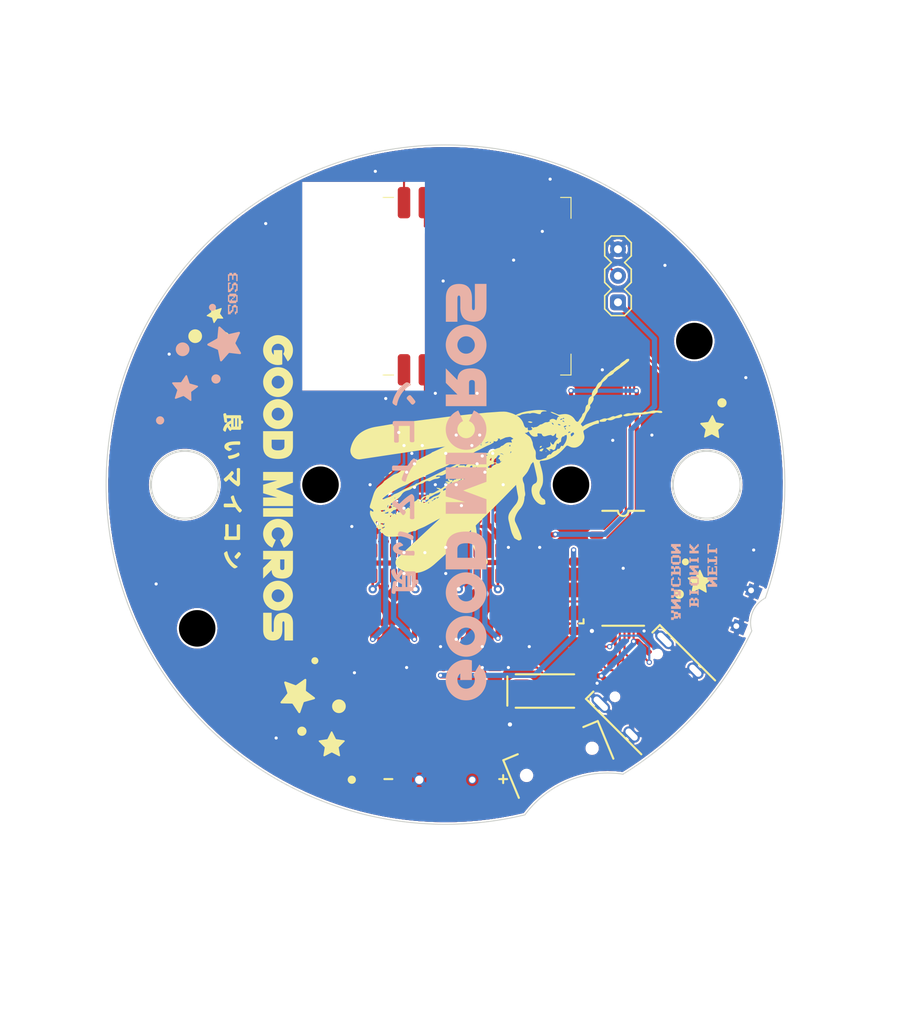
<source format=kicad_pcb>
(kicad_pcb (version 20221018) (generator pcbnew)
  (layers (0 "F.Cu" signal) (31 "B.Cu" signal) (34 "B.Paste" user) (35 "F.Paste" user) (36 "B.SilkS" user "B.Silkscreen") (37 "F.SilkS" user "F.Silkscreen") (38 "B.Mask" user) (39 "F.Mask" user) (44 "Edge.Cuts" user))
  (net 0 "")
  (net 1 "5V")
  (net 2 "GND")
  (net 3 "Net-(D1A-A)")
  (net 4 "Net-(D1B-A)")
  (net 5 "Net-(D1C-A)")
  (net 6 "Net-(D1D-A)")
  (net 7 "/Power supply/V_USB")
  (net 8 "Net-(IC6-XO)")
  (net 9 "Net-(IC6-XI)")
  (net 10 "Net-(D1D-K)")
  (net 11 "Net-(D1C-K)")
  (net 12 "Net-(D1B-K)")
  (net 13 "Net-(D1A-K)")
  (net 14 "Net-(IC1-SW)")
  (net 15 "Net-(IC2-SW)")
  (net 16 "Net-(IC3-SW)")
  (net 17 "Net-(IC4-SW)")
  (net 18 "Net-(IC5-~{RST})")
  (net 19 "/MCU/temperature")
  (net 20 "Net-(IC5-EN)")
  (net 21 "/MCU/Button_1")
  (net 24 "/MCU/RX")
  (net 25 "/MCU/TX")
  (net 33 "Net-(BAT1-+)")
  (net 34 "3V3")
  (net 35 "Net-(CN1-CC1)")
  (net 36 "/USB/DP")
  (net 37 "/USB/DN")
  (net 39 "Net-(CN1-CC2)")
  (net 41 "/Power supply/Enable")
  (net 42 "Net-(SW2-Pad3)")
  (net 43 "/MCU/LED_strip")
  (net 44 "/RED")
  (net 45 "/GREEN")
  (net 46 "/BLUE")
  (net 47 "/WHITE")
  (net 48 "Net-(IC5-IO15)")
  (footprint "SMT:0603" (layer "F.Cu") (at 153.45 105.6 -90)
    (fp_text reference "R3" hide)
    (fp_text value "0R3" hide)
  )
  (footprint "SOT:SOT-23-5" (layer "F.Cu") (at 150.45 109.1 90)
    (fp_text reference "IC2" hide)
    (fp_text value "PAM2804AAB010" hide)
  )
  (footprint "SMT:0603" (layer "F.Cu") (at 157.45 105.6 -90)
    (fp_text reference "R4" hide)
    (fp_text value "0R3" hide)
  )
  (footprint "pin_headers:1x3" (layer "F.Cu") (at 168.9 81.6 180)
    (fp_text reference "CN2")
    (fp_text value "1x3" hide)
  )
  (footprint "SMT:0603" (layer "F.Cu") (at 158.4 94.6 90)
    (fp_text reference "R10" hide)
    (fp_text value "10k" hide)
  )
  (footprint "inductor:CDRH2D11" (layer "F.Cu") (at 146.45 113.1 -90)
    (fp_text reference "L1" hide)
    (fp_text value "4u7" hide)
  )
  (footprint "SMT:0603" (layer "F.Cu") (at 159.45 105.6 90)
    (fp_text reference "C7" hide)
    (fp_text value "10uF" hide)
  )
  (footprint "SMT:0603" (layer "F.Cu") (at 163.9 115.6 180)
    (fp_text reference "C15" hide)
    (fp_text value "22p" hide)
  )
  (footprint "SMT:0603" (layer "F.Cu") (at 160.4 94.6 90)
    (fp_text reference "R9" hide)
    (fp_text value "10k" hide)
  )
  (footprint "SMT:0603" (layer "F.Cu") (at 161.4 112.775 -90)
    (fp_text reference "C16" hide)
    (fp_text value "22p" hide)
  )
  (footprint "PCB:M3.5" (layer "F.Cu") (at 179.9 101.6)
    (fp_text reference "REF**" hide)
    (fp_text value "M3.5" hide)
  )
  (footprint "xtal:3.2x2.5CXO" (layer "F.Cu") (at 163.9 112.775 -90)
    (fp_text reference "x1" hide)
    (fp_text value "12MHZ" hide)
  )
  (footprint "SMT:0603" (layer "F.Cu") (at 164.4 94.6 -90)
    (fp_text reference "C11" hide)
    (fp_text value "10uF" hide)
  )
  (footprint "SMT:0603" (layer "F.Cu") (at 173.845 105.79 -90)
    (fp_text reference "C14" hide)
    (fp_text value "100n" hide)
  )
  (footprint "SMT:3030_8" (layer "F.Cu") (at 152.4 101.6)
    (fp_text reference "D1" hide)
    (fp_text value "QLSP06RGBXWAJ" hide)
  )
  (footprint "USB:USB4105-GF-A" (layer "F.Cu") (at 173.25965 122.45965 45)
    (fp_text reference "CN1" hide)
    (fp_text value "USB-C" hide)
  )
  (footprint "SMT:0603" (layer "F.Cu") (at 146.15 99.1 90)
    (fp_text reference "NTC1" hide)
    (fp_text value "10k" hide)
  )
  (footprint "SOT:SOT-23" (layer "F.Cu") (at 155.9 122.6 90)
    (fp_text reference "T1" hide)
    (fp_text value "GSF2301" hide)
  )
  (footprint "SMT:0603" (layer "F.Cu") (at 162.4 94.6 -90)
    (fp_text reference "C12" hide)
    (fp_text value "100n" hide)
  )
  (footprint "SMT:0603" (layer "F.Cu") (at 147.45 105.6 90)
    (fp_text reference "C1" hide)
    (fp_text value "10uF" hide)
  )
  (footprint "SMT:0603" (layer "F.Cu") (at 166.4 118.6)
    (fp_text reference "R13" hide)
    (fp_text value "5k1" hide)
  )
  (footprint "SMT:0603" (layer "F.Cu") (at 166 76.8 -90)
    (fp_text reference "R17" hide)
    (fp_text value "10k" hide)
  )
  (footprint "PCB:M3.5" (layer "F.Cu") (at 140.4 101.6)
    (fp_text reference "REF**" hide)
    (fp_text value "M3.5" hide)
  )
  (footprint "SMT:0603" (layer "F.Cu") (at 151.45 105.6 90)
    (fp_text reference "C3" hide)
    (fp_text value "10uF" hide)
  )
  (footprint "SOT:SOT-23-5" (layer "F.Cu") (at 158.45 109.1 90)
    (fp_text reference "IC4" hide)
    (fp_text value "PAM2804AAB010" hide)
  )
  (footprint "inductor:CDRH2D11" (layer "F.Cu") (at 150.45 113.1 -90)
    (fp_text reference "L2" hide)
    (fp_text value "4u7" hide)
  )
  (footprint "SMT:0603" (layer "F.Cu") (at 155.45 105.6 90)
    (fp_text reference "C5" hide)
    (fp_text value "10uF" hide)
  )
  (footprint "pin_headers:Battery_solder-points" (layer "F.Cu") (at 152.4 129.85 180)
    (fp_text reference "BAT1" hide)
    (fp_text value "Battery")
  )
  (footprint "SMT:0603" (layer "F.Cu") (at 159.4 118.1 180)
    (fp_text reference "R16" hide)
    (fp_text value "10k" hide)
  )
  (footprint "SMT:0603" (layer "F.Cu") (at 152.9 119.1 90)
    (fp_text reference "C10" hide)
    (fp_text value "10uF" hide)
  )
  (footprint "SMT:0603" (layer "F.Cu") (at 163.9 118.6 -90)
    (fp_text reference "R5" hide)
    (fp_text value "10k" hide)
  )
  (footprint "SMT:0603" (layer "F.Cu") (at 149.45 105.6 -90)
    (fp_text reference "R2" hide)
    (fp_text value "0R3" hide)
  )
  (footprint "SMT:0603" (layer "F.Cu") (at 166.4 117.1)
    (fp_text reference "R15" hide)
    (fp_text value "5k1" hide)
  )
  (footprint "PCB:M3.5" (layer "F.Cu") (at 124.9 101.6)
    (fp_text reference "REF**" hide)
    (fp_text value "M3.5" hide)
  )
  (footprint "SMT:0603" (layer "F.Cu") (at 154.45 115.6)
    (fp_text reference "C6" hide)
    (fp_text value "10uF" hide)
  )
  (footprint "do:DO-214AC" (layer "F.Cu") (at 161.9 121.35 180)
    (fp_text reference "D2")
    (fp_text value "SK22A" hide)
  )
  (footprint "SOP:SOP-16" (layer "F.Cu") (at 169.4 109.6)
    (fp_text reference "IC6")
    (fp_text value "CH340G" hide)
  )
  (footprint "SMT:0603" (layer "F.Cu") (at 146.45 115.6)
    (fp_text reference "C2" hide)
    (fp_text value "10uF" hide)
  )
  (footprint "buttons:JS102011SAQN" (layer "F.Cu") (at 163.28106 128.130513 22.5)
    (fp_text reference "SW2" hide)
    (fp_text value "JS102011SAQN" hide)
  )
  (footprint "SMT:0603" (layer "F.Cu") (at 150.4 94.6 -90)
    (fp_text reference "R14" hide)
    (fp_text value "10k" hide)
  )
  (footprint "SOT:SOT-23-5" (layer "F.Cu") (at 155.9 119.1 180)
    (fp_text reference "IC7" hide)
    (fp_text value "AP2112K-3.3TRG1" hide)
  )
  (footprint "SOT:SOT-23-5" (layer "F.Cu") (at 146.45 109.1 90)
    (fp_text reference "IC1" hide)
    (fp_text value "PAM2804AAB010" hide)
  )
  (footprint "SMT:0603" (layer "F.Cu") (at 163.9 108.965 180)
    (fp_text reference "C13" hide)
    (fp_text value "100n" hide)
  )
  (footprint "SMT:0603" (layer "F.Cu") (at 148.4 94.6 90)
    (fp_text reference "R7" hide)
    (fp_text value "10k" hide)
  )
  (footprint "inductor:CDRH2D11" (layer "F.Cu") (at 158.45 113.1 -90)
    (fp_text reference "L4" hide)
    (fp_text value "4u7" hide)
  )
  (footprint "SOT:SOT-23-5" (layer "F.Cu") (at 154.45 109.1 90)
    (fp_text reference "IC3" hide)
    (fp_text value "PAM2804AAB010" hide)
  )
  (footprint "SMT:0603" (layer "F.Cu") (at 150.45 115.6)
    (fp_text reference "C4" hide)
    (fp_text value "10uF" hide)
  )
  (footprint "SMT:0603" (layer "F.Cu") (at 152.4 71.6 180)
    (fp_text reference "R8" hide)
    (fp_text value "10k" hide)
  )
  (footprint "SMT:0603" (layer "F.Cu") (at 154.4 94.6 90)
    (fp_text reference "R12" hide)
    (fp_text value "10k" hide)
  )
  (footprint "buttons:LS12W3-T" (layer "F.Cu") (at 180.947878 113.424918 -22.5)
    (fp_text reference "SW1" hide)
    (fp_text value "LS12W3-T" hide)
  )
  (footprint "SMT:0603" (layer "F.Cu") (at 145.45 105.6 -90)
    (fp_text reference "R1" hide)
    (fp_text value "0R3" hide)
  )
  (footprint "SMT:0603" (layer "F.Cu") (at 152.4 122.1 -90)
    (fp_text reference "C9" hide)
    (fp_text value "10uF" hide)
  )
  (footprint "SMT:0603" (layer "F.Cu") (at 158.45 115.6)
    (fp_text reference "C8" hide)
    (fp_text value "10uF" hide)
  )
  (footprint "espressif:ESP-12F" (layer "F.Cu") (at 155.4 82.6 90)
    (fp_text reference "IC5")
    (fp_text value "ESP-12F")
  )
  (footprint "PCB:M3.5" (layer "F.Cu") (at 164.4 101.6)
    (fp_text reference "REF**" hide)
    (fp_text value "M3.5" hide)
  )
  (footprint "inductor:CDRH2D11" (layer "F.Cu") (at 154.45 113.1 -90)
    (fp_text reference "L3" hide)
    (fp_text value "4u7" hide)
  )
  (footprint "SMT:0603" (layer "F.Cu") (at 156.4 94.6 90)
    (fp_text reference "R11" hide)
    (fp_text value "10k" hide)
  )
  (footprint "SMT:0603" (layer "F.Cu") (at 152.4 94.6 -90)
    (fp_text reference "R6" hide)
    (fp_text value "10k" hide)
  )
  (gr_poly (pts (xy 154.247229 118.345373) (xy 154.14841 118.352904) (xy 154.051001 118.365306) (xy 153.955126 118.382456) (xy 153.860907 118.404232) (xy 153.768469 118.430511) (xy 153.677935 118.46117) (xy 153.589428 118.496087) (xy 153.503072 118.53514) (xy 153.418991 118.578206) (xy 153.337308 118.625161) (xy 153.258147 118.675885) (xy 153.18163 118.730254) (xy 153.107883 118.788145) (xy 153.037028 118.849436) (xy 152.969188 118.914005) (xy 152.904488 118.981728) (xy 152.843051 119.052484) (xy 152.785 119.12615) (xy 152.730459 119.202602) (xy 152.679552 119.28172) (xy 152.632402 119.363379) (xy 152.589132 119.447458) (xy 152.549866 119.533833) (xy 152.514728 119.622383) (xy 152.483841 119.712985) (xy 152.457329 119.805516) (xy 152.435315 119.899853) (xy 152.417923 119.995875) (xy 152.405276 120.093457) (xy 152.397498 120.192479) (xy 152.394713 120.292818) (xy 152.39725 120.393396) (xy 152.404781 120.492642) (xy 152.417183 120.590435) (xy 152.434333 120.686653) (xy 152.456108 120.781174) (xy 152.482387 120.873874) (xy 152.513047 120.964633) (xy 152.547964 121.053328) (xy 152.587017 121.139837) (xy 152.630082 121.224038) (xy 152.677038 121.305809) (xy 152.727761 121.385028) (xy 152.78213 121.461573) (xy 152.840021 121.535321) (xy 152.901312 121.606151) (xy 152.96588 121.67394) (xy 153.033604 121.738567) (xy 153.104359 121.799909) (xy 153.178025 121.857844) (xy 153.254477 121.912251) (xy 153.333594 121.963006) (xy 153.415253 122.009989) (xy 153.499331 122.053076) (xy 153.585707 122.092146) (xy 153.674256 122.127077) (xy 153.764857 122.157747) (xy 153.857388 122.184033) (xy 153.951725 122.205814) (xy 154.047746 122.222967) (xy 154.145328 122.23537) (xy 154.244349 122.242901) (xy 154.344687 122.245439) (xy 154.34733 122.245439) (xy 154.447435 122.242901) (xy 154.546254 122.23537) (xy 154.643663 122.222967) (xy 154.739538 122.205814) (xy 154.833757 122.184033) (xy 154.926196 122.157747) (xy 155.01673 122.127078) (xy 155.105237 122.092147) (xy 155.191593 122.053077) (xy 155.275674 122.00999) (xy 155.357357 121.963008) (xy 155.436519 121.912253) (xy 155.513035 121.857846) (xy 155.586783 121.799911) (xy 155.657639 121.73857) (xy 155.725478 121.673943) (xy 155.790179 121.606154) (xy 155.851616 121.535324) (xy 155.909667 121.461576) (xy 155.964208 121.385031) (xy 156.015116 121.305813) (xy 156.062267 121.224042) (xy 156.105537 121.13984) (xy 156.144803 121.053331) (xy 156.179941 120.964636) (xy 156.210829 120.873877) (xy 156.237341 120.781176) (xy 156.259355 120.686655) (xy 156.276748 120.590437) (xy 156.289395 120.492643) (xy 156.297173 120.393396) (xy 156.299959 120.292818) (xy 156.298947 120.19583) (xy 156.292982 120.099454) (xy 156.282133 120.003869) (xy 156.266471 119.909254) (xy 156.246065 119.815785) (xy 156.220985 119.723642) (xy 156.191301 119.633003) (xy 156.157082 119.544046) (xy 156.118398 119.456949) (xy 156.075319 119.371891) (xy 156.027915 119.28905) (xy 155.976255 119.208604) (xy 155.92041 119.130732) (xy 155.860448 119.055611) (xy 155.796441 118.983421) (xy 155.728457 118.914338) (xy 155.701089 118.88701) (xy 155.674217 118.860429) (xy 155.647346 118.834346) (xy 155.633755 118.821414) (xy 155.619978 118.808511) (xy 155.027308 119.803346) (xy 155.051316 119.839223) (xy 155.073244 119.875864) (xy 155.093106 119.913197) (xy 155.110914 119.95115) (xy 155.126682 119.989648) (xy 155.140422 120.028621) (xy 155.152148 120.067995) (xy 155.161872 120.107697) (xy 155.169609 120.147655) (xy 155.17537 120.187797) (xy 155.179169 120.228049) (xy 155.181019 120.268338) (xy 155.180933 120.308593) (xy 155.178924 120.34874) (xy 155.175006 120.388707) (xy 155.16919 120.428421) (xy 155.161492 120.46781) (xy 155.151922 120.5068) (xy 155.140496 120.54532) (xy 155.127225 120.583296) (xy 155.112122 120.620655) (xy 155.095201 120.657326) (xy 155.076476 120.693235) (xy 155.055958 120.72831) (xy 155.033661 120.762478) (xy 155.009598 120.795666) (xy 154.983783 120.827803) (xy 154.956228 120.858814) (xy 154.926946 120.888627) (xy 154.89595 120.91717) (xy 154.863254 120.944371) (xy 154.828871 120.970155) (xy 154.802273 120.987982) (xy 154.775086 121.004752) (xy 154.747341 121.02046) (xy 154.719069 121.035102) (xy 154.6903 121.048674) (xy 154.661067 121.061173) (xy 154.6314 121.072595) (xy 154.601329 121.082935) (xy 154.570886 121.09219) (xy 154.540103 121.100356) (xy 154.509009 121.107429) (xy 154.477637 121.113404) (xy 154.446016 121.118279) (xy 154.414179 121.12205) (xy 154.382156 121.124711) (xy 154.349978 121.12626) (xy 154.306841 121.125183) (xy 154.264284 121.121987) (xy 154.222357 121.116722) (xy 154.181113 121.10944) (xy 154.140604 121.10019) (xy 154.100881 121.089024) (xy 154.061996 121.075993) (xy 154.024001 121.061148) (xy 153.986948 121.04454) (xy 153.950888 121.026218) (xy 153.915874 121.006235) (xy 153.881957 120.984642) (xy 153.84919 120.961488) (xy 153.817623 120.936825) (xy 153.787309 120.910704) (xy 153.7583 120.883175) (xy 153.730648 120.85429) (xy 153.704404 120.8241) (xy 153.67962 120.792654) (xy 153.656348 120.760005) (xy 153.63464 120.726203) (xy 153.614547 120.691298) (xy 153.596122 120.655342) (xy 153.579417 120.618386) (xy 153.564483 120.58048) (xy 153.551372 120.541676) (xy 153.540135 120.502024) (xy 153.530826 120.461574) (xy 153.523495 120.420379) (xy 153.518194 120.378488) (xy 153.514976 120.335954) (xy 153.513891 120.292825) (xy 153.514911 120.250822) (xy 153.517953 120.209191) (xy 153.522996 120.167994) (xy 153.530015 120.127294) (xy 153.538987 120.087152) (xy 153.54989 120.04763) (xy 153.562699 120.00879) (xy 153.577392 119.970694) (xy 153.593945 119.933404) (xy 153.612335 119.896983) (xy 153.632539 119.861492) (xy 153.654533 119.826993) (xy 153.678295 119.793548) (xy 153.703801 119.761219) (xy 153.731027 119.730069) (xy 153.759951 119.700159) (xy 153.7917 119.67106) (xy 153.791712 119.673685) (xy 153.791712 120.295457) (xy 154.902964 120.295457) (xy 154.902964 118.422212) (xy 154.835138 118.403606) (xy 154.766662 118.387482) (xy 154.697627 118.373839) (xy 154.628127 118.362677) (xy 154.558255 118.353996) (xy 154.488103 118.347796) (xy 154.417765 118.344076) (xy 154.347334 118.342836)) (fill solid) (layer "B.SilkS"))
  (gr_poly (pts (xy 176.507251 111.780035) (xy 175.866958 111.780035) (xy 175.866958 111.650389) (xy 175.739959 111.650389) (xy 175.739959 112.163683) (xy 175.866958 112.163683) (xy 175.866958 112.036684) (xy 176.507251 112.036684) (xy 176.507251 112.163683) (xy 176.63425 112.163683) (xy 176.63425 111.650389) (xy 176.507251 111.650389)) (fill solid) (layer "B.SilkS"))
  (gr_poly (pts (xy 178.139731 108.597102) (xy 178.272025 108.597102) (xy 178.272025 108.729392) (xy 177.610564 108.729392) (xy 177.610564 108.597102) (xy 177.478274 108.597102) (xy 177.478274 109.126265) (xy 177.610564 109.126265) (xy 177.610564 108.993975) (xy 178.272025 108.993975) (xy 178.272025 109.126265) (xy 178.139731 109.126265) (xy 178.139731 109.258559) (xy 178.404315 109.258559) (xy 178.404315 108.464808) (xy 178.139731 108.464808)) (fill solid) (layer "B.SilkS"))
  (gr_poly (pts (xy 176.507251 107.403826) (xy 176.380252 107.403826) (xy 176.380252 107.530825) (xy 176.253253 107.530825) (xy 176.253253 107.660471) (xy 176.126254 107.660471) (xy 176.126254 107.530825) (xy 175.999255 107.530825) (xy 175.999255 107.403826) (xy 175.872256 107.403826) (xy 175.872256 107.276827) (xy 175.745257 107.276827) (xy 175.745257 107.660471) (xy 175.872256 107.660471) (xy 175.872256 107.78747) (xy 175.999255 107.78747) (xy 175.999255 107.914469) (xy 175.742606 107.914469) (xy 175.742606 108.171118) (xy 175.739959 108.173766) (xy 176.636897 108.173766) (xy 176.636897 107.91712) (xy 176.253253 107.91712) (xy 176.253253 107.790122) (xy 176.380252 107.790122) (xy 176.380252 107.663123) (xy 176.507251 107.663123) (xy 176.507251 107.533472) (xy 176.63425 107.533472) (xy 176.63425 107.276827) (xy 176.507251 107.276827)) (fill solid) (layer "B.SilkS"))
  (gr_poly (pts (xy 152.4 111.939912) (xy 152.400025 111.938263) (xy 152.4 111.937272)) (fill solid) (layer "B.SilkS"))
  (gr_poly (pts (xy 173.98577 113.888766) (xy 174.250354 113.888766) (xy 174.250354 114.285643) (xy 173.98577 114.285643) (xy 173.98577 114.550227) (xy 174.250354 114.550227) (xy 174.250354 114.417933) (xy 174.647231 114.417933) (xy 174.647231 114.285643) (xy 174.779521 114.285643) (xy 174.779521 114.417933) (xy 174.911811 114.417933) (xy 174.911811 114.021059) (xy 174.647231 114.021059) (xy 174.647231 114.153349) (xy 174.382648 114.153349) (xy 174.382648 114.021059) (xy 174.647231 114.021059) (xy 174.911811 114.021059) (xy 174.911811 113.888766) (xy 174.647231 113.888766) (xy 174.647231 113.756476) (xy 174.250354 113.756476) (xy 174.250354 113.624182) (xy 173.98577 113.624182)) (fill solid) (layer "B.SilkS"))
  (gr_poly (pts (xy 130.708336 86.458551) (xy 130.701674 86.459005) (xy 130.695073 86.459896) (xy 130.688558 86.461217) (xy 130.682152 86.462959) (xy 130.675877 86.465112) (xy 130.669757 86.467668) (xy 130.663816 86.470619) (xy 130.658076 86.473955) (xy 130.652561 86.477668) (xy 130.647294 86.48175) (xy 130.642298 86.486191) (xy 130.637597 86.490982) (xy 130.633213 86.496116) (xy 130.62917 86.501583) (xy 130.625492 86.507374) (xy 130.622201 86.513481) (xy 130.619322 86.519896) (xy 130.616876 86.526609) (xy 130.614887 86.533611) (xy 130.613379 86.540895) (xy 130.612375 86.548451) (xy 130.519769 87.537991) (xy 130.519088 87.543911) (xy 130.518043 87.549754) (xy 130.516641 87.555503) (xy 130.514891 87.561144) (xy 130.512799 87.566661) (xy 130.510375 87.572039) (xy 130.507624 87.577261) (xy 130.504556 87.582313) (xy 130.501178 87.587178) (xy 130.497498 87.591843) (xy 130.493523 87.59629) (xy 130.489261 87.600504) (xy 130.48472 87.604471) (xy 130.479907 87.608174) (xy 130.474831 87.611598) (xy 130.469499 87.614727) (xy 129.604318 88.098904) (xy 129.597845 88.102814) (xy 129.59182 88.107086) (xy 129.586242 88.111695) (xy 129.581109 88.116614) (xy 129.57642 88.121817) (xy 129.572173 88.12728) (xy 129.568367 88.132977) (xy 129.565001 88.138881) (xy 129.562072 88.144968) (xy 129.55958 88.151211) (xy 129.557524 88.157585) (xy 129.5559 88.164064) (xy 129.554709 88.170622) (xy 129.553949 88.177234) (xy 129.553618 88.183875) (xy 129.553714 88.190518) (xy 129.554237 88.197137) (xy 129.555185 88.203708) (xy 129.556556 88.210204) (xy 129.55835 88.216599) (xy 129.560564 88.222869) (xy 129.563196 88.228987) (xy 129.566247 88.234928) (xy 129.569713 88.240666) (xy 129.573595 88.246175) (xy 129.577889 88.25143) (xy 129.582595 88.256405) (xy 129.587712 88.261074) (xy 129.593238 88.265412) (xy 129.599171 88.269393) (xy 129.605509 88.272991) (xy 129.612253 88.27618) (xy 130.522417 88.667767) (xy 130.52778 88.6704) (xy 130.532949 88.673332) (xy 130.537916 88.676551) (xy 130.542675 88.680045) (xy 130.547216 88.683803) (xy 130.551532 88.687812) (xy 130.555616 88.692062) (xy 130.559459 88.69654) (xy 130.563055 88.701235) (xy 130.566394 88.706136) (xy 130.569471 88.71123) (xy 130.572276 88.716507) (xy 130.574802 88.721954) (xy 130.577041 88.727559) (xy 130.578986 88.733312) (xy 130.580629 88.739201) (xy 130.773775 89.712864) (xy 130.775507 89.720157) (xy 130.777712 89.727148) (xy 130.780366 89.733828) (xy 130.783444 89.740191) (xy 130.786923 89.746228) (xy 130.79078 89.751932) (xy 130.794991 89.757295) (xy 130.799531 89.762309) (xy 130.804378 89.766967) (xy 130.809507 89.77126) (xy 130.814894 89.775181) (xy 130.820517 89.778722) (xy 130.826351 89.781876) (xy 130.832372 89.784634) (xy 130.838557 89.786989) (xy 130.844883 89.788934) (xy 130.851324 89.79046) (xy 130.857858 89.791559) (xy 130.864461 89.792225) (xy 130.871108 89.792448) (xy 130.877778 89.792222) (xy 130.884444 89.791539) (xy 130.891085 89.790391) (xy 130.897676 89.78877) (xy 130.904193 89.786668) (xy 130.910612 89.784077) (xy 130.916911 89.780991) (xy 130.923065 89.777401) (xy 130.92905 89.773299) (xy 130.934843 89.768678) (xy 130.940419 89.76353) (xy 130.945756 89.757847) (xy 130.948396 89.763142) (xy 131.604562 89.01701) (xy 131.608652 89.012671) (xy 131.612975 89.008592) (xy 131.617515 89.004784) (xy 131.622256 89.00126) (xy 131.627184 88.998029) (xy 131.632283 88.995105) (xy 131.637536 88.992499) (xy 131.64293 88.990222) (xy 131.648447 88.988286) (xy 131.654072 88.986703) (xy 131.659791 88.985485) (xy 131.665587 88.984642) (xy 131.671445 88.984187) (xy 131.677349 88.984131) (xy 131.683283 88.984486) (xy 131.686257 88.984822) (xy 131.689233 88.985264) (xy 132.673486 89.101681) (xy 132.681096 89.102382) (xy 132.688537 89.102517) (xy 132.695799 89.102107) (xy 132.702868 89.101174) (xy 132.709731 89.099742) (xy 132.716376 89.097832) (xy 132.722791 89.095467) (xy 132.728963 89.092669) (xy 132.734878 89.08946) (xy 132.740526 89.085862) (xy 132.745892 89.081898) (xy 132.750965 89.077591) (xy 132.755732 89.072961) (xy 132.76018 89.068032) (xy 132.764296 89.062826) (xy 132.768069 89.057366) (xy 132.771485 89.051672) (xy 132.774532 89.045769) (xy 132.777197 89.039677) (xy 132.779468 89.03342) (xy 132.781332 89.027019) (xy 132.782777 89.020497) (xy 132.783789 89.013876) (xy 132.784357 89.007179) (xy 132.784467 89.000428) (xy 132.784108 88.993644) (xy 132.783266 88.986851) (xy 132.781929 88.98007) (xy 132.780085 88.973324) (xy 132.77772 88.966635) (xy 132.774822 88.960026) (xy 132.771379 88.953518) (xy 132.266023 88.098904) (xy 132.263202 88.093388) (xy 132.260695 88.087764) (xy 132.258505 88.082047) (xy 132.256638 88.076252) (xy 132.255096 88.070395) (xy 132.253883 88.064492) (xy 132.253004 88.058557) (xy 132.252462 88.052607) (xy 132.252261 88.046656) (xy 132.252406 88.040721) (xy 132.252899 88.034816) (xy 132.253745 88.028958) (xy 132.254948 88.023162) (xy 132.256512 88.017443) (xy 132.25844 88.011816) (xy 132.260736 88.006298) (xy 132.676134 87.104069) (xy 132.679066 87.097104) (xy 132.681426 87.090112) (xy 132.683228 87.083114) (xy 132.684489 87.076128) (xy 132.685225 87.069176) (xy 132.685452 87.062276) (xy 132.685185 87.055449) (xy 132.684442 87.048715) (xy 132.683237 87.042093) (xy 132.681587 87.035603) (xy 132.679508 87.029266) (xy 132.677015 87.0231) (xy 132.674125 87.017126) (xy 132.670854 87.011364) (xy 132.667218 87.005833) (xy 132.663232 87.000554) (xy 132.658913 86.995546) (xy 132.654277 86.99083) (xy 132.64934 86.986424) (xy 132.644117 86.982349) (xy 132.638624 86.978625) (xy 132.632879 86.975272) (xy 132.626896 86.972308) (xy 132.620691 86.969756) (xy 132.614281 86.967633) (xy 132.607682 86.965961) (xy 132.60091 86.964758) (xy 132.593979 86.964045) (xy 132.586908 86.963842) (xy 132.579711 86.964168) (xy 132.572404 86.965043) (xy 132.565004 86.966488) (xy 131.596628 87.183453) (xy 131.590646 87.184755) (xy 131.584622 87.185684) (xy 131.578575 87.186242) (xy 131.572524 87.186428) (xy 131.566489 87.186242) (xy 131.560489 87.185684) (xy 131.554543 87.184754) (xy 131.54867 87.183452) (xy 131.542891 87.181778) (xy 131.537224 87.179732) (xy 131.531689 87.177313) (xy 131.526306 87.174523) (xy 131.521092 87.171361) (xy 131.516069 87.167826) (xy 131.511255 87.16392) (xy 131.50667 87.159641) (xy 130.779062 86.484959) (xy 130.773252 86.480019) (xy 130.767249 86.475614) (xy 130.761075 86.471734) (xy 130.754754 86.46837) (xy 130.748309 86.465514) (xy 130.741763 86.463157) (xy 130.73514 86.46129) (xy 130.728462 86.459904) (xy 130.721753 86.458992) (xy 130.715037 86.458544)) (fill solid) (layer "B.SilkS"))
  (gr_poly (pts (xy 152.4 101.044374) (xy 154.25738 101.044374) (xy 152.4 101.6) (xy 152.4 102.713899) (xy 154.252085 103.269525) (xy 152.4 103.269525) (xy 152.4 104.383417) (xy 156.299963 104.383417) (xy 156.299963 102.991716) (xy 154.069521 102.155626) (xy 156.299959 101.319543) (xy 156.299959 99.930482) (xy 156.299963 99.930475) (xy 152.4 99.930475)) (fill solid) (layer "B.SilkS"))
  (gr_poly (pts (xy 147.94285 107.114001) (xy 147.936081 107.114275) (xy 147.92942 107.114728) (xy 147.922861 107.115355) (xy 147.916394 107.116152) (xy 147.910013 107.117116) (xy 147.90371 107.118243) (xy 147.897476 107.119529) (xy 147.891305 107.12097) (xy 147.885187 107.122562) (xy 147.879117 107.124301) (xy 147.873085 107.126184) (xy 147.861106 107.130364) (xy 147.849188 107.135072) (xy 147.821594 107.146324) (xy 147.794376 107.158243) (xy 147.767538 107.170812) (xy 147.741083 107.184018) (xy 147.715015 107.197843) (xy 147.68934 107.212273) (xy 147.664059 107.227293) (xy 147.639177 107.242886) (xy 147.614699 107.259037) (xy 147.590627 107.275731) (xy 147.566967 107.292952) (xy 147.543721 107.310685) (xy 147.520893 107.328914) (xy 147.498489 107.347623) (xy 147.47651 107.366798) (xy 147.454962 107.386423) (xy 147.44098 107.401609) (xy 147.427816 107.417377) (xy 147.415482 107.433688) (xy 147.403988 107.450502) (xy 147.393347 107.467782) (xy 147.38357 107.485488) (xy 147.37467 107.503581) (xy 147.366656 107.522024) (xy 147.359542 107.540776) (xy 147.353339 107.5598) (xy 147.348058 107.579056) (xy 147.343711 107.598506) (xy 147.34031 107.618111) (xy 147.337866 107.637832) (xy 147.336392 107.657631) (xy 147.335898 107.677469) (xy 147.336976 107.711033) (xy 147.340182 107.744198) (xy 147.345473 107.776875) (xy 147.352806 107.808975) (xy 147.36214 107.840407) (xy 147.373431 107.871084) (xy 147.386636 107.900917) (xy 147.401713 107.929815) (xy 147.41862 107.95769) (xy 147.437314 107.984452) (xy 147.457751 108.010013) (xy 147.47989 108.034284) (xy 147.503688 108.057175) (xy 147.529102 108.078597) (xy 147.55609 108.098461) (xy 147.584608 108.116678) (xy 147.616948 108.138506) (xy 147.651467 108.159342) (xy 147.688171 108.179186) (xy 147.727069 108.198038) (xy 147.768168 108.215897) (xy 147.811476 108.232765) (xy 147.857001 108.24864) (xy 147.904751 108.263523) (xy 147.954733 108.277413) (xy 148.006956 108.290311) (xy 148.061427 108.302217) (xy 148.118153 108.313131) (xy 148.177143 108.323053) (xy 148.238405 108.331982) (xy 148.301946 108.339919) (xy 148.367773 108.346864) (xy 148.441949 108.353433) (xy 148.521644 108.359226) (xy 148.606921 108.364212) (xy 148.69784 108.36836) (xy 148.794464 108.37164) (xy 148.896855 108.374021) (xy 149.005075 108.375472) (xy 149.119185 108.375963) (xy 149.270002 108.375963) (xy 149.26206 108.383905) (xy 149.262045 108.394494) (xy 149.26896 108.394369) (xy 149.275808 108.393988) (xy 149.282587 108.393343) (xy 149.289291 108.392428) (xy 149.295918 108.391233) (xy 149.302463 108.389751) (xy 149.308923 108.387975) (xy 149.315294 108.385896) (xy 149.321572 108.383507) (xy 149.327753 108.380801) (xy 149.333834 108.377769) (xy 149.33981 108.374404) (xy 149.345677 108.370697) (xy 149.351433 108.366642) (xy 149.357073 108.36223) (xy 149.362593 108.357454) (xy 149.367924 108.352341) (xy 149.372996 108.346946) (xy 149.377796 108.341295) (xy 149.382313 108.335415) (xy 149.386535 108.329335) (xy 149.390452 108.32308) (xy 149.39405 108.316677) (xy 149.397319 108.310155) (xy 149.400247 108.30354) (xy 149.402822 108.296859) (xy 149.405033 108.290139) (xy 149.406867 108.283408) (xy 149.408315 108.276691) (xy 149.409363 108.270018) (xy 149.41 108.263413) (xy 149.410215 108.256906) (xy 149.410215 108.066408) (xy 149.41 108.058969) (xy 149.409358 108.051551) (xy 149.408297 108.044171) (xy 149.406825 108.036849) (xy 149.40495 108.029605) (xy 149.40268 108.022458) (xy 149.400023 108.015427) (xy 149.396985 108.008532) (xy 149.393576 108.001792) (xy 149.389802 107.995226) (xy 149.385672 107.988853) (xy 149.381193 107.982694) (xy 149.376373 107.976767) (xy 149.37122 107.971091) (xy 149.365742 107.965687) (xy 149.359945 107.960573) (xy 149.354922 107.956669) (xy 149.349783 107.952905) (xy 149.344536 107.949295) (xy 149.339188 107.945856) (xy 149.333748 107.942604) (xy 149.328222 107.939552) (xy 149.322619 107.936718) (xy 149.316946 107.934116) (xy 149.311212 107.931762) (xy 149.305423 107.929671) (xy 149.299588 107.92786) (xy 149.293714 107.926343) (xy 149.287809 107.925137) (xy 149.281882 107.924255) (xy 149.275938 107.923715) (xy 149.269987 107.923532) (xy 149.251463 107.923532) (xy 149.224447 107.927138) (xy 149.197059 107.930062) (xy 149.169422 107.932366) (xy 149.141661 107.934111) (xy 149.1139 107.93536) (xy 149.086263 107.936176) (xy 149.058874 107.93662) (xy 149.031859 107.936754) (xy 148.862237 107.935348) (xy 148.714691 107.931463) (xy 148.58947 107.925591) (xy 148.486822 107.918229) (xy 148.428526 107.913517) (xy 148.370694 107.907316) (xy 148.313296 107.899627) (xy 148.256301 107.89045) (xy 148.199679 107.879785) (xy 148.143398 107.867631) (xy 148.087427 107.85399) (xy 148.031736 107.838861) (xy 148.012542 107.831727) (xy 147.994643 107.824209) (xy 147.97803 107.816296) (xy 147.962696 107.807976) (xy 147.948633 107.799238) (xy 147.935834 107.79007) (xy 147.924291 107.780461) (xy 147.913996 107.770398) (xy 147.904941 107.75987) (xy 147.900876 107.754427) (xy 147.897118 107.748865) (xy 147.893667 107.74318) (xy 147.890521 107.737372) (xy 147.887679 107.731439) (xy 147.88514 107.725379) (xy 147.882903 107.719191) (xy 147.880968 107.712874) (xy 147.879334 107.706426) (xy 147.877998 107.699846) (xy 147.876961 107.693132) (xy 147.876222 107.686283) (xy 147.875631 107.672174) (xy 147.876003 107.664973) (xy 147.877118 107.657758) (xy 147.878976 107.650533) (xy 147.881574 107.6433) (xy 147.884913 107.636061) (xy 147.888992 107.628819) (xy 147.893808 107.621576) (xy 147.899362 107.614334) (xy 147.905653 107.607097) (xy 147.912679 107.599865) (xy 147.920439 107.592643) (xy 147.928933 107.585431) (xy 147.938159 107.578234) (xy 147.948117 107.571052) (xy 147.958805 107.563888) (xy 147.970224 107.556746) (xy 147.98237 107.549627) (xy 147.995245 107.542533) (xy 148.008846 107.535468) (xy 148.023173 107.528433) (xy 148.038224 107.521431) (xy 148.054 107.514464) (xy 148.087718 107.500647) (xy 148.12432 107.487) (xy 148.163797 107.473542) (xy 148.206143 107.460294) (xy 148.251349 107.447275) (xy 148.256739 107.445633) (xy 148.261987 107.443689) (xy 148.267072 107.441451) (xy 148.271975 107.438926) (xy 148.276677 107.436121) (xy 148.281158 107.433046) (xy 148.285399 107.429707) (xy 148.28938 107.426112) (xy 148.293082 107.422268) (xy 148.296486 107.418185) (xy 148.299572 107.413869) (xy 148.30232 107.409328) (xy 148.304712 107.40457) (xy 148.305768 107.402112) (xy 148.306728 107.399602) (xy 148.307589 107.397042) (xy 148.308348 107.394433) (xy 148.309004 107.391775) (xy 148.309553 107.38907) (xy 148.309553 107.367906) (xy 148.30943 107.363939) (xy 148.309062 107.35998) (xy 148.308455 107.356035) (xy 148.30761 107.352114) (xy 148.306534 107.348224) (xy 148.305229 107.344373) (xy 148.303699 107.340568) (xy 148.301948 107.336817) (xy 148.29998 107.333128) (xy 148.297799 107.329509) (xy 148.295409 107.325968) (xy 148.292813 107.322511) (xy 148.290016 107.319148) (xy 148.287021 107.315885) (xy 148.283833 107.312731) (xy 148.280455 107.309694) (xy 148.119063 107.172113) (xy 148.112024 107.166751) (xy 148.104808 107.161583) (xy 148.097422 107.156616) (xy 148.089872 107.151858) (xy 148.082168 107.147317) (xy 148.074317 107.143001) (xy 148.066327 107.138918) (xy 148.058205 107.135074) (xy 148.049959 107.131479) (xy 148.041596 107.128139) (xy 148.033126 107.125063) (xy 148.024554 107.122258) (xy 148.01589 107.119732) (xy 148.00714 107.117494) (xy 147.998313 107.11555) (xy 147.989416 107.113908) (xy 147.949736 107.113908)) (fill solid) (layer "B.SilkS"))
  (gr_poly (pts (xy 173.98577 111.772101) (xy 174.250354 111.772101) (xy 174.250354 112.168974) (xy 173.98577 112.168974) (xy 173.98577 112.433558) (xy 174.250354 112.433558) (xy 174.250354 112.301268) (xy 174.647231 112.301268) (xy 174.647231 112.168974) (xy 174.779521 112.168974) (xy 174.779521 112.301268) (xy 174.911811 112.301268) (xy 174.911811 111.904391) (xy 174.647231 111.904391) (xy 174.647231 112.036684) (xy 174.382648 112.036684) (xy 174.382648 111.904391) (xy 174.647231 111.904391) (xy 174.911811 111.904391) (xy 174.911811 111.772101) (xy 174.647231 111.772101) (xy 174.647231 111.639807) (xy 174.250354 111.639807) (xy 174.250354 111.507517) (xy 173.98577 111.507517)) (fill solid) (layer "B.SilkS"))
  (gr_poly (pts (xy 149.344557 99.086622) (xy 149.337139 99.087101) (xy 149.329759 99.087913) (xy 149.322437 99.08907) (xy 149.315193 99.090583) (xy 149.308046 99.092465) (xy 149.301016 99.094726) (xy 149.294121 99.097379) (xy 149.287381 99.100435) (xy 149.280815 99.103906) (xy 149.274444 99.107802) (xy 149.268285 99.112137) (xy 149.262359 99.116922) (xy 149.256684 99.122167) (xy 149.251281 99.127885) (xy 149.246168 99.134088) (xy 149.1823 99.205035) (xy 149.119704 99.277004) (xy 149.058409 99.350028) (xy 148.998448 99.424137) (xy 148.939852 99.499362) (xy 148.882651 99.575734) (xy 148.826876 99.653283) (xy 148.772558 99.732042) (xy 148.772558 99.745271) (xy 148.775213 99.750566) (xy 148.774392 99.751362) (xy 148.772112 99.753459) (xy 148.770513 99.754861) (xy 148.768655 99.756425) (xy 148.766572 99.758097) (xy 148.764299 99.759824) (xy 148.76187 99.761551) (xy 148.759322 99.763224) (xy 148.758014 99.764023) (xy 148.756689 99.764788) (xy 148.755351 99.765512) (xy 148.754006 99.766189) (xy 148.752656 99.766812) (xy 148.751307 99.767374) (xy 148.749963 99.767868) (xy 148.748628 99.768287) (xy 148.747306 99.768625) (xy 148.746003 99.768875) (xy 148.744722 99.769029) (xy 148.743467 99.769082) (xy 147.656035 99.769082) (xy 147.399389 99.761148) (xy 147.392475 99.761303) (xy 147.385626 99.761768) (xy 147.378848 99.762543) (xy 147.372143 99.763628) (xy 147.365516 99.765024) (xy 147.358971 99.766729) (xy 147.352511 99.768744) (xy 147.34614 99.77107) (xy 147.339862 99.773705) (xy 147.333681 99.776651) (xy 147.327601 99.779907) (xy 147.321625 99.783472) (xy 147.315757 99.787348) (xy 147.310001 99.791534) (xy 147.304362 99.79603) (xy 147.298842 99.800836) (xy 147.293511 99.805889) (xy 147.288441 99.811125) (xy 147.283641 99.816538) (xy 147.279125 99.822127) (xy 147.274902 99.827885) (xy 147.270986 99.83381) (xy 147.267387 99.839898) (xy 147.264118 99.846145) (xy 147.26119 99.852547) (xy 147.258615 99.8591) (xy 147.256403 99.8658) (xy 147.254568 99.872644) (xy 147.25312 99.879627) (xy 147.252072 99.886746) (xy 147.251434 99.893997) (xy 147.251219 99.901376) (xy 147.251219 100.113046) (xy 147.251376 100.120484) (xy 147.251855 100.127903) (xy 147.252666 100.135283) (xy 147.253823 100.142605) (xy 147.255337 100.14985) (xy 147.257218 100.156997) (xy 147.25948 100.164028) (xy 147.262133 100.170924) (xy 147.265189 100.177664) (xy 147.268659 100.18423) (xy 147.272556 100.190601) (xy 147.276891 100.19676) (xy 147.281675 100.202686) (xy 147.286921 100.20836) (xy 147.292639 100.213762) (xy 147.298842 100.218873) (xy 147.304391 100.223681) (xy 147.310118 100.228178) (xy 147.316016 100.232364) (xy 147.322076 100.23624) (xy 147.328292 100.239806) (xy 147.334655 100.243062) (xy 147.341157 100.246007) (xy 147.347791 100.248642) (xy 147.354549 100.250967) (xy 147.361423 100.252982) (xy 147.368406 100.254687) (xy 147.375489 100.256082) (xy 147.382666 100.257167) (xy 147.389928 100.257942) (xy 147.397267 100.258407) (xy 147.404677 100.258562) (xy 147.656035 100.250627) (xy 148.470945 100.250627) (xy 148.472227 100.250668) (xy 148.473596 100.250766) (xy 148.474395 100.250848) (xy 148.475245 100.250957) (xy 148.476125 100.251097) (xy 148.477018 100.251271) (xy 148.477902 100.251485) (xy 148.47876 100.251741) (xy 148.479173 100.251886) (xy 148.479572 100.252043) (xy 148.479954 100.252213) (xy 148.480318 100.252395) (xy 148.48066 100.252592) (xy 148.480979 100.252802) (xy 148.481271 100.253027) (xy 148.481535 100.253267) (xy 148.481535 100.266504) (xy 148.438643 100.355184) (xy 148.397363 100.444639) (xy 148.35782 100.534902) (xy 148.320136 100.626002) (xy 148.284437 100.71797) (xy 148.250847 100.810839) (xy 148.219489 100.904638) (xy 148.190489 100.999399) (xy 148.189062 101.002901) (xy 148.187756 101.006458) (xy 148.186565 101.010061) (xy 148.185487 101.013703) (xy 148.184517 101.017376) (xy 148.183651 101.021071) (xy 148.182887 101.024782) (xy 148.182219 101.028501) (xy 148.181644 101.03222) (xy 148.181158 101.035931) (xy 148.180438 101.043299) (xy 148.180029 101.050544) (xy 148.179899 101.057603) (xy 148.17999 101.062533) (xy 148.180251 101.067401) (xy 148.180667 101.072207) (xy 148.181223 101.076951) (xy 148.181903 101.081633) (xy 148.182691 101.086253) (xy 148.184531 101.095307) (xy 148.186619 101.104113) (xy 148.188831 101.112671) (xy 148.193129 101.129045) (xy 148.196726 101.136918) (xy 148.200571 101.144652) (xy 148.204664 101.15223) (xy 148.209005 101.159638) (xy 148.213594 101.16686) (xy 148.21843 101.173881) (xy 148.223515 101.180684) (xy 148.228848 101.187254) (xy 148.234428 101.193577) (xy 148.240257 101.199636) (xy 148.246334 101.205415) (xy 148.252659 101.210901) (xy 148.259232 101.216076) (xy 148.266053 101.220925) (xy 148.273122 101.225433) (xy 148.280439 101.229585) (xy 148.412733 101.301027) (xy 148.418851 101.303094) (xy 148.425569 101.305213) (xy 148.433899 101.307641) (xy 148.438475 101.308875) (xy 148.443221 101.31007) (xy 148.44806 101.311188) (xy 148.452915 101.312189) (xy 148.457707 101.313035) (xy 148.46236 101.313688) (xy 148.466796 101.314108) (xy 148.470938 101.314256) (xy 148.474352 101.314224) (xy 148.477657 101.314127) (xy 148.480868 101.313959) (xy 148.484002 101.313718) (xy 148.487074 101.3134) (xy 148.4901 101.313) (xy 148.493094 101.312515) (xy 148.496073 101.311941) (xy 148.499052 101.311273) (xy 148.502046 101.310509) (xy 148.505071 101.309644) (xy 148.508143 101.308675) (xy 148.511277 101.307597) (xy 148.514489 101.306407) (xy 148.517794 101.305101) (xy 148.521208 101.303674) (xy 148.527999 101.301009) (xy 148.534475 101.297979) (xy 148.540634 101.294593) (xy 148.546471 101.290858) (xy 148.551982 101.286782) (xy 148.557164 101.282372) (xy 148.562012 101.277637) (xy 148.566523 101.272584) (xy 148.570692 101.267221) (xy 148.574517 101.261556) (xy 148.577993 101.255596) (xy 148.581116 101.24935) (xy 148.583882 101.242824) (xy 148.586288 101.236027) (xy 148.588329 101.228967) (xy 148.590002 101.221651) (xy 148.608138 101.147953) (xy 148.627804 101.07471) (xy 148.648982 101.001939) (xy 148.671652 100.92966) (xy 148.695795 100.857892) (xy 148.721391 100.786656) (xy 148.776866 100.645853) (xy 148.837922 100.507407) (xy 148.904403 100.371473) (xy 148.976155 100.238205) (xy 149.053022 100.107759) (xy 149.079715 100.064848) (xy 149.10719 100.022436) (xy 149.135424 99.980528) (xy 149.164396 99.939128) (xy 149.224455 99.857866) (xy 149.28718 99.778682) (xy 149.352386 99.701605) (xy 149.419886 99.626669) (xy 149.489495 99.553903) (xy 149.561026 99.483339) (xy 149.566822 99.47779) (xy 149.572305 99.472058) (xy 149.577471 99.466149) (xy 149.582315 99.460064) (xy 149.586833 99.45381) (xy 149.591022 99.447388) (xy 149.594878 99.440804) (xy 149.598396 99.43406) (xy 149.601574 99.427162) (xy 149.604407 99.420113) (xy 149.606891 99.412916) (xy 149.609022 99.405576) (xy 149.610797 99.398097) (xy 149.612211 99.390482) (xy 149.613261 99.382735) (xy 149.613943 99.37486) (xy 149.613943 99.361631) (xy 149.613788 99.354717) (xy 149.613323 99.347874) (xy 149.612547 99.341107) (xy 149.611462 99.334427) (xy 149.610066 99.327839) (xy 149.60836 99.321352) (xy 149.606344 99.314973) (xy 149.604018 99.308711) (xy 149.601382 99.302574) (xy 149.598437 99.296567) (xy 149.595181 99.290701) (xy 149.591615 99.284982) (xy 149.58774 99.279418) (xy 149.583555 99.274017) (xy 149.57906 99.268786) (xy 149.574255 99.263734) (xy 149.463125 99.136735) (xy 149.457547 99.130939) (xy 149.451732 99.12546) (xy 149.445692 99.120306) (xy 149.439439 99.115486) (xy 149.432984 99.111007) (xy 149.426338 99.106877) (xy 149.419515 99.103103) (xy 149.412524 99.099694) (xy 149.405379 99.096657) (xy 149.39809 99.094) (xy 149.390669 99.09173) (xy 149.383128 99.089855) (xy 149.375478 99.088384) (xy 149.367732 99.087323) (xy 149.359901 99.086681) (xy 149.351996 99.086465)) (fill solid) (layer "B.SilkS"))
  (gr_poly (pts (xy 173.98577 112.830431) (xy 174.118064 112.830431) (xy 174.118064 112.962725) (xy 174.250354 112.962725) (xy 174.250354 113.095015) (xy 174.382648 113.095015) (xy 174.382648 113.227309) (xy 173.98577 113.227309) (xy 173.98577 113.491892) (xy 174.911811 113.491892) (xy 174.911811 113.227309) (xy 174.779521 113.227309) (xy 174.779521 113.095015) (xy 174.647231 113.095015) (xy 174.647231 112.962725) (xy 174.514937 112.962725) (xy 174.514937 112.830431) (xy 174.911811 112.830431) (xy 174.911811 112.565852) (xy 173.98577 112.565852)) (fill solid) (layer "B.SilkS"))
  (gr_poly (pts (xy 174.647231 110.713767) (xy 174.779521 110.713767) (xy 174.779521 111.11064) (xy 174.118064 111.11064) (xy 174.118064 110.713767) (xy 174.250354 110.713767) (xy 174.250354 110.449183) (xy 174.118064 110.449183) (xy 174.118064 110.581477) (xy 173.98577 110.581477) (xy 173.98577 111.242934) (xy 174.118064 111.242934) (xy 174.118064 111.375224) (xy 174.779521 111.375224) (xy 174.779521 111.242934) (xy 174.911811 111.242934) (xy 174.911811 110.581477) (xy 174.779521 110.581477) (xy 174.779521 110.449183) (xy 174.647231 110.449183)) (fill solid) (layer "B.SilkS"))
  (gr_poly (pts (xy 132.05964 81.452572) (xy 131.927347 81.452572) (xy 131.927347 81.320286) (xy 131.662767 81.320286) (xy 131.662767 81.452572) (xy 131.530473 81.452572) (xy 131.530473 82.114033) (xy 131.662767 82.114033) (xy 131.662767 81.584866) (xy 131.927347 81.584866) (xy 131.927347 81.981739) (xy 132.05964 81.981739) (xy 132.05964 81.584866) (xy 132.32422 81.584866) (xy 132.32422 82.114033) (xy 132.456514 82.114033) (xy 132.456514 81.452572) (xy 132.32422 81.452572) (xy 132.32422 81.320286) (xy 132.05964 81.320286)) (fill solid) (layer "B.SilkS"))
  (gr_poly (pts (xy 152.4 99.652669) (xy 156.299963 99.652669) (xy 156.299963 98.53877) (xy 152.4 98.53877)) (fill solid) (layer "B.SilkS"))
  (gr_poly (pts (xy 175.742606 109.591933) (xy 175.869605 109.591933) (xy 175.869605 109.721579) (xy 175.996604 109.721579) (xy 175.996604 109.848578) (xy 176.123603 109.848578) (xy 176.123603 109.975577) (xy 175.739959 109.975577) (xy 175.739959 110.232222) (xy 176.636897 110.232222) (xy 176.636897 109.975577) (xy 176.509898 109.975577) (xy 176.509898 109.848578) (xy 176.382899 109.848578) (xy 176.382899 109.721579) (xy 176.2559 109.721579) (xy 176.2559 109.591933) (xy 176.639545 109.591933) (xy 176.639545 109.335288) (xy 175.742606 109.335288)) (fill solid) (layer "B.SilkS"))
  (gr_poly (pts (xy 173.98577 107.538767) (xy 174.118064 107.538767) (xy 174.118064 107.671057) (xy 174.250354 107.671057) (xy 174.250354 107.803351) (xy 174.382648 107.803351) (xy 174.382648 107.935641) (xy 173.98577 107.935641) (xy 173.98577 108.200224) (xy 174.911811 108.200224) (xy 174.911811 107.935641) (xy 174.779521 107.935641) (xy 174.779521 107.803351) (xy 174.647231 107.803351) (xy 174.647231 107.671057) (xy 174.514937 107.671057) (xy 174.514937 107.538767) (xy 174.911811 107.538767) (xy 174.911811 107.274184) (xy 173.98577 107.274184)) (fill solid) (layer "B.SilkS"))
  (gr_poly (pts (xy 125.009378 95.050032) (xy 124.989357 95.051554) (xy 124.969627 95.054061) (xy 124.950214 95.057528) (xy 124.93114 95.06193) (xy 124.912433 95.067242) (xy 124.894115 95.07344) (xy 124.876213 95.080499) (xy 124.85875 95.088393) (xy 124.841752 95.097099) (xy 124.825243 95.106592) (xy 124.809248 95.116846) (xy 124.793792 95.127837) (xy 124.778899 95.13954) (xy 124.764595 95.151931) (xy 124.750904 95.164984) (xy 124.73785 95.178675) (xy 124.72546 95.192979) (xy 124.713756 95.207872) (xy 124.702765 95.223328) (xy 124.692511 95.239323) (xy 124.683019 95.255832) (xy 124.674313 95.27283) (xy 124.666418 95.290293) (xy 124.65936 95.308196) (xy 124.653162 95.326513) (xy 124.64785 95.345221) (xy 124.643448 95.364294) (xy 124.639981 95.383707) (xy 124.637474 95.403437) (xy 124.635951 95.423458) (xy 124.635438 95.443745) (xy 124.635951 95.464032) (xy 124.637474 95.484053) (xy 124.639981 95.503782) (xy 124.643448 95.523196) (xy 124.64785 95.542269) (xy 124.653162 95.560977) (xy 124.65936 95.579294) (xy 124.666418 95.597196) (xy 124.674313 95.614659) (xy 124.683019 95.631658) (xy 124.692511 95.648167) (xy 124.702765 95.664161) (xy 124.713756 95.679618) (xy 124.72546 95.69451) (xy 124.73785 95.708815) (xy 124.750904 95.722506) (xy 124.764595 95.735559) (xy 124.778899 95.74795) (xy 124.793792 95.759653) (xy 124.809248 95.770644) (xy 124.825243 95.780898) (xy 124.841752 95.79039) (xy 124.85875 95.799096) (xy 124.876213 95.806991) (xy 124.894115 95.81405) (xy 124.912433 95.820247) (xy 124.93114 95.82556) (xy 124.950214 95.829962) (xy 124.969627 95.833429) (xy 124.989357 95.835936) (xy 125.009378 95.837458) (xy 125.029665 95.837971) (xy 125.049952 95.837458) (xy 125.069972 95.835936) (xy 125.089702 95.833429) (xy 125.109116 95.829962) (xy 125.128189 95.82556) (xy 125.146896 95.820247) (xy 125.165214 95.81405) (xy 125.183116 95.806991) (xy 125.200579 95.799096) (xy 125.217577 95.79039) (xy 125.234086 95.780898) (xy 125.250081 95.770644) (xy 125.265537 95.759653) (xy 125.28043 95.74795) (xy 125.294734 95.735559) (xy 125.308425 95.722506) (xy 125.321479 95.708815) (xy 125.333869 95.69451) (xy 125.345573 95.679618) (xy 125.356564 95.664161) (xy 125.366818 95.648167) (xy 125.37631 95.631658) (xy 125.385016 95.614659) (xy 125.392911 95.597196) (xy 125.399969 95.579294) (xy 125.406167 95.560977) (xy 125.41148 95.542269) (xy 125.415881 95.523196) (xy 125.419348 95.503782) (xy 125.421855 95.484053) (xy 125.423378 95.464032) (xy 125.423891 95.443745) (xy 125.423378 95.423458) (xy 125.421855 95.403437) (xy 125.419348 95.383707) (xy 125.415881 95.364294) (xy 125.41148 95.345221) (xy 125.406167 95.326513) (xy 125.399969 95.308196) (xy 125.392911 95.290293) (xy 125.385016 95.27283) (xy 125.37631 95.255832) (xy 125.366818 95.239323) (xy 125.356564 95.223328) (xy 125.345573 95.207872) (xy 125.333869 95.192979) (xy 125.321479 95.178675) (xy 125.308425 95.164984) (xy 125.294734 95.151931) (xy 125.28043 95.13954) (xy 125.265537 95.127837) (xy 125.250081 95.116846) (xy 125.234086 95.106592) (xy 125.217577 95.097099) (xy 125.200579 95.088393) (xy 125.183116 95.080499) (xy 125.165214 95.07344) (xy 125.146896 95.067242) (xy 125.128189 95.06193) (xy 125.109116 95.057528) (xy 125.089702 95.054061) (xy 125.069972 95.051554) (xy 125.049952 95.050032) (xy 125.029665 95.049519)) (fill solid) (layer "B.SilkS"))
  (gr_poly (pts (xy 147.465521 95.503999) (xy 147.457872 95.504199) (xy 147.450311 95.504792) (xy 147.442848 95.505767) (xy 147.435493 95.507115) (xy 147.428256 95.508826) (xy 147.421148 95.510888) (xy 147.414178 95.513293) (xy 147.407356 95.516029) (xy 147.400694 95.519087) (xy 147.3942 95.522457) (xy 147.387886 95.526128) (xy 147.381761 95.53009) (xy 147.375836 95.534334) (xy 147.370121 95.538848) (xy 147.364625 95.543622) (xy 147.35936 95.548647) (xy 147.354335 95.553913) (xy 147.34956 95.559408) (xy 147.345046 95.565124) (xy 147.340803 95.571049) (xy 147.33684 95.577174) (xy 147.333169 95.583488) (xy 147.3298 95.589982) (xy 147.326741 95.596645) (xy 147.324005 95.603466) (xy 147.3216 95.610437) (xy 147.319537 95.617546) (xy 147.317827 95.624783) (xy 147.316479 95.632139) (xy 147.315503 95.639602) (xy 147.314911 95.647164) (xy 147.314711 95.654813) (xy 147.314711 95.861188) (xy 147.314865 95.867109) (xy 147.315325 95.87296) (xy 147.316088 95.878734) (xy 147.317149 95.884422) (xy 147.318504 95.890018) (xy 147.320151 95.895512) (xy 147.322084 95.900898) (xy 147.3243 95.906168) (xy 147.326795 95.911314) (xy 147.329566 95.916327) (xy 147.332608 95.921202) (xy 147.335918 95.925929) (xy 147.339492 95.930501) (xy 147.343326 95.93491) (xy 147.347416 95.939148) (xy 147.351759 95.943208) (xy 147.355847 95.947112) (xy 147.360164 95.950877) (xy 147.36469 95.954487) (xy 147.369407 95.957926) (xy 147.374295 95.96118) (xy 147.379334 95.964231) (xy 147.384505 95.967066) (xy 147.389789 95.969668) (xy 147.395165 95.972022) (xy 147.400616 95.974113) (xy 147.40612 95.975924) (xy 147.411659 95.977441) (xy 147.417214 95.978648) (xy 147.422764 95.979529) (xy 147.428291 95.980069) (xy 147.433775 95.980253) (xy 147.434343 95.980387) (xy 147.434996 95.980566) (xy 147.435842 95.980831) (xy 147.436843 95.981189) (xy 147.437961 95.981647) (xy 147.439156 95.982214) (xy 147.44039 95.982898) (xy 147.441009 95.983285) (xy 147.441624 95.983705) (xy 147.442228 95.984158) (xy 147.442819 95.984644) (xy 147.443389 95.985166) (xy 147.443936 95.985723) (xy 147.444454 95.986317) (xy 147.444937 95.986949) (xy 147.445382 95.98762) (xy 147.445784 95.98833) (xy 147.446136 95.989081) (xy 147.446436 95.989874) (xy 147.446677 95.99071) (xy 147.446856 95.991589) (xy 147.446966 95.992513) (xy 147.447004 95.993482) (xy 147.447004 97.192045) (xy 147.446673 97.293909) (xy 147.445888 97.351291) (xy 147.444357 97.411649) (xy 147.444357 97.422231) (xy 147.444512 97.429638) (xy 147.444977 97.436968) (xy 147.445752 97.444205) (xy 147.446836 97.451333) (xy 147.448231 97.458338) (xy 147.449936 97.465203) (xy 147.45195 97.471913) (xy 147.454275 97.478452) (xy 147.45691 97.484806) (xy 147.459855 97.490958) (xy 147.46311 97.496893) (xy 147.466675 97.502595) (xy 147.47055 97.50805) (xy 147.474736 97.513241) (xy 147.479232 97.518154) (xy 147.484037 97.522771) (xy 147.48915 97.528568) (xy 147.494554 97.534047) (xy 147.500229 97.539201) (xy 147.506155 97.544021) (xy 147.512315 97.5485) (xy 147.518687 97.552631) (xy 147.525253 97.556405) (xy 147.531994 97.559814) (xy 147.53889 97.562852) (xy 147.545921 97.56551) (xy 147.553069 97.56778) (xy 147.560313 97.569655) (xy 147.567635 97.571126) (xy 147.575015 97.572187) (xy 147.582434 97.572829) (xy 147.589872 97.573045) (xy 147.748625 97.573045) (xy 147.756754 97.572845) (xy 147.764765 97.572253) (xy 147.772649 97.571277) (xy 147.780398 97.569929) (xy 147.788001 97.568219) (xy 147.795449 97.566156) (xy 147.802734 97.563752) (xy 147.809846 97.561015) (xy 147.816776 97.557957) (xy 147.823514 97.554587) (xy 147.830052 97.550916) (xy 147.836381 97.546954) (xy 147.84249 97.542711) (xy 147.848371 97.538197) (xy 147.854015 97.533422) (xy 147.859412 97.528397) (xy 147.864554 97.523132) (xy 147.86943 97.517636) (xy 147.874033 97.51192) (xy 147.878351 97.505995) (xy 147.882378 97.49987) (xy 147.886102 97.493556) (xy 147.889516 97.487062) (xy 147.892609 97.4804) (xy 147.895373 97.473578) (xy 147.897798 97.466607) (xy 147.899875 97.459499) (xy 147.901596 97.452261) (xy 147.90295 97.444906) (xy 147.903928 97.437442) (xy 147.904522 97.42988) (xy 147.904722 97.422231) (xy 147.904722 97.414293) (xy 147.902103 97.387628) (xy 147.900135 97.361211) (xy 147.898725 97.335042) (xy 147.89778 97.309121) (xy 147.896912 97.258023) (xy 147.896788 97.207918) (xy 147.896788 95.990831) (xy 147.897155 95.990035) (xy 147.898234 95.987937) (xy 147.899032 95.986535) (xy 147.899996 95.984971) (xy 147.901123 95.983298) (xy 147.902409 95.981571) (xy 147.90385 95.979843) (xy 147.904627 95.978997) (xy 147.905442 95.97817) (xy 147.906293 95.977371) (xy 147.907181 95.976606) (xy 147.908105 95.975881) (xy 147.909064 95.975204) (xy 147.910058 95.974581) (xy 147.911086 95.97402) (xy 147.912148 95.973526) (xy 147.913244 95.973106) (xy 147.914373 95.972768) (xy 147.915534 95.972518) (xy 147.916727 95.972364) (xy 147.917952 95.97231) (xy 148.931303 95.97231) (xy 148.932099 95.972672) (xy 148.934198 95.973716) (xy 148.935599 95.974474) (xy 148.937164 95.975379) (xy 148.938838 95.976424) (xy 148.940565 95.977601) (xy 148.942293 95.978902) (xy 148.943966 95.980319) (xy 148.944765 95.981069) (xy 148.945531 95.981845) (xy 148.946256 95.982646) (xy 148.946933 95.983471) (xy 148.947556 95.98432) (xy 148.948118 95.985191) (xy 148.948612 95.986083) (xy 148.949031 95.986996) (xy 148.949369 95.987928) (xy 148.949619 95.988878) (xy 148.949774 95.989846) (xy 148.949827 95.990831) (xy 148.949827 97.377252) (xy 148.949983 97.385156) (xy 148.950452 97.392987) (xy 148.951239 97.400732) (xy 148.952348 97.408381) (xy 148.953782 97.415921) (xy 148.955546 97.423341) (xy 148.957643 97.430629) (xy 148.960077 97.437774) (xy 148.962853 97.444764) (xy 148.965973 97.451587) (xy 148.969443 97.458232) (xy 148.973265 97.464687) (xy 148.977445 97.47094) (xy 148.981985 97.47698) (xy 148.98689 97.482795) (xy 148.992163 97.488374) (xy 148.997742 97.493706) (xy 149.003553 97.498777) (xy 149.009581 97.503577) (xy 149.015811 97.508094) (xy 149.022227 97.512317) (xy 149.028813 97.516233) (xy 149.035554 97.519831) (xy 149.042435 97.5231) (xy 149.049439 97.526028) (xy 149.056552 97.528603) (xy 149.063758 97.530814) (xy 149.071041 97.532649) (xy 149.078386 97.534096) (xy 149.085778 97.535144) (xy 149.0932 97.535782) (xy 149.100638 97.535997) (xy 149.248808 97.535997) (xy 149.256246 97.53584) (xy 149.263668 97.535361) (xy 149.271059 97.534549) (xy 149.278404 97.533392) (xy 149.285688 97.531879) (xy 149.292893 97.529997) (xy 149.300006 97.527736) (xy 149.307011 97.525083) (xy 149.313891 97.522027) (xy 149.320632 97.518557) (xy 149.327219 97.51466) (xy 149.333634 97.510325) (xy 149.339864 97.505541) (xy 149.345893 97.500295) (xy 149.351704 97.494577) (xy 149.357283 97.488374) (xy 149.36209 97.482827) (xy 149.366587 97.477109) (xy 149.370773 97.471237) (xy 149.374649 97.465224) (xy 149.378215 97.459088) (xy 149.381471 97.452843) (xy 149.384416 97.446505) (xy 149.387052 97.44009) (xy 149.389377 97.433612) (xy 149.391392 97.427088) (xy 149.393097 97.420533) (xy 149.394491 97.413962) (xy 149.395576 97.407391) (xy 149.396351 97.400836) (xy 149.396816 97.394312) (xy 149.396971 97.387834) (xy 149.396971 97.379896) (xy 149.394352 97.349753) (xy 149.392384 97.320819) (xy 149.390973 97.293064) (xy 149.390028 97.266456) (xy 149.38916 97.216557) (xy 149.389036 97.170877) (xy 149.389036 95.654813) (xy 149.388881 95.646909) (xy 149.388411 95.639078) (xy 149.387624 95.631333) (xy 149.386514 95.623684) (xy 149.38508 95.616144) (xy 149.383316 95.608724) (xy 149.381218 95.601436) (xy 149.378783 95.594291) (xy 149.376008 95.587301) (xy 149.372887 95.580478) (xy 149.369417 95.573833) (xy 149.365595 95.567379) (xy 149.361416 95.561125) (xy 149.356877 95.555085) (xy 149.351973 95.54927) (xy 149.346701 95.543691) (xy 149.341152 95.538419) (xy 149.335424 95.533515) (xy 149.329527 95.528976) (xy 149.323466 95.524797) (xy 149.317251 95.520975) (xy 149.310888 95.517505) (xy 149.304386 95.514384) (xy 149.297752 95.511609) (xy 149.290994 95.509174) (xy 149.284119 95.507076) (xy 149.277136 95.505312) (xy 149.270053 95.503877) (xy 149.262876 95.502768) (xy 149.255614 95.501981) (xy 149.248275 95.501511) (xy 149.240866 95.501356) (xy 147.465513 95.501356)) (fill solid) (layer "B.SilkS"))
  (gr_poly (pts (xy 154.249411 86.277868) (xy 154.150185 86.285399) (xy 154.052426 86.297801) (xy 153.956253 86.314951) (xy 153.861787 86.336727) (xy 153.76915 86.363006) (xy 153.67846 86.393665) (xy 153.58984 86.428583) (xy 153.50341 86.467636) (xy 153.419291 86.510701) (xy 153.337602 86.557657) (xy 153.258465 86.608381) (xy 153.182 86.66275) (xy 153.108328 86.720641) (xy 153.03757 86.781932) (xy 152.969846 86.846501) (xy 152.905277 86.914224) (xy 152.843984 86.98498) (xy 152.786086 87.058646) (xy 152.731705 87.135098) (xy 152.680962 87.214215) (xy 152.633977 87.295874) (xy 152.59087 87.379953) (xy 152.551762 87.466328) (xy 152.516775 87.554878) (xy 152.486028 87.645479) (xy 152.459642 87.73801) (xy 152.437738 87.832347) (xy 152.420436 87.928368) (xy 152.407858 88.02595) (xy 152.400123 88.124971) (xy 152.397352 88.225309) (xy 152.4 88.225309) (xy 152.4 88.22796) (xy 152.402537 88.328065) (xy 152.410068 88.426884) (xy 152.42247 88.524293) (xy 152.43962 88.620168) (xy 152.461396 88.714387) (xy 152.487675 88.806825) (xy 152.518334 88.89736) (xy 152.553252 88.985867) (xy 152.592304 89.072223) (xy 152.63537 89.156304) (xy 152.682326 89.237987) (xy 152.73305 89.317149) (xy 152.787419 89.393665) (xy 152.84531 89.467413) (xy 152.906601 89.538268) (xy 152.97117 89.606108) (xy 153.038894 89.670808) (xy 153.10965 89.732245) (xy 153.183315 89.790296) (xy 153.259768 89.844837) (xy 153.338885 89.895745) (xy 153.420544 89.942895) (xy 153.504623 89.986165) (xy 153.590999 90.025431) (xy 153.679549 90.060569) (xy 153.77015 90.091456) (xy 153.862681 90.117969) (xy 153.957018 90.139983) (xy 154.053039 90.157375) (xy 154.150622 90.170022) (xy 154.249644 90.1778) (xy 154.349981 90.180585) (xy 154.450559 90.178048) (xy 154.549806 90.170516) (xy 154.647599 90.158113) (xy 154.743817 90.14096) (xy 154.838338 90.119179) (xy 154.931038 90.092893) (xy 155.021797 90.062223) (xy 155.110492 90.027292) (xy 155.197002 89.988222) (xy 155.281203 89.945134) (xy 155.362974 89.898151) (xy 155.442193 89.847396) (xy 155.518738 89.792989) (xy 155.592486 89.735054) (xy 155.663316 89.673711) (xy 155.731106 89.609085) (xy 155.795733 89.541295) (xy 155.857075 89.470465) (xy 155.915011 89.396717) (xy 155.969417 89.320172) (xy 156.020173 89.240953) (xy 156.067156 89.159182) (xy 156.110243 89.07498) (xy 156.149313 88.988471) (xy 156.184244 88.899776) (xy 156.214914 88.809017) (xy 156.2412 88.716316) (xy 156.262981 88.621796) (xy 156.280134 88.525578) (xy 156.292537 88.427785) (xy 156.300069 88.328538) (xy 156.302607 88.22796) (xy 156.30254 88.225311) (xy 155.184081 88.225311) (xy 155.183128 88.265358) (xy 155.180267 88.305331) (xy 155.1755 88.345154) (xy 155.168826 88.384754) (xy 155.160246 88.424055) (xy 155.149758 88.462983) (xy 155.137363 88.501464) (xy 155.123062 88.539422) (xy 155.106854 88.576783) (xy 155.088739 88.613474) (xy 155.068717 88.649417) (xy 155.046788 88.684541) (xy 155.022952 88.718769) (xy 154.99721 88.752027) (xy 154.969561 88.784241) (xy 154.940004 88.815336) (xy 154.90891 88.844892) (xy 154.876697 88.872541) (xy 154.84344 88.898284) (xy 154.809212 88.922119) (xy 154.774089 88.944048) (xy 154.738145 88.96407) (xy 154.701456 88.982185) (xy 154.664095 88.998393) (xy 154.626136 89.012695) (xy 154.587656 89.025089) (xy 154.548728 89.035577) (xy 154.509427 89.044158) (xy 154.469827 89.050832) (xy 154.430004 89.055599) (xy 154.390031 89.058459) (xy 154.349984 89.059412) (xy 154.309937 89.058459) (xy 154.269964 89.055599) (xy 154.230141 89.050832) (xy 154.190541 89.044158) (xy 154.15124 89.035577) (xy 154.112312 89.025089) (xy 154.073831 89.012695) (xy 154.035873 88.998393) (xy 153.998511 88.982185) (xy 153.961821 88.96407) (xy 153.925877 88.944048) (xy 153.890753 88.922119) (xy 153.856525 88.898284) (xy 153.823267 88.872541) (xy 153.791053 88.844892) (xy 153.759958 88.815336) (xy 153.731528 88.785426) (xy 153.704784 88.754285) (xy 153.679738 88.721981) (xy 153.6564 88.688583) (xy 153.634784 88.654163) (xy 153.6149 88.618789) (xy 153.596759 88.582532) (xy 153.580375 88.54546) (xy 153.565758 88.507645) (xy 153.552919 88.469155) (xy 153.541872 88.43006) (xy 153.532626 88.390431) (xy 153.525194 88.350336) (xy 153.519588 88.309847) (xy 153.515819 88.269031) (xy 153.513899 88.22796) (xy 153.514918 88.185957) (xy 153.517961 88.144326) (xy 153.523003 88.103129) (xy 153.530022 88.062429) (xy 153.538995 88.022286) (xy 153.549897 87.982764) (xy 153.562706 87.943924) (xy 153.577399 87.905828) (xy 153.593953 87.868539) (xy 153.612343 87.832117) (xy 153.632547 87.796626) (xy 153.654541 87.762126) (xy 153.678303 87.728681) (xy 153.703808 87.696352) (xy 153.731035 87.665201) (xy 153.759958 87.63529) (xy 153.791053 87.605733) (xy 153.823266 87.578084) (xy 153.856524 87.552342) (xy 153.890752 87.528506) (xy 153.925875 87.506577) (xy 153.961819 87.486555) (xy 153.998509 87.46844) (xy 154.03587 87.452232) (xy 154.073828 87.437931) (xy 154.112308 87.425536) (xy 154.151236 87.415048) (xy 154.190537 87.406468) (xy 154.230137 87.399794) (xy 154.26996 87.395027) (xy 154.309933 87.392166) (xy 154.34998 87.391213) (xy 154.390027 87.392166) (xy 154.43 87.395027) (xy 154.469823 87.399794) (xy 154.509423 87.406468) (xy 154.548724 87.415048) (xy 154.587652 87.425536) (xy 154.626132 87.437931) (xy 154.664091 87.452232) (xy 154.701452 87.46844) (xy 154.738142 87.486555) (xy 154.774086 87.506577) (xy 154.80921 87.528506) (xy 154.843438 87.552342) (xy 154.876696 87.578084) (xy 154.90891 87.605733) (xy 154.940004 87.63529) (xy 154.969561 87.666384) (xy 154.99721 87.698597) (xy 155.022952 87.731855) (xy 155.046788 87.766083) (xy 155.068717 87.801206) (xy 155.088739 87.83715) (xy 155.106854 87.87384) (xy 155.123062 87.911201) (xy 155.137363 87.949159) (xy 155.149758 87.98764) (xy 155.160246 88.026568) (xy 155.168826 88.065869) (xy 155.1755 88.105468) (xy 155.180267 88.145291) (xy 155.183128 88.185264) (xy 155.184081 88.225311) (xy 156.30254 88.225311) (xy 156.300069 88.127382) (xy 156.292537 88.028135) (xy 156.280134 87.930341) (xy 156.262981 87.834123) (xy 156.2412 87.739602) (xy 156.214914 87.646901) (xy 156.184244 87.556142) (xy 156.149313 87.467447) (xy 156.110243 87.380937) (xy 156.067156 87.296736) (xy 156.020173 87.214965) (xy 155.969417 87.135745) (xy 155.915011 87.0592) (xy 155.857075 86.985452) (xy 155.795733 86.914622) (xy 155.731106 86.846832) (xy 155.663316 86.782205) (xy 155.592486 86.720863) (xy 155.518738 86.662927) (xy 155.442193 86.608521) (xy 155.362974 86.557765) (xy 155.281203 86.510782) (xy 155.197002 86.467695) (xy 155.110492 86.428624) (xy 155.021797 86.393693) (xy 154.931038 86.363023) (xy 154.838338 86.336737) (xy 154.743817 86.314957) (xy 154.647599 86.297803) (xy 154.549806 86.2854) (xy 154.450559 86.277869) (xy 154.349981 86.275331)) (fill solid) (layer "B.SilkS"))
  (gr_poly (pts (xy 148.944548 93.030145) (xy 148.936642 93.03036) (xy 148.928801 93.030998) (xy 148.921031 93.032046) (xy 148.913334 93.033494) (xy 148.905715 93.035329) (xy 148.898177 93.03754) (xy 148.890724 93.040115) (xy 148.883361 93.043043) (xy 148.876091 93.046312) (xy 148.868917 93.049911) (xy 148.861845 93.053827) (xy 148.854877 93.058049) (xy 148.848018 93.062566) (xy 148.841271 93.067366) (xy 148.834641 93.072437) (xy 148.828131 93.077768) (xy 148.706419 93.199479) (xy 148.701089 93.205058) (xy 148.696018 93.210868) (xy 148.691219 93.216896) (xy 148.686702 93.223125) (xy 148.68248 93.22954) (xy 148.678564 93.236126) (xy 148.674965 93.242867) (xy 148.671696 93.249748) (xy 148.668768 93.256752) (xy 148.666192 93.263865) (xy 148.663981 93.271072) (xy 148.662145 93.278356) (xy 148.660698 93.285702) (xy 148.659649 93.293095) (xy 148.659012 93.300518) (xy 148.658796 93.307958) (xy 148.658952 93.315864) (xy 148.659422 93.323704) (xy 148.660209 93.331475) (xy 148.661318 93.339171) (xy 148.662753 93.34679) (xy 148.664517 93.354328) (xy 148.666615 93.36178) (xy 148.669049 93.369143) (xy 148.671825 93.376413) (xy 148.674946 93.383587) (xy 148.678416 93.390659) (xy 148.682238 93.397627) (xy 148.686417 93.404486) (xy 148.690956 93.411233) (xy 148.69586 93.417864) (xy 148.701132 93.424375) (xy 148.753454 93.479313) (xy 148.805188 93.534964) (xy 148.856239 93.591296) (xy 148.906515 93.64828) (xy 148.955923 93.705884) (xy 149.00437 93.764076) (xy 149.051761 93.822827) (xy 149.098005 93.882104) (xy 149.108595 93.882104) (xy 149.113882 93.879457) (xy 149.118936 93.885254) (xy 149.124171 93.890738) (xy 149.129585 93.895904) (xy 149.135174 93.900748) (xy 149.140933 93.905267) (xy 149.146858 93.909456) (xy 149.152947 93.913312) (xy 149.159194 93.91683) (xy 149.165596 93.920008) (xy 149.172149 93.922841) (xy 149.17885 93.925325) (xy 149.185693 93.927456) (xy 149.192676 93.92923) (xy 149.199795 93.930644) (xy 149.207045 93.931693) (xy 149.214422 93.932374) (xy 149.227652 93.932374) (xy 149.234534 93.932219) (xy 149.241289 93.931754) (xy 149.247912 93.930979) (xy 149.254399 93.929894) (xy 149.260747 93.928499) (xy 149.266952 93.926793) (xy 149.273009 93.924778) (xy 149.278915 93.922453) (xy 149.284667 93.919817) (xy 149.290259 93.916872) (xy 149.295688 93.913617) (xy 149.300951 93.910051) (xy 149.306043 93.906176) (xy 149.310961 93.901991) (xy 149.3157 93.897495) (xy 149.320257 93.89269) (xy 149.42874 93.792146) (xy 149.434538 93.786565) (xy 149.44003 93.780741) (xy 149.44522 93.774676) (xy 149.450111 93.768374) (xy 149.454708 93.76184) (xy 149.459015 93.755078) (xy 149.463034 93.748091) (xy 149.466771 93.740883) (xy 149.470229 93.733458) (xy 149.473412 93.725819) (xy 149.476323 93.717972) (xy 149.478967 93.709919) (xy 149.481347 93.701664) (xy 149.483467 93.693212) (xy 149.485332 93.684565) (xy 149.486944 93.675729) (xy 149.486944 93.654561) (xy 149.48679 93.647648) (xy 149.48633 93.6408) (xy 149.485567 93.634022) (xy 149.484506 93.627318) (xy 149.483151 93.620691) (xy 149.481504 93.614146) (xy 149.479571 93.607685) (xy 149.477355 93.601314) (xy 149.47486 93.595036) (xy 149.472089 93.588854) (xy 149.469047 93.582774) (xy 149.465737 93.576798) (xy 149.462163 93.57093) (xy 149.458329 93.565175) (xy 149.454239 93.559536) (xy 149.449896 93.554017) (xy 149.403885 93.491882) (xy 149.357129 93.430491) (xy 149.309629 93.369843) (xy 149.261384 93.30994) (xy 149.212395 93.250781) (xy 149.162662 93.192366) (xy 149.112186 93.134695) (xy 149.060965 93.077768) (xy 149.055355 93.071972) (xy 149.049451 93.066497) (xy 149.043268 93.061356) (xy 149.036821 93.05656) (xy 149.030127 93.05212) (xy 149.0232 93.048049) (xy 149.016056 93.044358) (xy 149.00871 93.041057) (xy 149.001178 93.038161) (xy 148.993476 93.035678) (xy 148.985619 93.033622) (xy 148.977622 93.032004) (xy 148.969501 93.030836) (xy 148.961271 93.030129) (xy 148.952948 93.029895)) (fill solid) (layer "B.SilkS"))
  (gr_poly (pts (xy 132.05964 82.37862) (xy 131.927347 82.37862) (xy 131.927347 82.775494) (xy 131.795053 82.775494) (xy 131.795053 82.907787) (xy 131.662767 82.907787) (xy 131.662767 82.37862) (xy 131.795053 82.37862) (xy 131.795053 82.246327) (xy 131.530473 82.246327) (xy 131.530473 83.172367) (xy 131.795053 83.172367) (xy 131.795053 83.040074) (xy 131.927347 83.040074) (xy 131.927347 82.907787) (xy 132.05964 82.907787) (xy 132.05964 82.510906) (xy 132.32422 82.510906) (xy 132.32422 82.907787) (xy 132.191934 82.907787) (xy 132.191934 83.172367) (xy 132.32422 83.172367) (xy 132.32422 83.040074) (xy 132.456514 83.040074) (xy 132.456514 82.37862) (xy 132.32422 82.37862) (xy 132.32422 82.246327) (xy 132.05964 82.246327)) (fill solid) (layer "B.SilkS"))
  (gr_poly (pts (xy 131.927347 83.833828) (xy 132.05964 83.833828) (xy 132.05964 83.701534) (xy 131.927347 83.701534)) (fill solid) (layer "B.SilkS"))
  (gr_poly (pts (xy 154.110883 106.088553) (xy 153.889688 106.108096) (xy 153.683747 106.140676) (xy 153.586497 106.161858) (xy 153.493061 106.186303) (xy 153.403439 106.21401) (xy 153.31763 106.244983) (xy 153.235635 106.27922) (xy 153.157454 106.316724) (xy 153.083087 106.357495) (xy 153.012533 106.401534) (xy 152.945793 106.448842) (xy 152.882867 106.499421) (xy 152.823754 106.55327) (xy 152.768456 106.610392) (xy 152.716971 106.670786) (xy 152.669299 106.734455) (xy 152.625442 106.801399) (xy 152.585398 106.871618) (xy 152.549168 106.945115) (xy 152.516751 107.021889) (xy 152.488148 107.101943) (xy 152.463359 107.185276) (xy 152.442384 107.27189) (xy 152.425222 107.361785) (xy 152.411874 107.454964) (xy 152.40234 107.551426) (xy 152.396619 107.651173) (xy 152.394713 107.754205) (xy 152.394713 109.706834) (xy 156.299963 109.706834) (xy 156.299963 108.592943) (xy 155.186064 108.592943) (xy 153.513895 108.592943) (xy 153.513895 107.75686) (xy 153.514709 107.722676) (xy 153.517151 107.689578) (xy 153.521222 107.657564) (xy 153.526923 107.626636) (xy 153.534253 107.596793) (xy 153.543213 107.568035) (xy 153.553804 107.540362) (xy 153.566026 107.513775) (xy 153.57988 107.488273) (xy 153.595366 107.463855) (xy 153.612485 107.440523) (xy 153.631237 107.418277) (xy 153.651623 107.397115) (xy 153.673642 107.377039) (xy 153.697296 107.358048) (xy 153.722586 107.340142) (xy 153.749511 107.323321) (xy 153.778072 107.307585) (xy 153.808269 107.292935) (xy 153.840104 107.27937) (xy 153.873576 107.26689) (xy 153.908685 107.255495) (xy 153.945434 107.245186) (xy 153.983821 107.235961) (xy 154.023848 107.227822) (xy 154.065515 107.220768) (xy 154.108822 107.214799) (xy 154.15377 107.209916) (xy 154.20036 107.206118) (xy 154.248591 107.203405) (xy 154.298465 107.201777) (xy 154.349981 107.201234) (xy 154.451371 107.203405) (xy 154.546191 107.209916) (xy 154.634446 107.220768) (xy 154.716139 107.235961) (xy 154.791275 107.255495) (xy 154.859856 107.27937) (xy 154.921888 107.307585) (xy 154.950449 107.323321) (xy 154.977374 107.340142) (xy 155.002663 107.358048) (xy 155.026317 107.377039) (xy 155.048337 107.397115) (xy 155.068722 107.418277) (xy 155.087474 107.440523) (xy 155.104593 107.463855) (xy 155.120079 107.488273) (xy 155.133933 107.513775) (xy 155.146155 107.540362) (xy 155.156746 107.568035) (xy 155.165706 107.596793) (xy 155.173036 107.626636) (xy 155.178737 107.657564) (xy 155.182808 107.689578) (xy 155.18525 107.722676) (xy 155.186064 107.75686) (xy 155.186064 108.592943) (xy 156.299963 108.592943) (xy 156.299963 107.754205) (xy 156.298056 107.651406) (xy 156.292336 107.551862) (xy 156.282801 107.455575) (xy 156.269453 107.362546) (xy 156.252291 107.272773) (xy 156.231316 107.186259) (xy 156.206526 107.103003) (xy 156.177923 107.023006) (xy 156.145507 106.946269) (xy 156.109276 106.872792) (xy 156.069232 106.802575) (xy 156.025374 106.735619) (xy 155.977702 106.671924) (xy 155.926217 106.611491) (xy 155.870918 106.554321) (xy 155.811805 106.500413) (xy 155.748878 106.449769) (xy 155.682138 106.402389) (xy 155.611584 106.358273) (xy 155.537216 106.317422) (xy 155.459035 106.279836) (xy 155.37704 106.245516) (xy 155.291231 106.214462) (xy 155.201608 106.186675) (xy 155.108172 106.162155) (xy 155.010922 106.140903) (xy 154.909858 106.122919) (xy 154.804981 106.108204) (xy 154.69629 106.096758) (xy 154.583785 106.088582) (xy 154.467466 106.083676) (xy 154.347334 106.08204)) (fill solid) (layer "B.SilkS"))
  (gr_poly (pts (xy 152.402647 91.852754) (xy 153.516546 92.964002) (xy 153.515224 92.965325) (xy 153.513899 92.966646) (xy 152.4 92.966646) (xy 152.4 94.080545) (xy 156.299963 94.080545) (xy 156.299963 92.966646) (xy 155.183424 92.966646) (xy 154.627798 92.966646) (xy 154.627798 91.855398) (xy 154.628069 91.838073) (xy 154.628883 91.82132) (xy 154.63024 91.805138) (xy 154.632139 91.789525) (xy 154.634581 91.774481) (xy 154.637565 91.760002) (xy 154.641092 91.746088) (xy 154.645162 91.732738) (xy 154.649774 91.71995) (xy 154.654929 91.707722) (xy 154.660626 91.696054) (xy 154.666866 91.684942) (xy 154.673649 91.674388) (xy 154.680974 91.664388) (xy 154.688841 91.654941) (xy 154.697252 91.646046) (xy 154.706205 91.637701) (xy 154.7157 91.629905) (xy 154.725739 91.622657) (xy 154.736319 91.615954) (xy 154.747443 91.609797) (xy 154.759109 91.604182) (xy 154.771317 91.599109) (xy 154.784068 91.594576) (xy 154.797362 91.590582) (xy 154.811199 91.587125) (xy 154.825578 91.584204) (xy 154.840499 91.581817) (xy 154.855963 91.579963) (xy 154.87197 91.578641) (xy 154.905611 91.577585) (xy 154.922703 91.577856) (xy 154.939252 91.57867) (xy 154.955259 91.580026) (xy 154.970723 91.581926) (xy 154.985645 91.584367) (xy 155.000024 91.587352) (xy 155.01386 91.590879) (xy 155.027154 91.594948) (xy 155.039905 91.59956) (xy 155.052113 91.604715) (xy 155.063779 91.610412) (xy 155.074903 91.616652) (xy 155.085484 91.623435) (xy 155.095522 91.63076) (xy 155.105017 91.638628) (xy 155.11397 91.647038) (xy 155.122381 91.655991) (xy 155.130249 91.665487) (xy 155.137574 91.675525) (xy 155.144356 91.686106) (xy 155.150596 91.697229) (xy 155.156294 91.708895) (xy 155.161448 91.721104) (xy 155.166061 91.733855) (xy 155.17013 91.747149) (xy 155.173657 91.760985) (xy 155.176641 91.775364) (xy 155.179083 91.790286) (xy 155.180982 91.80575) (xy 155.182339 91.821756) (xy 155.183153 91.838306) (xy 155.183424 91.855398) (xy 155.183424 92.966646) (xy 156.299963 92.966646) (xy 156.299963 91.852754) (xy 156.298599 91.766821) (xy 156.294507 91.683645) (xy 156.287689 91.603225) (xy 156.278145 91.525559) (xy 156.265877 91.450644) (xy 156.250885 91.37848) (xy 156.23317 91.309063) (xy 156.212733 91.242392) (xy 156.189576 91.178466) (xy 156.163699 91.117281) (xy 156.135103 91.058837) (xy 156.103789 91.003131) (xy 156.069758 90.950161) (xy 156.033011 90.899925) (xy 155.99355 90.852422) (xy 155.951374 90.807649) (xy 155.906486 90.765605) (xy 155.858885 90.726287) (xy 155.808573 90.689694) (xy 155.755551 90.655824) (xy 155.69982 90.624674) (xy 155.641381 90.596244) (xy 155.580235 90.57053) (xy 155.516383 90.547531) (xy 155.449825 90.527245) (xy 155.380563 90.50967) (xy 155.308597 90.494805) (xy 155.23393 90.482646) (xy 155.156561 90.473193) (xy 155.076491 90.466443) (xy 154.993722 90.462395) (xy 154.908255 90.461046) (xy 154.740018 90.465387) (xy 154.58258 90.478414) (xy 154.435947 90.50013) (xy 154.300127 90.53054) (xy 154.236274 90.549006) (xy 154.175128 90.569647) (xy 154.116689 90.592463) (xy 154.060958 90.617454) (xy 154.007936 90.644622) (xy 153.957625 90.673967) (xy 153.910024 90.705489) (xy 153.865135 90.739189) (xy 153.82296 90.775066) (xy 153.783498 90.813123) (xy 153.746751 90.853358) (xy 153.712721 90.895774) (xy 153.681407 90.940369) (xy 153.652811 90.987145) (xy 153.626934 91.036102) (xy 153.603776 91.087241) (xy 153.58334 91.140561) (xy 153.565625 91.196065) (xy 153.550633 91.253751) (xy 153.538364 91.313621) (xy 153.52882 91.375674) (xy 153.522002 91.439913) (xy 153.51791 91.506336) (xy 153.516546 91.574945) (xy 152.402647 90.461046)) (fill solid) (layer "B.SilkS"))
  (gr_poly (pts (xy 131.662767 83.436947) (xy 131.530473 83.436947) (xy 131.530473 84.098408) (xy 131.662767 84.098408) (xy 131.662767 84.230702) (xy 132.32422 84.230702) (xy 132.32422 84.098408) (xy 132.456514 84.098408) (xy 132.456514 83.569241) (xy 132.32422 83.569241) (xy 132.32422 83.966114) (xy 131.927347 83.966114) (xy 131.927347 83.833828) (xy 131.795053 83.833828) (xy 131.795053 83.966114) (xy 131.662767 83.966114) (xy 131.662767 83.569241) (xy 132.05964 83.569241) (xy 132.05964 83.701534) (xy 132.191934 83.701534) (xy 132.191934 83.569241) (xy 132.32422 83.569241) (xy 132.456514 83.569241) (xy 132.456514 83.436947) (xy 132.32422 83.436947) (xy 132.32422 83.304661) (xy 131.662767 83.304661)) (fill solid) (layer "B.SilkS"))
  (gr_poly (pts (xy 175.866958 110.494162) (xy 175.739959 110.494162) (xy 175.739959 111.134455) (xy 175.866958 111.134455) (xy 175.866958 111.26145) (xy 176.507251 111.26145) (xy 176.507251 111.134455) (xy 176.63425 111.134455) (xy 176.63425 110.621161) (xy 176.507251 110.621161) (xy 176.507251 111.004805) (xy 175.866958 111.004805) (xy 175.866958 110.621161) (xy 176.507251 110.621161) (xy 176.63425 110.621161) (xy 176.63425 110.494162) (xy 176.507251 110.494162) (xy 176.507251 110.367163) (xy 175.866958 110.367163)) (fill solid) (layer "B.SilkS"))
  (gr_poly (pts (xy 132.05964 84.495281) (xy 131.927347 84.495281) (xy 131.927347 84.892162) (xy 131.795053 84.892162) (xy 131.795053 85.024449) (xy 131.662767 85.024449) (xy 131.662767 84.495281) (xy 131.795053 84.495281) (xy 131.795053 84.362995) (xy 131.530473 84.362995) (xy 131.530473 85.289036) (xy 131.795053 85.289036) (xy 131.795053 85.156742) (xy 131.927347 85.156742) (xy 131.927347 85.024449) (xy 132.05964 85.024449) (xy 132.05964 84.627575) (xy 132.32422 84.627575) (xy 132.32422 85.024449) (xy 132.191934 85.024449) (xy 132.191934 85.289036) (xy 132.32422 85.289036) (xy 132.32422 85.156742) (xy 132.456514 85.156742) (xy 132.456514 84.495281) (xy 132.32422 84.495281) (xy 132.32422 84.362995) (xy 132.05964 84.362995)) (fill solid) (layer "B.SilkS"))
  (gr_poly (pts (xy 130.362091 91.036361) (xy 130.339652 91.038067) (xy 130.317539 91.040877) (xy 130.29578 91.044763) (xy 130.274403 91.049697) (xy 130.253435 91.055651) (xy 130.232905 91.062598) (xy 130.21284 91.07051) (xy 130.193267 91.079358) (xy 130.174215 91.089116) (xy 130.155711 91.099756) (xy 130.137784 91.111249) (xy 130.12046 91.123568) (xy 130.103768 91.136686) (xy 130.087736 91.150574) (xy 130.07239 91.165204) (xy 130.05776 91.18055) (xy 130.043872 91.196582) (xy 130.030754 91.213274) (xy 130.018435 91.230598) (xy 130.006942 91.248526) (xy 129.996302 91.267029) (xy 129.986544 91.286081) (xy 129.977696 91.305654) (xy 129.969784 91.325719) (xy 129.962837 91.346249) (xy 129.956883 91.367217) (xy 129.951949 91.388594) (xy 129.948063 91.410353) (xy 129.945253 91.432466) (xy 129.943547 91.454905) (xy 129.942972 91.477642) (xy 129.943547 91.50038) (xy 129.945253 91.522819) (xy 129.948063 91.544932) (xy 129.951949 91.56669) (xy 129.956883 91.588068) (xy 129.962837 91.609035) (xy 129.969784 91.629566) (xy 129.977696 91.649631) (xy 129.986544 91.669203) (xy 129.996302 91.688255) (xy 130.006942 91.706759) (xy 130.018435 91.724686) (xy 130.030754 91.74201) (xy 130.043872 91.758702) (xy 130.05776 91.774735) (xy 130.07239 91.79008) (xy 130.087736 91.804711) (xy 130.103768 91.818599) (xy 130.12046 91.831716) (xy 130.137784 91.844035) (xy 130.155711 91.855529) (xy 130.174215 91.866168) (xy 130.193267 91.875926) (xy 130.21284 91.884775) (xy 130.232905 91.892686) (xy 130.253435 91.899633) (xy 130.274403 91.905588) (xy 130.29578 91.910521) (xy 130.317539 91.914407) (xy 130.339652 91.917217) (xy 130.362091 91.918924) (xy 130.384828 91.919499) (xy 130.407566 91.918924) (xy 130.430005 91.917217) (xy 130.452117 91.914407) (xy 130.473876 91.910521) (xy 130.495253 91.905588) (xy 130.516221 91.899633) (xy 130.536751 91.892686) (xy 130.556817 91.884775) (xy 130.576389 91.875926) (xy 130.595441 91.866168) (xy 130.613945 91.855529) (xy 130.631872 91.844035) (xy 130.649196 91.831716) (xy 130.665888 91.818599) (xy 130.681921 91.804711) (xy 130.697266 91.79008) (xy 130.711897 91.774735) (xy 130.725785 91.758702) (xy 130.738902 91.74201) (xy 130.751221 91.724686) (xy 130.762714 91.706759) (xy 130.773354 91.688255) (xy 130.783112 91.669203) (xy 130.791961 91.649631) (xy 130.799872 91.629566) (xy 130.806819 91.609035) (xy 130.812773 91.588068) (xy 130.817707 91.56669) (xy 130.821593 91.544932) (xy 130.824403 91.522819) (xy 130.82611 91.50038) (xy 130.826685 91.477642) (xy 130.82611 91.454905) (xy 130.824403 91.432466) (xy 130.821593 91.410353) (xy 130.817707 91.388594) (xy 130.812773 91.367217) (xy 130.806819 91.346249) (xy 130.799872 91.325719) (xy 130.791961 91.305654) (xy 130.783112 91.286081) (xy 130.773354 91.267029) (xy 130.762714 91.248526) (xy 130.751221 91.230598) (xy 130.738902 91.213274) (xy 130.725785 91.196582) (xy 130.711897 91.18055) (xy 130.697266 91.165204) (xy 130.681921 91.150574) (xy 130.665888 91.136686) (xy 130.649196 91.123568) (xy 130.631872 91.111249) (xy 130.613945 91.099756) (xy 130.595441 91.089116) (xy 130.576389 91.079358) (xy 130.556817 91.07051) (xy 130.536751 91.062598) (xy 130.516221 91.055651) (xy 130.495253 91.049697) (xy 130.473876 91.044763) (xy 130.452117 91.040877) (xy 130.430005 91.038067) (xy 130.407566 91.036361) (xy 130.384828 91.035786)) (fill solid) (layer "B.SilkS"))
  (gr_poly (pts (xy 149.117551 102.502353) (xy 149.110703 102.502725) (xy 149.103925 102.503345) (xy 149.097221 102.504213) (xy 149.090595 102.505329) (xy 149.084049 102.506693) (xy 149.077589 102.508305) (xy 149.071219 102.510166) (xy 149.064941 102.512274) (xy 149.05876 102.51463) (xy 149.052679 102.517234) (xy 149.046704 102.520086) (xy 149.040836 102.523186) (xy 149.035081 102.526535) (xy 149.029443 102.530131) (xy 149.023924 102.533975) (xy 149.022643 102.535216) (xy 149.021274 102.536488) (xy 149.020475 102.537205) (xy 149.019626 102.537946) (xy 149.018746 102.538687) (xy 149.017854 102.539404) (xy 149.016969 102.540075) (xy 149.016112 102.540676) (xy 149.015302 102.541184) (xy 149.01492 102.541396) (xy 149.014557 102.541576) (xy 149.014215 102.541721) (xy 149.013897 102.541828) (xy 149.013605 102.541894) (xy 149.013342 102.541917) (xy 148.869128 102.636664) (xy 148.798279 102.685888) (xy 148.728293 102.736341) (xy 148.659192 102.788019) (xy 148.590993 102.840918) (xy 148.523717 102.895033) (xy 148.457383 102.950363) (xy 148.39201 103.006901) (xy 148.327618 103.064645) (xy 148.264226 103.12359) (xy 148.201853 103.183733) (xy 148.140518 103.24507) (xy 148.080242 103.307597) (xy 148.021044 103.37131) (xy 147.962942 103.436204) (xy 147.962191 103.437166) (xy 147.961424 103.438066) (xy 147.960643 103.438903) (xy 147.959848 103.439679) (xy 147.959039 103.440393) (xy 147.958217 103.441044) (xy 147.957382 103.441634) (xy 147.956535 103.442161) (xy 147.955677 103.442626) (xy 147.954807 103.44303) (xy 147.953927 103.443371) (xy 147.953037 103.44365) (xy 147.952136 103.443867) (xy 147.951227 103.444022) (xy 147.950309 103.444116) (xy 147.949383 103.444147) (xy 147.948449 103.444116) (xy 147.947508 103.444022) (xy 147.94656 103.443867) (xy 147.945605 103.44365) (xy 147.944645 103.443371) (xy 147.94368 103.44303) (xy 147.94271 103.442626) (xy 147.941736 103.442161) (xy 147.940757 103.441634) (xy 147.939776 103.441044) (xy 147.938791 103.440393) (xy 147.937805 103.439679) (xy 147.936816 103.438903) (xy 147.935826 103.438066) (xy 147.934835 103.437166) (xy 147.933844 103.436204) (xy 147.898512 103.401353) (xy 147.862033 103.366255) (xy 147.8245 103.330909) (xy 147.786005 103.295314) (xy 147.706504 103.223381) (xy 147.624273 103.150453) (xy 147.619221 103.145647) (xy 147.61399 103.141151) (xy 147.608588 103.136966) (xy 147.603024 103.133091) (xy 147.597305 103.129525) (xy 147.591439 103.12627) (xy 147.585433 103.123326) (xy 147.579295 103.120691) (xy 147.573034 103.118366) (xy 147.566656 103.116351) (xy 147.560169 103.114647) (xy 147.553582 103.113252) (xy 147.546902 103.112167) (xy 147.540136 103.111392) (xy 147.533293 103.110927) (xy 147.526381 103.110773) (xy 147.513159 103.110773) (xy 147.505284 103.111077) (xy 147.497542 103.111971) (xy 147.489938 103.113424) (xy 147.482483 103.115403) (xy 147.475182 103.117878) (xy 147.468044 103.120818) (xy 147.461077 103.124193) (xy 147.454288 103.12797) (xy 147.447685 103.13212) (xy 147.441275 103.13661) (xy 147.435068 103.14141) (xy 147.429069 103.14649) (xy 147.423288 103.151817) (xy 147.417732 103.157362) (xy 147.412408 103.163092) (xy 147.407324 103.168977) (xy 147.290907 103.317148) (xy 147.287003 103.322635) (xy 147.283239 103.328189) (xy 147.279629 103.333813) (xy 147.27619 103.33951) (xy 147.272936 103.345286) (xy 147.269884 103.351142) (xy 147.267049 103.357084) (xy 147.264446 103.363116) (xy 147.262092 103.36924) (xy 147.260001 103.375461) (xy 147.258189 103.381783) (xy 147.256671 103.38821) (xy 147.255464 103.394745) (xy 147.254583 103.401393) (xy 147.254042 103.408157) (xy 147.253859 103.41504) (xy 147.253859 103.433557) (xy 147.2546 103.441461) (xy 147.255818 103.449288) (xy 147.257493 103.457022) (xy 147.259606 103.464647) (xy 147.262137 103.472148) (xy 147.265068 103.479509) (xy 147.268379 103.486716) (xy 147.27205 103.493752) (xy 147.276062 103.500602) (xy 147.280396 103.50725) (xy 147.285032 103.513681) (xy 147.289952 103.51988) (xy 147.295134 103.525831) (xy 147.300561 103.531518) (xy 147.306213 103.536926) (xy 147.312071 103.542039) (xy 147.375437 103.594128) (xy 147.438492 103.647209) (xy 147.501174 103.701282) (xy 147.563422 103.756348) (xy 147.625175 103.812406) (xy 147.686369 103.869457) (xy 147.746944 103.9275) (xy 147.806837 103.986535) (xy 147.862908 104.04259) (xy 147.918048 104.099605) (xy 147.972319 104.15755) (xy 148.025784 104.216394) (xy 148.078504 104.276106) (xy 148.130541 104.336656) (xy 148.181958 104.398013) (xy 148.232817 104.460145) (xy 148.237871 104.465942) (xy 148.243116 104.47142) (xy 148.248554 104.476573) (xy 148.25419 104.481393) (xy 148.260027 104.485872) (xy 148.26607 104.490002) (xy 148.272322 104.493776) (xy 148.278787 104.497185) (xy 148.285469 104.500223) (xy 148.292372 104.50288) (xy 148.299499 104.50515) (xy 148.306855 104.507025) (xy 148.314444 104.508497) (xy 148.322269 104.509557) (xy 148.330335 104.5102) (xy 148.338644 104.510415) (xy 148.345557 104.5102) (xy 148.352392 104.509563) (xy 148.359133 104.508514) (xy 148.365766 104.507066) (xy 148.372275 104.505231) (xy 148.378644 104.50302) (xy 148.384858 104.500444) (xy 148.390901 104.497516) (xy 148.396758 104.494247) (xy 148.402413 104.490648) (xy 148.407852 104.486732) (xy 148.413058 104.48251) (xy 148.418017 104.477993) (xy 148.422712 104.473194) (xy 148.427128 104.468123) (xy 148.43125 104.462793) (xy 148.51856 104.35431) (xy 148.523891 104.348177) (xy 148.528961 104.341703) (xy 148.533761 104.334918) (xy 148.538277 104.327855) (xy 148.5425 104.320543) (xy 148.546416 104.313014) (xy 148.550015 104.305299) (xy 148.553284 104.297429) (xy 148.556212 104.289435) (xy 148.558788 104.281348) (xy 148.560999 104.273199) (xy 148.562834 104.265019) (xy 148.564282 104.256838) (xy 148.56533 104.248689) (xy 148.565968 104.240601) (xy 148.566183 104.232606) (xy 148.566028 104.224641) (xy 148.565558 104.216633) (xy 148.564771 104.208601) (xy 148.563662 104.200566) (xy 148.562228 104.192547) (xy 148.560464 104.184562) (xy 148.558367 104.176632) (xy 148.555933 104.168776) (xy 148.553158 104.161013) (xy 148.550037 104.153362) (xy 148.546567 104.145843) (xy 148.542745 104.138475) (xy 148.538566 104.131277) (xy 148.534026 104.12427) (xy 148.529121 104.117472) (xy 148.523848 104.110902) (xy 148.492978 104.071467) (xy 148.461921 104.03256) (xy 148.43074 103.994211) (xy 148.399496 103.956451) (xy 148.337072 103.882822) (xy 148.275145 103.811922) (xy 148.274423 103.811162) (xy 148.273749 103.810373) (xy 148.27312 103.809557) (xy 148.272539 103.808716) (xy 148.272003 103.807852) (xy 148.271515 103.806967) (xy 148.271073 103.806062) (xy 148.270677 103.80514) (xy 148.270328 103.804202) (xy 148.270026 103.803251) (xy 148.26977 103.802288) (xy 148.26956 103.801316) (xy 148.269397 103.800336) (xy 148.269281 103.79935) (xy 148.269211 103.79836) (xy 148.269188 103.797368) (xy 148.269211 103.796377) (xy 148.269281 103.795387) (xy 148.269397 103.794401) (xy 148.26956 103.793421) (xy 148.26977 103.792448) (xy 148.270026 103.791486) (xy 148.270328 103.790535) (xy 148.270677 103.789597) (xy 148.271073 103.788675) (xy 148.271515 103.78777) (xy 148.272003 103.786885) (xy 148.272539 103.786021) (xy 148.27312 103.78518) (xy 148.273749 103.784364) (xy 148.274423 103.783575) (xy 148.275145 103.782815) (xy 148.313225 103.738544) (xy 148.35208 103.695048) (xy 148.391742 103.652358) (xy 148.432241 103.610505) (xy 148.473607 103.569521) (xy 148.515873 103.529437) (xy 148.559068 103.490282) (xy 148.603224 103.452089) (xy 148.644269 103.417631) (xy 148.686028 103.383793) (xy 148.728469 103.350699) (xy 148.771562 103.318474) (xy 148.815275 103.287242) (xy 148.859578 103.257125) (xy 148.904439 103.22825) (xy 148.949827 103.200738) (xy 148.960409 103.200738) (xy 148.96165 103.202019) (xy 148.962922 103.203388) (xy 148.96364 103.204187) (xy 148.96438 103.205037) (xy 148.965121 103.205917) (xy 148.965838 103.206809) (xy 148.966509 103.207693) (xy 148.96711 103.20855) (xy 148.967619 103.209361) (xy 148.96783 103.209743) (xy 148.96801 103.210106) (xy 148.968155 103.210447) (xy 148.968262 103.210765) (xy 148.968329 103.211057) (xy 148.968351 103.21132) (xy 148.968351 104.558046) (xy 148.968222 104.57728) (xy 148.967813 104.59732) (xy 148.967093 104.618229) (xy 148.966032 104.640067) (xy 148.964599 104.662898) (xy 148.962764 104.686783) (xy 148.960495 104.711784) (xy 148.957762 104.737962) (xy 148.957762 104.751184) (xy 148.957954 104.758593) (xy 148.958525 104.765929) (xy 148.959465 104.773181) (xy 148.960764 104.78034) (xy 148.962415 104.787394) (xy 148.964407 104.794333) (xy 148.966731 104.801146) (xy 148.969379 104.807822) (xy 148.97234 104.814351) (xy 148.975606 104.820722) (xy 148.979168 104.826925) (xy 148.983016 104.832948) (xy 148.987141 104.838781) (xy 148.991534 104.844414) (xy 148.996186 104.849836) (xy 149.001087 104.855035) (xy 149.006229 104.860002) (xy 149.011601 104.864726) (xy 149.017196 104.869196) (xy 149.023003 104.873402) (xy 149.029013 104.877332) (xy 149.035218 104.880976) (xy 149.041608 104.884324) (xy 149.048174 104.887365) (xy 149.054906 104.890088) (xy 149.061796 104.892482) (xy 149.068834 104.894538) (xy 149.076011 104.896243) (xy 149.083318 104.897588) (xy 149.090745 104.898562) (xy 149.098284 104.899155) (xy 149.105925 104.899354) (xy 149.256743 104.899354) (xy 149.264181 104.899139) (xy 149.271599 104.898502) (xy 149.278979 104.897453) (xy 149.286301 104.896005) (xy 149.293545 104.89417) (xy 149.300692 104.891959) (xy 149.307723 104.889383) (xy 149.314618 104.886455) (xy 149.321359 104.883186) (xy 149.327925 104.879587) (xy 149.334297 104.875671) (xy 149.340456 104.871449) (xy 149.346384 104.866932) (xy 149.352059 104.862132) (xy 149.357463 104.857062) (xy 149.362578 104.851732) (xy 149.36648 104.84668) (xy 149.370243 104.841458) (xy 149.373852 104.836081) (xy 149.37729 104.830564) (xy 149.380543 104.824923) (xy 149.383595 104.819174) (xy 149.386429 104.813331) (xy 149.389031 104.807412) (xy 149.391386 104.80143) (xy 149.393477 104.795401) (xy 149.395288 104.789342) (xy 149.396806 104.783268) (xy 149.398013 104.777193) (xy 149.398894 104.771135) (xy 149.399435 104.765107) (xy 149.399618 104.759126) (xy 149.399618 104.745897) (xy 149.396885 104.719383) (xy 149.394617 104.693519) (xy 149.392783 104.668462) (xy 149.391352 104.644365) (xy 149.390292 104.621384) (xy 149.389574 104.599673) (xy 149.389036 104.560686) (xy 149.389036 103.089601) (xy 149.389166 103.070863) (xy 149.389574 103.052312) (xy 149.390292 103.033885) (xy 149.391352 103.01552) (xy 149.392783 102.997154) (xy 149.394617 102.978727) (xy 149.396885 102.960176) (xy 149.399618 102.941438) (xy 149.399618 102.930856) (xy 149.389044 102.922914) (xy 149.389044 102.869996) (xy 149.388794 102.854652) (xy 149.388036 102.839385) (xy 149.386759 102.824211) (xy 149.384952 102.809145) (xy 149.382601 102.794203) (xy 149.379697 102.779401) (xy 149.376226 102.764753) (xy 149.372178 102.750276) (xy 149.367541 102.735985) (xy 149.362303 102.721895) (xy 149.356453 102.708023) (xy 149.349979 102.694383) (xy 149.342869 102.68099) (xy 149.335112 102.667862) (xy 149.326696 102.655012) (xy 149.31761 102.642457) (xy 149.246176 102.555147) (xy 149.241062 102.549319) (xy 149.235654 102.543756) (xy 149.229967 102.538472) (xy 149.224017 102.533482) (xy 149.217818 102.528803) (xy 149.211387 102.524449) (xy 149.204738 102.520436) (xy 149.197888 102.51678) (xy 149.190853 102.513496) (xy 149.183646 102.5106) (xy 149.176284 102.508107) (xy 149.168783 102.506032) (xy 149.161158 102.504392) (xy 149.153425 102.503201) (xy 149.145598 102.502475) (xy 149.137693 102.502229) (xy 149.124464 102.502229)) (fill solid) (layer "B.SilkS"))
  (gr_poly (pts (xy 176.507251 108.692351) (xy 175.866958 108.692351) (xy 175.866958 108.562705) (xy 175.739959 108.562705) (xy 175.739959 109.075995) (xy 175.866958 109.075995) (xy 175.866958 108.948996) (xy 176.507251 108.948996) (xy 176.507251 109.075995) (xy 176.63425 109.075995) (xy 176.63425 108.562705) (xy 176.507251 108.562705)) (fill solid) (layer "B.SilkS"))
  (gr_poly (pts (xy 148.675869 91.797344) (xy 148.666541 91.797809) (xy 148.657282 91.798584) (xy 148.648098 91.79967) (xy 148.638991 91.801065) (xy 148.629965 91.80277) (xy 148.621025 91.804785) (xy 148.612173 91.807111) (xy 148.603415 91.809746) (xy 148.594753 91.812691) (xy 148.586192 91.815947) (xy 148.577736 91.819512) (xy 148.569388 91.823387) (xy 148.561153 91.827573) (xy 148.553034 91.832068) (xy 148.545034 91.836873) (xy 148.510554 91.859973) (xy 148.476562 91.883626) (xy 148.443051 91.90783) (xy 148.410013 91.93258) (xy 148.37744 91.957872) (xy 148.345324 91.983704) (xy 148.282435 92.036967) (xy 148.221281 92.092338) (xy 148.161803 92.149786) (xy 148.103936 92.209281) (xy 148.047621 92.270791) (xy 147.988967 92.336033) (xy 147.932112 92.402793) (xy 147.877118 92.471104) (xy 147.824046 92.540996) (xy 147.772959 92.612501) (xy 147.723918 92.685649) (xy 147.676985 92.760472) (xy 147.632223 92.836999) (xy 147.60348 92.885397) (xy 147.575787 92.934337) (xy 147.54914 92.983804) (xy 147.523536 93.033783) (xy 147.498971 93.084258) (xy 147.47544 93.135214) (xy 147.452941 93.186634) (xy 147.431468 93.238505) (xy 147.411019 93.290809) (xy 147.391589 93.343532) (xy 147.373175 93.396658) (xy 147.355772 93.450172) (xy 147.323987 93.558299) (xy 147.296202 93.667791) (xy 147.296202 93.659852) (xy 147.296194 93.654561) (xy 147.294424 93.66346) (xy 147.293073 93.672301) (xy 147.292125 93.681088) (xy 147.291564 93.689825) (xy 147.291376 93.698515) (xy 147.291543 93.707162) (xy 147.292052 93.715771) (xy 147.292887 93.724345) (xy 147.294031 93.732888) (xy 147.29547 93.741404) (xy 147.297189 93.749897) (xy 147.29917 93.75837) (xy 147.3014 93.766828) (xy 147.303863 93.775274) (xy 147.306542 93.783712) (xy 147.309424 93.792146) (xy 147.31305 93.800021) (xy 147.31698 93.807763) (xy 147.321203 93.815367) (xy 147.325713 93.822822) (xy 147.330502 93.830123) (xy 147.335563 93.837261) (xy 147.340887 93.844228) (xy 147.346466 93.851017) (xy 147.352294 93.85762) (xy 147.358362 93.864029) (xy 147.364662 93.870236) (xy 147.371187 93.876234) (xy 147.37793 93.882015) (xy 147.384881 93.887571) (xy 147.392035 93.892894) (xy 147.399382 93.897977) (xy 147.576651 94.014394) (xy 147.582688 94.017289) (xy 147.58921 94.020255) (xy 147.597159 94.023656) (xy 147.601456 94.025384) (xy 147.605853 94.027057) (xy 147.610265 94.028622) (xy 147.614608 94.030024) (xy 147.618796 94.031209) (xy 147.622743 94.032122) (xy 147.626365 94.03271) (xy 147.628027 94.032865) (xy 147.629576 94.032918) (xy 147.632085 94.032887) (xy 147.634648 94.032789) (xy 147.637258 94.032622) (xy 147.639907 94.032381) (xy 147.642587 94.032063) (xy 147.645291 94.031663) (xy 147.64801 94.031178) (xy 147.650737 94.030604) (xy 147.653464 94.029937) (xy 147.656183 94.029173) (xy 147.658887 94.028308) (xy 147.661568 94.027339) (xy 147.664218 94.026261) (xy 147.666829 94.02507) (xy 147.669393 94.023763) (xy 147.671904 94.022336) (xy 147.677791 94.019672) (xy 147.683527 94.016647) (xy 147.689085 94.013273) (xy 147.694437 94.009562) (xy 147.699556 94.005525) (xy 147.704416 94.001174) (xy 147.708989 93.996521) (xy 147.713248 93.991578) (xy 147.717166 93.986355) (xy 147.720716 93.980865) (xy 147.722344 93.978023) (xy 147.723871 93.975119) (xy 147.725291 93.972154) (xy 147.726603 93.969129) (xy 147.727802 93.966046) (xy 147.728885 93.962906) (xy 147.729849 93.959712) (xy 147.730691 93.956463) (xy 147.731406 93.953162) (xy 147.731992 93.94981) (xy 147.732446 93.946409) (xy 147.732763 93.94296) (xy 147.752132 93.840723) (xy 147.775469 93.739474) (xy 147.802714 93.639333) (xy 147.833803 93.540421) (xy 147.868674 93.442858) (xy 147.907267 93.346764) (xy 147.949518 93.252258) (xy 147.995365 93.159462) (xy 148.044748 93.068496) (xy 148.097602 92.979478) (xy 148.153868 92.892531) (xy 148.213482 92.807773) (xy 148.276382 92.725325) (xy 148.342507 92.645308) (xy 148.411795 92.56784) (xy 148.484182 92.493043) (xy 148.544577 92.434401) (xy 148.606676 92.377619) (xy 148.670449 92.322821) (xy 148.702954 92.296205) (xy 148.735866 92.270132) (xy 148.76918 92.244617) (xy 148.802895 92.219675) (xy 148.837004 92.195323) (xy 148.871505 92.171575) (xy 148.906394 92.148447) (xy 148.941667 92.125955) (xy 148.97732 92.104114) (xy 149.01335 92.08294) (xy 149.015799 92.081654) (xy 149.018187 92.080278) (xy 149.020512 92.078814) (xy 149.022775 92.077266) (xy 149.024977 92.075637) (xy 149.027116 92.073929) (xy 149.029193 92.072146) (xy 149.031208 92.07029) (xy 149.033162 92.068364) (xy 149.035053 92.066371) (xy 149.036882 92.064315) (xy 149.038649 92.062197) (xy 149.041997 92.05779) (xy 149.045097 92.053174) (xy 149.04795 92.048372) (xy 149.050554 92.043407) (xy 149.05291 92.038303) (xy 149.055018 92.033082) (xy 149.056879 92.027768) (xy 149.058491 92.022385) (xy 149.059856 92.016956) (xy 149.060972 92.011503) (xy 149.060817 92.005614) (xy 149.060347 91.99986) (xy 149.05956 91.994254) (xy 149.05845 91.988806) (xy 149.057016 91.98353) (xy 149.055252 91.978435) (xy 149.053154 91.973534) (xy 149.050719 91.968838) (xy 149.047944 91.964359) (xy 149.044823 91.960109) (xy 149.041353 91.9561) (xy 149.037531 91.952342) (xy 149.033352 91.948847) (xy 149.028813 91.945628) (xy 149.023909 91.942695) (xy 149.018637 91.940061) (xy 148.822844 91.83423) (xy 148.815312 91.830326) (xy 148.807601 91.826561) (xy 148.799721 91.822951) (xy 148.791677 91.819512) (xy 148.783478 91.816259) (xy 148.775131 91.813208) (xy 148.766645 91.810373) (xy 148.758027 91.807772) (xy 148.749285 91.805418) (xy 148.740426 91.803328) (xy 148.731459 91.801517) (xy 148.722391 91.8) (xy 148.713229 91.798794) (xy 148.703982 91.797913) (xy 148.694657 91.797373) (xy 148.685263 91.797189)) (fill solid) (layer "B.SilkS"))
  (gr_poly (pts (xy 174.118064 108.464808) (xy 173.98577 108.464808) (xy 173.98577 109.126265) (xy 174.118064 109.126265) (xy 174.118064 109.258559) (xy 174.779521 109.258559) (xy 174.779521 109.126265) (xy 174.911811 109.126265) (xy 174.911811 108.597102) (xy 174.779521 108.597102) (xy 174.779521 108.993975) (xy 174.118064 108.993975) (xy 174.118064 108.597102) (xy 174.779521 108.597102) (xy 174.911811 108.597102) (xy 174.911811 108.464808) (xy 174.779521 108.464808) (xy 174.779521 108.332518) (xy 174.118064 108.332518)) (fill solid) (layer "B.SilkS"))
  (gr_poly (pts (xy 127.152255 87.980701) (xy 127.118932 87.983235) (xy 127.086094 87.987408) (xy 127.053781 87.993178) (xy 127.022035 88.000506) (xy 126.990898 88.009348) (xy 126.960409 88.019664) (xy 126.930612 88.031413) (xy 126.901546 88.044554) (xy 126.873253 88.059045) (xy 126.845774 88.074845) (xy 126.819151 88.091913) (xy 126.793425 88.110207) (xy 126.768637 88.129687) (xy 126.744827 88.150311) (xy 126.722039 88.172038) (xy 126.700312 88.194827) (xy 126.679688 88.218636) (xy 126.660208 88.243424) (xy 126.641913 88.269151) (xy 126.624846 88.295774) (xy 126.609046 88.323252) (xy 126.594555 88.351545) (xy 126.581414 88.380611) (xy 126.569665 88.410409) (xy 126.559348 88.440897) (xy 126.550506 88.472035) (xy 126.543179 88.503781) (xy 126.537408 88.536093) (xy 126.533235 88.568932) (xy 126.530701 88.602255) (xy 126.529848 88.636021) (xy 126.530701 88.669787) (xy 126.533235 88.70311) (xy 126.537408 88.735948) (xy 126.543179 88.768261) (xy 126.550506 88.800006) (xy 126.559348 88.831144) (xy 126.569665 88.861632) (xy 126.581414 88.891429) (xy 126.594555 88.920495) (xy 126.609046 88.948788) (xy 126.624846 88.976266) (xy 126.641913 89.002889) (xy 126.660208 89.028615) (xy 126.679688 89.053403) (xy 126.700312 89.077211) (xy 126.722039 89.1) (xy 126.744827 89.121726) (xy 126.768637 89.14235) (xy 126.793425 89.161829) (xy 126.819151 89.180124) (xy 126.845774 89.197191) (xy 126.873253 89.212991) (xy 126.901546 89.227481) (xy 126.930612 89.240622) (xy 126.960409 89.252371) (xy 126.990898 89.262687) (xy 127.022035 89.271529) (xy 127.053781 89.278856) (xy 127.086094 89.284626) (xy 127.118932 89.288799) (xy 127.152255 89.291333) (xy 127.186021 89.292187) (xy 127.219787 89.291333) (xy 127.25311 89.288799) (xy 127.285949 89.284626) (xy 127.318261 89.278856) (xy 127.350007 89.271529) (xy 127.381144 89.262687) (xy 127.411633 89.252371) (xy 127.44143 89.240622) (xy 127.470496 89.227481) (xy 127.498788 89.212991) (xy 127.526267 89.197191) (xy 127.552889 89.180124) (xy 127.578615 89.161829) (xy 127.603403 89.14235) (xy 127.627212 89.121726) (xy 127.65 89.1) (xy 127.671727 89.077211) (xy 127.69235 89.053403) (xy 127.71183 89.028615) (xy 127.730124 89.002889) (xy 127.747192 88.976266) (xy 127.762991 88.948788) (xy 127.777482 88.920495) (xy 127.790622 88.891429) (xy 127.802371 88.861632) (xy 127.812687 88.831144) (xy 127.821529 88.800006) (xy 127.828856 88.768261) (xy 127.834627 88.735948) (xy 127.8388 88.70311) (xy 127.841334 88.669787) (xy 127.842187 88.636021) (xy 127.841334 88.602255) (xy 127.8388 88.568932) (xy 127.834627 88.536093) (xy 127.828856 88.503781) (xy 127.821529 88.472035) (xy 127.812687 88.440897) (xy 127.802371 88.410409) (xy 127.790622 88.380611) (xy 127.777482 88.351545) (xy 127.762991 88.323252) (xy 127.747192 88.295774) (xy 127.730124 88.269151) (xy 127.71183 88.243424) (xy 127.69235 88.218636) (xy 127.671727 88.194827) (xy 127.65 88.172038) (xy 127.627212 88.150311) (xy 127.603403 88.129687) (xy 127.578615 88.110207) (xy 127.552889 88.091913) (xy 127.526267 88.074845) (xy 127.498788 88.059045) (xy 127.470496 88.044554) (xy 127.44143 88.031413) (xy 127.411633 88.019664) (xy 127.381144 88.009348) (xy 127.350007 88.000506) (xy 127.318261 87.993178) (xy 127.285949 87.987408) (xy 127.25311 87.983235) (xy 127.219787 87.980701) (xy 127.186021 87.979847)) (fill solid) (layer "B.SilkS"))
  (gr_poly (pts (xy 130.031522 84.286704) (xy 130.014457 84.288001) (xy 129.99764 84.290138) (xy 129.981093 84.293093) (xy 129.964836 84.296845) (xy 129.94889 84.301373) (xy 129.933277 84.306656) (xy 129.918017 84.312672) (xy 129.903133 84.319401) (xy 129.888644 84.326821) (xy 129.874573 84.334912) (xy 129.860939 84.343652) (xy 129.847765 84.35302) (xy 129.835071 84.362996) (xy 129.822879 84.373557) (xy 129.811209 84.384683) (xy 129.800083 84.396352) (xy 129.789522 84.408545) (xy 129.779547 84.421239) (xy 129.770179 84.434413) (xy 129.761439 84.448046) (xy 129.753348 84.462118) (xy 129.745927 84.476606) (xy 129.739198 84.491491) (xy 129.733182 84.50675) (xy 129.727899 84.522363) (xy 129.723371 84.538309) (xy 129.719619 84.554566) (xy 129.716665 84.571114) (xy 129.714528 84.587931) (xy 129.71323 84.604996) (xy 129.712793 84.622288) (xy 129.71323 84.63958) (xy 129.714528 84.656645) (xy 129.716665 84.673462) (xy 129.719619 84.690009) (xy 129.723371 84.706266) (xy 129.727899 84.722212) (xy 129.733182 84.737825) (xy 129.739198 84.753084) (xy 129.745927 84.767968) (xy 129.753348 84.782456) (xy 129.761439 84.796528) (xy 129.770179 84.810161) (xy 129.779547 84.823334) (xy 129.789522 84.836028) (xy 129.800083 84.84822) (xy 129.811209 84.859889) (xy 129.822879 84.871015) (xy 129.835071 84.881576) (xy 129.847765 84.891551) (xy 129.860939 84.900918) (xy 129.874573 84.909658) (xy 129.888644 84.917749) (xy 129.903133 84.925169) (xy 129.918017 84.931897) (xy 129.933277 84.937914) (xy 129.94889 84.943196) (xy 129.964836 84.947724) (xy 129.981093 84.951475) (xy 129.99764 84.95443) (xy 130.014457 84.956567) (xy 130.031522 84.957864) (xy 130.048814 84.958302) (xy 130.066106 84.957864) (xy 130.083171 84.956567) (xy 130.099988 84.95443) (xy 130.116536 84.951475) (xy 130.132793 84.947724) (xy 130.148738 84.943196) (xy 130.164351 84.937914) (xy 130.17961 84.931897) (xy 130.194494 84.925169) (xy 130.208983 84.917749) (xy 130.223054 84.909658) (xy 130.236687 84.900918) (xy 130.249861 84.891551) (xy 130.262554 84.881576) (xy 130.274746 84.871015) (xy 130.286416 84.859889) (xy 130.297541 84.84822) (xy 130.308102 84.836028) (xy 130.318077 84.823334) (xy 130.327445 84.810161) (xy 130.336185 84.796528) (xy 130.344275 84.782456) (xy 130.351695 84.767968) (xy 130.358424 84.753084) (xy 130.36444 84.737825) (xy 130.369722 84.722212) (xy 130.37425 84.706266) (xy 130.378002 84.690009) (xy 130.380957 84.673462) (xy 130.383093 84.656645) (xy 130.384391 84.63958) (xy 130.384828 84.622288) (xy 130.384391 84.604996) (xy 130.383093 84.587931) (xy 130.380957 84.571114) (xy 130.378002 84.554566) (xy 130.37425 84.538309) (xy 130.369722 84.522363) (xy 130.36444 84.50675) (xy 130.358424 84.491491) (xy 130.351695 84.476606) (xy 130.344275 84.462118) (xy 130.336185 84.448046) (xy 130.327445 84.434413) (xy 130.318077 84.421239) (xy 130.308102 84.408545) (xy 130.297541 84.396352) (xy 130.286416 84.384683) (xy 130.274746 84.373557) (xy 130.262554 84.362996) (xy 130.249861 84.35302) (xy 130.236687 84.343652) (xy 130.223054 84.334912) (xy 130.208983 84.326821) (xy 130.194494 84.319401) (xy 130.17961 84.312672) (xy 130.164351 84.306656) (xy 130.148738 84.301373) (xy 130.132793 84.296845) (xy 130.116536 84.293093) (xy 130.099988 84.290138) (xy 130.083171 84.288001) (xy 130.066106 84.286704) (xy 130.048814 84.286266)) (fill solid) (layer "B.SilkS"))
  (gr_poly (pts (xy 177.478274 110.713767) (xy 177.610564 110.713767) (xy 177.610564 110.84606) (xy 177.742858 110.84606) (xy 177.742858 110.97835) (xy 177.875148 110.97835) (xy 177.875148 111.11064) (xy 177.478274 111.11064) (xy 177.478274 111.375224) (xy 178.404315 111.375224) (xy 178.404315 111.11064) (xy 178.272025 111.11064) (xy 178.272025 110.97835) (xy 178.139731 110.97835) (xy 178.139731 110.84606) (xy 178.007442 110.84606) (xy 178.007442 110.713767) (xy 178.404315 110.713767) (xy 178.404315 110.449183) (xy 177.478274 110.449183)) (fill solid) (layer "B.SilkS"))
  (gr_poly (pts (xy 155.188711 84.60581) (xy 155.188215 84.639451) (xy 155.186722 84.670922) (xy 155.184229 84.700222) (xy 155.180733 84.727352) (xy 155.176228 84.752312) (xy 155.170713 84.775101) (xy 155.164182 84.79572) (xy 155.156631 84.814169) (xy 155.148057 84.830447) (xy 155.138457 84.844555) (xy 155.127825 84.856492) (xy 155.122121 84.861647) (xy 155.116158 84.866259) (xy 155.109935 84.870329) (xy 155.103453 84.873856) (xy 155.096709 84.87684) (xy 155.089705 84.879282) (xy 155.082438 84.881181) (xy 155.07491 84.882537) (xy 155.067119 84.883351) (xy 155.059065 84.883623) (xy 155.049794 84.883351) (xy 155.040832 84.882537) (xy 155.032178 84.881181) (xy 155.023831 84.879282) (xy 155.015791 84.87684) (xy 155.008056 84.873856) (xy 155.000625 84.870329) (xy 154.993497 84.866259) (xy 154.986672 84.861647) (xy 154.980148 84.856492) (xy 154.973924 84.850795) (xy 154.968 84.844555) (xy 154.962374 84.837772) (xy 154.957046 84.830447) (xy 154.952014 84.822579) (xy 154.947278 84.814169) (xy 154.942836 84.805216) (xy 154.938688 84.79572) (xy 154.934832 84.785682) (xy 154.931269 84.775101) (xy 154.927995 84.763978) (xy 154.925012 84.752312) (xy 154.922317 84.740103) (xy 154.91991 84.727352) (xy 154.91779 84.714058) (xy 154.915956 84.700222) (xy 154.914406 84.685843) (xy 154.913141 84.670922) (xy 154.912158 84.655458) (xy 154.911458 84.639451) (xy 154.910898 84.60581) (xy 154.910898 83.769723) (xy 154.906032 83.600615) (xy 154.891437 83.442529) (xy 154.880494 83.367615) (xy 154.867122 83.295451) (xy 154.851321 83.226034) (xy 154.833094 83.159364) (xy 154.81244 83.095437) (xy 154.789361 83.034253) (xy 154.763858 82.975809) (xy 154.735932 82.920103) (xy 154.705583 82.867133) (xy 154.672813 82.816897) (xy 154.637622 82.769394) (xy 154.600012 82.724622) (xy 154.559984 82.682578) (xy 154.517538 82.64326) (xy 154.472676 82.606667) (xy 154.425398 82.572797) (xy 154.375705 82.541647) (xy 154.323599 82.513217) (xy 154.26908 82.487503) (xy 154.21215 82.464504) (xy 154.152809 82.444218) (xy 154.091058 82.426644) (xy 154.026899 82.411778) (xy 153.960331 82.399619) (xy 153.891357 82.390166) (xy 153.819977 82.383416) (xy 153.746193 82.379368) (xy 153.670004 82.378019) (xy 153.593754 82.379383) (xy 153.519792 82.383474) (xy 153.448126 82.390293) (xy 153.378766 82.399836) (xy 153.311719 82.412105) (xy 153.246995 82.427097) (xy 153.184602 82.444812) (xy 153.124549 82.465248) (xy 153.066844 82.488405) (xy 153.011498 82.514282) (xy 152.958517 82.542878) (xy 152.907911 82.574192) (xy 152.859689 82.608222) (xy 152.813859 82.644969) (xy 152.77043 82.68443) (xy 152.72941 82.726606) (xy 152.690809 82.771494) (xy 152.654636 82.819095) (xy 152.620898 82.869406) (xy 152.589605 82.922428) (xy 152.560765 82.978159) (xy 152.534387 83.036598) (xy 152.510481 83.097744) (xy 152.489053 83.161596) (xy 152.470114 83.228154) (xy 152.453672 83.297416) (xy 152.439735 83.369381) (xy 152.428313 83.444049) (xy 152.419414 83.521418) (xy 152.413046 83.601487) (xy 152.409219 83.684256) (xy 152.407942 83.769723) (xy 152.407942 86.000162) (xy 153.516543 86.000162) (xy 153.516543 83.769723) (xy 153.517131 83.736082) (xy 153.518894 83.704611) (xy 153.521827 83.675311) (xy 153.525927 83.648181) (xy 153.53119 83.623221) (xy 153.537612 83.600432) (xy 153.545188 83.579813) (xy 153.553916 83.561364) (xy 153.563791 83.545086) (xy 153.569157 83.537761) (xy 153.574809 83.530978) (xy 153.580746 83.524738) (xy 153.586967 83.519041) (xy 153.593471 83.513886) (xy 153.60026 83.509274) (xy 153.607331 83.505204) (xy 153.614684 83.501677) (xy 153.62232 83.498693) (xy 153.630237 83.496251) (xy 153.638435 83.494352) (xy 153.646913 83.492996) (xy 153.655671 83.492182) (xy 153.664709 83.49191) (xy 153.672763 83.492182) (xy 153.680554 83.492996) (xy 153.688083 83.494352) (xy 153.695349 83.496251) (xy 153.702353 83.498693) (xy 153.709097 83.501677) (xy 153.71558 83.505204) (xy 153.721802 83.509274) (xy 153.727765 83.513886) (xy 153.733469 83.519041) (xy 153.738914 83.524738) (xy 153.744101 83.530978) (xy 153.74903 83.537761) (xy 153.753702 83.545086) (xy 153.758117 83.552954) (xy 153.762275 83.561364) (xy 153.766178 83.570317) (xy 153.769826 83.579813) (xy 153.773219 83.589851) (xy 153.776357 83.600432) (xy 153.779242 83.611555) (xy 153.781873 83.623221) (xy 153.784251 83.63543) (xy 153.786377 83.648181) (xy 153.788251 83.661474) (xy 153.789873 83.675311) (xy 153.791245 83.68969) (xy 153.792366 83.704611) (xy 153.793237 83.720075) (xy 153.793859 83.736082) (xy 153.794355 83.769723) (xy 153.794355 84.60581) (xy 153.791712 84.605813) (xy 153.796671 84.774922) (xy 153.81154 84.933008) (xy 153.822688 85.007923) (xy 153.836308 85.080087) (xy 153.852401 85.149504) (xy 153.870963 85.216174) (xy 153.891995 85.280101) (xy 153.915494 85.341285) (xy 153.941459 85.39973) (xy 153.969888 85.455436) (xy 154.00078 85.508405) (xy 154.034134 85.558641) (xy 154.069948 85.606144) (xy 154.108221 85.650916) (xy 154.148951 85.692961) (xy 154.192137 85.732278) (xy 154.237777 85.768871) (xy 154.28587 85.802741) (xy 154.336414 85.83389) (xy 154.389408 85.862321) (xy 154.444851 85.888034) (xy 154.502741 85.911033) (xy 154.563076 85.931319) (xy 154.625856 85.948894) (xy 154.691078 85.963759) (xy 154.758741 85.975917) (xy 154.828844 85.985371) (xy 154.901386 85.99212) (xy 154.976364 85.996169) (xy 155.053778 85.997518) (xy 155.131153 85.996154) (xy 155.206021 85.992062) (xy 155.278383 85.985244) (xy 155.348245 85.9757) (xy 155.415608 85.963432) (xy 155.480477 85.94844) (xy 155.542855 85.930725) (xy 155.602745 85.910289) (xy 155.660151 85.887131) (xy 155.715076 85.861254) (xy 155.767524 85.832659) (xy 155.817497 85.801345) (xy 155.865 85.767314) (xy 155.910035 85.730568) (xy 155.952606 85.691106) (xy 155.992716 85.648931) (xy 156.03037 85.604043) (xy 156.065569 85.556442) (xy 156.098318 85.506131) (xy 156.12862 85.453109) (xy 156.156479 85.397378) (xy 156.181897 85.338939) (xy 156.204878 85.277793) (xy 156.225426 85.213941) (xy 156.243544 85.147383) (xy 156.259235 85.078121) (xy 156.272503 85.006156) (xy 156.283351 84.931488) (xy 156.291782 84.854119) (xy 156.2978 84.77405) (xy 156.30261 84.605813) (xy 156.30261 82.375371) (xy 155.188711 82.375371)) (fill solid) (layer "B.SilkS"))
  (gr_poly (pts (xy 148.038059 106.071566) (xy 148.03121 106.071934) (xy 148.024432 106.072542) (xy 148.017727 106.073387) (xy 148.0111 106.074464) (xy 148.004555 106.07577) (xy 147.998095 106.077301) (xy 147.991724 106.079052) (xy 147.985446 106.081021) (xy 147.979265 106.083203) (xy 147.973185 106.085593) (xy 147.967209 106.08819) (xy 147.961341 106.090987) (xy 147.955585 106.093982) (xy 147.949946 106.097171) (xy 147.944426 106.100549) (xy 147.937109 106.10473) (xy 147.930041 106.109318) (xy 147.92322 106.114285) (xy 147.916647 106.119606) (xy 147.910322 106.125252) (xy 147.904245 106.131197) (xy 147.898416 106.137413) (xy 147.892835 106.143873) (xy 147.887502 106.15055) (xy 147.882417 106.157417) (xy 147.87758 106.164447) (xy 147.872992 106.171613) (xy 147.868652 106.178887) (xy 147.86456 106.186242) (xy 147.860717 106.193652) (xy 147.857123 106.201089) (xy 147.804197 106.346605) (xy 147.802958 106.351442) (xy 147.801687 106.356791) (xy 147.80023 106.363472) (xy 147.798773 106.371022) (xy 147.798103 106.374977) (xy 147.797503 106.378975) (xy 147.796995 106.382957) (xy 147.796604 106.386865) (xy 147.796352 106.390641) (xy 147.796263 106.394227) (xy 147.796355 106.398195) (xy 147.796624 106.402159) (xy 147.797065 106.406115) (xy 147.797668 106.41006) (xy 147.798426 106.41399) (xy 147.799332 106.4179) (xy 147.800377 106.421787) (xy 147.801554 106.425647) (xy 147.802855 106.429476) (xy 147.804272 106.433271) (xy 147.805798 106.437026) (xy 147.807425 106.440739) (xy 147.809145 106.444406) (xy 147.810951 106.448022) (xy 147.812834 106.451583) (xy 147.814787 106.455087) (xy 147.818444 106.460972) (xy 147.822457 106.466703) (xy 147.826811 106.472248) (xy 147.83149 106.477576) (xy 147.83648 106.482656) (xy 147.841764 106.487457) (xy 147.847327 106.491948) (xy 147.853153 106.496098) (xy 147.859228 106.499876) (xy 147.862353 106.501616) (xy 147.865535 106.503251) (xy 147.868771 106.504778) (xy 147.872059 106.506192) (xy 147.875397 106.50749) (xy 147.878785 106.508668) (xy 147.882218 106.509722) (xy 147.885696 106.510648) (xy 147.889217 106.511442) (xy 147.892778 106.5121) (xy 147.896379 106.512619) (xy 147.900016 106.512994) (xy 147.903688 106.513222) (xy 147.907393 106.513299) (xy 148.094177 106.54182) (xy 148.1833 106.558117) (xy 148.269582 106.575766) (xy 148.353027 106.594764) (xy 148.43364 106.615106) (xy 148.511423 106.63679) (xy 148.58638 106.65981) (xy 148.658516 106.684164) (xy 148.727835 106.709847) (xy 148.794339 106.736856) (xy 148.858034 106.765187) (xy 148.918923 106.794835) (xy 148.977009 106.825797) (xy 149.032297 106.85807) (xy 149.084791 106.891649) (xy 149.084776 106.889017) (xy 149.088746 106.891433) (xy 149.092723 106.893722) (xy 149.096716 106.895879) (xy 149.100732 106.897901) (xy 149.104779 106.899784) (xy 149.108865 106.901523) (xy 149.112998 106.903115) (xy 149.117185 106.904557) (xy 149.121434 106.905843) (xy 149.125753 106.90697) (xy 149.13015 106.907935) (xy 149.134632 106.908733) (xy 149.139207 106.90936) (xy 149.143884 106.909813) (xy 149.148669 106.910088) (xy 149.15357 106.91018) (xy 149.161589 106.910139) (xy 149.165754 106.910041) (xy 149.170105 106.90985) (xy 149.174704 106.909534) (xy 149.179613 106.909064) (xy 149.184895 106.908407) (xy 149.190611 106.907533) (xy 149.197461 106.9058) (xy 149.2041 106.903594) (xy 149.210508 106.900938) (xy 149.216659 106.897856) (xy 149.222531 106.894372) (xy 149.2281 106.890507) (xy 149.233344 106.886286) (xy 149.238238 106.881732) (xy 149.242761 106.876868) (xy 149.246888 106.871718) (xy 149.250596 106.866304) (xy 149.253863 106.86065) (xy 149.256664 106.854779) (xy 149.257883 106.85177) (xy 149.258977 106.848715) (xy 149.259943 106.845618) (xy 149.260778 106.842481) (xy 149.26148 106.839307) (xy 149.262045 106.836099) (xy 149.301733 106.717027) (xy 149.304466 106.707338) (xy 149.306735 106.698052) (xy 149.308571 106.689076) (xy 149.310003 106.680317) (xy 149.311064 106.671683) (xy 149.311784 106.663079) (xy 149.312193 106.654414) (xy 149.312323 106.645593) (xy 149.312302 106.637651) (xy 149.312157 106.629679) (xy 149.311764 106.621644) (xy 149.311436 106.617593) (xy 149.310999 106.613515) (xy 149.310438 106.609406) (xy 149.309737 106.605262) (xy 149.308882 106.60108) (xy 149.307855 106.596854) (xy 149.306643 106.592582) (xy 149.305229 106.588259) (xy 149.303597 106.583882) (xy 149.301733 106.579446) (xy 149.299069 106.571543) (xy 149.29604 106.563718) (xy 149.292655 106.555985) (xy 149.28892 106.548361) (xy 149.284844 106.54086) (xy 149.280435 106.533499) (xy 149.2757 106.526293) (xy 149.270647 106.519258) (xy 149.265284 106.512408) (xy 149.259619 106.50576) (xy 149.253659 106.499329) (xy 149.247413 106.493131) (xy 149.240888 106.48718) (xy 149.234092 106.481493) (xy 149.227032 106.476085) (xy 149.219717 106.470971) (xy 149.155496 106.432395) (xy 149.089943 106.39602) (xy 149.023213 106.361815) (xy 148.95546 106.32975) (xy 148.886839 106.299794) (xy 148.817506 106.271914) (xy 148.747615 106.24608) (xy 148.677321 106.222261) (xy 148.603652 106.197331) (xy 148.529487 106.174138) (xy 148.454826 106.152682) (xy 148.379667 106.132962) (xy 148.304013 106.114978) (xy 148.227862 106.09873) (xy 148.151215 106.084219) (xy 148.074072 106.071443) (xy 148.044973 106.071443)) (fill solid) (layer "B.SilkS"))
  (gr_poly (pts (xy 153.556817 94.512669) (xy 153.51294 94.533097) (xy 153.469605 94.554572) (xy 153.426837 94.577089) (xy 153.384657 94.600644) (xy 153.34309 94.625235) (xy 153.302159 94.650857) (xy 153.261886 94.677505) (xy 153.222296 94.705177) (xy 153.183411 94.733869) (xy 153.145254 94.763575) (xy 153.10785 94.794294) (xy 153.07122 94.82602) (xy 153.035389 94.85875) (xy 153.00038 94.892479) (xy 152.966215 94.927205) (xy 152.968855 94.929857) (xy 152.89965 95.002645) (xy 152.834909 95.078021) (xy 152.774634 95.155811) (xy 152.718823 95.235843) (xy 152.667478 95.317945) (xy 152.620597 95.401944) (xy 152.578181 95.487668) (xy 152.540229 95.574944) (xy 152.506743 95.663599) (xy 152.477722 95.753462) (xy 152.453165 95.84436) (xy 152.433073 95.93612) (xy 152.417446 96.02857) (xy 152.406284 96.121537) (xy 152.399587 96.214849) (xy 152.397354 96.308334) (xy 152.399587 96.401818) (xy 152.406284 96.495131) (xy 152.417446 96.588098) (xy 152.433073 96.680548) (xy 152.453165 96.772308) (xy 152.477722 96.863206) (xy 152.506743 96.953068) (xy 152.540229 97.041724) (xy 152.578181 97.129) (xy 152.620597 97.214724) (xy 152.667478 97.298722) (xy 152.718823 97.380824) (xy 152.774634 97.460857) (xy 152.834909 97.538647) (xy 152.89965 97.614022) (xy 152.968855 97.686811) (xy 153.03884 97.7534) (xy 153.111758 97.816199) (xy 153.187443 97.875138) (xy 153.265729 97.930146) (xy 153.346449 97.981155) (xy 153.429435 98.028094) (xy 153.514523 98.070894) (xy 153.601544 98.109485) (xy 153.690332 98.143797) (xy 153.780722 98.17376) (xy 153.872545 98.199305) (xy 153.965635 98.220362) (xy 154.059826 98.236861) (xy 154.154952 98.248733) (xy 154.250844 98.255907) (xy 154.347338 98.258314) (xy 154.447916 98.255776) (xy 154.547163 98.248244) (xy 154.644955 98.235841) (xy 154.74117 98.218688) (xy 154.835685 98.196907) (xy 154.928379 98.170621) (xy 155.019128 98.139951) (xy 155.10781 98.10502) (xy 155.194302 98.06595) (xy 155.278481 98.022862) (xy 155.360226 97.97588) (xy 155.439413 97.925124) (xy 155.51592 97.870717) (xy 155.589624 97.812782) (xy 155.660403 97.75144) (xy 155.728134 97.686813) (xy 155.792695 97.619023) (xy 155.853963 97.548193) (xy 155.911816 97.474445) (xy 155.96613 97.3979) (xy 156.016784 97.318681) (xy 156.063654 97.23691) (xy 156.106619 97.152709) (xy 156.145555 97.066199) (xy 156.18034 96.977504) (xy 156.210852 96.886745) (xy 156.236968 96.794045) (xy 156.258565 96.699524) (xy 156.275521 96.603306) (xy 156.287713 96.505513) (xy 156.295019 96.406266) (xy 156.297316 96.305688) (xy 156.294909 96.209195) (xy 156.287735 96.113302) (xy 156.275864 96.018177) (xy 156.259365 95.923985) (xy 156.238308 95.830894) (xy 156.212764 95.739071) (xy 156.182801 95.648682) (xy 156.148489 95.559893) (xy 156.109899 95.472872) (xy 156.067099 95.387784) (xy 156.02016 95.304797) (xy 155.969152 95.224078) (xy 155.914143 95.145792) (xy 155.855205 95.070107) (xy 155.792406 94.997189) (xy 155.725817 94.927205) (xy 155.691682 94.892945) (xy 155.656756 94.859618) (xy 155.621056 94.82723) (xy 155.584595 94.795783) (xy 155.547391 94.765282) (xy 155.509458 94.73573) (xy 155.470812 94.707132) (xy 155.431468 94.679491) (xy 155.391442 94.652811) (xy 155.350749 94.627097) (xy 155.309405 94.602351) (xy 155.267426 94.578578) (xy 155.224826 94.555782) (xy 155.181622 94.533966) (xy 155.137829 94.513134) (xy 155.093462 94.493291) (xy 154.617212 95.511938) (xy 154.657793 95.526771) (xy 154.697162 95.543445) (xy 154.735285 95.561894) (xy 154.772128 95.582052) (xy 154.807657 95.603854) (xy 154.841838 95.627233) (xy 154.874638 95.652124) (xy 154.906021 95.67846) (xy 154.935956 95.706176) (xy 154.964407 95.735206) (xy 154.99134 95.765484) (xy 155.016722 95.796944) (xy 155.040519 95.82952) (xy 155.062697 95.863147) (xy 155.083222 95.897758) (xy 155.10206 95.933287) (xy 155.119178 95.969669) (xy 155.13454 96.006838) (xy 155.148114 96.044728) (xy 155.159865 96.083273) (xy 155.16976 96.122407) (xy 155.177765 96.162064) (xy 155.183845 96.202178) (xy 155.187967 96.242684) (xy 155.190097 96.283515) (xy 155.190201 96.324606) (xy 155.188245 96.365891) (xy 155.184195 96.407304) (xy 155.178018 96.448778) (xy 155.169679 96.490249) (xy 155.159144 96.53165) (xy 155.14638 96.572915) (xy 155.131546 96.613497) (xy 155.114872 96.652865) (xy 155.096423 96.690988) (xy 155.076265 96.727831) (xy 155.054463 96.76336) (xy 155.031084 96.797542) (xy 155.006193 96.830341) (xy 154.979857 96.861725) (xy 154.952141 96.891659) (xy 154.923111 96.92011) (xy 154.892833 96.947044) (xy 154.861373 96.972426) (xy 154.828797 96.996224) (xy 154.795171 97.018402) (xy 154.76056 97.038927) (xy 154.72503 97.057765) (xy 154.688648 97.074882) (xy 154.651479 97.090245) (xy 154.613589 97.103819) (xy 154.575044 97.11557) (xy 154.535911 97.125465) (xy 154.496253 97.13347) (xy 154.456139 97.13955) (xy 154.415633 97.143672) (xy 154.374802 97.145802) (xy 154.333711 97.145906) (xy 154.292426 97.143949) (xy 154.251013 97.139899) (xy 154.209539 97.133722) (xy 154.168068 97.125382) (xy 154.126667 97.114847) (xy 154.085402 97.102083) (xy 154.044821 97.08725) (xy 154.005452 97.070575) (xy 153.96733 97.052126) (xy 153.930487 97.031968) (xy 153.894958 97.010166) (xy 153.860777 96.986787) (xy 153.827977 96.961897) (xy 153.796594 96.93556) (xy 153.766659 96.907844) (xy 153.738208 96.878814) (xy 153.711275 96.848536) (xy 153.685892 96.817076) (xy 153.662095 96.7845) (xy 153.639917 96.750874) (xy 153.619392 96.716263) (xy 153.600554 96.680733) (xy 153.583436 96.644351) (xy 153.568073 96.607182) (xy 153.554499 96.569292) (xy 153.542748 96.530747) (xy 153.532853 96.491614) (xy 153.524848 96.451956) (xy 153.518768 96.411842) (xy 153.514646 96.371336) (xy 153.512516 96.330505) (xy 153.512412 96.289414) (xy 153.514368 96.248129) (xy 153.518418 96.206716) (xy 153.524595 96.165242) (xy 153.532935 96.123771) (xy 153.54347 96.08237) (xy 153.556234 96.041105) (xy 153.564044 96.01838) (xy 153.572579 95.995861) (xy 153.581819 95.973567) (xy 153.591745 95.951517) (xy 153.602337 95.92973) (xy 153.613577 95.908227) (xy 153.625445 95.887026) (xy 153.637922 95.866146) (xy 153.650988 95.845608) (xy 153.664623 95.82543) (xy 153.678809 95.805632) (xy 153.693525 95.786234) (xy 153.708754 95.767253) (xy 153.724474 95.748711) (xy 153.740668 95.730626) (xy 153.757315 95.713018) (xy 153.772939 95.696866) (xy 153.789044 95.68116) (xy 153.805614 95.665911) (xy 153.822633 95.651131) (xy 153.840087 95.636832) (xy 153.857959 95.623025) (xy 153.876235 95.609722) (xy 153.894898 95.596934) (xy 153.913933 95.584673) (xy 153.933324 95.572951) (xy 153.953057 95.561779) (xy 153.973116 95.551169) (xy 153.993484 95.541133) (xy 154.014147 95.531682) (xy 154.03509 95.522827) (xy 154.056295 95.514581) (xy 153.601214 94.493291)) (fill solid) (layer "B.SilkS"))
  (gr_poly (pts (xy 176.250602 112.549975) (xy 176.123603 112.549975) (xy 176.123603 112.422976) (xy 175.866958 112.422976) (xy 175.866958 112.549975) (xy 175.739959 112.549975) (xy 175.739959 113.319914) (xy 175.866958 113.319914) (xy 175.866958 113.192915) (xy 176.507251 113.192915) (xy 176.507251 113.319914) (xy 176.63425 113.319914) (xy 176.63425 112.679621) (xy 176.509898 112.679621) (xy 176.509898 112.93627) (xy 176.253253 112.93627) (xy 176.253253 112.679621) (xy 176.126254 112.679621) (xy 176.126254 112.93627) (xy 175.869605 112.93627) (xy 175.869605 112.679621) (xy 176.126254 112.679621) (xy 176.253253 112.679621) (xy 176.509898 112.679621) (xy 176.63425 112.679621) (xy 176.63425 112.549975) (xy 176.507251 112.549975) (xy 176.507251 112.422976) (xy 176.250602 112.422976)) (fill solid) (layer "B.SilkS"))
  (gr_poly (pts (xy 178.139731 109.523142) (xy 178.272025 109.523142) (xy 178.272025 109.920016) (xy 178.007442 109.920016) (xy 178.007442 109.523142) (xy 177.875148 109.523142) (xy 177.875148 109.920016) (xy 177.610564 109.920016) (xy 177.610564 109.523142) (xy 177.742858 109.523142) (xy 177.742858 109.390849) (xy 177.478274 109.390849) (xy 177.478274 110.316893) (xy 177.610564 110.316893) (xy 177.610564 110.184599) (xy 178.272025 110.184599) (xy 178.272025 110.316893) (xy 178.404315 110.316893) (xy 178.404315 109.390849) (xy 178.139731 109.390849)) (fill solid) (layer "B.SilkS"))
  (gr_poly (pts (xy 127.536803 91.112246) (xy 127.531799 91.112691) (xy 127.526826 91.113463) (xy 127.521903 91.114566) (xy 127.51705 91.116) (xy 127.512286 91.11777) (xy 127.507631 91.119876) (xy 127.503103 91.122323) (xy 127.498723 91.125111) (xy 127.494509 91.128244) (xy 127.490481 91.131724) (xy 127.486659 91.135553) (xy 127.483061 91.139733) (xy 127.479707 91.144268) (xy 127.06167 91.760746) (xy 127.0604 91.762699) (xy 127.059069 91.76459) (xy 127.057681 91.76642) (xy 127.056236 91.768187) (xy 127.054736 91.769892) (xy 127.053185 91.771535) (xy 127.051583 91.773117) (xy 127.049932 91.774636) (xy 127.048235 91.776094) (xy 127.046493 91.777489) (xy 127.044709 91.778822) (xy 127.042884 91.780094) (xy 127.039119 91.782451) (xy 127.035215 91.784559) (xy 127.031187 91.78642) (xy 127.02705 91.788033) (xy 127.02282 91.789398) (xy 127.018512 91.790514) (xy 127.014143 91.791383) (xy 127.009727 91.792003) (xy 127.00528 91.792376) (xy 127.000818 91.7925) (xy 126.257341 91.797787) (xy 126.251714 91.797993) (xy 126.246251 91.798601) (xy 126.240959 91.799592) (xy 126.235847 91.800949) (xy 126.230923 91.802656) (xy 126.226195 91.804693) (xy 126.221672 91.807045) (xy 126.217361 91.809693) (xy 126.213272 91.81262) (xy 126.209411 91.815808) (xy 126.205788 91.819241) (xy 126.202411 91.822901) (xy 126.199287 91.82677) (xy 126.196426 91.83083) (xy 126.193835 91.835066) (xy 126.191522 91.839458) (xy 126.189497 91.843989) (xy 126.187766 91.848643) (xy 126.186339 91.853402) (xy 126.185223 91.858247) (xy 126.184427 91.863163) (xy 126.183959 91.86813) (xy 126.183827 91.873133) (xy 126.184039 91.878153) (xy 126.184605 91.883174) (xy 126.185531 91.888176) (xy 126.186826 91.893144) (xy 126.188499 91.89806) (xy 126.190557 91.902906) (xy 126.19301 91.907665) (xy 126.195864 91.912319) (xy 126.199129 91.916851) (xy 126.656862 92.504223) (xy 126.659685 92.507787) (xy 126.662206 92.511521) (xy 126.664432 92.51541) (xy 126.666371 92.519439) (xy 126.668032 92.523591) (xy 126.66942 92.527852) (xy 126.670546 92.532206) (xy 126.671415 92.536637) (xy 126.672036 92.541131) (xy 126.672417 92.545671) (xy 126.672564 92.550241) (xy 126.672487 92.554828) (xy 126.672193 92.559414) (xy 126.671689 92.563985) (xy 126.670983 92.568524) (xy 126.670084 92.573017) (xy 126.445192 93.282101) (xy 126.44367 93.287548) (xy 126.442569 93.292966) (xy 126.441877 93.298342) (xy 126.441579 93.303661) (xy 126.441663 93.308911) (xy 126.442115 93.314077) (xy 126.442923 93.319146) (xy 126.444074 93.324105) (xy 126.445554 93.32894) (xy 126.447351 93.333637) (xy 126.449451 93.338183) (xy 126.451841 93.342564) (xy 126.454508 93.346767) (xy 126.457439 93.350778) (xy 126.460621 93.354583) (xy 126.464041 93.35817) (xy 126.467686 93.361524) (xy 126.471543 93.364632) (xy 126.475598 93.36748) (xy 126.479839 93.370055) (xy 126.484252 93.372343) (xy 126.488824 93.374331) (xy 126.493543 93.376005) (xy 126.498395 93.377351) (xy 126.503367 93.378357) (xy 126.508447 93.379008) (xy 126.51362 93.37929) (xy 126.518874 93.379191) (xy 126.524196 93.378697) (xy 126.529572 93.377794) (xy 126.53499 93.376468) (xy 126.540437 93.374706) (xy 126.543085 93.372059) (xy 127.241586 93.118061) (xy 127.24605 93.116698) (xy 127.25051 93.115587) (xy 127.254963 93.114731) (xy 127.259404 93.114136) (xy 127.263829 93.113803) (xy 127.268235 93.113738) (xy 127.272618 93.113945) (xy 127.276973 93.114426) (xy 127.281298 93.115186) (xy 127.285588 93.116229) (xy 127.289839 93.117559) (xy 127.294048 93.119179) (xy 127.29821 93.121094) (xy 127.302323 93.123307) (xy 127.306381 93.125822) (xy 127.31038 93.128643) (xy 127.916276 93.562565) (xy 127.921042 93.565823) (xy 127.925899 93.568655) (xy 127.930831 93.57107) (xy 127.935823 93.573078) (xy 127.940857 93.574686) (xy 127.945918 93.575904) (xy 127.950988 93.57674) (xy 127.956051 93.577203) (xy 127.961091 93.577301) (xy 127.966091 93.577044) (xy 127.971035 93.57644) (xy 127.975906 93.575498) (xy 127.980688 93.574226) (xy 127.985365 93.572634) (xy 127.989919 93.570729) (xy 127.994335 93.568522) (xy 127.998595 93.566019) (xy 128.002684 93.563231) (xy 128.006585 93.560166) (xy 128.010282 93.556833) (xy 128.013758 93.553239) (xy 128.016996 93.549395) (xy 128.01998 93.545309) (xy 128.022694 93.540989) (xy 128.025121 93.536445) (xy 128.027244 93.531684) (xy 128.029048 93.526716) (xy 128.030516 93.52155) (xy 128.03163 93.516194) (xy 128.032376 93.510656) (xy 128.032736 93.504947) (xy 128.032693 93.499073) (xy 128.008882 92.755589) (xy 128.009006 92.751127) (xy 128.009373 92.74668) (xy 128.009981 92.742265) (xy 128.010826 92.737896) (xy 128.011903 92.733588) (xy 128.013209 92.729359) (xy 128.01474 92.725222) (xy 128.016491 92.721194) (xy 128.01846 92.71729) (xy 128.020642 92.713526) (xy 128.023033 92.709916) (xy 128.025629 92.706477) (xy 128.028426 92.703224) (xy 128.031421 92.700173) (xy 128.03461 92.697339) (xy 128.037988 92.694737) (xy 128.63595 92.25288) (xy 128.640469 92.249294) (xy 128.644606 92.245493) (xy 128.648364 92.241497) (xy 128.651747 92.237324) (xy 128.65476 92.232992) (xy 128.657407 92.228519) (xy 128.659693 92.223924) (xy 128.661622 92.219226) (xy 128.663198 92.214442) (xy 128.664426 92.209592) (xy 128.66531 92.204693) (xy 128.665854 92.199765) (xy 128.666063 92.194824) (xy 128.665941 92.189891) (xy 128.665493 92.184982) (xy 128.664722 92.180118) (xy 128.663634 92.175315) (xy 128.662232 92.170593) (xy 128.660521 92.165969) (xy 128.658505 92.161463) (xy 128.656189 92.157093) (xy 128.653578 92.152876) (xy 128.650674 92.148832) (xy 128.647483 92.144979) (xy 128.644009 92.141335) (xy 128.640257 92.137919) (xy 128.636231 92.134749) (xy 128.631934 92.131843) (xy 128.627373 92.129221) (xy 128.62255 92.126899) (xy 128.61747 92.124898) (xy 128.612138 92.123234) (xy 127.89776 91.916859) (xy 127.893359 91.915278) (xy 127.889089 91.913511) (xy 127.884959 91.911558) (xy 127.880976 91.909419) (xy 127.877147 91.907094) (xy 127.873482 91.904582) (xy 127.869987 91.901885) (xy 127.86667 91.899001) (xy 127.863539 91.895932) (xy 127.860602 91.892676) (xy 127.857867 91.889234) (xy 127.85534 91.885607) (xy 127.853031 91.881793) (xy 127.850946 91.877793) (xy 127.849094 91.873608) (xy 127.847482 91.869236) (xy 127.612001 91.162792) (xy 127.610089 91.157476) (xy 127.607841 91.15244) (xy 127.605274 91.147689) (xy 127.602409 91.143223) (xy 127.599265 91.139047) (xy 127.595861 91.135161) (xy 127.592218 91.13157) (xy 127.588353 91.128274) (xy 127.584287 91.125276) (xy 127.580038 91.122579) (xy 127.575627 91.120186) (xy 127.571072 91.118098) (xy 127.566394 91.116318) (xy 127.561611 91.114849) (xy 127.556742 91.113693) (xy 127.551808 91.112852) (xy 127.546827 91.112329) (xy 127.541819 91.112126)) (fill solid) (layer "B.SilkS"))
  (gr_poly (pts (xy 174.382648 109.523142) (xy 174.250354 109.523142) (xy 174.250354 109.390849) (xy 173.98577 109.390849) (xy 173.98577 109.655432) (xy 174.250354 109.655432) (xy 174.250354 109.920016) (xy 173.98577 109.920016) (xy 173.98577 110.316893) (xy 174.118064 110.316893) (xy 174.118064 110.184599) (xy 174.779521 110.184599) (xy 174.779521 110.316893) (xy 174.911811 110.316893) (xy 174.911811 109.655432) (xy 174.779521 109.655432) (xy 174.779521 109.920016) (xy 174.382648 109.920016) (xy 174.382648 109.655432) (xy 174.779521 109.655432) (xy 174.911811 109.655432) (xy 174.911811 109.523142) (xy 174.779521 109.523142) (xy 174.779521 109.390849) (xy 174.382648 109.390849)) (fill solid) (layer "B.SilkS"))
  (gr_poly (pts (xy 154.255167 114.167586) (xy 154.156349 114.175094) (xy 154.05894 114.187458) (xy 153.963064 114.204557) (xy 153.868845 114.226268) (xy 153.776407 114.252469) (xy 153.685873 114.283038) (xy 153.597366 114.317853) (xy 153.51101 114.356792) (xy 153.426929 114.399732) (xy 153.345245 114.446552) (xy 153.266084 114.497129) (xy 153.189567 114.551342) (xy 153.11582 114.609069) (xy 153.044964 114.670186) (xy 152.977125 114.734573) (xy 152.912425 114.802107) (xy 152.850987 114.872665) (xy 152.792936 114.946127) (xy 152.738395 115.022369) (xy 152.687488 115.101271) (xy 152.640337 115.182708) (xy 152.597067 115.266561) (xy 152.557801 115.352706) (xy 152.522663 115.441021) (xy 152.491776 115.531384) (xy 152.465264 115.623674) (xy 152.44325 115.717768) (xy 152.425858 115.813544) (xy 152.413211 115.91088) (xy 152.405433 116.009653) (xy 152.402647 116.109743) (xy 152.4 116.117685) (xy 152.40253 116.217789) (xy 152.410039 116.316607) (xy 152.422407 116.414014) (xy 152.439512 116.509887) (xy 152.461232 116.6041) (xy 152.487448 116.696531) (xy 152.518037 116.787055) (xy 152.552879 116.875548) (xy 152.591853 116.961886) (xy 152.634837 117.045945) (xy 152.68171 117.127601) (xy 152.732352 117.206731) (xy 152.78664 117.283209) (xy 152.844455 117.356913) (xy 152.905674 117.427717) (xy 152.970177 117.495498) (xy 153.037843 117.560132) (xy 153.10855 117.621495) (xy 153.182178 117.679463) (xy 153.258604 117.733912) (xy 153.337709 117.784718) (xy 153.419371 117.831756) (xy 153.503469 117.874903) (xy 153.589882 117.914035) (xy 153.678488 117.949028) (xy 153.769167 117.979757) (xy 153.861797 118.006099) (xy 153.956258 118.02793) (xy 154.052428 118.045125) (xy 154.150186 118.057561) (xy 154.249411 118.065114) (xy 154.349981 118.067659) (xy 154.352625 118.067659) (xy 154.45273 118.065121) (xy 154.551549 118.05759) (xy 154.648958 118.045189) (xy 154.744833 118.028039) (xy 154.839052 118.006263) (xy 154.93149 117.979985) (xy 155.022025 117.949326) (xy 155.110532 117.914409) (xy 155.196887 117.875356) (xy 155.280969 117.832291) (xy 155.362652 117.785335) (xy 155.441814 117.734612) (xy 155.51833 117.680244) (xy 155.592078 117.622353) (xy 155.662933 117.561062) (xy 155.730773 117.496494) (xy 155.795473 117.428771) (xy 155.85691 117.358015) (xy 155.914961 117.28435) (xy 155.969502 117.207898) (xy 156.02041 117.128781) (xy 156.06756 117.047122) (xy 156.11083 116.963043) (xy 156.150096 116.876668) (xy 156.185234 116.788118) (xy 156.216121 116.697517) (xy 156.242634 116.604986) (xy 156.264648 116.510649) (xy 156.28204 116.414628) (xy 156.294687 116.317045) (xy 156.302465 116.218023) (xy 156.30525 116.117685) (xy 156.305183 116.11504) (xy 155.184081 116.11504) (xy 155.183128 116.155087) (xy 155.180267 116.19506) (xy 155.1755 116.234883) (xy 155.168826 116.274482) (xy 155.160246 116.313783) (xy 155.149758 116.352711) (xy 155.137363 116.391191) (xy 155.123062 116.429149) (xy 155.106854 116.46651) (xy 155.088739 116.503199) (xy 155.068717 116.539143) (xy 155.046788 116.574265) (xy 155.022952 116.608493) (xy 154.99721 116.64175) (xy 154.969561 116.673963) (xy 154.940004 116.705057) (xy 154.90891 116.734613) (xy 154.876697 116.762263) (xy 154.84344 116.788006) (xy 154.809212 116.811841) (xy 154.774089 116.83377) (xy 154.738145 116.853793) (xy 154.701456 116.871908) (xy 154.664095 116.888116) (xy 154.626136 116.902418) (xy 154.587656 116.914812) (xy 154.548728 116.9253) (xy 154.509427 116.933881) (xy 154.469827 116.940555) (xy 154.430004 116.945322) (xy 154.390031 116.948183) (xy 154.349984 116.949136) (xy 154.309937 116.948183) (xy 154.269964 116.945322) (xy 154.230141 116.940555) (xy 154.190541 116.933881) (xy 154.15124 116.9253) (xy 154.112312 116.914812) (xy 154.073831 116.902418) (xy 154.035873 116.888116) (xy 153.998511 116.871908) (xy 153.961821 116.853793) (xy 153.925877 116.83377) (xy 153.890753 116.811841) (xy 153.856525 116.788006) (xy 153.823267 116.762263) (xy 153.791053 116.734613) (xy 153.759958 116.705057) (xy 153.73147 116.675149) (xy 153.704567 116.644008) (xy 153.679284 116.611704) (xy 153.655656 116.578307) (xy 153.633718 116.543887) (xy 153.613504 116.508512) (xy 153.59505 116.472255) (xy 153.578391 116.435183) (xy 153.56356 116.397367) (xy 153.550594 116.358877) (xy 153.539527 116.319782) (xy 153.530394 116.280153) (xy 153.52323 116.240059) (xy 153.518069 116.199569) (xy 153.514947 116.158755) (xy 153.513899 116.117685) (xy 153.514918 116.076554) (xy 153.517961 116.035571) (xy 153.523003 115.99482) (xy 153.530022 115.954387) (xy 153.538995 115.914357) (xy 153.549897 115.874816) (xy 153.562706 115.835848) (xy 153.577399 115.797539) (xy 153.593953 115.759974) (xy 153.612343 115.723239) (xy 153.632547 115.687418) (xy 153.654541 115.652597) (xy 153.678303 115.618862) (xy 153.703808 115.586296) (xy 153.731035 115.554987) (xy 153.759958 115.525018) (xy 153.791053 115.495462) (xy 153.823266 115.467812) (xy 153.856524 115.442069) (xy 153.890752 115.418233) (xy 153.925875 115.396304) (xy 153.961819 115.376282) (xy 153.998509 115.358167) (xy 154.03587 115.341958) (xy 154.073828 115.327657) (xy 154.112308 115.315262) (xy 154.151236 115.304774) (xy 154.190537 115.296194) (xy 154.230137 115.289519) (xy 154.26996 115.284752) (xy 154.309933 115.281892) (xy 154.34998 115.280939) (xy 154.390027 115.281892) (xy 154.43 115.284752) (xy 154.469823 115.289519) (xy 154.509423 115.296194) (xy 154.548724 115.304774) (xy 154.587652 115.315262) (xy 154.626132 115.327657) (xy 154.664091 115.341958) (xy 154.701452 115.358167) (xy 154.738142 115.376282) (xy 154.774086 115.396304) (xy 154.80921 115.418233) (xy 154.843438 115.442069) (xy 154.876696 115.467812) (xy 154.90891 115.495462) (xy 154.940004 115.525018) (xy 154.969561 115.556112) (xy 154.99721 115.588326) (xy 155.022952 115.621584) (xy 155.046788 115.655812) (xy 155.068717 115.690935) (xy 155.088739 115.726879) (xy 155.106854 115.763569) (xy 155.123062 115.80093) (xy 155.137363 115.838888) (xy 155.149758 115.877369) (xy 155.160246 115.916297) (xy 155.168826 115.955598) (xy 155.1755 115.995197) (xy 155.180267 116.035021) (xy 155.183128 116.074993) (xy 155.184081 116.11504) (xy 156.305183 116.11504) (xy 156.302713 116.017579) (xy 156.295182 115.91876) (xy 156.28278 115.821351) (xy 156.26563 115.725475) (xy 156.243854 115.631256) (xy 156.217575 115.538818) (xy 156.186916 115.448283) (xy 156.151998 115.359776) (xy 156.112946 115.27342) (xy 156.06988 115.189338) (xy 156.022924 115.107655) (xy 155.9722 115.028493) (xy 155.917832 114.951977) (xy 155.85994 114.878229) (xy 155.798649 114.807374) (xy 155.73408 114.739534) (xy 155.666357 114.674833) (xy 155.595601 114.613396) (xy 155.521936 114.555345) (xy 155.445483 114.500804) (xy 155.366366 114.449896) (xy 155.284707 114.402746) (xy 155.200628 114.359476) (xy 155.114253 114.32021) (xy 155.025703 114.285072) (xy 154.935102 114.254185) (xy 154.842571 114.227672) (xy 154.748234 114.205658) (xy 154.652213 114.188266) (xy 154.554631 114.175619) (xy 154.45561 114.167841) (xy 154.355272 114.165056)) (fill solid) (layer "B.SilkS"))
  (gr_poly (pts (xy 154.256493 109.992165) (xy 154.163181 109.998862) (xy 154.070214 110.010024) (xy 153.977764 110.025651) (xy 153.886004 110.045743) (xy 153.795106 110.0703) (xy 153.705243 110.099321) (xy 153.616588 110.132808) (xy 153.529312 110.170759) (xy 153.443588 110.213175) (xy 153.35959 110.260056) (xy 153.277488 110.311402) (xy 153.197456 110.367212) (xy 153.119666 110.427488) (xy 153.044291 110.492228) (xy 152.971502 110.561433) (xy 152.903982 110.630515) (xy 152.840377 110.702706) (xy 152.780756 110.777827) (xy 152.72519 110.855699) (xy 152.673747 110.936145) (xy 152.626498 111.018986) (xy 152.583512 111.104044) (xy 152.54486 111.191141) (xy 152.51061 111.280098) (xy 152.480833 111.370737) (xy 152.455599 111.46288) (xy 152.434976 111.556348) (xy 152.419035 111.650964) (xy 152.407845 111.746549) (xy 152.401477 111.842924) (xy 152.400025 111.938263) (xy 152.402537 112.037377) (xy 152.410068 112.136196) (xy 152.42247 112.233604) (xy 152.43962 112.329479) (xy 152.461396 112.423698) (xy 152.487675 112.516136) (xy 152.518334 112.60667) (xy 152.553252 112.695177) (xy 152.592304 112.781533) (xy 152.63537 112.865614) (xy 152.682326 112.947297) (xy 152.73305 113.026458) (xy 152.787419 113.102974) (xy 152.84531 113.176722) (xy 152.906601 113.247577) (xy 152.97117 113.315417) (xy 153.038894 113.380117) (xy 153.10965 113.441554) (xy 153.183315 113.499605) (xy 153.259768 113.554146) (xy 153.338885 113.605054) (xy 153.420544 113.652204) (xy 153.504623 113.695474) (xy 153.590999 113.73474) (xy 153.679549 113.769878) (xy 153.77015 113.800765) (xy 153.862681 113.827277) (xy 153.957018 113.849291) (xy 154.053039 113.866683) (xy 154.150622 113.87933) (xy 154.249644 113.887108) (xy 154.349981 113.889894) (xy 154.450552 113.887349) (xy 154.549776 113.879796) (xy 154.647534 113.867358) (xy 154.743704 113.85016) (xy 154.838164 113.828324) (xy 154.930794 113.801975) (xy 155.021473 113.771235) (xy 155.110079 113.736229) (xy 155.196491 113.69708) (xy 155.280589 113.65391) (xy 155.362251 113.606845) (xy 155.441355 113.556008) (xy 155.517782 113.501521) (xy 155.59141 113.443509) (xy 155.662117 113.382095) (xy 155.729782 113.317402) (xy 155.794285 113.249555) (xy 155.855504 113.178676) (xy 155.913319 113.10489) (xy 155.967607 113.02832) (xy 156.018249 112.949088) (xy 156.065122 112.86732) (xy 156.108106 112.783138) (xy 156.14708 112.696666) (xy 156.181922 112.608027) (xy 156.212511 112.517346) (xy 156.238727 112.424745) (xy 156.260447 112.330348) (xy 156.277552 112.234279) (xy 156.28992 112.136661) (xy 156.297429 112.037618) (xy 156.299959 111.937272) (xy 156.299893 111.934628) (xy 155.184081 111.934628) (xy 155.183128 111.974675) (xy 155.180267 112.014647) (xy 155.1755 112.054471) (xy 155.168826 112.09407) (xy 155.160246 112.133371) (xy 155.149758 112.172299) (xy 155.137363 112.210779) (xy 155.123062 112.248737) (xy 155.106854 112.286098) (xy 155.088739 112.322787) (xy 155.068717 112.35873) (xy 155.046788 112.393853) (xy 155.022952 112.42808) (xy 154.99721 112.461338) (xy 154.969561 112.493551) (xy 154.940004 112.524644) (xy 154.90891 112.554201) (xy 154.876697 112.58185) (xy 154.84344 112.607593) (xy 154.809212 112.631429) (xy 154.774089 112.653358) (xy 154.738145 112.67338) (xy 154.701456 112.691496) (xy 154.664095 112.707704) (xy 154.626136 112.722006) (xy 154.587656 112.7344) (xy 154.548728 112.744888) (xy 154.509427 112.753469) (xy 154.469827 112.760143) (xy 154.430004 112.76491) (xy 154.390031 112.76777) (xy 154.349984 112.768724) (xy 154.309937 112.76777) (xy 154.269964 112.76491) (xy 154.230141 112.760143) (xy 154.190541 112.753469) (xy 154.15124 112.744888) (xy 154.112312 112.7344) (xy 154.073831 112.722006) (xy 154.035873 112.707704) (xy 153.998511 112.691496) (xy 153.961821 112.67338) (xy 153.925877 112.653358) (xy 153.890753 112.631429) (xy 153.856525 112.607593) (xy 153.823267 112.58185) (xy 153.791053 112.554201) (xy 153.759958 112.524644) (xy 153.731528 112.494735) (xy 153.704784 112.463593) (xy 153.679738 112.431289) (xy 153.6564 112.397891) (xy 153.634784 112.363471) (xy 153.6149 112.328097) (xy 153.596759 112.291839) (xy 153.580375 112.254768) (xy 153.565758 112.216952) (xy 153.552919 112.178463) (xy 153.541872 112.139368) (xy 153.532626 112.099739) (xy 153.525194 112.059646) (xy 153.519588 112.019157) (xy 153.515819 111.978342) (xy 153.513899 111.937272) (xy 153.514918 111.895269) (xy 153.517961 111.853638) (xy 153.523003 111.812442) (xy 153.530022 111.771741) (xy 153.538995 111.731599) (xy 153.549897 111.692077) (xy 153.562706 111.653237) (xy 153.577399 111.615141) (xy 153.593953 111.577852) (xy 153.612343 111.54143) (xy 153.632547 111.505939) (xy 153.654541 111.47144) (xy 153.678303 111.437996) (xy 153.703808 111.405667) (xy 153.731035 111.374516) (xy 153.759958 111.344606) (xy 153.791053 111.315049) (xy 153.823266 111.2874) (xy 153.856524 111.261657) (xy 153.890752 111.237821) (xy 153.925875 111.215892) (xy 153.961819 111.19587) (xy 153.998509 111.177755) (xy 154.03587 111.161546) (xy 154.073828 111.147245) (xy 154.112308 111.13485) (xy 154.151236 111.124362) (xy 154.190537 111.115781) (xy 154.230137 111.109107) (xy 154.26996 111.10434) (xy 154.309933 111.10148) (xy 154.34998 111.100526) (xy 154.390027 111.10148) (xy 154.43 111.10434) (xy 154.469823 111.109107) (xy 154.509423 111.115781) (xy 154.548724 111.124362) (xy 154.587652 111.13485) (xy 154.626132 111.147245) (xy 154.664091 111.161546) (xy 154.701452 111.177755) (xy 154.738142 111.19587) (xy 154.774086 111.215892) (xy 154.80921 111.237821) (xy 154.843438 111.261657) (xy 154.876696 111.2874) (xy 154.90891 111.315049) (xy 154.940004 111.344606) (xy 154.969561 111.3757) (xy 154.99721 111.407914) (xy 155.022952 111.441172) (xy 155.046788 111.4754) (xy 155.068717 111.510523) (xy 155.088739 111.546467) (xy 155.106854 111.583156) (xy 155.123062 111.620518) (xy 155.137363 111.658476) (xy 155.149758 111.696956) (xy 155.160246 111.735884) (xy 155.168826 111.775186) (xy 155.1755 111.814785) (xy 155.180267 111.854608) (xy 155.183128 111.894581) (xy 155.184081 111.934628) (xy 156.299893 111.934628) (xy 156.297552 111.840807) (xy 156.290378 111.744998) (xy 156.278507 111.650002) (xy 156.262008 111.555979) (xy 156.240951 111.463088) (xy 156.215406 111.371488) (xy 156.185443 111.281338) (xy 156.151131 111.192796) (xy 156.11254 111.106022) (xy 156.06974 111.021174) (xy 156.022801 110.93841) (xy 155.971792 110.857891) (xy 155.916784 110.779775) (xy 155.857845 110.704221) (xy 155.795046 110.631387) (xy 155.728457 110.561433) (xy 155.655668 110.492228) (xy 155.580292 110.427488) (xy 155.502502 110.367212) (xy 155.42247 110.311402) (xy 155.340368 110.260056) (xy 155.256369 110.213175) (xy 155.170645 110.170759) (xy 155.083369 110.132808) (xy 154.994713 110.099321) (xy 154.90485 110.0703) (xy 154.813953 110.045743) (xy 154.722193 110.025651) (xy 154.629743 110.010024) (xy 154.536775 109.998862) (xy 154.443463 109.992165) (xy 154.349978 109.989932)) (fill solid) (layer "B.SilkS"))
  (gr_poly (pts (xy 177.478274 108.200224) (xy 177.610564 108.200224) (xy 177.610564 108.067934) (xy 178.272025 108.067934) (xy 178.272025 108.200224) (xy 178.404315 108.200224) (xy 178.404315 107.671057) (xy 178.272025 107.671057) (xy 178.272025 107.803351) (xy 177.610564 107.803351) (xy 177.610564 107.406474) (xy 177.742858 107.406474) (xy 177.742858 107.274184) (xy 177.478274 107.274184)) (fill solid) (layer "B.SilkS"))
  (gr_poly (pts (xy 147.437765 109.64342) (xy 147.433887 109.643694) (xy 147.430062 109.644147) (xy 147.426287 109.644775) (xy 147.422559 109.645573) (xy 147.418873 109.646537) (xy 147.415225 109.647665) (xy 147.411613 109.648951) (xy 147.408031 109.650392) (xy 147.404476 109.651984) (xy 147.400944 109.653724) (xy 147.397432 109.655606) (xy 147.393935 109.657628) (xy 147.390449 109.659786) (xy 147.386971 109.662075) (xy 147.383497 109.664491) (xy 147.369719 109.67418) (xy 147.356127 109.683466) (xy 147.34266 109.692442) (xy 147.329256 109.701201) (xy 147.275015 109.735925) (xy 147.267668 109.740979) (xy 147.260515 109.746214) (xy 147.253563 109.751628) (xy 147.246821 109.757217) (xy 147.240295 109.762976) (xy 147.233995 109.768902) (xy 147.227927 109.77499) (xy 147.222099 109.781238) (xy 147.21652 109.787641) (xy 147.211196 109.794194) (xy 147.206136 109.800895) (xy 147.201346 109.80774) (xy 147.196836 109.814723) (xy 147.192613 109.821843) (xy 147.188684 109.829094) (xy 147.185057 109.836473) (xy 147.181233 109.846286) (xy 147.177781 109.855945) (xy 147.176233 109.860745) (xy 147.174825 109.865541) (xy 147.173572 109.870344) (xy 147.172489 109.875167) (xy 147.171593 109.880021) (xy 147.170898 109.884918) (xy 147.170421 109.889868) (xy 147.170176 109.894885) (xy 147.170179 109.899979) (xy 147.170447 109.905162) (xy 147.170993 109.910446) (xy 147.171835 109.915841) (xy 147.171876 109.929652) (xy 147.171975 109.936402) (xy 147.172166 109.942965) (xy 147.172481 109.94928) (xy 147.172952 109.955284) (xy 147.173609 109.960915) (xy 147.174016 109.963572) (xy 147.174482 109.966112) (xy 147.191094 110.028671) (xy 147.210148 110.090301) (xy 147.231605 110.150938) (xy 147.255426 110.210521) (xy 147.281573 110.268988) (xy 147.310007 110.326277) (xy 147.340688 110.382325) (xy 147.373579 110.437071) (xy 147.40864 110.490453) (xy 147.445833 110.542409) (xy 147.485119 110.592876) (xy 147.526459 110.641793) (xy 147.569814 110.689098) (xy 147.615146 110.734728) (xy 147.662416 110.778623) (xy 147.711584 110.820718) (xy 147.711584 110.82866) (xy 147.71146 110.828774) (xy 147.711305 110.828905) (xy 147.711088 110.829074) (xy 147.710809 110.829274) (xy 147.710468 110.829498) (xy 147.710274 110.829616) (xy 147.710065 110.829737) (xy 147.70984 110.82986) (xy 147.7096 110.829984) (xy 147.709344 110.830108) (xy 147.709073 110.830231) (xy 147.708786 110.830352) (xy 147.708484 110.83047) (xy 147.708166 110.830584) (xy 147.707833 110.830694) (xy 147.707484 110.830797) (xy 147.70712 110.830894) (xy 147.70674 110.830983) (xy 147.706345 110.831063) (xy 147.705935 110.831134) (xy 147.705509 110.831194) (xy 147.705067 110.831242) (xy 147.70461 110.831278) (xy 147.704138 110.8313) (xy 147.70365 110.831308) (xy 147.523733 110.818078) (xy 147.515768 110.818204) (xy 147.507765 110.81859) (xy 147.499746 110.819248) (xy 147.491734 110.820188) (xy 147.483754 110.821423) (xy 147.475829 110.822964) (xy 147.46798 110.824822) (xy 147.460233 110.827011) (xy 147.452609 110.82954) (xy 147.445133 110.832422) (xy 147.437827 110.835668) (xy 147.430715 110.839289) (xy 147.42382 110.843299) (xy 147.417165 110.847707) (xy 147.410774 110.852526) (xy 147.404669 110.857767) (xy 147.397908 110.86288) (xy 147.391515 110.868288) (xy 147.385487 110.873975) (xy 147.379819 110.879926) (xy 147.374509 110.886124) (xy 147.369551 110.892556) (xy 147.364942 110.899204) (xy 147.360678 110.906054) (xy 147.356755 110.91309) (xy 147.35317 110.920296) (xy 147.349918 110.927658) (xy 147.346995 110.935159) (xy 147.344398 110.942784) (xy 147.342123 110.950518) (xy 147.340165 110.958345) (xy 147.338522 110.966249) (xy 147.315536 111.100111) (xy 147.285605 111.291024) (xy 147.200941 111.842019) (xy 147.200941 111.871118) (xy 147.201065 111.877128) (xy 147.201432 111.883235) (xy 147.20204 111.889412) (xy 147.202884 111.895632) (xy 147.203961 111.901867) (xy 147.205266 111.908091) (xy 147.206796 111.914277) (xy 147.208547 111.920396) (xy 147.210515 111.926423) (xy 147.212696 111.932329) (xy 147.215086 111.938088) (xy 147.217681 111.943673) (xy 147.220478 111.949056) (xy 147.223473 111.95421) (xy 147.226661 111.959108) (xy 147.23004 111.963724) (xy 147.234221 111.970572) (xy 147.238809 111.977211) (xy 147.243777 111.983617) (xy 147.249098 111.989768) (xy 147.254744 111.99564) (xy 147.26069 112.001209) (xy 147.266906 112.006453) (xy 147.273367 112.011348) (xy 147.280045 112.015871) (xy 147.286913 112.019999) (xy 147.293943 112.023707) (xy 147.30111 112.026974) (xy 147.308384 112.029776) (xy 147.31574 112.032089) (xy 147.32315 112.033891) (xy 147.326867 112.034593) (xy 147.330587 112.035158) (xy 147.412603 112.053682) (xy 147.449652 112.053682) (xy 147.456309 112.053528) (xy 147.462882 112.053069) (xy 147.469363 112.052312) (xy 147.475747 112.051263) (xy 147.482026 112.049927) (xy 147.488194 112.048309) (xy 147.494244 112.046417) (xy 147.500168 112.044255) (xy 147.505961 112.041829) (xy 147.511615 112.039146) (xy 147.517124 112.036211) (xy 147.522481 112.033029) (xy 147.527679 112.029608) (xy 147.532711 112.025951) (xy 147.537571 112.022067) (xy 147.542252 112.017959) (xy 147.546746 112.013634) (xy 147.551048 112.009098) (xy 147.55515 112.004357) (xy 147.559046 111.999416) (xy 147.562729 111.994282) (xy 147.566192 111.988959) (xy 147.569428 111.983454) (xy 147.57243 111.977773) (xy 147.575193 111.971922) (xy 147.577708 111.965905) (xy 147.57997 111.95973) (xy 147.581971 111.953402) (xy 147.583704 111.946927) (xy 147.585164 111.94031) (xy 147.586342 111.933557) (xy 147.587233 111.926675) (xy 147.600454 111.818193) (xy 147.600822 111.817284) (xy 147.601902 111.814887) (xy 147.6027 111.813286) (xy 147.603665 111.811499) (xy 147.604792 111.809588) (xy 147.606078 111.807615) (xy 147.607519 111.805642) (xy 147.608297 111.804674) (xy 147.609112 111.803731) (xy 147.609963 111.802818) (xy 147.610851 111.801943) (xy 147.611775 111.801116) (xy 147.612734 111.800342) (xy 147.613727 111.799631) (xy 147.614756 111.798989) (xy 147.615818 111.798425) (xy 147.616913 111.797946) (xy 147.618041 111.79756) (xy 147.619202 111.797274) (xy 147.620394 111.797097) (xy 147.621618 111.797037) (xy 149.367872 111.797037) (xy 149.37601 111.796837) (xy 149.384044 111.796243) (xy 149.391964 111.795264) (xy 149.399761 111.79391) (xy 149.407425 111.79219) (xy 149.414945 111.790112) (xy 149.42231 111.787687) (xy 149.429512 111.784923) (xy 149.436539 111.78183) (xy 149.443381 111.778416) (xy 149.450029 111.774692) (xy 149.456472 111.770665) (xy 149.462699 111.766346) (xy 149.468702 111.761744) (xy 149.474469 111.756867) (xy 149.47999 111.751726) (xy 149.485256 111.746328) (xy 149.490255 111.740684) (xy 149.494979 111.734803) (xy 149.499416 111.728693) (xy 149.503557 111.722365) (xy 149.507391 111.715826) (xy 149.510908 111.709087) (xy 149.514098 111.702157) (xy 149.516951 111.695045) (xy 149.519456 111.687759) (xy 149.521604 111.68031) (xy 149.523384 111.672707) (xy 149.524787 111.664958) (xy 149.525801 111.657073) (xy 149.526417 111.649061) (xy 149.526625 111.640932) (xy 149.526625 111.373697) (xy 149.169439 111.373697) (xy 149.169305 111.374493) (xy 149.168861 111.376591) (xy 149.168503 111.377993) (xy 149.168044 111.379558) (xy 149.167477 111.381231) (xy 149.166794 111.382959) (xy 149.165987 111.384686) (xy 149.165534 111.385533) (xy 149.165048 111.38636) (xy 149.164527 111.387159) (xy 149.16397 111.387925) (xy 149.163376 111.388649) (xy 149.162745 111.389326) (xy 149.162074 111.389949) (xy 149.161364 111.390511) (xy 149.160614 111.391005) (xy 149.159822 111.391425) (xy 149.158987 111.391763) (xy 149.158109 111.392013) (xy 149.157186 111.392168) (xy 149.156218 111.392221) (xy 149.053022 111.392221) (xy 149.052113 111.391859) (xy 149.049716 111.390816) (xy 149.048114 111.390057) (xy 149.046326 111.389152) (xy 149.044414 111.388107) (xy 149.042441 111.38693) (xy 149.040467 111.385629) (xy 149.038555 111.384212) (xy 149.037642 111.383462) (xy 149.036767 111.382686) (xy 149.035939 111.381884) (xy 149.035165 111.381059) (xy 149.034454 111.38021) (xy 149.033812 111.379339) (xy 149.033247 111.378446) (xy 149.032768 111.377533) (xy 149.032382 111.376601) (xy 149.032096 111.37565) (xy 149.031919 111.374682) (xy 149.031859 111.373697) (xy 148.714361 111.373697) (xy 148.711706 111.373697) (xy 148.711572 111.374493) (xy 148.711127 111.376591) (xy 148.71077 111.377993) (xy 148.710311 111.379558) (xy 148.709744 111.381231) (xy 148.709061 111.382959) (xy 148.708254 111.384686) (xy 148.707801 111.385533) (xy 148.707315 111.38636) (xy 148.706794 111.387159) (xy 148.706237 111.387925) (xy 148.705643 111.388649) (xy 148.705011 111.389326) (xy 148.704341 111.389949) (xy 148.703631 111.390511) (xy 148.702881 111.391005) (xy 148.702089 111.391425) (xy 148.701254 111.391763) (xy 148.700376 111.392013) (xy 148.699453 111.392168) (xy 148.698485 111.392221) (xy 148.576773 111.392221) (xy 148.575977 111.391859) (xy 148.573878 111.390816) (xy 148.572476 111.390057) (xy 148.570912 111.389152) (xy 148.569238 111.388107) (xy 148.567511 111.38693) (xy 148.565783 111.385629) (xy 148.56411 111.384212) (xy 148.56331 111.383462) (xy 148.562545 111.382686) (xy 148.56182 111.381884) (xy 148.561143 111.381059) (xy 148.56052 111.38021) (xy 148.559958 111.379339) (xy 148.559464 111.378446) (xy 148.559045 111.377533) (xy 148.558707 111.376601) (xy 148.558457 111.37565) (xy 148.558302 111.374682) (xy 148.558249 111.373697) (xy 148.206358 111.373697) (xy 148.205991 111.374493) (xy 148.20491 111.376591) (xy 148.204112 111.377993) (xy 148.203148 111.379558) (xy 148.20202 111.381231) (xy 148.200734 111.382959) (xy 148.199293 111.384686) (xy 148.198516 111.385533) (xy 148.197701 111.38636) (xy 148.196849 111.387159) (xy 148.195961 111.387925) (xy 148.195038 111.388649) (xy 148.194079 111.389326) (xy 148.193085 111.389949) (xy 148.192057 111.390511) (xy 148.190995 111.391005) (xy 148.1899 111.391425) (xy 148.188771 111.391763) (xy 148.187611 111.392013) (xy 148.186418 111.392168) (xy 148.185194 111.392221) (xy 147.671896 111.392221) (xy 147.670992 111.391859) (xy 147.668632 111.390816) (xy 147.66707 111.390057) (xy 147.665341 111.389152) (xy 147.663512 111.388107) (xy 147.661648 111.38693) (xy 147.659815 111.385629) (xy 147.658078 111.384212) (xy 147.657267 111.383462) (xy 147.656504 111.382686) (xy 147.655799 111.381884) (xy 147.655159 111.381059) (xy 147.654593 111.38021) (xy 147.654108 111.379339) (xy 147.653714 111.378446) (xy 147.653417 111.377533) (xy 147.653227 111.376601) (xy 147.653152 111.37565) (xy 147.6532 111.374682) (xy 147.65338 111.373697) (xy 147.724814 110.868341) (xy 147.724829 110.868) (xy 147.724866 110.867609) (xy 147.724938 110.867101) (xy 147.725056 110.866501) (xy 147.725232 110.86583) (xy 147.725478 110.865114) (xy 147.725631 110.864745) (xy 147.725805 110.864374) (xy 147.726003 110.864002) (xy 147.726226 110.863634) (xy 147.726474 110.863271) (xy 147.726751 110.862917) (xy 147.727056 110.862574) (xy 147.727392 110.862247) (xy 147.72776 110.861936) (xy 147.728161 110.861646) (xy 147.728597 110.861379) (xy 147.729069 110.861139) (xy 147.72958 110.860927) (xy 147.730129 110.860747) (xy 147.730719 110.860602) (xy 147.731351 110.860495) (xy 147.732027 110.860429) (xy 147.732748 110.860406) (xy 147.743338 110.860406) (xy 147.795414 110.896362) (xy 147.848422 110.930768) (xy 147.902299 110.963561) (xy 147.956983 110.994681) (xy 148.012412 111.024064) (xy 148.068523 111.051649) (xy 148.125256 111.077373) (xy 148.182547 111.101175) (xy 148.183531 111.101447) (xy 148.184499 111.101765) (xy 148.185449 111.102128) (xy 148.186381 111.102536) (xy 148.187293 111.102989) (xy 148.188185 111.103486) (xy 148.189056 111.104027) (xy 148.189904 111.10461) (xy 148.190729 111.105236) (xy 148.19153 111.105904) (xy 148.192306 111.106614) (xy 148.193056 111.107365) (xy 148.193778 111.108156) (xy 148.194473 111.108988) (xy 148.195138 111.109859) (xy 148.195773 111.11077) (xy 148.196377 111.111719) (xy 148.19695 111.112707) (xy 148.197489 111.113732) (xy 148.197995 111.114794) (xy 148.198465 111.115894) (xy 148.1989 111.11703) (xy 148.199298 111.118201) (xy 148.199658 111.119408) (xy 148.19998 111.12065) (xy 148.200261 111.121927) (xy 148.200502 111.123237) (xy 148.200702 111.124581) (xy 148.200858 111.125958) (xy 148.200972 111.127367) (xy 148.20104 111.128808) (xy 148.201063 111.130281) (xy 148.201063 111.376336) (xy 148.203711 111.373689) (xy 148.206358 111.373697) (xy 148.558249 111.373697) (xy 148.558249 110.672548) (xy 148.206366 110.672548) (xy 148.20635 110.672894) (xy 148.206313 110.673297) (xy 148.206242 110.673829) (xy 148.206123 110.674469) (xy 148.205947 110.675198) (xy 148.205701 110.675997) (xy 148.205548 110.676416) (xy 148.205373 110.676846) (xy 148.205175 110.677283) (xy 148.204952 110.677726) (xy 148.204703 110.678172) (xy 148.204427 110.678618) (xy 148.204121 110.679062) (xy 148.203785 110.679502) (xy 148.203417 110.679935) (xy 148.203015 110.680359) (xy 148.202579 110.680772) (xy 148.202106 110.68117) (xy 148.201595 110.681552) (xy 148.201045 110.681915) (xy 148.200454 110.682257) (xy 148.199822 110.682575) (xy 148.199145 110.682866) (xy 148.198423 110.68313) (xy 148.185202 110.68313) (xy 148.156788 110.666996) (xy 148.129057 110.650304) (xy 148.101947 110.632993) (xy 148.075397 110.614999) (xy 148.049343 110.596262) (xy 148.023723 110.576719) (xy 147.998476 110.556308) (xy 147.973539 110.534967) (xy 147.972143 110.532981) (xy 147.970933 110.530996) (xy 147.96991 110.529012) (xy 147.969468 110.528019) (xy 147.969072 110.527027) (xy 147.968723 110.526035) (xy 147.96842 110.525043) (xy 147.968164 110.52405) (xy 147.967955 110.523058) (xy 147.967792 110.522066) (xy 147.967676 110.521074) (xy 147.967606 110.520082) (xy 147.967583 110.51909) (xy 147.967606 110.518098) (xy 147.967676 110.517106) (xy 147.967792 110.516114) (xy 147.967955 110.515122) (xy 147.968164 110.51413) (xy 147.96842 110.513138) (xy 147.968723 110.512145) (xy 147.969072 110.511153) (xy 147.969468 110.510161) (xy 147.96991 110.509169) (xy 147.970933 110.507184) (xy 147.972143 110.505199) (xy 147.973539 110.503213) (xy 147.998704 110.461677) (xy 148.024551 110.420451) (xy 148.05102 110.379597) (xy 148.078047 110.339177) (xy 148.10557 110.299253) (xy 148.133528 110.259887) (xy 148.161857 110.22114) (xy 148.190497 110.183076) (xy 148.193144 110.183076) (xy 148.193129 110.180429) (xy 148.203711 110.180429) (xy 148.203825 110.180444) (xy 148.203956 110.180481) (xy 148.204036 110.180512) (xy 148.204125 110.180553) (xy 148.204223 110.180605) (xy 148.204326 110.180671) (xy 148.204436 110.180751) (xy 148.204551 110.180847) (xy 148.204669 110.180961) (xy 148.204791 110.181093) (xy 148.204914 110.181246) (xy 148.205038 110.181421) (xy 148.205162 110.181619) (xy 148.205286 110.181841) (xy 148.205407 110.18209) (xy 148.205526 110.182366) (xy 148.20564 110.182671) (xy 148.20575 110.183007) (xy 148.205854 110.183375) (xy 148.205951 110.183776) (xy 148.20604 110.184212) (xy 148.206121 110.184685) (xy 148.206191 110.185195) (xy 148.206252 110.185744) (xy 148.2063 110.186335) (xy 148.206336 110.186967) (xy 148.206358 110.187643) (xy 148.206366 110.188363) (xy 148.206366 110.672548) (xy 148.558249 110.672548) (xy 148.558249 110.331239) (xy 148.55861 110.33033) (xy 148.559654 110.327932) (xy 148.560412 110.326331) (xy 148.561318 110.324543) (xy 148.562363 110.322631) (xy 148.56354 110.320657) (xy 148.564841 110.318683) (xy 148.566258 110.316772) (xy 148.567008 110.315858) (xy 148.567784 110.314984) (xy 148.568585 110.314156) (xy 148.569411 110.313382) (xy 148.57026 110.31267) (xy 148.571131 110.312028) (xy 148.572024 110.311464) (xy 148.572936 110.310985) (xy 148.573869 110.310598) (xy 148.57482 110.310313) (xy 148.575788 110.310136) (xy 148.576773 110.310075) (xy 148.695837 110.310075) (xy 148.696633 110.310442) (xy 148.698732 110.311523) (xy 148.700133 110.312321) (xy 148.701698 110.313285) (xy 148.703372 110.314413) (xy 148.705099 110.315699) (xy 148.706827 110.31714) (xy 148.707674 110.317918) (xy 148.7085 110.318732) (xy 148.709299 110.319584) (xy 148.710065 110.320472) (xy 148.71079 110.321395) (xy 148.711467 110.322354) (xy 148.71209 110.323348) (xy 148.712652 110.324376) (xy 148.713146 110.325438) (xy 148.713565 110.326534) (xy 148.713903 110.327662) (xy 148.714153 110.328823) (xy 148.714308 110.330015) (xy 148.714361 110.331239) (xy 148.714361 111.373697) (xy 149.031859 111.373697) (xy 149.031859 110.331239) (xy 149.032226 110.33033) (xy 149.033306 110.327932) (xy 149.034104 110.326331) (xy 149.035069 110.324543) (xy 149.036196 110.322631) (xy 149.037482 110.320657) (xy 149.038924 110.318683) (xy 149.039701 110.317716) (xy 149.040516 110.316772) (xy 149.041367 110.315858) (xy 149.042255 110.314984) (xy 149.043179 110.314156) (xy 149.044138 110.313382) (xy 149.045131 110.31267) (xy 149.04616 110.312028) (xy 149.047222 110.311464) (xy 149.048317 110.310985) (xy 149.049445 110.310598) (xy 149.050606 110.310313) (xy 149.051798 110.310136) (xy 149.053022 110.310075) (xy 149.150923 110.310075) (xy 149.151718 110.310442) (xy 149.153816 110.311523) (xy 149.155217 110.312321) (xy 149.156782 110.313285) (xy 149.158454 110.314413) (xy 149.160181 110.315699) (xy 149.161908 110.31714) (xy 149.162755 110.317918) (xy 149.163581 110.318732) (xy 149.16438 110.319584) (xy 149.165145 110.320472) (xy 149.165869 110.321395) (xy 149.166546 110.322354) (xy 149.167169 110.323348) (xy 149.167731 110.324376) (xy 149.168224 110.325438) (xy 149.168644 110.326534) (xy 149.168982 110.327662) (xy 149.169231 110.328823) (xy 149.169386 110.330015) (xy 149.169439 110.331239) (xy 149.169439 111.373697) (xy 149.526625 111.373697) (xy 149.526625 111.122346) (xy 149.526759 111.121437) (xy 149.527203 111.119039) (xy 149.52756 111.117438) (xy 149.528018 111.11565) (xy 149.528585 111.113738) (xy 149.529268 111.111764) (xy 149.530076 111.109791) (xy 149.531015 111.107879) (xy 149.531536 111.106966) (xy 149.532093 111.106091) (xy 149.532688 111.105263) (xy 149.53332 111.104489) (xy 149.53399 111.103777) (xy 149.534701 111.103135) (xy 149.535452 111.102571) (xy 149.536245 111.102092) (xy 149.537081 111.101706) (xy 149.53796 111.10142) (xy 149.538884 111.101243) (xy 149.539854 111.101182) (xy 149.629812 111.101182) (xy 149.637717 111.100967) (xy 149.645548 111.10033) (xy 149.653294 111.099282) (xy 149.660942 111.097834) (xy 149.668482 111.096) (xy 149.675902 111.093789) (xy 149.68319 111.091214) (xy 149.690334 111.088286) (xy 149.697324 111.085017) (xy 149.704147 111.081419) (xy 149.710791 111.077502) (xy 149.717246 111.07328) (xy 149.723499 111.068763) (xy 149.729539 111.063963) (xy 149.735355 111.058891) (xy 149.740934 111.05356) (xy 149.746701 111.047952) (xy 149.752095 111.042058) (xy 149.757118 111.0359) (xy 149.761768 111.029502) (xy 149.766047 111.022887) (xy 149.769953 111.016077) (xy 149.773488 111.009097) (xy 149.776651 111.00197) (xy 149.779441 110.994718) (xy 149.78186 110.987366) (xy 149.783906 110.979936) (xy 149.78558 110.972452) (xy 149.786883 110.964937) (xy 149.787813 110.957414) (xy 149.788371 110.949906) (xy 149.788557 110.942438) (xy 149.788557 110.84189) (xy 149.78835 110.833753) (xy 149.787733 110.825719) (xy 149.786719 110.817798) (xy 149.785317 110.810001) (xy 149.783537 110.802337) (xy 149.781389 110.794817) (xy 149.778883 110.787452) (xy 149.77603 110.78025) (xy 149.77284 110.773223) (xy 149.769323 110.766381) (xy 149.765489 110.759733) (xy 149.761348 110.753291) (xy 149.756911 110.747063) (xy 149.752188 110.74106) (xy 149.747188 110.735293) (xy 149.741922 110.729772) (xy 149.736401 110.724506) (xy 149.730634 110.719507) (xy 149.724632 110.714783) (xy 149.718404 110.710346) (xy 149.711961 110.706206) (xy 149.705313 110.702372) (xy 149.698471 110.698854) (xy 149.691444 110.695664) (xy 149.684243 110.692811) (xy 149.676877 110.690306) (xy 149.669357 110.688158) (xy 149.661694 110.686378) (xy 149.653897 110.684975) (xy 149.645976 110.683961) (xy 149.637942 110.683345) (xy 149.629805 110.683137) (xy 149.547789 110.683137) (xy 149.546879 110.682776) (xy 149.544481 110.681732) (xy 149.542878 110.680974) (xy 149.54109 110.680069) (xy 149.539177 110.679024) (xy 149.537203 110.677847) (xy 149.535228 110.676547) (xy 149.533316 110.67513) (xy 149.532402 110.67438) (xy 149.531528 110.673604) (xy 149.530699 110.672803) (xy 149.529925 110.671978) (xy 149.529213 110.67113) (xy 149.528571 110.670259) (xy 149.528006 110.669367) (xy 149.527527 110.668455) (xy 149.52714 110.667523) (xy 149.526855 110.666573) (xy 149.526678 110.665605) (xy 149.526617 110.664621) (xy 149.526617 110.048143) (xy 149.526402 110.040238) (xy 149.525765 110.032407) (xy 149.524716 110.024661) (xy 149.523269 110.017012) (xy 149.521434 110.009471) (xy 149.519223 110.002051) (xy 149.516648 109.994762) (xy 149.513721 109.987617) (xy 149.510452 109.980627) (xy 149.506853 109.973803) (xy 149.502937 109.967158) (xy 149.498715 109.960703) (xy 149.494198 109.954449) (xy 149.489397 109.948408) (xy 149.484326 109.942593) (xy 149.478994 109.937013) (xy 149.473385 109.931247) (xy 149.467481 109.925852) (xy 149.461297 109.92083) (xy 149.454851 109.916179) (xy 149.448156 109.911901) (xy 149.441229 109.907994) (xy 149.434085 109.90446) (xy 149.42674 109.901297) (xy 149.419208 109.898506) (xy 149.411506 109.896088) (xy 149.403649 109.894042) (xy 149.395652 109.892367) (xy 149.387531 109.891065) (xy 149.379301 109.890135) (xy 149.370978 109.889576) (xy 149.362578 109.88939) (xy 148.304243 109.897325) (xy 148.296301 109.897325) (xy 148.298964 109.892038) (xy 148.294746 109.891459) (xy 148.290311 109.890642) (xy 148.287756 109.890075) (xy 148.28507 109.889392) (xy 148.282321 109.888585) (xy 148.279581 109.887646) (xy 148.276918 109.886568) (xy 148.275637 109.885974) (xy 148.274402 109.885343) (xy 148.273221 109.884673) (xy 148.272104 109.883963) (xy 148.271058 109.883212) (xy 148.270092 109.88242) (xy 148.269216 109.881585) (xy 148.268438 109.880707) (xy 148.267766 109.879784) (xy 148.26721 109.878816) (xy 148.206358 109.796792) (xy 148.202523 109.791948) (xy 148.198468 109.78734) (xy 148.194206 109.782971) (xy 148.189749 109.778845) (xy 148.185109 109.774965) (xy 148.1803 109.771334) (xy 148.175334 109.767957) (xy 148.170224 109.764835) (xy 148.164982 109.761974) (xy 148.159621 109.759375) (xy 148.154153 109.757043) (xy 148.148591 109.754981) (xy 148.142948 109.753191) (xy 148.137235 109.751679) (xy 148.131467 109.750447) (xy 148.125655 109.749498) (xy 148.119812 109.748836) (xy 148.113951 109.748464) (xy 148.108084 109.748385) (xy 148.102224 109.748604) (xy 148.096383 109.749123) (xy 148.090574 109.749946) (xy 148.084809 109.751076) (xy 148.079102 109.752517) (xy 148.073465 109.754271) (xy 148.06791 109.756343) (xy 148.06245 109.758736) (xy 148.057098 109.761452) (xy 148.051865 109.764497) (xy 148.046766 109.767872) (xy 148.041812 109.771581) (xy 148.037016 109.775628) (xy 148.015852 109.796792) (xy 147.979514 109.848633) (xy 147.94392 109.900971) (xy 147.909071 109.953805) (xy 147.874965 110.007135) (xy 147.841603 110.060961) (xy 147.808986 110.115284) (xy 147.777113 110.170104) (xy 147.745985 110.225419) (xy 147.744703 110.226659) (xy 147.743333 110.22793) (xy 147.742533 110.228647) (xy 147.741683 110.229387) (xy 147.740802 110.230127) (xy 147.73991 110.230843) (xy 147.739025 110.231514) (xy 147.738167 110.232114) (xy 147.737356 110.232622) (xy 147.736974 110.232833) (xy 147.736611 110.233013) (xy 147.736269 110.233158) (xy 147.735951 110.233265) (xy 147.735659 110.233331) (xy 147.735396 110.233354) (xy 147.734289 110.233339) (xy 147.733663 110.233302) (xy 147.732998 110.23323) (xy 147.732301 110.233112) (xy 147.731582 110.232936) (xy 147.731216 110.232822) (xy 147.730847 110.23269) (xy 147.730476 110.232537) (xy 147.730105 110.232362) (xy 147.729733 110.232164) (xy 147.729362 110.231942) (xy 147.728993 110.231693) (xy 147.728627 110.231417) (xy 147.728265 110.231112) (xy 147.727908 110.230776) (xy 147.727556 110.230408) (xy 147.727212 110.230007) (xy 147.726875 110.229571) (xy 147.726546 110.229098) (xy 147.726228 110.228588) (xy 147.72592 110.228038) (xy 147.725623 110.227448) (xy 147.72534 110.226816) (xy 147.725069 110.22614) (xy 147.724814 110.225419) (xy 147.692211 110.165283) (xy 147.661934 110.103999) (xy 147.647696 110.072955) (xy 147.634074 110.04166) (xy 147.621081 110.010125) (xy 147.608727 109.978361) (xy 147.597023 109.946379) (xy 147.585983 109.914193) (xy 147.575617 109.881812) (xy 147.565937 109.849249) (xy 147.556954 109.816516) (xy 147.548681 109.783624) (xy 147.541128 109.750584) (xy 147.534308 109.717409) (xy 147.53399 109.713975) (xy 147.533537 109.710618) (xy 147.532951 109.70734) (xy 147.532235 109.704138) (xy 147.531394 109.701015) (xy 147.53043 109.697968) (xy 147.529347 109.695) (xy 147.528148 109.692109) (xy 147.526837 109.689295) (xy 147.525417 109.686559) (xy 147.523891 109.6839) (xy 147.522263 109.681319) (xy 147.520536 109.678815) (xy 147.518714 109.676389) (xy 147.514796 109.67177) (xy 147.510538 109.66746) (xy 147.505966 109.66346) (xy 147.501106 109.659771) (xy 147.495987 109.656392) (xy 147.490636 109.653322) (xy 147.485078 109.650563) (xy 147.479343 109.648114) (xy 147.473456 109.645975) (xy 147.441702 109.643327)) (fill solid) (layer "B.SilkS"))
  (gr_poly (pts (xy 172.483713 94.495997) (xy 172.557558 94.498089) (xy 172.631466 94.501329) (xy 172.779219 94.510135) (xy 172.926477 94.520181) (xy 172.947412 94.522429) (xy 172.968439 94.525267) (xy 172.989405 94.528786) (xy 172.999816 94.530831) (xy 173.010153 94.53308) (xy 173.020397 94.535547) (xy 173.030529 94.538243) (xy 173.040529 94.541179) (xy 173.050378 94.544367) (xy 173.060056 94.547818) (xy 173.069544 94.551544) (xy 173.078823 94.555557) (xy 173.087873 94.559869) (xy 173.093352 94.563176) (xy 173.098843 94.567098) (xy 173.104295 94.571571) (xy 173.109658 94.576529) (xy 173.114882 94.581905) (xy 173.119916 94.587634) (xy 173.124709 94.59365) (xy 173.129212 94.599886) (xy 173.133374 94.606278) (xy 173.137144 94.612759) (xy 173.140473 94.619263) (xy 173.143309 94.625724) (xy 173.145603 94.632077) (xy 173.147304 94.638256) (xy 173.147916 94.64126) (xy 173.148361 94.644195) (xy 173.148633 94.647053) (xy 173.148725 94.649827) (xy 173.148595 94.652608) (xy 173.148213 94.655485) (xy 173.147591 94.658447) (xy 173.14674 94.66148) (xy 173.145673 94.664574) (xy 173.144399 94.667716) (xy 173.142932 94.670893) (xy 173.141283 94.674094) (xy 173.137485 94.68052) (xy 173.133098 94.686895) (xy 173.128214 94.693122) (xy 173.122928 94.699106) (xy 173.117331 94.704748) (xy 173.111518 94.709952) (xy 173.10558 94.714622) (xy 173.099611 94.71866) (xy 173.096644 94.720412) (xy 173.093705 94.721969) (xy 173.090804 94.72332) (xy 173.087953 94.724453) (xy 173.085164 94.725355) (xy 173.082449 94.726014) (xy 173.07982 94.726418) (xy 173.077287 94.726556) (xy 173.045315 94.729253) (xy 173.013001 94.731268) (xy 172.980502 94.732416) (xy 172.947972 94.732509) (xy 172.915565 94.731362) (xy 172.899457 94.730265) (xy 172.883438 94.728788) (xy 172.867528 94.726908) (xy 172.851745 94.724602) (xy 172.83611 94.721846) (xy 172.820642 94.718618) (xy 172.770385 94.707693) (xy 172.745488 94.703096) (xy 172.720718 94.699188) (xy 172.696057 94.696055) (xy 172.671486 94.693783) (xy 172.646984 94.692456) (xy 172.622532 94.69216) (xy 172.598112 94.692981) (xy 172.573703 94.695003) (xy 172.549286 94.698311) (xy 172.524842 94.702992) (xy 172.500352 94.70913) (xy 172.475796 94.71681) (xy 172.451154 94.726119) (xy 172.426408 94.73714) (xy 172.414818 94.742353) (xy 172.402891 94.747098) (xy 172.390661 94.751401) (xy 172.378164 94.755289) (xy 172.365434 94.758789) (xy 172.352506 94.761929) (xy 172.339416 94.764736) (xy 172.326198 94.767237) (xy 172.299517 94.771428) (xy 172.272744 94.774719) (xy 172.246158 94.777329) (xy 172.220037 94.779473) (xy 172.19319 94.781048) (xy 172.166246 94.781902) (xy 172.112177 94.782037) (xy 172.004069 94.780135) (xy 171.950464 94.780456) (xy 171.92387 94.781449) (xy 171.89745 94.783195) (xy 171.871231 94.785839) (xy 171.845241 94.78953) (xy 171.819508 94.794415) (xy 171.794057 94.800641) (xy 171.758863 94.810107) (xy 171.723719 94.818697) (xy 171.653536 94.833466) (xy 171.583416 94.845383) (xy 171.513265 94.854881) (xy 171.44299 94.862394) (xy 171.372499 94.868358) (xy 171.230493 94.87737) (xy 171.145164 94.883783) (xy 171.059836 94.89246) (xy 170.889179 94.912759) (xy 170.803851 94.922459) (xy 170.718523 94.930578) (xy 170.633195 94.936154) (xy 170.590532 94.937688) (xy 170.547868 94.938226) (xy 170.466865 94.940443) (xy 170.386514 94.945047) (xy 170.30672 94.951946) (xy 170.227392 94.961046) (xy 170.148435 94.972254) (xy 170.069758 94.985478) (xy 169.991267 95.000625) (xy 169.91287 95.0176) (xy 169.852082 95.030903) (xy 169.790706 95.042158) (xy 169.759768 95.046612) (xy 169.728647 95.050065) (xy 169.697333 95.052355) (xy 169.665814 95.053321) (xy 169.634077 95.052797) (xy 169.602112 95.050623) (xy 169.569907 95.046635) (xy 169.537449 95.04067) (xy 169.504729 95.032566) (xy 169.471733 95.022159) (xy 169.438451 95.009288) (xy 169.40487 94.993789) (xy 169.402223 94.993787) (xy 169.405516 94.985977) (xy 169.408481 94.978434) (xy 169.411158 94.971178) (xy 169.413592 94.964229) (xy 169.421736 94.939879) (xy 169.423589 94.934751) (xy 169.425452 94.930045) (xy 169.427371 94.925781) (xy 169.428363 94.923821) (xy 169.429386 94.921978) (xy 169.430443 94.920256) (xy 169.43154 94.918656) (xy 169.432683 94.917181) (xy 169.433877 94.915834) (xy 169.435127 94.914616) (xy 169.436438 94.913531) (xy 169.437817 94.912581) (xy 169.439267 94.911767) (xy 169.575733 94.850251) (xy 169.64423 94.820795) (xy 169.678721 94.807207) (xy 169.713441 94.794688) (xy 169.748439 94.783472) (xy 169.783767 94.77379) (xy 169.819475 94.765876) (xy 169.855613 94.759962) (xy 169.892232 94.75628) (xy 169.929382 94.755063) (xy 169.967113 94.756544) (xy 170.005475 94.760955) (xy 170.050651 94.767078) (xy 170.072924 94.769437) (xy 170.09502 94.771249) (xy 170.116961 94.772456) (xy 170.138769 94.773) (xy 170.16047 94.772824) (xy 170.182085 94.771868) (xy 170.203638 94.770076) (xy 170.225152 94.767388) (xy 170.246651 94.763746) (xy 170.268157 94.759094) (xy 170.289695 94.753371) (xy 170.311287 94.74652) (xy 170.332956 94.738484) (xy 170.354726 94.729203) (xy 170.365295 94.724486) (xy 170.376147 94.720238) (xy 170.387254 94.716432) (xy 170.39859 94.71304) (xy 170.410128 94.710036) (xy 170.42184 94.707392) (xy 170.433699 94.705082) (xy 170.445678 94.703077) (xy 170.469888 94.699878) (xy 170.494253 94.697579) (xy 170.518557 94.695961) (xy 170.542581 94.694808) (xy 170.599223 94.693217) (xy 170.656015 94.693118) (xy 170.769915 94.695676) (xy 170.884001 94.69904) (xy 170.997995 94.699769) (xy 171.054869 94.69807) (xy 171.111616 94.694421) (xy 171.1682 94.688392) (xy 171.224586 94.679553) (xy 171.28074 94.667475) (xy 171.336626 94.651725) (xy 171.39221 94.631876) (xy 171.447457 94.607495) (xy 171.450991 94.605851) (xy 171.454642 94.604387) (xy 171.462273 94.601971) (xy 171.470299 94.600199) (xy 171.47867 94.599021) (xy 171.487335 94.598384) (xy 171.496245 94.59824) (xy 171.505348 94.598538) (xy 171.514595 94.599227) (xy 171.523935 94.600257) (xy 171.533317 94.601578) (xy 171.552008 94.60489) (xy 171.570266 94.608761) (xy 171.587686 94.612786) (xy 171.61234 94.617137) (xy 171.636711 94.620305) (xy 171.660826 94.62235) (xy 171.684713 94.623329) (xy 171.708398 94.6233) (xy 171.731909 94.622321) (xy 171.755272 94.620451) (xy 171.778516 94.617747) (xy 171.801666 94.614269) (xy 171.82475 94.610073) (xy 171.847796 94.605219) (xy 171.87083 94.599764) (xy 171.916971 94.587284) (xy 171.963391 94.573098) (xy 172.009266 94.558624) (xy 172.055543 94.54511) (xy 172.102129 94.532775) (xy 172.148933 94.521835) (xy 172.195861 94.512507) (xy 172.242819 94.505009) (xy 172.266281 94.502014) (xy 172.289716 94.499558) (xy 172.313112 94.497667) (xy 172.336457 94.496369) (xy 172.409992 94.49533)) (fill solid) (layer "F.SilkS"))
  (gr_poly (pts (xy 178.886489 93.318782) (xy 178.908928 93.320489) (xy 178.931041 93.323299) (xy 178.9528 93.327184) (xy 178.974178 93.332118) (xy 178.995145 93.338073) (xy 179.015676 93.345019) (xy 179.035741 93.352931) (xy 179.055313 93.361779) (xy 179.074365 93.371537) (xy 179.092869 93.382177) (xy 179.110796 93.39367) (xy 179.128119 93.405989) (xy 179.144811 93.419106) (xy 179.160844 93.432994) (xy 179.176189 93.447624) (xy 179.190819 93.46297) (xy 179.204707 93.479002) (xy 179.217824 93.495694) (xy 179.230143 93.513018) (xy 179.241636 93.530946) (xy 179.252275 93.549449) (xy 179.262033 93.568501) (xy 179.270881 93.588074) (xy 179.278793 93.608139) (xy 179.285739 93.62867) (xy 179.291693 93.649637) (xy 179.296627 93.671015) (xy 179.300513 93.692774) (xy 179.303323 93.714887) (xy 179.305029 93.737326) (xy 179.305604 93.760064) (xy 179.305029 93.782802) (xy 179.303323 93.805241) (xy 179.300513 93.827354) (xy 179.296627 93.849113) (xy 179.291693 93.87049) (xy 179.285739 93.891458) (xy 179.278793 93.911988) (xy 179.270881 93.932054) (xy 179.262033 93.951626) (xy 179.252275 93.970678) (xy 179.241636 93.989181) (xy 179.230143 94.007109) (xy 179.217824 94.024432) (xy 179.204707 94.041124) (xy 179.190819 94.057156) (xy 179.176189 94.072501) (xy 179.160844 94.087132) (xy 179.144811 94.101019) (xy 179.128119 94.114136) (xy 179.110796 94.126455) (xy 179.092869 94.137948) (xy 179.074365 94.148588) (xy 179.055313 94.158345) (xy 179.035741 94.167194) (xy 179.015676 94.175105) (xy 178.995145 94.182052) (xy 178.974178 94.188006) (xy 178.9528 94.19294) (xy 178.931041 94.196825) (xy 178.908928 94.199635) (xy 178.886489 94.201342) (xy 178.863751 94.201916) (xy 178.841013 94.201342) (xy 178.818574 94.199635) (xy 178.796461 94.196825) (xy 178.774702 94.19294) (xy 178.753325 94.188006) (xy 178.732357 94.182052) (xy 178.711827 94.175105) (xy 178.691762 94.167194) (xy 178.672189 94.158345) (xy 178.653137 94.148588) (xy 178.634634 94.137948) (xy 178.616707 94.126455) (xy 178.599383 94.114136) (xy 178.582691 94.101019) (xy 178.566659 94.087132) (xy 178.551314 94.072501) (xy 178.536683 94.057156) (xy 178.522796 94.041124) (xy 178.509679 94.024432) (xy 178.49736 94.007109) (xy 178.485867 93.989181) (xy 178.475228 93.970678) (xy 178.46547 93.951626) (xy 178.456621 93.932054) (xy 178.44871 93.911988) (xy 178.441763 93.891458) (xy 178.435809 93.87049) (xy 178.430876 93.849113) (xy 178.42699 93.827354) (xy 178.42418 93.805241) (xy 178.422474 93.782802) (xy 178.421899 93.760064) (xy 178.422474 93.737326) (xy 178.42418 93.714887) (xy 178.42699 93.692774) (xy 178.430876 93.671015) (xy 178.435809 93.649637) (xy 178.441763 93.62867) (xy 178.44871 93.608139) (xy 178.456621 93.588074) (xy 178.46547 93.568501) (xy 178.475228 93.549449) (xy 178.485867 93.530946) (xy 178.49736 93.513018) (xy 178.509679 93.495694) (xy 178.522796 93.479002) (xy 178.536683 93.46297) (xy 178.551314 93.447624) (xy 178.566659 93.432994) (xy 178.582691 93.419106) (xy 178.599383 93.405989) (xy 178.616707 93.39367) (xy 178.634634 93.382177) (xy 178.653137 93.371537) (xy 178.672189 93.361779) (xy 178.691762 93.352931) (xy 178.711827 93.345019) (xy 178.732357 93.338073) (xy 178.753325 93.332118) (xy 178.774702 93.327184) (xy 178.796461 93.323299) (xy 178.818574 93.320489) (xy 178.841013 93.318782) (xy 178.863751 93.318208)) (fill solid) (layer "F.SilkS"))
  (gr_poly (pts (xy 136.404863 90.349126) (xy 136.477374 90.354648) (xy 136.548838 90.363742) (xy 136.619165 90.376318) (xy 136.688265 90.392284) (xy 136.756048 90.411552) (xy 136.822426 90.434031) (xy 136.887308 90.45963) (xy 136.950605 90.488261) (xy 137.012227 90.519832) (xy 137.072085 90.554254) (xy 137.130089 90.591436) (xy 137.186149 90.631289) (xy 137.240176 90.673722) (xy 137.29208 90.718645) (xy 137.341771 90.765968) (xy 137.38916 90.815601) (xy 137.434157 90.867454) (xy 137.476673 90.921437) (xy 137.516618 90.977459) (xy 137.553902 91.03543) (xy 137.588436 91.095262) (xy 137.62013 91.156862) (xy 137.648894 91.220141) (xy 137.674639 91.28501) (xy 137.697275 91.351378) (xy 137.716713 91.419154) (xy 137.732863 91.488249) (xy 137.745635 91.558573) (xy 137.75494 91.630035) (xy 137.760688 91.702545) (xy 137.762789 91.776014) (xy 137.760928 91.849483) (xy 137.755405 91.921995) (xy 137.746312 91.993458) (xy 137.733736 92.063785) (xy 137.71777 92.132885) (xy 137.698502 92.200669) (xy 137.676023 92.267047) (xy 137.650424 92.331929) (xy 137.621793 92.395227) (xy 137.590222 92.456849) (xy 137.5558 92.516707) (xy 137.518618 92.574711) (xy 137.478765 92.630771) (xy 137.436332 92.684798) (xy 137.391409 92.736702) (xy 137.344086 92.786393) (xy 137.294453 92.833782) (xy 137.2426 92.87878) (xy 137.188617 92.921296) (xy 137.132595 92.96124) (xy 137.074623 92.998525) (xy 137.014792 93.033059) (xy 136.953191 93.064752) (xy 136.889912 93.093517) (xy 136.825043 93.119262) (xy 136.758675 93.141898) (xy 136.690899 93.161336) (xy 136.621804 93.177486) (xy 136.55148 93.190258) (xy 136.480017 93.199563) (xy 136.407507 93.205311) (xy 136.334038 93.207413) (xy 136.260569 93.205559) (xy 136.188057 93.200059) (xy 136.116594 93.191001) (xy 136.046267 93.178474) (xy 135.977167 93.162567) (xy 135.909383 93.14337) (xy 135.843005 93.120971) (xy 135.778123 93.09546) (xy 135.714825 93.066927) (xy 135.653203 93.035459) (xy 135.593345 93.001146) (xy 135.535341 92.964078) (xy 135.479281 92.924343) (xy 135.425255 92.882031) (xy 135.373351 92.837231) (xy 135.323659 92.790032) (xy 135.27627 92.740522) (xy 135.231273 92.688792) (xy 135.188757 92.63493) (xy 135.148812 92.579026) (xy 135.111528 92.521168) (xy 135.076995 92.461447) (xy 135.045301 92.39995) (xy 135.016537 92.336767) (xy 134.990792 92.271987) (xy 134.968156 92.2057) (xy 134.948718 92.137994) (xy 134.932568 92.068959) (xy 134.919796 91.998683) (xy 134.910492 91.927257) (xy 134.904744 91.854768) (xy 134.902643 91.781307) (xy 134.902643 91.778662) (xy 134.899998 91.776014) (xy 135.717558 91.776014) (xy 135.718299 91.806671) (xy 135.720514 91.837091) (xy 135.724185 91.867224) (xy 135.729299 91.897021) (xy 135.735838 91.926429) (xy 135.743789 91.9554) (xy 135.753134 91.983882) (xy 135.76386 92.011825) (xy 135.775949 92.039179) (xy 135.789388 92.065894) (xy 135.804159 92.091919) (xy 135.820249 92.117204) (xy 135.837641 92.141698) (xy 135.856319 92.165351) (xy 135.876269 92.188112) (xy 135.897474 92.209932) (xy 135.920231 92.231559) (xy 135.943817 92.25179) (xy 135.968175 92.270626) (xy 135.993252 92.288067) (xy 136.018991 92.304112) (xy 136.045338 92.318763) (xy 136.072237 92.332018) (xy 136.099633 92.343877) (xy 136.127471 92.354342) (xy 136.155696 92.363411) (xy 136.184252 92.371085) (xy 136.213084 92.377364) (xy 136.242137 92.382247) (xy 136.271356 92.385735) (xy 136.300685 92.387828) (xy 136.330069 92.388526) (xy 136.359453 92.387828) (xy 136.388782 92.385735) (xy 136.418001 92.382247) (xy 136.447054 92.377364) (xy 136.475886 92.371085) (xy 136.504442 92.363411) (xy 136.532666 92.354342) (xy 136.560504 92.343877) (xy 136.5879 92.332018) (xy 136.614799 92.318763) (xy 136.641145 92.304112) (xy 136.666885 92.288067) (xy 136.691961 92.270626) (xy 136.716319 92.25179) (xy 136.739904 92.231559) (xy 136.762661 92.209932) (xy 136.784288 92.187175) (xy 136.804519 92.16359) (xy 136.823355 92.139231) (xy 136.840796 92.114155) (xy 136.856842 92.088415) (xy 136.871492 92.062068) (xy 136.884747 92.035169) (xy 136.896607 92.007773) (xy 136.907072 91.979935) (xy 136.916141 91.951711) (xy 136.923815 91.923155) (xy 136.930094 91.894322) (xy 136.934977 91.86527) (xy 136.938465 91.836051) (xy 136.940558 91.806722) (xy 136.941256 91.777337) (xy 136.940558 91.747953) (xy 136.938465 91.718624) (xy 136.934977 91.689405) (xy 136.930094 91.660353) (xy 136.923815 91.631521) (xy 136.916141 91.602965) (xy 136.907072 91.57474) (xy 136.896607 91.546902) (xy 136.884747 91.519506) (xy 136.871492 91.492608) (xy 136.856842 91.466261) (xy 136.840796 91.440522) (xy 136.823355 91.415446) (xy 136.804519 91.391087) (xy 136.784288 91.367502) (xy 136.762661 91.344745) (xy 136.739904 91.323119) (xy 136.716319 91.302887) (xy 136.69196 91.284051) (xy 136.666884 91.26661) (xy 136.641145 91.250565) (xy 136.614798 91.235914) (xy 136.587899 91.222659) (xy 136.560503 91.210799) (xy 136.532665 91.200335) (xy 136.50444 91.191265) (xy 136.475885 91.183591) (xy 136.447053 91.177313) (xy 136.418 91.172429) (xy 136.388781 91.168941) (xy 136.359452 91.166848) (xy 136.330068 91.16615) (xy 136.300683 91.166848) (xy 136.271354 91.168941) (xy 136.242136 91.172429) (xy 136.213083 91.177313) (xy 136.184251 91.183591) (xy 136.155695 91.191265) (xy 136.12747 91.200335) (xy 136.099632 91.210799) (xy 136.072236 91.222659) (xy 136.045337 91.235914) (xy 136.01899 91.250565) (xy 135.993251 91.26661) (xy 135.968175 91.284051) (xy 135.943816 91.302887) (xy 135.920231 91.323119) (xy 135.897474 91.344745) (xy 135.876705 91.366564) (xy 135.857079 91.389321) (xy 135.838624 91.412962) (xy 135.821366 91.437431) (xy 135.805333 91.462676) (xy 135.790551 91.488642) (xy 135.777049 91.515275) (xy 135.764852 91.54252) (xy 135.753989 91.570323) (xy 135.744487 91.59863) (xy 135.736372 91.627386) (xy 135.729671 91.656538) (xy 135.724412 91.686031) (xy 135.720622 91.715811) (xy 135.718328 91.745824) (xy 135.717558 91.776014) (xy 134.899998 91.776014) (xy 134.901851 91.702545) (xy 134.907352 91.630035) (xy 134.916412 91.558573) (xy 134.928942 91.488249) (xy 134.944853 91.419154) (xy 134.964058 91.351378) (xy 134.986466 91.28501) (xy 135.011991 91.220141) (xy 135.040542 91.156862) (xy 135.072032 91.095262) (xy 135.106371 91.03543) (xy 135.143471 90.977459) (xy 135.183244 90.921437) (xy 135.2256 90.867454) (xy 135.270451 90.815601) (xy 135.317708 90.765968) (xy 135.367284 90.718645) (xy 135.419088 90.673722) (xy 135.473032 90.631289) (xy 135.529029 90.591436) (xy 135.586988 90.554254) (xy 135.646822 90.519832) (xy 135.708441 90.488261) (xy 135.771758 90.45963) (xy 135.836683 90.434031) (xy 135.903128 90.411552) (xy 135.971004 90.392284) (xy 136.040222 90.376318) (xy 136.110694 90.363742) (xy 136.182331 90.354648) (xy 136.255045 90.349126) (xy 136.328747 90.347265) (xy 136.331394 90.347265)) (fill solid) (layer "F.SilkS"))
  (gr_poly (pts (xy 169.903067 89.545788) (xy 169.909122 89.546579) (xy 169.914978 89.547775) (xy 169.920627 89.549361) (xy 169.926062 89.551322) (xy 169.931276 89.553643) (xy 169.936261 89.556309) (xy 169.94101 89.559305) (xy 169.945516 89.562616) (xy 169.949771 89.566227) (xy 169.953768 89.570122) (xy 169.957501 89.574287) (xy 169.960961 89.578708) (xy 169.964142 89.583367) (xy 169.967036 89.588252) (xy 169.969636 89.593347) (xy 169.971934 89.598636) (xy 169.973924 89.604105) (xy 169.975599 89.609739) (xy 169.97695 89.615522) (xy 169.97797 89.62144) (xy 169.978653 89.627478) (xy 169.978991 89.633621) (xy 169.978977 89.639853) (xy 169.978604 89.64616) (xy 169.977863 89.652526) (xy 169.976749 89.658937) (xy 169.975253 89.665377) (xy 169.973369 89.671832) (xy 169.97109 89.678287) (xy 169.965875 89.692379) (xy 169.960134 89.706689) (xy 169.953835 89.720936) (xy 169.950466 89.727949) (xy 169.946946 89.734842) (xy 169.943271 89.74158) (xy 169.939438 89.748128) (xy 169.935441 89.754451) (xy 169.931278 89.760515) (xy 169.926944 89.766284) (xy 169.922436 89.771723) (xy 169.91775 89.776798) (xy 169.912881 89.781474) (xy 169.619854 90.026545) (xy 169.47235 90.14722) (xy 169.397916 90.206766) (xy 169.322862 90.265662) (xy 169.133023 90.408786) (xy 168.9412 90.549428) (xy 168.55557 90.829225) (xy 168.546641 90.837493) (xy 168.545542 90.838625) (xy 168.544486 90.839793) (xy 168.543484 90.840999) (xy 168.542548 90.842247) (xy 168.54169 90.843542) (xy 168.541294 90.844208) (xy 168.540921 90.844888) (xy 168.540573 90.84558) (xy 168.540253 90.846287) (xy 168.53996 90.847009) (xy 168.539697 90.847745) (xy 168.530304 90.864329) (xy 168.52049 90.880357) (xy 168.510269 90.89585) (xy 168.499652 90.910826) (xy 168.488654 90.925304) (xy 168.477287 90.939303) (xy 168.465565 90.952842) (xy 168.4535 90.965939) (xy 168.428395 90.990885) (xy 168.402076 91.014293) (xy 168.374649 91.036313) (xy 168.346219 91.057096) (xy 168.316889 91.076795) (xy 168.286765 91.095559) (xy 168.255951 91.11354) (xy 168.224552 91.13089) (xy 168.160417 91.1643) (xy 168.095197 91.196996) (xy 168.068785 91.210291) (xy 168.041661 91.224487) (xy 168.014598 91.239736) (xy 168.001332 91.247805) (xy 167.988372 91.256195) (xy 167.975815 91.264927) (xy 167.963758 91.274019) (xy 167.952298 91.28349) (xy 167.941532 91.293361) (xy 167.931556 91.303651) (xy 167.922468 91.314378) (xy 167.914365 91.325563) (xy 167.907342 91.337224) (xy 167.889313 91.368219) (xy 167.870021 91.397783) (xy 167.849566 91.426038) (xy 167.828049 91.453103) (xy 167.805571 91.479098) (xy 167.782233 91.504144) (xy 167.758135 91.52836) (xy 167.733379 91.551867) (xy 167.708064 91.574785) (xy 167.682292 91.597234) (xy 167.629779 91.641206) (xy 167.523698 91.728809) (xy 167.501596 91.748037) (xy 167.479339 91.768041) (xy 167.468336 91.778343) (xy 167.457516 91.788851) (xy 167.446951 91.799568) (xy 167.436716 91.810499) (xy 167.426884 91.821646) (xy 167.417528 91.833014) (xy 167.408723 91.844607) (xy 167.400542 91.856428) (xy 167.393059 91.868482) (xy 167.386347 91.880773) (xy 167.38048 91.893303) (xy 167.375531 91.906078) (xy 167.364091 91.939877) (xy 167.3516 91.972823) (xy 167.338063 92.004932) (xy 167.323483 92.03622) (xy 167.307864 92.066701) (xy 167.291211 92.096392) (xy 167.273526 92.125308) (xy 167.254815 92.153463) (xy 167.23508 92.180875) (xy 167.214326 92.207558) (xy 167.192556 92.233528) (xy 167.169775 92.258801) (xy 167.145986 92.283391) (xy 167.121194 92.307315) (xy 167.095401 92.330588) (xy 167.068612 92.353225) (xy 167.055912 92.364209) (xy 167.043653 92.375368) (xy 167.031906 92.386752) (xy 167.02074 92.398411) (xy 167.010225 92.410395) (xy 167.000431 92.422755) (xy 166.991428 92.435542) (xy 166.987245 92.442111) (xy 166.983285 92.448805) (xy 166.979558 92.455632) (xy 166.976072 92.462596) (xy 166.972837 92.469705) (xy 166.96986 92.476964) (xy 166.96715 92.48438) (xy 166.964717 92.49196) (xy 166.962568 92.499709) (xy 166.960713 92.507634) (xy 166.959161 92.515741) (xy 166.957919 92.524036) (xy 166.956997 92.532527) (xy 166.956404 92.541218) (xy 166.956148 92.550117) (xy 166.956238 92.559229) (xy 166.956682 92.568562) (xy 166.95749 92.57812) (xy 166.959205 92.600198) (xy 166.959428 92.621792) (xy 166.958217 92.642913) (xy 166.95563 92.663573) (xy 166.951725 92.683783) (xy 166.94656 92.703555) (xy 166.940194 92.7229) (xy 166.932685 92.741831) (xy 166.92409 92.760359) (xy 166.914469 92.778496) (xy 166.903878 92.796252) (xy 166.892377 92.813641) (xy 166.880023 92.830673) (xy 166.866874 92.847359) (xy 166.852989 92.863713) (xy 166.838426 92.879745) (xy 166.542096 93.202537) (xy 166.547921 93.218365) (xy 166.553004 93.234103) (xy 166.557366 93.249752) (xy 166.561024 93.265313) (xy 166.566309 93.296182) (xy 166.569008 93.326725) (xy 166.569273 93.356959) (xy 166.567256 93.386897) (xy 166.563107 93.416557) (xy 166.556977 93.445953) (xy 166.549018 93.475101) (xy 166.539381 93.504017) (xy 166.528217 93.532716) (xy 166.515677 93.561213) (xy 166.501912 93.589524) (xy 166.487074 93.617664) (xy 166.471314 93.64565) (xy 166.454782 93.673495) (xy 166.437661 93.701261) (xy 166.420014 93.728934) (xy 166.401808 93.75642) (xy 166.383014 93.783627) (xy 166.363599 93.810463) (xy 166.343533 93.836833) (xy 166.322785 93.862646) (xy 166.301324 93.887807) (xy 166.290583 93.899719) (xy 166.280261 93.911666) (xy 166.270465 93.923683) (xy 166.261306 93.935804) (xy 166.25289 93.948065) (xy 166.245328 93.9605) (xy 166.238726 93.973145) (xy 166.235819 93.979556) (xy 166.233194 93.986034) (xy 166.230863 93.99258) (xy 166.22884 93.999201) (xy 166.227139 94.005901) (xy 166.225774 94.012683) (xy 166.224757 94.019553) (xy 166.224102 94.026514) (xy 166.223823 94.033571) (xy 166.223934 94.040728) (xy 166.224448 94.04799) (xy 166.225379 94.055361) (xy 166.22674 94.062845) (xy 166.228544 94.070447) (xy 166.230806 94.078171) (xy 166.233539 94.086021) (xy 166.236757 94.094002) (xy 166.240472 94.102119) (xy 166.243745 94.109281) (xy 166.246627 94.116383) (xy 166.24913 94.123424) (xy 166.251267 94.130406) (xy 166.253049 94.13733) (xy 166.254488 94.144197) (xy 166.255597 94.151008) (xy 166.256388 94.157764) (xy 166.256872 94.164465) (xy 166.257063 94.171113) (xy 166.25661 94.184253) (xy 166.255126 94.197192) (xy 166.252708 94.209936) (xy 166.249453 94.222495) (xy 166.245458 94.234875) (xy 166.240819 94.247085) (xy 166.235634 94.259132) (xy 166.229999 94.271024) (xy 166.224011 94.282768) (xy 166.211366 94.305846) (xy 166.169445 94.379062) (xy 166.14802 94.415282) (xy 166.126036 94.451037) (xy 166.103309 94.486171) (xy 166.079652 94.520531) (xy 166.067416 94.537372) (xy 166.054878 94.55396) (xy 166.042014 94.570278) (xy 166.028802 94.586305) (xy 166.0123 94.606272) (xy 165.996499 94.626483) (xy 165.981357 94.646935) (xy 165.966832 94.667622) (xy 165.95288 94.688543) (xy 165.939459 94.709692) (xy 165.926526 94.731066) (xy 165.914039 94.752661) (xy 165.890232 94.796498) (xy 165.867696 94.841172) (xy 165.846091 94.886652) (xy 165.825074 94.932908) (xy 165.783045 95.031063) (xy 165.742845 95.130271) (xy 165.702335 95.229356) (xy 165.659377 95.327138) (xy 165.636311 95.375173) (xy 165.61183 95.42244) (xy 165.585667 95.468792) (xy 165.557555 95.514083) (xy 165.527225 95.558164) (xy 165.494412 95.600889) (xy 165.458847 95.64211) (xy 165.420263 95.68168) (xy 165.414488 95.687816) (xy 165.409044 95.69431) (xy 165.403886 95.701144) (xy 165.398972 95.708304) (xy 165.394259 95.715774) (xy 165.389706 95.723538) (xy 165.385269 95.731581) (xy 165.380905 95.739889) (xy 165.372229 95.757231) (xy 165.363335 95.775442) (xy 165.353884 95.794397) (xy 165.348842 95.804115) (xy 165.343534 95.813972) (xy 165.388636 95.870113) (xy 165.432498 95.923774) (xy 165.474873 95.97545) (xy 165.515512 96.025638) (xy 165.563839 95.995821) (xy 165.609934 95.966189) (xy 165.697411 95.909221) (xy 165.739786 95.882753) (xy 165.781912 95.858206) (xy 165.803038 95.84679) (xy 165.824287 95.836016) (xy 165.845723 95.825941) (xy 165.867406 95.816617) (xy 166.096106 95.729554) (xy 166.325797 95.645962) (xy 166.788156 95.483241) (xy 166.854592 95.457817) (xy 166.871675 95.451877) (xy 166.889034 95.446546) (xy 166.90671 95.442045) (xy 166.924747 95.438594) (xy 166.933914 95.437331) (xy 166.943187 95.436414) (xy 166.952572 95.435869) (xy 166.962073 95.435726) (xy 166.971696 95.43601) (xy 166.981447 95.436751) (xy 166.991331 95.437975) (xy 167.001352 95.43971) (xy 167.011517 95.441984) (xy 167.021831 95.444824) (xy 167.032299 95.448258) (xy 167.042926 95.452314) (xy 167.053718 95.457019) (xy 167.064681 95.462401) (xy 167.075818 95.468487) (xy 167.087136 95.475305) (xy 167.082713 95.535332) (xy 167.077545 95.60032) (xy 167.065969 95.745179) (xy 167.009993 95.752252) (xy 166.955133 95.760589) (xy 166.901328 95.770212) (xy 166.848515 95.781146) (xy 166.796632 95.793412) (xy 166.745617 95.807036) (xy 166.695408 95.822039) (xy 166.645943 95.838445) (xy 166.597161 95.856277) (xy 166.548998 95.875559) (xy 166.501394 95.896313) (xy 166.454286 95.918564) (xy 166.407612 95.942334) (xy 166.36131 95.967647) (xy 166.315318 95.994525) (xy 166.269574 96.022992) (xy 166.253678 96.001851) (xy 165.994058 96.168207) (xy 165.863378 96.250765) (xy 165.73245 96.33258) (xy 165.703121 96.350831) (xy 165.68987 96.359564) (xy 165.677533 96.368087) (xy 165.66609 96.376437) (xy 165.655519 96.384652) (xy 165.645799 96.392772) (xy 165.636911 96.400834) (xy 165.628832 96.408877) (xy 165.621543 96.416939) (xy 165.615022 96.425058) (xy 165.609248 96.433272) (xy 165.604202 96.44162) (xy 165.599861 96.45014) (xy 165.596205 96.45887) (xy 165.593213 96.467849) (xy 165.590865 96.477115) (xy 165.589139 96.486705) (xy 165.588015 96.496659) (xy 165.587472 96.507015) (xy 165.587489 96.517811) (xy 165.588045 96.529084) (xy 165.58912 96.540874) (xy 165.590692 96.553219) (xy 165.59274 96.566157) (xy 165.595245 96.579726) (xy 165.601539 96.608911) (xy 165.609406 96.64108) (xy 165.61868 96.67654) (xy 165.628232 96.716682) (xy 165.637534 96.757568) (xy 165.647332 96.798951) (xy 165.652648 96.819751) (xy 165.658368 96.840581) (xy 165.670903 96.891042) (xy 165.679334 96.94212) (xy 165.683804 96.993671) (xy 165.684459 97.04555) (xy 165.681441 97.097616) (xy 165.674895 97.149725) (xy 165.664965 97.201733) (xy 165.651794 97.253496) (xy 165.635526 97.304872) (xy 165.616306 97.355718) (xy 165.594276 97.405888) (xy 165.569582 97.455241) (xy 165.542366 97.503633) (xy 165.512773 97.55092) (xy 165.480947 97.596959) (xy 165.447031 97.641607) (xy 165.41117 97.68472) (xy 165.373507 97.726155) (xy 165.334186 97.765768) (xy 165.293351 97.803417) (xy 165.251146 97.838956) (xy 165.207715 97.872244) (xy 165.163202 97.903137) (xy 165.11775 97.931492) (xy 165.071503 97.957164) (xy 165.024606 97.980011) (xy 164.977203 97.999889) (xy 164.929436 98.016654) (xy 164.88145 98.030165) (xy 164.83339 98.040276) (xy 164.785398 98.046845) (xy 164.737619 98.049728) (xy 164.685627 98.049924) (xy 164.634721 98.048322) (xy 164.609627 98.046749) (xy 164.584745 98.044611) (xy 164.560057 98.041869) (xy 164.535544 98.038483) (xy 164.511186 98.034414) (xy 164.486963 98.029625) (xy 164.462856 98.024077) (xy 164.438847 98.01773) (xy 164.414915 98.010545) (xy 164.39104 98.002485) (xy 164.367205 97.993511) (xy 164.343389 97.983583) (xy 164.171411 97.898915) (xy 164.145353 97.887391) (xy 164.121578 97.877661) (xy 164.099827 97.869783) (xy 164.079839 97.863816) (xy 164.070425 97.861568) (xy 164.061355 97.859818) (xy 164.052596 97.858576) (xy 164.044115 97.857848) (xy 164.03588 97.857641) (xy 164.027859 97.857962) (xy 164.02002 97.858819) (xy 164.012329 97.86022) (xy 164.004754 97.86217) (xy 163.997263 97.864679) (xy 163.989824 97.867752) (xy 163.982403 97.871397) (xy 163.974969 97.875622) (xy 163.967489 97.880434) (xy 163.95993 97.885839) (xy 163.952261 97.891846) (xy 163.936459 97.905692) (xy 163.919824 97.92203) (xy 163.902096 97.940918) (xy 163.883016 97.962415) (xy 163.766702 98.095011) (xy 163.647536 98.224476) (xy 163.586689 98.287831) (xy 163.524897 98.350158) (xy 163.462082 98.411377) (xy 163.398166 98.471407) (xy 163.333072 98.530165) (xy 163.266723 98.58757) (xy 163.19904 98.643541) (xy 163.129946 98.697997) (xy 163.059365 98.750856) (xy 162.987217 98.802037) (xy 162.913426 98.851459) (xy 162.837915 98.899039) (xy 162.768267 98.940298) (xy 162.698202 98.979696) (xy 162.627671 99.017172) (xy 162.556628 99.052663) (xy 162.485028 99.086108) (xy 162.412823 99.117445) (xy 162.339967 99.146611) (xy 162.266413 99.173545) (xy 162.192115 99.198184) (xy 162.117026 99.220467) (xy 162.041101 99.240332) (xy 161.964291 99.257716) (xy 161.886552 99.272557) (xy 161.807835 99.284794) (xy 161.728096 99.294364) (xy 161.647287 99.301206) (xy 161.635382 99.300989) (xy 161.623476 99.300462) (xy 161.599663 99.299222) (xy 161.587757 99.298881) (xy 161.581804 99.298861) (xy 161.57585 99.298974) (xy 161.569897 99.299241) (xy 161.563944 99.299687) (xy 161.557991 99.300334) (xy 161.552037 99.301206) (xy 161.531975 99.304651) (xy 161.522523 99.306728) (xy 161.513456 99.309045) (xy 161.504772 99.311604) (xy 161.496471 99.314408) (xy 161.488552 99.317459) (xy 161.481013 99.32076) (xy 161.473855 99.324312) (xy 161.467075 99.328119) (xy 161.460673 99.332183) (xy 161.454648 99.336505) (xy 161.448999 99.34109) (xy 161.443726 99.345938) (xy 161.438826 99.351053) (xy 161.434299 99.356437) (xy 161.430144 99.362092) (xy 161.42636 99.368021) (xy 161.422946 99.374226) (xy 161.419902 99.380709) (xy 161.417226 99.387474) (xy 161.414917 99.394522) (xy 161.412974 99.401855) (xy 161.411396 99.409477) (xy 161.410183 99.41739) (xy 161.409333 99.425596) (xy 161.408846 99.434097) (xy 161.408719 99.442897) (xy 161.408954 99.451996) (xy 161.409547 99.461399) (xy 161.410499 99.471107) (xy 161.411809 99.481122) (xy 161.413447 99.490021) (xy 161.415359 99.498863) (xy 161.417512 99.507649) (xy 161.419871 99.516386) (xy 161.425064 99.533723) (xy 161.43066 99.550906) (xy 161.441945 99.584929) (xy 161.447076 99.601833) (xy 161.449391 99.610271) (xy 161.451493 99.618705) (xy 161.532192 99.911855) (xy 161.572603 100.058539) (xy 161.610906 100.205749) (xy 161.645488 100.353827) (xy 161.66088 100.428299) (xy 161.674737 100.503115) (xy 161.686858 100.578319) (xy 161.69704 100.653953) (xy 161.705084 100.730059) (xy 161.710786 100.806682) (xy 161.717132 100.920644) (xy 161.721369 101.034265) (xy 161.722133 101.147452) (xy 161.720787 101.203854) (xy 161.718061 101.260112) (xy 161.713784 101.316215) (xy 161.707787 101.372152) (xy 161.699898 101.42791) (xy 161.689947 101.483478) (xy 161.677764 101.538845) (xy 161.663178 101.593999) (xy 161.646019 101.648928) (xy 161.626115 101.70362) (xy 161.60559 101.753008) (xy 161.583948 101.802054) (xy 161.538804 101.899744) (xy 161.493658 101.997929) (xy 161.472016 102.047595) (xy 161.45149 102.09785) (xy 161.431227 102.148693) (xy 161.421752 102.174291) (xy 161.412917 102.200002) (xy 161.404873 102.225821) (xy 161.397771 102.251745) (xy 161.391762 102.27777) (xy 161.386997 102.303892) (xy 161.383627 102.330107) (xy 161.381804 102.356411) (xy 161.381679 102.382801) (xy 161.383402 102.409272) (xy 161.387125 102.43582) (xy 161.392999 102.462442) (xy 161.39679 102.475779) (xy 161.401176 102.489134) (xy 161.406174 102.502504) (xy 161.411805 102.515891) (xy 161.442129 102.581097) (xy 161.457919 102.613316) (xy 161.474314 102.645124) (xy 161.491452 102.676405) (xy 161.509474 102.707042) (xy 161.52852 102.73692) (xy 161.548728 102.765922) (xy 161.570238 102.793932) (xy 161.59319 102.820833) (xy 161.617724 102.84651) (xy 161.643978 102.870846) (xy 161.672093 102.893724) (xy 161.702207 102.915029) (xy 161.734461 102.934644) (xy 161.768994 102.952453) (xy 161.779475 102.957529) (xy 161.789586 102.962837) (xy 161.799331 102.968375) (xy 161.808713 102.97414) (xy 161.817734 102.980133) (xy 161.826397 102.986351) (xy 161.834706 102.992792) (xy 161.842664 102.999456) (xy 161.850272 103.006341) (xy 161.857535 103.013445) (xy 161.864454 103.020768) (xy 161.871034 103.028307) (xy 161.877276 103.036061) (xy 161.883184 103.044029) (xy 161.888761 103.052209) (xy 161.894009 103.060599) (xy 161.898931 103.069199) (xy 161.903531 103.078007) (xy 161.907812 103.087022) (xy 161.911775 103.096241) (xy 161.915425 103.105664) (xy 161.918763 103.115288) (xy 161.921793 103.125114) (xy 161.924519 103.135138) (xy 161.926942 103.14536) (xy 161.929065 103.155778) (xy 161.932425 103.177198) (xy 161.934623 103.199385) (xy 161.935681 103.222327) (xy 161.936147 103.248212) (xy 161.937418 103.274127) (xy 161.939309 103.299857) (xy 161.941634 103.325184) (xy 161.951558 103.418121) (xy 161.935932 103.43561) (xy 161.929513 103.442726) (xy 161.923777 103.44888) (xy 161.918537 103.454166) (xy 161.916045 103.456512) (xy 161.913608 103.458676) (xy 161.911201 103.46067) (xy 161.908802 103.462504) (xy 161.906388 103.464192) (xy 161.903936 103.465743) (xy 161.898968 103.469588) (xy 161.896475 103.471417) (xy 161.89397 103.473184) (xy 161.89145 103.47489) (xy 161.88891 103.476533) (xy 161.886348 103.478115) (xy 161.883758 103.479634) (xy 161.881137 103.481092) (xy 161.878481 103.482487) (xy 161.875787 103.48382) (xy 161.87305 103.485092) (xy 161.870267 103.486301) (xy 161.867434 103.487447) (xy 161.864546 103.488532) (xy 161.8616 103.489555) (xy 161.82175 103.501476) (xy 161.78254 103.510505) (xy 161.743927 103.516729) (xy 161.705868 103.520232) (xy 161.66832 103.521099) (xy 161.631241 103.519416) (xy 161.594589 103.515267) (xy 161.558321 103.508739) (xy 161.522393 103.499917) (xy 161.486764 103.488885) (xy 161.451391 103.475729) (xy 161.416231 103.460535) (xy 161.381241 103.443387) (xy 161.346379 103.424371) (xy 161.311602 103.403572) (xy 161.276868 103.381076) (xy 161.235938 103.351934) (xy 161.196016 103.321109) (xy 161.157134 103.28867) (xy 161.119322 103.254686) (xy 161.04704 103.182356) (xy 160.979419 103.104669) (xy 160.916713 103.022177) (xy 160.859173 102.935429) (xy 160.807052 102.844976) (xy 160.7606 102.751368) (xy 160.720071 102.655155) (xy 160.685716 102.556888) (xy 160.657787 102.457118) (xy 160.636536 102.356394) (xy 160.622214 102.255267) (xy 160.617731 102.204724) (xy 160.615075 102.154287) (xy 160.614277 102.104024) (xy 160.615369 102.054005) (xy 160.618383 102.004297) (xy 160.623349 101.95497) (xy 160.629007 101.91451) (xy 160.636119 101.875487) (xy 160.644772 101.837914) (xy 160.655058 101.801802) (xy 160.667064 101.767162) (xy 160.68088 101.734007) (xy 160.696595 101.702349) (xy 160.714299 101.672197) (xy 160.73408 101.643566) (xy 160.756027 101.616465) (xy 160.780231 101.590906) (xy 160.806779 101.566902) (xy 160.835761 101.544464) (xy 160.867266 101.523603) (xy 160.901384 101.504331) (xy 160.938203 101.486659) (xy 160.94945 101.481552) (xy 160.960373 101.476156) (xy 160.970971 101.470476) (xy 160.981244 101.464517) (xy 160.991194 101.458285) (xy 161.000821 101.451785) (xy 161.010125 101.445022) (xy 161.019108 101.438002) (xy 161.027768 101.430731) (xy 161.036107 101.423212) (xy 161.044126 101.415453) (xy 161.051824 101.407457) (xy 161.059202 101.399231) (xy 161.066262 101.390779) (xy 161.073002 101.382108) (xy 161.079424 101.373222) (xy 161.085528 101.364126) (xy 161.091315 101.354827) (xy 161.101939 101.335637) (xy 161.1113 101.315696) (xy 161.1194 101.295045) (xy 161.126245 101.273728) (xy 161.131838 101.251787) (xy 161.136183 101.229264) (xy 161.139283 101.206203) (xy 161.143376 101.162319) (xy 161.145733 101.118063) (xy 161.146353 101.073559) (xy 161.145237 101.028932) (xy 161.142385 100.984304) (xy 161.137796 100.9398) (xy 161.131472 100.895545) (xy 161.12341 100.851661) (xy 161.053751 100.530234) (xy 160.980866 100.209056) (xy 160.832368 99.568433) (xy 160.830231 99.560549) (xy 160.827795 99.552739) (xy 160.825072 99.544952) (xy 160.822074 99.537137) (xy 160.818813 99.529246) (xy 160.815299 99.521226) (xy 160.807563 99.504602) (xy 160.789578 99.467601) (xy 160.779516 99.446419) (xy 160.768865 99.422912) (xy 160.750405 99.445809) (xy 160.731814 99.467927) (xy 160.6947 99.510183) (xy 160.658454 99.550392) (xy 160.624007 99.589269) (xy 160.607748 99.60843) (xy 160.592288 99.627525) (xy 160.577742 99.646644) (xy 160.564228 99.665874) (xy 160.551861 99.685307) (xy 160.540757 99.70503) (xy 160.531033 99.725132) (xy 160.522805 99.745704) (xy 160.502045 99.799602) (xy 160.479501 99.852199) (xy 160.455252 99.903555) (xy 160.429375 99.953733) (xy 160.401948 100.002795) (xy 160.373048 100.050802) (xy 160.342752 100.097817) (xy 160.311139 100.143902) (xy 160.278286 100.189119) (xy 160.24427 100.23353) (xy 160.209168 100.277197) (xy 160.173059 100.320181) (xy 160.098128 100.404351) (xy 160.020097 100.486537) (xy 159.971691 100.539933) (xy 159.928646 100.593972) (xy 159.909122 100.621241) (xy 159.890926 100.648678) (xy 159.874052 100.676289) (xy 159.858496 100.704074) (xy 159.844254 100.732038) (xy 159.831321 100.760183) (xy 159.819693 100.788512) (xy 159.809367 100.817029) (xy 159.800337 100.845735) (xy 159.792598 100.874634) (xy 159.786148 100.903728) (xy 159.780981 100.933022) (xy 159.777093 100.962517) (xy 159.774479 100.992216) (xy 159.773136 101.022123) (xy 159.773058 101.05224) (xy 159.774242 101.08257) (xy 159.776684 101.113116) (xy 159.780378 101.143881) (xy 159.78532 101.174868) (xy 159.798934 101.23752) (xy 159.817488 101.301094) (xy 159.84095 101.365613) (xy 159.869283 101.431102) (xy 159.875489 101.44564) (xy 159.881226 101.460464) (xy 159.88652 101.475552) (xy 159.891401 101.49088) (xy 159.895893 101.506426) (xy 159.900025 101.522165) (xy 159.907316 101.554131) (xy 159.913491 101.586594) (xy 159.918767 101.619367) (xy 159.923362 101.652264) (xy 159.927491 101.6851) (xy 159.933864 101.74165) (xy 159.939275 101.798168) (xy 159.948328 101.910988) (xy 159.956885 102.023311) (xy 159.961676 102.079209) (xy 159.967179 102.134891) (xy 159.971798 102.172623) (xy 159.977462 102.21041) (xy 159.990412 102.286115) (xy 160.00299 102.361945) (xy 160.00819 102.399887) (xy 160.012157 102.437837) (xy 160.014512 102.475787) (xy 160.014875 102.513729) (xy 160.012866 102.551655) (xy 160.008105 102.589558) (xy 160.004574 102.608499) (xy 160.000213 102.627431) (xy 159.994973 102.646353) (xy 159.988808 102.665264) (xy 159.981671 102.684163) (xy 159.973513 102.703051) (xy 159.964287 102.721924) (xy 159.953946 102.740783) (xy 159.952286 102.743805) (xy 159.950775 102.746916) (xy 159.948169 102.753387) (xy 159.946075 102.76016) (xy 159.944439 102.7672) (xy 159.943205 102.774473) (xy 159.942321 102.781943) (xy 159.941731 102.789577) (xy 159.941381 102.797338) (xy 159.941185 102.813105) (xy 159.941298 102.828965) (xy 159.941287 102.844639) (xy 159.941099 102.852318) (xy 159.940717 102.859847) (xy 159.934853 102.936619) (xy 159.926176 103.012158) (xy 159.914661 103.086473) (xy 159.900286 103.159571) (xy 159.883027 103.231459) (xy 159.862862 103.302146) (xy 159.839767 103.371639) (xy 159.813718 103.439946) (xy 159.784693 103.507075) (xy 159.752668 103.573034) (xy 159.71762 103.63783) (xy 159.679526 103.701471) (xy 159.638362 103.763965) (xy 159.594105 103.825319) (xy 159.546733 103.885542) (xy 159.496221 103.94464) (xy 159.459575 103.986248) (xy 159.424065 104.028713) (xy 159.38971 104.072022) (xy 159.356529 104.116165) (xy 159.324542 104.161129) (xy 159.293768 104.206903) (xy 159.264227 104.253476) (xy 159.235937 104.300836) (xy 159.208918 104.34897) (xy 159.18319 104.397869) (xy 159.158773 104.447519) (xy 159.135684 104.497909) (xy 159.113944 104.549028) (xy 159.093573 104.600864) (xy 159.074589 104.653406) (xy 159.057012 104.706641) (xy 159.048061 104.736318) (xy 159.040102 104.765827) (xy 159.033198 104.795189) (xy 159.02741 104.824423) (xy 159.0228 104.853549) (xy 159.019431 104.882585) (xy 159.017364 104.911551) (xy 159.016661 104.940467) (xy 159.017384 104.969352) (xy 159.019596 104.998226) (xy 159.023358 105.027107) (xy 159.028733 105.056015) (xy 159.035781 105.084969) (xy 159.044567 105.113989) (xy 159.05515 105.143095) (xy 159.067594 105.172305) (xy 159.152713 105.350982) (xy 159.236593 105.530154) (xy 159.317995 105.71032) (xy 159.357379 105.80093) (xy 159.395677 105.891975) (xy 159.464676 106.057256) (xy 159.498322 106.140424) (xy 159.530945 106.224026) (xy 159.562205 106.308124) (xy 159.591759 106.392779) (xy 159.619267 106.478055) (xy 159.644387 106.564014) (xy 159.655896 106.60893) (xy 159.664525 106.649626) (xy 159.667713 106.668487) (xy 159.670124 106.686407) (xy 159.671739 106.703426) (xy 159.67254 106.71958) (xy 159.672507 106.734909) (xy 159.671623 106.749451) (xy 159.669867 106.763244) (xy 159.667222 106.776326) (xy 159.663668 106.788736) (xy 159.659185 106.800511) (xy 159.653757 106.811691) (xy 159.647362 106.822313) (xy 159.639984 106.832416) (xy 159.631602 106.842037) (xy 159.622197 106.851216) (xy 159.611752 106.85999) (xy 159.600247 106.868398) (xy 159.587662 106.876478) (xy 159.57398 106.884268) (xy 159.559182 106.891807) (xy 159.543247 106.899133) (xy 159.526159 106.906283) (xy 159.488442 106.920213) (xy 159.445881 106.933902) (xy 159.398324 106.947658) (xy 159.247844 106.873245) (xy 159.173222 106.835665) (xy 159.136175 106.816456) (xy 159.099343 106.796844) (xy 159.056473 106.7727) (xy 159.035023 106.760008) (xy 159.024551 106.753398) (xy 159.014347 106.746572) (xy 159.004484 106.739497) (xy 158.995036 106.732143) (xy 158.986076 106.72448) (xy 158.977678 106.716475) (xy 158.969916 106.708098) (xy 158.962864 106.699319) (xy 158.956594 106.690105) (xy 158.953776 106.685326) (xy 158.951181 106.680427) (xy 158.87908 106.542884) (xy 158.843464 106.473508) (xy 158.808964 106.403606) (xy 158.776201 106.333083) (xy 158.745795 106.261847) (xy 158.731669 106.225932) (xy 158.718365 106.189804) (xy 158.70596 106.153452) (xy 158.694532 106.116862) (xy 158.657226 105.985429) (xy 158.622309 105.853189) (xy 158.557279 105.587035) (xy 158.49473 105.319889) (xy 158.429948 105.053237) (xy 158.416494 104.994918) (xy 158.405909 104.937048) (xy 158.398207 104.879644) (xy 158.393404 104.82272) (xy 158.391515 104.766292) (xy 158.392556 104.710375) (xy 158.396543 104.654986) (xy 158.403491 104.600139) (xy 158.413416 104.54585) (xy 158.426332 104.492135) (xy 158.442256 104.439009) (xy 158.461203 104.386487) (xy 158.483189 104.334586) (xy 158.508229 104.28332) (xy 158.536338 104.232705) (xy 158.567533 104.182758) (xy 158.629017 104.090981) (xy 158.692301 104.000196) (xy 158.757196 103.910404) (xy 158.823517 103.821603) (xy 158.891079 103.733794) (xy 158.959695 103.646978) (xy 159.029178 103.561153) (xy 159.099343 103.476321) (xy 159.130763 103.436543) (xy 159.16045 103.394729) (xy 159.188285 103.351079) (xy 159.214147 103.305789) (xy 159.237916 103.259057) (xy 159.259472 103.211082) (xy 159.278695 103.162059) (xy 159.295465 103.112188) (xy 159.309661 103.061666) (xy 159.321164 103.010691) (xy 159.329853 102.959459) (xy 159.335608 102.908169) (xy 159.338309 102.857019) (xy 159.337836 102.806206) (xy 159.334068 102.755928) (xy 159.326886 102.706382) (xy 159.30386 102.589305) (xy 159.279592 102.472228) (xy 159.25582 102.355149) (xy 159.244663 102.29661) (xy 159.234281 102.238071) (xy 159.096696 101.41257) (xy 159.094003 101.398236) (xy 159.090903 101.383967) (xy 159.087423 101.369707) (xy 159.083591 101.355395) (xy 159.074977 101.326389) (xy 159.065277 101.296484) (xy 159.043492 101.232115) (xy 159.03184 101.196722) (xy 159.019971 101.158569) (xy 158.656499 101.353698) (xy 158.482328 101.448783) (xy 158.310887 101.54486) (xy 157.123239 102.215248) (xy 155.937574 102.891589) (xy 155.920135 102.901878) (xy 155.902614 102.912875) (xy 155.885117 102.924547) (xy 155.867748 102.936858) (xy 155.850612 102.949774) (xy 155.833813 102.96326) (xy 155.817456 102.97728) (xy 155.801645 102.991801) (xy 155.786486 103.006786) (xy 155.772082 103.022202) (xy 155.758539 103.038013) (xy 155.745961 103.054184) (xy 155.734452 103.070681) (xy 155.724118 103.087469) (xy 155.715063 103.104512) (xy 155.707391 103.121776) (xy 155.674663 103.198004) (xy 155.641036 103.274202) (xy 155.608092 103.350833) (xy 155.59237 103.389457) (xy 155.577412 103.428363) (xy 155.563415 103.46761) (xy 155.550576 103.507257) (xy 155.539094 103.547361) (xy 155.529167 103.58798) (xy 155.520991 103.629173) (xy 155.514764 103.670997) (xy 155.510685 103.713512) (xy 155.50895 103.756774) (xy 155.508799 103.765703) (xy 155.508356 103.774628) (xy 155.507642 103.783545) (xy 155.506677 103.792451) (xy 155.505478 103.801341) (xy 155.504067 103.810213) (xy 155.500682 103.827881) (xy 155.496677 103.845426) (xy 155.492207 103.862816) (xy 155.487427 103.88002) (xy 155.482492 103.897006) (xy 155.461351 103.974292) (xy 155.43838 104.051455) (xy 155.39154 104.205905) (xy 155.369965 104.283441) (xy 155.360141 104.32234) (xy 155.35115 104.361348) (xy 155.343135 104.40048) (xy 155.336241 104.439752) (xy 155.33061 104.479178) (xy 155.326387 104.518775) (xy 155.311865 104.65163) (xy 155.295546 104.784392) (xy 155.279599 104.917217) (xy 155.266195 105.050258) (xy 155.261125 105.116908) (xy 155.257504 105.183671) (xy 155.255604 105.250565) (xy 155.255696 105.317611) (xy 155.258051 105.384827) (xy 155.262942 105.452233) (xy 155.270638 105.519848) (xy 155.281411 105.587691) (xy 155.307316 105.740054) (xy 155.328911 105.893285) (xy 155.36773 106.200863) (xy 155.389232 106.354465) (xy 155.414983 106.507448) (xy 155.430119 106.583591) (xy 155.44712 106.659439) (xy 155.466252 106.734946) (xy 155.487783 106.810065) (xy 155.652158 107.39711) (xy 155.69922 107.541778) (xy 155.72516 107.613265) (xy 155.753072 107.684058) (xy 155.783232 107.75406) (xy 155.815915 107.823175) (xy 155.851396 107.891305) (xy 155.889951 107.958354) (xy 156.095996 108.307937) (xy 156.198398 108.483346) (xy 156.300058 108.659499) (xy 156.31787 108.6905) (xy 156.335403 108.721966) (xy 156.352379 108.753866) (xy 156.368517 108.786169) (xy 156.383539 108.818844) (xy 156.390545 108.835311) (xy 156.397166 108.85186) (xy 156.403369 108.868487) (xy 156.409119 108.885187) (xy 156.41438 108.901956) (xy 156.419118 108.918792) (xy 156.423614 108.937403) (xy 156.426712 108.955996) (xy 156.428458 108.974524) (xy 156.428896 108.992937) (xy 156.42807 109.011188) (xy 156.426026 109.029227) (xy 156.422807 109.047006) (xy 156.418458 109.064478) (xy 156.413024 109.081593) (xy 156.40655 109.098303) (xy 156.399079 109.114559) (xy 156.390657 109.130314) (xy 156.381328 109.145518) (xy 156.371136 109.160124) (xy 156.360127 109.174082) (xy 156.348344 109.187344) (xy 156.335833 109.199863) (xy 156.322638 109.211588) (xy 156.308803 109.222473) (xy 156.294374 109.232468) (xy 156.279394 109.241525) (xy 156.263908 109.249596) (xy 156.247961 109.256632) (xy 156.231597 109.262585) (xy 156.214861 109.267406) (xy 156.197798 109.271047) (xy 156.180451 109.273459) (xy 156.162866 109.274594) (xy 156.145088 109.274404) (xy 156.12716 109.27284) (xy 156.109128 109.269853) (xy 156.091035 109.265395) (xy 156.075603 109.260713) (xy 156.060102 109.255593) (xy 156.044585 109.25003) (xy 156.029106 109.244022) (xy 156.013721 109.237564) (xy 155.998483 109.230653) (xy 155.983446 109.223285) (xy 155.968665 109.215455) (xy 155.954194 109.20716) (xy 155.940087 109.198396) (xy 155.926399 109.189159) (xy 155.913184 109.179445) (xy 155.900495 109.169251) (xy 155.888389 109.158572) (xy 155.876917 109.147405) (xy 155.866136 109.135745) (xy 155.800585 109.061553) (xy 155.737111 108.985718) (xy 155.676055 108.908085) (xy 155.64654 108.868546) (xy 155.617758 108.828499) (xy 155.589752 108.787924) (xy 155.562562 108.746804) (xy 155.536234 108.705117) (xy 155.510808 108.662845) (xy 155.486328 108.619969) (xy 155.462836 108.576468) (xy 155.440376 108.532324) (xy 155.418988 108.487517) (xy 155.36279 108.365205) (xy 155.307739 108.242241) (xy 155.254487 108.118471) (xy 155.203684 107.99374) (xy 155.155982 107.867892) (xy 155.112032 107.740773) (xy 155.072483 107.612227) (xy 155.054563 107.547371) (xy 155.037988 107.482101) (xy 154.974488 107.215244) (xy 154.943854 107.081148) (xy 154.914957 106.94665) (xy 154.88854 106.81178) (xy 154.865349 106.676568) (xy 154.846126 106.541047) (xy 154.831617 106.405246) (xy 154.821994 106.269089) (xy 154.816651 106.13256) (xy 154.815151 105.995783) (xy 154.817063 105.858882) (xy 154.821951 105.72198) (xy 154.829382 105.585203) (xy 154.838922 105.448673) (xy 154.850137 105.312514) (xy 154.896564 104.854124) (xy 154.949687 104.395734) (xy 155.059156 103.478953) (xy 155.061456 103.459915) (xy 155.064416 103.441488) (xy 155.068073 103.423667) (xy 155.072467 103.406442) (xy 155.077635 103.389806) (xy 155.083618 103.373752) (xy 155.090454 103.358271) (xy 155.09818 103.343356) (xy 155.106838 103.329) (xy 155.116464 103.315193) (xy 155.127098 103.301929) (xy 155.138778 103.2892) (xy 155.151544 103.276998) (xy 155.165434 103.265315) (xy 155.180486 103.254144) (xy 155.19674 103.243476) (xy 155.834386 102.82014) (xy 155.981313 102.727412) (xy 156.128736 102.635925) (xy 156.277151 102.545927) (xy 156.427056 102.457664) (xy 157.038574 102.105105) (xy 157.344955 101.930066) (xy 157.652078 101.756515) (xy 157.764754 101.694782) (xy 157.878297 101.634228) (xy 158.1065 101.514422) (xy 158.33371 101.392631) (xy 158.446012 101.329597) (xy 158.556951 101.264392) (xy 158.806237 101.109487) (xy 158.930044 101.030314) (xy 159.053044 100.949869) (xy 159.175053 100.86806) (xy 159.295883 100.784794) (xy 159.415349 100.699977) (xy 159.533265 100.613517) (xy 159.564653 100.589191) (xy 159.595355 100.563896) (xy 159.625429 100.537718) (xy 159.654933 100.510741) (xy 159.683926 100.483052) (xy 159.712465 100.454734) (xy 159.768415 100.396557) (xy 159.823249 100.336892) (xy 159.877432 100.27642) (xy 159.985704 100.155788) (xy 159.988356 100.15274) (xy 159.990864 100.14955) (xy 159.993238 100.146212) (xy 159.995487 100.142723) (xy 159.999651 100.135276) (xy 160.00344 100.127178) (xy 160.006934 100.118398) (xy 160.010215 100.108905) (xy 160.013364 100.098667) (xy 160.016462 100.087655) (xy 160.029982 100.035235) (xy 160.038555 100.003568) (xy 160.043581 99.986262) (xy 160.049207 99.967933) (xy 160.008605 99.991869) (xy 159.971941 100.012581) (xy 159.909309 100.047307) (xy 159.882783 100.06281) (xy 159.870596 100.070422) (xy 159.859079 100.078065) (xy 159.848198 100.085833) (xy 159.837918 100.093817) (xy 159.828204 100.102111) (xy 159.81902 100.110808) (xy 159.770817 100.153078) (xy 159.720629 100.191868) (xy 159.668704 100.227603) (xy 159.615291 100.260711) (xy 159.560638 100.291617) (xy 159.504993 100.320749) (xy 159.391719 100.375391) (xy 159.277453 100.428049) (xy 159.164178 100.482134) (xy 159.108534 100.510776) (xy 159.053881 100.541054) (xy 159.000469 100.573394) (xy 158.948545 100.608222) (xy 158.946778 100.609417) (xy 158.944952 100.610523) (xy 158.941138 100.612487) (xy 158.937131 100.614148) (xy 158.932957 100.615542) (xy 158.928644 100.616703) (xy 158.924219 100.617666) (xy 158.919708 100.618466) (xy 158.915139 100.619139) (xy 158.896826 100.621247) (xy 158.888027 100.62244) (xy 158.883811 100.623194) (xy 158.879754 100.624099) (xy 158.621124 100.708765) (xy 158.556777 100.730397) (xy 158.492801 100.752834) (xy 158.42932 100.776388) (xy 158.36646 100.801368) (xy 158.341776 100.812055) (xy 158.317316 100.823242) (xy 158.268978 100.846884) (xy 158.22126 100.871828) (xy 158.173976 100.897609) (xy 158.079965 100.949823) (xy 158.032867 100.975326) (xy 157.985459 100.999805) (xy 157.669904 101.158391) (xy 157.356083 101.319953) (xy 157.200675 101.4034) (xy 157.046725 101.489452) (xy 156.894574 101.578727) (xy 156.744561 101.671847) (xy 156.678995 101.713023) (xy 156.612932 101.753206) (xy 156.579559 101.772926) (xy 156.545877 101.792397) (xy 156.511822 101.811621) (xy 156.477334 101.830596) (xy 156.403261 101.86942) (xy 156.328258 101.907035) (xy 156.177694 101.98174) (xy 156.103249 102.020379) (xy 156.030106 102.060909) (xy 155.994198 102.082126) (xy 155.958824 102.104106) (xy 155.924054 102.126947) (xy 155.889959 102.150745) (xy 155.757341 102.241587) (xy 155.622275 102.328802) (xy 155.34988 102.499665) (xy 155.215093 102.586972) (xy 155.082941 102.677969) (xy 155.018251 102.725422) (xy 154.954696 102.774484) (xy 154.892435 102.825384) (xy 154.831628 102.878348) (xy 154.827103 102.882285) (xy 154.822461 102.886152) (xy 154.817711 102.889941) (xy 154.81286 102.893645) (xy 154.807915 102.897256) (xy 154.802886 102.900766) (xy 154.797779 102.904168) (xy 154.792602 102.907453) (xy 154.787363 102.910614) (xy 154.782071 102.913644) (xy 154.776731 102.916534) (xy 154.771353 102.919276) (xy 154.765944 102.921864) (xy 154.760511 102.924289) (xy 154.755064 102.926543) (xy 154.749608 102.928619) (xy 154.698851 102.94826) (xy 154.64964 102.970285) (xy 154.601786 102.994411) (xy 154.555098 103.020355) (xy 154.509387 103.047833) (xy 154.464462 103.076564) (xy 154.376214 103.136648) (xy 154.200802 103.25939) (xy 154.156067 103.288962) (xy 154.1106 103.317521) (xy 154.064211 103.344787) (xy 154.016709 103.370475) (xy 153.952581 103.4045) (xy 153.889151 103.440021) (xy 153.826372 103.476921) (xy 153.764197 103.515085) (xy 153.641476 103.594739) (xy 153.520615 103.678052) (xy 153.401243 103.764094) (xy 153.282986 103.851934) (xy 153.048333 104.029288) (xy 152.760724 104.24451) (xy 152.616035 104.350105) (xy 152.469888 104.453282) (xy 152.321634 104.553234) (xy 152.17062 104.649156) (xy 152.093874 104.695353) (xy 152.016195 104.740241) (xy 151.9375 104.783718) (xy 151.857709 104.825683) (xy 151.614622 104.949043) (xy 151.493451 105.011344) (xy 151.373521 105.07439) (xy 150.44748 105.577098) (xy 150.389959 105.606885) (xy 150.331596 105.634939) (xy 150.212952 105.687106) (xy 149.972222 105.784464) (xy 149.852555 105.834678) (xy 149.793425 105.861268) (xy 149.734965 105.889264) (xy 149.677327 105.91898) (xy 149.620662 105.950732) (xy 149.56512 105.984832) (xy 149.510854 106.021594) (xy 149.505666 106.024664) (xy 149.500105 106.027796) (xy 149.497224 106.029327) (xy 149.494297 106.030804) (xy 149.491338 106.032204) (xy 149.488364 106.033502) (xy 149.48539 106.034677) (xy 149.482432 106.035704) (xy 149.479505 106.036561) (xy 149.476624 106.037223) (xy 149.473805 106.037669) (xy 149.471063 106.037874) (xy 149.469726 106.03788) (xy 149.468415 106.037816) (xy 149.46713 106.037681) (xy 149.465875 106.037471) (xy 149.45158 106.033734) (xy 149.43746 106.03092) (xy 149.423506 106.028978) (xy 149.409708 106.027854) (xy 149.396055 106.027495) (xy 149.382537 106.027849) (xy 149.369144 106.028863) (xy 149.355867 106.030484) (xy 149.329614 106.035335) (xy 149.303699 106.041981) (xy 149.27804 106.049999) (xy 149.252555 106.058966) (xy 149.201783 106.07806) (xy 149.176333 106.087341) (xy 149.150732 106.095882) (xy 149.124898 106.103261) (xy 149.098751 106.109054) (xy 149.085534 106.111225) (xy 149.072208 106.11284) (xy 149.058763 106.113848) (xy 149.045188 106.114196) (xy 149.037221 106.114499) (xy 149.029204 106.11538) (xy 149.021149 106.116795) (xy 149.013066 106.118703) (xy 149.004968 106.12106) (xy 148.996865 106.123825) (xy 148.988771 106.126953) (xy 148.980696 106.130404) (xy 148.972652 106.134133) (xy 148.96465 106.138099) (xy 148.948821 106.146569) (xy 148.933303 106.155473) (xy 148.918187 106.16447) (xy 148.871772 106.190809) (xy 148.825666 106.217924) (xy 148.733641 106.272618) (xy 148.687349 106.299268) (xy 148.640623 106.324833) (xy 148.593277 106.348847) (xy 148.569314 106.360127) (xy 148.545125 106.370845) (xy 148.451437 106.408918) (xy 148.356946 106.442014) (xy 148.261718 106.470491) (xy 148.165821 106.494704) (xy 148.069318 106.51501) (xy 147.972277 106.531767) (xy 147.874763 106.545329) (xy 147.776842 106.556054) (xy 147.678579 106.564299) (xy 147.580042 106.57042) (xy 147.382406 106.577716) (xy 146.98673 106.582511) (xy 146.950936 106.581674) (xy 146.915065 106.579162) (xy 146.879224 106.574977) (xy 146.843524 106.569117) (xy 146.808071 106.561582) (xy 146.772975 106.552373) (xy 146.738344 106.54149) (xy 146.704286 106.528933) (xy 146.670911 106.514702) (xy 146.638326 106.498796) (xy 146.606641 106.481216) (xy 146.575963 106.461961) (xy 146.546401 106.441033) (xy 146.518064 106.41843) (xy 146.491061 106.394153) (xy 146.465499 106.368201) (xy 146.424525 106.32521) (xy 146.403764 106.304267) (xy 146.382775 106.283739) (xy 146.361523 106.263661) (xy 146.339972 106.244066) (xy 146.318088 106.224992) (xy 146.295835 106.206472) (xy 146.27318 106.18854) (xy 146.250087 106.171233) (xy 146.22652 106.154585) (xy 146.202447 106.138631) (xy 146.17783 106.123406) (xy 146.152636 106.108944) (xy 146.126829 106.09528) (xy 146.100375 106.08245) (xy 146.099414 106.081908) (xy 146.09851 106.081275) (xy 146.097662 106.080555) (xy 146.096866 106.079751) (xy 146.096119 106.078866) (xy 146.095416 106.077902) (xy 146.094755 106.076863) (xy 146.094133 106.075751) (xy 146.093545 106.074569) (xy 146.092988 106.073321) (xy 146.091957 106.070634) (xy 146.091011 106.067716) (xy 146.090122 106.064588) (xy 146.086609 106.050451) (xy 146.085604 106.046626) (xy 146.084495 106.042732) (xy 146.083255 106.038791) (xy 146.081855 106.034827) (xy 146.206208 105.836387) (xy 146.057712 105.854247) (xy 145.993013 105.861688) (xy 145.931043 105.868137) (xy 145.855944 105.7438) (xy 146.259116 105.7438) (xy 146.274895 105.750916) (xy 146.290004 105.756919) (xy 146.304471 105.761856) (xy 146.318322 105.765778) (xy 146.331587 105.768733) (xy 146.344292 105.770769) (xy 146.356465 105.771937) (xy 146.368133 105.772284) (xy 146.379325 105.77186) (xy 146.390068 105.770713) (xy 146.400389 105.768894) (xy 146.410317 105.766449) (xy 146.419878 105.76343) (xy 146.4291 105.759883) (xy 146.438012 105.755859) (xy 146.44664 105.751406) (xy 146.463156 105.74141) (xy 146.47887 105.730286) (xy 146.494003 105.718426) (xy 146.508776 105.706221) (xy 146.538123 105.682342) (xy 146.553139 105.671451) (xy 146.568679 105.66178) (xy 146.539575 105.603568) (xy 146.41026 105.667401) (xy 146.259116 105.741153) (xy 146.259116 105.7438) (xy 145.855944 105.7438) (xy 145.810987 105.669368) (xy 145.752076 105.572341) (xy 145.692916 105.476554) (xy 145.534985 105.231554) (xy 145.690118 105.231554) (xy 145.690267 105.235809) (xy 145.691157 105.244824) (xy 145.692804 105.253982) (xy 145.695156 105.263242) (xy 145.698163 105.27256) (xy 145.701774 105.281893) (xy 145.70594 105.2912) (xy 145.71061 105.300436) (xy 145.715733 105.30956) (xy 145.721259 105.31853) (xy 145.727138 105.327301) (xy 145.733319 105.335833) (xy 145.739752 105.344081) (xy 145.746387 105.352004) (xy 145.753172 105.359559) (xy 145.760059 105.366703) (xy 145.766996 105.373393) (xy 145.776608 105.38168) (xy 145.786597 105.389707) (xy 145.796965 105.397525) (xy 145.807717 105.405184) (xy 145.818857 105.412734) (xy 145.830388 105.420226) (xy 145.854639 105.435238) (xy 145.908011 105.466781) (xy 145.937193 105.484119) (xy 145.96808 105.50304) (xy 145.972945 105.473566) (xy 145.975749 105.445596) (xy 145.976661 105.419021) (xy 145.975852 105.393733) (xy 145.973493 105.369623) (xy 145.969754 105.346583) (xy 145.967459 105.336341) (xy 146.118888 105.336341) (xy 146.478721 105.460696) (xy 146.539577 105.254321) (xy 146.526205 105.265618) (xy 146.512877 105.27527) (xy 146.499589 105.283387) (xy 146.486339 105.290076) (xy 146.473125 105.295446) (xy 146.459942 105.299604) (xy 146.446788 105.302658) (xy 146.43366 105.304717) (xy 146.420556 105.305888) (xy 146.407472 105.306279) (xy 146.394405 105.306) (xy 146.381353 105.305156) (xy 146.355281 105.302212) (xy 146.329233 105.298309) (xy 146.303184 105.294314) (xy 146.277112 105.29109) (xy 146.250993 105.289502) (xy 146.23791 105.289591) (xy 146.224805 105.290413) (xy 146.211678 105.292076) (xy 146.198524 105.294688) (xy 146.185341 105.298358) (xy 146.172127 105.303192) (xy 146.158877 105.309299) (xy 146.14559 105.316788) (xy 146.132262 105.325766) (xy 146.11889 105.336341) (xy 146.118888 105.336341) (xy 145.967459 105.336341) (xy 145.964806 105.324504) (xy 145.958819 105.303278) (xy 145.951964 105.282796) (xy 145.944412 105.262949) (xy 145.927896 105.224729) (xy 145.893996 105.151141) (xy 145.893994 105.148494) (xy 145.891648 105.143364) (xy 145.889078 105.138396) (xy 145.886295 105.133599) (xy 145.883308 105.12898) (xy 145.880128 105.124548) (xy 145.876763 105.120309) (xy 145.873225 105.116271) (xy 145.869521 105.112443) (xy 145.865662 105.108832) (xy 145.861658 105.105446) (xy 145.857519 105.102293) (xy 145.853253 105.099379) (xy 145.848871 105.096714) (xy 145.844383 105.094305) (xy 145.839798 105.092159) (xy 145.835125 105.090284) (xy 145.830375 105.088689) (xy 145.825557 105.08738) (xy 145.820681 105.086366) (xy 145.815757 105.085655) (xy 145.810794 105.085253) (xy 145.805801 105.085169) (xy 145.80079 105.085411) (xy 145.795768 105.085986) (xy 145.790747 105.086902) (xy 145.785735 105.088166) (xy 145.780743 105.089788) (xy 145.77578 105.091774) (xy 145.770855 105.094131) (xy 145.765979 105.096869) (xy 145.761162 105.099994) (xy 145.756412 105.103515) (xy 145.749536 105.109303) (xy 145.742826 105.115711) (xy 145.736326 105.122677) (xy 145.730078 105.13014) (xy 145.724124 105.138036) (xy 145.718507 105.146304) (xy 145.713271 105.154883) (xy 145.708456 105.163709) (xy 145.704107 105.172722) (xy 145.700265 105.181858) (xy 145.696974 105.191057) (xy 145.694276 105.200255) (xy 145.692214 105.209392) (xy 145.69083 105.218404) (xy 145.690405 105.222844) (xy 145.690166 105.22723) (xy 145.690118 105.231554) (xy 145.534985 105.231554) (xy 145.486543 105.156406) (xy 145.430774 105.065001) (xy 145.40306 105.019066) (xy 145.375749 104.972851) (xy 145.349058 104.926265) (xy 145.323204 104.879214) (xy 145.298404 104.831604) (xy 145.274875 104.783343) (xy 145.23681 104.699664) (xy 145.220477 104.661655) (xy 146.962909 104.661655) (xy 146.985226 104.668915) (xy 147.006508 104.674719) (xy 147.026713 104.67891) (xy 147.036398 104.680352) (xy 147.045798 104.681334) (xy 147.054907 104.681834) (xy 147.06372 104.681835) (xy 147.072232 104.681316) (xy 147.080437 104.680258) (xy 147.08833 104.678643) (xy 147.095906 104.67645) (xy 147.103159 104.67366) (xy 147.110084 104.670253) (xy 147.116676 104.666212) (xy 147.122929 104.661515) (xy 147.128838 104.656143) (xy 147.134398 104.650078) (xy 147.139603 104.6433) (xy 147.144448 104.635789) (xy 147.148928 104.627527) (xy 147.153038 104.618493) (xy 147.156771 104.608669) (xy 147.160124 104.598034) (xy 147.163089 104.58657) (xy 147.165663 104.574257) (xy 147.167839 104.561077) (xy 147.169613 104.547008) (xy 147.170979 104.532033) (xy 147.171931 104.516132) (xy 147.109506 104.559707) (xy 147.055514 104.596831) (xy 147.007475 104.629986) (xy 146.962909 104.661655) (xy 145.220477 104.661655) (xy 145.218681 104.657474) (xy 145.201536 104.614962) (xy 145.185662 104.572062) (xy 145.171346 104.528709) (xy 145.158875 104.484836) (xy 145.148536 104.440378) (xy 145.140615 104.395269) (xy 145.1354 104.349443) (xy 145.134011 104.320342) (xy 146.531638 104.320342) (xy 146.555626 104.330016) (xy 146.580787 104.338202) (xy 146.606872 104.3449) (xy 146.633626 104.350109) (xy 146.6608 104.353829) (xy 146.68814 104.356061) (xy 146.715394 104.356805) (xy 146.742312 104.356061) (xy 146.76864 104.353829) (xy 146.794127 104.350108) (xy 146.818522 104.344899) (xy 146.841571 104.338201) (xy 146.863024 104.330016) (xy 146.882628 104.320342) (xy 146.900132 104.309181) (xy 146.908017 104.303042) (xy 146.915282 104.296531) (xy 146.917183 104.294447) (xy 146.918921 104.292169) (xy 146.920503 104.289706) (xy 146.921939 104.287064) (xy 146.923234 104.284251) (xy 146.924399 104.281276) (xy 146.925439 104.278146) (xy 146.926362 104.274868) (xy 146.927892 104.267902) (xy 146.92905 104.260441) (xy 146.929897 104.252545) (xy 146.930496 104.244277) (xy 146.931199 104.226872) (xy 146.931654 104.208723) (xy 146.932356 104.190326) (xy 146.932955 104.181189) (xy 146.933803 104.172176) (xy 146.531638 104.320342) (xy 145.134011 104.320342) (xy 145.133176 104.302834) (xy 145.134232 104.255376) (xy 145.136079 104.231309) (xy 145.138853 104.207004) (xy 145.14259 104.182454) (xy 145.147326 104.157651) (xy 145.153097 104.132586) (xy 145.159939 104.107251) (xy 145.167888 104.081639) (xy 145.176978 104.05574) (xy 145.257015 104.095428) (xy 145.275008 104.104884) (xy 145.29232 104.114527) (xy 145.309011 104.124542) (xy 145.325145 104.135116) (xy 145.359789 104.158763) (xy 145.368275 104.163977) (xy 145.37677 104.168602) (xy 145.381032 104.170645) (xy 145.38531 104.172483) (xy 145.38961 104.174096) (xy 145.393937 104.175465) (xy 145.398294 104.17657) (xy 145.402687 104.177392) (xy 145.40712 104.177912) (xy 145.4116 104.178111) (xy 145.416129 104.177968) (xy 145.420714 104.177465) (xy 145.425359 104.176582) (xy 145.430069 104.1753) (xy 145.434849 104.173599) (xy 145.439703 104.17146) (xy 145.444636 104.168864) (xy 145.449654 104.165791) (xy 145.454761 104.162222) (xy 145.459963 104.158138) (xy 145.465262 104.153519) (xy 145.470666 104.148345) (xy 145.46827 104.128029) (xy 145.465018 104.108721) (xy 145.460858 104.090373) (xy 145.455742 104.07294) (xy 145.451347 104.061053) (xy 146.16122 104.061053) (xy 146.189001 104.101319) (xy 146.212814 104.135136) (xy 146.248532 104.185409) (xy 146.563388 104.129844) (xy 146.563388 104.132491) (xy 146.579263 104.002845) (xy 146.375202 104.030956) (xy 146.16122 104.061053) (xy 145.451347 104.061053) (xy 145.449617 104.056376) (xy 145.442435 104.040633) (xy 145.434144 104.025665) (xy 145.424694 104.011425) (xy 145.414036 103.997868) (xy 145.402117 103.984946) (xy 145.388889 103.972613) (xy 145.3743 103.960823) (xy 145.3583 103.949529) (xy 145.34084 103.938685) (xy 145.321868 103.928243) (xy 145.301334 103.918159) (xy 145.265777 103.901003) (xy 145.249581 103.892534) (xy 145.234418 103.884098) (xy 145.220267 103.875665) (xy 145.207112 103.867202) (xy 145.194935 103.858681) (xy 145.183718 103.850069) (xy 145.173442 103.841338) (xy 145.16409 103.832456) (xy 145.155644 103.823393) (xy 145.148086 103.814118) (xy 145.141399 103.804601) (xy 145.135563 103.794812) (xy 145.130562 103.784719) (xy 145.129899 103.783067) (xy 146.794943 103.783067) (xy 146.794992 103.798596) (xy 146.795418 103.814528) (xy 146.796222 103.830863) (xy 146.797534 103.828223) (xy 146.93645 103.828223) (xy 146.943666 103.83595) (xy 146.950925 103.842786) (xy 146.958224 103.84877) (xy 146.965559 103.853942) (xy 146.972928 103.858341) (xy 146.980325 103.862005) (xy 146.987749 103.864975) (xy 146.995196 103.86729) (xy 147.002662 103.868988) (xy 147.010144 103.870109) (xy 147.017639 103.870693) (xy 147.025142 103.870778) (xy 147.032652 103.870403) (xy 147.040164 103.869609) (xy 147.047675 103.868434) (xy 147.055182 103.866917) (xy 147.17193 103.828223) (xy 147.175372 103.827326) (xy 147.178755 103.826134) (xy 147.182081 103.824659) (xy 147.185355 103.822916) (xy 147.188578 103.820919) (xy 147.191753 103.818683) (xy 147.194884 103.816221) (xy 147.197974 103.813547) (xy 147.201024 103.810676) (xy 147.204039 103.807621) (xy 147.209973 103.801016) (xy 147.215798 103.793845) (xy 147.221538 103.786221) (xy 147.227215 103.778256) (xy 147.232854 103.770062) (xy 147.24411 103.753439) (xy 147.249772 103.745233) (xy 147.255489 103.737249) (xy 147.261283 103.729598) (xy 147.267179 103.722392) (xy 147.227653 103.691867) (xy 147.222378 103.687995) (xy 147.322744 103.687995) (xy 147.468471 103.693865) (xy 147.505126 103.694732) (xy 147.541847 103.694785) (xy 147.578622 103.693737) (xy 147.615439 103.691301) (xy 147.652288 103.687192) (xy 147.689156 103.681121) (xy 147.726032 103.672802) (xy 147.762903 103.661949) (xy 147.79976 103.648274) (xy 147.836589 103.63149) (xy 147.873379 103.611312) (xy 147.891756 103.59986) (xy 147.910119 103.587451) (xy 147.887513 103.576303) (xy 147.865327 103.566634) (xy 147.843546 103.558388) (xy 147.822155 103.551511) (xy 147.801141 103.545944) (xy 147.780487 103.541635) (xy 147.760181 103.538525) (xy 147.740207 103.536561) (xy 147.72055 103.535685) (xy 147.701197 103.535843) (xy 147.682133 103.536979) (xy 147.663343 103.539036) (xy 147.644813 103.54196) (xy 147.626527 103.545694) (xy 147.590634 103.555371) (xy 147.555547 103.567622) (xy 147.52115 103.582) (xy 147.487327 103.598061) (xy 147.45396 103.615358) (xy 147.322744 103.687995) (xy 147.222378 103.687995) (xy 147.192197 103.665841) (xy 147.160477 103.644413) (xy 147.145914 103.635453) (xy 147.132159 103.627678) (xy 147.119173 103.621101) (xy 147.106912 103.615733) (xy 147.095335 103.611588) (xy 147.0844 103.608676) (xy 147.074066 103.607011) (xy 147.064292 103.606603) (xy 147.055034 103.607466) (xy 147.046253 103.609612) (xy 147.037905 103.613051) (xy 147.02995 103.617798) (xy 147.022346 103.623863) (xy 147.01505 103.631259) (xy 147.008022 103.639998) (xy 147.00122 103.650092) (xy 146.994602 103.661553) (xy 146.988127 103.674394) (xy 146.981752 103.688625) (xy 146.975436 103.704261) (xy 146.962816 103.73979) (xy 146.949931 103.781079) (xy 146.93645 103.828223) (xy 146.797534 103.828223) (xy 146.875929 103.67046) (xy 146.916401 103.589389) (xy 146.957618 103.508071) (xy 146.946727 103.511911) (xy 146.936214 103.516153) (xy 146.926078 103.520799) (xy 146.916319 103.525848) (xy 146.906937 103.5313) (xy 146.897932 103.537155) (xy 146.889305 103.543413) (xy 146.881055 103.550074) (xy 146.873182 103.557138) (xy 146.865686 103.564605) (xy 146.858568 103.572475) (xy 146.851827 103.580749) (xy 146.845463 103.589425) (xy 146.839476 103.598505) (xy 146.833867 103.607987) (xy 146.828634 103.617873) (xy 146.823779 103.628162) (xy 146.819302 103.638853) (xy 146.815201 103.649948) (xy 146.811478 103.661446) (xy 146.808132 103.673347) (xy 146.805163 103.685651) (xy 146.802571 103.698359) (xy 146.800357 103.711469) (xy 146.79852 103.724982) (xy 146.79706 103.738899) (xy 146.795977 103.753218) (xy 146.795271 103.767941) (xy 146.794943 103.783067) (xy 145.129899 103.783067) (xy 145.126377 103.774292) (xy 145.12299 103.7635) (xy 145.120384 103.752314) (xy 145.118541 103.740703) (xy 145.117442 103.728636) (xy 145.11707 103.716082) (xy 145.117406 103.703011) (xy 145.118434 103.689393) (xy 145.120134 103.675197) (xy 145.122489 103.660393) (xy 145.125482 103.644949) (xy 145.133306 103.612023) (xy 145.143463 103.576174) (xy 145.155811 103.537158) (xy 145.322168 103.004353) (xy 145.323517 103.000083) (xy 146.31997 103.000083) (xy 146.333208 102.999295) (xy 146.346123 102.998859) (xy 146.370943 102.998719) (xy 146.416211 102.999092) (xy 146.42655 102.998846) (xy 146.436474 102.998301) (xy 146.445971 102.997377) (xy 146.455031 102.995992) (xy 146.463641 102.994064) (xy 146.47179 102.991512) (xy 146.479466 102.988254) (xy 146.486657 102.98421) (xy 146.54354 102.952212) (xy 146.601895 102.923315) (xy 146.649689 102.902167) (xy 147.470908 102.902167) (xy 147.57145 102.878356) (xy 147.567481 102.858843) (xy 147.565497 102.849707) (xy 147.563512 102.841315) (xy 147.551606 102.844184) (xy 147.5397 102.846897) (xy 147.515887 102.85223) (xy 147.503981 102.855036) (xy 147.492075 102.858058) (xy 147.480169 102.861391) (xy 147.470908 102.864297) (xy 147.470908 102.902167) (xy 146.649689 102.902167) (xy 146.66146 102.89696) (xy 146.72197 102.872589) (xy 146.844774 102.827568) (xy 146.968198 102.783787) (xy 147.029484 102.760966) (xy 147.090134 102.736781) (xy 147.149885 102.710674) (xy 147.208474 102.682086) (xy 147.265636 102.65046) (xy 147.321108 102.615237) (xy 147.374627 102.575859) (xy 147.425929 102.531768) (xy 147.428463 102.529597) (xy 147.4311 102.527543) (xy 147.436667 102.523764) (xy 147.44259 102.52038) (xy 147.448831 102.51734) (xy 147.455352 102.514596) (xy 147.462112 102.512095) (xy 147.469074 102.509789) (xy 147.476199 102.507625) (xy 147.505551 102.499399) (xy 147.512909 102.497197) (xy 147.520196 102.494836) (xy 147.527376 102.492266) (xy 147.534408 102.489436) (xy 147.632015 102.446896) (xy 147.729869 102.405099) (xy 147.778657 102.383782) (xy 147.827228 102.361815) (xy 147.875489 102.338917) (xy 147.923347 102.314811) (xy 147.989259 102.279304) (xy 148.054273 102.242587) (xy 148.182968 102.167635) (xy 148.247331 102.130454) (xy 148.31216 102.094172) (xy 148.377794 102.059317) (xy 148.444575 102.026416) (xy 148.674598 101.919797) (xy 148.789857 101.867495) (xy 148.905612 101.816402) (xy 149.022111 101.766922) (xy 149.139603 101.719457) (xy 149.258334 101.674411) (xy 149.378555 101.632186) (xy 149.385409 101.629525) (xy 149.392093 101.626522) (xy 149.398623 101.62321) (xy 149.405012 101.619618) (xy 149.411278 101.615778) (xy 149.417435 101.611721) (xy 149.423499 101.607479) (xy 149.429486 101.603081) (xy 149.476451 101.566039) (xy 149.483833 101.560351) (xy 149.491107 101.554268) (xy 149.498287 101.54789) (xy 149.50539 101.541318) (xy 149.519426 101.527996) (xy 149.533337 101.515107) (xy 149.540285 101.509078) (xy 149.547248 101.503459) (xy 149.554243 101.498352) (xy 149.561283 101.493858) (xy 149.564826 101.491872) (xy 149.568386 101.490076) (xy 149.571966 101.488485) (xy 149.575567 101.487109) (xy 149.579191 101.485962) (xy 149.58284 101.485056) (xy 149.586517 101.484405) (xy 149.590223 101.484019) (xy 149.610822 101.482322) (xy 149.630964 101.47974) (xy 149.650672 101.47632) (xy 149.669969 101.472108) (xy 149.688879 101.46715) (xy 149.707424 101.461492) (xy 149.743515 101.448259) (xy 149.778427 101.432779) (xy 149.812348 101.415419) (xy 149.845462 101.396548) (xy 149.877957 101.376533) (xy 150.005453 101.292403) (xy 150.037637 101.272195) (xy 150.070317 101.253052) (xy 150.10368 101.235343) (xy 150.13791 101.219436) (xy 150.622098 101.023646) (xy 150.646789 101.013487) (xy 150.671295 101.002893) (xy 150.695675 100.991927) (xy 150.719994 100.980652) (xy 150.817887 100.933688) (xy 151.952951 100.375419) (xy 152.421266 100.13729) (xy 152.664104 100.021743) (xy 152.907438 99.907436) (xy 153.14978 99.791639) (xy 153.270114 99.732329) (xy 153.389642 99.671624) (xy 154.736367 98.954604) (xy 154.757661 98.942831) (xy 154.778974 98.930492) (xy 154.822233 98.905077) (xy 154.844465 98.892482) (xy 154.86729 98.880283) (xy 154.890851 98.868719) (xy 154.915292 98.858031) (xy 154.940757 98.84846) (xy 154.967388 98.840244) (xy 154.981186 98.836721) (xy 154.995329 98.833626) (xy 155.009836 98.830991) (xy 155.024724 98.828845) (xy 155.040011 98.827218) (xy 155.055715 98.826141) (xy 155.071854 98.825643) (xy 155.088446 98.825755) (xy 155.105509 98.826506) (xy 155.123061 98.827926) (xy 155.14112 98.830047) (xy 155.159703 98.832896) (xy 154.870647 99.012151) (xy 154.73852 99.093345) (xy 154.609368 99.171561) (xy 154.539585 99.211683) (xy 154.469306 99.250937) (xy 154.328251 99.328328) (xy 154.257971 99.367209) (xy 154.188188 99.40671) (xy 154.119148 99.447203) (xy 154.051099 99.489061) (xy 153.901611 99.58704) (xy 153.827114 99.63575) (xy 153.752121 99.68353) (xy 153.676136 99.729822) (xy 153.598662 99.774068) (xy 153.559212 99.795248) (xy 153.519203 99.815708) (xy 153.478575 99.835377) (xy 153.437265 99.854186) (xy 153.40917 99.867044) (xy 153.381433 99.880779) (xy 153.354036 99.895334) (xy 153.326966 99.910658) (xy 153.300205 99.926694) (xy 153.273739 99.943389) (xy 153.247551 99.960689) (xy 153.221628 99.978539) (xy 153.170509 100.015674) (xy 153.120259 100.054359) (xy 153.070753 100.09416) (xy 153.021867 100.134643) (xy 152.997402 100.153902) (xy 152.972623 100.172005) (xy 152.947527 100.188977) (xy 152.922109 100.204841) (xy 152.896365 100.219619) (xy 152.870292 100.233335) (xy 152.843886 100.246013) (xy 152.817143 100.257675) (xy 152.790059 100.268345) (xy 152.76263 100.278046) (xy 152.734852 100.286801) (xy 152.706721 100.294634) (xy 152.678233 100.301568) (xy 152.649385 100.307625) (xy 152.620173 100.312831) (xy 152.590593 100.317207) (xy 152.583182 100.318319) (xy 152.57583 100.319656) (xy 152.568532 100.321194) (xy 152.561284 100.322911) (xy 152.546924 100.326787) (xy 152.532718 100.331097) (xy 152.504649 100.340275) (xy 152.490722 100.344771) (xy 152.476827 100.348956) (xy 152.47309 100.361617) (xy 152.469757 100.374712) (xy 152.463928 100.401708) (xy 152.458594 100.428952) (xy 152.453013 100.455452) (xy 152.449897 100.468112) (xy 152.44644 100.480215) (xy 152.442548 100.491635) (xy 152.43813 100.502249) (xy 152.433091 100.511933) (xy 152.43031 100.516388) (xy 152.427339 100.520563) (xy 152.424166 100.524444) (xy 152.420781 100.528014) (xy 152.41717 100.53126) (xy 152.413324 100.534164) (xy 152.371926 100.561641) (xy 152.329195 100.58828) (xy 152.285285 100.613741) (xy 152.262937 100.625923) (xy 152.240352 100.637683) (xy 152.217551 100.648978) (xy 152.194551 100.659764) (xy 152.171374 100.670001) (xy 152.148038 100.679644) (xy 152.124562 100.688652) (xy 152.100966 100.696982) (xy 152.077269 100.704591) (xy 152.053491 100.711436) (xy 152.032504 100.71638) (xy 152.011235 100.72035) (xy 151.989709 100.723429) (xy 151.967955 100.725698) (xy 151.946 100.727239) (xy 151.92387 100.728132) (xy 151.901593 100.72846) (xy 151.879195 100.728303) (xy 151.834149 100.726861) (xy 151.788948 100.724457) (xy 151.698949 100.719371) (xy 151.679904 100.718931) (xy 151.661437 100.719573) (xy 151.643505 100.721261) (xy 151.626065 100.723961) (xy 151.609074 100.727637) (xy 151.59249 100.732255) (xy 151.576271 100.73778) (xy 151.560373 100.744177) (xy 151.544755 100.751411) (xy 151.529373 100.759447) (xy 151.514184 100.768251) (xy 151.499147 100.777787) (xy 151.484218 100.788021) (xy 151.469355 100.798917) (xy 151.454516 100.810442) (xy 151.439656 100.822559) (xy 151.453111 100.832262) (xy 151.46668 100.84013) (xy 151.480353 100.846295) (xy 151.494119 100.850888) (xy 151.507968 100.854044) (xy 151.52189 100.855895) (xy 151.535876 100.856573) (xy 151.549914 100.856211) (xy 151.563995 100.854943) (xy 151.578108 100.8529) (xy 151.606391 100.847023) (xy 151.6629 100.83182) (xy 151.690962 100.824618) (xy 151.718788 100.819097) (xy 151.732586 100.8173) (xy 151.746296 100.816321) (xy 151.759905 100.816293) (xy 151.773404 100.81735) (xy 151.786783 100.819624) (xy 151.800032 100.823248) (xy 151.81314 100.828354) (xy 151.826098 100.835075) (xy 151.838895 100.843544) (xy 151.85152 100.853894) (xy 151.863965 100.866257) (xy 151.876218 100.880767) (xy 151.855603 100.898537) (xy 151.834453 100.915148) (xy 151.812792 100.930619) (xy 151.790642 100.94497) (xy 151.768028 100.958221) (xy 151.744971 100.97039) (xy 151.721496 100.981498) (xy 151.697625 100.991563) (xy 151.673383 101.000604) (xy 151.648791 101.008642) (xy 151.623874 101.015695) (xy 151.598654 101.021783) (xy 151.573156 101.026925) (xy 151.547401 101.031142) (xy 151.521414 101.034451) (xy 151.495217 101.036872) (xy 151.459804 101.040026) (xy 151.42498 101.044489) (xy 151.390713 101.050209) (xy 151.356974 101.057129) (xy 151.323731 101.065197) (xy 151.290953 101.074358) (xy 151.258609 101.084558) (xy 151.226668 101.095742) (xy 151.195099 101.107856) (xy 151.163871 101.120846) (xy 151.132953 101.134658) (xy 151.102314 101.149237) (xy 151.041748 101.18048) (xy 150.981927 101.214141) (xy 150.967218 101.222319) (xy 150.952807 101.229954) (xy 150.938621 101.237) (xy 150.924586 101.243411) (xy 150.910629 101.249139) (xy 150.896676 101.254139) (xy 150.882653 101.258364) (xy 150.868486 101.261767) (xy 150.854103 101.264302) (xy 150.839428 101.265922) (xy 150.82439 101.266581) (xy 150.808913 101.266232) (xy 150.792925 101.264829) (xy 150.776352 101.262325) (xy 150.75912 101.258674) (xy 150.741155 101.253829) (xy 150.71528 101.246993) (xy 150.689303 101.242305) (xy 150.663312 101.239678) (xy 150.63739 101.239028) (xy 150.611623 101.24027) (xy 150.586096 101.243318) (xy 150.560894 101.248086) (xy 150.536104 101.25449) (xy 150.511809 101.262445) (xy 150.488096 101.271864) (xy 150.46505 101.282663) (xy 150.442755 101.294757) (xy 150.421298 101.30806) (xy 150.400763 101.322486) (xy 150.381236 101.337951) (xy 150.362802 101.354369) (xy 150.349044 101.366909) (xy 150.335065 101.37875) (xy 150.306484 101.400465) (xy 150.277143 101.419761) (xy 150.247128 101.436887) (xy 150.216524 101.45209) (xy 150.185416 101.465619) (xy 150.153889 101.477722) (xy 150.122029 101.488647) (xy 150.089922 101.498641) (xy 150.057651 101.507953) (xy 149.992963 101.525523) (xy 149.928646 101.543341) (xy 149.896841 101.552963) (xy 149.865384 101.563392) (xy 149.810194 101.581417) (xy 149.784227 101.590367) (xy 149.771609 101.595206) (xy 149.759221 101.600433) (xy 149.747049 101.606157) (xy 149.735083 101.612485) (xy 149.72331 101.619526) (xy 149.71172 101.627388) (xy 149.7003 101.636181) (xy 149.689039 101.646013) (xy 149.677926 101.656992) (xy 149.666948 101.669227) (xy 149.649274 101.689688) (xy 149.630981 101.709389) (xy 149.612067 101.728315) (xy 149.592533 101.746451) (xy 149.57238 101.76378) (xy 149.551606 101.780288) (xy 149.530211 101.795959) (xy 149.508197 101.810777) (xy 149.485563 101.824727) (xy 149.462308 101.837793) (xy 149.438434 101.84996) (xy 149.413939 101.861213) (xy 149.388825 101.871535) (xy 149.36309 101.880912) (xy 149.336735 101.889327) (xy 149.30976 101.896766) (xy 149.286629 101.902993) (xy 149.263127 101.909872) (xy 149.239625 101.917557) (xy 149.22799 101.92175) (xy 149.216494 101.926202) (xy 149.205185 101.930934) (xy 149.194108 101.935964) (xy 149.183311 101.941312) (xy 149.172839 101.946997) (xy 149.162738 101.953038) (xy 149.153057 101.959455) (xy 149.14384 101.966268) (xy 149.135135 101.973495) (xy 149.11099 101.993364) (xy 149.086213 102.011405) (xy 149.060854 102.027771) (xy 149.034965 102.042618) (xy 149.008595 102.0561) (xy 148.981795 102.068373) (xy 148.954615 102.079592) (xy 148.927106 102.089912) (xy 148.899318 102.099488) (xy 148.871301 102.108474) (xy 148.814783 102.1253) (xy 148.757954 102.141629) (xy 148.701219 102.158702) (xy 148.66182 102.17208) (xy 148.623037 102.186473) (xy 148.584929 102.201966) (xy 148.547553 102.218646) (xy 148.510968 102.236597) (xy 148.475231 102.255904) (xy 148.440402 102.276654) (xy 148.406538 102.29893) (xy 148.373697 102.322818) (xy 148.341937 102.348405) (xy 148.311317 102.375774) (xy 148.281894 102.405011) (xy 148.253727 102.436201) (xy 148.226874 102.469431) (xy 148.201393 102.504784) (xy 148.177343 102.542346) (xy 148.153323 102.580457) (xy 148.127934 102.617417) (xy 148.101236 102.653252) (xy 148.073286 102.687991) (xy 148.044143 102.72166) (xy 148.013864 102.754287) (xy 147.982507 102.785898) (xy 147.950131 102.816521) (xy 147.916794 102.846182) (xy 147.882554 102.87491) (xy 147.847469 102.90273) (xy 147.811597 102.929671) (xy 147.774997 102.955759) (xy 147.737726 102.981021) (xy 147.699842 103.005485) (xy 147.661405 103.029178) (xy 147.649712 103.036159) (xy 147.63843 103.043229) (xy 147.627535 103.050416) (xy 147.617004 103.057746) (xy 147.606815 103.065246) (xy 147.596944 103.072944) (xy 147.587366 103.080866) (xy 147.578061 103.089041) (xy 147.569003 103.097494) (xy 147.56017 103.106254) (xy 147.551539 103.115347) (xy 147.543086 103.124801) (xy 147.534788 103.134642) (xy 147.526622 103.144898) (xy 147.518565 103.155596) (xy 147.510593 103.166762) (xy 147.506254 103.172887) (xy 147.501677 103.178863) (xy 147.491855 103.190389) (xy 147.481211 103.201389) (xy 147.46983 103.211908) (xy 147.457799 103.221992) (xy 147.445201 103.23169) (xy 147.432123 103.241046) (xy 147.41865 103.250107) (xy 147.404867 103.258921) (xy 147.390859 103.267533) (xy 147.362509 103.284338) (xy 147.334284 103.300895) (xy 147.306865 103.317577) (xy 147.297847 103.322916) (xy 147.288675 103.328042) (xy 147.269989 103.337793) (xy 147.23212 103.356273) (xy 147.213434 103.36556) (xy 147.195244 103.375249) (xy 147.186412 103.380332) (xy 147.177798 103.38562) (xy 147.169431 103.391149) (xy 147.161344 103.396953) (xy 147.155134 103.401681) (xy 147.149402 103.406441) (xy 147.144143 103.411232) (xy 147.139355 103.416053) (xy 147.135034 103.420906) (xy 147.131177 103.42579) (xy 147.127779 103.430704) (xy 147.124839 103.43565) (xy 147.122352 103.440626) (xy 147.120315 103.445634) (xy 147.118725 103.450672) (xy 147.117579 103.455742) (xy 147.116872 103.460842) (xy 147.116601 103.465974) (xy 147.116764 103.471136) (xy 147.117356 103.47633) (xy 147.118375 103.481554) (xy 147.119817 103.48681) (xy 147.121678 103.492097) (xy 147.123955 103.497414) (xy 147.126645 103.502763) (xy 147.129745 103.508142) (xy 147.13325 103.513553) (xy 147.137159 103.518994) (xy 147.141466 103.524467) (xy 147.146169 103.529971) (xy 147.151264 103.535505) (xy 147.156749 103.541071) (xy 147.162619 103.546667) (xy 147.168872 103.552295) (xy 147.175503 103.557954) (xy 147.18251 103.563644) (xy 147.209604 103.546412) (xy 147.237292 103.531335) (xy 147.265545 103.518274) (xy 147.294338 103.507088) (xy 147.323641 103.497639) (xy 147.35343 103.489787) (xy 147.383675 103.483392) (xy 147.414351 103.478315) (xy 147.44543 103.474416) (xy 147.476884 103.471556) (xy 147.508688 103.469595) (xy 147.540813 103.468394) (xy 147.60592 103.467712) (xy 147.671989 103.468394) (xy 147.700258 103.467919) (xy 147.728481 103.466451) (xy 147.756611 103.46393) (xy 147.784602 103.460291) (xy 147.812406 103.455475) (xy 147.839978 103.449419) (xy 147.867271 103.44206) (xy 147.894238 103.433337) (xy 147.920833 103.423188) (xy 147.94701 103.41155) (xy 147.972722 103.398362) (xy 147.997922 103.383562) (xy 148.022563 103.367088) (xy 148.046601 103.348877) (xy 148.069987 103.328868) (xy 148.092675 103.306998) (xy 148.306987 103.391666) (xy 148.298724 103.403172) (xy 148.290305 103.413891) (xy 148.28173 103.423844) (xy 148.272999 103.433048) (xy 148.264111 103.441523) (xy 148.255066 103.44929) (xy 148.245862 103.456366) (xy 148.2365 103.462772) (xy 148.226979 103.468527) (xy 148.217299 103.47365) (xy 148.207459 103.47816) (xy 148.197458 103.482078) (xy 148.187297 103.485422) (xy 148.176974 103.488212) (xy 148.16649 103.490467) (xy 148.155843 103.492207) (xy 148.145034 103.49345) (xy 148.134061 103.494217) (xy 148.122924 103.494526) (xy 148.111623 103.494398) (xy 148.088527 103.492904) (xy 148.064768 103.489891) (xy 148.040343 103.485514) (xy 148.015246 103.479928) (xy 147.989476 103.473287) (xy 147.963027 103.465747) (xy 148.003708 103.579519) (xy 148.022188 103.630947) (xy 148.042403 103.685352) (xy 148.021817 103.694208) (xy 148.001701 103.703866) (xy 147.982015 103.714258) (xy 147.962719 103.725318) (xy 147.925132 103.749173) (xy 147.888615 103.774897) (xy 147.852842 103.801954) (xy 147.817488 103.829809) (xy 147.746732 103.885775) (xy 147.71068 103.912817) (xy 147.673744 103.938517) (xy 147.635599 103.962342) (xy 147.615972 103.973383) (xy 147.59592 103.983755) (xy 147.575402 103.993391) (xy 147.55438 104.002224) (xy 147.53281 104.010186) (xy 147.510653 104.017211) (xy 147.487869 104.023233) (xy 147.464416 104.028184) (xy 147.440254 104.031997) (xy 147.415342 104.034606) (xy 147.411257 104.034788) (xy 147.406975 104.035319) (xy 147.402545 104.036176) (xy 147.398019 104.037334) (xy 147.393446 104.038772) (xy 147.388877 104.040465) (xy 147.384363 104.042391) (xy 147.379953 104.044527) (xy 147.375698 104.046848) (xy 147.371648 104.049332) (xy 147.367854 104.051956) (xy 147.364367 104.054695) (xy 147.361236 104.057528) (xy 147.358512 104.060431) (xy 147.356245 104.06338) (xy 147.355299 104.064864) (xy 147.354486 104.066352) (xy 147.34807 104.078681) (xy 147.341237 104.090386) (xy 147.334001 104.101493) (xy 147.326379 104.112029) (xy 147.318387 104.12202) (xy 147.310041 104.131494) (xy 147.301357 104.140476) (xy 147.29235 104.148993) (xy 147.283038 104.157073) (xy 147.273435 104.164741) (xy 147.263558 104.172025) (xy 147.253422 104.17895) (xy 147.232441 104.191834) (xy 147.210619 104.203606) (xy 147.188083 104.214478) (xy 147.164962 104.224664) (xy 147.117477 104.243832) (xy 147.069185 104.262813) (xy 147.045056 104.272766) (xy 147.02111 104.283313) (xy 147.045257 104.286378) (xy 147.069924 104.287985) (xy 147.119916 104.288936) (xy 147.144791 104.289334) (xy 147.169287 104.290383) (xy 147.193179 104.292611) (xy 147.216241 104.296543) (xy 147.227391 104.299314) (xy 147.238249 104.302708) (xy 147.248787 104.306793) (xy 147.258977 104.311633) (xy 147.268792 104.317295) (xy 147.278202 104.323844) (xy 147.28718 104.331347) (xy 147.295698 104.339869) (xy 147.303728 104.349476) (xy 147.311241 104.360235) (xy 147.31821 104.37221) (xy 147.324606 104.385468) (xy 147.330401 104.400075) (xy 147.335568 104.416097) (xy 147.340077 104.433599) (xy 147.343902 104.452647) (xy 147.449737 104.34946) (xy 147.535064 104.393778) (xy 147.589634 104.422386) (xy 147.65611 104.457938) (xy 147.638913 104.410933) (xy 147.625684 104.373602) (xy 147.614439 104.340735) (xy 147.603194 104.307124) (xy 147.686534 104.29214) (xy 147.768854 104.274936) (xy 147.850128 104.255459) (xy 147.930328 104.233662) (xy 148.009427 104.209492) (xy 148.087398 104.1829) (xy 148.164215 104.153835) (xy 148.239849 104.122247) (xy 148.314274 104.088085) (xy 148.387462 104.0513) (xy 148.459387 104.01184) (xy 148.530022 103.969656) (xy 148.599338 103.924697) (xy 148.66731 103.876913) (xy 148.733909 103.826252) (xy 148.79911 103.772666) (xy 148.897998 103.827566) (xy 148.943101 103.853032) (xy 148.986964 103.878497) (xy 148.990054 103.875515) (xy 148.99333 103.872503) (xy 149.000193 103.866261) (xy 149.003655 103.862969) (xy 149.005367 103.861267) (xy 149.007056 103.859522) (xy 149.008714 103.857731) (xy 149.010333 103.855889) (xy 149.011905 103.853993) (xy 149.013423 103.852039) (xy 148.859964 103.669475) (xy 149.046164 103.73529) (xy 149.206567 103.791186) (xy 149.210535 103.71148) (xy 149.214503 103.621852) (xy 149.261261 103.632931) (xy 149.304793 103.643018) (xy 149.397067 103.664188) (xy 149.195983 103.391666) (xy 149.199706 103.382245) (xy 149.203907 103.373782) (xy 149.208551 103.366213) (xy 149.213605 103.359472) (xy 149.215617 103.357257) (xy 150.690885 103.357257) (xy 150.693407 103.362632) (xy 150.699154 103.374456) (xy 150.702383 103.380771) (xy 150.705396 103.38628) (xy 150.706714 103.38848) (xy 150.70785 103.390176) (xy 150.708761 103.391268) (xy 150.709119 103.391555) (xy 150.709405 103.391654) (xy 150.722185 103.386683) (xy 150.734748 103.381649) (xy 150.747125 103.376491) (xy 150.759346 103.371147) (xy 150.771444 103.365556) (xy 150.783448 103.359654) (xy 150.79539 103.353381) (xy 150.807302 103.346675) (xy 150.807775 103.346636) (xy 150.808205 103.346521) (xy 150.808594 103.346328) (xy 150.808945 103.34606) (xy 150.809261 103.345716) (xy 150.809546 103.345297) (xy 150.809801 103.344804) (xy 150.81003 103.344236) (xy 150.810236 103.343595) (xy 150.810422 103.34288) (xy 150.81059 103.342093) (xy 150.810743 103.341234) (xy 150.811019 103.3393) (xy 150.811271 103.337084) (xy 150.811798 103.331818) (xy 150.81212 103.328777) (xy 150.812512 103.325467) (xy 150.812996 103.321895) (xy 150.813597 103.318062) (xy 150.814337 103.313974) (xy 150.814767 103.311836) (xy 150.81524 103.309634) (xy 150.811424 103.308643) (xy 150.807907 103.307659) (xy 150.804676 103.306692) (xy 150.801721 103.305747) (xy 150.796589 103.303959) (xy 150.792419 103.302358) (xy 150.78659 103.299961) (xy 150.784745 103.29929) (xy 150.78405 103.299113) (xy 150.78349 103.299052) (xy 150.78349 103.301692) (xy 150.771588 103.307769) (xy 150.759718 103.314094) (xy 150.74791 103.320667) (xy 150.736195 103.327489) (xy 150.724604 103.334559) (xy 150.713168 103.341877) (xy 150.701918 103.349443) (xy 150.690885 103.357257) (xy 149.215617 103.357257) (xy 149.219035 103.353494) (xy 149.224807 103.348216) (xy 149.230888 103.343571) (xy 149.237242 103.339494) (xy 149.243837 103.335922) (xy 149.250638 103.332788) (xy 149.257611 103.330028) (xy 149.264724 103.327578) (xy 149.279228 103.323344) (xy 149.293879 103.319568) (xy 149.308407 103.315729) (xy 149.322539 103.31131) (xy 149.329372 103.30872) (xy 149.336005 103.305789) (xy 149.342403 103.302454) (xy 149.348532 103.298649) (xy 149.35436 103.294309) (xy 149.359851 103.289369) (xy 149.364972 103.283764) (xy 149.369689 103.27743) (xy 149.373968 103.270301) (xy 149.377775 103.262313) (xy 149.381076 103.253401) (xy 149.383838 103.243499) (xy 149.38536 103.238877) (xy 149.387429 103.234431) (xy 149.390016 103.230147) (xy 149.393093 103.226017) (xy 149.396634 103.222028) (xy 149.40061 103.218169) (xy 149.404994 103.21443) (xy 149.409759 103.210799) (xy 149.414876 103.207264) (xy 149.420318 103.203815) (xy 149.432067 103.19713) (xy 149.444785 103.190655) (xy 149.458252 103.184299) (xy 149.486544 103.171592) (xy 149.497174 103.166766) (xy 149.764838 103.166766) (xy 149.797637 103.16733) (xy 149.826808 103.167304) (xy 149.875632 103.167098) (xy 149.895967 103.167723) (xy 149.905264 103.168394) (xy 149.914038 103.169371) (xy 149.922331 103.170704) (xy 149.930187 103.172445) (xy 149.937647 103.174643) (xy 149.944755 103.177348) (xy 149.9536 103.181097) (xy 149.962309 103.18538) (xy 149.970933 103.190174) (xy 149.979523 103.195457) (xy 149.988127 103.201205) (xy 149.996798 103.207395) (xy 150.005585 103.214003) (xy 150.014539 103.221007) (xy 150.033148 103.236106) (xy 150.053028 103.252508) (xy 150.074582 103.270026) (xy 150.086113 103.279145) (xy 150.098214 103.288474) (xy 150.098685 103.266813) (xy 150.099868 103.245536) (xy 150.10301 103.204428) (xy 150.104286 103.184743) (xy 150.104911 103.165737) (xy 150.104544 103.147483) (xy 150.102844 103.130055) (xy 150.101387 103.121673) (xy 150.099469 103.113526) (xy 150.097047 103.105622) (xy 150.096134 103.103267) (xy 150.11939 103.103267) (xy 150.248706 103.060933) (xy 150.301333 103.043735) (xy 150.352224 103.026538) (xy 150.36105 103.03847) (xy 150.369752 103.050558) (xy 150.378454 103.062955) (xy 150.38728 103.075818) (xy 150.405801 103.103559) (xy 150.426305 103.13502) (xy 150.214639 103.277892) (xy 150.220617 103.283083) (xy 150.226623 103.288662) (xy 150.23262 103.294519) (xy 150.238575 103.300547) (xy 150.261271 103.324194) (xy 150.26649 103.329446) (xy 150.271457 103.334219) (xy 150.276137 103.338402) (xy 150.280495 103.341887) (xy 150.284497 103.344566) (xy 150.286354 103.34557) (xy 150.288108 103.346331) (xy 150.289755 103.346837) (xy 150.291292 103.347073) (xy 150.292713 103.347026) (xy 150.294015 103.346683) (xy 150.429697 103.292154) (xy 150.463171 103.277892) (xy 150.496142 103.262921) (xy 150.528446 103.247012) (xy 150.559921 103.229936) (xy 150.590404 103.211465) (xy 150.619731 103.191369) (xy 150.647741 103.169422) (xy 150.67427 103.145393) (xy 150.699075 103.11914) (xy 151.024263 103.11914) (xy 151.046163 103.129623) (xy 151.066265 103.138261) (xy 151.084631 103.145069) (xy 151.101323 103.150064) (xy 151.10906 103.151886) (xy 151.116402 103.15326) (xy 151.123356 103.154189) (xy 151.129931 103.154674) (xy 151.136133 103.154717) (xy 151.141972 103.15432) (xy 151.147453 103.153485) (xy 151.152586 103.152214) (xy 151.157378 103.150509) (xy 151.161836 103.148372) (xy 151.165969 103.145805) (xy 151.169784 103.142809) (xy 151.173289 103.139387) (xy 151.176492 103.135541) (xy 151.1794 103.131272) (xy 151.182022 103.126582) (xy 151.184364 103.121474) (xy 151.186435 103.11595) (xy 151.188242 103.11001) (xy 151.189794 103.103658) (xy 151.19216 103.089723) (xy 151.192727 103.083582) (xy 151.182812 103.085969) (xy 151.166023 103.089747) (xy 151.128444 103.097644) (xy 151.082431 103.107029) (xy 151.024263 103.11914) (xy 150.699075 103.11914) (xy 150.699156 103.119054) (xy 150.710932 103.104946) (xy 150.722236 103.090176) (xy 150.733048 103.074714) (xy 150.735059 103.071553) (xy 151.202084 103.071553) (xy 151.232334 103.062261) (xy 151.25164 103.056041) (xy 151.270822 103.049399) (xy 151.289818 103.042152) (xy 151.308566 103.034118) (xy 151.327004 103.025116) (xy 151.34507 103.014962) (xy 151.362702 103.003475) (xy 151.379838 102.990472) (xy 151.3882 102.983346) (xy 151.396415 102.975772) (xy 151.404476 102.967728) (xy 151.412373 102.959192) (xy 151.4201 102.95014) (xy 151.427649 102.94055) (xy 151.435011 102.930399) (xy 151.44218 102.919665) (xy 151.449147 102.908324) (xy 151.455905 102.896353) (xy 151.462446 102.88373) (xy 151.468763 102.870433) (xy 151.440385 102.875339) (xy 151.413759 102.881156) (xy 151.388838 102.887926) (xy 151.365577 102.895692) (xy 151.343927 102.904497) (xy 151.323843 102.914383) (xy 151.305278 102.925394) (xy 151.288186 102.937571) (xy 151.27252 102.950957) (xy 151.258234 102.965595) (xy 151.245282 102.981527) (xy 151.233615 102.998797) (xy 151.22319 103.017446) (xy 151.213957 103.037518) (xy 151.205872 103.059055) (xy 151.202084 103.071553) (xy 150.735059 103.071553) (xy 150.743347 103.058531) (xy 150.753113 103.0416) (xy 150.762326 103.023891) (xy 150.76304 103.022635) (xy 150.763694 103.02135) (xy 150.764833 103.018697) (xy 150.765763 103.015943) (xy 150.766502 103.013101) (xy 150.767071 103.01018) (xy 150.767489 103.007194) (xy 150.767775 103.004154) (xy 150.767949 103.001071) (xy 150.768029 102.997957) (xy 150.768036 102.994823) (xy 150.767907 102.988545) (xy 150.767749 102.983404) (xy 150.759702 102.983431) (xy 150.750699 102.984226) (xy 150.74184 102.985721) (xy 150.733114 102.987847) (xy 150.724506 102.990538) (xy 150.716002 102.993727) (xy 150.70759 102.997347) (xy 150.690984 103.005614) (xy 150.674579 103.014803) (xy 150.641941 103.03381) (xy 150.62549 103.042557) (xy 150.617184 103.046508) (xy 150.608806 103.050088) (xy 150.600343 103.05323) (xy 150.591781 103.055867) (xy 150.583107 103.057932) (xy 150.574307 103.059359) (xy 150.565367 103.060081) (xy 150.556274 103.06003) (xy 150.547015 103.05914) (xy 150.537575 103.057344) (xy 150.527942 103.054575) (xy 150.518101 103.050767) (xy 150.508039 103.045852) (xy 150.497743 103.039764) (xy 150.477568 103.027693) (xy 150.455409 103.01463) (xy 150.429282 102.999582) (xy 150.397203 102.981555) (xy 150.39969 102.97932) (xy 150.778779 102.97932) (xy 150.781058 102.979999) (xy 150.795273 102.984785) (xy 150.809799 102.989942) (xy 150.824171 102.99479) (xy 150.831153 102.996884) (xy 150.837922 102.998645) (xy 150.84442 102.999987) (xy 150.850588 103.000826) (xy 150.856369 103.001075) (xy 150.859096 103.000952) (xy 150.861704 103.00065) (xy 150.864187 103.000158) (xy 150.866536 102.999465) (xy 150.868744 102.998561) (xy 150.870805 102.997436) (xy 150.8761 102.997432) (xy 150.911358 102.976011) (xy 150.945842 102.953568) (xy 150.979767 102.930318) (xy 151.013352 102.906479) (xy 151.073099 102.86317) (xy 151.473739 102.86317) (xy 151.48673 102.866973) (xy 151.500981 102.871463) (xy 151.526431 102.880222) (xy 151.566325 102.895228) (xy 151.581451 102.900545) (xy 151.587957 102.902454) (xy 151.593817 102.903785) (xy 151.599072 102.90448) (xy 151.603764 102.904482) (xy 151.607938 102.903732) (xy 151.611634 102.902171) (xy 151.620475 102.896564) (xy 151.629148 102.890674) (xy 151.637674 102.884528) (xy 151.646072 102.878153) (xy 151.654362 102.871576) (xy 151.662563 102.864825) (xy 151.678774 102.850909) (xy 151.710978 102.822177) (xy 151.727281 102.807795) (xy 151.743924 102.793693) (xy 151.72276 102.764587) (xy 151.616595 102.806922) (xy 151.473739 102.86317) (xy 151.073099 102.86317) (xy 151.080365 102.857903) (xy 151.114228 102.833599) (xy 151.148618 102.809573) (xy 151.160644 102.801647) (xy 151.172887 102.793782) (xy 151.185315 102.786041) (xy 151.197899 102.778486) (xy 151.210606 102.771179) (xy 151.223406 102.764182) (xy 151.236268 102.757556) (xy 151.249162 102.751365) (xy 151.310109 102.727429) (xy 151.371614 102.704734) (xy 151.494562 102.660086) (xy 151.555137 102.636645) (xy 151.614533 102.611468) (xy 151.643654 102.597996) (xy 151.672318 102.583811) (xy 151.700469 102.568819) (xy 151.728055 102.552928) (xy 151.736126 102.547783) (xy 151.743969 102.542279) (xy 151.751592 102.536428) (xy 151.759 102.530243) (xy 151.766198 102.523736) (xy 151.773193 102.51692) (xy 151.786595 102.50241) (xy 151.799253 102.486816) (xy 151.811214 102.470237) (xy 151.822523 102.452774) (xy 151.833228 102.434528) (xy 151.843374 102.4156) (xy 151.853009 102.396091) (xy 151.862179 102.376101) (xy 151.870931 102.355732) (xy 151.87931 102.335083) (xy 151.887364 102.314256) (xy 151.902681 102.272472) (xy 151.855273 102.293732) (xy 151.808175 102.31555) (xy 151.714166 102.359123) (xy 151.666882 102.380011) (xy 151.619164 102.39972) (xy 151.570825 102.417817) (xy 151.546365 102.426125) (xy 151.52168 102.433868) (xy 151.485477 102.445707) (xy 151.450212 102.459251) (xy 151.415769 102.474284) (xy 151.382031 102.490588) (xy 151.348882 102.507946) (xy 151.316206 102.526141) (xy 151.251806 102.564174) (xy 151.187903 102.602952) (xy 151.123566 102.640737) (xy 151.090944 102.658715) (xy 151.057865 102.675794) (xy 151.024212 102.691756) (xy 150.989869 102.706386) (xy 150.964092 102.717151) (xy 150.940296 102.728633) (xy 150.92912 102.734654) (xy 150.918414 102.740867) (xy 150.90817 102.747277) (xy 150.898381 102.753888) (xy 150.889037 102.760705) (xy 150.88013 102.767731) (xy 150.871653 102.774971) (xy 150.863597 102.78243) (xy 150.855953 102.790111) (xy 150.848714 102.79802) (xy 150.841872 102.80616) (xy 150.835417 102.814537) (xy 150.829342 102.823153) (xy 150.823639 102.832015) (xy 150.818299 102.841125) (xy 150.813314 102.850488) (xy 150.808677 102.86011) (xy 150.804377 102.869993) (xy 150.796762 102.890564) (xy 150.790402 102.912235) (xy 150.785233 102.935042) (xy 150.781187 102.95902) (xy 150.778779 102.97932) (xy 150.39969 102.97932) (xy 150.414488 102.966022) (xy 150.430812 102.951047) (xy 150.461693 102.922026) (xy 150.524202 102.862495) (xy 150.520978 102.853059) (xy 150.517257 102.842569) (xy 150.508327 102.818177) (xy 150.484513 102.754016) (xy 150.456694 102.76817) (xy 150.429758 102.782913) (xy 150.403659 102.798338) (xy 150.378351 102.814538) (xy 150.353786 102.831607) (xy 150.32992 102.849637) (xy 150.306704 102.868721) (xy 150.284093 102.888952) (xy 150.26204 102.910424) (xy 150.240499 102.933228) (xy 150.219423 102.95746) (xy 150.198765 102.98321) (xy 150.178479 103.010573) (xy 150.158519 103.039642) (xy 150.138838 103.070509) (xy 150.11939 103.103267) (xy 150.096134 103.103267) (xy 150.094079 103.09797) (xy 150.090522 103.090579) (xy 150.086333 103.08346) (xy 150.081469 103.07662) (xy 150.075889 103.07007) (xy 150.069549 103.063818) (xy 150.062407 103.057874) (xy 150.054419 103.052247) (xy 150.045545 103.046946) (xy 150.03574 103.04198) (xy 150.024962 103.037358) (xy 150.013169 103.03309) (xy 150.001154 103.029439) (xy 149.960547 103.052543) (xy 149.905728 103.084417) (xy 149.764838 103.166766) (xy 149.497174 103.166766) (xy 149.500929 103.165062) (xy 149.515178 103.158295) (xy 149.529071 103.151203) (xy 149.542386 103.143696) (xy 149.554902 103.135686) (xy 149.560792 103.131464) (xy 149.5664 103.127082) (xy 149.577659 103.117507) (xy 149.588631 103.107657) (xy 149.59934 103.097567) (xy 149.609809 103.087271) (xy 149.62006 103.076805) (xy 149.630118 103.066203) (xy 149.649745 103.044731) (xy 149.687696 103.001695) (xy 149.706392 102.980689) (xy 149.72515 102.960395) (xy 149.873978 102.993136) (xy 149.943183 103.008391) (xy 150.003693 103.022244) (xy 150.018251 102.992303) (xy 150.03737 102.957117) (xy 150.057744 102.923715) (xy 150.079444 102.892181) (xy 150.10254 102.8626) (xy 150.1271 102.835058) (xy 150.153195 102.809639) (xy 150.16684 102.797753) (xy 150.180895 102.78643) (xy 150.195368 102.77568) (xy 150.210269 102.765515) (xy 150.225606 102.755945) (xy 150.241387 102.74698) (xy 150.257622 102.738632) (xy 150.274319 102.73091) (xy 150.291487 102.723826) (xy 150.309135 102.71739) (xy 150.327271 102.711613) (xy 150.345904 102.706505) (xy 150.365043 102.702078) (xy 150.384696 102.698341) (xy 150.404873 102.695306) (xy 150.425581 102.692983) (xy 150.44683 102.691383) (xy 150.468629 102.690517) (xy 150.472655 102.690334) (xy 150.476773 102.689798) (xy 150.480954 102.68893) (xy 150.485166 102.687747) (xy 150.489377 102.68627) (xy 150.493558 102.684517) (xy 150.497676 102.682509) (xy 150.501702 102.680265) (xy 150.505603 102.677803) (xy 150.509349 102.675143) (xy 150.51291 102.672306) (xy 150.516253 102.669309) (xy 150.519349 102.666173) (xy 150.522165 102.662916) (xy 150.524672 102.659558) (xy 150.526838 102.656119) (xy 150.532898 102.646596) (xy 150.539171 102.637846) (xy 150.545649 102.62984) (xy 150.552329 102.622546) (xy 150.559205 102.615932) (xy 150.566271 102.609966) (xy 150.573522 102.604618) (xy 150.580953 102.599855) (xy 150.588558 102.595647) (xy 150.596333 102.591961) (xy 150.604271 102.588767) (xy 150.612367 102.586032) (xy 150.620617 102.583726) (xy 150.629014 102.581816) (xy 150.637554 102.580272) (xy 150.646231 102.579062) (xy 150.663975 102.577516) (xy 150.682203 102.576928) (xy 150.700873 102.577045) (xy 150.719942 102.577616) (xy 150.759106 102.57911) (xy 150.779117 102.579529) (xy 150.799356 102.579394) (xy 150.798283 102.562203) (xy 150.798091 102.545431) (xy 150.798851 102.529186) (xy 150.800639 102.513577) (xy 150.803527 102.498712) (xy 150.805407 102.491593) (xy 150.80759 102.4847) (xy 150.810085 102.478048) (xy 150.8129 102.47165) (xy 150.816047 102.465519) (xy 150.819533 102.459669) (xy 150.823367 102.454113) (xy 150.82756 102.448866) (xy 150.83212 102.44394) (xy 150.837056 102.43935) (xy 150.842378 102.435108) (xy 150.848095 102.431229) (xy 150.854215 102.427726) (xy 150.860749 102.424612) (xy 150.867706 102.421902) (xy 150.875094 102.419607) (xy 150.882923 102.417743) (xy 150.891202 102.416323) (xy 150.89994 102.41536) (xy 150.909146 102.414868) (xy 150.918831 102.414861) (xy 150.929002 102.415351) (xy 150.962928 102.41706) (xy 150.996264 102.417243) (xy 151.029043 102.415921) (xy 151.061294 102.413119) (xy 151.09305 102.40886) (xy 151.12434 102.403167) (xy 151.155196 102.396063) (xy 151.185649 102.387571) (xy 151.21573 102.377716) (xy 151.24547 102.366519) (xy 151.274899 102.354005) (xy 151.30405 102.340196) (xy 151.332952 102.325115) (xy 151.361638 102.308787) (xy 151.390137 102.291234) (xy 151.418481 102.272479) (xy 151.440465 102.257864) (xy 151.462763 102.243736) (xy 151.508316 102.216668) (xy 151.555171 102.190716) (xy 151.603359 102.165322) (xy 151.703861 102.113977) (xy 151.744032 102.093215) (xy 152.140142 102.093215) (xy 152.140198 102.098371) (xy 152.140616 102.10367) (xy 152.141405 102.10912) (xy 152.142571 102.114723) (xy 152.14412 102.120485) (xy 152.14606 102.12641) (xy 152.148398 102.132505) (xy 152.151139 102.138773) (xy 152.154291 102.145219) (xy 152.157861 102.151848) (xy 152.161855 102.158665) (xy 152.16628 102.165675) (xy 152.171143 102.172882) (xy 152.176451 102.180292) (xy 152.18221 102.187909) (xy 152.188428 102.195739) (xy 152.196171 102.185534) (xy 152.204487 102.176204) (xy 152.213328 102.167676) (xy 152.222647 102.159881) (xy 152.232396 102.152747) (xy 152.242528 102.146202) (xy 152.252995 102.140175) (xy 152.26375 102.134596) (xy 152.285933 102.124494) (xy 152.308698 102.115326) (xy 152.354452 102.097513) (xy 152.376682 102.087729) (xy 152.397974 102.0766) (xy 152.408149 102.070353) (xy 152.417948 102.063556) (xy 152.427323 102.056138) (xy 152.436225 102.048028) (xy 152.444608 102.039154) (xy 152.452425 102.029446) (xy 152.459627 102.018832) (xy 152.466167 102.007241) (xy 152.471998 101.994601) (xy 152.477073 101.980842) (xy 152.481343 101.965892) (xy 152.484761 101.949679) (xy 152.472963 101.945297) (xy 152.461375 101.941559) (xy 152.449993 101.938447) (xy 152.438811 101.935939) (xy 152.427822 101.934014) (xy 152.417022 101.932652) (xy 152.406403 101.931831) (xy 152.395961 101.931531) (xy 152.385689 101.931731) (xy 152.375582 101.93241) (xy 152.365634 101.933548) (xy 152.355839 101.935123) (xy 152.336685 101.939502) (xy 152.318073 101.94538) (xy 152.299958 101.952592) (xy 152.282292 101.960971) (xy 152.26503 101.97035) (xy 152.248124 101.980561) (xy 152.231528 101.99144) (xy 152.215196 102.002818) (xy 152.183137 102.026408) (xy 152.178301 102.029913) (xy 152.17372 102.033484) (xy 152.169401 102.037127) (xy 152.16535 102.040846) (xy 152.161574 102.044647) (xy 152.15808 102.048535) (xy 152.154875 102.052513) (xy 152.151966 102.056587) (xy 152.149358 102.060762) (xy 152.14706 102.065043) (xy 152.145078 102.069434) (xy 152.143418 102.07394) (xy 152.142088 102.078566) (xy 152.141094 102.083318) (xy 152.140443 102.088199) (xy 152.140142 102.093215) (xy 151.744032 102.093215) (xy 151.756235 102.086908) (xy 151.810067 102.058166) (xy 151.78671 102.050357) (xy 151.763357 102.043568) (xy 151.717173 102.031668) (xy 151.67254 102.019706) (xy 151.651124 102.012839) (xy 151.63048 102.004922) (xy 151.610735 101.995609) (xy 151.601239 101.990322) (xy 151.592017 101.984556) (xy 151.583083 101.978269) (xy 151.574454 101.971418) (xy 151.566145 101.963959) (xy 151.558174 101.95585) (xy 151.550555 101.947046) (xy 151.543304 101.937506) (xy 151.536438 101.927186) (xy 151.529973 101.916043) (xy 151.523925 101.904033) (xy 151.518309 101.891115) (xy 151.513142 101.877243) (xy 151.508439 101.862376) (xy 151.519188 101.869799) (xy 151.530094 101.876241) (xy 151.541142 101.881774) (xy 151.552319 101.886473) (xy 151.563609 101.890411) (xy 151.575 101.89366) (xy 151.586478 101.896293) (xy 151.598027 101.898385) (xy 151.621286 101.901234) (xy 151.644666 101.902793) (xy 151.691335 101.90438) (xy 151.7144 101.905578) (xy 151.737136 101.907826) (xy 151.75943 101.91171) (xy 151.770376 101.914448) (xy 151.781169 101.917815) (xy 151.791796 101.921883) (xy 151.802242 101.926726) (xy 151.812494 101.932416) (xy 151.822536 101.939028) (xy 151.832356 101.946633) (xy 151.841939 101.955306) (xy 151.851271 101.965119) (xy 151.860337 101.976146) (xy 151.86173 101.977565) (xy 151.863416 101.978848) (xy 151.865379 101.979996) (xy 151.867603 101.981014) (xy 151.870071 101.981904) (xy 151.872767 101.982669) (xy 151.878776 101.983836) (xy 151.885498 101.984538) (xy 151.892801 101.984798) (xy 151.900554 101.984639) (xy 151.908624 101.984085) (xy 151.916881 101.983159) (xy 151.925192 101.981884) (xy 151.933425 101.980283) (xy 151.941449 101.97838) (xy 151.949132 101.976198) (xy 151.956342 101.973761) (xy 151.962947 101.971091) (xy 151.968816 101.968211) (xy 152.001533 101.948228) (xy 152.034095 101.927903) (xy 152.066347 101.907144) (xy 152.098134 101.885858) (xy 152.112741 101.87559) (xy 152.60383 101.87559) (xy 152.61888 101.881842) (xy 152.633294 101.886751) (xy 152.647103 101.890386) (xy 152.660337 101.892815) (xy 152.673026 101.894106) (xy 152.685201 101.894329) (xy 152.696893 101.89355) (xy 152.708132 101.891839) (xy 152.718948 101.889263) (xy 152.729373 101.885892) (xy 152.739436 101.881792) (xy 152.749168 101.877034) (xy 152.758599 101.871684) (xy 152.767761 101.865812) (xy 152.776684 101.859485) (xy 152.785398 101.852772) (xy 152.802321 101.838461) (xy 152.818775 101.823425) (xy 152.851254 101.793365) (xy 152.867766 101.779433) (xy 152.876198 101.772981) (xy 152.884786 101.766963) (xy 152.893563 101.761446) (xy 152.902559 101.7565) (xy 152.911803 101.752192) (xy 152.921327 101.748592) (xy 152.90064 101.752198) (xy 152.87936 101.754374) (xy 152.857639 101.75555) (xy 152.835627 101.756157) (xy 152.791335 101.757381) (xy 152.769357 101.75886) (xy 152.747694 101.76149) (xy 152.726495 101.765701) (xy 152.716118 101.768533) (xy 152.705913 101.771923) (xy 152.695901 101.775923) (xy 152.686099 101.780587) (xy 152.676527 101.785969) (xy 152.667203 101.792123) (xy 152.658147 101.799103) (xy 152.649377 101.806961) (xy 152.640912 101.815753) (xy 152.632772 101.825532) (xy 152.624975 101.836351) (xy 152.617539 101.848265) (xy 152.610484 101.861327) (xy 152.60383 101.87559) (xy 152.112741 101.87559) (xy 152.1293 101.863951) (xy 152.159691 101.841332) (xy 152.189152 101.817907) (xy 152.203484 101.805863) (xy 152.217527 101.793582) (xy 152.228698 101.782404) (xy 152.239432 101.769889) (xy 152.249786 101.756312) (xy 152.259818 101.741948) (xy 152.279151 101.71196) (xy 152.297894 101.682127) (xy 152.304623 101.67187) (xy 153.072137 101.67187) (xy 153.08206 101.667173) (xy 153.091986 101.662073) (xy 153.111866 101.651035) (xy 153.131808 101.6395) (xy 153.151842 101.628214) (xy 153.161904 101.622896) (xy 153.172001 101.617919) (xy 153.182137 101.613377) (xy 153.192315 101.609361) (xy 153.20254 101.605966) (xy 153.212815 101.603284) (xy 153.217973 101.60224) (xy 153.223145 101.601409) (xy 153.228332 101.600802) (xy 153.233533 101.600433) (xy 153.257257 101.598905) (xy 153.280327 101.596337) (xy 153.302771 101.592773) (xy 153.324618 101.588258) (xy 153.345894 101.582836) (xy 153.366629 101.576551) (xy 153.386851 101.569448) (xy 153.406587 101.561572) (xy 153.425865 101.552968) (xy 153.444715 101.543679) (xy 153.481238 101.523228) (xy 153.516382 101.500576) (xy 153.550371 101.476079) (xy 153.58343 101.450093) (xy 153.615783 101.422976) (xy 153.679273 101.366772) (xy 153.742639 101.31032) (xy 153.774837 101.282893) (xy 153.807679 101.256473) (xy 153.809603 101.254916) (xy 153.811408 101.253225) (xy 153.813101 101.251407) (xy 153.814687 101.249466) (xy 153.816172 101.247409) (xy 153.817563 101.245242) (xy 153.818864 101.24297) (xy 153.820082 101.240599) (xy 153.822292 101.235584) (xy 153.824237 101.230243) (xy 153.825966 101.224623) (xy 153.827524 101.218771) (xy 153.830314 101.206555) (xy 153.832981 101.193967) (xy 153.834383 101.187649) (xy 153.835895 101.181378) (xy 153.837561 101.1752) (xy 153.838253 101.172965) (xy 153.830258 101.171124) (xy 153.816149 101.168562) (xy 153.802379 101.166744) (xy 153.788942 101.165647) (xy 153.775828 101.165248) (xy 153.763029 101.165523) (xy 153.750538 101.166449) (xy 153.738345 101.168003) (xy 153.726443 101.170162) (xy 153.714824 101.172902) (xy 153.703479 101.1762) (xy 153.692399 101.180033) (xy 153.681578 101.184378) (xy 153.671006 101.189211) (xy 153.650578 101.200249) (xy 153.631049 101.212961) (xy 153.612353 101.227162) (xy 153.594424 101.242665) (xy 153.577197 101.259284) (xy 153.560606 101.276833) (xy 153.544584 101.295126) (xy 153.529066 101.313978) (xy 153.513986 101.333202) (xy 153.513993 101.338493) (xy 153.504094 101.350991) (xy 153.494202 101.362699) (xy 153.484264 101.373631) (xy 153.474224 101.383804) (xy 153.46403 101.393232) (xy 153.453626 101.401932) (xy 153.442959 101.409918) (xy 153.431974 101.417207) (xy 153.420616 101.423814) (xy 153.408832 101.429754) (xy 153.396568 101.435044) (xy 153.383769 101.439697) (xy 153.370381 101.443731) (xy 153.356349 101.44716) (xy 153.34162 101.449999) (xy 153.326139 101.452266) (xy 153.29727 101.456505) (xy 153.271057 101.461377) (xy 153.247301 101.467015) (xy 153.225804 101.473557) (xy 153.215841 101.477209) (xy 153.206369 101.481137) (xy 153.197363 101.485359) (xy 153.188799 101.489892) (xy 153.180651 101.494752) (xy 153.172895 101.499956) (xy 153.165506 101.505522) (xy 153.15846 101.511467) (xy 153.151731 101.517806) (xy 153.145296 101.524558) (xy 153.139129 101.531739) (xy 153.133206 101.539367) (xy 153.127501 101.547457) (xy 153.121991 101.556028) (xy 153.111455 101.574677) (xy 153.101399 101.59545) (xy 153.091626 101.618483) (xy 153.081938 101.643911) (xy 153.072137 101.67187) (xy 152.304623 101.67187) (xy 152.30719 101.667957) (xy 152.316514 101.654651) (xy 152.325923 101.642484) (xy 152.335475 101.631732) (xy 152.340323 101.626973) (xy 152.345228 101.62267) (xy 152.350199 101.618859) (xy 152.355241 101.615573) (xy 152.360363 101.612847) (xy 152.365572 101.610716) (xy 152.370875 101.609214) (xy 152.376279 101.608375) (xy 152.387571 101.607146) (xy 152.398157 101.605455) (xy 152.408074 101.603323) (xy 152.417361 101.600769) (xy 152.426055 101.597811) (xy 152.434193 101.594469) (xy 152.441814 101.590764) (xy 152.448956 101.586713) (xy 152.455655 101.582337) (xy 152.461951 101.577654) (xy 152.46788 101.572685) (xy 152.473481 101.567449) (xy 152.478791 101.561964) (xy 152.483849 101.556251) (xy 152.488691 101.550328) (xy 152.493356 101.544215) (xy 152.502305 101.531498) (xy 152.510998 101.518253) (xy 152.528827 101.490803) (xy 152.531734 101.486655) (xy 152.786386 101.486655) (xy 152.834008 101.536925) (xy 152.838203 101.530919) (xy 152.842823 101.525273) (xy 152.847829 101.519946) (xy 152.853181 101.514896) (xy 152.864763 101.505456) (xy 152.877252 101.496618) (xy 152.90368 101.479394) (xy 152.916983 101.470334) (xy 152.929921 101.460527) (xy 152.936155 101.455238) (xy 152.942178 101.449635) (xy 152.947951 101.443676) (xy 152.953434 101.43732) (xy 152.958588 101.430523) (xy 152.963372 101.423245) (xy 152.967748 101.415443) (xy 152.971675 101.407074) (xy 152.975114 101.398097) (xy 152.978025 101.388469) (xy 152.980368 101.378148) (xy 152.982103 101.367092) (xy 152.983191 101.35526) (xy 152.983593 101.342608) (xy 152.983267 101.329094) (xy 152.982175 101.314677) (xy 152.982179 101.314674) (xy 152.876344 101.406618) (xy 152.830373 101.447133) (xy 152.786386 101.486655) (xy 152.531734 101.486655) (xy 152.538567 101.476907) (xy 152.54926 101.463104) (xy 152.555059 101.456286) (xy 152.561209 101.449549) (xy 152.567749 101.442913) (xy 152.574716 101.436397) (xy 152.511588 101.414321) (xy 152.454662 101.394724) (xy 152.344529 101.357021) (xy 152.356458 101.346101) (xy 152.368433 101.336143) (xy 152.380451 101.327116) (xy 152.392511 101.318987) (xy 152.404611 101.311726) (xy 152.416751 101.305303) (xy 152.428929 101.299686) (xy 152.441143 101.294844) (xy 152.453393 101.290746) (xy 152.465675 101.287361) (xy 152.477989 101.284659) (xy 152.490334 101.282607) (xy 152.502709 101.281176) (xy 152.51511 101.280333) (xy 152.527538 101.280049) (xy 152.539991 101.280292) (xy 152.564964 101.282235) (xy 152.590019 101.285915) (xy 152.615143 101.291082) (xy 152.640325 101.29749) (xy 152.665554 101.30489) (xy 152.690818 101.313034) (xy 152.741403 101.330562) (xy 152.742503 101.319579) (xy 152.742853 101.30942) (xy 152.742493 101.300044) (xy 152.741465 101.291407) (xy 152.739809 101.283465) (xy 152.737567 101.276176) (xy 152.734777 101.269496) (xy 152.731482 101.263383) (xy 152.727721 101.257793) (xy 152.723537 101.252683) (xy 152.718968 101.24801) (xy 152.714057 101.24373) (xy 152.708843 101.239802) (xy 152.703367 101.236181) (xy 152.697671 101.232825) (xy 152.691795 101.22969) (xy 152.643178 101.207408) (xy 152.637511 101.204326) (xy 152.632071 101.201033) (xy 152.626898 101.197488) (xy 152.622033 101.193647) (xy 152.617517 101.189467) (xy 152.613391 101.184905) (xy 152.609695 101.179917) (xy 152.606469 101.174461) (xy 152.620401 101.13808) (xy 152.634581 101.099715) (xy 152.639046 101.087138) (xy 152.712308 101.087138) (xy 152.725692 101.096936) (xy 152.740048 101.105824) (xy 152.755375 101.113803) (xy 152.771674 101.120873) (xy 152.788944 101.127032) (xy 152.807186 101.132283) (xy 152.826399 101.136624) (xy 152.846584 101.140055) (xy 152.86774 101.142577) (xy 152.889868 101.14419) (xy 152.912968 101.144893) (xy 152.937039 101.144686) (xy 152.962082 101.14357) (xy 152.988096 101.141545) (xy 153.015081 101.138609) (xy 153.043039 101.134765) (xy 153.043276 101.150624) (xy 153.043948 101.166886) (xy 153.044992 101.184203) (xy 153.046345 101.203225) (xy 153.049735 101.24899) (xy 153.051647 101.277035) (xy 153.05362 101.30939) (xy 153.060193 101.293907) (xy 153.067008 101.279196) (xy 153.074063 101.265238) (xy 153.081354 101.252014) (xy 153.088874 101.239504) (xy 153.096621 101.227691) (xy 153.10459 101.216556) (xy 153.112777 101.206078) (xy 153.121177 101.196241) (xy 153.129785 101.187023) (xy 153.138598 101.178408) (xy 153.147611 101.170375) (xy 153.15682 101.162907) (xy 153.16622 101.155983) (xy 153.175808 101.149585) (xy 153.185578 101.143695) (xy 153.195526 101.138293) (xy 153.205648 101.13336) (xy 153.21594 101.128878) (xy 153.226397 101.124828) (xy 153.237014 101.121191) (xy 153.247789 101.117947) (xy 153.269789 101.112565) (xy 153.292364 101.108533) (xy 153.315477 101.105697) (xy 153.339094 101.103909) (xy 153.363179 101.103015) (xy 153.365164 101.102877) (xy 153.36715 101.102471) (xy 153.369139 101.101805) (xy 153.371133 101.100891) (xy 153.373132 101.099739) (xy 153.375139 101.098358) (xy 153.377154 101.09676) (xy 153.379179 101.094953) (xy 153.381216 101.092949) (xy 153.383266 101.090758) (xy 153.385331 101.088389) (xy 153.387412 101.085853) (xy 153.391627 101.08032) (xy 153.395923 101.074241) (xy 153.400313 101.067696) (xy 153.404807 101.060768) (xy 153.409923 101.052734) (xy 153.527223 101.052734) (xy 153.577493 101.08184) (xy 153.614534 100.989234) (xy 153.582784 100.973361) (xy 153.568894 100.993162) (xy 153.555003 101.012715) (xy 153.541113 101.031774) (xy 153.534168 101.041041) (xy 153.527223 101.05009) (xy 153.527223 101.052734) (xy 153.409923 101.052734) (xy 153.414156 101.046087) (xy 153.424063 101.030847) (xy 153.429255 101.023221) (xy 153.434621 101.0157) (xy 153.082723 100.973369) (xy 153.084884 100.954848) (xy 153.834134 100.954848) (xy 153.844253 101.164845) (xy 153.846605 101.162741) (xy 153.854172 101.156366) (xy 153.870062 101.143695) (xy 153.886263 101.131024) (xy 153.901936 101.118229) (xy 153.909314 101.111746) (xy 153.916245 101.105185) (xy 153.922627 101.098532) (xy 153.928353 101.09177) (xy 153.93332 101.084884) (xy 153.935486 101.08139) (xy 153.937423 101.077859) (xy 153.939117 101.074289) (xy 153.940557 101.070678) (xy 153.941727 101.067025) (xy 153.942617 101.063327) (xy 153.942944 101.060072) (xy 153.942939 101.056761) (xy 153.942611 101.053396) (xy 153.94197 101.049985) (xy 153.941025 101.04653) (xy 153.939785 101.043038) (xy 153.938259 101.039513) (xy 153.936456 101.03596) (xy 153.935452 101.034225) (xy 154.098722 101.034225) (xy 154.113977 101.054935) (xy 154.127494 101.072918) (xy 154.146344 101.097724) (xy 154.143701 101.097724) (xy 154.165323 101.101155) (xy 154.173327 101.102421) (xy 154.179751 101.103346) (xy 154.184809 101.103899) (xy 154.186895 101.104027) (xy 154.188721 101.104049) (xy 154.190315 101.103963) (xy 154.191703 101.103765) (xy 154.192912 101.10345) (xy 154.193971 101.103015) (xy 154.22145 101.086819) (xy 154.248355 101.069937) (xy 154.274734 101.052303) (xy 154.300632 101.033851) (xy 154.326095 101.014516) (xy 154.351172 100.994231) (xy 154.375907 100.972931) (xy 154.400347 100.95055) (xy 154.42454 100.927021) (xy 154.448531 100.902279) (xy 154.472367 100.876258) (xy 154.496094 100.848892) (xy 154.51976 100.820116) (xy 154.543409 100.789862) (xy 154.56709 100.758066) (xy 154.590848 100.724662) (xy 154.511318 100.746754) (xy 154.473634 100.758294) (xy 154.437307 100.770427) (xy 154.402313 100.78335) (xy 154.368629 100.797262) (xy 154.336232 100.81236) (xy 154.305098 100.828842) (xy 154.275205 100.846905) (xy 154.246528 100.866747) (xy 154.219045 100.888565) (xy 154.192733 100.912558) (xy 154.167567 100.938922) (xy 154.143526 100.967857) (xy 154.120585 100.999558) (xy 154.098722 101.034225) (xy 153.935452 101.034225) (xy 153.934386 101.032384) (xy 153.932058 101.028789) (xy 153.92948 101.02518) (xy 153.926663 101.021563) (xy 153.923615 101.017942) (xy 153.920346 101.014322) (xy 153.913181 101.007104) (xy 153.90524 100.999948) (xy 153.896597 100.992892) (xy 153.887327 100.985977) (xy 153.877502 100.979239) (xy 153.867197 100.972719) (xy 153.856485 100.966454) (xy 153.845439 100.960485) (xy 153.834134 100.954848) (xy 153.084884 100.954848) (xy 153.101247 100.81462) (xy 153.083621 100.810537) (xy 153.066397 100.806268) (xy 153.032787 100.79742) (xy 152.999672 100.788573) (xy 152.983068 100.784305) (xy 152.981291 100.783872) (xy 152.980756 100.785627) (xy 152.976013 100.798358) (xy 152.970638 100.810527) (xy 152.964672 100.822168) (xy 152.958156 100.83332) (xy 152.95113 100.844018) (xy 152.943636 100.854298) (xy 152.935713 100.864196) (xy 152.927402 100.87375) (xy 152.918744 100.882995) (xy 152.900552 100.900705) (xy 152.88146 100.917617) (xy 152.861794 100.934021) (xy 152.822044 100.966468) (xy 152.802611 100.983093) (xy 152.783907 101.000372) (xy 152.77493 101.009349) (xy 152.766257 101.018598) (xy 152.757928 101.028156) (xy 152.749986 101.03806) (xy 152.74247 101.048345) (xy 152.735421 101.059048) (xy 152.728879 101.070206) (xy 152.722886 101.081855) (xy 152.712308 101.087138) (xy 152.639046 101.087138) (xy 152.649257 101.058374) (xy 152.664678 101.013065) (xy 152.596548 100.990574) (xy 152.561986 100.979577) (xy 152.52445 100.968085) (xy 152.628297 100.819918) (xy 152.744054 100.655875) (xy 152.749179 100.700483) (xy 152.753313 100.740874) (xy 152.757447 100.779777) (xy 152.759825 100.799522) (xy 152.762574 100.819919) (xy 152.815532 100.809129) (xy 152.870723 100.797099) (xy 152.927403 100.784573) (xy 152.96729 100.776045) (xy 152.977808 100.731211) (xy 152.991446 100.685407) (xy 153.007192 100.64286) (xy 153.015846 100.622821) (xy 153.025016 100.603614) (xy 153.034697 100.585244) (xy 153.044885 100.567717) (xy 153.055578 100.551039) (xy 153.066771 100.535215) (xy 153.078459 100.520252) (xy 153.09064 100.506155) (xy 153.103309 100.49293) (xy 153.116463 100.480583) (xy 153.130097 100.469119) (xy 153.144208 100.458545) (xy 153.158792 100.448867) (xy 153.173845 100.440089) (xy 153.189362 100.432219) (xy 153.205341 100.425261) (xy 153.221778 100.419221) (xy 153.238668 100.414106) (xy 153.256007 100.409922) (xy 153.273792 100.406673) (xy 153.292019 100.404366) (xy 153.310684 100.403006) (xy 153.329783 100.4026) (xy 153.349312 100.403153) (xy 153.369268 100.404672) (xy 153.389646 100.407161) (xy 153.392856 100.407772) (xy 153.396039 100.408608) (xy 153.3992 100.409661) (xy 153.402343 100.410923) (xy 153.405472 100.412386) (xy 153.408593 100.414044) (xy 153.411708 100.415887) (xy 153.414823 100.417909) (xy 153.421069 100.422457) (xy 153.427365 100.427624) (xy 153.433746 100.43335) (xy 153.440247 100.439572) (xy 153.45375 100.453255) (xy 153.468151 100.468179) (xy 153.475776 100.475951) (xy 153.483731 100.483847) (xy 153.49205 100.491805) (xy 153.500768 100.499763) (xy 153.40982 100.542098) (xy 153.320855 100.58443) (xy 153.422058 100.700185) (xy 153.519292 100.811973) (xy 153.5361 100.801383) (xy 153.918809 100.801383) (xy 153.921453 100.798736) (xy 153.920584 100.802487) (xy 153.919959 100.806297) (xy 153.919575 100.810164) (xy 153.919427 100.814084) (xy 153.919512 100.818054) (xy 153.919825 100.822072) (xy 153.920364 100.826134) (xy 153.921123 100.830238) (xy 153.922099 100.834381) (xy 153.923288 100.838559) (xy 153.924686 100.842771) (xy 153.92629 100.847012) (xy 153.930099 100.855574) (xy 153.934683 100.86422) (xy 153.94001 100.872929) (xy 153.946051 100.881676) (xy 153.952774 100.890439) (xy 153.960148 100.899195) (xy 153.968142 100.907919) (xy 153.976725 100.916589) (xy 153.985866 100.925181) (xy 153.995534 100.933673) (xy 154.011409 100.886379) (xy 154.019347 100.863353) (xy 154.027284 100.841071) (xy 154.03518 100.815315) (xy 154.042828 100.789807) (xy 154.04998 100.764796) (xy 154.053292 100.752555) (xy 154.056386 100.740531) (xy 154.02464 100.714072) (xy 154.017463 100.719442) (xy 154.009891 100.72466) (xy 153.993964 100.734783) (xy 153.977664 100.744721) (xy 153.9618 100.754751) (xy 153.954282 100.759888) (xy 153.947176 100.765153) (xy 153.940581 100.770581) (xy 153.934598 100.776207) (xy 153.929329 100.782065) (xy 153.926994 100.785092) (xy 153.924874 100.78819) (xy 153.922983 100.791364) (xy 153.921334 100.794618) (xy 153.919938 100.797956) (xy 153.918809 100.801383) (xy 153.5361 100.801383) (xy 153.543083 100.796983) (xy 153.565755 100.781726) (xy 153.587178 100.76612) (xy 153.607225 100.750085) (xy 153.625769 100.733537) (xy 153.642681 100.716397) (xy 153.650485 100.707579) (xy 153.657833 100.698582) (xy 153.660098 100.695556) (xy 154.191323 100.695556) (xy 154.196171 100.701504) (xy 154.200832 100.707421) (xy 154.209844 100.719038) (xy 154.214319 100.724676) (xy 154.218856 100.730158) (xy 154.223517 100.735455) (xy 154.225913 100.738024) (xy 154.228364 100.740535) (xy 154.437056 100.577155) (xy 154.541277 100.494224) (xy 154.592814 100.452232) (xy 154.599291 100.446838) (xy 154.982427 100.446838) (xy 155.053201 100.42038) (xy 155.088836 100.407399) (xy 155.107802 100.400753) (xy 155.127946 100.39392) (xy 155.115286 100.391646) (xy 155.1031 100.390117) (xy 155.091391 100.389331) (xy 155.080156 100.38929) (xy 155.069397 100.389993) (xy 155.059114 100.39144) (xy 155.049306 100.393631) (xy 155.039973 100.396567) (xy 155.031116 100.400246) (xy 155.022734 100.404669) (xy 155.014827 100.409837) (xy 155.007396 100.415749) (xy 155.000441 100.422405) (xy 154.993961 100.429805) (xy 154.987956 100.437949) (xy 154.982427 100.446838) (xy 154.599291 100.446838) (xy 154.643762 100.409804) (xy 154.646409 100.409804) (xy 154.647806 100.408479) (xy 154.649025 100.406987) (xy 154.650076 100.405329) (xy 154.650966 100.40351) (xy 154.651706 100.401532) (xy 154.652303 100.399398) (xy 154.652767 100.397111) (xy 154.653106 100.394674) (xy 154.653328 100.392089) (xy 154.653443 100.38936) (xy 154.653385 100.383481) (xy 154.653001 100.377059) (xy 154.652362 100.370118) (xy 154.648641 100.337625) (xy 154.647769 100.328436) (xy 154.64706 100.318867) (xy 154.646584 100.308941) (xy 154.646409 100.298682) (xy 154.576066 100.340912) (xy 154.508328 100.383017) (xy 154.47563 100.404372) (xy 154.443815 100.426115) (xy 154.412961 100.448385) (xy 154.383146 100.471321) (xy 154.354448 100.495064) (xy 154.326943 100.519752) (xy 154.300709 100.545526) (xy 154.275824 100.572524) (xy 154.252366 100.600887) (xy 154.230411 100.630753) (xy 154.210038 100.662263) (xy 154.191323 100.695556) (xy 153.660098 100.695556) (xy 153.664709 100.689396) (xy 153.671098 100.680011) (xy 153.676983 100.670417) (xy 153.680601 100.663798) (xy 154.019342 100.663798) (xy 154.164865 100.528861) (xy 154.157353 100.527231) (xy 154.150033 100.525977) (xy 154.142904 100.525101) (xy 154.135966 100.524602) (xy 154.129219 100.524481) (xy 154.122664 100.524736) (xy 154.1163 100.525369) (xy 154.110127 100.526379) (xy 154.104145 100.527767) (xy 154.098355 100.529531) (xy 154.092755 100.531673) (xy 154.087347 100.534192) (xy 154.08213 100.537089) (xy 154.077105 100.540362) (xy 154.07227 100.544013) (xy 154.067627 100.548041) (xy 154.063175 100.552447) (xy 154.058914 100.55723) (xy 154.054845 100.562389) (xy 154.050966 100.567927) (xy 154.047279 100.573841) (xy 154.043783 100.580133) (xy 154.040479 100.586802) (xy 154.037365 100.593848) (xy 154.034443 100.601271) (xy 154.031712 100.609072) (xy 154.029172 100.61725) (xy 154.026824 100.625805) (xy 154.024666 100.634738) (xy 154.0227 100.644047) (xy 154.019342 100.663798) (xy 153.680601 100.663798) (xy 153.682347 100.660604) (xy 153.687176 100.65056) (xy 153.691453 100.640277) (xy 153.695163 100.629744) (xy 153.698288 100.618951) (xy 153.700814 100.607888) (xy 153.702724 100.596544) (xy 153.704002 100.584909) (xy 153.704633 100.572973) (xy 153.704599 100.560727) (xy 153.703886 100.548159) (xy 153.702478 100.53526) (xy 153.700357 100.522019) (xy 153.697509 100.508426) (xy 153.693917 100.494472) (xy 153.897647 100.425352) (xy 154.109315 100.354243) (xy 154.083643 100.294629) (xy 154.060699 100.240473) (xy 154.038251 100.1883) (xy 154.026515 100.161873) (xy 154.014066 100.134639) (xy 153.951475 100.176559) (xy 153.890373 100.217983) (xy 153.824311 100.263376) (xy 153.746839 100.317203) (xy 153.757597 100.285406) (xy 153.766433 100.2573) (xy 153.780571 100.21104) (xy 153.78699 100.192328) (xy 153.79028 100.183954) (xy 153.793718 100.176189) (xy 153.797373 100.168998) (xy 153.801315 100.162345) (xy 153.805614 100.156196) (xy 153.810338 100.150516) (xy 153.820382 100.140189) (xy 153.830658 100.130037) (xy 153.841151 100.120047) (xy 153.845425 100.116115) (xy 154.135759 100.116115) (xy 154.170859 100.162706) (xy 154.202238 100.205081) (xy 154.262757 100.288093) (xy 154.262761 100.285449) (xy 154.316877 100.248944) (xy 154.362311 100.217649) (xy 154.375178 100.208724) (xy 154.654348 100.208724) (xy 154.663272 100.206389) (xy 154.66464 100.206069) (xy 156.223325 100.206069) (xy 156.242836 100.204404) (xy 156.260719 100.202302) (xy 156.277021 100.199633) (xy 156.291788 100.196271) (xy 156.29861 100.194289) (xy 156.305066 100.192087) (xy 156.311162 100.189646) (xy 156.316903 100.186953) (xy 156.322295 100.18399) (xy 156.327344 100.180742) (xy 156.332056 100.177193) (xy 156.336436 100.173326) (xy 156.340491 100.169126) (xy 156.344227 100.164576) (xy 156.347648 100.159661) (xy 156.350761 100.154365) (xy 156.353572 100.148672) (xy 156.356086 100.142566) (xy 156.35831 100.13603) (xy 156.360248 100.129049) (xy 156.361908 100.121607) (xy 156.363295 100.113687) (xy 156.364414 100.105275) (xy 156.365271 100.096353) (xy 156.366224 100.076918) (xy 156.366201 100.055255) (xy 156.223325 100.206069) (xy 154.66464 100.206069) (xy 154.672165 100.20431) (xy 154.689735 100.200702) (xy 154.706809 100.197466) (xy 154.72314 100.194169) (xy 154.730949 100.192361) (xy 154.738478 100.190375) (xy 154.745698 100.188157) (xy 154.752577 100.185652) (xy 154.759083 100.182806) (xy 154.765186 100.179565) (xy 154.770855 100.175874) (xy 154.776059 100.17168) (xy 154.801391 100.146524) (xy 154.825916 100.120749) (xy 154.83219 100.113854) (xy 155.20541 100.113854) (xy 155.205464 100.12459) (xy 155.205947 100.135475) (xy 155.206859 100.146511) (xy 155.2082 100.157697) (xy 155.20997 100.169032) (xy 155.237943 100.152131) (xy 155.262474 100.136889) (xy 155.28378 100.122918) (xy 155.302079 100.10983) (xy 155.310168 100.103497) (xy 155.317587 100.097239) (xy 155.324362 100.091009) (xy 155.330522 100.084757) (xy 155.336092 100.078435) (xy 155.3411 100.071995) (xy 155.345573 100.065389) (xy 155.349538 100.058567) (xy 155.349866 100.057902) (xy 156.101617 100.057902) (xy 156.107683 100.060874) (xy 156.113936 100.063814) (xy 156.120313 100.066693) (xy 156.126752 100.069478) (xy 156.133191 100.072139) (xy 156.139568 100.074645) (xy 156.145821 100.076966) (xy 156.151887 100.07907) (xy 156.155969 100.06815) (xy 156.160237 100.0572) (xy 156.169084 100.035082) (xy 156.177932 100.012469) (xy 156.182201 100.000899) (xy 156.186284 99.989112) (xy 156.183637 99.98911) (xy 156.178262 99.986258) (xy 156.166438 99.980181) (xy 156.160123 99.977096) (xy 156.154614 99.9746) (xy 156.152414 99.973718) (xy 156.150718 99.973158) (xy 156.15009 99.973017) (xy 156.149626 99.972978) (xy 156.149338 99.973048) (xy 156.14924 99.973235) (xy 156.145827 99.978227) (xy 156.142526 99.983276) (xy 156.136216 99.993534) (xy 156.130216 100.003977) (xy 156.124434 100.014576) (xy 156.101617 100.057902) (xy 155.349866 100.057902) (xy 155.353023 100.051482) (xy 155.356055 100.044085) (xy 155.35866 100.036328) (xy 155.360866 100.028161) (xy 155.3627 100.019537) (xy 155.364189 100.010408) (xy 155.36536 100.000724) (xy 155.36624 99.990438) (xy 155.367237 99.967863) (xy 155.367398 99.942296) (xy 155.366302 99.891223) (xy 156.42706 99.891223) (xy 156.433491 99.906056) (xy 156.440366 99.919352) (xy 156.447668 99.931184) (xy 156.455374 99.941628) (xy 156.463466 99.950758) (xy 156.471924 99.958649) (xy 156.480728 99.965375) (xy 156.489858 99.971011) (xy 156.499294 99.975632) (xy 156.509016 99.979312) (xy 156.519005 99.982125) (xy 156.52924 99.984147) (xy 156.539702 99.985452) (xy 156.550371 99.986115) (xy 156.561227 99.98621) (xy 156.572251 99.985811) (xy 156.594719 99.983833) (xy 156.617617 99.980778) (xy 156.664069 99.973822) (xy 156.687304 99.971116) (xy 156.710335 99.969719) (xy 156.721723 99.969698) (xy 156.733001 99.970229) (xy 156.744147 99.971386) (xy 156.755143 99.973243) (xy 156.76941 99.948844) (xy 156.784439 99.925266) (xy 156.800252 99.902526) (xy 156.816866 99.880639) (xy 156.834303 99.859619) (xy 156.85258 99.839483) (xy 156.871718 99.820247) (xy 156.891735 99.801925) (xy 156.912652 99.784533) (xy 156.934487 99.768087) (xy 156.95726 99.752602) (xy 156.980991 99.738094) (xy 157.005698 99.724578) (xy 157.031401 99.71207) (xy 157.05812 99.700585) (xy 157.085874 99.690139) (xy 157.098622 99.685223) (xy 157.111092 99.679463) (xy 157.123313 99.672943) (xy 157.135317 99.665748) (xy 157.147136 99.657964) (xy 157.158799 99.649677) (xy 157.170339 99.640971) (xy 157.181785 99.631931) (xy 157.227261 99.594145) (xy 157.250247 99.575469) (xy 157.26191 99.566484) (xy 157.267838 99.562152) (xy 157.025018 99.534036) (xy 157.020713 99.548511) (xy 157.015758 99.561718) (xy 157.010185 99.573721) (xy 157.004026 99.584586) (xy 156.997313 99.594377) (xy 156.990077 99.60316) (xy 156.982351 99.610999) (xy 156.974167 99.617959) (xy 156.965557 99.624105) (xy 156.956552 99.629502) (xy 156.947185 99.634215) (xy 156.937487 99.638309) (xy 156.927491 99.641849) (xy 156.917229 99.644899) (xy 156.896032 99.649791) (xy 156.874154 99.653506) (xy 156.851849 99.656561) (xy 156.806984 99.662772) (xy 156.784936 99.666967) (xy 156.774119 99.669564) (xy 156.763484 99.67258) (xy 156.753061 99.676081) (xy 156.742884 99.680131) (xy 156.732984 99.684795) (xy 156.723394 99.690139) (xy 156.686026 99.712561) (xy 156.649185 99.736069) (xy 156.612655 99.760507) (xy 156.576218 99.78572) (xy 156.42706 99.891223) (xy 155.366302 99.891223) (xy 155.366075 99.880635) (xy 155.34345 99.894164) (xy 155.332781 99.901154) (xy 155.322541 99.908293) (xy 155.31273 99.915582) (xy 155.303348 99.923021) (xy 155.294395 99.930609) (xy 155.285871 99.938348) (xy 155.277776 99.946236) (xy 155.27011 99.954274) (xy 155.262873 99.962462) (xy 155.256065 99.9708) (xy 155.249685 99.979288) (xy 155.243735 99.987926) (xy 155.238213 99.996713) (xy 155.233121 100.005651) (xy 155.228457 100.014738) (xy 155.224222 100.023975) (xy 155.220416 100.033362) (xy 155.217039 100.042899) (xy 155.214091 100.052586) (xy 155.211572 100.062422) (xy 155.209482 100.072409) (xy 155.207821 100.082545) (xy 155.206588 100.092831) (xy 155.205785 100.103268) (xy 155.20541 100.113854) (xy 154.83219 100.113854) (xy 154.849821 100.094477) (xy 154.873293 100.067832) (xy 154.919677 100.013923) (xy 154.942962 99.986906) (xy 154.966558 99.960014) (xy 154.956967 99.915654) (xy 154.947376 99.869063) (xy 154.936793 99.818999) (xy 154.93082 99.792277) (xy 154.924226 99.764222) (xy 154.888929 99.771889) (xy 154.857283 99.780283) (xy 154.84275 99.784885) (xy 154.829033 99.789826) (xy 154.816101 99.795158) (xy 154.803922 99.800933) (xy 154.792464 99.807205) (xy 154.781695 99.814026) (xy 154.771582 99.821447) (xy 154.762095 99.829521) (xy 154.753201 99.8383) (xy 154.744867 99.847838) (xy 154.737063 99.858185) (xy 154.729756 99.869394) (xy 154.722914 99.881519) (xy 154.716505 99.89461) (xy 154.710497 99.908721) (xy 154.704858 99.923903) (xy 154.699557 99.940209) (xy 154.69456 99.957692) (xy 154.689837 99.976403) (xy 154.685355 99.996395) (xy 154.676987 100.040431) (xy 154.669201 100.090219) (xy 154.661739 100.146177) (xy 154.654348 100.208724) (xy 154.375178 100.208724) (xy 154.440034 100.163741) (xy 154.438663 100.157851) (xy 154.437502 100.152092) (xy 154.435651 100.141002) (xy 154.432756 100.120745) (xy 154.431974 100.116126) (xy 154.431092 100.111702) (xy 154.43007 100.107478) (xy 154.428869 100.103465) (xy 154.427452 100.099668) (xy 154.425779 100.096095) (xy 154.423811 100.092756) (xy 154.42151 100.089656) (xy 154.413827 100.079992) (xy 154.406151 100.07132) (xy 154.398472 100.063609) (xy 154.390783 100.056826) (xy 154.383075 100.05094) (xy 154.375339 100.04592) (xy 154.367565 100.041734) (xy 154.359747 100.038351) (xy 154.351874 100.035739) (xy 154.343937 100.033867) (xy 154.33593 100.032703) (xy 154.327842 100.032217) (xy 154.319664 100.032375) (xy 154.311389 100.033147) (xy 154.303007 100.034502) (xy 154.29451 100.036407) (xy 154.285889 100.038832) (xy 154.277135 100.041745) (xy 154.26824 100.045114) (xy 154.259194 100.048908) (xy 154.240618 100.057645) (xy 154.221336 100.067703) (xy 154.135759 100.116115) (xy 153.845425 100.116115) (xy 153.851845 100.110209) (xy 153.873777 100.090939) (xy 153.896328 100.072133) (xy 153.919376 100.0537) (xy 153.942795 100.035546) (xy 153.990255 99.999704) (xy 154.015759 99.981752) (xy 154.042483 99.965359) (xy 154.070162 99.95016) (xy 154.098526 99.93579) (xy 154.156244 99.908081) (xy 154.185062 99.894013) (xy 154.213496 99.879318) (xy 154.241279 99.86363) (xy 154.268144 99.846586) (xy 154.293823 99.827821) (xy 154.306134 99.817679) (xy 154.318048 99.806971) (xy 154.329532 99.79565) (xy 154.340552 99.783671) (xy 154.351076 99.770989) (xy 154.361069 99.757558) (xy 154.370497 99.743332) (xy 154.379329 99.728266) (xy 154.38753 99.712314) (xy 154.395066 99.695432) (xy 154.396505 99.692517) (xy 154.398329 99.689722) (xy 154.40052 99.687043) (xy 154.403061 99.684477) (xy 154.405933 99.682019) (xy 154.409118 99.679665) (xy 154.412599 99.677413) (xy 154.416357 99.675257) (xy 154.424635 99.671222) (xy 154.433808 99.667527) (xy 154.443733 99.664142) (xy 154.454267 99.661036) (xy 154.465265 99.658178) (xy 154.476586 99.655538) (xy 154.499618 99.650784) (xy 154.543233 99.642516) (xy 154.554209 99.640682) (xy 154.565304 99.639131) (xy 154.58784 99.63677) (xy 154.61081 99.635214) (xy 154.634184 99.634248) (xy 154.731088 99.631932) (xy 154.729514 99.629277) (xy 155.098848 99.629277) (xy 155.116126 99.636677) (xy 155.132277 99.643949) (xy 155.161396 99.657845) (xy 155.208318 99.681203) (xy 155.217985 99.685734) (xy 155.226926 99.689611) (xy 155.235194 99.692766) (xy 155.242837 99.695135) (xy 155.249907 99.696651) (xy 155.256453 99.697249) (xy 155.262527 99.696862) (xy 155.265402 99.696278) (xy 155.268178 99.695424) (xy 155.27466 99.693076) (xy 155.280716 99.690499) (xy 155.286355 99.687696) (xy 155.291584 99.684671) (xy 155.296411 99.681426) (xy 155.300846 99.677966) (xy 155.304896 99.674294) (xy 155.30857 99.670413) (xy 155.311876 99.666327) (xy 155.314821 99.662038) (xy 155.317415 99.657551) (xy 155.319665 99.652869) (xy 155.32158 99.647995) (xy 155.323168 99.642932) (xy 155.324437 99.637685) (xy 155.325396 99.632255) (xy 155.326052 99.626648) (xy 155.326414 99.620865) (xy 155.326491 99.614911) (xy 155.32629 99.608789) (xy 155.325819 99.602502) (xy 155.325087 99.596054) (xy 155.324103 99.589447) (xy 155.322874 99.582687) (xy 155.321408 99.575775) (xy 155.319715 99.568715) (xy 155.315676 99.554166) (xy 155.310823 99.539067) (xy 155.305223 99.523444) (xy 155.265534 99.543701) (xy 155.221878 99.566439) (xy 155.1683 99.594137) (xy 155.098848 99.629277) (xy 154.729514 99.629277) (xy 154.688752 99.560496) (xy 154.695647 99.547721) (xy 154.702918 99.536145) (xy 154.710539 99.525715) (xy 154.718483 99.516375) (xy 154.726724 99.50807) (xy 154.735234 99.500744) (xy 154.743987 99.494343) (xy 154.752957 99.488811) (xy 154.762117 99.484092) (xy 154.77144 99.480133) (xy 154.7809 99.476877) (xy 154.79047 99.474269) (xy 154.800123 99.472254) (xy 154.809832 99.470777) (xy 154.819572 99.469782) (xy 154.829315 99.469215) (xy 154.848704 99.469141) (xy 154.867788 99.470114) (xy 154.904183 99.473432) (xy 154.921068 99.474893) (xy 154.936794 99.475633) (xy 154.951149 99.475211) (xy 154.957745 99.474425) (xy 154.963918 99.473184) (xy 155.059948 99.37264) (xy 156.969453 99.37264) (xy 156.977958 99.386674) (xy 156.986646 99.399956) (xy 156.995573 99.412416) (xy 157.0048 99.423986) (xy 157.014382 99.434593) (xy 157.019325 99.439515) (xy 157.02438 99.444171) (xy 157.029552 99.448551) (xy 157.03485 99.452647) (xy 157.04028 99.45645) (xy 157.045851 99.459953) (xy 157.051569 99.463145) (xy 157.057441 99.466018) (xy 157.063475 99.468564) (xy 157.069679 99.470774) (xy 157.076058 99.472639) (xy 157.082622 99.47415) (xy 157.089376 99.475299) (xy 157.096328 99.476076) (xy 157.103486 99.476474) (xy 157.110856 99.476483) (xy 157.118446 99.476095) (xy 157.126264 99.475301) (xy 157.134316 99.474093) (xy 157.14261 99.47246) (xy 157.151152 99.470396) (xy 157.159951 99.467891) (xy 157.167051 99.465829) (xy 157.173961 99.464106) (xy 157.180679 99.462722) (xy 157.1872 99.461675) (xy 157.193522 99.460962) (xy 157.199641 99.460584) (xy 157.205553 99.460537) (xy 157.211256 99.460822) (xy 157.216746 99.461436) (xy 157.222019 99.462378) (xy 157.227072 99.463647) (xy 157.231901 99.46524) (xy 157.236504 99.467158) (xy 157.240877 99.469397) (xy 157.245017 99.471957) (xy 157.248919 99.474837) (xy 157.252581 99.478034) (xy 157.256 99.481547) (xy 157.259171 99.485376) (xy 157.262092 99.489518) (xy 157.264759 99.493972) (xy 157.267169 99.498736) (xy 157.269318 99.50381) (xy 157.271204 99.509191) (xy 157.272821 99.514878) (xy 157.274168 99.52087) (xy 157.275241 99.527165) (xy 157.276036 99.533762) (xy 157.27655 99.54066) (xy 157.27678 99.547856) (xy 157.276721 99.55535) (xy 157.276584 99.558413) (xy 157.29711 99.562481) (xy 157.320142 99.565991) (xy 157.342844 99.568416) (xy 157.365237 99.569795) (xy 157.387344 99.570166) (xy 157.409185 99.569568) (xy 157.430783 99.568039) (xy 157.452157 99.565619) (xy 157.494323 99.558261) (xy 157.535852 99.547801) (xy 157.576917 99.534552) (xy 157.617687 99.518821) (xy 157.658334 99.500921) (xy 157.699026 99.48116) (xy 157.739936 99.459848) (xy 157.781234 99.437297) (xy 157.95371 99.34089) (xy 157.951059 99.338243) (xy 157.925825 99.332222) (xy 157.903475 99.326295) (xy 157.866061 99.316084) (xy 157.857977 99.314123) (xy 157.850316 99.312483) (xy 157.843034 99.311207) (xy 157.836089 99.310338) (xy 157.829439 99.309919) (xy 157.823041 99.309992) (xy 157.816852 99.3106) (xy 157.81083 99.311786) (xy 157.800467 99.314479) (xy 157.79019 99.317579) (xy 157.779959 99.321058) (xy 157.769736 99.324891) (xy 157.759483 99.329049) (xy 157.749159 99.333505) (xy 157.728148 99.343204) (xy 157.683582 99.364991) (xy 157.659407 99.376644) (xy 157.633557 99.388515) (xy 157.602801 99.275405) (xy 157.577996 99.18214) (xy 157.543559 99.16614) (xy 157.53224 99.160972) (xy 158.085996 99.160972) (xy 158.103328 99.177583) (xy 158.120598 99.19179) (xy 158.137804 99.203732) (xy 158.154947 99.213547) (xy 158.172027 99.221374) (xy 158.189041 99.227352) (xy 158.205991 99.231618) (xy 158.222876 99.234311) (xy 158.239695 99.235571) (xy 158.256447 99.235535) (xy 158.273132 99.234342) (xy 158.28975 99.232131) (xy 158.3063 99.22904) (xy 158.322782 99.225207) (xy 158.355539 99.215873) (xy 158.420213 99.194407) (xy 158.452121 99.184492) (xy 158.483738 99.176599) (xy 158.499437 99.173758) (xy 158.515062 99.171839) (xy 158.530611 99.170979) (xy 158.546086 99.171318) (xy 158.561485 99.172994) (xy 158.576808 99.176146) (xy 158.592055 99.180912) (xy 158.607225 99.187431) (xy 158.616475 99.199507) (xy 158.625415 99.211863) (xy 158.642612 99.23704) (xy 158.659314 99.262217) (xy 158.676016 99.286649) (xy 158.684522 99.298354) (xy 158.693214 99.309594) (xy 158.702154 99.320275) (xy 158.711404 99.330306) (xy 158.721026 99.339592) (xy 158.731082 99.348041) (xy 158.741634 99.35556) (xy 158.747115 99.358942) (xy 158.752744 99.362056) (xy 158.758029 99.364384) (xy 158.763463 99.366416) (xy 158.769036 99.368165) (xy 158.774743 99.369647) (xy 158.786528 99.371864) (xy 158.798758 99.373177) (xy 158.811375 99.373699) (xy 158.824322 99.373544) (xy 158.837541 99.372822) (xy 158.850972 99.371647) (xy 158.878241 99.368386) (xy 158.905666 99.364661) (xy 158.93278 99.361369) (xy 158.946075 99.360167) (xy 158.959119 99.35941) (xy 158.979501 99.357554) (xy 158.999484 99.354979) (xy 159.038334 99.347768) (xy 159.075827 99.337976) (xy 159.112123 99.3258) (xy 159.14738 99.311438) (xy 159.181757 99.295089) (xy 159.215413 99.276948) (xy 159.248507 99.257215) (xy 159.281198 99.236086) (xy 159.313645 99.21376) (xy 159.378442 99.166306) (xy 159.512098 99.065723) (xy 159.445828 98.99102) (xy 159.378815 98.914579) (xy 159.223703 98.73764) (xy 159.221055 98.740285) (xy 159.239575 98.868277) (xy 159.250161 98.938722) (xy 159.121176 99.085896) (xy 158.996156 99.227117) (xy 158.990712 99.220443) (xy 158.985784 99.213816) (xy 158.981357 99.207237) (xy 158.977419 99.200705) (xy 158.973958 99.194222) (xy 158.970961 99.187788) (xy 158.968416 99.181403) (xy 158.966309 99.175069) (xy 158.964629 99.168784) (xy 158.963363 99.162551) (xy 158.962497 99.156368) (xy 158.962021 99.150238) (xy 158.96192 99.14416) (xy 158.962182 99.138134) (xy 158.962796 99.132162) (xy 158.963747 99.126244) (xy 158.965024 99.12038) (xy 158.966614 99.114571) (xy 158.968504 99.108817) (xy 158.970683 99.103119) (xy 158.975852 99.091891) (xy 158.982021 99.080892) (xy 158.989089 99.070126) (xy 158.996955 99.059596) (xy 159.005519 99.049307) (xy 159.01468 99.039262) (xy 159.026238 99.026294) (xy 159.037067 99.01316) (xy 159.047121 98.999817) (xy 159.056353 98.986221) (xy 159.064717 98.972331) (xy 159.072167 98.958104) (xy 159.078655 98.943497) (xy 159.084135 98.928468) (xy 159.086482 98.920782) (xy 159.088561 98.912974) (xy 159.090364 98.905039) (xy 159.091886 98.896972) (xy 159.093121 98.888767) (xy 159.094064 98.880419) (xy 159.094708 98.871923) (xy 159.095048 98.863274) (xy 159.095078 98.854466) (xy 159.094792 98.845493) (xy 159.094185 98.836351) (xy 159.093249 98.827034) (xy 159.091981 98.817536) (xy 159.090374 98.807853) (xy 159.088421 98.79798) (xy 159.086118 98.78791) (xy 159.044985 98.767115) (xy 159.001123 98.744584) (xy 158.906205 98.695306) (xy 158.879414 98.808416) (xy 158.85064 98.925494) (xy 158.83768 98.909903) (xy 158.826332 98.896514) (xy 158.806984 98.874231) (xy 158.78962 98.854428) (xy 158.780752 98.84414) (xy 158.771264 98.832891) (xy 158.765475 98.84269) (xy 158.759054 98.851787) (xy 158.752055 98.860237) (xy 158.744527 98.868098) (xy 158.736522 98.875425) (xy 158.728092 98.882277) (xy 158.719288 98.888709) (xy 158.710162 98.894778) (xy 158.691146 98.906055) (xy 158.671456 98.91656) (xy 158.631696 98.93707) (xy 158.612448 98.947982) (xy 158.594169 98.959937) (xy 158.585521 98.966447) (xy 158.57727 98.973387) (xy 158.569466 98.980816) (xy 158.562161 98.988788) (xy 158.555406 98.99736) (xy 158.549253 99.006591) (xy 158.543754 99.016535) (xy 158.538958 99.02725) (xy 158.534919 99.038793) (xy 158.531686 99.051219) (xy 158.529313 99.064587) (xy 158.527848 99.078952) (xy 158.501318 99.084815) (xy 158.474353 99.088771) (xy 158.447017 99.091207) (xy 158.41937 99.092512) (xy 158.306922 99.094166) (xy 158.278655 99.095626) (xy 158.25045 99.098279) (xy 158.222369 99.102514) (xy 158.194475 99.108718) (xy 158.180616 99.112679) (xy 158.166828 99.117278) (xy 158.153117 99.122563) (xy 158.139491 99.128582) (xy 158.125958 99.135384) (xy 158.112526 99.143017) (xy 158.099203 99.15153) (xy 158.085996 99.160972) (xy 157.53224 99.160972) (xy 157.506889 99.149397) (xy 157.421891 99.110704) (xy 157.517472 98.96882) (xy 157.562905 98.900483) (xy 157.607099 98.832891) (xy 157.581518 98.818445) (xy 157.558224 98.805879) (xy 157.537023 98.795212) (xy 157.517721 98.786464) (xy 157.500124 98.779654) (xy 157.491905 98.776981) (xy 157.484039 98.774801) (xy 157.476503 98.773114) (xy 157.469271 98.771924) (xy 157.462321 98.771233) (xy 157.455628 98.771044) (xy 157.449167 98.771358) (xy 157.442914 98.772179) (xy 157.436845 98.773508) (xy 157.430937 98.775348) (xy 157.425164 98.777702) (xy 157.419502 98.780572) (xy 157.413927 98.78396) (xy 157.408416 98.787869) (xy 157.402943 98.792302) (xy 157.397485 98.79726) (xy 157.386515 98.808762) (xy 157.375312 98.822396) (xy 157.363683 98.838182) (xy 157.337705 98.87605) (xy 157.312627 98.913918) (xy 157.287362 98.95129) (xy 157.274321 98.969635) (xy 157.260826 98.98767) (xy 157.246743 99.005333) (xy 157.231934 99.022562) (xy 157.216265 99.039295) (xy 157.1996 99.055469) (xy 157.181804 99.071024) (xy 157.16274 99.085896) (xy 157.142273 99.100025) (xy 157.120267 99.113347) (xy 157.113219 99.11756) (xy 157.106452 99.122248) (xy 157.099954 99.127386) (xy 157.093711 99.132954) (xy 157.08771 99.138929) (xy 157.081938 99.145288) (xy 157.076383 99.15201) (xy 157.07103 99.159072) (xy 157.060881 99.174126) (xy 157.051388 99.190274) (xy 157.042444 99.207336) (xy 157.033947 99.225135) (xy 157.02579 99.243492) (xy 157.01787 99.262228) (xy 157.00232 99.300128) (xy 156.98646 99.337407) (xy 156.978152 99.355368) (xy 156.969453 99.37264) (xy 155.059948 99.37264) (xy 155.090588 99.34056) (xy 155.118147 99.312443) (xy 155.145117 99.286031) (xy 155.172026 99.26117) (xy 155.185621 99.249272) (xy 155.193104 99.24299) (xy 156.59374 99.24299) (xy 156.593743 99.24299) (xy 156.635374 99.258451) (xy 156.674772 99.273416) (xy 156.714667 99.288381) (xy 156.735653 99.296019) (xy 156.757787 99.303844) (xy 156.789533 99.044551) (xy 156.777669 99.040624) (xy 156.766053 99.036944) (xy 156.760416 99.035275) (xy 156.754932 99.033761) (xy 156.749635 99.032433) (xy 156.744554 99.031322) (xy 156.727547 99.056043) (xy 156.710199 99.080765) (xy 156.674108 99.131201) (xy 156.635536 99.184614) (xy 156.59374 99.24299) (xy 155.193104 99.24299) (xy 155.199399 99.237704) (xy 155.21697 99.224081) (xy 155.234917 99.210941) (xy 155.253181 99.198213) (xy 155.271705 99.185821) (xy 155.3093 99.161755) (xy 155.347235 99.138154) (xy 155.385046 99.11443) (xy 155.422268 99.089992) (xy 155.440513 99.077321) (xy 155.458436 99.064252) (xy 155.47598 99.050709) (xy 155.493085 99.03662) (xy 155.548121 98.991036) (xy 155.604086 98.94753) (xy 155.660982 98.90607) (xy 155.718808 98.866625) (xy 155.721933 98.864633) (xy 156.204805 98.864633) (xy 156.261524 98.84301) (xy 156.311297 98.824613) (xy 156.405885 98.790549) (xy 156.400609 98.785158) (xy 156.395678 98.779914) (xy 156.386743 98.769962) (xy 156.371818 98.752847) (xy 156.368543 98.749285) (xy 156.365395 98.746056) (xy 156.362348 98.743184) (xy 156.359375 98.740692) (xy 156.356448 98.738603) (xy 156.353541 98.73694) (xy 156.352086 98.736276) (xy 156.350626 98.735727) (xy 156.349157 98.735296) (xy 156.347676 98.734986) (xy 156.335404 98.733361) (xy 156.323414 98.732527) (xy 156.311742 98.732592) (xy 156.306036 98.732995) (xy 156.300423 98.733664) (xy 156.294906 98.734612) (xy 156.289491 98.735853) (xy 156.284181 98.7374) (xy 156.278982 98.739266) (xy 156.273897 98.741466) (xy 156.26893 98.744013) (xy 156.264087 98.74692) (xy 156.25937 98.750201) (xy 156.254786 98.75387) (xy 156.250338 98.757939) (xy 156.246031 98.762424) (xy 156.241868 98.767337) (xy 156.237855 98.772691) (xy 156.233995 98.778501) (xy 156.230293 98.78478) (xy 156.226753 98.791542) (xy 156.223381 98.798799) (xy 156.220179 98.806567) (xy 156.217152 98.814857) (xy 156.214306 98.823684) (xy 156.211643 98.833062) (xy 156.209169 98.843004) (xy 156.206888 98.853523) (xy 156.204805 98.864633) (xy 155.721933 98.864633) (xy 155.777565 98.829165) (xy 155.837251 98.793658) (xy 155.897867 98.760073) (xy 155.959414 98.72838) (xy 156.021891 98.698548) (xy 156.085298 98.670544) (xy 156.134949 98.650321) (xy 157.607095 98.650321) (xy 157.647155 98.650114) (xy 157.667325 98.650181) (xy 157.687464 98.650651) (xy 157.707479 98.651742) (xy 157.71741 98.652587) (xy 157.727276 98.653669) (xy 157.737064 98.655015) (xy 157.746763 98.656651) (xy 157.756362 98.658606) (xy 157.765847 98.660905) (xy 157.774698 98.663602) (xy 157.783448 98.666729) (xy 157.792182 98.670282) (xy 157.800986 98.674258) (xy 157.809945 98.678652) (xy 157.819145 98.683461) (xy 157.838606 98.694308) (xy 157.884164 98.720807) (xy 157.911625 98.736398) (xy 157.926824 98.744765) (xy 157.943116 98.753509) (xy 157.92196 98.727991) (xy 157.900825 98.705015) (xy 157.890264 98.694481) (xy 157.87971 98.684582) (xy 157.86916 98.675319) (xy 157.858615 98.666692) (xy 157.848076 98.6587) (xy 157.837542 98.651344) (xy 157.827013 98.644624) (xy 157.816489 98.638539) (xy 157.80597 98.633089) (xy 157.795456 98.628276) (xy 157.784948 98.624098) (xy 157.774445 98.620555) (xy 157.763947 98.617648) (xy 157.753454 98.615377) (xy 157.742966 98.613742) (xy 157.732483 98.612742) (xy 157.722006 98.612378) (xy 157.711534 98.612649) (xy 157.701067 98.613556) (xy 157.690605 98.615098) (xy 157.680148 98.617277) (xy 157.669696 98.62009) (xy 157.65925 98.62354) (xy 157.648808 98.627625) (xy 157.638372 98.632345) (xy 157.627941 98.637702) (xy 157.617516 98.643694) (xy 157.607095 98.650321) (xy 156.134949 98.650321) (xy 156.149635 98.644339) (xy 156.214902 98.619902) (xy 156.272781 98.600053) (xy 158.559598 98.600053) (xy 158.666753 98.686704) (xy 158.72554 98.733998) (xy 158.789785 98.78526) (xy 158.793271 98.767241) (xy 158.795821 98.749876) (xy 158.797474 98.733137) (xy 158.798269 98.716996) (xy 158.798247 98.701424) (xy 158.797446 98.686395) (xy 158.795908 98.671878) (xy 158.79367 98.657847) (xy 158.790774 98.644274) (xy 158.787258 98.631129) (xy 158.783164 98.618386) (xy 158.778529 98.606016) (xy 158.7678 98.582282) (xy 158.755388 98.559703) (xy 158.741613 98.538055) (xy 158.726791 98.517112) (xy 158.695279 98.476442) (xy 158.663394 98.435896) (xy 158.648107 98.415108) (xy 158.63368 98.393676) (xy 158.63368 98.393678) (xy 158.614291 98.448993) (xy 158.595646 98.500835) (xy 158.559598 98.600053) (xy 156.272781 98.600053) (xy 156.2811 98.5972) (xy 156.348227 98.576204) (xy 156.416285 98.556883) (xy 156.485273 98.539205) (xy 156.533723 98.527299) (xy 156.558755 98.520787) (xy 156.571092 98.517229) (xy 156.583166 98.513408) (xy 156.594868 98.509276) (xy 156.60609 98.504788) (xy 156.616722 98.499897) (xy 156.626657 98.494556) (xy 156.635786 98.488719) (xy 156.644 98.48234) (xy 156.64773 98.478932) (xy 156.651191 98.475371) (xy 156.654369 98.471651) (xy 156.657251 98.467767) (xy 156.665845 98.455949) (xy 156.674749 98.444781) (xy 156.683951 98.434234) (xy 156.693434 98.424276) (xy 156.703185 98.414877) (xy 156.713189 98.406004) (xy 156.723431 98.397627) (xy 156.733897 98.389716) (xy 156.755442 98.375164) (xy 156.777708 98.3621) (xy 156.800579 98.350276) (xy 156.823938 98.339445) (xy 156.847669 98.329358) (xy 156.871656 98.319767) (xy 156.919932 98.30108) (xy 156.943989 98.291489) (xy 156.967837 98.281402) (xy 156.991359 98.27057) (xy 157.01444 98.258746) (xy 157.073009 98.227115) (xy 157.131764 98.197685) (xy 157.190892 98.170426) (xy 157.250579 98.145306) (xy 157.311009 98.122295) (xy 157.37237 98.101361) (xy 157.434848 98.082473) (xy 157.498628 98.065601) (xy 157.50945 98.062698) (xy 157.520094 98.059001) (xy 157.530568 98.054583) (xy 157.540878 98.049518) (xy 157.551034 98.043879) (xy 157.561042 98.037741) (xy 157.570911 98.031176) (xy 157.580648 98.024259) (xy 157.590261 98.017062) (xy 157.599758 98.00966) (xy 157.618433 97.994535) (xy 157.636736 97.979471) (xy 157.654729 97.965058) (xy 157.656939 97.963239) (xy 157.659105 97.961263) (xy 157.663317 97.956894) (xy 157.667391 97.95206) (xy 157.671348 97.946869) (xy 157.675212 97.94143) (xy 157.679006 97.935851) (xy 157.686479 97.92471) (xy 157.690204 97.919364) (xy 157.693952 97.914313) (xy 157.697747 97.909664) (xy 157.700385 97.90684) (xy 158.445825 97.90684) (xy 158.615155 97.928008) (xy 158.612508 97.925361) (xy 158.601347 97.888402) (xy 158.590681 97.853924) (xy 158.579023 97.817461) (xy 158.564885 97.774549) (xy 158.547833 97.792713) (xy 158.532144 97.809731) (xy 158.503371 97.841687) (xy 158.445825 97.90684) (xy 157.700385 97.90684) (xy 157.701611 97.905527) (xy 157.703577 97.903685) (xy 157.705569 97.902011) (xy 157.70759 97.900519) (xy 157.709643 97.899223) (xy 157.711731 97.898136) (xy 157.713856 97.897271) (xy 157.716022 97.896644) (xy 157.718232 97.896266) (xy 157.735863 97.893156) (xy 157.75305 97.889309) (xy 157.769817 97.884762) (xy 157.786186 97.879554) (xy 157.802179 97.873721) (xy 157.817819 97.867303) (xy 157.848125 97.852858) (xy 157.877285 97.836522) (xy 157.905476 97.818596) (xy 157.932876 97.799384) (xy 157.959664 97.779188) (xy 158.064257 97.694604) (xy 158.090657 97.67402) (xy 158.117514 97.654265) (xy 158.145007 97.635642) (xy 158.173314 97.618453) (xy 158.196723 97.60585) (xy 158.220309 97.594765) (xy 158.244066 97.585107) (xy 158.267986 97.576782) (xy 158.292061 97.569697) (xy 158.316284 97.56376) (xy 158.340645 97.558876) (xy 158.365139 97.554954) (xy 158.389756 97.5519) (xy 158.41449 97.549621) (xy 158.439332 97.548024) (xy 158.464274 97.547017) (xy 158.514431 97.546397) (xy 158.564897 97.547017) (xy 158.575289 97.547168) (xy 158.585651 97.547601) (xy 158.596012 97.54829) (xy 158.606405 97.549208) (xy 158.627406 97.551622) (xy 158.648904 97.554624) (xy 158.694379 97.561528) (xy 158.718852 97.564995) (xy 158.744813 97.568183) (xy 158.700495 97.433246) (xy 158.660142 97.314183) (xy 158.714176 97.285576) (xy 158.766969 97.25796) (xy 158.821251 97.229352) (xy 158.87975 97.197766) (xy 158.840356 97.17215) (xy 158.803226 97.147123) (xy 158.733895 97.100201) (xy 158.700765 97.078988) (xy 158.68438 97.069093) (xy 158.668038 97.059729) (xy 158.651681 97.050938) (xy 158.635249 97.042764) (xy 158.618686 97.035248) (xy 158.601934 97.028434) (xy 158.57949 97.020848) (xy 158.556821 97.014006) (xy 158.53395 97.00797) (xy 158.510901 97.002802) (xy 158.487698 96.998565) (xy 158.464362 96.995319) (xy 158.440918 96.993128) (xy 158.417388 96.992053) (xy 158.393797 96.992157) (xy 158.370166 96.9935) (xy 158.34652 96.996146) (xy 158.322882 97.000156) (xy 158.299275 97.005593) (xy 158.275722 97.012517) (xy 158.252246 97.020992) (xy 158.228871 97.031079) (xy 157.913026 97.177263) (xy 157.583287 97.327415) (xy 157.59916 97.197768) (xy 157.538968 97.186318) (xy 157.480761 97.17561) (xy 157.366326 97.155435) (xy 157.363346 97.15929) (xy 157.360334 97.162959) (xy 157.357259 97.166504) (xy 157.354091 97.169987) (xy 157.350799 97.17347) (xy 157.347352 97.177015) (xy 157.339868 97.184539) (xy 157.352643 97.193577) (xy 157.365169 97.20277) (xy 157.389478 97.22125) (xy 157.412794 97.239233) (xy 157.424079 97.247806) (xy 157.435117 97.255975) (xy 157.412071 97.294386) (xy 157.390272 97.328364) (xy 157.379708 97.343738) (xy 157.369296 97.358062) (xy 157.358982 97.371355) (xy 157.348714 97.383637) (xy 157.338439 97.394926) (xy 157.328102 97.405243) (xy 157.317651 97.414606) (xy 157.307032 97.423035) (xy 157.296192 97.43055) (xy 157.285079 97.437169) (xy 157.273637 97.442912) (xy 157.261815 97.447799) (xy 157.249559 97.451848) (xy 157.236816 97.45508) (xy 157.223531 97.457514) (xy 157.209653 97.459168) (xy 157.195128 97.460063) (xy 157.179902 97.460217) (xy 157.163922 97.45965) (xy 157.147136 97.458382) (xy 157.129489 97.456432) (xy 157.110928 97.453819) (xy 157.070852 97.446683) (xy 157.026482 97.437128) (xy 156.977391 97.425309) (xy 156.981136 97.439753) (xy 156.984541 97.453546) (xy 156.990948 97.480542) (xy 156.997853 97.509026) (xy 157.001879 97.524678) (xy 157.006494 97.541726) (xy 156.947315 97.582329) (xy 156.886771 97.622466) (xy 156.824739 97.661673) (xy 156.761094 97.699484) (xy 156.728628 97.717721) (xy 156.695713 97.735435) (xy 156.662332 97.752568) (xy 156.628471 97.769061) (xy 156.594113 97.784856) (xy 156.559244 97.799896) (xy 156.523848 97.814122) (xy 156.487909 97.827476) (xy 156.454412 97.839858) (xy 156.421349 97.853108) (xy 156.388659 97.867102) (xy 156.356279 97.881716) (xy 156.324146 97.896826) (xy 156.292201 97.912309) (xy 156.22862 97.943895) (xy 155.741788 98.195247) (xy 155.658784 98.235942) (xy 155.57485 98.275242) (xy 155.406426 98.353005) (xy 155.323051 98.393142) (xy 155.240978 98.435233) (xy 155.200604 98.457272) (xy 155.160765 98.480114) (xy 155.121531 98.503863) (xy 155.082971 98.528623) (xy 155.041992 98.55457) (xy 155.000454 98.57894) (xy 154.958421 98.601892) (xy 154.915953 98.623584) (xy 154.873113 98.644175) (xy 154.829963 98.663825) (xy 154.742981 98.700934) (xy 154.568025 98.770842) (xy 154.481044 98.806183) (xy 154.395055 98.843478) (xy 154.252093 98.910875) (xy 154.110587 98.98131) (xy 153.829838 99.126582) (xy 153.689542 99.199063) (xy 153.548594 99.26987) (xy 153.406469 99.337824) (xy 153.262639 99.401748) (xy 153.200022 99.429252) (xy 153.138118 99.45807) (xy 153.016078 99.51895) (xy 152.895775 99.582993) (xy 152.776464 99.648803) (xy 152.537844 99.780144) (xy 152.417045 99.842884) (xy 152.294263 99.901811) (xy 152.182372 99.949875) (xy 152.069366 99.995614) (xy 151.842486 100.084704) (xy 151.729852 100.13035) (xy 151.618582 100.178259) (xy 151.509297 100.229579) (xy 151.455592 100.256876) (xy 151.402616 100.285457) (xy 151.292891 100.344353) (xy 151.182143 100.400427) (xy 151.070589 100.454331) (xy 150.958446 100.506715) (xy 150.733261 100.60953) (xy 150.508325 100.71408) (xy 150.352091 100.787348) (xy 150.195083 100.858693) (xy 149.879608 100.997848) (xy 149.563637 101.13601) (xy 149.248906 101.277644) (xy 149.215321 101.293381) (xy 149.182011 101.309776) (xy 149.116077 101.344203) (xy 149.050826 101.380242) (xy 148.985977 101.417211) (xy 148.856373 101.491211) (xy 148.791059 101.526879) (xy 148.725032 101.560748) (xy 148.630433 101.604709) (xy 148.535276 101.647522) (xy 148.344032 101.731073) (xy 148.152788 101.814128) (xy 148.057631 101.856323) (xy 147.963033 101.899417) (xy 147.922813 101.918966) (xy 147.883368 101.939724) (xy 147.844481 101.961413) (xy 147.805936 101.983753) (xy 147.729 102.02927) (xy 147.690175 102.051889) (xy 147.650823 102.074042) (xy 147.467186 102.173383) (xy 147.283053 102.271486) (xy 147.191575 102.321235) (xy 147.100903 102.37207) (xy 147.011348 102.424454) (xy 146.923219 102.478854) (xy 146.887215 102.502006) (xy 146.851606 102.525781) (xy 146.781419 102.574972) (xy 146.712349 102.625961) (xy 146.644084 102.678283) (xy 146.372886 102.891605) (xy 146.370947 102.893155) (xy 146.369094 102.894828) (xy 146.367321 102.896625) (xy 146.36562 102.898544) (xy 146.363985 102.900585) (xy 146.362409 102.902748) (xy 146.359408 102.907437) (xy 146.356562 102.912606) (xy 146.353817 102.918252) (xy 146.351118 102.924371) (xy 146.348411 102.930959) (xy 146.336423 102.961924) (xy 146.332864 102.970799) (xy 146.328972 102.98012) (xy 146.324692 102.989882) (xy 146.31997 103.000083) (xy 145.323517 103.000083) (xy 145.406214 102.738322) (xy 145.449648 102.605726) (xy 145.494477 102.473533) (xy 145.519556 102.404478) (xy 145.54727 102.336322) (xy 145.562164 102.30263) (xy 145.577775 102.269221) (xy 145.594122 102.236114) (xy 145.611225 102.203328) (xy 145.629103 102.170884) (xy 145.647776 102.1388) (xy 145.667262 102.107095) (xy 145.687582 102.07579) (xy 145.708755 102.044903) (xy 145.730799 102.014454) (xy 145.753735 101.984463) (xy 145.777581 101.954948) (xy 145.818975 101.908097) (xy 145.862547 101.863532) (xy 145.907934 101.820875) (xy 145.954769 101.779744) (xy 146.051332 101.700545) (xy 146.149321 101.622896) (xy 146.245821 101.543759) (xy 146.292603 101.502682) (xy 146.337919 101.460095) (xy 146.381406 101.415615) (xy 146.4227 101.368865) (xy 146.461436 101.319464) (xy 146.47973 101.29365) (xy 146.497249 101.267032) (xy 146.499849 101.26362) (xy 146.502675 101.260324) (xy 146.505702 101.257137) (xy 146.508907 101.254051) (xy 146.512267 101.251058) (xy 146.515759 101.24815) (xy 146.51936 101.245319) (xy 146.523045 101.242558) (xy 146.530579 101.237215) (xy 146.538176 101.232057) (xy 146.545648 101.227024) (xy 146.55281 101.222053) (xy 146.746411 101.092572) (xy 146.940756 100.964084) (xy 147.03751 100.899282) (xy 147.133613 100.833611) (xy 147.228786 100.7667) (xy 147.322749 100.698177) (xy 147.350334 100.678649) (xy 147.378477 100.660644) (xy 147.407116 100.644011) (xy 147.436189 100.628599) (xy 147.465635 100.614257) (xy 147.49539 100.600833) (xy 147.525393 100.588177) (xy 147.555582 100.576137) (xy 147.67696 100.531117) (xy 147.737153 100.508375) (xy 147.766908 100.496418) (xy 147.796353 100.483867) (xy 147.826225 100.469631) (xy 147.855368 100.453822) (xy 147.88386 100.436602) (xy 147.911778 100.418134) (xy 147.9392 100.398581) (xy 147.966203 100.378105) (xy 147.992866 100.35687) (xy 148.019265 100.335037) (xy 148.123775 100.244996) (xy 148.176464 100.200626) (xy 148.203189 100.179174) (xy 148.23027 100.158427) (xy 148.243784 100.14918) (xy 148.257519 100.140262) (xy 148.285543 100.123245) (xy 148.314125 100.107034) (xy 148.343049 100.091288) (xy 148.401051 100.059827) (xy 148.429695 100.04343) (xy 148.443833 100.034916) (xy 148.457812 100.026134) (xy 149.022036 99.666301) (xy 149.304644 99.488121) (xy 149.44694 99.40055) (xy 149.590228 99.314405) (xy 149.70867 99.244476) (xy 149.827857 99.175664) (xy 149.947788 99.108093) (xy 150.068462 99.041885) (xy 150.189881 98.977165) (xy 150.312044 98.914058) (xy 150.434951 98.852687) (xy 150.50908 98.81701) (xy 153.648931 98.81701) (xy 154.027284 98.861987) (xy 154.006654 98.810725) (xy 153.987265 98.761446) (xy 153.945264 98.652967) (xy 153.801067 98.733004) (xy 153.729464 98.772774) (xy 153.648931 98.81701) (xy 150.50908 98.81701) (xy 150.558602 98.793176) (xy 150.699907 98.727443) (xy 150.770218 98.694484) (xy 150.839723 98.660223) (xy 150.874037 98.642313) (xy 150.907987 98.623729) (xy 150.941519 98.604354) (xy 150.974578 98.584073) (xy 151.007109 98.562768) (xy 151.03906 98.540324) (xy 151.070374 98.516624) (xy 151.100999 98.491552) (xy 151.103029 98.489861) (xy 151.105148 98.488258) (xy 151.109635 98.485298) (xy 151.114423 98.482633) (xy 151.119479 98.480223) (xy 151.124768 98.478031) (xy 151.130254 98.476017) (xy 151.135903 98.474142) (xy 151.141679 98.472368) (xy 151.165368 98.465506) (xy 151.171262 98.463655) (xy 151.177073 98.461672) (xy 151.182769 98.459519) (xy 151.188314 98.457156) (xy 151.580889 98.2822) (xy 151.971479 98.10526) (xy 152.307831 97.948494) (xy 152.476378 97.870855) (xy 152.56107 97.832873) (xy 152.646165 97.795697) (xy 152.659273 97.790428) (xy 152.659291 97.790422) (xy 155.723264 97.790422) (xy 155.727203 97.791997) (xy 155.731088 97.793723) (xy 155.734926 97.795566) (xy 155.738725 97.79749) (xy 155.75369 97.805303) (xy 155.757412 97.807111) (xy 155.761141 97.808792) (xy 155.764886 97.810309) (xy 155.768654 97.811629) (xy 155.772454 97.812716) (xy 155.776292 97.813535) (xy 155.778228 97.813834) (xy 155.780177 97.814053) (xy 155.782139 97.814187) (xy 155.784116 97.814233) (xy 155.781472 97.811587) (xy 155.783458 97.811541) (xy 155.785452 97.811403) (xy 155.787461 97.811175) (xy 155.789493 97.810859) (xy 155.793658 97.809966) (xy 155.79801 97.808735) (xy 155.802609 97.807179) (xy 155.807518 97.805309) (xy 155.8128 97.803137) (xy 155.818515 97.800674) (xy 155.846957 97.788148) (xy 155.855772 97.784405) (xy 155.865394 97.780442) (xy 155.875884 97.77627) (xy 155.887304 97.771899) (xy 155.792715 97.755694) (xy 155.757824 97.749948) (xy 155.741742 97.747556) (xy 155.725907 97.745443) (xy 155.725866 97.756935) (xy 155.725768 97.762465) (xy 155.725577 97.767932) (xy 155.725262 97.773399) (xy 155.724792 97.778929) (xy 155.724137 97.784582) (xy 155.723264 97.790422) (xy 152.659291 97.790422) (xy 152.672768 97.785543) (xy 152.686604 97.781053) (xy 152.700735 97.77697) (xy 152.715114 97.773305) (xy 152.729694 97.770071) (xy 152.74443 97.767278) (xy 152.759274 97.764939) (xy 152.77418 97.763066) (xy 152.789102 97.761668) (xy 152.803992 97.76076) (xy 152.818805 97.760351) (xy 152.833494 97.760453) (xy 152.848013 97.761079) (xy 152.862314 97.76224) (xy 152.876352 97.763948) (xy 152.890055 97.765678) (xy 152.903374 97.766877) (xy 152.916298 97.767511) (xy 152.928815 97.767544) (xy 152.940913 97.766941) (xy 152.952581 97.765668) (xy 152.963807 97.763689) (xy 152.97458 97.76097) (xy 152.984888 97.757477) (xy 152.994719 97.753173) (xy 153.004061 97.748024) (xy 153.012904 97.741995) (xy 153.021235 97.735052) (xy 153.029043 97.727159) (xy 153.036316 97.718281) (xy 153.043042 97.708385) (xy 153.053442 97.692358) (xy 153.064288 97.677001) (xy 153.075564 97.662289) (xy 153.087251 97.648192) (xy 153.099332 97.634684) (xy 153.111788 97.621739) (xy 153.124601 97.609328) (xy 153.126223 97.60786) (xy 155.717965 97.60786) (xy 155.721968 97.612666) (xy 155.726038 97.617162) (xy 155.730174 97.621347) (xy 155.734378 97.625223) (xy 155.73865 97.628789) (xy 155.742988 97.632045) (xy 155.747394 97.63499) (xy 155.751866 97.637626) (xy 155.756406 97.639951) (xy 155.761013 97.641967) (xy 155.765687 97.643672) (xy 155.770429 97.645067) (xy 155.775237 97.646153) (xy 155.780113 97.646928) (xy 155.785056 97.647393) (xy 155.790066 97.647548) (xy 155.795143 97.647393) (xy 155.800288 97.646928) (xy 155.805499 97.646153) (xy 155.810778 97.645067) (xy 155.816124 97.643672) (xy 155.821537 97.641967) (xy 155.827017 97.639951) (xy 155.832564 97.637626) (xy 155.838179 97.63499) (xy 155.843861 97.632045) (xy 155.849609 97.628789) (xy 155.855425 97.625223) (xy 155.861309 97.621347) (xy 155.867259 97.617162) (xy 155.873277 97.612666) (xy 155.879361 97.60786) (xy 155.717965 97.60786) (xy 153.126223 97.60786) (xy 153.137754 97.597425) (xy 153.144373 97.591987) (xy 156.1466 97.591987) (xy 156.163704 97.598188) (xy 156.181284 97.602901) (xy 156.199339 97.606126) (xy 156.21787 97.607862) (xy 156.236876 97.60811) (xy 156.256358 97.60687) (xy 156.276316 97.604142) (xy 156.296748 97.599925) (xy 156.317657 97.59422) (xy 156.33904 97.587027) (xy 156.360899 97.578345) (xy 156.383234 97.568175) (xy 156.406044 97.556517) (xy 156.42933 97.54337) (xy 156.436319 97.539065) (xy 156.62285 97.539065) (xy 156.628937 97.547902) (xy 156.635334 97.556676) (xy 156.642104 97.565575) (xy 156.649307 97.574784) (xy 156.665265 97.594876) (xy 156.674143 97.606132) (xy 156.683702 97.618442) (xy 156.687665 97.612612) (xy 156.691593 97.607031) (xy 156.699205 97.596613) (xy 156.712476 97.578754) (xy 156.715184 97.57491) (xy 156.717577 97.571313) (xy 156.719621 97.567964) (xy 156.721282 97.564864) (xy 156.722524 97.562012) (xy 156.723313 97.559407) (xy 156.723526 97.558198) (xy 156.723613 97.557051) (xy 156.723569 97.555965) (xy 156.72339 97.554942) (xy 156.72284 97.553206) (xy 156.722186 97.551473) (xy 156.721432 97.549744) (xy 156.720583 97.548023) (xy 156.719642 97.546311) (xy 156.718615 97.544612) (xy 156.716319 97.541258) (xy 156.713728 97.537983) (xy 156.710877 97.534804) (xy 156.707801 97.531741) (xy 156.704536 97.528814) (xy 156.701116 97.526042) (xy 156.697575 97.523445) (xy 156.69395 97.521041) (xy 156.690274 97.51885) (xy 156.686582 97.516892) (xy 156.68291 97.515186) (xy 156.679292 97.513751) (xy 156.675763 97.512607) (xy 156.674268 97.51242) (xy 156.672757 97.512352) (xy 156.671231 97.512397) (xy 156.669692 97.51255) (xy 156.668139 97.512806) (xy 156.666573 97.513159) (xy 156.664994 97.513604) (xy 156.663403 97.514136) (xy 156.660187 97.515439) (xy 156.656928 97.517025) (xy 156.65363 97.518851) (xy 156.650298 97.520875) (xy 156.646934 97.523054) (xy 156.643544 97.525345) (xy 156.636697 97.530094) (xy 156.629789 97.534781) (xy 156.626321 97.536995) (xy 156.62285 97.539065) (xy 156.436319 97.539065) (xy 156.45309 97.528735) (xy 156.477327 97.512612) (xy 156.453515 97.470277) (xy 156.308987 97.527163) (xy 156.1466 97.591985) (xy 156.1466 97.591987) (xy 153.144373 97.591987) (xy 153.165007 97.575033) (xy 153.193404 97.554347) (xy 153.2228 97.535149) (xy 153.253053 97.517223) (xy 153.28402 97.50035) (xy 153.315555 97.484315) (xy 153.379763 97.453888) (xy 153.444529 97.424204) (xy 153.508706 97.393529) (xy 153.560455 97.368585) (xy 153.575542 97.361797) (xy 153.69655 97.361797) (xy 153.715074 97.404132) (xy 153.887052 97.37238) (xy 153.886597 97.368453) (xy 153.885397 97.358821) (xy 153.884596 97.352873) (xy 153.883701 97.346708) (xy 153.882745 97.34073) (xy 153.881757 97.33534) (xy 153.69655 97.361797) (xy 153.575542 97.361797) (xy 153.586481 97.356874) (xy 153.612639 97.34578) (xy 153.638951 97.335383) (xy 153.665442 97.325766) (xy 153.692134 97.317008) (xy 153.719051 97.309193) (xy 153.746215 97.302401) (xy 153.773652 97.296713) (xy 153.801382 97.292212) (xy 153.829431 97.288977) (xy 153.85782 97.287092) (xy 153.886574 97.286636) (xy 153.915716 97.287693) (xy 153.945268 97.290342) (xy 153.952243 97.290715) (xy 153.959272 97.290848) (xy 153.966347 97.290749) (xy 153.973461 97.290425) (xy 153.980607 97.289884) (xy 153.987775 97.289134) (xy 153.994959 97.288182) (xy 154.002151 97.287036) (xy 154.009343 97.285704) (xy 154.016527 97.284194) (xy 154.023696 97.282513) (xy 154.030842 97.280669) (xy 154.045032 97.276524) (xy 154.059037 97.271821) (xy 154.12553 97.246493) (xy 154.191128 97.219267) (xy 154.255927 97.19035) (xy 154.320024 97.159953) (xy 154.446502 97.095554) (xy 154.501898 97.065463) (xy 157.067342 97.065463) (xy 157.081239 97.075272) (xy 157.095166 97.084894) (xy 157.123237 97.103828) (xy 157.181111 97.142192) (xy 157.185085 97.136353) (xy 157.18909 97.1307) (xy 157.193157 97.125171) (xy 157.197317 97.119703) (xy 157.201602 97.114236) (xy 157.206041 97.108706) (xy 157.215509 97.097213) (xy 157.184171 97.081297) (xy 157.153331 97.065133) (xy 157.122491 97.048472) (xy 157.091153 97.031068) (xy 157.08851 97.031068) (xy 157.086319 97.034954) (xy 157.080903 97.044297) (xy 157.077528 97.049929) (xy 157.073998 97.055624) (xy 157.070531 97.060947) (xy 157.068888 97.063333) (xy 157.067342 97.065463) (xy 154.501898 97.065463) (xy 154.571336 97.027744) (xy 154.819176 96.88859) (xy 154.943732 96.820594) (xy 155.069745 96.755885) (xy 155.106739 96.73738) (xy 158.003965 96.73738) (xy 158.019841 96.792943) (xy 158.050804 96.78484) (xy 158.086978 96.775744) (xy 158.132577 96.764664) (xy 158.191818 96.750608) (xy 158.169906 96.743928) (xy 158.151431 96.737835) (xy 158.122698 96.72779) (xy 158.111385 96.724022) (xy 158.106262 96.722493) (xy 158.101406 96.721216) (xy 158.096752 96.720203) (xy 158.092234 96.719464) (xy 158.087785 96.719013) (xy 158.083341 96.71886) (xy 158.07838 96.718981) (xy 158.073419 96.71933) (xy 158.068458 96.719889) (xy 158.063497 96.720638) (xy 158.058537 96.721557) (xy 158.053576 96.722627) (xy 158.048615 96.723829) (xy 158.043654 96.725144) (xy 158.033732 96.728032) (xy 158.02381 96.731138) (xy 158.003965 96.73738) (xy 155.106739 96.73738) (xy 155.184478 96.698493) (xy 155.288407 96.644782) (xy 159.977765 96.644782) (xy 160.029199 96.685292) (xy 160.078679 96.725274) (xy 160.173888 96.80254) (xy 160.220671 96.839266) (xy 160.267609 96.87435) (xy 160.2913 96.891188) (xy 160.315228 96.90751) (xy 160.339458 96.923283) (xy 160.364057 96.93847) (xy 160.383411 96.950907) (xy 160.401811 96.963896) (xy 160.419297 96.977412) (xy 160.435908 96.991433) (xy 160.451681 97.005937) (xy 160.466655 97.020901) (xy 160.48087 97.036302) (xy 160.494364 97.052117) (xy 160.507176 97.068323) (xy 160.519344 97.084899) (xy 160.541906 97.119064) (xy 160.56236 97.154431) (xy 160.581015 97.190817) (xy 160.598182 97.22804) (xy 160.614171 97.265918) (xy 160.643854 97.342911) (xy 160.672544 97.420338) (xy 160.687292 97.458758) (xy 160.702722 97.496741) (xy 160.710469 97.516855) (xy 160.716954 97.537468) (xy 160.722337 97.558522) (xy 160.726783 97.579961) (xy 160.730453 97.601725) (xy 160.733511 97.623757) (xy 160.738442 97.66839) (xy 160.742876 97.713395) (xy 160.748117 97.758306) (xy 160.751446 97.780582) (xy 160.755465 97.80266) (xy 160.760338 97.824482) (xy 160.766225 97.84599) (xy 160.781412 97.896892) (xy 160.797436 97.948104) (xy 160.814639 97.999192) (xy 160.833362 98.049721) (xy 160.843399 98.074641) (xy 160.853945 98.099258) (xy 160.86504 98.123519) (xy 160.876729 98.147369) (xy 160.889053 98.170754) (xy 160.902055 98.193619) (xy 160.915778 98.215911) (xy 160.930265 98.237575) (xy 160.950635 98.268571) (xy 160.968211 98.300006) (xy 160.983174 98.33182) (xy 160.995707 98.363955) (xy 161.005993 98.396355) (xy 161.014213 98.428959) (xy 161.020549 98.461711) (xy 161.025183 98.494552) (xy 161.028299 98.527424) (xy 161.030077 98.560269) (xy 161.030701 98.593029) (xy 161.030351 98.625645) (xy 161.027463 98.690214) (xy 161.02287 98.753513) (xy 161.021199 98.781519) (xy 161.020168 98.809018) (xy 161.019796 98.83606) (xy 161.020101 98.862694) (xy 161.021105 98.888973) (xy 161.022825 98.914944) (xy 161.025282 98.940661) (xy 161.028494 98.966171) (xy 161.032481 98.991527) (xy 161.037263 99.016778) (xy 161.042859 99.041975) (xy 161.049288 99.067168) (xy 161.056569 99.092407) (xy 161.064723 99.117744) (xy 161.073767 99.143227) (xy 161.083722 99.168908) (xy 161.115443 99.181119) (xy 161.147114 99.19193) (xy 161.178746 99.201308) (xy 161.210351 99.209216) (xy 161.241941 99.215621) (xy 161.273526 99.220487) (xy 161.305119 99.22378) (xy 161.336732 99.225464) (xy 161.368376 99.225504) (xy 161.400062 99.223867) (xy 161.431802 99.220516) (xy 161.463608 99.215417) (xy 161.495491 99.208536) (xy 161.527464 99.199836) (xy 161.559537 99.189284) (xy 161.591722 99.176845) (xy 161.6408 99.156697) (xy 161.690653 99.137695) (xy 161.741064 99.1195) (xy 161.791816 99.10177) (xy 161.893473 99.06634) (xy 161.943945 99.047959) (xy 161.99389 99.028678) (xy 161.999896 99.025956) (xy 162.005972 99.022777) (xy 162.012063 99.019179) (xy 162.018116 99.015201) (xy 162.024075 99.010882) (xy 162.029887 99.006261) (xy 162.035498 99.001376) (xy 162.040853 98.996267) (xy 162.045898 98.990971) (xy 162.050579 98.985528) (xy 162.054841 98.979977) (xy 162.05863 98.974356) (xy 162.061893 98.968704) (xy 162.064574 98.96306) (xy 162.06568 98.960253) (xy 162.066619 98.957462) (xy 162.067387 98.954692) (xy 162.067975 98.951949) (xy 162.070334 98.936968) (xy 162.073419 98.922757) (xy 162.077197 98.909283) (xy 162.081634 98.896511) (xy 162.086696 98.884405) (xy 162.092352 98.872931) (xy 162.098566 98.862054) (xy 162.105307 98.851738) (xy 162.112539 98.84195) (xy 162.12023 98.832654) (xy 162.128346 98.823816) (xy 162.136855 98.815399) (xy 162.145722 98.807371) (xy 162.154914 98.799695) (xy 162.164397 98.792337) (xy 162.174139 98.785262) (xy 162.194264 98.771821) (xy 162.21502 98.759093) (xy 162.257358 98.73466) (xy 162.278406 98.722398) (xy 162.299015 98.709732) (xy 162.318919 98.696384) (xy 162.328523 98.689367) (xy 162.33785 98.682075) (xy 162.339686 98.680716) (xy 162.341716 98.679609) (xy 162.343932 98.678742) (xy 162.346326 98.678101) (xy 162.34889 98.677676) (xy 162.351618 98.677454) (xy 162.3545 98.677422) (xy 162.35753 98.67757) (xy 162.364 98.678352) (xy 162.370966 98.679704) (xy 162.378366 98.681529) (xy 162.386138 98.68373) (xy 162.419706 98.694355) (xy 162.428408 98.696982) (xy 162.43711 98.699403) (xy 162.44575 98.701522) (xy 162.454267 98.703242) (xy 162.474891 98.678118) (xy 162.495237 98.652559) (xy 162.535957 98.601379) (xy 162.556767 98.576378) (xy 162.567379 98.56416) (xy 162.578166 98.552183) (xy 162.589154 98.540484) (xy 162.600372 98.529104) (xy 162.611845 98.51808) (xy 162.623601 98.507451) (xy 162.673086 98.464002) (xy 162.699085 98.442293) (xy 162.712358 98.431835) (xy 162.725797 98.421793) (xy 162.739391 98.412277) (xy 162.753129 98.403401) (xy 162.766998 98.395277) (xy 162.780988 98.388017) (xy 162.795086 98.381734) (xy 162.802172 98.378993) (xy 162.809281 98.376539) (xy 162.816411 98.374386) (xy 162.823561 98.372547) (xy 162.830729 98.371036) (xy 162.837915 98.369868) (xy 162.862515 98.365253) (xy 162.885766 98.359358) (xy 162.907746 98.352207) (xy 162.928532 98.343824) (xy 162.948203 98.334231) (xy 162.966834 98.323453) (xy 162.984505 98.311512) (xy 163.001292 98.298431) (xy 163.017273 98.284234) (xy 163.032525 98.268944) (xy 163.047126 98.252585) (xy 163.061153 98.235179) (xy 163.074685 98.21675) (xy 163.087797 98.197321) (xy 163.100569 98.176916) (xy 163.113076 98.155557) (xy 163.137479 98.163283) (xy 163.160146 98.168684) (xy 163.181175 98.171886) (xy 163.200659 98.173013) (xy 163.218693 98.172191) (xy 163.235373 98.169545) (xy 163.250793 98.165199) (xy 163.265048 98.159278) (xy 163.278234 98.151908) (xy 163.290445 98.143213) (xy 163.301776 98.133319) (xy 163.312322 98.12235) (xy 163.322178 98.110432) (xy 163.331439 98.097689) (xy 163.340201 98.084246) (xy 163.348557 98.070229) (xy 163.364435 98.040972) (xy 163.379831 98.010915) (xy 163.395507 97.98106) (xy 163.412222 97.952407) (xy 163.421206 97.938843) (xy 163.430734 97.925955) (xy 163.440902 97.913867) (xy 163.451805 97.902705) (xy 163.463537 97.892592) (xy 163.476193 97.883655) (xy 163.489869 97.876019) (xy 163.504659 97.869807) (xy 163.558899 97.886344) (xy 163.588747 97.895852) (xy 163.60457 97.901133) (xy 163.621076 97.906848) (xy 163.708166 97.788406) (xy 163.749527 97.728627) (xy 163.788962 97.668227) (xy 163.826118 97.607022) (xy 163.860643 97.544824) (xy 163.892183 97.481448) (xy 163.920386 97.416708) (xy 163.944899 97.350418) (xy 163.965371 97.282391) (xy 163.981446 97.212441) (xy 163.987726 97.176688) (xy 163.992775 97.140384) (xy 163.996548 97.103506) (xy 163.999002 97.066032) (xy 164.000093 97.027937) (xy 163.999777 96.989199) (xy 163.998009 96.949794) (xy 163.994746 96.9097) (xy 163.989943 96.868892) (xy 163.983556 96.827348) (xy 163.973839 96.831783) (xy 163.964052 96.835698) (xy 163.944354 96.842179) (xy 163.924641 96.847219) (xy 163.90509 96.851244) (xy 163.86719 96.857951) (xy 163.849198 96.861487) (xy 163.832081 96.865713) (xy 163.816018 96.871055) (xy 163.808438 96.874278) (xy 163.801188 96.877939) (xy 163.794291 96.882093) (xy 163.787769 96.886793) (xy 163.781644 96.892091) (xy 163.775939 96.898041) (xy 163.770676 96.904697) (xy 163.765876 96.912111) (xy 163.761563 96.920338) (xy 163.757759 96.929429) (xy 163.754486 96.93944) (xy 163.751766 96.950422) (xy 163.749621 96.962429) (xy 163.748075 96.975515) (xy 163.737037 96.975432) (xy 163.709381 96.974853) (xy 163.691879 96.974223) (xy 163.673291 96.973282) (xy 163.654641 96.97197) (xy 163.645613 96.971155) (xy 163.636953 96.970224) (xy 163.624301 96.978082) (xy 163.612141 96.986275) (xy 163.600468 96.994796) (xy 163.589275 97.003637) (xy 163.57856 97.012792) (xy 163.568317 97.022255) (xy 163.55854 97.032017) (xy 163.549226 97.042074) (xy 163.540369 97.052417) (xy 163.531964 97.06304) (xy 163.524008 97.073936) (xy 163.516494 97.085099) (xy 163.509418 97.096522) (xy 163.502775 97.108197) (xy 163.49656 97.120119) (xy 163.490769 97.13228) (xy 163.485397 97.144673) (xy 163.480438 97.157292) (xy 163.475888 97.17013) (xy 163.471742 97.183181) (xy 163.464643 97.209891) (xy 163.459102 97.237368) (xy 163.455081 97.265559) (xy 163.45254 97.294409) (xy 163.451441 97.323863) (xy 163.451745 97.353868) (xy 163.451917 97.372664) (xy 163.451388 97.390382) (xy 163.450076 97.407062) (xy 163.447899 97.422742) (xy 163.444777 97.437461) (xy 163.442836 97.444472) (xy 163.440628 97.451257) (xy 163.438143 97.457822) (xy 163.435371 97.46417) (xy 163.432301 97.470307) (xy 163.428924 97.476238) (xy 163.425229 97.481967) (xy 163.421205 97.4875) (xy 163.416844 97.49284) (xy 163.412134 97.497994) (xy 163.407066 97.502965) (xy 163.401629 97.50776) (xy 163.395814 97.512381) (xy 163.389609 97.516835) (xy 163.383005 97.521127) (xy 163.375992 97.52526) (xy 163.368559 97.529241) (xy 163.360697 97.533073) (xy 163.343642 97.540311) (xy 163.324746 97.547015) (xy 163.320575 97.548439) (xy 163.316493 97.550219) (xy 163.312495 97.552338) (xy 163.308577 97.554782) (xy 163.304734 97.557534) (xy 163.300963 97.560578) (xy 163.297258 97.563899) (xy 163.293616 97.567479) (xy 163.290032 97.571304) (xy 163.286502 97.575356) (xy 163.279586 97.584082) (xy 163.272832 97.593529) (xy 163.266206 97.603569) (xy 163.259674 97.614074) (xy 163.253199 97.624916) (xy 163.240285 97.647101) (xy 163.227185 97.669099) (xy 163.220478 97.679709) (xy 163.21362 97.689889) (xy 163.180092 97.683399) (xy 163.141851 97.675669) (xy 163.044286 97.655496) (xy 163.007245 97.781503) (xy 162.989221 97.841902) (xy 162.979899 97.871776) (xy 162.970205 97.901557) (xy 162.929194 98.035833) (xy 162.918476 98.068937) (xy 162.906953 98.101731) (xy 162.894313 98.134153) (xy 162.887477 98.150205) (xy 162.880246 98.166141) (xy 162.875568 98.175642) (xy 162.870476 98.184792) (xy 162.864991 98.193579) (xy 162.859132 98.201994) (xy 162.852921 98.210024) (xy 162.846377 98.217661) (xy 162.839522 98.224892) (xy 162.832375 98.231708) (xy 162.824956 98.238097) (xy 162.817287 98.244049) (xy 162.809386 98.249554) (xy 162.801276 98.2546) (xy 162.792976 98.259178) (xy 162.784506 98.263276) (xy 162.775887 98.266883) (xy 162.767139 98.26999) (xy 162.758282 98.272585) (xy 162.749337 98.274657) (xy 162.740325 98.276197) (xy 162.731265 98.277193) (xy 162.722177 98.277635) (xy 162.713083 98.277512) (xy 162.704003 98.276814) (xy 162.694956 98.275529) (xy 162.685964 98.273648) (xy 162.677046 98.271159) (xy 162.668223 98.268051) (xy 162.659515 98.264315) (xy 162.650943 98.25994) (xy 162.642527 98.254914) (xy 162.634288 98.249228) (xy 162.626245 98.24287) (xy 162.616631 98.235285) (xy 162.607129 98.228394) (xy 162.597727 98.222175) (xy 162.588412 98.216608) (xy 162.579174 98.211673) (xy 162.569998 98.207349) (xy 162.560874 98.203616) (xy 162.551789 98.200454) (xy 162.542732 98.197842) (xy 162.533689 98.195761) (xy 162.52465 98.194189) (xy 162.515601 98.193106) (xy 162.50653 98.192492) (xy 162.497427 98.192327) (xy 162.488278 98.19259) (xy 162.479071 98.193261) (xy 162.460436 98.195745) (xy 162.441425 98.199617) (xy 162.421941 98.204713) (xy 162.401888 98.210872) (xy 162.381167 98.217929) (xy 162.359684 98.225723) (xy 162.314038 98.24287) (xy 162.332833 98.254956) (xy 162.349799 98.265648) (xy 162.379854 98.284211) (xy 162.407429 98.301286) (xy 162.421295 98.310117) (xy 162.43575 98.3196) (xy 162.429265 98.329171) (xy 162.422691 98.337997) (xy 162.419362 98.342111) (xy 162.416001 98.346017) (xy 162.412603 98.349705) (xy 162.409167 98.353169) (xy 162.405687 98.3564) (xy 162.402162 98.359391) (xy 162.398588 98.362133) (xy 162.39496 98.36462) (xy 162.391276 98.366844) (xy 162.387533 98.368796) (xy 162.383727 98.370469) (xy 162.379854 98.371855) (xy 162.375912 98.372947) (xy 162.371897 98.373736) (xy 162.367804 98.374215) (xy 162.363633 98.374377) (xy 162.359377 98.374213) (xy 162.355035 98.373715) (xy 162.350603 98.372877) (xy 162.346077 98.37169) (xy 162.341455 98.370146) (xy 162.336732 98.368238) (xy 162.331906 98.365958) (xy 162.326972 98.363298) (xy 162.321928 98.36025) (xy 162.316771 98.356807) (xy 162.311496 98.352961) (xy 162.3061 98.348704) (xy 162.233961 98.288966) (xy 162.159589 98.227988) (xy 161.999185 98.09735) (xy 162.013811 98.089051) (xy 162.028886 98.081465) (xy 162.060189 98.068122) (xy 162.092708 98.056702) (xy 162.12606 98.046583) (xy 162.193731 98.027773) (xy 162.227281 98.017841) (xy 162.26013 98.00673) (xy 162.291893 97.993821) (xy 162.307248 97.986499) (xy 162.322188 97.978494) (xy 162.336665 97.96973) (xy 162.35063 97.960128) (xy 162.364037 97.949612) (xy 162.376836 97.938104) (xy 162.38898 97.925526) (xy 162.400422 97.9118) (xy 162.411113 97.896851) (xy 162.421004 97.880598) (xy 162.430049 97.862966) (xy 162.438199 97.843877) (xy 162.445407 97.823253) (xy 162.451623 97.801017) (xy 162.433434 97.679308) (xy 162.409288 97.509975) (xy 162.421343 97.518737) (xy 162.432743 97.528109) (xy 162.443543 97.538016) (xy 162.453802 97.548386) (xy 162.472924 97.570221) (xy 162.490565 97.593029) (xy 162.523235 97.639223) (xy 162.539179 97.661438) (xy 162.555471 97.682285) (xy 162.57257 97.701179) (xy 162.581564 97.70971) (xy 162.590931 97.717534) (xy 162.600729 97.724577) (xy 162.611014 97.730765) (xy 162.621844 97.736026) (xy 162.633275 97.740287) (xy 162.645365 97.743474) (xy 162.658172 97.745515) (xy 162.671751 97.746335) (xy 162.686161 97.745863) (xy 162.701458 97.744024) (xy 162.7177 97.740746) (xy 162.734944 97.735955) (xy 162.753247 97.729579) (xy 162.757661 97.707283) (xy 162.762944 97.685524) (xy 162.769065 97.664282) (xy 162.775996 97.643538) (xy 162.783706 97.62327) (xy 162.792164 97.603459) (xy 162.801342 97.584084) (xy 162.811209 97.565125) (xy 162.832888 97.528371) (xy 162.856963 97.493036) (xy 162.883193 97.458957) (xy 162.911337 97.425971) (xy 162.941156 97.393915) (xy 162.972408 97.362626) (xy 163.004855 97.331942) (xy 163.038255 97.3017) (xy 163.176583 97.181893) (xy 163.166258 97.173222) (xy 163.156987 97.165108) (xy 163.140864 97.150804) (xy 163.133639 97.144737) (xy 163.130155 97.142002) (xy 163.126724 97.139476) (xy 163.123325 97.137167) (xy 163.119934 97.135084) (xy 163.116526 97.133232) (xy 163.11308 97.131621) (xy 163.059833 97.107706) (xy 163.038341 97.097368) (xy 163.01998 97.087634) (xy 163.011906 97.082883) (xy 163.004534 97.078149) (xy 162.997836 97.073388) (xy 162.991785 97.068555) (xy 162.986355 97.063606) (xy 162.981517 97.058497) (xy 162.977246 97.053181) (xy 162.973513 97.047616) (xy 162.970292 97.041756) (xy 162.967555 97.035557) (xy 162.965275 97.028975) (xy 162.963426 97.021964) (xy 162.96198 97.01448) (xy 162.96091 97.006479) (xy 162.960188 96.997916) (xy 162.959789 96.988747) (xy 162.959846 96.96841) (xy 162.960865 96.945111) (xy 162.964917 96.888206) (xy 162.968431 96.846533) (xy 162.971001 96.807838) (xy 164.371215 96.807838) (xy 164.371576 96.820946) (xy 164.372946 96.834496) (xy 164.375307 96.848516) (xy 164.378645 96.863031) (xy 164.382944 96.878069) (xy 164.388189 96.893658) (xy 164.394364 96.909825) (xy 164.409443 96.943998) (xy 164.428056 96.980807) (xy 164.439314 96.976182) (xy 164.450275 96.971242) (xy 164.471367 96.960467) (xy 164.491443 96.948576) (xy 164.510616 96.935662) (xy 164.528998 96.921818) (xy 164.546702 96.907136) (xy 164.56384 96.891711) (xy 164.580525 96.875634) (xy 164.596868 96.859) (xy 164.612983 96.8419) (xy 164.644976 96.806677) (xy 164.677403 96.770711) (xy 164.69406 96.752681) (xy 164.711164 96.734744) (xy 164.689706 96.698198) (xy 164.668498 96.662645) (xy 164.646793 96.6261) (xy 164.623849 96.586578) (xy 164.576421 96.606644) (xy 164.534264 96.626307) (xy 164.497253 96.645784) (xy 164.480639 96.65552) (xy 164.465266 96.665292) (xy 164.451117 96.675125) (xy 164.438177 96.685048) (xy 164.426431 96.695086) (xy 164.415863 96.705269) (xy 164.406458 96.715621) (xy 164.3982 96.726172) (xy 164.391074 96.736947) (xy 164.385064 96.747974) (xy 164.380155 96.75928) (xy 164.376331 96.770893) (xy 164.373576 96.782838) (xy 164.371876 96.795144) (xy 164.371215 96.807838) (xy 162.971001 96.807838) (xy 162.971199 96.804861) (xy 162.973471 96.76319) (xy 162.975495 96.721519) (xy 162.97548 96.720782) (xy 162.975435 96.720059) (xy 162.97536 96.719349) (xy 162.975258 96.71865) (xy 162.975128 96.717961) (xy 162.974972 96.71728) (xy 162.974586 96.715937) (xy 162.974107 96.714609) (xy 162.973543 96.713286) (xy 162.972901 96.711954) (xy 162.972189 96.710604) (xy 162.970588 96.707798) (xy 162.968801 96.704775) (xy 162.96689 96.701442) (xy 162.965907 96.699631) (xy 162.964917 96.697707) (xy 162.957621 96.699101) (xy 162.950609 96.700794) (xy 162.943868 96.702775) (xy 162.937389 96.705035) (xy 162.93116 96.707562) (xy 162.925169 96.710346) (xy 162.919406 96.713376) (xy 162.91386 96.716642) (xy 162.908519 96.720132) (xy 162.903373 96.723836) (xy 162.898409 96.727744) (xy 162.893618 96.731845) (xy 162.888987 96.736127) (xy 162.884507 96.740582) (xy 162.87595 96.749962) (xy 162.867858 96.759901) (xy 162.860142 96.770312) (xy 162.852713 96.781111) (xy 162.845481 96.792213) (xy 162.816751 96.837936) (xy 162.811111 96.84598) (xy 162.805122 96.853734) (xy 162.798803 96.861189) (xy 162.792179 96.868332) (xy 162.785269 96.875153) (xy 162.778096 96.881642) (xy 162.770682 96.887789) (xy 162.763049 96.893581) (xy 162.755217 96.899009) (xy 162.74721 96.904062) (xy 162.739049 96.90873) (xy 162.730756 96.913001) (xy 162.722352 96.916865) (xy 162.71386 96.920312) (xy 162.7053 96.923331) (xy 162.696696 96.92591) (xy 162.688068 96.92804) (xy 162.679439 96.92971) (xy 162.670831 96.930909) (xy 162.662264 96.931626) (xy 162.653761 96.931851) (xy 162.645344 96.931573) (xy 162.637035 96.930782) (xy 162.628855 96.929466) (xy 162.620826 96.927616) (xy 162.61297 96.92522) (xy 162.605309 96.922268) (xy 162.597864 96.918749) (xy 162.590658 96.914652) (xy 162.583712 96.909968) (xy 162.577048 96.904684) (xy 162.570687 96.898791) (xy 162.561765 96.890275) (xy 162.552858 96.882563) (xy 162.543964 96.875623) (xy 162.535083 96.869423) (xy 162.526213 96.863931) (xy 162.517354 96.859113) (xy 162.508504 96.854938) (xy 162.499664 96.851372) (xy 162.490831 96.848385) (xy 162.482004 96.845942) (xy 162.473184 96.844012) (xy 162.464369 96.842561) (xy 162.455557 96.841559) (xy 162.446748 96.840972) (xy 162.429135 96.840913) (xy 162.411523 96.842125) (xy 162.393902 96.84435) (xy 162.376266 96.847326) (xy 162.358607 96.850794) (xy 162.323188 96.858169) (xy 162.305413 96.861556) (xy 162.287584 96.864396) (xy 162.27025 96.867147) (xy 162.25297 96.870406) (xy 162.235737 96.874122) (xy 162.218543 96.878245) (xy 162.18424 96.887511) (xy 162.149999 96.8978) (xy 162.081456 96.919834) (xy 162.04703 96.930774) (xy 162.012418 96.941125) (xy 161.967634 96.95267) (xy 161.926381 96.961424) (xy 161.888407 96.967263) (xy 161.870571 96.969051) (xy 161.85346 96.970064) (xy 161.837043 96.970286) (xy 161.821288 96.969702) (xy 161.806164 96.968297) (xy 161.79164 96.966054) (xy 161.777683 96.962958) (xy 161.764262 96.958995) (xy 161.751346 96.954147) (xy 161.738904 96.948401) (xy 161.726903 96.94174) (xy 161.715313 96.934148) (xy 161.704101 96.925611) (xy 161.693237 96.916113) (xy 161.682689 96.905638) (xy 161.672425 96.894171) (xy 161.662414 96.881697) (xy 161.652625 96.868199) (xy 161.643025 96.853662) (xy 161.633584 96.838071) (xy 161.615051 96.803665) (xy 161.596774 96.764856) (xy 161.5785 96.721521) (xy 161.234544 96.679185) (xy 161.223954 96.673888) (xy 161.215356 96.681151) (xy 161.207874 96.688549) (xy 161.201448 96.696079) (xy 161.196018 96.703737) (xy 161.191521 96.711519) (xy 161.187898 96.719421) (xy 161.185087 96.727439) (xy 161.183026 96.73557) (xy 161.181656 96.743809) (xy 161.180914 96.752153) (xy 161.18074 96.760598) (xy 161.181073 96.769139) (xy 161.181851 96.777774) (xy 161.183015 96.786497) (xy 161.186251 96.804196) (xy 161.194654 96.840494) (xy 161.198843 96.85903) (xy 161.202374 96.877783) (xy 161.204758 96.896723) (xy 161.205367 96.906252) (xy 161.205506 96.915817) (xy 161.205115 96.925413) (xy 161.204131 96.935035) (xy 161.202494 96.944681) (xy 161.200143 96.954347) (xy 161.159792 96.968293) (xy 161.120578 96.979903) (xy 161.082474 96.989229) (xy 161.045455 96.996324) (xy 161.009493 97.001238) (xy 160.974564 97.004024) (xy 160.94064 97.004734) (xy 160.907696 97.003419) (xy 160.875705 97.000131) (xy 160.844641 96.994922) (xy 160.814479 96.987845) (xy 160.785191 96.97895) (xy 160.756752 96.96829) (xy 160.729136 96.955916) (xy 160.702316 96.94188) (xy 160.676267 96.926235) (xy 160.650962 96.909031) (xy 160.626374 96.890321) (xy 160.602479 96.870157) (xy 160.579249 96.848591) (xy 160.534681 96.801457) (xy 160.492463 96.749336) (xy 160.452383 96.692641) (xy 160.414234 96.631787) (xy 160.403657 96.613031) (xy 164.121137 96.613031) (xy 164.150239 96.655364) (xy 164.196582 96.634776) (xy 164.247143 96.611708) (xy 164.306138 96.584671) (xy 164.377782 96.552177) (xy 164.377782 96.549529) (xy 164.350585 96.54154) (xy 164.326395 96.533736) (xy 164.286171 96.520425) (xy 164.277655 96.517891) (xy 164.269701 96.515784) (xy 164.262282 96.514158) (xy 164.255371 96.513066) (xy 164.24894 96.512564) (xy 164.242962 96.512705) (xy 164.237411 96.513544) (xy 164.232259 96.515134) (xy 164.224413 96.518908) (xy 164.216741 96.523247) (xy 164.209232 96.528098) (xy 164.201875 96.533407) (xy 164.194656 96.539118) (xy 164.187566 96.545178) (xy 164.180592 96.551533) (xy 164.173722 96.558128) (xy 164.160251 96.571823) (xy 164.147058 96.585827) (xy 164.134051 96.599708) (xy 164.121137 96.613031) (xy 160.403657 96.613031) (xy 160.377806 96.56719) (xy 160.342889 96.499263) (xy 160.318033 96.515975) (xy 160.294851 96.532253) (xy 160.25227 96.562763) (xy 160.232251 96.576622) (xy 160.212666 96.589304) (xy 160.202939 96.595144) (xy 160.193205 96.60062) (xy 160.183424 96.605709) (xy 160.173558 96.610387) (xy 160.164005 96.614116) (xy 160.154184 96.6174) (xy 160.144076 96.620288) (xy 160.133663 96.622831) (xy 160.122924 96.62508) (xy 160.11184 96.627084) (xy 160.088559 96.630562) (xy 160.037007 96.636804) (xy 160.008425 96.640375) (xy 159.977765 96.644782) (xy 155.288407 96.644782) (xy 155.298528 96.639551) (xy 155.411958 96.579245) (xy 155.52483 96.51776) (xy 155.749146 96.392) (xy 155.971975 96.263761) (xy 156.070941 96.208363) (xy 156.170869 96.154454) (xy 156.270982 96.100793) (xy 156.370506 96.04614) (xy 156.468666 95.989254) (xy 156.516991 95.959587) (xy 156.564685 95.928897) (xy 156.611651 95.897028) (xy 156.65779 95.863826) (xy 156.703007 95.829136) (xy 156.747205 95.792802) (xy 156.899671 95.658857) (xy 156.938485 95.626378) (xy 156.958231 95.61061) (xy 156.97826 95.595233) (xy 156.998615 95.580306) (xy 157.019338 95.565886) (xy 157.040471 95.552032) (xy 157.062059 95.538802) (xy 157.128793 95.499291) (xy 157.196086 95.460337) (xy 157.263999 95.422251) (xy 157.332594 95.385344) (xy 157.401934 95.349925) (xy 157.472079 95.316304) (xy 157.543093 95.284792) (xy 157.615037 95.255698) (xy 157.704834 95.222243) (xy 157.795655 95.19195) (xy 157.841459 95.178281) (xy 157.88753 95.16575) (xy 157.933873 95.154476) (xy 157.980491 95.144573) (xy 158.027388 95.136159) (xy 158.074568 95.129349) (xy 158.122035 95.12426) (xy 158.169793 95.121009) (xy 158.217845 95.11971) (xy 158.266196 95.120481) (xy 158.314849 95.123438) (xy 158.363809 95.128698) (xy 158.380209 95.130443) (xy 158.396664 95.131747) (xy 158.429706 95.133245) (xy 158.462871 95.133628) (xy 158.496099 95.133328) (xy 158.562493 95.132418) (xy 158.595536 95.132676) (xy 158.628392 95.133989) (xy 158.658346 95.135784) (xy 158.687691 95.1362) (xy 158.716439 95.135221) (xy 158.744602 95.132831) (xy 158.772191 95.129014) (xy 158.799218 95.123756) (xy 158.825695 95.117041) (xy 158.851633 95.108852) (xy 158.877044 95.099176) (xy 158.901939 95.087995) (xy 158.926331 95.075296) (xy 158.95023 95.061061) (xy 158.973649 95.045276) (xy 158.996599 95.027926) (xy 159.019092 95.008994) (xy 159.041139 94.988465) (xy 159.062398 94.968851) (xy 159.084459 94.950613) (xy 159.107257 94.933638) (xy 159.130726 94.917814) (xy 159.154798 94.903029) (xy 159.17941 94.88917) (xy 159.204495 94.876125) (xy 159.229986 94.863781) (xy 159.255818 94.852027) (xy 159.281926 94.840749) (xy 159.334703 94.819174) (xy 159.44066 94.776799) (xy 159.519811 94.745451) (xy 159.599486 94.716761) (xy 159.67965 94.690536) (xy 159.760267 94.666583) (xy 159.841303 94.644707) (xy 159.922722 94.624714) (xy 160.086573 94.589605) (xy 160.25154 94.559705) (xy 160.417345 94.533464) (xy 160.750348 94.485757) (xy 160.902266 94.467557) (xy 161.054371 94.454752) (xy 161.206599 94.447528) (xy 161.35889 94.446071) (xy 161.51118 94.450566) (xy 161.663409 94.461201) (xy 161.815513 94.478161) (xy 161.891499 94.489071) (xy 161.967431 94.501632) (xy 161.970146 94.502182) (xy 161.97284 94.502842) (xy 161.978206 94.504489) (xy 161.983611 94.506579) (xy 161.989136 94.509114) (xy 161.994863 94.512099) (xy 162.000872 94.515538) (xy 162.007246 94.519433) (xy 162.014065 94.52379) (xy 162.047427 94.545908) (xy 162.068897 94.559835) (xy 162.081115 94.567529) (xy 162.09443 94.575715) (xy 161.887641 94.575426) (xy 161.839297 94.576623) (xy 161.792774 94.579575) (xy 161.748313 94.584908) (xy 161.706154 94.593244) (xy 161.686013 94.598733) (xy 161.666538 94.605208) (xy 161.647758 94.612745) (xy 161.629704 94.621423) (xy 161.612406 94.63132) (xy 161.595893 94.642514) (xy 161.580197 94.655083) (xy 161.565346 94.669105) (xy 161.551371 94.684658) (xy 161.538302 94.701819) (xy 161.52617 94.720668) (xy 161.515003 94.741281) (xy 161.504832 94.763738) (xy 161.495687 94.788115) (xy 161.487598 94.814491) (xy 161.480596 94.842944) (xy 161.448116 94.841611) (xy 161.416227 94.841208) (xy 161.354587 94.84096) (xy 161.325023 94.839999) (xy 161.310596 94.839065) (xy 161.29642 94.837735) (xy 161.282508 94.835941) (xy 161.268872 94.833611) (xy 161.255522 94.830678) (xy 161.242471 94.827069) (xy 161.147432 94.798673) (xy 161.052674 94.772541) (xy 161.005331 94.76103) (xy 160.957977 94.750935) (xy 160.910584 94.742537) (xy 160.863125 94.736119) (xy 160.815574 94.731965) (xy 160.767902 94.730358) (xy 160.720083 94.731579) (xy 160.672089 94.735913) (xy 160.623894 94.743642) (xy 160.57547 94.755049) (xy 160.526789 94.770417) (xy 160.477826 94.790029) (xy 160.441672 94.781869) (xy 160.405634 94.776102) (xy 160.369705 94.772512) (xy 160.333876 94.770887) (xy 160.298141 94.771015) (xy 160.262491 94.772681) (xy 160.226918 94.775672) (xy 160.191415 94.779776) (xy 160.120588 94.790468) (xy 160.049946 94.803051) (xy 159.979429 94.81582) (xy 159.908975 94.827069) (xy 159.83179 94.837612) (xy 159.792655 94.844046) (xy 159.773183 94.847757) (xy 159.753862 94.851875) (xy 159.734758 94.856458) (xy 159.715936 94.861564) (xy 159.697464 94.867252) (xy 159.679407 94.873579) (xy 159.66183 94.880604) (xy 159.644799 94.888385) (xy 159.628381 94.896979) (xy 159.612641 94.906446) (xy 159.590898 94.919867) (xy 159.56929 94.93233) (xy 159.547767 94.94381) (xy 159.526279 94.954278) (xy 159.504776 94.963707) (xy 159.483207 94.97207) (xy 159.461521 94.97934) (xy 159.439669 94.98549) (xy 159.4176 94.990493) (xy 159.395263 94.994322) (xy 159.372609 94.996949) (xy 159.349587 94.998348) (xy 159.326146 94.998491) (xy 159.302236 94.99735) (xy 159.277807 94.9949) (xy 159.252809 94.991113) (xy 159.240388 94.989329) (xy 159.227978 94.988002) (xy 159.215654 94.987218) (xy 159.203488 94.987061) (xy 159.191556 94.987618) (xy 159.179929 94.988973) (xy 159.168682 94.991212) (xy 159.163224 94.99269) (xy 159.157889 94.99442) (xy 159.152685 94.996414) (xy 159.147623 94.998682) (xy 159.14271 95.001235) (xy 159.137957 95.004084) (xy 159.133373 95.007238) (xy 159.128966 95.01071) (xy 159.124747 95.014509) (xy 159.120723 95.018646) (xy 159.116905 95.023132) (xy 159.113302 95.027978) (xy 159.109922 95.033193) (xy 159.106776 95.03879) (xy 159.103871 95.044778) (xy 159.101218 95.051167) (xy 159.098826 95.05797) (xy 159.096704 95.065196) (xy 159.094919 95.072591) (xy 159.093528 95.079891) (xy 159.092521 95.087093) (xy 159.091887 95.094197) (xy 159.091618 95.101201) (xy 159.091704 95.108101) (xy 159.092135 95.114897) (xy 159.0929 95.121586) (xy 159.093992 95.128167) (xy 159.095399 95.134637) (xy 159.097113 95.140995) (xy 159.099123 95.147238) (xy 159.10142 95.153366) (xy 159.103994 95.159375) (xy 159.109934 95.17103) (xy 159.116867 95.18219) (xy 159.124714 95.192838) (xy 159.133398 95.202958) (xy 159.142842 95.212536) (xy 159.152968 95.221556) (xy 159.163698 95.230003) (xy 159.174955 95.23786) (xy 159.186662 95.245113) (xy 159.195276 95.249861) (xy 159.204232 95.254203) (xy 159.213497 95.258164) (xy 159.223042 95.261773) (xy 159.232834 95.265056) (xy 159.242844 95.268041) (xy 159.25304 95.270755) (xy 159.26339 95.273224) (xy 159.284433 95.277539) (xy 159.305724 95.281203) (xy 159.348058 95.287446) (xy 159.371996 95.290514) (xy 159.395197 95.294744) (xy 159.41767 95.300121) (xy 159.439422 95.30663) (xy 159.460461 95.314255) (xy 159.480795 95.32298) (xy 159.50043 95.332791) (xy 159.519376 95.343672) (xy 159.53764 95.355606) (xy 159.55523 95.36858) (xy 159.572153 95.382576) (xy 159.588417 95.397581) (xy 159.604029 95.413577) (xy 159.618999 95.43055) (xy 159.633333 95.448484) (xy 159.647039 95.467364) (xy 159.666299 95.497368) (xy 159.684536 95.527805) (xy 159.701966 95.558614) (xy 159.718808 95.589734) (xy 159.784623 95.716073) (xy 159.823566 95.789867) (xy 159.862014 95.863909) (xy 159.881517 95.900791) (xy 159.901455 95.937455) (xy 159.922012 95.973809) (xy 159.943376 96.009761) (xy 159.956008 96.029757) (xy 159.969151 96.048932) (xy 159.982884 96.067083) (xy 159.997284 96.084009) (xy 160.004758 96.091951) (xy 160.012427 96.09951) (xy 160.020303 96.106662) (xy 160.028393 96.113382) (xy 160.036708 96.119645) (xy 160.045258 96.125426) (xy 160.054051 96.130698) (xy 160.063099 96.135438) (xy 160.07241 96.139619) (xy 160.081995 96.143218) (xy 160.091862 96.146208) (xy 160.102022 96.148564) (xy 160.112484 96.150261) (xy 160.123259 96.151274) (xy 160.134354 96.151578) (xy 160.145782 96.151147) (xy 160.15755 96.149957) (xy 160.169669 96.147982) (xy 160.182148 96.145197) (xy 160.194998 96.141577) (xy 160.208227 96.137096) (xy 160.221846 96.13173) (xy 160.235864 96.125453) (xy 160.250291 96.11824) (xy 160.252277 96.165782) (xy 160.254262 96.206875) (xy 160.258229 96.279636) (xy 160.258481 96.287029) (xy 160.259216 96.294317) (xy 160.26041 96.301489) (xy 160.262033 96.308533) (xy 160.264059 96.315438) (xy 160.266462 96.322192) (xy 160.269213 96.328782) (xy 160.272286 96.335199) (xy 160.275653 96.341429) (xy 160.279288 96.347462) (xy 160.283163 96.353285) (xy 160.287251 96.358887) (xy 160.295959 96.369383) (xy 160.305194 96.378855) (xy 160.314738 96.387211) (xy 160.324376 96.394358) (xy 160.333889 96.400203) (xy 160.343062 96.404652) (xy 160.347452 96.406324) (xy 160.351676 96.407613) (xy 160.355706 96.408506) (xy 160.359515 96.408993) (xy 160.363076 96.409061) (xy 160.366362 96.408698) (xy 160.369345 96.407894) (xy 160.371999 96.406636) (xy 160.381606 96.40136) (xy 160.391552 96.396892) (xy 160.401805 96.393153) (xy 160.412333 96.390069) (xy 160.423103 96.387562) (xy 160.434083 96.385556) (xy 160.456543 96.382741) (xy 160.50255 96.379754) (xy 160.525579 96.378358) (xy 160.548278 96.37621) (xy 160.570389 96.372697) (xy 160.581142 96.370238) (xy 160.59165 96.367208) (xy 160.601881 96.363531) (xy 160.611803 96.35913) (xy 160.621383 96.353928) (xy 160.630588 96.34785) (xy 160.639386 96.340819) (xy 160.647745 96.332757) (xy 160.655632 96.323589) (xy 160.663015 96.313238) (xy 160.66986 96.301627) (xy 160.676137 96.28868) (xy 160.681812 96.27432) (xy 160.686853 96.258472) (xy 160.684371 96.254908) (xy 160.681881 96.25117) (xy 160.676848 96.243217) (xy 160.666347 96.22573) (xy 160.660756 96.216381) (xy 160.654854 96.206754) (xy 160.648581 96.19694) (xy 160.641874 96.187034) (xy 160.633817 96.177107) (xy 160.625543 96.167149) (xy 160.608762 96.147361) (xy 163.777177 96.147361) (xy 163.80289 96.199285) (xy 163.826123 96.247241) (xy 163.849356 96.296188) (xy 163.87507 96.351089) (xy 163.884972 96.311407) (xy 163.888861 96.293064) (xy 163.891773 96.275724) (xy 163.893507 96.259393) (xy 163.893869 96.251606) (xy 163.893861 96.244072) (xy 163.893458 96.236793) (xy 163.892634 96.229768) (xy 163.891364 96.222998) (xy 163.889624 96.216483) (xy 163.887387 96.210223) (xy 163.884629 96.20422) (xy 163.881325 96.198474) (xy 163.877449 96.192985) (xy 163.872976 96.187754) (xy 163.867881 96.182781) (xy 163.862139 96.178067) (xy 163.855725 96.173612) (xy 163.848612 96.169417) (xy 163.840777 96.165481) (xy 163.832194 96.161807) (xy 163.822838 96.158393) (xy 163.812683 96.155242) (xy 163.801705 96.152352) (xy 163.789878 96.149725) (xy 163.777177 96.147361) (xy 160.608762 96.147361) (xy 160.60847 96.147017) (xy 160.5909 96.126387) (xy 160.582007 96.115809) (xy 160.573083 96.105014) (xy 160.582851 96.099195) (xy 160.592317 96.094122) (xy 160.60149 96.089764) (xy 160.610377 96.08609) (xy 160.618988 96.083072) (xy 160.627329 96.080679) (xy 160.63541 96.07888) (xy 160.643238 96.077647) (xy 160.650823 96.076948) (xy 160.658171 96.076754) (xy 160.665292 96.077035) (xy 160.672193 96.07776) (xy 160.678883 96.0789) (xy 160.68537 96.080425) (xy 160.691663 96.082305) (xy 160.697768 96.084509) (xy 160.709453 96.089771) (xy 160.720491 96.095971) (xy 160.730948 96.102868) (xy 160.740889 96.110223) (xy 160.776815 96.139409) (xy 160.789621 96.135298) (xy 160.802249 96.130949) (xy 160.827002 96.121839) (xy 160.851135 96.112666) (xy 160.87471 96.104021) (xy 160.886308 96.10008) (xy 160.897789 96.096492) (xy 160.909162 96.09333) (xy 160.920434 96.090668) (xy 160.931613 96.08858) (xy 160.942707 96.087139) (xy 160.953723 96.086419) (xy 160.964669 96.086494) (xy 160.991995 96.08567) (xy 161.018444 96.083254) (xy 161.044072 96.079326) (xy 161.068932 96.073967) (xy 161.09308 96.067261) (xy 161.116568 96.059286) (xy 161.139452 96.050126) (xy 161.161785 96.039861) (xy 161.168793 96.036239) (xy 163.69251 96.036239) (xy 163.777181 96.118259) (xy 163.83572 96.079356) (xy 163.886321 96.045167) (xy 163.931961 96.01445) (xy 163.975618 95.985967) (xy 163.971496 95.979448) (xy 163.96707 95.973451) (xy 163.962339 95.967975) (xy 163.957303 95.963022) (xy 163.951962 95.958591) (xy 163.946316 95.954681) (xy 163.940365 95.951294) (xy 163.93411 95.948428) (xy 163.927549 95.946085) (xy 163.920684 95.944263) (xy 163.913514 95.942964) (xy 163.906039 95.942186) (xy 163.898259 95.94193) (xy 163.890174 95.942196) (xy 163.881784 95.942984) (xy 163.873089 95.944294) (xy 163.86409 95.946126) (xy 163.854786 95.94848) (xy 163.845176 95.951356) (xy 163.835262 95.954754) (xy 163.825043 95.958674) (xy 163.814519 95.963115) (xy 163.80369 95.968079) (xy 163.792556 95.973565) (xy 163.781118 95.979572) (xy 163.769374 95.986101) (xy 163.757326 95.993153) (xy 163.744972 96.000726) (xy 163.719351 96.017439) (xy 163.69251 96.036239) (xy 161.168793 96.036239) (xy 161.183623 96.028573) (xy 161.205018 96.016343) (xy 161.226026 96.003253) (xy 161.2467 95.989384) (xy 161.267096 95.974817) (xy 161.287266 95.959633) (xy 161.32715 95.927743) (xy 161.336662 95.919818) (xy 164.17405 95.919818) (xy 164.179012 95.92961) (xy 164.183974 95.938656) (xy 164.18894 95.946969) (xy 164.19391 95.954561) (xy 164.198886 95.961445) (xy 164.203869 95.967636) (xy 164.20886 95.973145) (xy 164.213862 95.977986) (xy 164.218876 95.982172) (xy 164.223902 95.985716) (xy 164.228943 95.988632) (xy 164.234 95.990931) (xy 164.239075 95.992628) (xy 164.244168 95.993735) (xy 164.249282 95.994266) (xy 164.254418 95.994234) (xy 164.259576 95.99365) (xy 164.26476 95.99253) (xy 164.26997 95.990886) (xy 164.275207 95.98873) (xy 164.280474 95.986076) (xy 164.285771 95.982938) (xy 164.2911 95.979327) (xy 164.296462 95.975258) (xy 164.30186 95.970743) (xy 164.307293 95.965795) (xy 164.312765 95.960428) (xy 164.318276 95.954654) (xy 164.323828 95.948487) (xy 164.329421 95.94194) (xy 164.340741 95.927756) (xy 164.321966 95.927524) (xy 164.303161 95.926888) (xy 164.264341 95.92478) (xy 164.222049 95.922175) (xy 164.198902 95.920919) (xy 164.17405 95.919818) (xy 161.336662 95.919818) (xy 161.345478 95.912473) (xy 161.364645 95.896862) (xy 161.374493 95.889132) (xy 161.384493 95.881561) (xy 161.394625 95.87423) (xy 161.404869 95.867221) (xy 161.415207 95.860615) (xy 161.425617 95.854493) (xy 161.436083 95.848937) (xy 161.446583 95.844029) (xy 161.457099 95.839849) (xy 161.467611 95.836479) (xy 161.472859 95.835123) (xy 161.478099 95.834) (xy 161.483329 95.83312) (xy 161.488546 95.832494) (xy 161.508899 95.830407) (xy 161.528806 95.82718) (xy 161.548302 95.822897) (xy 161.567419 95.817642) (xy 161.586194 95.8115) (xy 161.604661 95.804554) (xy 161.640805 95.788589) (xy 161.676128 95.770424) (xy 161.710905 95.750731) (xy 161.779919 95.709462) (xy 161.814707 95.689235) (xy 161.850049 95.670178) (xy 161.864766 95.663175) (xy 162.565389 95.663175) (xy 162.56604 95.672019) (xy 162.567001 95.680693) (xy 162.568272 95.689197) (xy 162.569853 95.69753) (xy 162.571745 95.705692) (xy 162.573946 95.713684) (xy 162.576458 95.721505) (xy 162.579279 95.729156) (xy 162.582411 95.736636) (xy 162.585852 95.743946) (xy 162.589604 95.751085) (xy 162.593666 95.758053) (xy 162.598038 95.764851) (xy 162.602719 95.771479) (xy 162.607711 95.777936) (xy 162.613013 95.784222) (xy 162.618626 95.790338) (xy 162.624548 95.796283) (xy 162.63078 95.802058) (xy 162.637322 95.807662) (xy 162.644174 95.813096) (xy 162.651337 95.818359) (xy 162.666592 95.828374) (xy 162.683087 95.837707) (xy 162.700823 95.846357) (xy 162.719798 95.854325) (xy 162.740014 95.861611) (xy 162.734332 95.839937) (xy 162.728169 95.819553) (xy 162.724368 95.808696) (xy 163.142183 95.808696) (xy 163.146461 95.817424) (xy 163.15103 95.825749) (xy 163.155887 95.833671) (xy 163.161034 95.84119) (xy 163.166471 95.848306) (xy 163.172197 95.855019) (xy 163.178212 95.861329) (xy 163.184516 95.867235) (xy 163.19111 95.872739) (xy 163.197994 95.877839) (xy 163.205166 95.882537) (xy 163.212628 95.886831) (xy 163.22038 95.890722) (xy 163.228421 95.894211) (xy 163.236751 95.897296) (xy 163.245371 95.899978) (xy 163.25428 95.902257) (xy 163.263478 95.904132) (xy 163.272966 95.905605) (xy 163.282743 95.906675) (xy 163.292809 95.907341) (xy 163.303165 95.907605) (xy 163.31381 95.907466) (xy 163.324745 95.906923) (xy 163.335969 95.905977) (xy 163.347482 95.904629) (xy 163.359285 95.902877) (xy 163.371377 95.900722) (xy 163.383758 95.898164) (xy 163.396429 95.895203) (xy 163.409389 95.891839) (xy 163.422639 95.888072) (xy 163.385194 95.863174) (xy 163.367282 95.851574) (xy 163.349796 95.840695) (xy 163.332651 95.830653) (xy 163.315762 95.821564) (xy 163.299044 95.813545) (xy 163.282411 95.806713) (xy 163.265778 95.801182) (xy 163.257434 95.798941) (xy 163.249059 95.79707) (xy 163.240641 95.795582) (xy 163.23217 95.794492) (xy 163.223635 95.793815) (xy 163.215025 95.793566) (xy 163.20633 95.793758) (xy 163.197539 95.794407) (xy 163.188642 95.795526) (xy 163.179627 95.797131) (xy 163.170485 95.799236) (xy 163.161203 95.801856) (xy 163.151773 95.805004) (xy 163.142183 95.808696) (xy 162.724368 95.808696) (xy 162.72148 95.800447) (xy 162.714217 95.782609) (xy 162.706333 95.766027) (xy 162.697783 95.750689) (xy 162.688521 95.736583) (xy 162.678498 95.723699) (xy 162.667669 95.712023) (xy 162.661938 95.706635) (xy 162.655988 95.701545) (xy 162.649813 95.696751) (xy 162.643407 95.692253) (xy 162.636765 95.688048) (xy 162.629881 95.684135) (xy 162.622749 95.680513) (xy 162.615363 95.67718) (xy 162.599805 95.671376) (xy 162.583163 95.666711) (xy 162.565389 95.663175) (xy 161.864766 95.663175) (xy 161.886221 95.652966) (xy 161.904704 95.645262) (xy 161.923497 95.638273) (xy 161.942635 95.632082) (xy 161.962153 95.626774) (xy 161.982084 95.622433) (xy 162.002464 95.619143) (xy 162.023326 95.616989) (xy 162.044704 95.616054) (xy 162.066635 95.616424) (xy 162.089151 95.618182) (xy 162.098351 95.61893) (xy 162.107595 95.619206) (xy 162.116879 95.619031) (xy 162.126202 95.618431) (xy 162.144948 95.616043) (xy 162.163811 95.612229) (xy 162.182767 95.607176) (xy 162.201793 95.601067) (xy 162.220866 95.594091) (xy 162.239961 95.586433) (xy 162.27813 95.569813) (xy 162.316112 95.552698) (xy 162.353723 95.536574) (xy 162.37233 95.52935) (xy 162.390742 95.522943) (xy 163.573445 95.522943) (xy 163.663734 95.562298) (xy 163.711484 95.583589) (xy 163.763948 95.607608) (xy 163.763948 95.604964) (xy 163.761121 95.598669) (xy 163.758573 95.592676) (xy 163.75419 95.581565) (xy 163.750551 95.571571) (xy 163.747409 95.562631) (xy 163.744515 95.554683) (xy 163.743083 95.551062) (xy 163.741621 95.547665) (xy 163.740097 95.544486) (xy 163.738479 95.541515) (xy 163.736738 95.538747) (xy 163.734841 95.536172) (xy 163.726372 95.524454) (xy 163.717814 95.513249) (xy 163.709139 95.502756) (xy 163.700321 95.493177) (xy 163.69585 95.488794) (xy 163.691333 95.484715) (xy 163.686766 95.480966) (xy 163.682147 95.477571) (xy 163.677471 95.474556) (xy 163.672736 95.471946) (xy 163.667937 95.469766) (xy 163.663073 95.468042) (xy 163.658138 95.466798) (xy 163.653131 95.46606) (xy 163.648047 95.465853) (xy 163.642883 95.466202) (xy 163.637635 95.467132) (xy 163.632301 95.468669) (xy 163.626877 95.470838) (xy 163.621359 95.473664) (xy 163.615745 95.477172) (xy 163.61003 95.481387) (xy 163.604212 95.486335) (xy 163.598286 95.49204) (xy 163.59225 95.498528) (xy 163.5861 95.505825) (xy 163.579833 95.513954) (xy 163.573445 95.522943) (xy 162.390742 95.522943) (xy 162.390775 95.522931) (xy 162.383369 95.513656) (xy 162.375188 95.503791) (xy 162.357371 95.482914) (xy 162.339058 95.461541) (xy 162.330258 95.451056) (xy 162.321984 95.440911) (xy 162.343542 95.422251) (xy 162.365054 95.404953) (xy 162.386524 95.389001) (xy 162.407953 95.374378) (xy 162.429344 95.361067) (xy 162.450697 95.349051) (xy 162.472016 95.338313) (xy 162.493302 95.328836) (xy 162.514557 95.320603) (xy 162.535782 95.313597) (xy 162.556981 95.307801) (xy 162.578155 95.303199) (xy 162.599305 95.299773) (xy 162.620434 95.297506) (xy 162.641543 95.296382) (xy 162.662635 95.296383) (xy 162.683712 95.297492) (xy 162.704775 95.299693) (xy 162.725827 95.302969) (xy 162.746868 95.307302) (xy 162.767902 95.312676) (xy 162.78893 95.319073) (xy 162.809955 95.326478) (xy 162.830977 95.334872) (xy 162.873024 95.354561) (xy 162.915086 95.378006) (xy 162.957179 95.405071) (xy 162.999318 95.43562) (xy 163.025647 95.374787) (xy 163.356488 95.374787) (xy 163.356492 95.377433) (xy 163.364239 95.380231) (xy 163.371933 95.382673) (xy 163.379577 95.384758) (xy 163.387168 95.386487) (xy 163.394708 95.387859) (xy 163.402196 95.388874) (xy 163.409632 95.389533) (xy 163.417017 95.389835) (xy 163.42435 95.389781) (xy 163.431631 95.38937) (xy 163.438861 95.388603) (xy 163.446039 95.387479) (xy 163.453165 95.385998) (xy 163.46024 95.384161) (xy 163.467263 95.381967) (xy 163.474234 95.379417) (xy 163.481154 95.37651) (xy 163.488022 95.373247) (xy 163.494838 95.369627) (xy 163.501602 95.36565) (xy 163.508315 95.361317) (xy 163.514976 95.356628) (xy 163.528143 95.346179) (xy 163.541104 95.334304) (xy 163.553857 95.321002) (xy 163.566404 95.306274) (xy 163.577075 95.292305) (xy 163.575959 95.291806) (xy 163.575716 95.291708) (xy 163.585984 95.291708) (xy 163.604489 95.295768) (xy 163.617265 95.29816) (xy 163.629924 95.300083) (xy 163.642428 95.301401) (xy 163.654739 95.301979) (xy 163.666817 95.301681) (xy 163.672757 95.301162) (xy 163.678624 95.300372) (xy 163.684413 95.299296) (xy 163.69012 95.297916) (xy 163.69574 95.296215) (xy 163.701268 95.294176) (xy 163.706699 95.291783) (xy 163.712028 95.289018) (xy 163.717251 95.285865) (xy 163.722362 95.282306) (xy 163.727357 95.278325) (xy 163.73223 95.273904) (xy 163.736978 95.269027) (xy 163.741595 95.263677) (xy 163.746076 95.257836) (xy 163.750416 95.251488) (xy 163.754612 95.244616) (xy 163.758657 95.237203) (xy 163.752078 95.232614) (xy 163.745573 95.228438) (xy 163.739139 95.224676) (xy 163.732778 95.221328) (xy 163.726489 95.218392) (xy 163.720273 95.215871) (xy 163.714128 95.213762) (xy 163.708057 95.212067) (xy 163.702057 95.210786) (xy 163.69613 95.209918) (xy 163.690275 95.209463) (xy 163.684493 95.209422) (xy 163.678782 95.209794) (xy 163.673144 95.210579) (xy 163.667579 95.211778) (xy 163.662086 95.21339) (xy 163.656665 95.215416) (xy 163.651316 95.217855) (xy 163.64604 95.220708) (xy 163.640836 95.223974) (xy 163.635705 95.227654) (xy 163.630645 95.231746) (xy 163.625658 95.236253) (xy 163.620744 95.241172) (xy 163.615902 95.246506) (xy 163.611132 95.252252) (xy 163.606434 95.258412) (xy 163.601809 95.264985) (xy 163.597256 95.271972) (xy 163.592775 95.279372) (xy 163.588367 95.287186) (xy 163.585984 95.291708) (xy 163.575716 95.291708) (xy 163.567949 95.288592) (xy 163.560001 95.28577) (xy 163.552115 95.283341) (xy 163.544291 95.281305) (xy 163.536529 95.279661) (xy 163.528829 95.278411) (xy 163.521191 95.277553) (xy 163.513615 95.277088) (xy 163.506101 95.277015) (xy 163.498649 95.277336) (xy 163.49126 95.278049) (xy 163.483932 95.279155) (xy 163.476666 95.280653) (xy 163.469462 95.282544) (xy 163.46232 95.284829) (xy 163.455241 95.287505) (xy 163.448223 95.290575) (xy 163.441267 95.294037) (xy 163.434374 95.297892) (xy 163.427542 95.30214) (xy 163.420773 95.306781) (xy 163.414065 95.311814) (xy 163.40742 95.31724) (xy 163.400836 95.323059) (xy 163.394315 95.329271) (xy 163.381458 95.342872) (xy 163.368849 95.358044) (xy 163.356488 95.374787) (xy 163.025647 95.374787) (xy 163.038467 95.345167) (xy 163.076377 95.259673) (xy 163.147481 95.099601) (xy 163.172534 95.099684) (xy 163.186828 95.09988) (xy 163.203045 95.100262) (xy 163.221742 95.100893) (xy 163.243478 95.101833) (xy 163.268811 95.103145) (xy 163.298299 95.104892) (xy 163.27422 95.080893) (xy 163.249631 95.058445) (xy 163.224563 95.037454) (xy 163.199049 95.017827) (xy 163.146807 94.982295) (xy 163.093163 94.951103) (xy 163.038371 94.923507) (xy 162.982688 94.898765) (xy 162.92637 94.87613) (xy 162.869672 94.85486) (xy 162.756159 94.813437) (xy 162.699856 94.791795) (xy 162.644197 94.76854) (xy 162.589437 94.742929) (xy 162.535832 94.714218) (xy 162.483638 94.681662) (xy 162.45815 94.66371) (xy 162.43311 94.644517) (xy 162.46056 94.642114) (xy 162.485529 94.639184) (xy 162.529019 94.633603) (xy 162.548036 94.631882) (xy 162.556971 94.631493) (xy 162.565565 94.631495) (xy 162.573849 94.631946) (xy 162.581854 94.632906) (xy 162.58961 94.634431) (xy 162.59715 94.636581) (xy 162.882901 94.758289) (xy 162.911969 94.769308) (xy 162.940695 94.781331) (xy 162.997498 94.807194) (xy 163.054052 94.833492) (xy 163.082469 94.846058) (xy 163.111103 94.857837) (xy 163.140047 94.868531) (xy 163.169394 94.877841) (xy 163.199237 94.885469) (xy 163.22967 94.891117) (xy 163.245136 94.893104) (xy 163.260784 94.894485) (xy 163.276626 94.895222) (xy 163.292674 94.895276) (xy 163.308939 94.894612) (xy 163.325432 94.893192) (xy 163.342166 94.890978) (xy 163.359151 94.887933) (xy 163.405903 94.878611) (xy 163.452872 94.870405) (xy 163.500027 94.863191) (xy 163.547336 94.856845) (xy 163.59477 94.851243) (xy 163.642296 94.846261) (xy 163.737504 94.837663) (xy 163.811992 94.833513) (xy 163.88643 94.834851) (xy 163.960519 94.841522) (xy 164.03396 94.853372) (xy 164.106456 94.870244) (xy 164.177708 94.891984) (xy 164.247417 94.918437) (xy 164.315286 94.949448) (xy 164.381015 94.984862) (xy 164.444306 95.024523) (xy 164.504862 95.068278) (xy 164.562382 95.11597) (xy 164.61657 95.167445) (xy 164.667126 95.222548) (xy 164.713752 95.281124) (xy 164.75615 95.343017) (xy 164.803568 95.41925) (xy 164.816053 95.437921) (xy 164.829122 95.456126) (xy 164.842944 95.473712) (xy 164.857684 95.490522) (xy 164.873509 95.506402) (xy 164.881881 95.513945) (xy 164.890586 95.521197) (xy 164.899646 95.528139) (xy 164.909081 95.534752) (xy 164.918913 95.541015) (xy 164.929162 95.546911) (xy 164.939849 95.552419) (xy 164.950994 95.55752) (xy 164.96262 95.562195) (xy 164.974745 95.566424) (xy 164.987392 95.570188) (xy 165.000581 95.573468) (xy 165.014333 95.576244) (xy 165.028669 95.578496) (xy 165.035411 95.573095) (xy 165.042673 95.567778) (xy 165.058352 95.557247) (xy 165.0749 95.546591) (xy 165.091509 95.535502) (xy 165.099584 95.529697) (xy 165.107373 95.523668) (xy 165.114774 95.517375) (xy 165.121687 95.510779) (xy 165.128011 95.503843) (xy 165.13092 95.500235) (xy 165.133644 95.496527) (xy 165.136171 95.492714) (xy 165.138487 95.488792) (xy 165.14058 95.484755) (xy 165.142438 95.4806) (xy 165.161414 95.443572) (xy 165.182375 95.407746) (xy 165.204947 95.372897) (xy 165.22876 95.338799) (xy 165.328972 95.205433) (xy 165.353405 95.171723) (xy 165.376845 95.137417) (xy 165.398921 95.102288) (xy 165.41926 95.066114) (xy 165.437491 95.028668) (xy 165.4457 95.009398) (xy 165.453242 94.989726) (xy 165.46007 94.969624) (xy 165.466139 94.949063) (xy 165.471402 94.928017) (xy 165.475812 94.906455) (xy 165.477695 94.896974) (xy 165.480334 94.887412) (xy 165.483679 94.877811) (xy 165.487678 94.868214) (xy 165.492282 94.858663) (xy 165.49744 94.849202) (xy 165.503102 94.839872) (xy 165.509217 94.830717) (xy 165.515736 94.821779) (xy 165.522607 94.813101) (xy 165.52978 94.804725) (xy 165.537206 94.796694) (xy 165.544832 94.78905) (xy 165.55261 94.781837) (xy 165.560489 94.775097) (xy 165.568418 94.768872) (xy 165.582249 94.758316) (xy 165.595473 94.747487) (xy 165.608105 94.736393) (xy 165.620157 94.72504) (xy 165.631643 94.713435) (xy 165.642577 94.701585) (xy 165.652972 94.689497) (xy 165.662842 94.677177) (xy 165.68106 94.65187) (xy 165.697341 94.625718) (xy 165.711792 94.598775) (xy 165.724523 94.571096) (xy 165.735641 94.542735) (xy 165.745255 94.513746) (xy 165.753474 94.484183) (xy 165.760406 94.454101) (xy 165.76616 94.423553) (xy 165.770844 94.392595) (xy 165.774566 94.361281) (xy 165.777436 94.329663) (xy 165.780926 94.295289) (xy 165.785504 94.261662) (xy 165.791268 94.228849) (xy 165.798315 94.196916) (xy 165.806741 94.165929) (xy 165.816645 94.135953) (xy 165.828121 94.107055) (xy 165.841269 94.0793) (xy 165.856183 94.052755) (xy 165.872962 94.027484) (xy 165.891702 94.003555) (xy 165.9125 93.981032) (xy 165.935452 93.959983) (xy 165.960657 93.940472) (xy 165.98821 93.922565) (xy 166.018209 93.906329) (xy 166.02565 93.849526) (xy 166.0321 93.797188) (xy 166.037557 93.747827) (xy 166.04202 93.699954) (xy 166.050289 93.605469) (xy 166.055928 93.559103) (xy 166.063023 93.513589) (xy 166.071917 93.469129) (xy 166.08295 93.425925) (xy 166.096463 93.384178) (xy 166.112798 93.34409) (xy 166.132296 93.305863) (xy 166.143337 93.28751) (xy 166.155297 93.269697) (xy 166.168218 93.252451) (xy 166.182143 93.235795) (xy 166.197114 93.219756) (xy 166.213174 93.204358) (xy 166.230366 93.189627) (xy 166.248733 93.175587) (xy 166.268316 93.162265) (xy 166.289159 93.149684) (xy 166.311304 93.137872) (xy 166.334794 93.126851) (xy 166.359672 93.116649) (xy 166.38598 93.107289) (xy 166.385011 93.051068) (xy 166.387034 92.996474) (xy 166.392003 92.943462) (xy 166.39987 92.891984) (xy 166.410591 92.841995) (xy 166.424117 92.793448) (xy 166.440403 92.746296) (xy 166.459402 92.700492) (xy 166.481067 92.655991) (xy 166.505353 92.612746) (xy 166.532212 92.570709) (xy 166.561597 92.529836) (xy 166.593464 92.490078) (xy 166.627764 92.451391) (xy 166.664452 92.413726) (xy 166.703481 92.377038) (xy 166.713715 92.36734) (xy 166.723588 92.357122) (xy 166.733112 92.346423) (xy 166.742299 92.335283) (xy 166.751161 92.32374) (xy 166.759709 92.311833) (xy 166.767955 92.2996) (xy 166.77591 92.28708) (xy 166.783585 92.274312) (xy 166.790994 92.261335) (xy 166.798147 92.248187) (xy 166.805055 92.234908) (xy 166.818186 92.208108) (xy 166.83048 92.181247) (xy 166.861459 92.115514) (xy 166.877366 92.083346) (xy 166.893772 92.051766) (xy 166.910845 92.020869) (xy 166.928752 91.990747) (xy 166.947658 91.961493) (xy 166.967731 91.9332) (xy 166.989137 91.905961) (xy 167.012044 91.87987) (xy 167.036616 91.855019) (xy 167.063022 91.831501) (xy 167.091428 91.809409) (xy 167.122001 91.788837) (xy 167.154907 91.769877) (xy 167.190313 91.752622) (xy 167.195446 91.750214) (xy 167.200431 91.747467) (xy 167.205277 91.744399) (xy 167.209992 91.741026) (xy 167.214582 91.737366) (xy 167.219056 91.733437) (xy 167.223421 91.729256) (xy 167.227686 91.724841) (xy 167.235944 91.715376) (xy 167.243892 91.705183) (xy 167.251592 91.694401) (xy 167.259105 91.683169) (xy 167.28854 91.636535) (xy 167.296054 91.625148) (xy 167.303753 91.614149) (xy 167.311701 91.603677) (xy 167.319959 91.593871) (xy 167.481354 91.403371) (xy 167.522324 91.356522) (xy 167.564037 91.310354) (xy 167.606743 91.265055) (xy 167.650689 91.220809) (xy 167.66978 91.202196) (xy 167.689312 91.184026) (xy 167.709232 91.166242) (xy 167.729485 91.148792) (xy 167.770774 91.114675) (xy 167.812745 91.081241) (xy 167.896999 91.014681) (xy 167.938413 90.980688) (xy 167.958751 90.963324) (xy 167.978772 90.945642) (xy 168.019943 90.906564) (xy 168.060587 90.867176) (xy 168.101416 90.82816) (xy 168.122123 90.809005) (xy 168.143144 90.790199) (xy 168.164569 90.771826) (xy 168.186485 90.753974) (xy 168.208983 90.736725) (xy 168.232151 90.720167) (xy 168.25608 90.704384) (xy 168.280857 90.689461) (xy 168.306572 90.675484) (xy 168.333314 90.662538) (xy 168.346645 90.656339) (xy 168.35984 90.649665) (xy 168.372888 90.642532) (xy 168.385776 90.634962) (xy 168.398495 90.626974) (xy 168.411031 90.618586) (xy 168.423373 90.609818) (xy 168.43551 90.600691) (xy 168.44743 90.591221) (xy 168.459121 90.581431) (xy 168.470571 90.571338) (xy 168.48177 90.560962) (xy 168.492705 90.550322) (xy 168.503365 90.539439) (xy 168.513738 90.52833) (xy 168.523812 90.517017) (xy 168.547087 90.490833) (xy 168.571227 90.465805) (xy 168.596164 90.441846) (xy 168.621834 90.418872) (xy 168.648171 90.396797) (xy 168.675108 90.375536) (xy 168.70258 90.355004) (xy 168.730521 90.335115) (xy 168.758865 90.315784) (xy 168.787546 90.296926) (xy 168.845656 90.260288) (xy 168.963021 90.188934) (xy 168.969616 90.185081) (xy 168.976458 90.18143) (xy 168.990638 90.174546) (xy 169.005067 90.167911) (xy 169.019247 90.161151) (xy 169.026089 90.157609) (xy 169.032683 90.153896) (xy 169.038967 90.149966) (xy 169.044879 90.145773) (xy 169.050357 90.141269) (xy 169.055339 90.136409) (xy 169.057624 90.133831) (xy 169.059762 90.131147) (xy 169.061745 90.128349) (xy 169.063565 90.125434) (xy 169.077574 90.104032) (xy 169.092287 90.083453) (xy 169.107666 90.063649) (xy 169.123671 90.044576) (xy 169.157404 90.008435) (xy 169.193171 89.974663) (xy 169.230659 89.94289) (xy 169.269554 89.912749) (xy 169.309541 89.883872) (xy 169.350308 89.85589) (xy 169.432923 89.801138) (xy 169.514886 89.74555) (xy 169.554839 89.716521) (xy 169.593687 89.686178) (xy 169.631117 89.654153) (xy 169.666814 89.620078) (xy 169.671416 89.615465) (xy 169.676285 89.611049) (xy 169.681408 89.606824) (xy 169.686772 89.602787) (xy 169.698173 89.595254) (xy 169.710388 89.588411) (xy 169.723317 89.582218) (xy 169.736857 89.576639) (xy 169.750909 89.571633) (xy 169.765372 89.567161) (xy 169.780146 89.563186) (xy 169.795128 89.559669) (xy 169.810219 89.556569) (xy 169.825318 89.55385) (xy 169.855135 89.549395) (xy 169.883775 89.545995) (xy 169.890386 89.545481) (xy 169.896819 89.545417)) (fill solid) (layer "F.SilkS"))
  (gr_poly (pts (xy 146.674318 100.770366) (xy 146.663146 100.793041) (xy 146.651581 100.813856) (xy 146.645651 100.823566) (xy 146.639623 100.832811) (xy 146.633497 100.841591) (xy 146.627272 100.849906) (xy 146.62095 100.857755) (xy 146.614529 100.86514) (xy 146.60801 100.87206) (xy 146.601393 100.878514) (xy 146.594678 100.884503) (xy 146.587864 100.890028) (xy 146.580952 100.895087) (xy 146.573942 100.899681) (xy 146.566834 100.90381) (xy 146.559628 100.907474) (xy 146.552324 100.910673) (xy 146.544921 100.913407) (xy 146.53742 100.915675) (xy 146.529821 100.917479) (xy 146.522124 100.918817) (xy 146.514328 100.919691) (xy 146.506435 100.920099) (xy 146.498443 100.920042) (xy 146.490353 100.91952) (xy 146.482164 100.918533) (xy 146.473878 100.917081) (xy 146.465493 100.915164) (xy 146.685098 100.74583)) (fill solid) (layer "F.SilkS"))
  (gr_poly (pts (xy 175.379171 108.653101) (xy 175.396235 108.654399) (xy 175.413052 108.656536) (xy 175.429599 108.659491) (xy 175.445856 108.663243) (xy 175.461801 108.667771) (xy 175.477414 108.673054) (xy 175.492673 108.67907) (xy 175.507558 108.685799) (xy 175.522046 108.69322) (xy 175.536118 108.701311) (xy 175.549751 108.710051) (xy 175.562925 108.719419) (xy 175.575619 108.729395) (xy 175.587812 108.739956) (xy 175.599482 108.751082) (xy 175.610608 108.762752) (xy 175.621169 108.774945) (xy 175.631145 108.787638) (xy 175.640513 108.800813) (xy 175.649253 108.814446) (xy 175.657344 108.828518) (xy 175.664765 108.843006) (xy 175.671494 108.857891) (xy 175.677511 108.87315) (xy 175.682794 108.888763) (xy 175.687322 108.904708) (xy 175.691074 108.920965) (xy 175.694029 108.937513) (xy 175.696166 108.954329) (xy 175.697463 108.971394) (xy 175.697901 108.988685) (xy 175.697463 109.005977) (xy 175.696166 109.023041) (xy 175.694029 109.039858) (xy 175.691074 109.056405) (xy 175.687322 109.072661) (xy 175.682794 109.088607) (xy 175.677511 109.10422) (xy 175.671494 109.119479) (xy 175.664765 109.134363) (xy 175.657344 109.148852) (xy 175.649253 109.162923) (xy 175.640513 109.176557) (xy 175.631145 109.189731) (xy 175.621169 109.202424) (xy 175.610608 109.214617) (xy 175.599482 109.226287) (xy 175.587812 109.237413) (xy 175.575619 109.247974) (xy 175.562925 109.257949) (xy 175.549751 109.267318) (xy 175.536118 109.276058) (xy 175.522046 109.284149) (xy 175.507558 109.291569) (xy 175.492673 109.298299) (xy 175.477414 109.304315) (xy 175.461801 109.309598) (xy 175.445856 109.314126) (xy 175.429599 109.317878) (xy 175.413052 109.320833) (xy 175.396235 109.32297) (xy 175.379171 109.324268) (xy 175.361879 109.324705) (xy 175.344587 109.324268) (xy 175.327523 109.32297) (xy 175.310706 109.320833) (xy 175.294159 109.317878) (xy 175.277901 109.314126) (xy 175.261956 109.309598) (xy 175.246343 109.304315) (xy 175.231083 109.298299) (xy 175.216199 109.291569) (xy 175.20171 109.284149) (xy 175.187638 109.276058) (xy 175.174005 109.267318) (xy 175.16083 109.257949) (xy 175.148136 109.247974) (xy 175.135944 109.237413) (xy 175.124274 109.226287) (xy 175.113147 109.214617) (xy 175.102586 109.202424) (xy 175.09261 109.189731) (xy 175.083242 109.176557) (xy 175.074502 109.162923) (xy 175.066411 109.148852) (xy 175.05899 109.134363) (xy 175.052261 109.119479) (xy 175.046244 109.10422) (xy 175.040961 109.088607) (xy 175.036433 109.072661) (xy 175.032681 109.056405) (xy 175.029726 109.039858) (xy 175.027589 109.023041) (xy 175.026291 109.005977) (xy 175.025854 108.988685) (xy 175.026291 108.971394) (xy 175.027589 108.954329) (xy 175.029726 108.937513) (xy 175.032681 108.920965) (xy 175.036433 108.904708) (xy 175.040961 108.888763) (xy 175.046244 108.87315) (xy 175.052261 108.857891) (xy 175.05899 108.843006) (xy 175.066411 108.828518) (xy 175.074502 108.814446) (xy 175.083242 108.800813) (xy 175.09261 108.787638) (xy 175.102586 108.774945) (xy 175.113147 108.762752) (xy 175.124274 108.751082) (xy 175.135944 108.739956) (xy 175.148136 108.729395) (xy 175.16083 108.719419) (xy 175.174005 108.710051) (xy 175.187638 108.701311) (xy 175.20171 108.69322) (xy 175.216199 108.685799) (xy 175.231083 108.67907) (xy 175.246343 108.673054) (xy 175.261956 108.667771) (xy 175.277901 108.663243) (xy 175.294159 108.659491) (xy 175.310706 108.656536) (xy 175.327523 108.654399) (xy 175.344587 108.653101) (xy 175.361879 108.652664)) (fill solid) (layer "F.SilkS"))
  (gr_poly (pts (xy 137.760143 101.396273) (xy 136.125019 102.010107) (xy 137.760143 102.623945) (xy 137.760143 103.64258) (xy 134.9 103.64258) (xy 134.9 102.825018) (xy 136.262604 102.825018) (xy 134.9 102.417562) (xy 134.9 101.6) (xy 136.257311 101.192541) (xy 134.9 101.192541) (xy 134.9 100.374983) (xy 137.760143 100.374983)) (fill solid) (layer "F.SilkS"))
  (gr_poly (pts (xy 141.472688 125.212393) (xy 141.477626 125.212881) (xy 141.482526 125.213695) (xy 141.487367 125.214835) (xy 141.492131 125.2163) (xy 141.496798 125.218091) (xy 141.501349 125.220207) (xy 141.505764 125.222649) (xy 141.510024 125.225416) (xy 141.51411 125.228509) (xy 141.518002 125.231928) (xy 141.52168 125.235672) (xy 141.525127 125.239741) (xy 141.528321 125.244137) (xy 141.531244 125.248857) (xy 141.533876 125.253904) (xy 141.864605 125.920652) (xy 141.866712 125.924557) (xy 141.869055 125.928326) (xy 141.871622 125.931948) (xy 141.874403 125.935412) (xy 141.877385 125.938704) (xy 141.880558 125.941815) (xy 141.883908 125.944731) (xy 141.887425 125.947443) (xy 141.891098 125.949937) (xy 141.894913 125.952202) (xy 141.898861 125.954227) (xy 141.902928 125.956) (xy 141.907104 125.95751) (xy 141.911377 125.958744) (xy 141.913547 125.959254) (xy 141.915736 125.959691) (xy 141.917943 125.960054) (xy 141.920168 125.96034) (xy 142.655709 126.063528) (xy 142.661304 126.064462) (xy 142.666678 126.065767) (xy 142.671823 126.067425) (xy 142.676736 126.069418) (xy 142.68141 126.071729) (xy 142.685841 126.07434) (xy 142.690022 126.077234) (xy 142.693949 126.080393) (xy 142.697617 126.083801) (xy 142.701019 126.087439) (xy 142.704151 126.091291) (xy 142.707008 126.095338) (xy 142.709583 126.099564) (xy 142.711873 126.10395) (xy 142.71387 126.10848) (xy 142.715571 126.113135) (xy 142.716969 126.1179) (xy 142.71806 126.122755) (xy 142.718837 126.127684) (xy 142.719297 126.132669) (xy 142.719432 126.137693) (xy 142.719239 126.142738) (xy 142.718712 126.147788) (xy 142.717845 126.152823) (xy 142.716632 126.157828) (xy 142.71507 126.162784) (xy 142.713152 126.167674) (xy 142.710873 126.172481) (xy 142.708228 126.177187) (xy 142.705212 126.181775) (xy 142.701818 126.186227) (xy 142.698042 126.190527) (xy 142.16623 126.711755) (xy 142.164525 126.713274) (xy 142.162882 126.714852) (xy 142.159786 126.718178) (xy 142.156946 126.721713) (xy 142.154365 126.725439) (xy 142.152048 126.729335) (xy 142.149999 126.733382) (xy 142.14822 126.737561) (xy 142.146717 126.741852) (xy 142.145493 126.746236) (xy 142.144552 126.750694) (xy 142.143897 126.755206) (xy 142.143534 126.759753) (xy 142.143465 126.764316) (xy 142.143694 126.768874) (xy 142.144225 126.77341) (xy 142.145063 126.777902) (xy 142.274709 127.510797) (xy 142.275487 127.516454) (xy 142.275846 127.522007) (xy 142.275802 127.527447) (xy 142.275371 127.532764) (xy 142.274567 127.537947) (xy 142.273407 127.542986) (xy 142.271906 127.547871) (xy 142.270079 127.552592) (xy 142.267943 127.557138) (xy 142.265511 127.5615) (xy 142.262801 127.565667) (xy 142.259827 127.569629) (xy 142.256605 127.573376) (xy 142.25315 127.576898) (xy 142.249478 127.580185) (xy 142.245605 127.583225) (xy 142.241546 127.58601) (xy 142.237316 127.588529) (xy 142.232932 127.590772) (xy 142.228407 127.592729) (xy 142.223759 127.594389) (xy 142.219002 127.595742) (xy 142.214152 127.596779) (xy 142.209225 127.597489) (xy 142.204235 127.597861) (xy 142.199199 127.597886) (xy 142.194132 127.597554) (xy 142.18905 127.596854) (xy 142.183968 127.595776) (xy 142.178901 127.59431) (xy 142.173865 127.592446) (xy 142.168875 127.590173) (xy 142.171523 127.587522) (xy 141.51271 127.243562) (xy 141.508682 127.241702) (xy 141.504545 127.24009) (xy 141.500315 127.238726) (xy 141.496008 127.23761) (xy 141.491639 127.236742) (xy 141.487223 127.236122) (xy 141.482776 127.23575) (xy 141.478314 127.235626) (xy 141.473852 127.23575) (xy 141.469405 127.236122) (xy 141.464989 127.236742) (xy 141.46062 127.23761) (xy 141.456313 127.238726) (xy 141.452083 127.24009) (xy 141.447947 127.241702) (xy 141.443919 127.243562) (xy 140.787753 127.592813) (xy 140.782756 127.595326) (xy 140.777698 127.597416) (xy 140.772595 127.599094) (xy 140.767464 127.600369) (xy 140.762322 127.601252) (xy 140.757184 127.601755) (xy 140.752068 127.601888) (xy 140.74699 127.601661) (xy 140.741966 127.601086) (xy 140.737012 127.600172) (xy 140.732146 127.598931) (xy 140.727384 127.597373) (xy 140.722741 127.595508) (xy 140.718236 127.593348) (xy 140.713883 127.590904) (xy 140.7097 127.588185) (xy 140.705703 127.585202) (xy 140.701908 127.581967) (xy 140.698333 127.57849) (xy 140.694993 127.57478) (xy 140.691905 127.57085) (xy 140.689085 127.56671) (xy 140.68655 127.56237) (xy 140.684317 127.557841) (xy 140.682401 127.553134) (xy 140.680819 127.548259) (xy 140.679589 127.543228) (xy 140.678725 127.53805) (xy 140.678245 127.532736) (xy 140.678166 127.527298) (xy 140.678503 127.521745) (xy 140.679273 127.516088) (xy 140.800981 126.783189) (xy 140.80179 126.778726) (xy 140.802242 126.77427) (xy 140.802353 126.76983) (xy 140.802139 126.765413) (xy 140.801614 126.761028) (xy 140.800795 126.75668) (xy 140.799697 126.75238) (xy 140.798335 126.748133) (xy 140.796726 126.743949) (xy 140.794883 126.739834) (xy 140.792824 126.735797) (xy 140.790563 126.731844) (xy 140.788116 126.727985) (xy 140.785499 126.724227) (xy 140.782726 126.720576) (xy 140.779814 126.717042) (xy 140.245355 126.201108) (xy 140.241339 126.197049) (xy 140.23772 126.192822) (xy 140.234493 126.188443) (xy 140.231651 126.183931) (xy 140.229189 126.179302) (xy 140.227101 126.174574) (xy 140.225381 126.169766) (xy 140.224024 126.164893) (xy 140.223023 126.159973) (xy 140.222373 126.155025) (xy 140.222067 126.150065) (xy 140.222101 126.145111) (xy 140.222468 126.14018) (xy 140.223163 126.13529) (xy 140.22418 126.130458) (xy 140.225512 126.125701) (xy 140.227154 126.121038) (xy 140.229101 126.116485) (xy 140.231346 126.11206) (xy 140.233883 126.10778) (xy 140.236708 126.103664) (xy 140.239813 126.099727) (xy 140.243194 126.095988) (xy 140.246844 126.092464) (xy 140.250757 126.089173) (xy 140.254929 126.086131) (xy 140.259352 126.083357) (xy 140.264021 126.080868) (xy 140.268931 126.078682) (xy 140.274075 126.076815) (xy 140.279448 126.075285) (xy 140.285043 126.07411) (xy 141.020585 125.962984) (xy 141.025017 125.962335) (xy 141.029375 125.961387) (xy 141.033648 125.960153) (xy 141.037824 125.958643) (xy 141.041891 125.95687) (xy 141.045839 125.954845) (xy 141.049654 125.952579) (xy 141.053327 125.950085) (xy 141.056844 125.947374) (xy 141.060194 125.944458) (xy 141.063367 125.941347) (xy 141.066349 125.938055) (xy 141.06913 125.934593) (xy 141.071697 125.930971) (xy 141.07404 125.927203) (xy 141.076147 125.923299) (xy 141.401584 125.253904) (xy 141.404216 125.248857) (xy 141.407139 125.244137) (xy 141.410334 125.239741) (xy 141.41378 125.235672) (xy 141.417458 125.231928) (xy 141.42135 125.228509) (xy 141.425436 125.225416) (xy 141.429696 125.222649) (xy 141.434111 125.220207) (xy 141.438662 125.218091) (xy 141.443329 125.2163) (xy 141.448093 125.214835) (xy 141.452934 125.213695) (xy 141.457834 125.212881) (xy 141.462772 125.212393) (xy 141.46773 125.21223)) (fill solid) (layer "F.SilkS"))
  (gr_poly (pts (xy 139.876356 118.113228) (xy 139.893421 118.114525) (xy 139.910237 118.116662) (xy 139.926784 118.119617) (xy 139.943041 118.123369) (xy 139.958987 118.127897) (xy 139.974599 118.13318) (xy 139.989859 118.139197) (xy 140.004743 118.145926) (xy 140.019232 118.153346) (xy 140.033303 118.161437) (xy 140.046937 118.170177) (xy 140.060111 118.179546) (xy 140.072805 118.189521) (xy 140.084997 118.200082) (xy 140.096667 118.211208) (xy 140.107793 118.222878) (xy 140.118354 118.23507) (xy 140.12833 118.247764) (xy 140.137698 118.260939) (xy 140.146438 118.274572) (xy 140.154529 118.288644) (xy 140.16195 118.303132) (xy 140.168679 118.318017) (xy 140.174695 118.333276) (xy 140.179978 118.348889) (xy 140.184506 118.364834) (xy 140.188258 118.381092) (xy 140.191213 118.397639) (xy 140.19335 118.414456) (xy 140.194648 118.43152) (xy 140.195085 118.448812) (xy 140.194648 118.466103) (xy 140.19335 118.483168) (xy 140.191213 118.499984) (xy 140.188258 118.516531) (xy 140.184506 118.532788) (xy 140.179978 118.548734) (xy 140.174695 118.564347) (xy 140.168679 118.579606) (xy 140.16195 118.59449) (xy 140.154529 118.608979) (xy 140.146438 118.62305) (xy 140.137698 118.636684) (xy 140.12833 118.649858) (xy 140.118354 118.662552) (xy 140.107793 118.674744) (xy 140.096667 118.686414) (xy 140.084997 118.69754) (xy 140.072805 118.708102) (xy 140.060111 118.718077) (xy 140.046937 118.727446) (xy 140.033303 118.736186) (xy 140.019232 118.744277) (xy 140.004743 118.751698) (xy 139.989859 118.758427) (xy 139.974599 118.764444) (xy 139.958987 118.769726) (xy 139.943041 118.774254) (xy 139.926784 118.778007) (xy 139.910237 118.780962) (xy 139.893421 118.783099) (xy 139.876356 118.784396) (xy 139.859065 118.784833) (xy 139.841773 118.784396) (xy 139.824708 118.783099) (xy 139.807892 118.780962) (xy 139.791345 118.778007) (xy 139.775088 118.774254) (xy 139.759142 118.769726) (xy 139.743529 118.764444) (xy 139.72827 118.758427) (xy 139.713386 118.751698) (xy 139.698897 118.744277) (xy 139.684825 118.736186) (xy 139.671192 118.727446) (xy 139.658018 118.718077) (xy 139.645324 118.708102) (xy 139.633132 118.69754) (xy 139.621462 118.686414) (xy 139.610336 118.674744) (xy 139.599774 118.662552) (xy 139.589799 118.649858) (xy 139.58043 118.636684) (xy 139.57169 118.62305) (xy 139.563599 118.608979) (xy 139.556179 118.59449) (xy 139.549449 118.579606) (xy 139.543433 118.564347) (xy 139.53815 118.548734) (xy 139.533622 118.532788) (xy 139.52987 118.516531) (xy 139.526915 118.499984) (xy 139.524778 118.483168) (xy 139.52348 118.466103) (xy 139.523043 118.448812) (xy 139.52348 118.43152) (xy 139.524778 118.414456) (xy 139.526915 118.397639) (xy 139.52987 118.381092) (xy 139.533622 118.364834) (xy 139.53815 118.348889) (xy 139.543433 118.333276) (xy 139.549449 118.318017) (xy 139.556179 118.303132) (xy 139.563599 118.288644) (xy 139.57169 118.274572) (xy 139.58043 118.260939) (xy 139.589799 118.247764) (xy 139.599774 118.23507) (xy 139.610336 118.222878) (xy 139.621462 118.211208) (xy 139.633132 118.200082) (xy 139.645324 118.189521) (xy 139.658018 118.179546) (xy 139.671192 118.170177) (xy 139.684825 118.161437) (xy 139.698897 118.153346) (xy 139.713386 118.145926) (xy 139.72827 118.139197) (xy 139.743529 118.13318) (xy 139.759142 118.127897) (xy 139.775088 118.123369) (xy 139.791345 118.119617) (xy 139.807892 118.116662) (xy 139.824708 118.114525) (xy 139.841773 118.113228) (xy 139.859065 118.112791)) (fill solid) (layer "F.SilkS"))
  (gr_poly (pts (xy 128.425641 86.725396) (xy 128.458964 86.72793) (xy 128.491803 86.732103) (xy 128.524116 86.737873) (xy 128.555862 86.7452) (xy 128.586999 86.754042) (xy 128.617487 86.764358) (xy 128.647285 86.776107) (xy 128.676351 86.789247) (xy 128.704643 86.803738) (xy 128.732122 86.819538) (xy 128.758744 86.836605) (xy 128.78447 86.854899) (xy 128.809258 86.874379) (xy 128.833067 86.895002) (xy 128.855855 86.916729) (xy 128.877582 86.939517) (xy 128.898206 86.963326) (xy 128.917685 86.988114) (xy 128.935979 87.01384) (xy 128.953047 87.040462) (xy 128.968846 87.067941) (xy 128.983337 87.096233) (xy 128.996477 87.125299) (xy 129.008226 87.155096) (xy 129.018542 87.185585) (xy 129.027384 87.216722) (xy 129.034711 87.248468) (xy 129.040482 87.280781) (xy 129.044654 87.313619) (xy 129.047188 87.346942) (xy 129.048042 87.380708) (xy 129.047188 87.414475) (xy 129.044654 87.447798) (xy 129.040482 87.480636) (xy 129.034711 87.512949) (xy 129.027384 87.544695) (xy 129.018542 87.575833) (xy 129.008226 87.606321) (xy 128.996477 87.636119) (xy 128.983337 87.665185) (xy 128.968846 87.693477) (xy 128.953047 87.720956) (xy 128.935979 87.747578) (xy 128.917685 87.773304) (xy 128.898206 87.798092) (xy 128.877582 87.821901) (xy 128.855855 87.844689) (xy 128.833067 87.866416) (xy 128.809258 87.88704) (xy 128.78447 87.906519) (xy 128.758744 87.924813) (xy 128.732122 87.941881) (xy 128.704643 87.95768) (xy 128.676351 87.972171) (xy 128.647285 87.985311) (xy 128.617487 87.99706) (xy 128.586999 88.007376) (xy 128.555862 88.016218) (xy 128.524116 88.023545) (xy 128.491803 88.029316) (xy 128.458964 88.033489) (xy 128.425641 88.036022) (xy 128.391875 88.036876) (xy 128.358109 88.036022) (xy 128.324786 88.033489) (xy 128.291947 88.029316) (xy 128.259635 88.023545) (xy 128.227889 88.016218) (xy 128.196751 88.007376) (xy 128.166263 87.99706) (xy 128.136466 87.985311) (xy 128.1074 87.972171) (xy 128.079107 87.95768) (xy 128.051629 87.941881) (xy 128.025006 87.924813) (xy 127.99928 87.906519) (xy 127.974492 87.88704) (xy 127.950684 87.866416) (xy 127.927896 87.844689) (xy 127.906169 87.821901) (xy 127.885545 87.798092) (xy 127.866066 87.773304) (xy 127.847772 87.747578) (xy 127.830704 87.720956) (xy 127.814905 87.693477) (xy 127.800414 87.665185) (xy 127.787274 87.636119) (xy 127.775525 87.606321) (xy 127.765209 87.575833) (xy 127.756367 87.544695) (xy 127.74904 87.512949) (xy 127.743269 87.480636) (xy 127.739097 87.447798) (xy 127.736563 87.414475) (xy 127.735709 87.380708) (xy 127.736563 87.346942) (xy 127.739097 87.313619) (xy 127.743269 87.280781) (xy 127.74904 87.248468) (xy 127.756367 87.216722) (xy 127.765209 87.185585) (xy 127.775525 87.155096) (xy 127.787274 87.125299) (xy 127.800414 87.096233) (xy 127.814905 87.067941) (xy 127.830704 87.040462) (xy 127.847772 87.01384) (xy 127.866066 86.988114) (xy 127.885545 86.963326) (xy 127.906169 86.939517) (xy 127.927896 86.916729) (xy 127.950684 86.895002) (xy 127.974492 86.874379) (xy 127.99928 86.854899) (xy 128.025006 86.836605) (xy 128.051629 86.819538) (xy 128.079107 86.803738) (xy 128.1074 86.789247) (xy 128.136466 86.776107) (xy 128.166263 86.764358) (xy 128.196751 86.754042) (xy 128.227889 86.7452) (xy 128.259635 86.737873) (xy 128.291947 86.732103) (xy 128.324786 86.72793) (xy 128.358109 86.725396) (xy 128.391875 86.724542)) (fill solid) (layer "F.SilkS"))
  (gr_poly (pts (xy 137.760143 104.66387) (xy 134.9 104.66387) (xy 134.9 103.846308) (xy 137.760143 103.846308)) (fill solid) (layer "F.SilkS"))
  (gr_poly (pts (xy 162.021454 98.372068) (xy 162.022745 98.384631) (xy 162.025638 98.409229) (xy 162.028531 98.43333) (xy 162.029822 98.445273) (xy 162.030733 98.455094) (xy 162.023654 98.45648) (xy 162.018693 98.457374) (xy 162.013732 98.458175) (xy 162.00877 98.458852) (xy 162.003809 98.459374) (xy 161.998847 98.45971) (xy 161.996367 98.459798) (xy 161.993886 98.459829) (xy 161.978013 98.364577) (xy 161.983088 98.363591) (xy 161.988348 98.362636) (xy 161.993733 98.361742) (xy 161.99918 98.360942) (xy 162.004626 98.360265) (xy 162.010011 98.359743) (xy 162.015273 98.359407) (xy 162.020349 98.359288)) (fill solid) (layer "F.SilkS"))
  (gr_poly (pts (xy 131.274844 94.75534) (xy 131.279706 94.755683) (xy 131.284497 94.756249) (xy 131.289211 94.757033) (xy 131.293843 94.75803) (xy 131.29839 94.759236) (xy 131.302845 94.760645) (xy 131.307205 94.762252) (xy 131.311463 94.764054) (xy 131.315616 94.766044) (xy 131.319659 94.768218) (xy 131.323586 94.770572) (xy 131.327393 94.7731) (xy 131.331075 94.775798) (xy 131.334627 94.77866) (xy 131.338045 94.781683) (xy 131.341323 94.78486) (xy 131.344457 94.788187) (xy 131.347441 94.79166) (xy 131.350271 94.795273) (xy 131.352943 94.799022) (xy 131.355451 94.802902) (xy 131.35779 94.806908) (xy 131.359956 94.811035) (xy 131.361943 94.815278) (xy 131.363747 94.819632) (xy 131.365364 94.824093) (xy 131.366787 94.828656) (xy 131.368013 94.833316) (xy 131.369037 94.838068) (xy 131.369853 94.842907) (xy 131.370457 94.847828) (xy 131.381041 94.927204) (xy 131.381289 94.927886) (xy 131.382033 94.929684) (xy 131.382591 94.930885) (xy 131.383273 94.932226) (xy 131.384079 94.93366) (xy 131.385009 94.93514) (xy 131.386063 94.936621) (xy 131.386637 94.937346) (xy 131.387241 94.938055) (xy 131.387877 94.93874) (xy 131.388544 94.939395) (xy 131.389241 94.940016) (xy 131.38997 94.940597) (xy 131.39073 94.941131) (xy 131.39152 94.941612) (xy 131.392342 94.942035) (xy 131.393195 94.942395) (xy 131.394078 94.942685) (xy 131.394993 94.942899) (xy 131.395939 94.943031) (xy 131.396915 94.943077) (xy 132.677498 94.943077) (xy 132.683419 94.943223) (xy 132.68927 94.943657) (xy 132.695043 94.944372) (xy 132.700731 94.945361) (xy 132.706327 94.946618) (xy 132.711821 94.948135) (xy 132.717207 94.949906) (xy 132.722477 94.951924) (xy 132.727623 94.954183) (xy 132.732637 94.956675) (xy 132.737511 94.959393) (xy 132.742238 94.962332) (xy 132.746811 94.965484) (xy 132.75122 94.968842) (xy 132.755459 94.9724) (xy 132.75952 94.97615) (xy 132.763394 94.980087) (xy 132.767075 94.984203) (xy 132.770554 94.988491) (xy 132.773824 94.992945) (xy 132.776877 94.997558) (xy 132.779705 95.002323) (xy 132.782301 95.007234) (xy 132.784656 95.012283) (xy 132.786763 95.017464) (xy 132.788614 95.022769) (xy 132.790202 95.028193) (xy 132.791519 95.033728) (xy 132.792556 95.039368) (xy 132.793307 95.045106) (xy 132.793763 95.050935) (xy 132.793917 95.056848) (xy 132.793917 95.437849) (xy 132.794046 95.438531) (xy 132.794454 95.440329) (xy 132.794772 95.441531) (xy 132.795172 95.442872) (xy 132.795657 95.444306) (xy 132.796231 95.445786) (xy 132.796899 95.447267) (xy 132.797663 95.448701) (xy 132.798082 95.449386) (xy 132.798528 95.450042) (xy 132.798999 95.450663) (xy 132.799497 95.451243) (xy 132.800022 95.451777) (xy 132.800575 95.452259) (xy 132.801156 95.452682) (xy 132.801765 95.453042) (xy 132.802404 95.453331) (xy 132.803072 95.453545) (xy 132.80377 95.453678) (xy 132.804499 95.453724) (xy 132.870645 95.453724) (xy 132.876566 95.453878) (xy 132.882417 95.454334) (xy 132.888191 95.455084) (xy 132.893879 95.456122) (xy 132.899474 95.457438) (xy 132.904969 95.459026) (xy 132.910355 95.460877) (xy 132.915624 95.462984) (xy 132.92077 95.465339) (xy 132.925784 95.467935) (xy 132.930658 95.470763) (xy 132.935385 95.473815) (xy 132.939957 95.477085) (xy 132.944366 95.480564) (xy 132.948605 95.484245) (xy 132.952665 95.488119) (xy 132.956976 95.492209) (xy 132.96098 95.496527) (xy 132.964681 95.501055) (xy 132.968085 95.505772) (xy 132.971194 95.51066) (xy 132.974012 95.515699) (xy 132.976544 95.52087) (xy 132.978792 95.526153) (xy 132.980762 95.531529) (xy 132.982456 95.536979) (xy 132.983879 95.542483) (xy 132.985035 95.548022) (xy 132.985927 95.553576) (xy 132.986559 95.559127) (xy 132.986936 95.564654) (xy 132.98706 95.570139) (xy 132.98706 95.644222) (xy 132.986907 95.650143) (xy 132.986451 95.655994) (xy 132.9857 95.661767) (xy 132.984663 95.667456) (xy 132.983346 95.673051) (xy 132.981759 95.678545) (xy 132.979907 95.683931) (xy 132.9778 95.689201) (xy 132.975445 95.694347) (xy 132.97285 95.699361) (xy 132.970022 95.704235) (xy 132.966969 95.708962) (xy 132.963699 95.713534) (xy 132.96022 95.717944) (xy 132.956539 95.722182) (xy 132.952665 95.726243) (xy 132.948605 95.730117) (xy 132.944366 95.733798) (xy 132.939957 95.737277) (xy 132.935384 95.740547) (xy 132.930657 95.7436) (xy 132.925783 95.746428) (xy 132.920769 95.749023) (xy 132.915623 95.751379) (xy 132.910354 95.753486) (xy 132.904968 95.755337) (xy 132.899473 95.756925) (xy 132.893878 95.758241) (xy 132.888189 95.759279) (xy 132.882416 95.760029) (xy 132.876565 95.760485) (xy 132.870644 95.760639) (xy 132.809788 95.760639) (xy 132.809106 95.760882) (xy 132.807307 95.76159) (xy 132.806106 95.762108) (xy 132.804765 95.762732) (xy 132.803331 95.763456) (xy 132.80185 95.764277) (xy 132.80037 95.765191) (xy 132.798936 95.766194) (xy 132.798251 95.766728) (xy 132.797595 95.767282) (xy 132.796974 95.767857) (xy 132.796393 95.768452) (xy 132.795859 95.769067) (xy 132.795378 95.7697) (xy 132.794954 95.770351) (xy 132.794595 95.771021) (xy 132.794305 95.771708) (xy 132.794091 95.772412) (xy 132.793958 95.773132) (xy 132.793913 95.773868) (xy 132.793913 96.226307) (xy 132.793759 96.232228) (xy 132.793303 96.238079) (xy 132.792552 96.243852) (xy 132.791515 96.24954) (xy 132.790199 96.255136) (xy 132.788611 96.26063) (xy 132.78676 96.266016) (xy 132.784653 96.271286) (xy 132.782298 96.276431) (xy 132.779702 96.281445) (xy 132.776875 96.286319) (xy 132.773822 96.291046) (xy 132.770552 96.295618) (xy 132.767074 96.300028) (xy 132.763393 96.304266) (xy 132.75952 96.308327) (xy 132.755429 96.312637) (xy 132.751106 96.316641) (xy 132.746566 96.320343) (xy 132.741825 96.323746) (xy 132.736898 96.326855) (xy 132.7318 96.329673) (xy 132.726547 96.332205) (xy 132.721154 96.334453) (xy 132.715638 96.336423) (xy 132.710013 96.338117) (xy 132.704295 96.33954) (xy 132.698499 96.340696) (xy 132.692642 96.341588) (xy 132.686738 96.342221) (xy 132.680803 96.342597) (xy 132.674852 96.342722) (xy 131.899622 96.337431) (xy 131.894331 96.340078) (xy 131.891354 96.340616) (xy 131.888192 96.341334) (xy 131.886355 96.341819) (xy 131.884409 96.342393) (xy 131.882401 96.34306) (xy 131.880378 96.343824) (xy 131.878386 96.344689) (xy 131.876471 96.345659) (xy 131.875558 96.346184) (xy 131.874681 96.346737) (xy 131.873846 96.347317) (xy 131.873061 96.347927) (xy 131.872329 96.348565) (xy 131.871657 96.349233) (xy 131.871052 96.349932) (xy 131.870518 96.35066) (xy 131.82554 96.411516) (xy 131.822728 96.415144) (xy 131.819755 96.418584) (xy 131.816629 96.421835) (xy 131.81336 96.424895) (xy 131.809958 96.427764) (xy 131.806431 96.43044) (xy 131.802789 96.43292) (xy 131.799041 96.435205) (xy 131.795196 96.437292) (xy 131.791263 96.439179) (xy 131.787251 96.440866) (xy 131.783171 96.442352) (xy 131.77903 96.443633) (xy 131.774839 96.44471) (xy 131.770605 96.44558) (xy 131.76634 96.446243) (xy 131.762051 96.446696) (xy 131.757748 96.446938) (xy 131.75344 96.446969) (xy 131.749136 96.446785) (xy 131.744847 96.446387) (xy 131.740579 96.445772) (xy 131.736344 96.444939) (xy 131.73215 96.443886) (xy 131.728007 96.442613) (xy 131.723923 96.441117) (xy 131.719907 96.439397) (xy 131.71597 96.437452) (xy 131.71212 96.435281) (xy 131.708366 96.432881) (xy 131.704718 96.430251) (xy 131.701185 96.427391) (xy 131.68531 96.411516) (xy 131.658769 96.37357) (xy 131.632724 96.33516) (xy 131.607175 96.296314) (xy 131.582122 96.257066) (xy 131.557565 96.217445) (xy 131.533505 96.177483) (xy 131.50994 96.137211) (xy 131.486872 96.09666) (xy 131.486004 96.095834) (xy 131.485058 96.094986) (xy 131.484498 96.094508) (xy 131.483895 96.094015) (xy 131.483262 96.093522) (xy 131.482609 96.093044) (xy 131.481948 96.092597) (xy 131.481291 96.092196) (xy 131.480968 96.092018) (xy 131.48065 96.091858) (xy 131.480339 96.091717) (xy 131.480036 96.091597) (xy 131.479742 96.0915) (xy 131.47946 96.091429) (xy 131.479191 96.091385) (xy 131.478935 96.091369) (xy 131.477943 96.09138) (xy 131.477447 96.091404) (xy 131.476951 96.091452) (xy 131.476455 96.091531) (xy 131.475959 96.091649) (xy 131.475711 96.091724) (xy 131.475463 96.091813) (xy 131.475215 96.091914) (xy 131.474967 96.092031) (xy 131.474719 96.092163) (xy 131.474471 96.092311) (xy 131.474223 96.092477) (xy 131.473975 96.092661) (xy 131.473727 96.092865) (xy 131.473479 96.093089) (xy 131.473231 96.093334) (xy 131.472983 96.093602) (xy 131.472735 96.093892) (xy 131.472487 96.094207) (xy 131.472239 96.094548) (xy 131.471991 96.094914) (xy 131.471743 96.095308) (xy 131.471495 96.095729) (xy 131.471247 96.09618) (xy 131.470999 96.09666) (xy 131.458814 96.118611) (xy 131.447067 96.140798) (xy 131.435762 96.16321) (xy 131.424903 96.185834) (xy 131.414493 96.208661) (xy 131.404537 96.231677) (xy 131.395038 96.254871) (xy 131.386001 96.278232) (xy 131.377428 96.301748) (xy 131.369325 96.325408) (xy 131.361694 96.349199) (xy 131.35454 96.37311) (xy 131.347866 96.39713) (xy 131.341678 96.421247) (xy 131.335977 96.445449) (xy 131.330769 96.469725) (xy 131.330474 96.472182) (xy 131.330089 96.474592) (xy 131.329615 96.476955) (xy 131.329053 96.479269) (xy 131.328406 96.481536) (xy 131.327676 96.483753) (xy 131.326864 96.485921) (xy 131.325973 96.488039) (xy 131.325005 96.490106) (xy 131.323961 96.492123) (xy 131.321653 96.496002) (xy 131.319067 96.499672) (xy 131.316217 96.503128) (xy 131.313119 96.506368) (xy 131.309789 96.509386) (xy 131.306241 96.51218) (xy 131.302492 96.514745) (xy 131.298557 96.517077) (xy 131.294452 96.519173) (xy 131.290191 96.521029) (xy 131.285791 96.52264) (xy 131.261978 96.525287) (xy 131.259032 96.525225) (xy 131.256144 96.525039) (xy 131.25331 96.524729) (xy 131.250527 96.524295) (xy 131.24779 96.523737) (xy 131.245095 96.523055) (xy 131.24244 96.522249) (xy 131.239819 96.521319) (xy 131.23723 96.520265) (xy 131.234667 96.519087) (xy 131.232128 96.517784) (xy 131.229608 96.516358) (xy 131.227103 96.514808) (xy 131.224611 96.513133) (xy 131.222126 96.511335) (xy 131.219644 96.509413) (xy 131.14027 96.456497) (xy 131.134876 96.452933) (xy 131.129614 96.44919) (xy 131.124492 96.445277) (xy 131.119517 96.441201) (xy 131.114697 96.43697) (xy 131.110039 96.432592) (xy 131.105552 96.428074) (xy 131.101244 96.423424) (xy 131.097121 96.418651) (xy 131.093193 96.413761) (xy 131.089465 96.408762) (xy 131.085948 96.403663) (xy 131.082647 96.398471) (xy 131.079571 96.393193) (xy 131.076727 96.387838) (xy 131.074124 96.382414) (xy 131.071282 96.375463) (xy 131.069973 96.371979) (xy 131.06875 96.368482) (xy 131.067619 96.36497) (xy 131.06659 96.361439) (xy 131.065669 96.357884) (xy 131.064864 96.354302) (xy 131.064183 96.350689) (xy 131.063634 96.347042) (xy 131.063224 96.343355) (xy 131.062962 96.339626) (xy 131.062855 96.33585) (xy 131.06291 96.332024) (xy 131.063136 96.328144) (xy 131.06354 96.324205) (xy 131.063582 96.314325) (xy 131.06368 96.309462) (xy 131.063871 96.304692) (xy 131.064186 96.300046) (xy 131.064656 96.295555) (xy 131.064959 96.293378) (xy 131.065313 96.29125) (xy 131.06572 96.289177) (xy 131.066186 96.287163) (xy 131.078491 96.241344) (xy 131.092567 96.196192) (xy 131.108387 96.151753) (xy 131.125924 96.108073) (xy 131.145151 96.0652) (xy 131.166041 96.02318) (xy 131.188566 95.982058) (xy 131.212699 95.941882) (xy 131.238414 95.902699) (xy 131.253906 95.881027) (xy 131.649589 95.881027) (xy 131.649651 95.882515) (xy 131.649837 95.884004) (xy 131.650147 95.885492) (xy 131.650581 95.88698) (xy 131.651139 95.888468) (xy 131.651821 95.889956) (xy 131.652627 95.891445) (xy 131.653557 95.892933) (xy 131.671773 95.923561) (xy 131.69064 95.953911) (xy 131.710066 95.98395) (xy 131.729956 96.013649) (xy 131.750218 96.042975) (xy 131.770759 96.071899) (xy 131.791487 96.100388) (xy 131.812307 96.128412) (xy 131.814955 96.12841) (xy 131.822891 96.12841) (xy 131.823005 96.1284) (xy 131.823135 96.128375) (xy 131.823305 96.128328) (xy 131.823401 96.128292) (xy 131.823505 96.128249) (xy 131.823614 96.128195) (xy 131.823728 96.128131) (xy 131.823846 96.128055) (xy 131.823967 96.127967) (xy 131.82409 96.127865) (xy 131.824214 96.127749) (xy 131.824338 96.127617) (xy 131.824461 96.127469) (xy 131.824582 96.127303) (xy 131.8247 96.127118) (xy 131.824814 96.126915) (xy 131.824923 96.126691) (xy 131.825027 96.126446) (xy 131.825123 96.126178) (xy 131.825212 96.125887) (xy 131.825293 96.125572) (xy 131.825363 96.125232) (xy 131.825423 96.124866) (xy 131.825471 96.124472) (xy 131.825507 96.124051) (xy 131.825529 96.1236) (xy 131.825537 96.123119) (xy 131.825537 96.017286) (xy 132.082182 96.017286) (xy 132.082425 96.017968) (xy 132.083133 96.019766) (xy 132.083651 96.020968) (xy 132.084275 96.022308) (xy 132.084999 96.023742) (xy 132.08582 96.025223) (xy 132.086734 96.026703) (xy 132.087737 96.028137) (xy 132.088271 96.028822) (xy 132.088825 96.029478) (xy 132.0894 96.030099) (xy 132.089995 96.030679) (xy 132.090609 96.031213) (xy 132.091243 96.031694) (xy 132.091894 96.032118) (xy 132.092564 96.032477) (xy 132.093251 96.032767) (xy 132.093954 96.032981) (xy 132.094675 96.033114) (xy 132.095411 96.033159) (xy 132.182726 96.033159) (xy 132.183294 96.032911) (xy 132.184793 96.032167) (xy 132.185794 96.031609) (xy 132.186912 96.030927) (xy 132.188107 96.030121) (xy 132.189341 96.029191) (xy 132.18996 96.028679) (xy 132.190574 96.028137) (xy 132.191179 96.027563) (xy 132.191769 96.026959) (xy 132.19234 96.026323) (xy 132.192887 96.025657) (xy 132.193404 96.024959) (xy 132.193888 96.024231) (xy 132.194333 96.023471) (xy 132.194734 96.02268) (xy 132.195087 96.021859) (xy 132.195387 96.021006) (xy 132.195628 96.020123) (xy 132.195807 96.019208) (xy 132.195917 96.018263) (xy 132.195955 96.017286) (xy 132.428789 96.017286) (xy 132.429037 96.017968) (xy 132.429781 96.019766) (xy 132.430339 96.020968) (xy 132.431021 96.022308) (xy 132.431827 96.023742) (xy 132.432758 96.025223) (xy 132.433812 96.026703) (xy 132.434385 96.027429) (xy 132.43499 96.028137) (xy 132.435626 96.028822) (xy 132.436292 96.029478) (xy 132.43699 96.030099) (xy 132.437718 96.030679) (xy 132.438478 96.031213) (xy 132.439269 96.031694) (xy 132.44009 96.032118) (xy 132.440943 96.032477) (xy 132.441827 96.032767) (xy 132.442741 96.032981) (xy 132.443687 96.033114) (xy 132.444664 96.033159) (xy 132.518747 96.033159) (xy 132.519316 96.032911) (xy 132.520814 96.032167) (xy 132.521816 96.031609) (xy 132.522933 96.030927) (xy 132.524128 96.030121) (xy 132.525362 96.029191) (xy 132.525981 96.028679) (xy 132.526596 96.028137) (xy 132.527201 96.027563) (xy 132.527791 96.026959) (xy 132.528362 96.026323) (xy 132.528908 96.025657) (xy 132.529426 96.024959) (xy 132.52991 96.024231) (xy 132.530354 96.023471) (xy 132.530756 96.02268) (xy 132.531109 96.021859) (xy 132.531408 96.021006) (xy 132.53165 96.020123) (xy 132.531828 96.019208) (xy 132.531939 96.018263) (xy 132.531977 96.017286) (xy 132.531977 95.25264) (xy 132.531847 95.252071) (xy 132.531439 95.250573) (xy 132.531121 95.249571) (xy 132.530721 95.248454) (xy 132.530236 95.247259) (xy 132.529662 95.246025) (xy 132.528994 95.244791) (xy 132.528625 95.244186) (xy 132.52823 95.243596) (xy 132.52781 95.243025) (xy 132.527365 95.242479) (xy 132.526894 95.241961) (xy 132.526396 95.241477) (xy 132.52587 95.241032) (xy 132.525317 95.240631) (xy 132.524736 95.240278) (xy 132.524127 95.239979) (xy 132.523488 95.239737) (xy 132.52282 95.239559) (xy 132.522122 95.239448) (xy 132.521393 95.23941) (xy 132.444664 95.23941) (xy 132.443982 95.239653) (xy 132.442183 95.240361) (xy 132.440982 95.24088) (xy 132.439641 95.241503) (xy 132.438207 95.242227) (xy 132.436727 95.243048) (xy 132.435246 95.243962) (xy 132.433812 95.244965) (xy 132.433127 95.245499) (xy 132.432471 95.246054) (xy 132.43185 95.246629) (xy 132.43127 95.247224) (xy 132.430736 95.247838) (xy 132.430254 95.248471) (xy 132.429831 95.249123) (xy 132.429471 95.249792) (xy 132.429181 95.250479) (xy 132.428967 95.251183) (xy 132.428835 95.251903) (xy 132.428789 95.25264) (xy 132.428789 96.017286) (xy 132.195955 96.017286) (xy 132.195955 95.25264) (xy 132.195826 95.252071) (xy 132.195418 95.250573) (xy 132.195099 95.249571) (xy 132.194699 95.248454) (xy 132.194214 95.247259) (xy 132.193639 95.246025) (xy 132.192972 95.244791) (xy 132.192602 95.244186) (xy 132.192208 95.243596) (xy 132.191788 95.243025) (xy 132.191343 95.242479) (xy 132.190871 95.241961) (xy 132.190373 95.241477) (xy 132.189848 95.241032) (xy 132.189295 95.240631) (xy 132.188714 95.240278) (xy 132.188105 95.239979) (xy 132.187466 95.239737) (xy 132.186798 95.239559) (xy 132.1861 95.239448) (xy 132.185371 95.23941) (xy 132.095411 95.23941) (xy 132.094843 95.239653) (xy 132.093344 95.240361) (xy 132.092343 95.24088) (xy 132.091225 95.241503) (xy 132.09003 95.242227) (xy 132.088797 95.243048) (xy 132.087563 95.243962) (xy 132.086368 95.244965) (xy 132.085797 95.245499) (xy 132.08525 95.246054) (xy 132.084733 95.246629) (xy 132.084249 95.247224) (xy 132.083804 95.247838) (xy 132.083403 95.248471) (xy 132.08305 95.249123) (xy 132.08275 95.249792) (xy 132.082509 95.250479) (xy 132.08233 95.251183) (xy 132.08222 95.251903) (xy 132.082182 95.25264) (xy 132.082182 96.017286) (xy 131.825537 96.017286) (xy 131.825537 95.768577) (xy 131.825526 95.768345) (xy 131.825502 95.768072) (xy 131.825454 95.76771) (xy 131.825375 95.76727) (xy 131.825258 95.766764) (xy 131.825094 95.766204) (xy 131.824875 95.765602) (xy 131.824743 95.765288) (xy 131.824595 95.764968) (xy 131.824429 95.764644) (xy 131.824245 95.764316) (xy 131.824041 95.763985) (xy 131.823817 95.763655) (xy 131.823572 95.763325) (xy 131.823305 95.762998) (xy 131.823014 95.762675) (xy 131.822699 95.762356) (xy 131.822358 95.762045) (xy 131.821992 95.761742) (xy 131.821599 95.761449) (xy 131.821177 95.761166) (xy 131.820726 95.760897) (xy 131.820246 95.760641) (xy 131.809662 95.760641) (xy 131.789063 95.772682) (xy 131.768899 95.785033) (xy 131.749107 95.797756) (xy 131.729624 95.810913) (xy 131.71039 95.824566) (xy 131.691342 95.838777) (xy 131.672418 95.853608) (xy 131.653557 95.869121) (xy 131.652627 95.87061) (xy 131.651821 95.872098) (xy 131.651139 95.873586) (xy 131.650581 95.875074) (xy 131.650147 95.876562) (xy 131.649837 95.878051) (xy 131.649651 95.879539) (xy 131.649589 95.881027) (xy 131.253906 95.881027) (xy 131.265683 95.864554) (xy 131.294479 95.827494) (xy 131.324775 95.791566) (xy 131.356544 95.756816) (xy 131.389758 95.723291) (xy 131.424391 95.691037) (xy 131.460415 95.660101) (xy 131.460415 95.65481) (xy 131.460296 95.654696) (xy 131.45996 95.654396) (xy 131.459721 95.654196) (xy 131.459438 95.653972) (xy 131.459117 95.653733) (xy 131.458761 95.653486) (xy 131.458375 95.653239) (xy 131.458171 95.653118) (xy 131.457961 95.653) (xy 131.457745 95.652886) (xy 131.457523 95.652776) (xy 131.457297 95.652673) (xy 131.457067 95.652576) (xy 131.456832 95.652487) (xy 131.456594 95.652407) (xy 131.456354 95.652336) (xy 131.456111 95.652276) (xy 131.455866 95.652228) (xy 131.455619 95.652192) (xy 131.455372 95.65217) (xy 131.455124 95.652162) (xy 131.322832 95.662746) (xy 131.316881 95.662652) (xy 131.310941 95.662364) (xy 131.305025 95.661874) (xy 131.299144 95.661175) (xy 131.293309 95.66026) (xy 131.287532 95.659119) (xy 131.281825 95.657746) (xy 131.2762 95.656132) (xy 131.270667 95.65427) (xy 131.265239 95.652153) (xy 131.259927 95.649772) (xy 131.254743 95.64712) (xy 131.249699 95.644188) (xy 131.244806 95.64097) (xy 131.240075 95.637457) (xy 131.235519 95.633642) (xy 131.230682 95.630047) (xy 131.226093 95.626216) (xy 131.221753 95.62216) (xy 131.21766 95.617891) (xy 131.213815 95.613421) (xy 131.210218 95.60876) (xy 131.20687 95.603921) (xy 131.203769 95.598916) (xy 131.200917 95.593755) (xy 131.198312 95.588451) (xy 131.195956 95.583015) (xy 131.193847 95.577459) (xy 131.191987 95.571795) (xy 131.190375 95.566033) (xy 131.189011 95.560186) (xy 131.187895 95.554266) (xy 131.17144 95.456039) (xy 131.149529 95.316141) (xy 131.139552 95.251183) (xy 131.420437 95.251183) (xy 131.42053 95.251903) (xy 131.420725 95.25264) (xy 131.473642 95.623056) (xy 131.473653 95.623284) (xy 131.473677 95.623545) (xy 131.473725 95.623883) (xy 131.473804 95.624283) (xy 131.473921 95.62473) (xy 131.474086 95.625208) (xy 131.474187 95.625454) (xy 131.474304 95.625702) (xy 131.474436 95.625949) (xy 131.474584 95.626195) (xy 131.47475 95.626437) (xy 131.474935 95.626673) (xy 131.475138 95.626901) (xy 131.475362 95.62712) (xy 131.475608 95.627327) (xy 131.475875 95.627521) (xy 131.476166 95.627698) (xy 131.476481 95.627859) (xy 131.476822 95.628) (xy 131.477188 95.62812) (xy 131.477582 95.628216) (xy 131.478004 95.628288) (xy 131.478454 95.628332) (xy 131.478935 95.628347) (xy 131.486872 95.628347) (xy 131.524942 95.602065) (xy 131.563725 95.576837) (xy 131.60319 95.552725) (xy 131.643307 95.529791) (xy 131.684043 95.508097) (xy 131.725369 95.487705) (xy 131.767253 95.468677) (xy 131.809664 95.451076) (xy 131.8104 95.450813) (xy 131.81112 95.450519) (xy 131.811824 95.450195) (xy 131.812511 95.449841) (xy 131.81318 95.449459) (xy 131.813832 95.449048) (xy 131.814465 95.448608) (xy 131.815079 95.448141) (xy 131.815674 95.447647) (xy 131.816249 95.447127) (xy 131.816803 95.44658) (xy 131.817337 95.446007) (xy 131.81785 95.44541) (xy 131.81834 95.444787) (xy 131.818809 95.444141) (xy 131.819255 95.44347) (xy 131.819677 95.442777) (xy 131.820076 95.44206) (xy 131.82045 95.441322) (xy 131.8208 95.440561) (xy 131.821124 95.439779) (xy 131.821423 95.438977) (xy 131.821696 95.438154) (xy 131.821942 95.437311) (xy 131.822161 95.436448) (xy 131.822352 95.435567) (xy 131.822516 95.434668) (xy 131.82265 95.43375) (xy 131.822756 95.432815) (xy 131.822832 95.431863) (xy 131.822878 95.430895) (xy 131.822893 95.429911) (xy 131.822893 95.249994) (xy 131.825539 95.25264) (xy 131.82529 95.252071) (xy 131.824546 95.250573) (xy 131.823988 95.249571) (xy 131.823306 95.248454) (xy 131.822499 95.247259) (xy 131.821569 95.246025) (xy 131.821057 95.245406) (xy 131.820515 95.244791) (xy 131.819941 95.244186) (xy 131.819336 95.243596) (xy 131.818701 95.243025) (xy 131.818034 95.242479) (xy 131.817336 95.241961) (xy 131.816608 95.241477) (xy 131.815848 95.241032) (xy 131.815057 95.240631) (xy 131.814235 95.240278) (xy 131.813383 95.239979) (xy 131.812499 95.239737) (xy 131.811584 95.239559) (xy 131.810639 95.239448) (xy 131.809662 95.23941) (xy 131.433954 95.23941) (xy 131.433277 95.239653) (xy 131.431515 95.240361) (xy 131.430353 95.24088) (xy 131.429071 95.241503) (xy 131.427719 95.242227) (xy 131.426347 95.243048) (xy 131.425007 95.243962) (xy 131.424364 95.244453) (xy 131.423748 95.244965) (xy 131.423165 95.245499) (xy 131.422621 95.246054) (xy 131.422122 95.246629) (xy 131.421676 95.247224) (xy 131.421287 95.247838) (xy 131.420963 95.248471) (xy 131.42071 95.249123) (xy 131.420534 95.249792) (xy 131.420441 95.250479) (xy 131.420437 95.251183) (xy 131.139552 95.251183) (xy 131.087352 94.911329) (xy 131.087352 94.890161) (xy 131.087444 94.885668) (xy 131.087719 94.881129) (xy 131.088171 94.876558) (xy 131.088799 94.871972) (xy 131.089596 94.867386) (xy 131.090561 94.862815) (xy 131.091688 94.858275) (xy 131.092974 94.853782) (xy 131.094415 94.84935) (xy 131.096008 94.844997) (xy 131.097747 94.840736) (xy 131.09963 94.836583) (xy 131.101653 94.832555) (xy 131.103811 94.828666) (xy 131.106101 94.824932) (xy 131.10852 94.821369) (xy 131.111648 94.816473) (xy 131.115067 94.811716) (xy 131.118757 94.807115) (xy 131.122699 94.802684) (xy 131.126874 94.798438) (xy 131.131262 94.794395) (xy 131.135844 94.790568) (xy 131.1406 94.786974) (xy 131.145511 94.783628) (xy 131.150558 94.780545) (xy 131.155721 94.777742) (xy 131.160981 94.775233) (xy 131.166318 94.773034) (xy 131.171714 94.771161) (xy 131.177148 94.769629) (xy 131.182602 94.768453) (xy 131.243456 94.755224) (xy 131.269915 94.755224)) (fill solid) (layer "F.SilkS"))
  (gr_poly (pts (xy 143.416831 129.448055) (xy 143.436852 129.449577) (xy 143.456581 129.452084) (xy 143.475995 129.455551) (xy 143.495068 129.459953) (xy 143.513775 129.465265) (xy 143.532093 129.471463) (xy 143.549996 129.478522) (xy 143.567458 129.486417) (xy 143.584457 129.495123) (xy 143.600966 129.504616) (xy 143.616961 129.51487) (xy 143.632417 129.525861) (xy 143.64731 129.537565) (xy 143.661615 129.549955) (xy 143.675306 129.563009) (xy 143.68836 129.5767) (xy 143.700751 129.591005) (xy 143.712454 129.605897) (xy 143.723445 129.621354) (xy 143.7337 129.637349) (xy 143.743192 129.653858) (xy 143.751898 129.670856) (xy 143.759793 129.688319) (xy 143.766852 129.706222) (xy 143.77305 129.72454) (xy 143.778362 129.743247) (xy 143.782765 129.76232) (xy 143.786231 129.781734) (xy 143.788739 129.801464) (xy 143.790261 129.821485) (xy 143.790774 129.841772) (xy 143.790261 129.862059) (xy 143.788739 129.882079) (xy 143.786231 129.901809) (xy 143.782765 129.921223) (xy 143.778362 129.940296) (xy 143.77305 129.959004) (xy 143.766852 129.977321) (xy 143.759793 129.995224) (xy 143.751898 130.012687) (xy 143.743192 130.029685) (xy 143.7337 130.046194) (xy 143.723445 130.06219) (xy 143.712454 130.077646) (xy 143.700751 130.092539) (xy 143.68836 130.106843) (xy 143.675306 130.120534) (xy 143.661615 130.133588) (xy 143.64731 130.145979) (xy 143.632417 130.157682) (xy 143.616961 130.168673) (xy 143.600966 130.178928) (xy 143.584457 130.18842) (xy 143.567458 130.197126) (xy 143.549996 130.205021) (xy 143.532093 130.21208) (xy 143.513775 130.218278) (xy 143.495068 130.22359) (xy 143.475995 130.227992) (xy 143.456581 130.231459) (xy 143.436852 130.233966) (xy 143.416831 130.235489) (xy 143.396544 130.236002) (xy 143.376257 130.235489) (xy 143.356236 130.233966) (xy 143.336507 130.231459) (xy 143.317093 130.227992) (xy 143.29802 130.22359) (xy 143.279312 130.218278) (xy 143.260995 130.21208) (xy 143.243092 130.205021) (xy 143.225629 130.197126) (xy 143.208631 130.18842) (xy 143.192122 130.178928) (xy 143.176127 130.168673) (xy 143.16067 130.157682) (xy 143.145777 130.145979) (xy 143.131473 130.133588) (xy 143.117782 130.120534) (xy 143.104728 130.106843) (xy 143.092337 130.092539) (xy 143.080634 130.077646) (xy 143.069643 130.06219) (xy 143.059388 130.046194) (xy 143.049896 130.029685) (xy 143.04119 130.012687) (xy 143.033295 129.995224) (xy 143.026236 129.977321) (xy 143.020038 129.959004) (xy 143.014726 129.940296) (xy 143.010324 129.921223) (xy 143.006857 129.901809) (xy 143.00435 129.882079) (xy 143.002827 129.862059) (xy 143.002314 129.841772) (xy 143.002827 129.821485) (xy 143.00435 129.801464) (xy 143.006857 129.781734) (xy 143.010324 129.76232) (xy 143.014726 129.743247) (xy 143.020038 129.72454) (xy 143.026236 129.706222) (xy 143.033295 129.688319) (xy 143.04119 129.670856) (xy 143.049896 129.653858) (xy 143.059388 129.637349) (xy 143.069643 129.621354) (xy 143.080634 129.605897) (xy 143.092337 129.591005) (xy 143.104728 129.5767) (xy 143.117782 129.563009) (xy 143.131473 129.549955) (xy 143.145777 129.537565) (xy 143.16067 129.525861) (xy 143.176127 129.51487) (xy 143.192122 129.504616) (xy 143.208631 129.495123) (xy 143.225629 129.486417) (xy 143.243092 129.478522) (xy 143.260995 129.471463) (xy 143.279312 129.465265) (xy 143.29802 129.459953) (xy 143.317093 129.455551) (xy 143.336507 129.452084) (xy 143.356236 129.449577) (xy 143.376257 129.448055) (xy 143.396544 129.447542)) (fill solid) (layer "F.SilkS"))
  (gr_poly (pts (xy 156.575223 95.705518) (xy 156.571837 95.71112) (xy 156.568602 95.716969) (xy 156.565484 95.723005) (xy 156.562447 95.729165) (xy 156.556478 95.741608) (xy 156.550416 95.753804) (xy 156.547263 95.759653) (xy 156.543982 95.765255) (xy 156.540539 95.770546) (xy 156.536898 95.775466) (xy 156.534992 95.777767) (xy 156.533024 95.779951) (xy 156.530989 95.782012) (xy 156.528883 95.783941) (xy 156.526701 95.78573) (xy 156.524439 95.787372) (xy 156.522093 95.788859) (xy 156.519658 95.790183) (xy 156.480409 95.810121) (xy 156.442047 95.828264) (xy 156.404591 95.844616) (xy 156.368062 95.859182) (xy 156.332479 95.871965) (xy 156.29786 95.882969) (xy 156.264226 95.892198) (xy 156.231595 95.899656) (xy 156.199988 95.905346) (xy 156.169423 95.909273) (xy 156.13992 95.91144) (xy 156.111499 95.911852) (xy 156.084178 95.910512) (xy 156.057978 95.907423) (xy 156.032917 95.902591) (xy 156.009015 95.896018) (xy 156.551412 95.673768) (xy 156.551412 95.673766)) (fill solid) (layer "F.SilkS"))
  (gr_poly (pts (xy 136.402456 104.872106) (xy 136.475191 104.877629) (xy 136.546863 104.886724) (xy 136.61738 104.899303) (xy 136.686653 104.915274) (xy 136.754593 104.934549) (xy 136.821107 104.957038) (xy 136.886108 104.982652) (xy 136.949504 105.0113) (xy 137.011205 105.042893) (xy 137.071121 105.077341) (xy 137.129163 105.114556) (xy 137.185239 105.154447) (xy 137.239261 105.196924) (xy 137.291137 105.241898) (xy 137.340778 105.289279) (xy 137.388094 105.338978) (xy 137.432993 105.390906) (xy 137.475388 105.444971) (xy 137.515186 105.501086) (xy 137.552299 105.559159) (xy 137.586636 105.619102) (xy 137.618106 105.680826) (xy 137.64662 105.744239) (xy 137.672088 105.809253) (xy 137.69442 105.875778) (xy 137.713525 105.943725) (xy 137.729313 106.013003) (xy 137.741695 106.083523) (xy 137.750579 106.155196) (xy 137.755877 106.227932) (xy 137.757498 106.301641) (xy 137.755739 106.372407) (xy 137.750496 106.442738) (xy 137.741818 106.512512) (xy 137.729758 106.581603) (xy 137.714364 106.649889) (xy 137.695688 106.717244) (xy 137.673779 106.783545) (xy 137.648688 106.848668) (xy 137.620465 106.912489) (xy 137.589162 106.974883) (xy 137.554827 107.035727) (xy 137.517512 107.094897) (xy 137.477267 107.152269) (xy 137.434142 107.207718) (xy 137.388188 107.261121) (xy 137.339455 107.312353) (xy 137.314372 107.337341) (xy 137.288739 107.361698) (xy 137.262564 107.385411) (xy 137.235854 107.408469) (xy 137.208616 107.430861) (xy 137.18086 107.452575) (xy 137.152592 107.473599) (xy 137.12382 107.493921) (xy 137.094551 107.51353) (xy 137.064795 107.532415) (xy 137.034558 107.550563) (xy 137.003848 107.567963) (xy 136.972673 107.584604) (xy 136.94104 107.600473) (xy 136.908958 107.615559) (xy 136.876434 107.62985) (xy 136.527185 106.883726) (xy 136.557009 106.872866) (xy 136.58594 106.860659) (xy 136.613953 106.847153) (xy 136.641023 106.832395) (xy 136.667127 106.816434) (xy 136.692239 106.799317) (xy 136.716335 106.781093) (xy 136.739389 106.761809) (xy 136.761378 106.741514) (xy 136.782276 106.720255) (xy 136.802059 106.698081) (xy 136.820702 106.675039) (xy 136.83818 106.651177) (xy 136.854469 106.626544) (xy 136.869544 106.601186) (xy 136.88338 106.575153) (xy 136.895953 106.548492) (xy 136.907237 106.521251) (xy 136.917209 106.493479) (xy 136.925843 106.465222) (xy 136.933114 106.436529) (xy 136.938999 106.407448) (xy 136.943472 106.378027) (xy 136.946508 106.348314) (xy 136.948083 106.318357) (xy 136.948173 106.288203) (xy 136.946751 106.257902) (xy 136.943795 106.2275) (xy 136.939279 106.197045) (xy 136.933177 106.166587) (xy 136.925467 106.136172) (xy 136.916122 106.105848) (xy 136.905263 106.076025) (xy 136.893056 106.047094) (xy 136.879549 106.019081) (xy 136.864792 105.99201) (xy 136.848831 105.965906) (xy 136.831714 105.940794) (xy 136.81349 105.916698) (xy 136.794207 105.893644) (xy 136.773912 105.871655) (xy 136.752653 105.850757) (xy 136.730479 105.830974) (xy 136.707437 105.812331) (xy 136.683575 105.794852) (xy 136.658942 105.778563) (xy 136.633584 105.763488) (xy 136.607551 105.749652) (xy 136.58089 105.73708) (xy 136.55365 105.725795) (xy 136.525877 105.715824) (xy 136.49762 105.70719) (xy 136.468927 105.699918) (xy 136.439846 105.694033) (xy 136.410425 105.68956) (xy 136.380712 105.686524) (xy 136.350755 105.684949) (xy 136.320602 105.684859) (xy 136.2903 105.68628) (xy 136.259898 105.689237) (xy 136.229444 105.693753) (xy 136.198985 105.699854) (xy 136.16857 105.707565) (xy 136.138246 105.716909) (xy 136.108423 105.727769) (xy 136.079492 105.739976) (xy 136.051479 105.753483) (xy 136.024408 105.76824) (xy 135.998305 105.784202) (xy 135.973193 105.801318) (xy 135.949097 105.819542) (xy 135.926042 105.838826) (xy 135.904054 105.859121) (xy 135.883156 105.88038) (xy 135.863373 105.902554) (xy 135.84473 105.925596) (xy 135.827251 105.949458) (xy 135.810962 105.974092) (xy 135.795888 105.999449) (xy 135.782052 106.025482) (xy 135.769479 106.052143) (xy 135.758195 106.079384) (xy 135.748223 106.107157) (xy 135.739589 106.135413) (xy 135.732318 106.164106) (xy 135.726433 106.193187) (xy 135.72196 106.222608) (xy 135.718924 106.252321) (xy 135.717349 106.282278) (xy 135.717259 106.312432) (xy 135.71868 106.342734) (xy 135.721637 106.373135) (xy 135.726153 106.40359) (xy 135.732254 106.434048) (xy 135.739965 106.464464) (xy 135.749309 106.494787) (xy 135.755043 106.51156) (xy 135.761319 106.528139) (xy 135.768122 106.544516) (xy 135.775437 106.560685) (xy 135.783248 106.576636) (xy 135.791539 106.592362) (xy 135.800296 106.607856) (xy 135.809502 106.62311) (xy 135.819142 106.638115) (xy 135.8292 106.652865) (xy 135.839662 106.667351) (xy 135.850511 106.681566) (xy 135.861733 106.695503) (xy 135.873311 106.709152) (xy 135.88523 106.722507) (xy 135.897474 106.735559) (xy 135.909039 106.747309) (xy 135.92091 106.758741) (xy 135.933083 106.769848) (xy 135.945555 106.780621) (xy 135.958321 106.791053) (xy 135.971378 106.801136) (xy 135.984721 106.810863) (xy 135.998348 106.820225) (xy 136.012253 106.829215) (xy 136.026434 106.837826) (xy 136.040886 106.846049) (xy 136.055605 106.853876) (xy 136.070588 106.861301) (xy 136.08583 106.868315) (xy 136.101329 106.87491) (xy 136.117079 106.881079) (xy 135.783705 107.62985) (xy 135.751151 107.615588) (xy 135.718984 107.600581) (xy 135.687221 107.584831) (xy 135.655877 107.568336) (xy 135.624966 107.551097) (xy 135.594506 107.533114) (xy 135.56451 107.514387) (xy 135.534995 107.494915) (xy 135.505976 107.4747) (xy 135.477469 107.45374) (xy 135.449489 107.432036) (xy 135.422051 107.409588) (xy 135.395172 107.386395) (xy 135.368866 107.362459) (xy 135.343149 107.337778) (xy 135.318037 107.312353) (xy 135.318039 107.309702) (xy 135.267337 107.25637) (xy 135.219905 107.201134) (xy 135.175745 107.144121) (xy 135.134856 107.085458) (xy 135.097238 107.025271) (xy 135.062891 106.963689) (xy 135.031816 106.900837) (xy 135.004011 106.836843) (xy 134.979478 106.771833) (xy 134.958216 106.705935) (xy 134.940224 106.639275) (xy 134.925504 106.571981) (xy 134.914055 106.504179) (xy 134.905878 106.435996) (xy 134.900971 106.367559) (xy 134.899335 106.298995) (xy 134.900971 106.230432) (xy 134.905878 106.161995) (xy 134.914055 106.093812) (xy 134.925504 106.02601) (xy 134.940224 105.958715) (xy 134.958216 105.892055) (xy 134.979478 105.826157) (xy 135.004011 105.761147) (xy 135.031816 105.697153) (xy 135.062891 105.634301) (xy 135.097238 105.572718) (xy 135.134856 105.512532) (xy 135.175745 105.453868) (xy 135.219905 105.396855) (xy 135.267337 105.341618) (xy 135.318039 105.288286) (xy 135.369271 105.239554) (xy 135.422673 105.1936) (xy 135.478122 105.150475) (xy 135.535493 105.110231) (xy 135.594663 105.072916) (xy 135.655507 105.038581) (xy 135.717901 105.007278) (xy 135.781721 104.979055) (xy 135.846844 104.953964) (xy 135.913145 104.932055) (xy 135.9805 104.913379) (xy 136.048785 104.897985) (xy 136.117876 104.885924) (xy 136.18765 104.877247) (xy 136.257981 104.872004) (xy 136.328747 104.870245)) (fill solid) (layer "F.SilkS"))
  (gr_poly (pts (xy 138.63826 124.757054) (xy 138.660699 124.75876) (xy 138.682812 124.76157) (xy 138.704571 124.765456) (xy 138.725948 124.77039) (xy 138.746916 124.776344) (xy 138.767446 124.783291) (xy 138.787511 124.791202) (xy 138.807084 124.800051) (xy 138.826136 124.809809) (xy 138.844639 124.820448) (xy 138.862567 124.831941) (xy 138.87989 124.84426) (xy 138.896582 124.857378) (xy 138.912615 124.871265) (xy 138.92796 124.885896) (xy 138.942591 124.901241) (xy 138.956478 124.917274) (xy 138.969595 124.933966) (xy 138.981915 124.951289) (xy 138.993408 124.969217) (xy 139.004047 124.98772) (xy 139.013805 125.006772) (xy 139.022653 125.026345) (xy 139.030565 125.04641) (xy 139.037512 125.066941) (xy 139.043466 125.087909) (xy 139.0484 125.109286) (xy 139.052285 125.131045) (xy 139.055095 125.153158) (xy 139.056802 125.175597) (xy 139.057376 125.198335) (xy 139.056802 125.221073) (xy 139.055095 125.243512) (xy 139.052285 125.265625) (xy 139.0484 125.287384) (xy 139.043466 125.308762) (xy 139.037512 125.329729) (xy 139.030565 125.35026) (xy 139.022653 125.370325) (xy 139.013805 125.389897) (xy 139.004047 125.408949) (xy 138.993408 125.427453) (xy 138.981915 125.44538) (xy 138.969595 125.462703) (xy 138.956478 125.479395) (xy 138.942591 125.495428) (xy 138.92796 125.510773) (xy 138.912615 125.525403) (xy 138.896582 125.539291) (xy 138.87989 125.552408) (xy 138.862567 125.564727) (xy 138.844639 125.57622) (xy 138.826136 125.586859) (xy 138.807084 125.596617) (xy 138.787511 125.605465) (xy 138.767446 125.613376) (xy 138.746916 125.620323) (xy 138.725948 125.626277) (xy 138.704571 125.631211) (xy 138.682812 125.635097) (xy 138.660699 125.637907) (xy 138.63826 125.639613) (xy 138.615522 125.640188) (xy 138.592784 125.639613) (xy 138.570345 125.637907) (xy 138.548232 125.635097) (xy 138.526473 125.631211) (xy 138.505096 125.626277) (xy 138.484129 125.620323) (xy 138.463598 125.613376) (xy 138.443533 125.605465) (xy 138.423961 125.596617) (xy 138.404909 125.586859) (xy 138.386405 125.57622) (xy 138.368478 125.564727) (xy 138.351154 125.552408) (xy 138.334462 125.539291) (xy 138.31843 125.525403) (xy 138.303085 125.510773) (xy 138.288454 125.495428) (xy 138.274567 125.479395) (xy 138.261449 125.462703) (xy 138.24913 125.44538) (xy 138.237637 125.427453) (xy 138.226998 125.408949) (xy 138.21724 125.389897) (xy 138.208392 125.370325) (xy 138.20048 125.35026) (xy 138.193533 125.329729) (xy 138.187579 125.308762) (xy 138.182645 125.287384) (xy 138.17876 125.265625) (xy 138.17595 125.243512) (xy 138.174243 125.221073) (xy 138.173668 125.198335) (xy 138.174243 125.175597) (xy 138.17595 125.153158) (xy 138.17876 125.131045) (xy 138.182645 125.109286) (xy 138.187579 125.087909) (xy 138.193533 125.066941) (xy 138.20048 125.04641) (xy 138.208392 125.026345) (xy 138.21724 125.006772) (xy 138.226998 124.98772) (xy 138.237637 124.969217) (xy 138.24913 124.951289) (xy 138.261449 124.933966) (xy 138.274567 124.917274) (xy 138.288454 124.901241) (xy 138.303085 124.885896) (xy 138.31843 124.871265) (xy 138.334462 124.857378) (xy 138.351154 124.84426) (xy 138.368478 124.831941) (xy 138.386405 124.820448) (xy 138.404909 124.809809) (xy 138.423961 124.800051) (xy 138.443533 124.791202) (xy 138.463598 124.783291) (xy 138.484129 124.776344) (xy 138.505096 124.77039) (xy 138.526473 124.765456) (xy 138.548232 124.76157) (xy 138.570345 124.75876) (xy 138.592784 124.757054) (xy 138.615522 124.756479)) (fill solid) (layer "F.SilkS"))
  (gr_poly (pts (xy 169.194993 94.864362) (xy 169.201543 94.864671) (xy 169.207983 94.86528) (xy 169.214308 94.866191) (xy 169.220515 94.867406) (xy 169.226599 94.868928) (xy 169.232555 94.870757) (xy 169.23838 94.872897) (xy 169.244068 94.875349) (xy 169.249616 94.878114) (xy 169.255019 94.881196) (xy 169.260273 94.884595) (xy 169.265373 94.888314) (xy 169.270315 94.892355) (xy 169.275095 94.89672) (xy 169.279709 94.90141) (xy 169.284151 94.906427) (xy 169.288418 94.911774) (xy 169.292505 94.917453) (xy 169.296408 94.923464) (xy 169.300123 94.929811) (xy 169.303645 94.936495) (xy 169.30697 94.943519) (xy 169.310151 94.951356) (xy 169.312762 94.958997) (xy 169.314822 94.966444) (xy 169.316349 94.973703) (xy 169.317362 94.980778) (xy 169.317882 94.987673) (xy 169.317925 94.994393) (xy 169.317511 95.000942) (xy 169.31666 95.007324) (xy 169.315389 95.013544) (xy 169.313719 95.019606) (xy 169.311667 95.025514) (xy 169.309252 95.031273) (xy 169.306494 95.036887) (xy 169.303412 95.042361) (xy 169.300024 95.047699) (xy 169.296349 95.052904) (xy 169.292406 95.057983) (xy 169.288214 95.062938) (xy 169.283792 95.067775) (xy 169.274333 95.07711) (xy 169.264181 95.086022) (xy 169.253485 95.094547) (xy 169.242399 95.102719) (xy 169.231071 95.110573) (xy 169.219655 95.118144) (xy 169.195074 95.134129) (xy 169.169974 95.148421) (xy 169.144393 95.161123) (xy 169.11837 95.172342) (xy 169.091944 95.18218) (xy 169.065154 95.190743) (xy 169.038038 95.198136) (xy 169.010636 95.204464) (xy 168.982986 95.20983) (xy 168.955126 95.214339) (xy 168.927095 95.218097) (xy 168.898933 95.221207) (xy 168.842368 95.225904) (xy 168.785741 95.229268) (xy 168.770632 95.230012) (xy 168.756022 95.231248) (xy 168.741855 95.232972) (xy 168.728071 95.235181) (xy 168.714612 95.23787) (xy 168.701421 95.241036) (xy 168.688439 95.244674) (xy 168.675609 95.248782) (xy 168.662871 95.253355) (xy 168.650168 95.258389) (xy 168.637442 95.26388) (xy 168.624635 95.269825) (xy 168.611688 95.276219) (xy 168.598543 95.283059) (xy 168.571428 95.298061) (xy 168.529541 95.321623) (xy 168.487232 95.343566) (xy 168.444512 95.363695) (xy 168.401392 95.381817) (xy 168.357885 95.397737) (xy 168.314002 95.411262) (xy 168.269755 95.422198) (xy 168.225155 95.430351) (xy 168.180214 95.435528) (xy 168.134943 95.437535) (xy 168.089355 95.436177) (xy 168.04346 95.431261) (xy 167.997271 95.422594) (xy 167.950799 95.409981) (xy 167.904056 95.393229) (xy 167.880586 95.38324) (xy 167.857053 95.372144) (xy 167.857045 95.369496) (xy 167.845752 95.381719) (xy 167.834665 95.394472) (xy 167.812936 95.420967) (xy 167.791516 95.447772) (xy 167.780816 95.460912) (xy 167.770066 95.473677) (xy 167.759223 95.485915) (xy 167.748243 95.497474) (xy 167.737086 95.508205) (xy 167.731427 95.513211) (xy 167.725708 95.517954) (xy 167.719922 95.522414) (xy 167.714066 95.526572) (xy 167.708133 95.530409) (xy 167.702118 95.533907) (xy 167.696016 95.537046) (xy 167.689821 95.539808) (xy 167.683529 95.542173) (xy 167.677133 95.544124) (xy 167.650222 95.550644) (xy 167.623083 95.55635) (xy 167.595735 95.561297) (xy 167.568197 95.565538) (xy 167.540489 95.569128) (xy 167.512629 95.572121) (xy 167.456535 95.576534) (xy 167.400068 95.579211) (xy 167.343384 95.580586) (xy 167.229985 95.581164) (xy 167.226701 95.581027) (xy 167.223305 95.580622) (xy 167.219812 95.579961) (xy 167.216234 95.579056) (xy 167.212584 95.577919) (xy 167.208876 95.57656) (xy 167.205122 95.574992) (xy 167.201335 95.573227) (xy 167.193718 95.56915) (xy 167.186127 95.564421) (xy 167.178668 95.559135) (xy 167.171446 95.553383) (xy 167.164565 95.54726) (xy 167.158129 95.540857) (xy 167.152244 95.534268) (xy 167.147014 95.527586) (xy 167.144677 95.524239) (xy 167.142543 95.520904) (xy 167.140626 95.517592) (xy 167.138937 95.514315) (xy 167.137491 95.511085) (xy 167.1363 95.507912) (xy 167.135377 95.50481) (xy 167.134736 95.501788) (xy 167.134355 95.498473) (xy 167.134198 95.494988) (xy 167.134259 95.491349) (xy 167.134529 95.487572) (xy 167.135 95.483673) (xy 167.135665 95.479668) (xy 167.136516 95.475573) (xy 167.137546 95.471403) (xy 167.140109 95.462906) (xy 167.143292 95.454304) (xy 167.147033 95.445725) (xy 167.151271 95.437297) (xy 167.155942 95.429148) (xy 167.160986 95.421407) (xy 167.166339 95.4142) (xy 167.169113 95.410837) (xy 167.171941 95.407656) (xy 167.174816 95.404672) (xy 167.177729 95.401902) (xy 167.180673 95.399362) (xy 167.183641 95.397067) (xy 167.186624 95.395034) (xy 167.189615 95.393278) (xy 167.192605 95.391817) (xy 167.195588 95.390664) (xy 167.230173 95.379006) (xy 167.26453 95.366108) (xy 167.332882 95.338078) (xy 167.401297 95.309553) (xy 167.435731 95.296034) (xy 167.470425 95.283507) (xy 167.50546 95.272345) (xy 167.540917 95.262919) (xy 167.576878 95.255602) (xy 167.613425 95.250765) (xy 167.650638 95.248781) (xy 167.66952 95.248974) (xy 167.688599 95.250021) (xy 167.707886 95.251966) (xy 167.72739 95.254858) (xy 167.747121 95.258741) (xy 167.767091 95.263663) (xy 167.77617 95.26584) (xy 167.785524 95.267431) (xy 167.795119 95.268471) (xy 167.804919 95.268997) (xy 167.814889 95.269041) (xy 167.824995 95.26864) (xy 167.835201 95.267828) (xy 167.845474 95.26664) (xy 167.855777 95.265111) (xy 167.866077 95.263276) (xy 167.876338 95.261169) (xy 167.886525 95.258827) (xy 167.906539 95.253571) (xy 167.92584 95.247789) (xy 168.003934 95.219346) (xy 168.043182 95.204443) (xy 168.082276 95.188919) (xy 168.120998 95.172652) (xy 168.15913 95.155516) (xy 168.196456 95.137388) (xy 168.232759 95.118144) (xy 168.257528 95.104732) (xy 168.282213 95.092327) (xy 168.306789 95.081007) (xy 168.331233 95.07085) (xy 168.355522 95.061933) (xy 168.379633 95.054334) (xy 168.403543 95.04813) (xy 168.427228 95.043399) (xy 168.450664 95.040218) (xy 168.47383 95.038665) (xy 168.496701 95.038817) (xy 168.519253 95.040753) (xy 168.530403 95.042413) (xy 168.541465 95.044548) (xy 168.552436 95.047168) (xy 168.563313 95.050282) (xy 168.574092 95.053899) (xy 168.584772 95.05803) (xy 168.595349 95.062685) (xy 168.605821 95.067872) (xy 169.124406 94.877372) (xy 169.131816 94.874783) (xy 169.139159 94.872476) (xy 169.146432 94.870451) (xy 169.153629 94.868711) (xy 169.160747 94.867258) (xy 169.167782 94.866093) (xy 169.174728 94.86522) (xy 169.181581 94.864639) (xy 169.188338 94.864352)) (fill solid) (layer "F.SilkS"))
  (gr_poly (pts (xy 176.746642 109.73845) (xy 176.751162 109.738787) (xy 176.755658 109.739426) (xy 176.760111 109.740366) (xy 176.764507 109.741607) (xy 176.768826 109.743149) (xy 176.773053 109.74499) (xy 176.777171 109.747131) (xy 176.781162 109.749571) (xy 176.78501 109.752309) (xy 176.788697 109.755345) (xy 176.792207 109.758678) (xy 176.795523 109.762309) (xy 176.798628 109.766236) (xy 176.801504 109.770459) (xy 176.804136 109.774977) (xy 176.806505 109.779791) (xy 177.084318 110.39627) (xy 177.085093 110.398231) (xy 177.085929 110.400146) (xy 177.086825 110.402014) (xy 177.087781 110.403836) (xy 177.088794 110.405611) (xy 177.089865 110.407339) (xy 177.090991 110.409021) (xy 177.092173 110.410657) (xy 177.09341 110.412246) (xy 177.094699 110.413788) (xy 177.096041 110.415284) (xy 177.097434 110.416734) (xy 177.100371 110.419493) (xy 177.103501 110.422067) (xy 177.106817 110.424454) (xy 177.110312 110.426656) (xy 177.113977 110.428671) (xy 177.117804 110.430501) (xy 177.121787 110.432144) (xy 177.125917 110.433602) (xy 177.130187 110.434873) (xy 177.134588 110.435959) (xy 177.798693 110.555019) (xy 177.803793 110.556179) (xy 177.808672 110.557664) (xy 177.813326 110.559456) (xy 177.817752 110.561541) (xy 177.821944 110.5639) (xy 177.825901 110.566519) (xy 177.829617 110.569379) (xy 177.833089 110.572465) (xy 177.836313 110.575761) (xy 177.839285 110.579249) (xy 177.842001 110.582914) (xy 177.844458 110.586739) (xy 177.846651 110.590707) (xy 177.848576 110.594802) (xy 177.850231 110.599007) (xy 177.85161 110.603306) (xy 177.85271 110.607683) (xy 177.853527 110.612121) (xy 177.854057 110.616603) (xy 177.854297 110.621114) (xy 177.854242 110.625636) (xy 177.853888 110.630153) (xy 177.853233 110.634649) (xy 177.852271 110.639108) (xy 177.850999 110.643512) (xy 177.849413 110.647845) (xy 177.84751 110.652091) (xy 177.845285 110.656233) (xy 177.842734 110.660255) (xy 177.839854 110.664141) (xy 177.83664 110.667873) (xy 177.83309 110.671436) (xy 177.333025 111.12652) (xy 177.330142 111.129557) (xy 177.32745 111.132711) (xy 177.324951 111.135973) (xy 177.322649 111.139336) (xy 177.320549 111.142792) (xy 177.318655 111.146333) (xy 177.31697 111.149952) (xy 177.315498 111.15364) (xy 177.314243 111.15739) (xy 177.313209 111.161195) (xy 177.312399 111.165046) (xy 177.311819 111.168936) (xy 177.311471 111.172857) (xy 177.311359 111.176801) (xy 177.311488 111.180761) (xy 177.311861 111.184728) (xy 177.404467 111.854124) (xy 177.405019 111.859285) (xy 177.405197 111.864344) (xy 177.405015 111.869291) (xy 177.404486 111.874118) (xy 177.403624 111.878814) (xy 177.402442 111.883372) (xy 177.400954 111.887782) (xy 177.399173 111.892034) (xy 177.397113 111.896119) (xy 177.394788 111.900029) (xy 177.392211 111.903754) (xy 177.389395 111.907284) (xy 177.386355 111.910611) (xy 177.383104 111.913725) (xy 177.379655 111.916617) (xy 177.376021 111.919278) (xy 177.372218 111.921699) (xy 177.368257 111.92387) (xy 177.364153 111.925783) (xy 177.359919 111.927428) (xy 177.355569 111.928795) (xy 177.351116 111.929876) (xy 177.346574 111.930662) (xy 177.341956 111.931143) (xy 177.337276 111.93131) (xy 177.332548 111.931154) (xy 177.327786 111.930666) (xy 177.323001 111.929836) (xy 177.318209 111.928655) (xy 177.313423 111.927114) (xy 177.308656 111.925204) (xy 177.303923 111.922916) (xy 176.716547 111.589542) (xy 176.713014 111.587682) (xy 176.709368 111.586069) (xy 176.705622 111.584705) (xy 176.701786 111.583589) (xy 176.697874 111.58272) (xy 176.693895 111.5821) (xy 176.689862 111.581728) (xy 176.685787 111.581604) (xy 176.68168 111.581728) (xy 176.677554 111.5821) (xy 176.673421 111.58272) (xy 176.669291 111.583589) (xy 176.665177 111.584705) (xy 176.66109 111.586069) (xy 176.657042 111.587682) (xy 176.653044 111.589542) (xy 176.044504 111.883228) (xy 176.039778 111.885268) (xy 176.035033 111.886931) (xy 176.030284 111.888225) (xy 176.025543 111.889161) (xy 176.020824 111.889748) (xy 176.016139 111.889995) (xy 176.011501 111.889914) (xy 176.006924 111.889512) (xy 176.002421 111.888801) (xy 175.998004 111.887789) (xy 175.993687 111.886486) (xy 175.989483 111.884903) (xy 175.985405 111.883048) (xy 175.981466 111.880932) (xy 175.97768 111.878563) (xy 175.974058 111.875953) (xy 175.970615 111.87311) (xy 175.967363 111.870044) (xy 175.964315 111.866764) (xy 175.961485 111.863282) (xy 175.958886 111.859605) (xy 175.95653 111.855745) (xy 175.954431 111.85171) (xy 175.952602 111.84751) (xy 175.951056 111.843156) (xy 175.949805 111.838656) (xy 175.948864 111.83402) (xy 175.948245 111.829259) (xy 175.947961 111.824381) (xy 175.948025 111.819396) (xy 175.948451 111.814315) (xy 175.949251 111.809147) (xy 176.086836 111.147688) (xy 176.087704 111.14369) (xy 176.08832 111.139646) (xy 176.08868 111.135572) (xy 176.08878 111.131481) (xy 176.088617 111.127391) (xy 176.088186 111.123316) (xy 176.087484 111.119273) (xy 176.086506 111.115276) (xy 176.08525 111.11134) (xy 176.08371 111.107483) (xy 176.081884 111.103718) (xy 176.079767 111.100062) (xy 176.077356 111.09653) (xy 176.074646 111.093137) (xy 176.071634 111.089899) (xy 176.068315 111.086832) (xy 175.6 110.6) (xy 175.596473 110.596197) (xy 175.593326 110.59224) (xy 175.590552 110.588147) (xy 175.588147 110.583934) (xy 175.586101 110.579618) (xy 175.584409 110.575216) (xy 175.583064 110.570746) (xy 175.58206 110.566224) (xy 175.581388 110.561667) (xy 175.581043 110.557092) (xy 175.581018 110.552516) (xy 175.581305 110.547956) (xy 175.581899 110.543429) (xy 175.582792 110.538952) (xy 175.583978 110.534542) (xy 175.58545 110.530215) (xy 175.5872 110.52599) (xy 175.589223 110.521882) (xy 175.591512 110.517909) (xy 175.594059 110.514087) (xy 175.596858 110.510434) (xy 175.599902 110.506967) (xy 175.603185 110.503702) (xy 175.606699 110.500656) (xy 175.610438 110.497847) (xy 175.614395 110.495292) (xy 175.618563 110.493007) (xy 175.622936 110.491009) (xy 175.627506 110.489315) (xy 175.632268 110.487942) (xy 175.637213 110.486908) (xy 175.642336 110.486229) (xy 175.639692 110.47829) (xy 176.311731 110.404207) (xy 176.313715 110.404161) (xy 176.315698 110.404024) (xy 176.317676 110.403799) (xy 176.319648 110.403489) (xy 176.323568 110.40262) (xy 176.327442 110.401437) (xy 176.331253 110.39996) (xy 176.334987 110.398207) (xy 176.338627 110.396199) (xy 176.342159 110.393954) (xy 176.345567 110.391493) (xy 176.348835 110.388833) (xy 176.351949 110.385996) (xy 176.354891 110.382999) (xy 176.357648 110.379863) (xy 176.360202 110.376607) (xy 176.36254 110.37325) (xy 176.364645 110.369812) (xy 176.684793 109.7745) (xy 176.687403 109.769942) (xy 176.69026 109.765693) (xy 176.693345 109.761754) (xy 176.696644 109.758123) (xy 176.700138 109.7548) (xy 176.703811 109.751785) (xy 176.707646 109.749078) (xy 176.711626 109.746677) (xy 176.715733 109.744582) (xy 176.719952 109.742792) (xy 176.724264 109.741308) (xy 176.728653 109.740129) (xy 176.733103 109.739254) (xy 176.737595 109.738683) (xy 176.742114 109.738415)) (fill solid) (layer "F.SilkS"))
  (gr_poly (pts (xy 132.598287 100.004699) (xy 132.603726 100.005155) (xy 132.609134 100.005905) (xy 132.614495 100.006943) (xy 132.619795 100.008259) (xy 132.625017 100.009847) (xy 132.630146 100.011699) (xy 132.635166 100.013806) (xy 132.640062 100.016161) (xy 132.644819 100.018756) (xy 132.649421 100.021585) (xy 132.653852 100.024638) (xy 132.658097 100.027907) (xy 132.662141 100.031387) (xy 132.665967 100.035068) (xy 132.669561 100.038942) (xy 132.672475 100.042505) (xy 132.675256 100.046239) (xy 132.677898 100.050127) (xy 132.680393 100.054156) (xy 132.682732 100.058308) (xy 132.684909 100.062568) (xy 132.686916 100.066922) (xy 132.688744 100.071353) (xy 132.690386 100.075847) (xy 132.691834 100.080386) (xy 132.693081 100.084957) (xy 132.694118 100.089543) (xy 132.694939 100.094129) (xy 132.695534 100.0987) (xy 132.695897 100.10324) (xy 132.69602 100.107733) (xy 132.69602 100.118318) (xy 132.692548 100.156888) (xy 132.690067 100.192731) (xy 132.689198 100.209397) (xy 132.688578 100.225101) (xy 132.688206 100.239752) (xy 132.688082 100.253256) (xy 132.688082 101.332754) (xy 132.688206 101.346532) (xy 132.688578 101.360124) (xy 132.689198 101.373591) (xy 132.690067 101.386997) (xy 132.691183 101.400402) (xy 132.692548 101.413869) (xy 132.69416 101.42746) (xy 132.69602 101.441236) (xy 132.693373 101.449182) (xy 132.693373 101.488867) (xy 132.693185 101.500244) (xy 132.692618 101.511547) (xy 132.691663 101.522765) (xy 132.690313 101.533886) (xy 132.68856 101.544899) (xy 132.686396 101.555791) (xy 132.683814 101.566552) (xy 132.680805 101.57717) (xy 132.677362 101.587632) (xy 132.673478 101.597928) (xy 132.669143 101.608046) (xy 132.664352 101.617974) (xy 132.659095 101.6277) (xy 132.653366 101.637213) (xy 132.647155 101.646502) (xy 132.640457 101.655554) (xy 132.587542 101.719057) (xy 132.583947 101.723427) (xy 132.580116 101.727599) (xy 132.57606 101.731561) (xy 132.571791 101.735303) (xy 132.56732 101.738812) (xy 132.56266 101.742077) (xy 132.557821 101.745087) (xy 132.552815 101.747828) (xy 132.547655 101.750291) (xy 132.54235 101.752463) (xy 132.536915 101.754333) (xy 132.531359 101.755889) (xy 132.525694 101.757119) (xy 132.519933 101.758013) (xy 132.514086 101.758557) (xy 132.508165 101.758741) (xy 132.497581 101.758741) (xy 132.492622 101.758648) (xy 132.48767 101.758369) (xy 132.482734 101.757904) (xy 132.477821 101.757253) (xy 132.472939 101.756416) (xy 132.468096 101.755393) (xy 132.463299 101.754184) (xy 132.458556 101.752789) (xy 132.453876 101.751208) (xy 132.449265 101.749441) (xy 132.444731 101.747488) (xy 132.440283 101.745348) (xy 132.435928 101.743023) (xy 132.431674 101.740511) (xy 132.427528 101.737814) (xy 132.423498 101.73493) (xy 132.42263 101.734103) (xy 132.421684 101.733256) (xy 132.421125 101.732778) (xy 132.420522 101.732284) (xy 132.419888 101.731791) (xy 132.419235 101.731313) (xy 132.418575 101.730866) (xy 132.417918 101.730466) (xy 132.417594 101.730288) (xy 132.417276 101.730127) (xy 132.416965 101.729986) (xy 132.416662 101.729866) (xy 132.416369 101.72977) (xy 132.416087 101.729698) (xy 132.415817 101.729654) (xy 132.415562 101.729639) (xy 132.362295 101.69544) (xy 132.309661 101.660315) (xy 132.25767 101.624268) (xy 132.206333 101.587301) (xy 132.155664 101.549421) (xy 132.105673 101.510629) (xy 132.056372 101.470931) (xy 132.007772 101.430329) (xy 131.959885 101.388829) (xy 131.912724 101.346433) (xy 131.866298 101.303145) (xy 131.820621 101.25897) (xy 131.775703 101.213912) (xy 131.731557 101.167973) (xy 131.688193 101.121159) (xy 131.645624 101.073473) (xy 131.64512 101.072752) (xy 131.644602 101.072077) (xy 131.644068 101.071449) (xy 131.643521 101.070868) (xy 131.64296 101.070333) (xy 131.642386 101.069845) (xy 131.6418 101.069403) (xy 131.641201 101.069007) (xy 131.64059 101.068659) (xy 131.639969 101.068356) (xy 131.639337 101.0681) (xy 131.638694 101.067891) (xy 131.638042 101.067728) (xy 131.637381 101.067612) (xy 131.636711 101.067542) (xy 131.636033 101.067519) (xy 131.635347 101.067542) (xy 131.634654 101.067612) (xy 131.633954 101.067728) (xy 131.633247 101.067891) (xy 131.632535 101.0681) (xy 131.631818 101.068356) (xy 131.631095 101.068659) (xy 131.630369 101.069007) (xy 131.629638 101.069403) (xy 131.628904 101.069845) (xy 131.628167 101.070333) (xy 131.627428 101.070868) (xy 131.626687 101.071449) (xy 131.625944 101.072077) (xy 131.6252 101.072752) (xy 131.624456 101.073473) (xy 131.598293 101.099275) (xy 131.571416 101.125108) (xy 131.543858 101.151003) (xy 131.515648 101.176991) (xy 131.457398 101.22937) (xy 131.396915 101.282492) (xy 131.393352 101.285871) (xy 131.389614 101.289061) (xy 131.385713 101.292056) (xy 131.381661 101.294854) (xy 131.377469 101.297451) (xy 131.37315 101.299841) (xy 131.368714 101.302023) (xy 131.364173 101.303991) (xy 131.35954 101.305742) (xy 131.354825 101.307273) (xy 131.35004 101.308578) (xy 131.345198 101.309655) (xy 131.340308 101.310499) (xy 131.335384 101.311107) (xy 131.330437 101.311474) (xy 131.325478 101.311598) (xy 131.314894 101.311598) (xy 131.309003 101.311384) (xy 131.303241 101.310755) (xy 131.29761 101.309731) (xy 131.292115 101.308331) (xy 131.286759 101.306575) (xy 131.281547 101.304481) (xy 131.276482 101.302069) (xy 131.271568 101.299359) (xy 131.266809 101.29637) (xy 131.26221 101.293121) (xy 131.257773 101.289632) (xy 131.253502 101.285923) (xy 131.249402 101.282011) (xy 131.245477 101.277918) (xy 131.24173 101.273662) (xy 131.238165 101.269262) (xy 131.153498 101.16078) (xy 131.150584 101.156781) (xy 131.147803 101.152719) (xy 131.145161 101.148596) (xy 131.142667 101.14441) (xy 131.140327 101.140163) (xy 131.13815 101.135853) (xy 131.136144 101.131482) (xy 131.134316 101.127048) (xy 131.132674 101.122552) (xy 131.131226 101.117994) (xy 131.12998 101.113374) (xy 131.128942 101.108692) (xy 131.128122 101.103948) (xy 131.127527 101.099141) (xy 131.127164 101.094273) (xy 131.127041 101.089342) (xy 131.127041 101.076113) (xy 131.127691 101.070192) (xy 131.128643 101.064346) (xy 131.129889 101.058585) (xy 131.131423 101.052921) (xy 131.133235 101.047365) (xy 131.135319 101.041929) (xy 131.137666 101.036625) (xy 131.140269 101.031465) (xy 131.143121 101.026459) (xy 131.146212 101.021621) (xy 131.149536 101.01696) (xy 131.153085 101.012489) (xy 131.156851 101.00822) (xy 131.160826 101.004163) (xy 131.165002 101.000332) (xy 131.169373 100.996736) (xy 131.215876 100.958661) (xy 131.262101 100.919841) (xy 131.308016 100.880278) (xy 131.353589 100.839971) (xy 131.398791 100.79892) (xy 131.443589 100.757124) (xy 131.487953 100.714585) (xy 131.531853 100.671301) (xy 131.573157 100.630254) (xy 131.613749 100.588495) (xy 131.653659 100.546053) (xy 131.692917 100.50296) (xy 131.731556 100.459247) (xy 131.769605 100.414945) (xy 131.807096 100.370085) (xy 131.844061 100.324697) (xy 131.847626 100.320357) (xy 131.851373 100.316269) (xy 131.855298 100.312437) (xy 131.859398 100.308864) (xy 131.863669 100.305555) (xy 131.868106 100.302513) (xy 131.872705 100.299743) (xy 131.877464 100.297248) (xy 131.882378 100.295032) (xy 131.887443 100.293098) (xy 131.892655 100.291452) (xy 131.898011 100.290096) (xy 131.903506 100.289034) (xy 131.909137 100.288272) (xy 131.914899 100.287811) (xy 131.92079 100.287657) (xy 131.925748 100.28781) (xy 131.930691 100.288266) (xy 131.935603 100.289017) (xy 131.940468 100.290054) (xy 131.945272 100.291371) (xy 131.949998 100.292959) (xy 131.95463 100.29481) (xy 131.959155 100.296917) (xy 131.963555 100.299272) (xy 131.967816 100.301867) (xy 131.971922 100.304695) (xy 131.975857 100.307747) (xy 131.979606 100.311017) (xy 131.983153 100.314496) (xy 131.986484 100.318176) (xy 131.989582 100.32205) (xy 132.053081 100.401426) (xy 132.056956 100.406012) (xy 132.060637 100.410826) (xy 132.064116 100.415849) (xy 132.067386 100.421063) (xy 132.070439 100.426447) (xy 132.073267 100.431982) (xy 132.075862 100.437649) (xy 132.078217 100.443428) (xy 132.080324 100.449301) (xy 132.082175 100.455247) (xy 132.083763 100.461247) (xy 132.085079 100.467282) (xy 132.086116 100.473333) (xy 132.086867 100.47938) (xy 132.087323 100.485404) (xy 132.087477 100.491384) (xy 132.087353 100.497336) (xy 132.086981 100.50328) (xy 132.08636 100.509209) (xy 132.085492 100.515114) (xy 132.084376 100.520988) (xy 132.083012 100.526824) (xy 132.081399 100.532613) (xy 132.079539 100.538348) (xy 132.077431 100.54402) (xy 132.075074 100.549623) (xy 132.07247 100.555149) (xy 132.069617 100.560589) (xy 132.066517 100.565936) (xy 132.063168 100.571183) (xy 132.059572 100.576321) (xy 132.055727 100.581343) (xy 132.010086 100.638351) (xy 131.964446 100.69412) (xy 131.918806 100.7484) (xy 131.895985 100.774904) (xy 131.873165 100.800943) (xy 131.872685 100.801455) (xy 131.872235 100.801995) (xy 131.871816 100.802563) (xy 131.871429 100.803156) (xy 131.871072 100.803772) (xy 131.870747 100.804409) (xy 131.870452 100.805066) (xy 131.870189 100.80574) (xy 131.869956 100.80643) (xy 131.869755 100.807133) (xy 131.869584 100.807848) (xy 131.869445 100.808573) (xy 131.869259 100.810043) (xy 131.869197 100.811529) (xy 131.869259 100.813014) (xy 131.869445 100.814484) (xy 131.869584 100.815209) (xy 131.869755 100.815923) (xy 131.869956 100.816626) (xy 131.870189 100.817316) (xy 131.870452 100.81799) (xy 131.870747 100.818647) (xy 131.871072 100.819284) (xy 131.871429 100.8199) (xy 131.871816 100.820492) (xy 131.872235 100.82106) (xy 131.872685 100.8216) (xy 131.873165 100.822111) (xy 131.9012 100.854601) (xy 131.929761 100.886563) (xy 131.958881 100.917967) (xy 131.98859 100.948781) (xy 132.018919 100.978976) (xy 132.0499 101.008519) (xy 132.081562 101.037379) (xy 132.113937 101.065527) (xy 132.143951 101.091065) (xy 132.17446 101.116045) (xy 132.205466 101.140406) (xy 132.236968 101.164084) (xy 132.268966 101.187018) (xy 132.30146 101.209146) (xy 132.334451 101.230406) (xy 132.367937 101.250734) (xy 132.375874 101.250734) (xy 132.376122 101.250719) (xy 132.376369 101.250674) (xy 132.376616 101.250601) (xy 132.376861 101.250502) (xy 132.377104 101.250377) (xy 132.377345 101.250228) (xy 132.377583 101.250058) (xy 132.377817 101.249866) (xy 132.378048 101.249655) (xy 132.378274 101.249426) (xy 132.378495 101.249181) (xy 132.378711 101.248921) (xy 132.378921 101.248647) (xy 132.379125 101.248361) (xy 132.379322 101.248064) (xy 132.379512 101.247758) (xy 132.379868 101.247125) (xy 132.380188 101.246472) (xy 132.380471 101.245811) (xy 132.38071 101.245155) (xy 132.380903 101.244514) (xy 132.380981 101.244202) (xy 132.381046 101.2439) (xy 132.381097 101.243606) (xy 132.381134 101.243324) (xy 132.381157 101.243055) (xy 132.381164 101.2428) (xy 132.381164 100.255899) (xy 132.38104 100.241751) (xy 132.380668 100.227044) (xy 132.380048 100.211717) (xy 132.37918 100.195708) (xy 132.378063 100.178955) (xy 132.376699 100.161395) (xy 132.375088 100.142968) (xy 132.373228 100.123609) (xy 132.373228 100.113027) (xy 132.373366 100.107595) (xy 132.373778 100.102217) (xy 132.374455 100.0969) (xy 132.375393 100.091654) (xy 132.376585 100.086485) (xy 132.378024 100.081401) (xy 132.379705 100.07641) (xy 132.38162 100.07152) (xy 132.383764 100.066739) (xy 132.386131 100.062074) (xy 132.388713 100.057532) (xy 132.391506 100.053123) (xy 132.394502 100.048853) (xy 132.397695 100.044731) (xy 132.401079 100.040763) (xy 132.404647 100.036958) (xy 132.408394 100.033324) (xy 132.412313 100.029868) (xy 132.416397 100.026598) (xy 132.420641 100.023522) (xy 132.425038 100.020647) (xy 132.429581 100.017982) (xy 132.434266 100.015533) (xy 132.439084 100.01331) (xy 132.44403 100.011319) (xy 132.449098 100.009568) (xy 132.454281 100.008066) (xy 132.459574 100.006819) (xy 132.464969 100.005836) (xy 132.47046 100.005124) (xy 132.476041 100.004691) (xy 132.481707 100.004545) (xy 132.592833 100.004545)) (fill solid) (layer "F.SilkS"))
  (gr_poly (pts (xy 132.581885 108.04008) (xy 132.586748 108.040448) (xy 132.591542 108.041056) (xy 132.596262 108.0419) (xy 132.600904 108.042976) (xy 132.605465 108.044282) (xy 132.609941 108.045812) (xy 132.614328 108.047563) (xy 132.618622 108.049531) (xy 132.622819 108.051712) (xy 132.626915 108.054103) (xy 132.630906 108.056699) (xy 132.634789 108.059496) (xy 132.63856 108.062491) (xy 132.642214 108.06568) (xy 132.645748 108.069059) (xy 132.725124 108.143144) (xy 132.729466 108.147206) (xy 132.733563 108.151449) (xy 132.73742 108.155871) (xy 132.74104 108.160467) (xy 132.744428 108.165233) (xy 132.747587 108.170166) (xy 132.750522 108.175262) (xy 132.753236 108.180517) (xy 132.755732 108.185927) (xy 132.758016 108.191488) (xy 132.76009 108.197196) (xy 132.761959 108.203048) (xy 132.763626 108.209039) (xy 132.765096 108.215166) (xy 132.766372 108.221425) (xy 132.767458 108.227812) (xy 132.767458 108.243685) (xy 132.767335 108.248645) (xy 132.766972 108.253597) (xy 132.766377 108.258534) (xy 132.765556 108.263448) (xy 132.764519 108.26833) (xy 132.763272 108.273173) (xy 132.761824 108.27797) (xy 132.760182 108.282713) (xy 132.758354 108.287393) (xy 132.756347 108.292004) (xy 132.75417 108.296537) (xy 132.751831 108.300985) (xy 132.749336 108.30534) (xy 132.746694 108.309594) (xy 132.743912 108.31374) (xy 132.740999 108.31777) (xy 132.707017 108.363162) (xy 132.672539 108.408058) (xy 132.637565 108.452458) (xy 132.602094 108.496362) (xy 132.566127 108.53977) (xy 132.529664 108.582683) (xy 132.492705 108.625099) (xy 132.45525 108.667021) (xy 132.451159 108.67136) (xy 132.446837 108.675444) (xy 132.442297 108.679264) (xy 132.437555 108.682812) (xy 132.432628 108.686082) (xy 132.42753 108.689065) (xy 132.422277 108.691754) (xy 132.416885 108.69414) (xy 132.411369 108.696216) (xy 132.405744 108.697974) (xy 132.400026 108.699407) (xy 132.39423 108.700507) (xy 132.388373 108.701266) (xy 132.382469 108.701675) (xy 132.376533 108.701729) (xy 132.370583 108.701418) (xy 132.364661 108.701264) (xy 132.358806 108.700808) (xy 132.35302 108.700057) (xy 132.347308 108.69902) (xy 132.341673 108.697703) (xy 132.33612 108.696116) (xy 132.330652 108.694264) (xy 132.325273 108.692157) (xy 132.319987 108.689802) (xy 132.314798 108.687206) (xy 132.30971 108.684378) (xy 132.304727 108.681325) (xy 132.299852 108.678055) (xy 132.295089 108.674576) (xy 132.290443 108.670895) (xy 132.285917 108.667021) (xy 132.195959 108.577062) (xy 132.192084 108.573003) (xy 132.188404 108.568769) (xy 132.184924 108.564372) (xy 132.181655 108.559824) (xy 132.178602 108.555137) (xy 132.175774 108.550321) (xy 132.173179 108.545389) (xy 132.170824 108.540353) (xy 132.168717 108.535223) (xy 132.166865 108.530012) (xy 132.165278 108.524731) (xy 132.163961 108.519392) (xy 132.162924 108.514006) (xy 132.162174 108.508586) (xy 132.161718 108.503142) (xy 132.161564 108.497686) (xy 132.161688 108.491765) (xy 132.16206 108.48591) (xy 132.16268 108.480125) (xy 132.163548 108.474413) (xy 132.164665 108.468779) (xy 132.166029 108.463226) (xy 132.167641 108.457758) (xy 132.169502 108.452379) (xy 132.17161 108.447093) (xy 132.173967 108.441903) (xy 132.176571 108.436815) (xy 132.179424 108.431831) (xy 132.182525 108.426956) (xy 132.185874 108.422193) (xy 132.189471 108.417546) (xy 132.193315 108.413019) (xy 132.231757 108.37297) (xy 132.269672 108.332239) (xy 132.307028 108.290888) (xy 132.343796 108.248978) (xy 132.379944 108.206572) (xy 132.41544 108.163732) (xy 132.450255 108.12052) (xy 132.484356 108.076998) (xy 132.492289 108.079641) (xy 132.495853 108.075301) (xy 132.499595 108.071208) (xy 132.503509 108.067363) (xy 132.507585 108.063767) (xy 132.511816 108.060418) (xy 132.516194 108.057318) (xy 132.520712 108.054466) (xy 132.525361 108.051861) (xy 132.530135 108.049505) (xy 132.535025 108.047397) (xy 132.540023 108.045536) (xy 132.545122 108.043924) (xy 132.550315 108.04256) (xy 132.555592 108.041444) (xy 132.560947 108.040577) (xy 132.566372 108.039957) (xy 132.576956 108.039957)) (fill solid) (layer "F.SilkS"))
  (gr_poly (pts (xy 136.402448 93.410361) (xy 136.475162 93.415906) (xy 136.546799 93.425036) (xy 136.617272 93.437659) (xy 136.68649 93.453686) (xy 136.754366 93.473024) (xy 136.820811 93.495583) (xy 136.885736 93.521272) (xy 136.949052 93.549999) (xy 137.010672 93.581674) (xy 137.070506 93.616205) (xy 137.128465 93.653502) (xy 137.184462 93.693472) (xy 137.238406 93.736026) (xy 137.290211 93.781073) (xy 137.339786 93.82852) (xy 137.387044 93.878277) (xy 137.431895 93.930253) (xy 137.474251 93.984356) (xy 137.514024 94.040497) (xy 137.551124 94.098583) (xy 137.585463 94.158523) (xy 137.616953 94.220227) (xy 137.645504 94.283604) (xy 137.671029 94.348562) (xy 137.693438 94.415009) (xy 137.712642 94.482857) (xy 137.728554 94.552012) (xy 137.741084 94.622384) (xy 137.750144 94.693882) (xy 137.755644 94.766415) (xy 137.757498 94.839891) (xy 137.755739 94.910627) (xy 137.750496 94.980875) (xy 137.741818 95.050518) (xy 137.729758 95.11944) (xy 137.714364 95.187525) (xy 137.695688 95.254656) (xy 137.673779 95.320718) (xy 137.648688 95.385594) (xy 137.620465 95.449167) (xy 137.589162 95.511322) (xy 137.554827 95.571943) (xy 137.517512 95.630912) (xy 137.477267 95.688114) (xy 137.434142 95.743432) (xy 137.388188 95.79675) (xy 137.339455 95.847952) (xy 137.286123 95.898654) (xy 137.230887 95.946085) (xy 137.173873 95.990246) (xy 137.11521 96.031135) (xy 137.055024 96.068752) (xy 136.993441 96.103099) (xy 136.93059 96.134175) (xy 136.866595 96.161979) (xy 136.801586 96.186513) (xy 136.735687 96.207775) (xy 136.669028 96.225766) (xy 136.601733 96.240486) (xy 136.533931 96.251935) (xy 136.465748 96.260113) (xy 136.397311 96.26502) (xy 136.328747 96.266655) (xy 136.260184 96.26502) (xy 136.191747 96.260113) (xy 136.123564 96.251935) (xy 136.055762 96.240486) (xy 135.988467 96.225766) (xy 135.921807 96.207775) (xy 135.855909 96.186513) (xy 135.790899 96.161979) (xy 135.726905 96.134175) (xy 135.664053 96.103099) (xy 135.60247 96.068752) (xy 135.542284 96.031135) (xy 135.48362 95.990246) (xy 135.426607 95.946085) (xy 135.371371 95.898654) (xy 135.318039 95.847952) (xy 135.268376 95.797185) (xy 135.221616 95.744185) (xy 135.177809 95.689078) (xy 135.137006 95.631986) (xy 135.099258 95.573033) (xy 135.064613 95.512345) (xy 135.033124 95.450043) (xy 135.004839 95.386254) (xy 134.97981 95.321101) (xy 134.958087 95.254707) (xy 134.939721 95.187197) (xy 134.924761 95.118695) (xy 134.913259 95.049324) (xy 134.905264 94.97921) (xy 134.900827 94.908475) (xy 134.900028 94.839891) (xy 135.717558 94.839891) (xy 135.718299 94.870548) (xy 135.720514 94.900968) (xy 135.724185 94.931101) (xy 135.729299 94.960897) (xy 135.735838 94.990305) (xy 135.743789 95.019275) (xy 135.753134 95.047757) (xy 135.76386 95.075701) (xy 135.775949 95.103055) (xy 135.789388 95.12977) (xy 135.804159 95.155794) (xy 135.820249 95.181079) (xy 135.837641 95.205573) (xy 135.856319 95.229226) (xy 135.876269 95.251988) (xy 135.897474 95.273807) (xy 135.920231 95.295434) (xy 135.943817 95.315665) (xy 135.968175 95.334501) (xy 135.993252 95.351942) (xy 136.018991 95.367988) (xy 136.045338 95.382638) (xy 136.072237 95.395893) (xy 136.099633 95.407753) (xy 136.127471 95.418217) (xy 136.155696 95.427286) (xy 136.184252 95.43496) (xy 136.213084 95.441239) (xy 136.242137 95.446122) (xy 136.271356 95.449611) (xy 136.300685 95.451703) (xy 136.330069 95.452401) (xy 136.359453 95.451703) (xy 136.388782 95.449611) (xy 136.418001 95.446122) (xy 136.447054 95.441239) (xy 136.475886 95.43496) (xy 136.504442 95.427286) (xy 136.532666 95.418217) (xy 136.560504 95.407753) (xy 136.5879 95.395893) (xy 136.614799 95.382638) (xy 136.641145 95.367988) (xy 136.666885 95.351942) (xy 136.691961 95.334501) (xy 136.716319 95.315665) (xy 136.739904 95.295434) (xy 136.762661 95.273807) (xy 136.784288 95.25105) (xy 136.804519 95.227465) (xy 136.823355 95.203106) (xy 136.840796 95.17803) (xy 136.856842 95.15229) (xy 136.871492 95.125944) (xy 136.884747 95.099044) (xy 136.896607 95.071648) (xy 136.907072 95.04381) (xy 136.916141 95.015586) (xy 136.923815 94.98703) (xy 136.930094 94.958198) (xy 136.934977 94.929145) (xy 136.938465 94.899926) (xy 136.940558 94.870597) (xy 136.941256 94.841213) (xy 136.940558 94.811828) (xy 136.938465 94.782499) (xy 136.934977 94.753281) (xy 136.930094 94.724228) (xy 136.923815 94.695396) (xy 136.916141 94.66684) (xy 136.907072 94.638615) (xy 136.896607 94.610778) (xy 136.884747 94.583382) (xy 136.871492 94.556483) (xy 136.856842 94.530136) (xy 136.840796 94.504397) (xy 136.823355 94.479321) (xy 136.804519 94.454962) (xy 136.784288 94.431377) (xy 136.762661 94.408621) (xy 136.739904 94.386994) (xy 136.716319 94.366762) (xy 136.69196 94.347926) (xy 136.666884 94.330485) (xy 136.641145 94.31444) (xy 136.614798 94.299789) (xy 136.587899 94.286534) (xy 136.560503 94.274674) (xy 136.532665 94.26421) (xy 136.50444 94.255141) (xy 136.475885 94.247467) (xy 136.447053 94.241188) (xy 136.418 94.236304) (xy 136.388781 94.232816) (xy 136.359452 94.230723) (xy 136.330068 94.230026) (xy 136.300683 94.230723) (xy 136.271354 94.232816) (xy 136.242136 94.236304) (xy 136.213083 94.241188) (xy 136.184251 94.247467) (xy 136.155695 94.255141) (xy 136.12747 94.26421) (xy 136.099632 94.274674) (xy 136.072236 94.286534) (xy 136.045337 94.299789) (xy 136.01899 94.31444) (xy 135.993251 94.330485) (xy 135.968175 94.347926) (xy 135.943816 94.366762) (xy 135.920231 94.386994) (xy 135.897474 94.408621) (xy 135.876734 94.43044) (xy 135.857188 94.453197) (xy 135.838851 94.476838) (xy 135.821738 94.501308) (xy 135.805866 94.526553) (xy 135.791249 94.552519) (xy 135.777904 94.579152) (xy 135.765845 94.606397) (xy 135.755089 94.6342) (xy 135.74565 94.662507) (xy 135.737545 94.691264) (xy 135.730788 94.720415) (xy 135.725395 94.749908) (xy 135.721382 94.779688) (xy 135.718765 94.809701) (xy 135.717558 94.839891) (xy 134.900028 94.839891) (xy 134.900019 94.839058) (xy 134.901858 94.766422) (xy 134.907381 94.693911) (xy 134.916475 94.622447) (xy 134.92905 94.55212) (xy 134.945017 94.48302) (xy 134.964284 94.415236) (xy 134.986763 94.348858) (xy 135.012363 94.283976) (xy 135.040993 94.220679) (xy 135.072564 94.159057) (xy 135.106986 94.099199) (xy 135.144168 94.041195) (xy 135.184021 93.985135) (xy 135.226454 93.931108) (xy 135.271377 93.879204) (xy 135.3187 93.829512) (xy 135.368333 93.782123) (xy 135.420186 93.737126) (xy 135.474168 93.69461) (xy 135.53019 93.654665) (xy 135.588162 93.617381) (xy 135.647993 93.582847) (xy 135.709594 93.551153) (xy 135.772873 93.522389) (xy 135.837742 93.496643) (xy 135.904109 93.474007) (xy 135.971886 93.454569) (xy 136.040981 93.438419) (xy 136.111305 93.425647) (xy 136.182767 93.416342) (xy 136.255278 93.410594) (xy 136.328747 93.408493)) (fill solid) (layer "F.SilkS"))
  (gr_poly (pts (xy 159.604699 97.629039) (xy 159.737934 97.701825) (xy 159.86008 97.777184) (xy 159.971521 97.854928) (xy 160.072641 97.934871) (xy 160.163823 98.016825) (xy 160.245452 98.100604) (xy 160.317911 98.18602) (xy 160.381584 98.272887) (xy 160.436854 98.361017) (xy 160.484105 98.450223) (xy 160.523721 98.540319) (xy 160.556085 98.631118) (xy 160.581581 98.722432) (xy 160.600594 98.814075) (xy 160.613506 98.905859) (xy 160.620701 98.997597) (xy 160.622563 99.089103) (xy 160.619476 99.180189) (xy 160.611824 99.270669) (xy 160.599989 99.360356) (xy 160.565309 99.536599) (xy 160.518505 99.707425) (xy 160.462648 99.871336) (xy 160.400807 100.026837) (xy 160.336052 100.172432) (xy 160.271451 100.306625) (xy 160.140288 100.497249) (xy 159.882694 100.804459) (xy 159.047546 101.71061) (xy 157.884665 102.909022) (xy 156.512713 104.283641) (xy 155.050347 105.71841) (xy 153.616228 107.097277) (xy 152.329014 108.304184) (xy 151.307367 109.223079) (xy 151.167634 109.339685) (xy 151.02927 109.446141) (xy 150.892342 109.542775) (xy 150.756914 109.629918) (xy 150.623055 109.707898) (xy 150.490829 109.777046) (xy 150.360304 109.83769) (xy 150.231546 109.89016) (xy 150.104621 109.934786) (xy 149.979596 109.971897) (xy 149.856536 110.001822) (xy 149.735509 110.024891) (xy 149.616581 110.041433) (xy 149.499818 110.051778) (xy 149.385286 110.056255) (xy 149.273052 110.055194) (xy 149.163182 110.048924) (xy 149.055743 110.037774) (xy 148.9508 110.022074) (xy 148.848421 110.002153) (xy 148.748672 109.978341) (xy 148.651619 109.950968) (xy 148.465866 109.886853) (xy 148.291693 109.812444) (xy 148.129633 109.730377) (xy 147.980215 109.643287) (xy 147.84397 109.553809) (xy 147.814818 109.532289) (xy 147.787389 109.509453) (xy 147.761687 109.485381) (xy 147.737714 109.460151) (xy 147.715473 109.433845) (xy 147.694968 109.40654) (xy 147.676202 109.378317) (xy 147.659176 109.349254) (xy 147.643895 109.319432) (xy 147.63036 109.28893) (xy 147.618576 109.257827) (xy 147.608544 109.226202) (xy 147.600268 109.194136) (xy 147.59375 109.161707) (xy 147.588994 109.128996) (xy 147.586003 109.096081) (xy 147.584778 109.063042) (xy 147.585324 109.029958) (xy 147.587643 108.996909) (xy 147.591739 108.963975) (xy 147.597613 108.931234) (xy 147.605269 108.898767) (xy 147.61471 108.866652) (xy 147.625938 108.83497) (xy 147.638957 108.803799) (xy 147.65377 108.773219) (xy 147.670379 108.743309) (xy 147.688787 108.71415) (xy 147.708997 108.68582) (xy 147.731013 108.658399) (xy 147.754836 108.631966) (xy 147.780471 108.606601) (xy 159.604699 97.626393)) (fill solid) (layer "F.SilkS"))
  (gr_poly (pts (xy 161.75891 98.137559) (xy 161.784867 98.139686) (xy 161.696563 98.284874) (xy 161.656503 98.350648) (xy 161.61818 98.412206) (xy 161.374765 98.383102) (xy 161.377408 98.383104) (xy 161.38024 98.372923) (xy 161.382823 98.362309) (xy 161.387494 98.340273) (xy 161.391918 98.31799) (xy 161.394192 98.307066) (xy 161.396589 98.296451) (xy 161.399173 98.286271) (xy 161.402005 98.276649) (xy 161.405147 98.267709) (xy 161.408661 98.259575) (xy 161.410577 98.255849) (xy 161.412609 98.252371) (xy 161.414766 98.249157) (xy 161.417054 98.246222) (xy 161.419481 98.243581) (xy 161.422056 98.241251) (xy 161.424786 98.239246) (xy 161.427678 98.237582) (xy 161.467661 98.216772) (xy 161.508419 98.196613) (xy 161.529175 98.187059) (xy 161.55023 98.178004) (xy 161.571619 98.169562) (xy 161.593375 98.161845) (xy 161.615535 98.154965) (xy 161.638133 98.149034) (xy 161.661203 98.144166) (xy 161.684781 98.140471) (xy 161.708901 98.138064) (xy 161.7336 98.137055)) (fill solid) (layer "F.SilkS"))
  (gr_poly (pts (xy 147.260933 100.349203) (xy 147.219845 100.393604) (xy 147.180184 100.434532) (xy 147.160646 100.453694) (xy 147.141174 100.471987) (xy 147.12167 100.489413) (xy 147.102039 100.50597) (xy 147.082183 100.521659) (xy 147.062006 100.53648) (xy 147.041409 100.550432) (xy 147.020298 100.563517) (xy 146.998573 100.575733) (xy 146.97614 100.587081) (xy 146.975109 100.587485) (xy 146.974001 100.587709) (xy 146.972815 100.58776) (xy 146.971552 100.587644) (xy 146.970211 100.587367) (xy 146.968792 100.586935) (xy 146.965723 100.585634) (xy 146.962343 100.583789) (xy 146.958654 100.581453) (xy 146.954654 100.578675) (xy 146.950344 100.575505) (xy 146.930004 100.559919) (xy 146.917973 100.551088) (xy 146.911493 100.546589) (xy 146.904702 100.542102) (xy 146.902057 100.542102) (xy 146.943538 100.503757) (xy 146.983871 100.465041) (xy 147.004179 100.44597) (xy 147.024887 100.427317) (xy 147.046222 100.409254) (xy 147.068413 100.39195) (xy 147.09169 100.375576) (xy 147.116281 100.360303) (xy 147.142414 100.346302) (xy 147.170319 100.333742) (xy 147.185006 100.328056) (xy 147.200223 100.322794) (xy 147.215996 100.317978) (xy 147.232356 100.313629) (xy 147.249329 100.309768) (xy 147.266945 100.306417) (xy 147.285233 100.303597) (xy 147.304221 100.30133)) (fill solid) (layer "F.SilkS"))
  (gr_poly (pts (xy 131.406836 107.968546) (xy 131.408821 107.968639) (xy 131.410805 107.968794) (xy 131.41279 107.969011) (xy 131.414774 107.96929) (xy 131.416759 107.969631) (xy 131.418743 107.970034) (xy 131.420727 107.970498) (xy 131.422712 107.971025) (xy 131.424696 107.971614) (xy 131.42668 107.972265) (xy 131.428665 107.972978) (xy 131.430649 107.973753) (xy 131.432633 107.97459) (xy 131.434617 107.975489) (xy 131.436602 107.97645) (xy 131.441002 107.978557) (xy 131.445263 107.980904) (xy 131.449369 107.983484) (xy 131.453304 107.986288) (xy 131.457053 107.98931) (xy 131.460601 107.992541) (xy 131.463931 107.995974) (xy 131.467029 107.9996) (xy 131.469879 108.003413) (xy 131.472465 108.007404) (xy 131.474773 108.011565) (xy 131.475817 108.013707) (xy 131.476785 108.015889) (xy 131.477676 108.01811) (xy 131.478488 108.020368) (xy 131.479218 108.022663) (xy 131.479865 108.024995) (xy 131.480427 108.027361) (xy 131.480901 108.029761) (xy 131.481286 108.032193) (xy 131.481581 108.034658) (xy 131.495929 108.10971) (xy 131.513149 108.183998) (xy 131.533199 108.257442) (xy 131.556036 108.329958) (xy 131.581616 108.401468) (xy 131.609898 108.471887) (xy 131.640839 108.541137) (xy 131.674396 108.609135) (xy 131.710526 108.675799) (xy 131.749187 108.741049) (xy 131.790336 108.804802) (xy 131.833931 108.866979) (xy 131.879929 108.927497) (xy 131.928287 108.986274) (xy 131.978963 109.04323) (xy 132.031914 109.098284) (xy 132.076191 109.141305) (xy 132.121708 109.182993) (xy 132.168465 109.223255) (xy 132.192308 109.242821) (xy 132.216462 109.261997) (xy 132.240925 109.280769) (xy 132.265699 109.299126) (xy 132.290783 109.317057) (xy 132.316177 109.33455) (xy 132.34188 109.351594) (xy 132.367894 109.368176) (xy 132.394218 109.384286) (xy 132.420853 109.399912) (xy 132.422573 109.400934) (xy 132.424262 109.402017) (xy 132.425918 109.403157) (xy 132.427539 109.404354) (xy 132.430677 109.406909) (xy 132.433668 109.409665) (xy 132.436504 109.412608) (xy 132.439177 109.415721) (xy 132.441679 109.41899) (xy 132.444003 109.422397) (xy 132.446141 109.42593) (xy 132.448086 109.42957) (xy 132.449828 109.433304) (xy 132.451362 109.437115) (xy 132.452678 109.440988) (xy 132.45377 109.444908) (xy 132.454629 109.448859) (xy 132.455248 109.452825) (xy 132.455124 109.457227) (xy 132.454752 109.461502) (xy 132.454132 109.465644) (xy 132.453263 109.469651) (xy 132.452147 109.473519) (xy 132.450783 109.477243) (xy 132.44917 109.480819) (xy 132.44731 109.484245) (xy 132.445201 109.487516) (xy 132.442845 109.490628) (xy 132.44024 109.493577) (xy 132.437388 109.496359) (xy 132.434287 109.49897) (xy 132.430938 109.501408) (xy 132.427341 109.503666) (xy 132.423496 109.505743) (xy 132.280621 109.582468) (xy 132.275102 109.585381) (xy 132.269464 109.588163) (xy 132.263709 109.590806) (xy 132.257842 109.593301) (xy 132.251866 109.595641) (xy 132.245786 109.597818) (xy 132.239605 109.599825) (xy 132.233327 109.601653) (xy 132.226956 109.603295) (xy 132.220496 109.604744) (xy 132.213951 109.605991) (xy 132.207324 109.607028) (xy 132.20062 109.607849) (xy 132.193842 109.608445) (xy 132.186994 109.608808) (xy 132.18008 109.60893) (xy 132.173166 109.608807) (xy 132.166314 109.60844) (xy 132.159524 109.607832) (xy 132.152796 109.606988) (xy 132.14613 109.605911) (xy 132.139526 109.604605) (xy 132.132983 109.603075) (xy 132.126503 109.601324) (xy 132.120085 109.599356) (xy 132.113729 109.597174) (xy 132.107435 109.594783) (xy 132.101202 109.592187) (xy 132.095032 109.589389) (xy 132.088924 109.586393) (xy 132.082877 109.583204) (xy 132.076893 109.579824) (xy 132.026911 109.545346) (xy 131.97817 109.509379) (xy 131.930669 109.471924) (xy 131.884409 109.43298) (xy 131.839388 109.392549) (xy 131.795608 109.35063) (xy 131.753067 109.307222) (xy 131.711767 109.262327) (xy 131.668742 109.214201) (xy 131.627018 109.165052) (xy 131.586659 109.114848) (xy 131.547726 109.063559) (xy 131.510281 109.011153) (xy 131.474387 108.957601) (xy 131.440105 108.90287) (xy 131.407497 108.846929) (xy 131.386537 108.811492) (xy 131.366321 108.775635) (xy 131.34685 108.739376) (xy 131.328122 108.702729) (xy 131.310138 108.66571) (xy 131.292899 108.628335) (xy 131.276404 108.590619) (xy 131.260653 108.552577) (xy 131.245646 108.514225) (xy 131.231383 108.475579) (xy 131.217864 108.436654) (xy 131.20509 108.397465) (xy 131.181774 108.31836) (xy 131.161434 108.238386) (xy 131.158789 108.243681) (xy 131.157454 108.237232) (xy 131.156422 108.230787) (xy 131.155685 108.22435) (xy 131.155234 108.217925) (xy 131.155062 108.211515) (xy 131.155162 108.205125) (xy 131.155525 108.198758) (xy 131.156143 108.192418) (xy 131.15701 108.186109) (xy 131.158117 108.179835) (xy 131.159457 108.1736) (xy 131.161022 108.167407) (xy 131.162803 108.161261) (xy 131.164794 108.155166) (xy 131.166986 108.149124) (xy 131.169373 108.143141) (xy 131.171976 108.13725) (xy 131.174819 108.131488) (xy 131.177895 108.125857) (xy 131.181196 108.120362) (xy 131.184714 108.115006) (xy 131.188441 108.109794) (xy 131.19237 108.104729) (xy 131.196492 108.099815) (xy 131.2008 108.095056) (xy 131.205287 108.090457) (xy 131.209944 108.08602) (xy 131.214764 108.081749) (xy 131.219739 108.077649) (xy 131.224862 108.073724) (xy 131.230124 108.069977) (xy 131.235517 108.066412) (xy 131.365164 107.981745) (xy 131.369505 107.979678) (xy 131.374233 107.977559) (xy 131.380047 107.97513) (xy 131.383215 107.973896) (xy 131.386481 107.972701) (xy 131.389785 107.971584) (xy 131.393069 107.970582) (xy 131.396277 107.969736) (xy 131.399348 107.969084) (xy 131.400815 107.968842) (xy 131.402226 107.968664) (xy 131.403574 107.968553) (xy 131.404852 107.968515)) (fill solid) (layer "F.SilkS"))
  (gr_poly (pts (xy 134.899998 96.475016) (xy 137.760141 96.475016) (xy 137.760141 97.90641) (xy 137.758746 97.981855) (xy 137.75456 98.054898) (xy 137.747582 98.125538) (xy 137.737812 98.193777) (xy 137.72525 98.259615) (xy 137.709894 98.323053) (xy 137.691746 98.38409) (xy 137.670803 98.442728) (xy 137.647066 98.498967) (xy 137.620534 98.552807) (xy 137.591207 98.60425) (xy 137.559084 98.653294) (xy 137.524165 98.699941) (xy 137.486448 98.744192) (xy 137.445935 98.786047) (xy 137.402623 98.825506) (xy 137.356514 98.862569) (xy 137.307605 98.897238) (xy 137.255898 98.929513) (xy 137.20139 98.959394) (xy 137.144083 98.986882) (xy 137.083974 99.011976) (xy 137.021065 99.034679) (xy 136.955354 99.05499) (xy 136.886841 99.072909) (xy 136.815525 99.088438) (xy 136.741406 99.101576) (xy 136.664483 99.112325) (xy 136.584756 99.120684) (xy 136.502225 99.126654) (xy 136.416889 99.130236) (xy 136.328747 99.13143) (xy 136.155269 99.126654) (xy 135.993011 99.112325) (xy 135.841969 99.088438) (xy 135.770653 99.072909) (xy 135.70214 99.05499) (xy 135.636429 99.034679) (xy 135.573519 99.011976) (xy 135.513411 98.986882) (xy 135.456103 98.959394) (xy 135.401596 98.929513) (xy 135.349888 98.897238) (xy 135.30098 98.862569) (xy 135.25487 98.825506) (xy 135.211558 98.786047) (xy 135.171045 98.744192) (xy 135.133328 98.699941) (xy 135.098409 98.653294) (xy 135.066285 98.60425) (xy 135.036958 98.552807) (xy 135.010426 98.498967) (xy 134.986689 98.442728) (xy 134.965746 98.38409) (xy 134.947597 98.323053) (xy 134.932242 98.259615) (xy 134.91968 98.193777) (xy 134.90991 98.125538) (xy 134.902932 98.054898) (xy 134.898746 97.981855) (xy 134.89735 97.90641) (xy 134.89735 97.292578) (xy 135.71756 97.292578) (xy 135.71756 97.90641) (xy 135.718157 97.931556) (xy 135.719948 97.955896) (xy 135.722934 97.979431) (xy 135.727115 98.002161) (xy 135.732491 98.024087) (xy 135.739064 98.04521) (xy 135.746834 98.065529) (xy 135.7558 98.085045) (xy 135.765965 98.103759) (xy 135.777327 98.121671) (xy 135.789888 98.138782) (xy 135.803648 98.155093) (xy 135.818607 98.170602) (xy 135.834767 98.185312) (xy 135.852127 98.199223) (xy 135.870688 98.212335) (xy 135.89045 98.224648) (xy 135.911415 98.236164) (xy 135.933581 98.246882) (xy 135.956951 98.256803) (xy 135.981525 98.265927) (xy 136.007302 98.274256) (xy 136.034283 98.281789) (xy 136.06247 98.288527) (xy 136.091861 98.294471) (xy 136.122459 98.29962) (xy 136.154263 98.303976) (xy 136.187274 98.307539) (xy 136.221492 98.310309) (xy 136.256917 98.312287) (xy 136.293551 98.313474) (xy 136.331394 98.313869) (xy 136.405871 98.312287) (xy 136.475515 98.307539) (xy 136.540329 98.29962) (xy 136.600318 98.288527) (xy 136.655486 98.274256) (xy 136.705836 98.256803) (xy 136.751373 98.236164) (xy 136.772337 98.224648) (xy 136.7921 98.212335) (xy 136.810661 98.199223) (xy 136.82802 98.185312) (xy 136.84418 98.170602) (xy 136.859139 98.155093) (xy 136.872899 98.138782) (xy 136.88546 98.121671) (xy 136.896822 98.103759) (xy 136.906986 98.085045) (xy 136.915953 98.065529) (xy 136.923722 98.04521) (xy 136.930295 98.024087) (xy 136.935672 98.002161) (xy 136.939853 97.979431) (xy 136.942839 97.955896) (xy 136.94463 97.931556) (xy 136.945227 97.90641) (xy 136.945227 97.292578) (xy 135.71756 97.292578) (xy 134.89735 97.292578) (xy 134.89735 96.475014)) (fill solid) (layer "F.SilkS"))
  (gr_poly (pts (xy 161.54961 97.881968) (xy 161.558455 97.882637) (xy 161.567491 97.883891) (xy 161.576717 97.885728) (xy 161.586135 97.888149) (xy 161.595745 97.891154) (xy 161.605545 97.894743) (xy 161.615537 97.898915) (xy 161.607836 97.91779) (xy 161.599578 97.935683) (xy 161.590699 97.952546) (xy 161.581139 97.968327) (xy 161.570834 97.982977) (xy 161.559724 97.996444) (xy 161.553847 98.002719) (xy 161.547745 98.008679) (xy 161.541411 98.014319) (xy 161.534836 98.019631) (xy 161.528013 98.024611) (xy 161.520935 98.02925) (xy 161.513593 98.033544) (xy 161.50598 98.037485) (xy 161.498087 98.041068) (xy 161.489908 98.044287) (xy 161.481435 98.047134) (xy 161.472659 98.049603) (xy 161.463573 98.051689) (xy 161.454169 98.053385) (xy 161.44444 98.054685) (xy 161.434377 98.055582) (xy 161.423973 98.05607) (xy 161.41322 98.056143) (xy 161.402111 98.055795) (xy 161.390638 98.055019) (xy 161.398958 98.027744) (xy 161.403405 98.014983) (xy 161.408043 98.002805) (xy 161.412872 97.991212) (xy 161.417893 97.980202) (xy 161.423105 97.969776) (xy 161.428507 97.959935) (xy 161.434102 97.950677) (xy 161.439887 97.942003) (xy 161.445863 97.933913) (xy 161.452031 97.926407) (xy 161.45839 97.919485) (xy 161.46494 97.913147) (xy 161.471682 97.907393) (xy 161.478614 97.902223) (xy 161.485738 97.897637) (xy 161.493053 97.893634) (xy 161.500559 97.890216) (xy 161.508256 97.887381) (xy 161.516144 97.885131) (xy 161.524224 97.883464) (xy 161.532495 97.882382) (xy 161.540957 97.881883)) (fill solid) (layer "F.SilkS"))
  (gr_poly (pts (xy 134.900019 94.839058) (xy 134.899998 94.839891) (xy 134.899998 94.837244)) (fill solid) (layer "F.SilkS"))
  (gr_poly (pts (xy 138.951445 120.185015) (xy 138.958045 120.185904) (xy 138.964554 120.187235) (xy 138.970951 120.188993) (xy 138.977214 120.191168) (xy 138.983319 120.193746) (xy 138.989245 120.196717) (xy 138.99497 120.200067) (xy 139.000471 120.203785) (xy 139.005725 120.207859) (xy 139.010712 120.212276) (xy 139.015407 120.217025) (xy 139.01979 120.222093) (xy 139.023837 120.227468) (xy 139.027527 120.233138) (xy 139.030837 120.239091) (xy 139.033745 120.245315) (xy 139.036229 120.251797) (xy 139.038266 120.258527) (xy 139.039834 120.26549) (xy 139.04091 120.272677) (xy 139.041473 120.280073) (xy 139.041501 120.287668) (xy 139.001813 121.279855) (xy 139.001968 121.285805) (xy 139.002433 121.291736) (xy 139.003208 121.297628) (xy 139.004293 121.303461) (xy 139.005688 121.309218) (xy 139.007394 121.314877) (xy 139.009409 121.32042) (xy 139.011735 121.325828) (xy 139.01437 121.33108) (xy 139.017316 121.336158) (xy 139.020571 121.341042) (xy 139.024137 121.345713) (xy 139.028013 121.350151) (xy 139.032199 121.354337) (xy 139.036695 121.358251) (xy 139.041501 121.361875) (xy 139.83525 121.957189) (xy 139.841197 121.962045) (xy 139.846637 121.967173) (xy 139.851578 121.972548) (xy 139.856024 121.978149) (xy 139.859982 121.983951) (xy 139.863458 121.989931) (xy 139.866457 121.996066) (xy 139.868985 122.002334) (xy 139.871048 122.008709) (xy 139.872651 122.01517) (xy 139.873801 122.021693) (xy 139.874504 122.028255) (xy 139.874765 122.034832) (xy 139.874589 122.041401) (xy 139.873984 122.04794) (xy 139.872954 122.054424) (xy 139.871505 122.06083) (xy 139.869644 122.067136) (xy 139.867375 122.073318) (xy 139.864706 122.079353) (xy 139.861641 122.085217) (xy 139.858187 122.090887) (xy 139.854349 122.09634) (xy 139.850133 122.101553) (xy 139.845545 122.106502) (xy 139.840591 122.111165) (xy 139.835277 122.115517) (xy 139.829608 122.119536) (xy 139.82359 122.123199) (xy 139.817228 122.126482) (xy 139.81053 122.129361) (xy 139.803501 122.131815) (xy 138.848355 122.399042) (xy 138.842496 122.400714) (xy 138.836831 122.402747) (xy 138.831368 122.405129) (xy 138.826114 122.407848) (xy 138.821076 122.410892) (xy 138.816264 122.414251) (xy 138.811684 122.417911) (xy 138.807345 122.421863) (xy 138.803253 122.426093) (xy 138.799418 122.430591) (xy 138.795845 122.435345) (xy 138.792545 122.440343) (xy 138.789523 122.445574) (xy 138.786788 122.451025) (xy 138.784347 122.456686) (xy 138.782209 122.462545) (xy 138.462063 123.401815) (xy 138.459362 123.408822) (xy 138.456236 123.415454) (xy 138.45271 123.421708) (xy 138.448809 123.427581) (xy 138.444556 123.43307) (xy 138.439978 123.438173) (xy 138.435098 123.442886) (xy 138.429941 123.447207) (xy 138.424533 123.451133) (xy 138.418898 123.45466) (xy 138.413059 123.457787) (xy 138.407044 123.460509) (xy 138.400875 123.462824) (xy 138.394577 123.464729) (xy 138.388176 123.466222) (xy 138.381696 123.467299) (xy 138.375162 123.467957) (xy 138.368598 123.468194) (xy 138.36203 123.468007) (xy 138.355481 123.467392) (xy 138.348977 123.466347) (xy 138.342542 123.464869) (xy 138.336201 123.462955) (xy 138.329979 123.460601) (xy 138.3239 123.457807) (xy 138.317989 123.454567) (xy 138.312271 123.45088) (xy 138.306771 123.446742) (xy 138.301513 123.44215) (xy 138.296522 123.437103) (xy 138.291822 123.431596) (xy 138.287439 123.425626) (xy 138.284793 123.422979) (xy 137.734459 122.597478) (xy 137.730864 122.592642) (xy 137.727029 122.588058) (xy 137.72296 122.583729) (xy 137.718667 122.57966) (xy 137.714157 122.575855) (xy 137.709438 122.572317) (xy 137.704517 122.569051) (xy 137.699403 122.56606) (xy 137.694102 122.563347) (xy 137.688623 122.560918) (xy 137.682973 122.558775) (xy 137.677161 122.556923) (xy 137.671194 122.555366) (xy 137.665079 122.554107) (xy 137.658825 122.55315) (xy 137.652439 122.552499) (xy 136.660251 122.536626) (xy 136.652672 122.536351) (xy 136.64532 122.535541) (xy 136.638207 122.53422) (xy 136.631343 122.53241) (xy 136.624739 122.530135) (xy 136.618405 122.527418) (xy 136.612351 122.524282) (xy 136.60659 122.520751) (xy 136.601131 122.516849) (xy 136.595985 122.512597) (xy 136.591162 122.50802) (xy 136.586674 122.50314) (xy 136.582531 122.497982) (xy 136.578743 122.492567) (xy 136.575321 122.48692) (xy 136.572277 122.481064) (xy 136.56962 122.475022) (xy 136.567361 122.468816) (xy 136.565511 122.462472) (xy 136.564081 122.456011) (xy 136.563081 122.449457) (xy 136.562522 122.442833) (xy 136.562414 122.436163) (xy 136.562768 122.429469) (xy 136.563596 122.422776) (xy 136.564907 122.416106) (xy 136.566711 122.409482) (xy 136.569021 122.402928) (xy 136.571846 122.396467) (xy 136.575198 122.390122) (xy 136.579086 122.383916) (xy 136.583521 122.377874) (xy 137.2 121.6) (xy 137.203783 121.594978) (xy 137.207194 121.589839) (xy 137.210232 121.584592) (xy 137.212899 121.579245) (xy 137.215193 121.573805) (xy 137.217115 121.568279) (xy 137.218666 121.562676) (xy 137.219844 121.557004) (xy 137.22065 121.551269) (xy 137.221084 121.54548) (xy 137.221146 121.539645) (xy 137.220836 121.533771) (xy 137.220154 121.527866) (xy 137.2191 121.521937) (xy 137.217673 121.515993) (xy 137.215875 121.510042) (xy 136.922187 120.562833) (xy 136.920246 120.555418) (xy 136.918876 120.548066) (xy 136.918058 120.540794) (xy 136.917774 120.53362) (xy 136.918006 120.52656) (xy 136.918734 120.519632) (xy 136.919941 120.512852) (xy 136.921609 120.506237) (xy 136.923718 120.499804) (xy 136.926251 120.49357) (xy 136.929188 120.487552) (xy 136.932513 120.481767) (xy 136.936205 120.476233) (xy 136.940247 120.470965) (xy 136.944621 120.465981) (xy 136.949308 120.461298) (xy 136.954289 120.456933) (xy 136.959546 120.452902) (xy 136.965061 120.449224) (xy 136.970815 120.445914) (xy 136.976791 120.442989) (xy 136.982968 120.440467) (xy 136.98933 120.438365) (xy 136.995858 120.436699) (xy 137.002533 120.435487) (xy 137.009336 120.434745) (xy 137.016251 120.43449) (xy 137.023257 120.43474) (xy 137.030337 120.435511) (xy 137.037472 120.436821) (xy 137.044643 120.438685) (xy 137.051834 120.441122) (xy 137.983167 120.785081) (xy 137.989119 120.78691) (xy 137.995063 120.788425) (xy 138.000992 120.789621) (xy 138.006897 120.790497) (xy 138.012771 120.791046) (xy 138.018607 120.791267) (xy 138.024396 120.791154) (xy 138.030131 120.790704) (xy 138.035804 120.789913) (xy 138.041407 120.788777) (xy 138.046932 120.787292) (xy 138.052372 120.785454) (xy 138.05772 120.78326) (xy 138.062966 120.780706) (xy 138.068104 120.777787) (xy 138.073125 120.774499) (xy 138.885397 120.203001) (xy 138.891672 120.198821) (xy 138.898079 120.195202) (xy 138.904597 120.192133) (xy 138.911204 120.189601) (xy 138.917876 120.187595) (xy 138.924592 120.186101) (xy 138.931329 120.185108) (xy 138.938065 120.184604) (xy 138.944778 120.184577)) (fill solid) (layer "F.SilkS"))
  (gr_poly (pts (xy 142.197352 122.151189) (xy 142.230675 122.153723) (xy 142.263513 122.157895) (xy 142.295826 122.163666) (xy 142.327572 122.170993) (xy 142.358709 122.179835) (xy 142.389198 122.190151) (xy 142.418995 122.201899) (xy 142.448061 122.21504) (xy 142.476354 122.22953) (xy 142.503832 122.24533) (xy 142.530455 122.262397) (xy 142.556181 122.280691) (xy 142.580969 122.30017) (xy 142.604777 122.320794) (xy 142.627566 122.34252) (xy 142.649292 122.365308) (xy 142.669916 122.389117) (xy 142.689395 122.413905) (xy 142.707689 122.43963) (xy 142.724757 122.466253) (xy 142.740557 122.493731) (xy 142.755047 122.522024) (xy 142.768187 122.551089) (xy 142.779936 122.580886) (xy 142.790252 122.611374) (xy 142.799094 122.642512) (xy 142.806421 122.674257) (xy 142.812192 122.70657) (xy 142.816365 122.739408) (xy 142.818898 122.772731) (xy 142.819752 122.806497) (xy 142.818898 122.840263) (xy 142.816365 122.873586) (xy 142.812192 122.906424) (xy 142.806421 122.938737) (xy 142.799094 122.970483) (xy 142.790252 123.00162) (xy 142.779936 123.032108) (xy 142.768187 123.061906) (xy 142.755047 123.090971) (xy 142.740557 123.119264) (xy 142.724757 123.146742) (xy 142.707689 123.173365) (xy 142.689395 123.199091) (xy 142.669916 123.223879) (xy 142.649292 123.247688) (xy 142.627566 123.270476) (xy 142.604777 123.292202) (xy 142.580969 123.312826) (xy 142.556181 123.332306) (xy 142.530455 123.3506) (xy 142.503832 123.367667) (xy 142.476354 123.383467) (xy 142.448061 123.397958) (xy 142.418995 123.411098) (xy 142.389198 123.422847) (xy 142.358709 123.433163) (xy 142.327572 123.442005) (xy 142.295826 123.449332) (xy 142.263513 123.455103) (xy 142.230675 123.459275) (xy 142.197352 123.461809) (xy 142.163585 123.462663) (xy 142.129819 123.461809) (xy 142.096496 123.459275) (xy 142.063658 123.455103) (xy 142.031345 123.449332) (xy 141.999599 123.442005) (xy 141.968462 123.433163) (xy 141.937973 123.422847) (xy 141.908176 123.411098) (xy 141.87911 123.397958) (xy 141.850818 123.383467) (xy 141.823339 123.367667) (xy 141.796717 123.3506) (xy 141.770991 123.332306) (xy 141.746203 123.312826) (xy 141.722394 123.292202) (xy 141.699606 123.270476) (xy 141.677879 123.247688) (xy 141.657256 123.223879) (xy 141.637776 123.199091) (xy 141.619482 123.173365) (xy 141.602415 123.146742) (xy 141.586615 123.119264) (xy 141.572124 123.090971) (xy 141.558984 123.061906) (xy 141.547235 123.032108) (xy 141.536919 123.00162) (xy 141.528077 122.970483) (xy 141.52075 122.938737) (xy 141.51498 122.906424) (xy 141.510807 122.873586) (xy 141.508273 122.840263) (xy 141.507419 122.806497) (xy 141.508273 122.772731) (xy 141.510807 122.739408) (xy 141.51498 122.70657) (xy 141.52075 122.674257) (xy 141.528077 122.642512) (xy 141.536919 122.611374) (xy 141.547235 122.580886) (xy 141.558984 122.551089) (xy 141.572124 122.522024) (xy 141.586615 122.493731) (xy 141.602415 122.466253) (xy 141.619482 122.43963) (xy 141.637776 122.413905) (xy 141.657256 122.389117) (xy 141.677879 122.365308) (xy 141.699606 122.34252) (xy 141.722394 122.320794) (xy 141.746203 122.30017) (xy 141.770991 122.280691) (xy 141.796717 122.262397) (xy 141.823339 122.24533) (xy 141.850818 122.22953) (xy 141.87911 122.21504) (xy 141.908176 122.201899) (xy 141.937973 122.190151) (xy 141.968462 122.179835) (xy 141.999599 122.170993) (xy 142.031345 122.163666) (xy 142.063658 122.157895) (xy 142.096496 122.153723) (xy 142.129819 122.151189) (xy 142.163585 122.150335)) (fill solid) (layer "F.SilkS"))
  (gr_poly (pts (xy 132.023783 102.623976) (xy 132.026179 102.624069) (xy 132.028529 102.624224) (xy 132.03084 102.624441) (xy 132.033121 102.62472) (xy 132.035378 102.625061) (xy 132.037619 102.625463) (xy 132.039853 102.625928) (xy 132.042087 102.626455) (xy 132.044328 102.627044) (xy 132.046585 102.627695) (xy 132.048866 102.628408) (xy 132.053527 102.63002) (xy 132.058374 102.63188) (xy 132.063241 102.633987) (xy 132.067914 102.636339) (xy 132.072385 102.638931) (xy 132.076647 102.64176) (xy 132.080692 102.644821) (xy 132.084513 102.64811) (xy 132.0881 102.651625) (xy 132.091448 102.655361) (xy 132.094547 102.659313) (xy 132.09739 102.663479) (xy 132.09997 102.667854) (xy 132.102279 102.672434) (xy 132.104309 102.677216) (xy 132.106052 102.682195) (xy 132.1075 102.687369) (xy 132.108646 102.692732) (xy 132.1221 102.746649) (xy 132.136655 102.800244) (xy 132.169005 102.906424) (xy 132.205571 103.011177) (xy 132.246229 103.114412) (xy 132.290857 103.216034) (xy 132.339329 103.31595) (xy 132.391522 103.414068) (xy 132.447311 103.510294) (xy 132.466936 103.541857) (xy 132.487107 103.573045) (xy 132.507814 103.603853) (xy 132.529043 103.634276) (xy 132.573025 103.693958) (xy 132.61896 103.752057) (xy 132.666756 103.808545) (xy 132.716319 103.863389) (xy 132.767557 103.916559) (xy 132.820375 103.968023) (xy 132.824716 103.972054) (xy 132.828809 103.976209) (xy 132.832653 103.980488) (xy 132.83625 103.984891) (xy 132.839599 103.989417) (xy 132.842699 103.994068) (xy 132.845552 103.998843) (xy 132.848157 104.003742) (xy 132.850513 104.008764) (xy 132.852622 104.013911) (xy 132.854482 104.019182) (xy 132.856095 104.024578) (xy 132.857459 104.030097) (xy 132.858575 104.03574) (xy 132.859443 104.041508) (xy 132.860063 104.047399) (xy 132.860063 104.057981) (xy 132.85994 104.06294) (xy 132.859573 104.067888) (xy 132.858965 104.072812) (xy 132.85812 104.077701) (xy 132.857044 104.082543) (xy 132.855738 104.087328) (xy 132.854208 104.092042) (xy 132.852457 104.096676) (xy 132.850488 104.101216) (xy 132.848307 104.105652) (xy 132.845916 104.109971) (xy 132.84332 104.114163) (xy 132.840522 104.118215) (xy 132.837527 104.122116) (xy 132.834338 104.125855) (xy 132.830959 104.129419) (xy 132.748939 104.222025) (xy 132.744879 104.226365) (xy 132.74064 104.230453) (xy 132.73623 104.234285) (xy 132.731658 104.237858) (xy 132.726931 104.241167) (xy 132.722057 104.244209) (xy 132.717043 104.246979) (xy 132.711897 104.249474) (xy 132.706627 104.251691) (xy 132.701242 104.253624) (xy 132.695747 104.25527) (xy 132.690152 104.256626) (xy 132.684464 104.257688) (xy 132.678691 104.258451) (xy 132.67284 104.258911) (xy 132.66692 104.259065) (xy 132.661465 104.258941) (xy 132.656026 104.258564) (xy 132.650618 104.257932) (xy 132.645257 104.25704) (xy 132.639957 104.255884) (xy 132.634735 104.254461) (xy 132.629606 104.252767) (xy 132.624586 104.250798) (xy 132.61969 104.248549) (xy 132.614933 104.246017) (xy 132.610331 104.243199) (xy 132.605899 104.24009) (xy 132.601654 104.236686) (xy 132.59761 104.232984) (xy 132.593783 104.228979) (xy 132.590189 104.224668) (xy 132.543065 104.172697) (xy 132.496964 104.119951) (xy 132.451918 104.066398) (xy 132.407957 104.012009) (xy 132.365113 103.956751) (xy 132.323415 103.900595) (xy 132.282896 103.843508) (xy 132.243586 103.785459) (xy 132.24358 103.77487) (xy 132.242991 103.774301) (xy 132.241347 103.772803) (xy 132.240189 103.771801) (xy 132.238836 103.770684) (xy 132.237313 103.769489) (xy 132.235642 103.768255) (xy 132.233848 103.767021) (xy 132.231953 103.765826) (xy 132.230975 103.765255) (xy 132.22998 103.764709) (xy 132.228972 103.764191) (xy 132.227953 103.763708) (xy 132.226927 103.763263) (xy 132.225895 103.762861) (xy 132.224862 103.762508) (xy 132.22383 103.762209) (xy 132.222801 103.761967) (xy 132.22178 103.761789) (xy 132.220768 103.761678) (xy 132.219768 103.76164) (xy 131.423372 103.76164) (xy 131.235519 103.766931) (xy 131.23056 103.766808) (xy 131.225608 103.766441) (xy 131.220671 103.765833) (xy 131.215758 103.764989) (xy 131.210876 103.763913) (xy 131.206032 103.762608) (xy 131.201235 103.761078) (xy 131.196493 103.759327) (xy 131.191812 103.757359) (xy 131.187201 103.755178) (xy 131.182668 103.752787) (xy 131.17822 103.750191) (xy 131.173865 103.747394) (xy 131.169611 103.744398) (xy 131.165465 103.741209) (xy 131.161436 103.737829) (xy 131.157561 103.734264) (xy 131.153881 103.730521) (xy 131.150401 103.726608) (xy 131.147132 103.722531) (xy 131.144079 103.7183) (xy 131.141251 103.713922) (xy 131.138656 103.709404) (xy 131.136301 103.704755) (xy 131.134194 103.699981) (xy 131.132342 103.695091) (xy 131.130755 103.690093) (xy 131.129438 103.684994) (xy 131.128401 103.679802) (xy 131.127651 103.674524) (xy 131.127195 103.669169) (xy 131.127041 103.663744) (xy 131.127041 103.507643) (xy 131.127165 103.502188) (xy 131.127542 103.496749) (xy 131.128174 103.491341) (xy 131.129066 103.485979) (xy 131.130222 103.48068) (xy 131.131645 103.475458) (xy 131.133339 103.470329) (xy 131.135308 103.465309) (xy 131.137557 103.460412) (xy 131.140088 103.455656) (xy 131.142907 103.451054) (xy 131.146016 103.446623) (xy 131.149419 103.442378) (xy 131.153121 103.438334) (xy 131.157125 103.434508) (xy 131.161436 103.430914) (xy 131.165466 103.427535) (xy 131.169617 103.424346) (xy 131.173883 103.421351) (xy 131.178262 103.418553) (xy 131.18275 103.415957) (xy 131.187342 103.413567) (xy 131.192035 103.411386) (xy 131.196824 103.409417) (xy 131.201707 103.407666) (xy 131.206679 103.406136) (xy 131.211736 103.404831) (xy 131.216874 103.403754) (xy 131.22209 103.40291) (xy 131.22738 103.402302) (xy 131.232739 103.401935) (xy 131.238165 103.401811) (xy 131.423374 103.407102) (xy 132.021332 103.407102) (xy 132.021564 103.407097) (xy 132.0222 103.407061) (xy 132.02264 103.407022) (xy 132.023146 103.406963) (xy 132.023706 103.406881) (xy 132.024309 103.406772) (xy 132.024942 103.406632) (xy 132.025595 103.406457) (xy 132.026256 103.406243) (xy 132.026586 103.406121) (xy 132.026913 103.405987) (xy 132.027236 103.405842) (xy 132.027554 103.405684) (xy 132.027865 103.405515) (xy 132.028168 103.405331) (xy 132.028461 103.405135) (xy 132.028743 103.404924) (xy 132.029013 103.404699) (xy 132.029268 103.404459) (xy 132.029268 103.393877) (xy 131.99803 103.329018) (xy 131.967877 103.263446) (xy 131.938903 103.197192) (xy 131.911199 103.130287) (xy 131.88486 103.062762) (xy 131.859977 102.994647) (xy 131.836645 102.925975) (xy 131.814957 102.856775) (xy 131.813995 102.854264) (xy 131.813096 102.851699) (xy 131.812259 102.849088) (xy 131.811483 102.846438) (xy 131.81077 102.843757) (xy 131.810119 102.841053) (xy 131.80953 102.838333) (xy 131.809003 102.835606) (xy 131.808537 102.832879) (xy 131.808134 102.830159) (xy 131.807793 102.827455) (xy 131.807514 102.824775) (xy 131.807297 102.822125) (xy 131.807142 102.819514) (xy 131.807049 102.81695) (xy 131.807018 102.81444) (xy 131.807079 102.810967) (xy 131.807256 102.807499) (xy 131.807542 102.804038) (xy 131.807928 102.800589) (xy 131.808407 102.797156) (xy 131.808972 102.793742) (xy 131.810326 102.786988) (xy 131.811928 102.780358) (xy 131.813716 102.773884) (xy 131.815628 102.767595) (xy 131.817602 102.761522) (xy 131.820176 102.755633) (xy 131.822935 102.749875) (xy 131.825881 102.744257) (xy 131.829013 102.738786) (xy 131.83233 102.73347) (xy 131.835834 102.728317) (xy 131.839524 102.723334) (xy 131.8434 102.718529) (xy 131.847462 102.71391) (xy 131.85171 102.709485) (xy 131.856143 102.705262) (xy 131.860763 102.701248) (xy 131.865569 102.697451) (xy 131.870561 102.693879) (xy 131.875739 102.69054) (xy 131.881103 102.687441) (xy 131.978998 102.634523) (xy 131.98338 102.63287) (xy 131.988207 102.631176) (xy 131.994212 102.629234) (xy 131.99752 102.628248) (xy 132.000961 102.627292) (xy 132.004479 102.626399) (xy 132.00802 102.625598) (xy 132.01153 102.624921) (xy 132.014955 102.6244) (xy 132.01824 102.624064) (xy 132.019814 102.623975) (xy 132.021332 102.623945)) (fill solid) (layer "F.SilkS"))
  (gr_poly (pts (xy 174.794594 111.640385) (xy 174.817033 111.642091) (xy 174.839146 111.644901) (xy 174.860906 111.648787) (xy 174.882283 111.653721) (xy 174.903251 111.659675) (xy 174.923781 111.666622) (xy 174.943846 111.674533) (xy 174.963419 111.683382) (xy 174.982471 111.69314) (xy 175.000975 111.703779) (xy 175.018902 111.715272) (xy 175.036226 111.727591) (xy 175.052918 111.740708) (xy 175.06895 111.754596) (xy 175.084296 111.769226) (xy 175.098926 111.784572) (xy 175.112814 111.800604) (xy 175.125931 111.817296) (xy 175.13825 111.834619) (xy 175.149743 111.852547) (xy 175.160383 111.87105) (xy 175.170141 111.890102) (xy 175.178989 111.909675) (xy 175.186901 111.92974) (xy 175.193848 111.950271) (xy 175.199802 111.971238) (xy 175.204736 111.992616) (xy 175.208621 112.014375) (xy 175.211431 112.036488) (xy 175.213138 112.058927) (xy 175.213713 112.081665) (xy 175.213138 112.104403) (xy 175.211431 112.126842) (xy 175.208621 112.148955) (xy 175.204736 112.170714) (xy 175.199802 112.192091) (xy 175.193848 112.213059) (xy 175.186901 112.233589) (xy 175.178989 112.253654) (xy 175.170141 112.273227) (xy 175.160383 112.292279) (xy 175.149743 112.310782) (xy 175.13825 112.328709) (xy 175.125931 112.346033) (xy 175.112814 112.362725) (xy 175.098926 112.378757) (xy 175.084296 112.394102) (xy 175.06895 112.408733) (xy 175.052918 112.42262) (xy 175.036226 112.435737) (xy 175.018902 112.448056) (xy 175.000975 112.459549) (xy 174.982471 112.470188) (xy 174.963419 112.479946) (xy 174.943846 112.488795) (xy 174.923781 112.496706) (xy 174.903251 112.503653) (xy 174.882283 112.509607) (xy 174.860906 112.51454) (xy 174.839146 112.518426) (xy 174.817033 112.521236) (xy 174.794594 112.522942) (xy 174.771856 112.523517) (xy 174.749118 112.522942) (xy 174.726679 112.521236) (xy 174.704566 112.518426) (xy 174.682807 112.51454) (xy 174.66143 112.509607) (xy 174.640462 112.503653) (xy 174.619932 112.496706) (xy 174.599867 112.488795) (xy 174.580294 112.479946) (xy 174.561242 112.470188) (xy 174.542739 112.459549) (xy 174.524812 112.448056) (xy 174.507488 112.435737) (xy 174.490796 112.42262) (xy 174.474764 112.408733) (xy 174.459419 112.394102) (xy 174.444788 112.378757) (xy 174.430901 112.362725) (xy 174.417784 112.346033) (xy 174.405465 112.328709) (xy 174.393972 112.310782) (xy 174.383333 112.292279) (xy 174.373575 112.273227) (xy 174.364726 112.253654) (xy 174.356815 112.233589) (xy 174.349868 112.213059) (xy 174.343914 112.192091) (xy 174.33898 112.170714) (xy 174.335095 112.148955) (xy 174.332285 112.126842) (xy 174.330579 112.104403) (xy 174.330004 112.081665) (xy 174.330579 112.058927) (xy 174.332285 112.036488) (xy 174.335095 112.014375) (xy 174.33898 111.992616) (xy 174.343914 111.971238) (xy 174.349868 111.950271) (xy 174.356815 111.92974) (xy 174.364726 111.909675) (xy 174.373575 111.890102) (xy 174.383333 111.87105) (xy 174.393972 111.852547) (xy 174.405465 111.834619) (xy 174.417784 111.817296) (xy 174.430901 111.800604) (xy 174.444788 111.784572) (xy 174.459419 111.769226) (xy 174.474764 111.754596) (xy 174.490796 111.740708) (xy 174.507488 111.727591) (xy 174.524812 111.715272) (xy 174.542739 111.703779) (xy 174.561242 111.69314) (xy 174.580294 111.683382) (xy 174.599867 111.674533) (xy 174.619932 111.666622) (xy 174.640462 111.659675) (xy 174.66143 111.653721) (xy 174.682807 111.648787) (xy 174.704566 111.644901) (xy 174.726679 111.642091) (xy 174.749118 111.640385) (xy 174.771856 111.63981)) (fill solid) (layer "F.SilkS"))
  (gr_poly (pts (xy 160.440788 95.535523) (xy 160.470347 95.537745) (xy 160.501477 95.542096) (xy 160.534178 95.548576) (xy 160.568449 95.557186) (xy 160.604292 95.567924) (xy 160.641706 95.580792) (xy 160.68069 95.595788) (xy 160.721246 95.612914) (xy 160.705935 95.624643) (xy 160.690757 95.63506) (xy 160.675704 95.644215) (xy 160.660768 95.652162) (xy 160.645943 95.658953) (xy 160.631222 95.664638) (xy 160.616596 95.66927) (xy 160.602059 95.6729) (xy 160.587603 95.675581) (xy 160.573221 95.677364) (xy 160.558906 95.678302) (xy 160.544651 95.678445) (xy 160.530448 95.677846) (xy 160.51629 95.676557) (xy 160.488081 95.672115) (xy 160.459964 95.665533) (xy 160.431882 95.657226) (xy 160.403778 95.64761) (xy 160.375591 95.637098) (xy 160.318742 95.615047) (xy 160.289963 95.604338) (xy 160.260869 95.594392) (xy 160.277861 95.579582) (xy 160.296423 95.5669) (xy 160.316557 95.556348) (xy 160.338261 95.547925) (xy 160.361537 95.541631) (xy 160.386383 95.537466) (xy 160.4128 95.53543)) (fill solid) (layer "F.SilkS"))
  (gr_poly (pts (xy 158.205056 94.618079) (xy 158.350021 94.651345) (xy 158.50405 94.691594) (xy 158.664057 94.740293) (xy 158.82695 94.798906) (xy 158.989643 94.868898) (xy 159.149044 94.951734) (xy 159.226546 94.998426) (xy 159.302067 95.048879) (xy 159.37522 95.103275) (xy 159.445621 95.161798) (xy 159.512882 95.224631) (xy 159.576617 95.291957) (xy 159.636441 95.363959) (xy 159.691967 95.44082) (xy 159.74281 95.522724) (xy 159.788582 95.609852) (xy 159.828899 95.70239) (xy 159.863373 95.800519) (xy 159.891619 95.904423) (xy 159.91325 96.014285) (xy 159.927881 96.130288) (xy 159.935125 96.252615) (xy 159.934596 96.38145) (xy 159.925909 96.516975) (xy 159.908676 96.659374) (xy 159.882512 96.808829) (xy 159.879869 96.811475) (xy 144.229766 99.160976) (xy 144.175956 99.167418) (xy 144.122738 99.17044) (xy 144.070207 99.170141) (xy 144.018461 99.166619) (xy 143.967594 99.159973) (xy 143.917704 99.150302) (xy 143.868884 99.137705) (xy 143.821233 99.12228) (xy 143.774844 99.104127) (xy 143.729816 99.083345) (xy 143.686242 99.060031) (xy 143.64422 99.034286) (xy 143.603845 99.006207) (xy 143.565213 98.975894) (xy 143.52842 98.943445) (xy 143.493562 98.90896) (xy 143.460735 98.872537) (xy 143.430035 98.834274) (xy 143.401558 98.794272) (xy 143.375399 98.752628) (xy 143.351655 98.709442) (xy 143.330421 98.664812) (xy 143.311794 98.618837) (xy 143.295869 98.571616) (xy 143.282743 98.523247) (xy 143.27251 98.473831) (xy 143.265268 98.423465) (xy 143.261112 98.372248) (xy 143.260138 98.320279) (xy 143.262442 98.267657) (xy 143.268119 98.214481) (xy 143.277267 98.16085) (xy 143.312232 98.008138) (xy 143.357308 97.852466) (xy 143.413555 97.695088) (xy 143.482029 97.53726) (xy 143.56379 97.380239) (xy 143.659894 97.225279) (xy 143.713656 97.148965) (xy 143.771401 97.073637) (xy 143.833261 96.999453) (xy 143.899368 96.926569) (xy 143.969854 96.855142) (xy 144.044853 96.785329) (xy 144.124496 96.717288) (xy 144.208915 96.651175) (xy 144.298242 96.587147) (xy 144.392611 96.525361) (xy 144.492153 96.465974) (xy 144.597 96.409143) (xy 144.707284 96.355025) (xy 144.823139 96.303777) (xy 144.944696 96.255557) (xy 145.072087 96.21052) (xy 145.205445 96.168824) (xy 145.344902 96.130626) (xy 145.49059 96.096082) (xy 145.642642 96.065351) (xy 146.998182 95.839297) (xy 148.744426 95.585463) (xy 152.750342 95.075809) (xy 154.680668 94.860669) (xy 156.343011 94.699108) (xy 157.572698 94.611465) (xy 157.973835 94.601719)) (fill solid) (layer "F.SilkS"))
  (gr_poly (pts (xy 131.267017 86.986993) (xy 131.287037 86.988516) (xy 131.306767 86.991023) (xy 131.326181 86.99449) (xy 131.345254 86.998892) (xy 131.363961 87.004204) (xy 131.382279 87.010402) (xy 131.400181 87.017461) (xy 131.417644 87.025356) (xy 131.434643 87.034062) (xy 131.451152 87.043554) (xy 131.467147 87.053808) (xy 131.482603 87.0648) (xy 131.497496 87.076503) (xy 131.511801 87.088894) (xy 131.525492 87.101947) (xy 131.538546 87.115638) (xy 131.550936 87.129943) (xy 131.56264 87.144836) (xy 131.573631 87.160292) (xy 131.583885 87.176287) (xy 131.593378 87.192796) (xy 131.602084 87.209794) (xy 131.609979 87.227257) (xy 131.617038 87.24516) (xy 131.623236 87.263477) (xy 131.628548 87.282185) (xy 131.63295 87.301258) (xy 131.636417 87.320671) (xy 131.638924 87.340401) (xy 131.640447 87.360421) (xy 131.640959 87.380708) (xy 131.640447 87.400995) (xy 131.638924 87.421016) (xy 131.636417 87.440746) (xy 131.63295 87.460159) (xy 131.628548 87.479233) (xy 131.623236 87.49794) (xy 131.617038 87.516258) (xy 131.609979 87.534161) (xy 131.602084 87.551623) (xy 131.593378 87.568622) (xy 131.583885 87.585131) (xy 131.573631 87.601126) (xy 131.56264 87.616583) (xy 131.550936 87.631475) (xy 131.538546 87.64578) (xy 131.525492 87.659471) (xy 131.511801 87.672525) (xy 131.497496 87.684915) (xy 131.482603 87.696619) (xy 131.467147 87.70761) (xy 131.451152 87.717864) (xy 131.434643 87.727357) (xy 131.417644 87.736063) (xy 131.400181 87.743958) (xy 131.382279 87.751016) (xy 131.363961 87.757214) (xy 131.345254 87.762527) (xy 131.326181 87.766929) (xy 131.306767 87.770396) (xy 131.287037 87.772903) (xy 131.267017 87.774425) (xy 131.24673 87.774938) (xy 131.226443 87.774425) (xy 131.206422 87.772903) (xy 131.186692 87.770396) (xy 131.167279 87.766929) (xy 131.148206 87.762527) (xy 131.129498 87.757214) (xy 131.11118 87.751016) (xy 131.093278 87.743958) (xy 131.075815 87.736063) (xy 131.058816 87.727357) (xy 131.042307 87.717864) (xy 131.026312 87.70761) (xy 131.010856 87.696619) (xy 130.995963 87.684915) (xy 130.981659 87.672525) (xy 130.967967 87.659471) (xy 130.954914 87.64578) (xy 130.942523 87.631475) (xy 130.930819 87.616583) (xy 130.919828 87.601126) (xy 130.909574 87.585131) (xy 130.900081 87.568622) (xy 130.891375 87.551623) (xy 130.88348 87.534161) (xy 130.876422 87.516258) (xy 130.870224 87.49794) (xy 130.864911 87.479233) (xy 130.860509 87.460159) (xy 130.857042 87.440746) (xy 130.854535 87.421016) (xy 130.853013 87.400995) (xy 130.8525 87.380708) (xy 130.853013 87.360421) (xy 130.854535 87.340401) (xy 130.857042 87.320671) (xy 130.860509 87.301258) (xy 130.864911 87.282185) (xy 130.870224 87.263477) (xy 130.876422 87.24516) (xy 130.88348 87.227257) (xy 130.891375 87.209794) (xy 130.900081 87.192796) (xy 130.909574 87.176287) (xy 130.919828 87.160292) (xy 130.930819 87.144836) (xy 130.942523 87.129943) (xy 130.954914 87.115638) (xy 130.967967 87.101947) (xy 130.981659 87.088894) (xy 130.995963 87.076503) (xy 131.010856 87.0648) (xy 131.026312 87.053808) (xy 131.042307 87.043554) (xy 131.058816 87.034062) (xy 131.075815 87.025356) (xy 131.093278 87.017461) (xy 131.11118 87.010402) (xy 131.129498 87.004204) (xy 131.148206 86.998892) (xy 131.167279 86.99449) (xy 131.186692 86.991023) (xy 131.206422 86.988516) (xy 131.226443 86.986993) (xy 131.24673 86.98648)) (fill solid) (layer "F.SilkS"))
  (gr_poly (pts (xy 132.52739 98.525577) (xy 132.530464 98.525675) (xy 132.533632 98.525866) (xy 132.536924 98.526182) (xy 132.538626 98.526396) (xy 132.54037 98.526652) (xy 132.542162 98.526955) (xy 132.544003 98.527309) (xy 132.545899 98.527717) (xy 132.547853 98.528183) (xy 132.550318 98.528725) (xy 132.55275 98.529358) (xy 132.557506 98.53089) (xy 132.562108 98.532764) (xy 132.566539 98.534962) (xy 132.570784 98.537471) (xy 132.574828 98.540274) (xy 132.578654 98.543357) (xy 132.582248 98.546703) (xy 132.585594 98.550297) (xy 132.588677 98.554123) (xy 132.59148 98.558167) (xy 132.593989 98.562412) (xy 132.596188 98.566843) (xy 132.598061 98.571445) (xy 132.599593 98.576202) (xy 132.600227 98.578634) (xy 132.600769 98.581098) (xy 132.629873 98.668411) (xy 132.631733 98.675243) (xy 132.633345 98.681888) (xy 132.63471 98.688409) (xy 132.635826 98.694869) (xy 132.636694 98.701328) (xy 132.637314 98.70785) (xy 132.637686 98.714495) (xy 132.63781 98.721327) (xy 132.637794 98.72728) (xy 132.637686 98.733233) (xy 132.637391 98.739187) (xy 132.637145 98.742163) (xy 132.636818 98.74514) (xy 132.636397 98.748117) (xy 132.635872 98.751093) (xy 132.635231 98.75407) (xy 132.634461 98.757047) (xy 132.633553 98.760023) (xy 132.632493 98.763) (xy 132.63127 98.765977) (xy 132.629873 98.768953) (xy 132.627765 98.774873) (xy 132.625413 98.78072) (xy 132.622821 98.786481) (xy 132.619992 98.792146) (xy 132.616931 98.797702) (xy 132.613641 98.803138) (xy 132.610127 98.808442) (xy 132.606391 98.813602) (xy 132.602439 98.818608) (xy 132.598273 98.823447) (xy 132.593898 98.828108) (xy 132.589318 98.832578) (xy 132.584536 98.836848) (xy 132.579556 98.840904) (xy 132.574383 98.844735) (xy 132.569019 98.848329) (xy 132.521905 98.876358) (xy 132.473893 98.902899) (xy 132.425074 98.927952) (xy 132.375542 98.951516) (xy 132.32539 98.973591) (xy 132.274711 98.994179) (xy 132.223598 99.013278) (xy 132.172144 99.030889) (xy 132.118323 99.049122) (xy 132.064036 99.066114) (xy 132.009316 99.081865) (xy 131.954193 99.096376) (xy 131.898697 99.109646) (xy 131.842861 99.121676) (xy 131.786715 99.132466) (xy 131.730289 99.142015) (xy 131.709122 99.142015) (xy 131.704162 99.141923) (xy 131.699211 99.141648) (xy 131.694274 99.141196) (xy 131.689361 99.140568) (xy 131.684479 99.13977) (xy 131.679636 99.138806) (xy 131.674839 99.137679) (xy 131.670097 99.136392) (xy 131.665416 99.134951) (xy 131.660806 99.133359) (xy 131.656272 99.131619) (xy 131.651824 99.129736) (xy 131.647469 99.127714) (xy 131.643215 99.125555) (xy 131.63907 99.123265) (xy 131.63504 99.120848) (xy 131.629676 99.11772) (xy 131.624498 99.114301) (xy 131.619506 99.110611) (xy 131.6147 99.106668) (xy 131.61008 99.102494) (xy 131.605646 99.098106) (xy 131.601398 99.093524) (xy 131.597336 99.088768) (xy 131.593461 99.083857) (xy 131.589771 99.07881) (xy 131.586267 99.073647) (xy 131.582949 99.068387) (xy 131.579818 99.063049) (xy 131.576872 99.057654) (xy 131.574112 99.05222) (xy 131.571539 99.046766) (xy 131.531851 98.940931) (xy 131.531024 98.937417) (xy 131.530177 98.933536) (xy 131.529205 98.928694) (xy 131.528234 98.923232) (xy 131.527787 98.920375) (xy 131.527386 98.917491) (xy 131.527048 98.914623) (xy 131.526787 98.911813) (xy 131.526619 98.909104) (xy 131.52656 98.906538) (xy 131.526621 98.903562) (xy 131.526803 98.900589) (xy 131.5271 98.897625) (xy 131.527511 98.894672) (xy 131.528029 98.891734) (xy 131.528653 98.888816) (xy 131.529377 98.885922) (xy 131.530198 98.883054) (xy 131.531112 98.880218) (xy 131.532115 98.877416) (xy 131.533203 98.874654) (xy 131.534373 98.871934) (xy 131.53562 98.86926) (xy 131.536942 98.866637) (xy 131.538332 98.864069) (xy 131.539789 98.861559) (xy 131.542422 98.857159) (xy 131.545349 98.852903) (xy 131.548555 98.84881) (xy 131.552025 98.844898) (xy 131.555743 98.841189) (xy 131.559694 98.8377) (xy 131.563861 98.834451) (xy 131.568231 98.831462) (xy 131.570486 98.830071) (xy 131.572786 98.828752) (xy 131.575128 98.827507) (xy 131.577512 98.82634) (xy 131.579934 98.825252) (xy 131.582392 98.824246) (xy 131.584886 98.823325) (xy 131.587413 98.82249) (xy 131.589971 98.821744) (xy 131.592557 98.82109) (xy 131.595171 98.82053) (xy 131.59781 98.820066) (xy 131.600472 98.819701) (xy 131.603156 98.819437) (xy 131.605859 98.819277) (xy 131.60858 98.819223) (xy 131.745372 98.798388) (xy 131.810689 98.786481) (xy 131.873948 98.773583) (xy 131.935145 98.759692) (xy 131.994277 98.744809) (xy 132.051339 98.728934) (xy 132.106327 98.712067) (xy 132.159238 98.694208) (xy 132.210068 98.675356) (xy 132.258812 98.655512) (xy 132.305468 98.634676) (xy 132.350031 98.612848) (xy 132.392497 98.590027) (xy 132.432862 98.566215) (xy 132.471123 98.54141) (xy 132.471125 98.54141) (xy 132.474101 98.539488) (xy 132.477082 98.537689) (xy 132.480071 98.536015) (xy 132.483071 98.534465) (xy 132.486087 98.533039) (xy 132.489122 98.531736) (xy 132.492181 98.530558) (xy 132.495267 98.529504) (xy 132.498384 98.528574) (xy 132.501535 98.527768) (xy 132.504726 98.527086) (xy 132.507959 98.526528) (xy 132.511238 98.526093) (xy 132.514568 98.525783) (xy 132.517952 98.525597) (xy 132.521395 98.525535)) (fill solid) (layer "F.SilkS"))
  (gr_poly (pts (xy 129.967221 84.536064) (xy 129.970479 84.536311) (xy 129.973734 84.536775) (xy 129.976975 84.537462) (xy 129.980192 84.538374) (xy 129.983374 84.539517) (xy 129.986511 84.540895) (xy 129.989591 84.542513) (xy 129.992605 84.544374) (xy 130.373605 84.830123) (xy 130.378359 84.832108) (xy 130.383511 84.834031) (xy 130.38655 84.835062) (xy 130.389811 84.836077) (xy 130.393226 84.837031) (xy 130.39673 84.837876) (xy 130.400258 84.838566) (xy 130.403743 84.839054) (xy 130.405449 84.839208) (xy 130.407119 84.839295) (xy 130.408746 84.839307) (xy 130.410321 84.83924) (xy 130.411836 84.839088) (xy 130.413283 84.838845) (xy 130.414653 84.838505) (xy 130.415938 84.838062) (xy 130.868376 84.684602) (xy 130.871847 84.683508) (xy 130.875309 84.682699) (xy 130.878752 84.682166) (xy 130.882168 84.6819) (xy 130.885547 84.681891) (xy 130.88888 84.682131) (xy 130.892158 84.682611) (xy 130.895371 84.683321) (xy 130.898511 84.684251) (xy 130.901568 84.685393) (xy 130.904533 84.686738) (xy 130.907396 84.688276) (xy 130.91015 84.689998) (xy 130.912783 84.691895) (xy 130.915288 84.693958) (xy 130.917654 84.696178) (xy 130.919873 84.698544) (xy 130.921936 84.701049) (xy 130.923833 84.703682) (xy 130.925555 84.706435) (xy 130.927094 84.709299) (xy 130.928438 84.712264) (xy 130.929581 84.715321) (xy 130.930511 84.718461) (xy 130.931221 84.721674) (xy 130.9317 84.724952) (xy 130.931941 84.728286) (xy 130.931932 84.731665) (xy 130.931666 84.735081) (xy 130.931133 84.738525) (xy 130.930324 84.741987) (xy 130.929229 84.745458) (xy 130.775771 85.197895) (xy 130.774901 85.200871) (xy 130.774267 85.203843) (xy 130.773858 85.206807) (xy 130.773662 85.20976) (xy 130.773668 85.212697) (xy 130.773864 85.215615) (xy 130.774238 85.218509) (xy 130.774779 85.221377) (xy 130.775474 85.224213) (xy 130.776313 85.227015) (xy 130.777284 85.229778) (xy 130.778375 85.232498) (xy 130.779575 85.235171) (xy 130.780871 85.237794) (xy 130.782253 85.240363) (xy 130.783708 85.242874) (xy 131.069459 85.626518) (xy 131.071553 85.629532) (xy 131.073373 85.632612) (xy 131.074926 85.635749) (xy 131.076218 85.638931) (xy 131.077254 85.642148) (xy 131.07804 85.64539) (xy 131.078581 85.648644) (xy 131.078884 85.651902) (xy 131.078955 85.655152) (xy 131.078799 85.658384) (xy 131.078422 85.661586) (xy 131.07783 85.664749) (xy 131.077029 85.667862) (xy 131.076024 85.670913) (xy 131.074822 85.673893) (xy 131.073427 85.67679) (xy 131.071847 85.679594) (xy 131.070086 85.682295) (xy 131.068151 85.684881) (xy 131.066048 85.687342) (xy 131.063782 85.689668) (xy 131.061358 85.691847) (xy 131.058784 85.69387) (xy 131.056064 85.695724) (xy 131.053205 85.697401) (xy 131.050211 85.698888) (xy 131.047091 85.700176) (xy 131.043847 85.701254) (xy 131.040488 85.702111) (xy 131.037018 85.702736) (xy 131.033444 85.703119) (xy 131.029771 85.703249) (xy 130.553521 85.69531) (xy 130.550575 85.695403) (xy 130.547692 85.695677) (xy 130.54487 85.69613) (xy 130.54211 85.696757) (xy 130.539413 85.697555) (xy 130.536777 85.69852) (xy 130.534204 85.699647) (xy 130.531692 85.700933) (xy 130.529243 85.702374) (xy 130.526855 85.703967) (xy 130.52453 85.705706) (xy 130.522267 85.707589) (xy 130.520065 85.709612) (xy 130.517926 85.71177) (xy 130.515848 85.71406) (xy 130.513833 85.716478) (xy 130.238666 86.105415) (xy 130.236366 86.108276) (xy 130.233936 86.110906) (xy 130.231389 86.113307) (xy 130.228734 86.115482) (xy 130.225982 86.117432) (xy 130.223144 86.119159) (xy 130.22023 86.120665) (xy 130.217251 86.121952) (xy 130.214218 86.123022) (xy 130.211142 86.123877) (xy 130.208032 86.124519) (xy 130.2049 86.124949) (xy 130.201757 86.12517) (xy 130.198613 86.125184) (xy 130.195478 86.124992) (xy 130.192364 86.124597) (xy 130.18928 86.124001) (xy 130.186239 86.123205) (xy 130.183249 86.122211) (xy 130.180323 86.121021) (xy 130.17747 86.119638) (xy 130.174702 86.118062) (xy 130.172029 86.116297) (xy 130.169461 86.114344) (xy 130.167009 86.112205) (xy 130.164685 86.109882) (xy 130.162497 86.107377) (xy 130.160459 86.104691) (xy 130.158579 86.101827) (xy 130.156868 86.098787) (xy 130.155338 86.095573) (xy 130.153999 86.092186) (xy 130.013771 85.637102) (xy 130.012717 85.634187) (xy 130.011538 85.631397) (xy 130.010236 85.62873) (xy 130.00881 85.626188) (xy 130.007259 85.62377) (xy 130.005585 85.621475) (xy 130.003787 85.619305) (xy 130.001864 85.617259) (xy 129.999818 85.615336) (xy 129.997647 85.613538) (xy 129.995353 85.611864) (xy 129.992935 85.610313) (xy 129.990392 85.608887) (xy 129.987726 85.607585) (xy 129.984935 85.606406) (xy 129.982021 85.605352) (xy 129.526937 85.462476) (xy 129.52355 85.46137) (xy 129.520336 85.460043) (xy 129.517295 85.458508) (xy 129.514432 85.456776) (xy 129.511746 85.454861) (xy 129.509241 85.452773) (xy 129.506917 85.450526) (xy 129.504778 85.44813) (xy 129.502825 85.4456) (xy 129.50106 85.442945) (xy 129.499485 85.440179) (xy 129.498102 85.437314) (xy 129.496912 85.434362) (xy 129.495918 85.431335) (xy 129.495122 85.428244) (xy 129.494526 85.425103) (xy 129.494131 85.421923) (xy 129.493939 85.418716) (xy 129.493953 85.415495) (xy 129.494174 85.412272) (xy 129.494605 85.409058) (xy 129.495247 85.405866) (xy 129.496102 85.402708) (xy 129.497172 85.399595) (xy 129.498459 85.396541) (xy 129.499965 85.393558) (xy 129.501692 85.390656) (xy 129.503641 85.387849) (xy 129.505816 85.385149) (xy 129.508217 85.382568) (xy 129.510847 85.380117) (xy 129.513708 85.377809) (xy 129.511062 85.375167) (xy 129.9 85.1) (xy 129.90091 85.098946) (xy 129.903308 85.096031) (xy 129.90491 85.093993) (xy 129.906698 85.091629) (xy 129.90861 85.088985) (xy 129.910584 85.08611) (xy 129.912558 85.083048) (xy 129.91447 85.079847) (xy 129.916259 85.076552) (xy 129.917087 85.074885) (xy 129.917861 85.073211) (xy 129.918572 85.071538) (xy 129.919215 85.06987) (xy 129.919779 85.068214) (xy 129.920259 85.066576) (xy 129.920645 85.06496) (xy 129.92093 85.063374) (xy 129.921107 85.061823) (xy 129.921168 85.060312) (xy 129.915876 84.584062) (xy 129.916006 84.580396) (xy 129.916389 84.576843) (xy 129.917014 84.573408) (xy 129.917871 84.570094) (xy 129.918948 84.566906) (xy 129.920236 84.563848) (xy 129.921724 84.560925) (xy 129.9234 84.558141) (xy 129.925255 84.5555) (xy 129.927277 84.553007) (xy 129.929456 84.550666) (xy 129.931782 84.548482) (xy 129.934243 84.546459) (xy 129.936829 84.544601) (xy 129.93953 84.542912) (xy 129.942334 84.541397) (xy 129.945231 84.540061) (xy 129.948211 84.538907) (xy 129.951262 84.53794) (xy 129.954375 84.537165) (xy 129.957537 84.536585) (xy 129.96074 84.536205) (xy 129.963971 84.53603)) (fill solid) (layer "F.SilkS"))
  (gr_poly (pts (xy 132.605729 97.438192) (xy 132.610681 97.438476) (xy 132.615617 97.438953) (xy 132.62053 97.439628) (xy 132.625412 97.440505) (xy 132.630255 97.441587) (xy 132.635052 97.442878) (xy 132.639795 97.444382) (xy 132.644475 97.446103) (xy 132.649086 97.448046) (xy 132.653619 97.450213) (xy 132.658067 97.452608) (xy 132.662422 97.455237) (xy 132.666677 97.458101) (xy 132.670823 97.461206) (xy 132.674852 97.464556) (xy 132.678727 97.468149) (xy 132.682408 97.471972) (xy 132.685887 97.476003) (xy 132.689157 97.480225) (xy 132.692209 97.484617) (xy 132.695037 97.48916) (xy 132.697633 97.493835) (xy 132.699988 97.498622) (xy 132.702095 97.503502) (xy 132.703946 97.508456) (xy 132.705534 97.513464) (xy 132.70685 97.518507) (xy 132.707887 97.523565) (xy 132.708638 97.528619) (xy 132.709094 97.53365) (xy 132.709248 97.538639) (xy 132.709248 97.678869) (xy 132.709093 97.684324) (xy 132.708632 97.689763) (xy 132.70787 97.69517) (xy 132.706808 97.700532) (xy 132.705452 97.705831) (xy 132.703805 97.711053) (xy 132.701872 97.716182) (xy 132.699655 97.721202) (xy 132.69716 97.726099) (xy 132.694389 97.730856) (xy 132.691348 97.735457) (xy 132.688038 97.739889) (xy 132.684465 97.744134) (xy 132.680633 97.748177) (xy 132.676545 97.752004) (xy 132.672205 97.755598) (xy 132.668672 97.758511) (xy 132.665022 97.761293) (xy 132.661264 97.763934) (xy 132.657405 97.766429) (xy 132.653453 97.768769) (xy 132.649416 97.770945) (xy 132.645301 97.772952) (xy 132.641117 97.774779) (xy 132.63687 97.776421) (xy 132.632569 97.777869) (xy 132.628222 97.779116) (xy 132.623836 97.780153) (xy 132.619419 97.780974) (xy 132.614979 97.781569) (xy 132.610523 97.781932) (xy 132.60606 97.782055) (xy 132.592831 97.782055) (xy 132.572873 97.779321) (xy 132.552729 97.777053) (xy 132.532461 97.775219) (xy 132.512132 97.773788) (xy 132.491802 97.772728) (xy 132.471535 97.77201) (xy 132.451392 97.771602) (xy 132.431435 97.771473) (xy 132.306874 97.772423) (xy 132.198932 97.77511) (xy 132.107361 97.779285) (xy 132.031914 97.784702) (xy 131.989374 97.78818) (xy 131.947081 97.79268) (xy 131.905038 97.798235) (xy 131.863242 97.804876) (xy 131.821694 97.812632) (xy 131.780395 97.821536) (xy 131.739343 97.831619) (xy 131.69854 97.842911) (xy 131.684617 97.848027) (xy 131.671621 97.853458) (xy 131.659547 97.859206) (xy 131.648392 97.865276) (xy 131.638152 97.871672) (xy 131.628822 97.878397) (xy 131.620399 97.885455) (xy 131.61288 97.892851) (xy 131.60626 97.900587) (xy 131.603285 97.904584) (xy 131.600534 97.908669) (xy 131.598006 97.91284) (xy 131.595701 97.917099) (xy 131.593617 97.921446) (xy 131.591755 97.925882) (xy 131.590113 97.930407) (xy 131.588692 97.935021) (xy 131.587491 97.939726) (xy 131.58651 97.944521) (xy 131.585747 97.949408) (xy 131.585203 97.954386) (xy 131.584768 97.964619) (xy 131.585039 97.969835) (xy 131.585853 97.975065) (xy 131.587208 97.980307) (xy 131.589104 97.985558) (xy 131.591541 97.990817) (xy 131.594518 97.996082) (xy 131.598034 98.001351) (xy 131.60209 98.006621) (xy 131.606685 98.011892) (xy 131.611818 98.017161) (xy 131.617488 98.022426) (xy 131.623696 98.027685) (xy 131.630441 98.032936) (xy 131.637722 98.038178) (xy 131.645538 98.043408) (xy 131.653891 98.048624) (xy 131.662778 98.053825) (xy 131.672199 98.059009) (xy 131.682154 98.064173) (xy 131.692643 98.069316) (xy 131.703664 98.074435) (xy 131.715218 98.07953) (xy 131.727304 98.084597) (xy 131.739922 98.089635) (xy 131.766749 98.099617) (xy 131.795696 98.109459) (xy 131.82676 98.119146) (xy 131.859936 98.128662) (xy 131.86387 98.129776) (xy 131.867723 98.131131) (xy 131.871475 98.132719) (xy 131.875107 98.134531) (xy 131.8786 98.136561) (xy 131.881934 98.1388) (xy 131.885089 98.14124) (xy 131.888047 98.143874) (xy 131.890787 98.146695) (xy 131.893292 98.149693) (xy 131.89554 98.152863) (xy 131.896562 98.154509) (xy 131.897513 98.156195) (xy 131.898391 98.157919) (xy 131.899192 98.159682) (xy 131.899915 98.161481) (xy 131.900557 98.163316) (xy 131.901116 98.165186) (xy 131.901589 98.16709) (xy 131.901973 98.169027) (xy 131.902267 98.170996) (xy 131.902267 98.18687) (xy 131.902175 98.189845) (xy 131.901901 98.192813) (xy 131.901448 98.195764) (xy 131.900821 98.198693) (xy 131.900023 98.201591) (xy 131.899059 98.20445) (xy 131.897932 98.207262) (xy 131.896645 98.210021) (xy 131.895204 98.212717) (xy 131.893612 98.215344) (xy 131.891873 98.217893) (xy 131.88999 98.220356) (xy 131.887967 98.222727) (xy 131.885809 98.224997) (xy 131.883519 98.227159) (xy 131.881102 98.229204) (xy 131.762039 98.329744) (xy 131.756987 98.33365) (xy 131.751761 98.337424) (xy 131.746371 98.341058) (xy 131.740831 98.344545) (xy 131.735151 98.347877) (xy 131.729343 98.351046) (xy 131.723419 98.354045) (xy 131.71739 98.356865) (xy 131.711269 98.359499) (xy 131.705066 98.36194) (xy 131.698793 98.364179) (xy 131.692462 98.366209) (xy 131.686084 98.368021) (xy 131.679671 98.369609) (xy 131.673236 98.370965) (xy 131.666788 98.37208) (xy 131.637684 98.37208) (xy 131.632753 98.372018) (xy 131.627881 98.371832) (xy 131.623063 98.371522) (xy 131.618295 98.371088) (xy 131.613573 98.37053) (xy 131.608895 98.369847) (xy 131.604255 98.369041) (xy 131.59965 98.368111) (xy 131.595076 98.367057) (xy 131.590529 98.365879) (xy 131.586006 98.364577) (xy 131.581501 98.36315) (xy 131.577013 98.3616) (xy 131.572536 98.359926) (xy 131.568066 98.358127) (xy 131.5636 98.356205) (xy 131.543386 98.348021) (xy 131.523427 98.339348) (xy 131.503732 98.330195) (xy 131.484308 98.320569) (xy 131.465164 98.310478) (xy 131.446306 98.299929) (xy 131.427742 98.288931) (xy 131.409481 98.277491) (xy 131.39153 98.265618) (xy 131.373897 98.253317) (xy 131.356589 98.240599) (xy 131.339615 98.227469) (xy 131.322981 98.213936) (xy 131.306697 98.200008) (xy 131.290769 98.185693) (xy 131.275206 98.170997) (xy 131.265069 98.15987) (xy 131.255501 98.148332) (xy 131.246515 98.136407) (xy 131.238122 98.124117) (xy 131.230334 98.111486) (xy 131.223162 98.098537) (xy 131.216618 98.085294) (xy 131.210713 98.071779) (xy 131.20546 98.058016) (xy 131.200869 98.044029) (xy 131.196952 98.02984) (xy 131.193722 98.015473) (xy 131.191189 98.00095) (xy 131.189366 97.986296) (xy 131.188263 97.971534) (xy 131.187893 97.956686) (xy 131.188693 97.932016) (xy 131.191071 97.907655) (xy 131.194991 97.883667) (xy 131.200419 97.860113) (xy 131.20732 97.837055) (xy 131.215658 97.814555) (xy 131.2254 97.792675) (xy 131.23651 97.771478) (xy 131.248952 97.751024) (xy 131.262694 97.731377) (xy 131.277699 97.712597) (xy 131.293932 97.694748) (xy 131.311359 97.677891) (xy 131.329945 97.662089) (xy 131.349656 97.647402) (xy 131.370455 97.633894) (xy 131.394082 97.617894) (xy 131.419325 97.602635) (xy 131.446188 97.588112) (xy 131.474676 97.574321) (xy 131.504791 97.561259) (xy 131.536537 97.548922) (xy 131.56992 97.537306) (xy 131.604941 97.526407) (xy 131.641606 97.516221) (xy 131.679919 97.506744) (xy 131.719882 97.497972) (xy 131.7615 97.489903) (xy 131.804777 97.482531) (xy 131.849716 97.475852) (xy 131.896323 97.469864) (xy 131.944599 97.464561) (xy 131.999175 97.459853) (xy 132.05775 97.455672) (xy 132.120356 97.452049) (xy 132.187024 97.449016) (xy 132.257785 97.446602) (xy 132.332669 97.44484) (xy 132.411709 97.44376) (xy 132.494934 97.443394) (xy 132.606058 97.443394) (xy 132.600769 97.438099)) (fill solid) (layer "F.SilkS"))
  (gr_poly (pts (xy 131.495432 105.370448) (xy 131.501261 105.370882) (xy 131.506999 105.371595) (xy 131.512639 105.372581) (xy 131.518174 105.373833) (xy 131.523598 105.375343) (xy 131.528904 105.377104) (xy 131.534085 105.379108) (xy 131.539134 105.381349) (xy 131.544044 105.383819) (xy 131.548809 105.386511) (xy 131.553422 105.389418) (xy 131.557876 105.392532) (xy 131.562165 105.395846) (xy 131.56628 105.399353) (xy 131.570217 105.403046) (xy 131.573968 105.406916) (xy 131.577526 105.410958) (xy 131.580884 105.415163) (xy 131.584036 105.419525) (xy 131.586974 105.424037) (xy 131.589693 105.42869) (xy 131.592185 105.433477) (xy 131.594443 105.438393) (xy 131.596461 105.443428) (xy 131.598233 105.448576) (xy 131.59975 105.45383) (xy 131.601006 105.459182) (xy 131.601995 105.464625) (xy 131.60271 105.470152) (xy 131.603144 105.475755) (xy 131.603291 105.481428) (xy 131.603291 105.486719) (xy 131.601543 105.506439) (xy 131.600231 105.525911) (xy 131.59929 105.545135) (xy 131.598659 105.564111) (xy 131.59808 105.601319) (xy 131.597998 105.637537) (xy 131.597998 106.52918) (xy 131.598246 106.529749) (xy 131.59899 106.531247) (xy 131.599548 106.532249) (xy 131.60023 106.533366) (xy 131.601037 106.534561) (xy 131.601967 106.535795) (xy 131.602478 106.536414) (xy 131.603021 106.537029) (xy 131.603595 106.537634) (xy 131.604199 106.538224) (xy 131.604835 106.538795) (xy 131.605502 106.539341) (xy 131.606199 106.539859) (xy 131.606928 106.540343) (xy 131.607687 106.540788) (xy 131.608478 106.541189) (xy 131.6093 106.541542) (xy 131.610152 106.541841) (xy 131.611036 106.542083) (xy 131.61195 106.542261) (xy 131.612896 106.542372) (xy 131.613872 106.54241) (xy 132.357353 106.54241) (xy 132.357922 106.542167) (xy 132.35942 106.541458) (xy 132.360421 106.54094) (xy 132.361539 106.540316) (xy 132.362734 106.539592) (xy 132.363968 106.538771) (xy 132.365202 106.537856) (xy 132.366397 106.536853) (xy 132.366968 106.536319) (xy 132.367514 106.535765) (xy 132.368032 106.53519) (xy 132.368515 106.534595) (xy 132.36896 106.533981) (xy 132.369362 106.533348) (xy 132.369715 106.532696) (xy 132.370014 106.532027) (xy 132.370256 106.53134) (xy 132.370434 106.530637) (xy 132.370545 106.529916) (xy 132.370583 106.52918) (xy 132.370583 105.513182) (xy 132.370707 105.507261) (xy 132.371079 105.50141) (xy 132.371699 105.495636) (xy 132.372567 105.489948) (xy 132.373683 105.484352) (xy 132.375048 105.478858) (xy 132.37666 105.473472) (xy 132.37852 105.468202) (xy 132.380629 105.463056) (xy 132.382986 105.458042) (xy 132.38559 105.453168) (xy 132.388443 105.448441) (xy 132.391544 105.443869) (xy 132.394892 105.43946) (xy 132.398489 105.435222) (xy 132.402334 105.431162) (xy 132.406394 105.427287) (xy 132.410628 105.423606) (xy 132.415025 105.420127) (xy 132.419573 105.416857) (xy 132.424261 105.413804) (xy 132.429076 105.410976) (xy 132.434008 105.408381) (xy 132.439044 105.406025) (xy 132.444174 105.403918) (xy 132.449385 105.402067) (xy 132.454666 105.400479) (xy 132.460004 105.399162) (xy 132.46539 105.398125) (xy 132.47081 105.397374) (xy 132.476253 105.396918) (xy 132.481708 105.396765) (xy 132.590189 105.396765) (xy 132.595644 105.396889) (xy 132.601088 105.397266) (xy 132.606508 105.397898) (xy 132.611893 105.39879) (xy 132.617232 105.399946) (xy 132.622513 105.401369) (xy 132.627724 105.403063) (xy 132.632853 105.405032) (xy 132.63789 105.407281) (xy 132.642822 105.409813) (xy 132.647637 105.412631) (xy 132.652325 105.41574) (xy 132.656874 105.419144) (xy 132.661271 105.422846) (xy 132.665505 105.426851) (xy 132.669565 105.431162) (xy 132.672944 105.435191) (xy 132.676133 105.439336) (xy 132.679128 105.44359) (xy 132.681926 105.447945) (xy 132.684522 105.452393) (xy 132.686913 105.456926) (xy 132.689094 105.461536) (xy 132.691062 105.466217) (xy 132.692814 105.470959) (xy 132.694344 105.475756) (xy 132.695649 105.4806) (xy 132.696726 105.485482) (xy 132.697571 105.490395) (xy 132.698178 105.495331) (xy 132.698546 105.500283) (xy 132.698669 105.505243) (xy 132.698669 105.510538) (xy 132.696923 105.532867) (xy 132.695611 105.554234) (xy 132.69467 105.574672) (xy 132.69404 105.59421) (xy 132.693461 105.630715) (xy 132.693378 105.663996) (xy 132.693378 106.775244) (xy 132.693254 106.781164) (xy 132.692882 106.787015) (xy 132.692262 106.792789) (xy 132.691394 106.798477) (xy 132.690278 106.804072) (xy 132.688913 106.809566) (xy 132.687301 106.814952) (xy 132.685441 106.820222) (xy 132.683332 106.825367) (xy 132.680976 106.830381) (xy 132.678371 106.835255) (xy 132.675519 106.839982) (xy 132.672418 106.844555) (xy 132.66907 106.848964) (xy 132.665473 106.853203) (xy 132.661629 106.857263) (xy 132.657598 106.861108) (xy 132.653448 106.864705) (xy 132.649181 106.868054) (xy 132.644802 106.871154) (xy 132.640315 106.874007) (xy 132.635722 106.876611) (xy 132.631029 106.878968) (xy 132.626239 106.881076) (xy 132.621357 106.882936) (xy 132.616385 106.884549) (xy 132.611327 106.885913) (xy 132.606189 106.887029) (xy 132.600973 106.887897) (xy 132.595683 106.888517) (xy 132.590323 106.888889) (xy 132.584898 106.889013) (xy 131.283144 106.889013) (xy 131.277471 106.888867) (xy 131.271868 106.888434) (xy 131.26634 106.88772) (xy 131.260897 106.886734) (xy 131.255545 106.885483) (xy 131.250291 106.883973) (xy 131.245143 106.882212) (xy 131.240108 106.880208) (xy 131.235193 106.877967) (xy 131.230405 106.875497) (xy 131.225752 106.872805) (xy 131.221241 106.869898) (xy 131.216879 106.866784) (xy 131.212673 106.86347) (xy 131.208631 106.859963) (xy 131.204761 106.856271) (xy 131.201068 106.8524) (xy 131.197561 106.848359) (xy 131.194247 106.844153) (xy 131.191133 106.839791) (xy 131.188227 106.83528) (xy 131.185535 106.830627) (xy 131.183065 106.825839) (xy 131.180824 106.820924) (xy 131.178819 106.815889) (xy 131.177058 106.810741) (xy 131.175549 106.805487) (xy 131.174297 106.800134) (xy 131.173311 106.794691) (xy 131.172597 106.789164) (xy 131.172164 106.78356) (xy 131.172018 106.777887) (xy 131.172018 106.627073) (xy 131.172141 106.62264) (xy 131.172504 106.618273) (xy 131.173099 106.613976) (xy 131.17392 106.609752) (xy 131.174957 106.605605) (xy 131.176204 106.60154) (xy 131.177652 106.597561) (xy 131.179294 106.59367) (xy 131.181122 106.589873) (xy 131.183129 106.586172) (xy 131.185306 106.582572) (xy 131.187645 106.579077) (xy 131.19014 106.575691) (xy 131.192782 106.572416) (xy 131.195563 106.569259) (xy 131.198477 106.566221) (xy 131.201544 106.563308) (xy 131.204781 106.560527) (xy 131.208174 106.557885) (xy 131.211706 106.555391) (xy 131.215362 106.553051) (xy 131.219127 106.550874) (xy 131.222984 106.548868) (xy 131.22692 106.547039) (xy 131.230917 106.545397) (xy 131.23496 106.543949) (xy 131.239035 106.542702) (xy 131.243125 106.541664) (xy 131.247215 106.540844) (xy 131.25129 106.540248) (xy 131.255334 106.539885) (xy 131.259331 106.539762) (xy 131.259785 106.539633) (xy 131.260984 106.539225) (xy 131.261785 106.538906) (xy 131.26268 106.538506) (xy 131.263636 106.538021) (xy 131.264623 106.537447) (xy 131.265118 106.537125) (xy 131.26561 106.53678) (xy 131.266094 106.53641) (xy 131.266566 106.536015) (xy 131.267022 106.535596) (xy 131.26746 106.535151) (xy 131.267874 106.534679) (xy 131.268261 106.534181) (xy 131.268617 106.533656) (xy 131.268938 106.533103) (xy 131.26922 106.532523) (xy 131.26946 106.531913) (xy 131.269653 106.531275) (xy 131.269796 106.530607) (xy 131.269884 106.529909) (xy 131.269915 106.52918) (xy 131.269915 105.650762) (xy 131.269873 105.615126) (xy 131.269584 105.576017) (xy 131.268799 105.533931) (xy 131.267269 105.489366) (xy 131.267269 105.481428) (xy 131.267392 105.476003) (xy 131.26776 105.470648) (xy 131.268368 105.46537) (xy 131.269212 105.460178) (xy 131.270289 105.455078) (xy 131.271595 105.45008) (xy 131.273125 105.44519) (xy 131.274876 105.440416) (xy 131.276844 105.435767) (xy 131.279026 105.431249) (xy 131.281416 105.426871) (xy 131.284013 105.42264) (xy 131.28681 105.418565) (xy 131.289805 105.414652) (xy 131.292994 105.41091) (xy 131.296373 105.407347) (xy 131.299967 105.403006) (xy 131.303794 105.398917) (xy 131.307838 105.395084) (xy 131.312083 105.391511) (xy 131.316514 105.388202) (xy 131.321116 105.38516) (xy 131.325872 105.382389) (xy 131.330769 105.379894) (xy 131.335789 105.377677) (xy 131.340918 105.375744) (xy 131.34614 105.374097) (xy 131.351439 105.372741) (xy 131.356801 105.37168) (xy 131.362209 105.370917) (xy 131.367648 105.370456) (xy 131.373102 105.370302) (xy 131.489519 105.370302)) (fill solid) (layer "F.SilkS"))
  (gr_poly (pts (xy 137.760143 109.563955) (xy 137.759143 109.626944) (xy 137.756144 109.687918) (xy 137.751146 109.746879) (xy 137.744149 109.803827) (xy 137.735155 109.858763) (xy 137.724163 109.91169) (xy 137.711174 109.962606) (xy 137.696188 110.011514) (xy 137.679207 110.058414) (xy 137.66023 110.103308) (xy 137.639258 110.146196) (xy 137.616292 110.187079) (xy 137.591331 110.225959) (xy 137.564377 110.262835) (xy 137.535429 110.29771) (xy 137.50449 110.330584) (xy 137.471558 110.361459) (xy 137.436634 110.390334) (xy 137.399719 110.417211) (xy 137.360814 110.442091) (xy 137.319918 110.464976) (xy 137.277033 110.485865) (xy 137.232158 110.50476) (xy 137.185295 110.521663) (xy 137.136443 110.536573) (xy 137.085604 110.549492) (xy 137.032777 110.56042) (xy 136.977964 110.56936) (xy 136.921164 110.576311) (xy 136.862378 110.581275) (xy 136.801607 110.584253) (xy 136.738851 110.585245) (xy 136.615325 110.582051) (xy 136.499739 110.572471) (xy 136.392099 110.556503) (xy 136.292408 110.534148) (xy 136.245545 110.520575) (xy 136.20067 110.505405) (xy 136.157785 110.488639) (xy 136.116889 110.470276) (xy 136.077984 110.450316) (xy 136.041069 110.428759) (xy 136.006145 110.405606) (xy 135.973213 110.380855) (xy 135.942273 110.354508) (xy 135.913326 110.326564) (xy 135.886372 110.297024) (xy 135.861411 110.265886) (xy 135.838445 110.233152) (xy 135.817473 110.19882) (xy 135.798496 110.162892) (xy 135.781515 110.125367) (xy 135.766529 110.086246) (xy 135.75354 110.045527) (xy 135.742548 110.003212) (xy 135.733554 109.9593) (xy 135.726557 109.913791) (xy 135.721559 109.866685) (xy 135.71856 109.817982) (xy 135.71756 109.767683) (xy 134.9 110.585245) (xy 134.9 109.563955) (xy 135.71756 108.749037) (xy 136.532474 108.749037) (xy 136.532474 109.563955) (xy 136.532676 109.576645) (xy 136.53328 109.588916) (xy 136.534286 109.600772) (xy 136.535694 109.612211) (xy 136.537503 109.623236) (xy 136.539712 109.633847) (xy 136.542322 109.644045) (xy 136.545332 109.653831) (xy 136.54874 109.663207) (xy 136.552548 109.672172) (xy 136.556753 109.680729) (xy 136.561357 109.688878) (xy 136.566357 109.69662) (xy 136.571755 109.703956) (xy 136.577548 109.710886) (xy 136.583738 109.717413) (xy 136.590323 109.723537) (xy 136.597302 109.729259) (xy 136.604676 109.734579) (xy 136.612444 109.739499) (xy 136.620605 109.74402) (xy 136.62916 109.748143) (xy 136.638106 109.751869) (xy 136.647445 109.755198) (xy 136.657175 109.758132) (xy 136.667296 109.760672) (xy 136.677807 109.762818) (xy 136.688708 109.764572) (xy 136.699999 109.765935) (xy 136.711679 109.766906) (xy 136.736204 109.767683) (xy 136.748893 109.767481) (xy 136.761165 109.766877) (xy 136.77302 109.765871) (xy 136.784459 109.764464) (xy 136.795484 109.762655) (xy 136.806095 109.760445) (xy 136.816293 109.757836) (xy 136.826079 109.754827) (xy 136.835455 109.751418) (xy 136.84442 109.747611) (xy 136.852977 109.743405) (xy 136.861126 109.738802) (xy 136.868868 109.733802) (xy 136.876204 109.728405) (xy 136.883135 109.722611) (xy 136.889661 109.716422) (xy 136.895785 109.709837) (xy 136.901507 109.702858) (xy 136.906827 109.695484) (xy 136.911748 109.687716) (xy 136.916269 109.679555) (xy 136.920392 109.671001) (xy 136.924118 109.662054) (xy 136.927447 109.652716) (xy 136.930381 109.642986) (xy 136.932921 109.632865) (xy 136.935067 109.622353) (xy 136.936821 109.611452) (xy 136.938183 109.600161) (xy 136.939155 109.588481) (xy 136.939932 109.563955) (xy 136.939932 108.749037) (xy 136.532474 108.749037) (xy 135.71756 108.749037) (xy 134.9 108.749037) (xy 134.9 107.931475) (xy 137.760143 107.931475)) (fill solid) (layer "F.SilkS"))
  (gr_poly (pts (xy 177.94664 94.93845) (xy 177.951161 94.938787) (xy 177.955656 94.939426) (xy 177.96011 94.940366) (xy 177.964505 94.941607) (xy 177.968825 94.943149) (xy 177.973052 94.94499) (xy 177.97717 94.947131) (xy 177.981161 94.949571) (xy 177.985009 94.952309) (xy 177.988697 94.955345) (xy 177.992207 94.958679) (xy 177.995523 94.962309) (xy 177.998627 94.966236) (xy 178.001504 94.970459) (xy 178.004136 94.974977) (xy 178.006505 94.97979) (xy 178.284318 95.596272) (xy 178.285093 95.598233) (xy 178.285928 95.600148) (xy 178.286824 95.602016) (xy 178.287779 95.603838) (xy 178.288793 95.605613) (xy 178.289863 95.607342) (xy 178.29099 95.609024) (xy 178.292171 95.61066) (xy 178.293408 95.612249) (xy 178.294697 95.613791) (xy 178.296039 95.615287) (xy 178.297432 95.616737) (xy 178.300369 95.619496) (xy 178.303499 95.62207) (xy 178.306816 95.624457) (xy 178.31031 95.626658) (xy 178.313976 95.628673) (xy 178.317804 95.630502) (xy 178.321787 95.632145) (xy 178.325917 95.633602) (xy 178.330187 95.634872) (xy 178.334588 95.635957) (xy 178.998692 95.755017) (xy 179.003792 95.756177) (xy 179.008671 95.757661) (xy 179.013325 95.759454) (xy 179.01775 95.761538) (xy 179.021943 95.763898) (xy 179.025899 95.766516) (xy 179.029615 95.769376) (xy 179.033087 95.772463) (xy 179.036311 95.775758) (xy 179.039283 95.779247) (xy 179.041999 95.782911) (xy 179.044456 95.786736) (xy 179.046649 95.790704) (xy 179.048575 95.794799) (xy 179.050229 95.799005) (xy 179.051608 95.803304) (xy 179.052708 95.807681) (xy 179.053525 95.812119) (xy 179.054056 95.816602) (xy 179.054295 95.821112) (xy 179.05424 95.825635) (xy 179.053887 95.830152) (xy 179.053232 95.834649) (xy 179.05227 95.839107) (xy 179.050998 95.843511) (xy 179.049413 95.847845) (xy 179.047509 95.852091) (xy 179.045284 95.856234) (xy 179.042733 95.860256) (xy 179.039853 95.864142) (xy 179.03664 95.867875) (xy 179.033089 95.871438) (xy 178.533025 96.32652) (xy 178.530142 96.329557) (xy 178.527449 96.33271) (xy 178.52495 96.335972) (xy 178.522649 96.339335) (xy 178.520549 96.34279) (xy 178.518655 96.346331) (xy 178.516969 96.34995) (xy 178.515497 96.353638) (xy 178.514242 96.357389) (xy 178.513208 96.361194) (xy 178.512398 96.365045) (xy 178.511817 96.368935) (xy 178.511468 96.372856) (xy 178.511356 96.376801) (xy 178.511485 96.380761) (xy 178.511857 96.384728) (xy 178.604462 97.054124) (xy 178.605015 97.059285) (xy 178.605194 97.064344) (xy 178.605012 97.069291) (xy 178.604483 97.074118) (xy 178.603621 97.078815) (xy 178.60244 97.083373) (xy 178.600952 97.087782) (xy 178.599171 97.092034) (xy 178.597112 97.09612) (xy 178.594787 97.100029) (xy 178.59221 97.103754) (xy 178.589394 97.107284) (xy 178.586354 97.110611) (xy 178.583103 97.113725) (xy 178.579654 97.116617) (xy 178.576021 97.119278) (xy 178.572217 97.121698) (xy 178.568256 97.12387) (xy 178.564152 97.125782) (xy 178.559918 97.127427) (xy 178.555568 97.128794) (xy 178.551115 97.129875) (xy 178.546573 97.130661) (xy 178.541956 97.131142) (xy 178.537276 97.131309) (xy 178.532548 97.131152) (xy 178.527785 97.130664) (xy 178.523001 97.129834) (xy 178.518209 97.128653) (xy 178.513423 97.127112) (xy 178.508656 97.125202) (xy 178.503922 97.122914) (xy 177.916547 96.78954) (xy 177.913013 96.78768) (xy 177.909368 96.786068) (xy 177.905621 96.784704) (xy 177.901786 96.783588) (xy 177.897873 96.78272) (xy 177.893895 96.7821) (xy 177.889862 96.781728) (xy 177.885786 96.781604) (xy 177.88168 96.781728) (xy 177.877554 96.7821) (xy 177.873421 96.78272) (xy 177.869291 96.783588) (xy 177.865177 96.784704) (xy 177.86109 96.786068) (xy 177.857041 96.78768) (xy 177.853043 96.78954) (xy 177.244504 97.08323) (xy 177.239777 97.08527) (xy 177.235033 97.086932) (xy 177.230284 97.088226) (xy 177.225543 97.089162) (xy 177.220823 97.089749) (xy 177.216138 97.089996) (xy 177.2115 97.089914) (xy 177.206923 97.089513) (xy 177.20242 97.088801) (xy 177.198003 97.087789) (xy 177.193686 97.086486) (xy 177.189482 97.084903) (xy 177.185404 97.083048) (xy 177.181465 97.080931) (xy 177.177678 97.078563) (xy 177.174056 97.075952) (xy 177.170613 97.073109) (xy 177.167361 97.070042) (xy 177.164313 97.066763) (xy 177.161483 97.06328) (xy 177.158884 97.059604) (xy 177.156528 97.055743) (xy 177.154429 97.051708) (xy 177.1526 97.047509) (xy 177.151054 97.043154) (xy 177.149804 97.038654) (xy 177.148863 97.034018) (xy 177.148244 97.029257) (xy 177.14796 97.024379) (xy 177.148024 97.019394) (xy 177.14845 97.014313) (xy 177.149251 97.009145) (xy 177.286836 96.347688) (xy 177.287704 96.34369) (xy 177.28832 96.339646) (xy 177.28868 96.335572) (xy 177.28878 96.331481) (xy 177.288617 96.327391) (xy 177.288186 96.323317) (xy 177.287483 96.319273) (xy 177.286506 96.315276) (xy 177.28525 96.311341) (xy 177.28371 96.307483) (xy 177.281884 96.303719) (xy 177.279767 96.300063) (xy 177.277355 96.296531) (xy 177.274646 96.293139) (xy 177.271633 96.289902) (xy 177.268315 96.286835) (xy 176.8 95.8) (xy 176.796472 95.796197) (xy 176.793325 95.792241) (xy 176.790552 95.788148) (xy 176.788146 95.783935) (xy 176.786101 95.779619) (xy 176.784409 95.775218) (xy 176.783064 95.770748) (xy 176.782059 95.766226) (xy 176.781388 95.761669) (xy 176.781043 95.757094) (xy 176.781017 95.752518) (xy 176.781305 95.747958) (xy 176.781899 95.743432) (xy 176.782792 95.738955) (xy 176.783978 95.734544) (xy 176.785449 95.730218) (xy 176.7872 95.725993) (xy 176.789223 95.721885) (xy 176.791511 95.717912) (xy 176.794059 95.71409) (xy 176.796858 95.710437) (xy 176.799902 95.70697) (xy 176.803184 95.703705) (xy 176.806699 95.70066) (xy 176.810438 95.697851) (xy 176.814395 95.695296) (xy 176.818563 95.693011) (xy 176.822936 95.691013) (xy 176.827506 95.689319) (xy 176.832267 95.687947) (xy 176.837213 95.686913) (xy 176.842336 95.686234) (xy 176.839688 95.678292) (xy 177.511731 95.604207) (xy 177.513715 95.604161) (xy 177.515697 95.604024) (xy 177.517676 95.603799) (xy 177.519648 95.603489) (xy 177.523568 95.60262) (xy 177.527441 95.601437) (xy 177.531252 95.59996) (xy 177.534985 95.598208) (xy 177.538626 95.596199) (xy 177.542158 95.593955) (xy 177.545565 95.591493) (xy 177.548834 95.588834) (xy 177.551947 95.585996) (xy 177.554889 95.582999) (xy 177.557646 95.579863) (xy 177.560201 95.576606) (xy 177.562539 95.573249) (xy 177.564645 95.56981) (xy 177.884793 94.974499) (xy 177.887403 94.969941) (xy 177.890259 94.965693) (xy 177.893344 94.961753) (xy 177.896643 94.958122) (xy 177.900137 94.9548) (xy 177.90381 94.951785) (xy 177.907644 94.949077) (xy 177.911624 94.946676) (xy 177.915731 94.944581) (xy 177.91995 94.942792) (xy 177.924262 94.941308) (xy 177.928651 94.940129) (xy 177.933101 94.939254) (xy 177.937594 94.938683) (xy 177.942112 94.938415)) (fill solid) (layer "F.SilkS"))
  (gr_poly (pts (xy 136.402456 110.793477) (xy 136.475192 110.799) (xy 136.546865 110.808096) (xy 136.617385 110.820674) (xy 136.686664 110.836646) (xy 136.75461 110.855921) (xy 136.821135 110.87841) (xy 136.886149 110.904023) (xy 136.949563 110.932671) (xy 137.011286 110.964264) (xy 137.071229 110.998713) (xy 137.129302 111.035927) (xy 137.185417 111.075818) (xy 137.239482 111.118295) (xy 137.29141 111.163269) (xy 137.341109 111.210651) (xy 137.38849 111.26035) (xy 137.433464 111.312277) (xy 137.475942 111.366343) (xy 137.515832 111.422457) (xy 137.553047 111.480531) (xy 137.587495 111.540474) (xy 137.619088 111.602197) (xy 137.647736 111.66561) (xy 137.67335 111.730624) (xy 137.695839 111.797149) (xy 137.715114 111.865096) (xy 137.731086 111.934374) (xy 137.743664 112.004895) (xy 137.752759 112.076568) (xy 137.758282 112.149304) (xy 137.760143 112.223013) (xy 137.758282 112.296722) (xy 137.752759 112.369458) (xy 137.743664 112.441132) (xy 137.731086 112.511652) (xy 137.715114 112.580931) (xy 137.695839 112.648878) (xy 137.67335 112.715403) (xy 137.647737 112.780417) (xy 137.619089 112.84383) (xy 137.587496 112.905553) (xy 137.553047 112.965497) (xy 137.515833 113.02357) (xy 137.475942 113.079684) (xy 137.433465 113.13375) (xy 137.388491 113.185677) (xy 137.341109 113.235376) (xy 137.29141 113.282758) (xy 137.239483 113.327732) (xy 137.185418 113.370209) (xy 137.129303 113.410099) (xy 137.07123 113.447314) (xy 137.011286 113.481762) (xy 136.949563 113.513355) (xy 136.88615 113.542003) (xy 136.821136 113.567616) (xy 136.754611 113.590105) (xy 136.686664 113.60938) (xy 136.617386 113.625352) (xy 136.546865 113.63793) (xy 136.475192 113.647025) (xy 136.402456 113.652548) (xy 136.328747 113.654409) (xy 136.255278 113.652548) (xy 136.182766 113.647026) (xy 136.111303 113.637932) (xy 136.040976 113.625357) (xy 135.971876 113.60939) (xy 135.904092 113.590123) (xy 135.837714 113.567644) (xy 135.772832 113.542044) (xy 135.709535 113.513414) (xy 135.647912 113.481843) (xy 135.588055 113.447421) (xy 135.530051 113.410239) (xy 135.473991 113.370386) (xy 135.419964 113.327953) (xy 135.36806 113.28303) (xy 135.318369 113.235707) (xy 135.27098 113.186074) (xy 135.225982 113.134221) (xy 135.183467 113.080239) (xy 135.143522 113.024216) (xy 135.106238 112.966245) (xy 135.071704 112.906414) (xy 135.04001 112.844813) (xy 135.011246 112.781534) (xy 134.985501 112.716665) (xy 134.962864 112.650298) (xy 134.943426 112.582521) (xy 134.927276 112.513426) (xy 134.914504 112.443102) (xy 134.9052 112.37164) (xy 134.899452 112.299129) (xy 134.89735 112.22566) (xy 134.899998 112.223013) (xy 135.717558 112.223013) (xy 135.718299 112.253669) (xy 135.720514 112.284089) (xy 135.724185 112.314222) (xy 135.729299 112.344018) (xy 135.735838 112.373426) (xy 135.743789 112.402397) (xy 135.753134 112.430879) (xy 135.76386 112.458823) (xy 135.775949 112.486178) (xy 135.789388 112.512893) (xy 135.804159 112.538918) (xy 135.820249 112.564203) (xy 135.837641 112.588697) (xy 135.856319 112.61235) (xy 135.876269 112.635111) (xy 135.897474 112.656931) (xy 135.920231 112.678557) (xy 135.943817 112.698788) (xy 135.968175 112.717624) (xy 135.993252 112.735064) (xy 136.018991 112.75111) (xy 136.045338 112.76576) (xy 136.072237 112.779014) (xy 136.099633 112.790874) (xy 136.127471 112.801338) (xy 136.155696 112.810407) (xy 136.184252 112.818081) (xy 136.213084 112.82436) (xy 136.242137 112.829243) (xy 136.271356 112.832731) (xy 136.300685 112.834824) (xy 136.330069 112.835522) (xy 136.359453 112.834824) (xy 136.388782 112.832731) (xy 136.418001 112.829243) (xy 136.447054 112.82436) (xy 136.475886 112.818081) (xy 136.504442 112.810407) (xy 136.532666 112.801338) (xy 136.560504 112.790874) (xy 136.5879 112.779014) (xy 136.614799 112.76576) (xy 136.641145 112.75111) (xy 136.666885 112.735064) (xy 136.691961 112.717624) (xy 136.716319 112.698788) (xy 136.739904 112.678557) (xy 136.762661 112.656931) (xy 136.784288 112.634174) (xy 136.804519 112.610589) (xy 136.823355 112.58623) (xy 136.840796 112.561154) (xy 136.856842 112.535415) (xy 136.871492 112.509068) (xy 136.884747 112.482169) (xy 136.896607 112.454773) (xy 136.907072 112.426935) (xy 136.916141 112.398711) (xy 136.923815 112.370155) (xy 136.930094 112.341323) (xy 136.934977 112.31227) (xy 136.938465 112.283051) (xy 136.940558 112.253722) (xy 136.941256 112.224338) (xy 136.940558 112.194954) (xy 136.938465 112.165624) (xy 136.934977 112.136406) (xy 136.930094 112.107353) (xy 136.923815 112.078521) (xy 136.916141 112.049965) (xy 136.907072 112.02174) (xy 136.896607 111.993902) (xy 136.884747 111.966506) (xy 136.871492 111.939607) (xy 136.856842 111.91326) (xy 136.840796 111.88752) (xy 136.823355 111.862444) (xy 136.804519 111.838085) (xy 136.784288 111.814499) (xy 136.762661 111.791742) (xy 136.739904 111.770116) (xy 136.716319 111.749884) (xy 136.69196 111.731048) (xy 136.666884 111.713607) (xy 136.641145 111.697562) (xy 136.614798 111.682912) (xy 136.587899 111.669657) (xy 136.560503 111.657797) (xy 136.532665 111.647332) (xy 136.50444 111.638263) (xy 136.475885 111.630589) (xy 136.447053 111.624311) (xy 136.418 111.619427) (xy 136.388781 111.615939) (xy 136.359452 111.613846) (xy 136.330068 111.613149) (xy 136.300683 111.613846) (xy 136.271354 111.615939) (xy 136.242136 111.619427) (xy 136.213083 111.624311) (xy 136.184251 111.630589) (xy 136.155695 111.638263) (xy 136.12747 111.647332) (xy 136.099632 111.657797) (xy 136.072236 111.669657) (xy 136.045337 111.682912) (xy 136.01899 111.697562) (xy 135.993251 111.713607) (xy 135.968175 111.731048) (xy 135.943816 111.749884) (xy 135.920231 111.770116) (xy 135.897474 111.791742) (xy 135.876734 111.813561) (xy 135.857188 111.836318) (xy 135.838851 111.859958) (xy 135.821738 111.884428) (xy 135.805866 111.909674) (xy 135.791249 111.93564) (xy 135.777904 111.962272) (xy 135.765845 111.989518) (xy 135.755089 112.017321) (xy 135.74565 112.045628) (xy 135.737545 112.074385) (xy 135.730788 112.103537) (xy 135.725395 112.13303) (xy 135.721382 112.16281) (xy 135.718765 112.192822) (xy 135.717558 112.223013) (xy 134.899998 112.223013) (xy 134.901858 112.149544) (xy 134.907381 112.077033) (xy 134.916475 112.00557) (xy 134.92905 111.935243) (xy 134.945017 111.866143) (xy 134.964284 111.798359) (xy 134.986763 111.731982) (xy 135.012363 111.6671) (xy 135.040993 111.603802) (xy 135.072564 111.54218) (xy 135.106986 111.482322) (xy 135.144168 111.424319) (xy 135.184021 111.368258) (xy 135.226454 111.314232) (xy 135.271377 111.262328) (xy 135.3187 111.212636) (xy 135.368333 111.165247) (xy 135.420186 111.12025) (xy 135.474168 111.077734) (xy 135.53019 111.037789) (xy 135.588162 111.000505) (xy 135.647993 110.965971) (xy 135.709594 110.934277) (xy 135.772873 110.905512) (xy 135.837742 110.879767) (xy 135.904109 110.857131) (xy 135.971886 110.837693) (xy 136.040981 110.821543) (xy 136.111305 110.80877) (xy 136.182767 110.799466) (xy 136.255278 110.793718) (xy 136.328747 110.791616)) (fill solid) (layer "F.SilkS"))
  (gr_poly (pts (xy 136.402216 87.285253) (xy 136.474727 87.290776) (xy 136.546191 87.299871) (xy 136.616518 87.312449) (xy 136.685618 87.328421) (xy 136.753402 87.347696) (xy 136.81978 87.370185) (xy 136.884662 87.395798) (xy 136.947959 87.424446) (xy 137.009581 87.456039) (xy 137.069439 87.490488) (xy 137.127443 87.527702) (xy 137.183503 87.567593) (xy 137.23753 87.61007) (xy 137.289434 87.655044) (xy 137.339125 87.702426) (xy 137.386514 87.752125) (xy 137.431512 87.804052) (xy 137.474028 87.858117) (xy 137.513973 87.914232) (xy 137.551257 87.972305) (xy 137.58579 88.032249) (xy 137.617484 88.093972) (xy 137.646249 88.157385) (xy 137.671994 88.222399) (xy 137.69463 88.288924) (xy 137.714068 88.356871) (xy 137.730218 88.426149) (xy 137.74299 88.49667) (xy 137.752294 88.568343) (xy 137.758042 88.641079) (xy 137.760143 88.714788) (xy 137.759314 88.786019) (xy 137.754877 88.856754) (xy 137.746882 88.926869) (xy 137.73538 88.996239) (xy 137.72042 89.064741) (xy 137.702053 89.132251) (xy 137.680331 89.198645) (xy 137.655302 89.263799) (xy 137.627017 89.327588) (xy 137.595528 89.389889) (xy 137.560883 89.450578) (xy 137.523134 89.50953) (xy 137.482331 89.566622) (xy 137.438525 89.62173) (xy 137.391765 89.674729) (xy 137.342102 89.725496) (xy 137.322258 89.745299) (xy 137.302415 89.764853) (xy 137.292493 89.774459) (xy 137.282571 89.783911) (xy 137.272648 89.793176) (xy 137.262726 89.802225) (xy 136.82881 89.071976) (xy 136.846399 89.045637) (xy 136.862464 89.018747) (xy 136.877013 88.991358) (xy 136.890056 88.963522) (xy 136.901604 88.935293) (xy 136.911665 88.906724) (xy 136.920249 88.877867) (xy 136.927367 88.848775) (xy 136.933027 88.8195) (xy 136.937239 88.790097) (xy 136.940014 88.760617) (xy 136.94136 88.731113) (xy 136.941288 88.701638) (xy 136.939807 88.672245) (xy 136.936927 88.642987) (xy 136.932658 88.613916) (xy 136.927009 88.585085) (xy 136.919989 88.556548) (xy 136.91161 88.528356) (xy 136.901879 88.500564) (xy 136.890808 88.473222) (xy 136.878405 88.446385) (xy 136.864681 88.420106) (xy 136.849645 88.394436) (xy 136.833306 88.369428) (xy 136.815675 88.345137) (xy 136.796762 88.321614) (xy 136.776574 88.298912) (xy 136.755124 88.277083) (xy 136.73242 88.256182) (xy 136.708471 88.23626) (xy 136.683289 88.217371) (xy 136.663727 88.20435) (xy 136.643751 88.19208) (xy 136.623379 88.180571) (xy 136.602632 88.169828) (xy 136.581528 88.159861) (xy 136.560087 88.150677) (xy 136.538328 88.142283) (xy 136.51627 88.134688) (xy 136.493934 88.127899) (xy 136.471338 88.121924) (xy 136.448501 88.11677) (xy 136.425444 88.112446) (xy 136.402185 88.108959) (xy 136.378744 88.106318) (xy 136.35514 88.104528) (xy 136.331392 88.103599) (xy 136.299835 88.104392) (xy 136.268688 88.106743) (xy 136.237991 88.110615) (xy 136.207782 88.115971) (xy 136.1781 88.122772) (xy 136.148985 88.130981) (xy 136.120473 88.140561) (xy 136.092606 88.151472) (xy 136.06542 88.163678) (xy 136.038955 88.177141) (xy 136.01325 88.191823) (xy 135.988343 88.207686) (xy 135.964273 88.224692) (xy 135.94108 88.242804) (xy 135.918801 88.261983) (xy 135.897475 88.282193) (xy 135.877142 88.303394) (xy 135.857839 88.325551) (xy 135.839606 88.348623) (xy 135.822482 88.372575) (xy 135.806505 88.397367) (xy 135.791714 88.422963) (xy 135.778147 88.449324) (xy 135.765844 88.476413) (xy 135.754844 88.504192) (xy 135.745184 88.532623) (xy 135.736904 88.561668) (xy 135.730043 88.59129) (xy 135.724639 88.62145) (xy 135.720731 88.652112) (xy 135.718358 88.683236) (xy 135.717558 88.714786) (xy 135.718299 88.745443) (xy 135.720514 88.775863) (xy 135.724185 88.805996) (xy 135.729299 88.835792) (xy 135.735838 88.8652) (xy 135.743789 88.89417) (xy 135.753134 88.922652) (xy 135.76386 88.950596) (xy 135.775949 88.97795) (xy 135.789388 89.004665) (xy 135.804159 89.030689) (xy 135.820249 89.055974) (xy 135.837641 89.080468) (xy 135.856319 89.104121) (xy 135.876269 89.126883) (xy 135.897474 89.148702) (xy 135.921286 89.16987) (xy 135.921289 89.167223) (xy 135.921289 88.712139) (xy 136.736206 88.712139) (xy 136.736206 90.085327) (xy 136.686359 90.099223) (xy 136.636078 90.111166) (xy 136.585425 90.121186) (xy 136.534461 90.129315) (xy 136.48325 90.135584) (xy 136.431852 90.140023) (xy 136.380331 90.142664) (xy 136.328747 90.143537) (xy 136.255278 90.141677) (xy 136.182766 90.136154) (xy 136.111303 90.12706) (xy 136.040976 90.114485) (xy 135.971876 90.098518) (xy 135.904092 90.079251) (xy 135.837714 90.056772) (xy 135.772832 90.031172) (xy 135.709535 90.002542) (xy 135.647912 89.97097) (xy 135.588055 89.936549) (xy 135.530051 89.899366) (xy 135.473991 89.859514) (xy 135.419964 89.817081) (xy 135.36806 89.772157) (xy 135.318369 89.724834) (xy 135.27098 89.675201) (xy 135.225982 89.623348) (xy 135.183467 89.569366) (xy 135.143522 89.513343) (xy 135.106238 89.455371) (xy 135.071704 89.39554) (xy 135.04001 89.33394) (xy 135.011246 89.27066) (xy 134.985501 89.205792) (xy 134.962864 89.139424) (xy 134.943426 89.071647) (xy 134.927276 89.002552) (xy 134.914504 88.932228) (xy 134.9052 88.860766) (xy 134.899452 88.788255) (xy 134.89735 88.714786) (xy 134.899211 88.641077) (xy 134.904734 88.568341) (xy 134.913827 88.496668) (xy 134.926403 88.426148) (xy 134.942369 88.35687) (xy 134.961637 88.288923) (xy 134.984116 88.222398) (xy 135.009715 88.157384) (xy 135.038346 88.093971) (xy 135.069917 88.032248) (xy 135.104339 87.972305) (xy 135.141521 87.914231) (xy 135.181374 87.858117) (xy 135.223807 87.804051) (xy 135.26873 87.752124) (xy 135.316053 87.702425) (xy 135.365686 87.655044) (xy 135.417539 87.61007) (xy 135.471522 87.567593) (xy 135.527544 87.527702) (xy 135.585516 87.490488) (xy 135.645347 87.456039) (xy 135.706948 87.424446) (xy 135.770227 87.395798) (xy 135.835096 87.370185) (xy 135.901464 87.347696) (xy 135.96924 87.328421) (xy 136.038335 87.312449) (xy 136.108659 87.299871) (xy 136.180122 87.290776) (xy 136.252632 87.285253) (xy 136.326101 87.283392) (xy 136.328747 87.283392)) (fill solid) (layer "F.SilkS"))
  (gr_poly (pts (xy 162.030927 98.457185) (xy 162.030733 98.455094) (xy 162.033574 98.454538)) (fill solid) (layer "F.SilkS"))
  (gr_poly (pts (xy 136.904195 113.859141) (xy 136.959204 113.86214) (xy 137.012359 113.867138) (xy 137.063663 113.874135) (xy 137.113121 113.883129) (xy 137.160736 113.894121) (xy 137.20651 113.90711) (xy 137.250448 113.922096) (xy 137.292553 113.939077) (xy 137.332827 113.958054) (xy 137.371276 113.979026) (xy 137.407901 114.001992) (xy 137.442707 114.026953) (xy 137.475696 114.053907) (xy 137.506872 114.082854) (xy 137.536239 114.113794) (xy 137.5638 114.146726) (xy 137.589558 114.18165) (xy 137.613517 114.218565) (xy 137.63568 114.25747) (xy 137.656051 114.298366) (xy 137.674632 114.341251) (xy 137.691428 114.386125) (xy 137.706441 114.432989) (xy 137.719675 114.48184) (xy 137.731134 114.532679) (xy 137.74082 114.585506) (xy 137.748738 114.640319) (xy 137.75489 114.697119) (xy 137.759281 114.755904) (xy 137.762789 114.879431) (xy 137.762789 116.514555) (xy 136.945227 116.514555) (xy 136.945227 114.879431) (xy 136.944855 114.854906) (xy 136.943738 114.831936) (xy 136.941878 114.810524) (xy 136.939274 114.790673) (xy 136.935925 114.772388) (xy 136.931832 114.755673) (xy 136.926995 114.740531) (xy 136.921414 114.726967) (xy 136.915089 114.714984) (xy 136.90802 114.704585) (xy 136.900206 114.695776) (xy 136.896021 114.691969) (xy 136.891649 114.68856) (xy 136.887091 114.685551) (xy 136.882347 114.682941) (xy 136.877417 114.680731) (xy 136.872301 114.678922) (xy 136.867 114.677515) (xy 136.861512 114.676508) (xy 136.855837 114.675904) (xy 136.849977 114.675703) (xy 136.843148 114.675904) (xy 136.836551 114.676508) (xy 136.830184 114.677515) (xy 136.824046 114.678922) (xy 136.818137 114.680731) (xy 136.812456 114.682941) (xy 136.807002 114.68555) (xy 136.801773 114.68856) (xy 136.79677 114.691968) (xy 136.79199 114.695776) (xy 136.787433 114.699981) (xy 136.783097 114.704584) (xy 136.778983 114.709585) (xy 136.775089 114.714982) (xy 136.771413 114.720776) (xy 136.767956 114.726965) (xy 136.764716 114.73355) (xy 136.761691 114.74053) (xy 136.758882 114.747904) (xy 136.756287 114.755671) (xy 136.753905 114.763832) (xy 136.751736 114.772387) (xy 136.749777 114.781333) (xy 136.748029 114.790672) (xy 136.74649 114.800401) (xy 136.74516 114.810522) (xy 136.744036 114.821034) (xy 136.74312 114.831935) (xy 136.742408 114.843226) (xy 136.741901 114.854906) (xy 136.741497 114.879431) (xy 136.741497 115.493269) (xy 136.737932 115.617231) (xy 136.727239 115.73314) (xy 136.719222 115.788077) (xy 136.709423 115.841003) (xy 136.697845 115.89192) (xy 136.684487 115.940828) (xy 136.669351 115.987728) (xy 136.652436 116.032622) (xy 136.633743 116.07551) (xy 136.613272 116.116393) (xy 136.591024 116.155272) (xy 136.567 116.192149) (xy 136.5412 116.227024) (xy 136.513624 116.259898) (xy 136.484273 116.290772) (xy 136.453148 116.319647) (xy 136.420248 116.346525) (xy 136.385575 116.371405) (xy 136.349129 116.394289) (xy 136.31091 116.415179) (xy 136.270918 116.434074) (xy 136.229155 116.450976) (xy 136.185621 116.465886) (xy 136.140316 116.478805) (xy 136.093241 116.489734) (xy 136.044396 116.498673) (xy 135.993782 116.505625) (xy 135.941399 116.510589) (xy 135.887248 116.513566) (xy 135.831329 116.514559) (xy 135.775365 116.513559) (xy 135.721081 116.51056) (xy 135.668484 116.505561) (xy 135.61758 116.498565) (xy 135.568376 116.489571) (xy 135.520877 116.478579) (xy 135.475091 116.46559) (xy 135.431023 116.450604) (xy 135.388679 116.433623) (xy 135.348067 116.414646) (xy 135.309192 116.393674) (xy 135.272061 116.370708) (xy 135.236679 116.345748) (xy 135.203054 116.318794) (xy 135.171191 116.289846) (xy 135.141097 116.258907) (xy 135.112778 116.225975) (xy 135.08624 116.191051) (xy 135.061491 116.154137) (xy 135.038535 116.115231) (xy 135.017379 116.074336) (xy 134.99803 116.03145) (xy 134.980494 115.986576) (xy 134.964777 115.939712) (xy 134.950885 115.890861) (xy 134.938825 115.840022) (xy 134.928604 115.787195) (xy 134.920226 115.732381) (xy 134.9137 115.675582) (xy 134.90903 115.616796) (xy 134.906224 115.556025) (xy 134.905287 115.493269) (xy 134.905287 113.858145) (xy 135.717558 113.858145) (xy 135.717558 115.493269) (xy 135.717991 115.517793) (xy 135.719289 115.540763) (xy 135.721447 115.562176) (xy 135.724462 115.582026) (xy 135.728329 115.600311) (xy 135.733046 115.617026) (xy 135.738607 115.632168) (xy 135.745009 115.645733) (xy 135.752248 115.657716) (xy 135.756181 115.663113) (xy 135.760321 115.668114) (xy 135.764668 115.672717) (xy 135.769223 115.676923) (xy 135.773984 115.68073) (xy 135.77895 115.684139) (xy 135.784123 115.687149) (xy 135.7895 115.689758) (xy 135.795081 115.691968) (xy 135.800867 115.693777) (xy 135.806856 115.695185) (xy 135.813047 115.696191) (xy 135.819442 115.696795) (xy 135.826038 115.696997) (xy 135.831898 115.696795) (xy 135.837572 115.696191) (xy 135.84306 115.695185) (xy 135.848362 115.693777) (xy 135.853478 115.691968) (xy 135.858408 115.689759) (xy 135.863152 115.687149) (xy 135.86771 115.68414) (xy 135.872082 115.680731) (xy 135.876268 115.676924) (xy 135.880268 115.672718) (xy 135.884081 115.668115) (xy 135.887709 115.663114) (xy 135.891151 115.657717) (xy 135.894406 115.651924) (xy 135.897476 115.645734) (xy 135.90036 115.639149) (xy 135.903057 115.63217) (xy 135.905569 115.624796) (xy 135.907894 115.617028) (xy 135.910034 115.608867) (xy 135.911987 115.600313) (xy 135.913755 115.591366) (xy 135.915336 115.582028) (xy 135.916731 115.572298) (xy 135.917941 115.562177) (xy 135.918964 115.551666) (xy 135.919801 115.540765) (xy 135.920452 115.529474) (xy 135.920917 115.517794) (xy 135.921196 115.505725) (xy 135.921289 115.493269) (xy 135.921289 114.879431) (xy 135.924916 114.755468) (xy 135.935795 114.639559) (xy 135.943952 114.584622) (xy 135.953921 114.531696) (xy 135.965701 114.48078) (xy 135.979291 114.431872) (xy 135.994691 114.384971) (xy 136.0119 114.340078) (xy 136.030919 114.29719) (xy 136.051746 114.256307) (xy 136.074381 114.217427) (xy 136.098824 114.18055) (xy 136.125073 114.145675) (xy 136.15313 114.112801) (xy 136.182992 114.081927) (xy 136.21466 114.053052) (xy 136.248133 114.026175) (xy 136.283411 114.001294) (xy 136.320493 113.97841) (xy 136.359378 113.957521) (xy 136.400067 113.938625) (xy 136.442559 113.921723) (xy 136.486852 113.906813) (xy 136.532948 113.893894) (xy 136.580845 113.882966) (xy 136.630542 113.874026) (xy 136.68204 113.867075) (xy 136.735337 113.862111) (xy 136.790434 113.859133) (xy 136.84733 113.858141)) (fill solid) (layer "F.SilkS"))
  (gr_arc (start 159.986975 133.202022) (mid 164.141156 129.945657) (end 169.381204 129.310806) (stroke (width 0.1)) (layer "Edge.Cuts"))
  (gr_arc (start 181.722432 115.58681) (mid 181.807808 113.781113) (end 183.024259 112.443923) (stroke (width 0.1)) (layer "Edge.Cuts"))
  (gr_circle (center 177.4 101.6) (end 180.65 101.6) (stroke (width 0.2)) (fill none) (layer "Edge.Cuts"))
  (gr_arc (start 181.722432 115.58681) (mid 176.544445 123.341422) (end 169.381204 129.310806) (stroke (width 0.1)) (layer "Edge.Cuts"))
  (gr_circle (center 127.4 101.6) (end 130.65 101.6) (stroke (width 0.2)) (fill none) (layer "Edge.Cuts"))
  (gr_arc (start 159.986975 133.202022) (mid 130.608451 77.435401) (end 183.024259 112.443923) (stroke (width 0.1)) (layer "Edge.Cuts"))
  (segment (start 159.45 106.4) (end 162.85 106.4) (width 0.5) (layer "F.Cu") (net 1))
  (segment (start 157.1 120.05) (end 157.1 121.55) (width 0.5) (layer "F.Cu") (net 1))
  (segment (start 147.35 109.1) (end 147.4 109.05) (width 0.5) (layer "F.Cu") (net 1))
  (segment (start 147.4 121.35) (end 155.65 121.35) (width 0.7) (layer "F.Cu") (net 1))
  (segment (start 155.4 107.9) (end 155.4 109.05) (width 0.5) (layer "F.Cu") (net 1))
  (segment (start 159.918982 121.868982) (end 159.918982 126.546553) (width 0.25) (layer "F.Cu") (net 1))
  (segment (start 151.4 107.9) (end 151.4 109.05) (width 0.5) (layer "F.Cu") (net 1))
  (segment (start 158.2 121.65) (end 159.6 121.65) (width 0.7) (layer "F.Cu") (net 1))
  (segment (start 147.4 107.9) (end 147.4 109.05) (width 0.5) (layer "F.Cu") (net 1))
  (segment (start 159.65 121.6) (end 159.918982 121.868982) (width 0.25) (layer "F.Cu") (net 1))
  (segment (start 159.15 109.05) (end 159.4 108.8) (width 0.5) (layer "F.Cu") (net 1))
  (segment (start 151.4 109.05) (end 151.45 109.05) (width 0.5) (layer "F.Cu") (net 1))
  (segment (start 159.4 108.8) (end 159.4 107.9) (width 0.5) (layer "F.Cu") (net 1))
  (segment (start 159.4 107.9) (end 159.4 106.45) (width 0.5) (layer "F.Cu") (net 1))
  (segment (start 157.1 121.55) (end 157 121.65) (width 0.2) (layer "F.Cu") (net 1))
  (segment (start 147.4 109.05) (end 151.45 109.05) (width 0.5) (layer "F.Cu") (net 1))
  (segment (start 159.6 121.65) (end 159.65 121.6) (width 0.7) (layer "F.Cu") (net 1))
  (segment (start 147.4 106.45) (end 147.45 106.4) (width 0.5) (layer "F.Cu") (net 1))
  (segment (start 144.9 109.1) (end 147.35 109.1) (width 0.5) (layer "F.Cu") (net 1))
  (segment (start 155.4 109.05) (end 159.15 109.05) (width 0.5) (layer "F.Cu") (net 1))
  (segment (start 155.95 121.65) (end 157 121.65) (width 0.7) (layer "F.Cu") (net 1))
  (segment (start 147.4 107.9) (end 147.4 106.45) (width 0.5) (layer "F.Cu") (net 1))
  (segment (start 143.65 117.6) (end 147.4 121.35) (width 0.7) (layer "F.Cu") (net 1))
  (segment (start 159.4 106.45) (end 159.45 106.4) (width 0.5) (layer "F.Cu") (net 1))
  (segment (start 162.85 106.4) (end 162.9 106.35) (width 0.5) (layer "F.Cu") (net 1))
  (segment (start 151.4 107.9) (end 151.4 106.45) (width 0.5) (layer "F.Cu") (net 1))
  (segment (start 144.9 109.1) (end 143.65 110.35) (width 0.7) (layer "F.Cu") (net 1))
  (segment (start 151.45 109.05) (end 155.4 109.05) (width 0.5) (layer "F.Cu") (net 1))
  (segment (start 155.65 121.35) (end 155.95 121.65) (width 0.7) (layer "F.Cu") (net 1))
  (segment (start 151.4 106.45) (end 151.45 106.4) (width 0.5) (layer "F.Cu") (net 1))
  (segment (start 143.65 110.35) (end 143.65 117.6) (width 0.7) (layer "F.Cu") (net 1))
  (segment (start 157 121.65) (end 158.2 121.65) (width 0.7) (layer "F.Cu") (net 1))
  (segment (start 155.4 106.45) (end 155.45 106.4) (width 0.5) (layer "F.Cu") (net 1))
  (segment (start 155.4 107.9) (end 155.4 106.45) (width 0.5) (layer "F.Cu") (net 1))
  (via (at 162.9 106.35) (size 0.5) (drill 0.3) (layers "F.Cu" "B.Cu") (net 1))
  (segment (start 167.65 106.35) (end 170.15 103.85) (width 0.5) (layer "B.Cu") (net 1))
  (segment (start 162.9 106.35) (end 167.65 106.35) (width 0.5) (layer "B.Cu") (net 1))
  (segment (start 170.15 96.35) (end 172.4 94.1) (width 0.5) (layer "B.Cu") (net 1))
  (segment (start 172.4 94.1) (end 172.4 87.64) (width 0.5) (layer "B.Cu") (net 1))
  (segment (start 170.15 103.85) (end 170.15 96.35) (width 0.5) (layer "B.Cu") (net 1))
  (segment (start 172.4 87.64) (end 168.9 84.14) (width 0.5) (layer "B.Cu") (net 1))
  (via (at 149.15 98.6) (size 0.5) (drill 0.3) (layers "F.Cu" "B.Cu") (net 2))
  (via (at 152.4 107.6) (size 0.5) (drill 0.3) (layers "F.Cu" "B.Cu") (net 2))
  (via (at 147.9 96.6) (size 0.5) (drill 0.3) (layers "F.Cu" "B.Cu") (net 2))
  (via (at 150.4 108.1) (size 0.5) (drill 0.3) (layers "F.Cu" "B.Cu") (net 2))
  (via (at 153.4 96.85) (size 0.5) (drill 0.3) (layers "F.Cu" "B.Cu") (net 2))
  (via (at 149.4 101.85) (size 0.5) (drill 0.3) (layers "F.Cu" "B.Cu") (net 2))
  (via (at 155.9 98.85) (size 0.5) (drill 0.3) (layers "F.Cu" "B.Cu") (net 2))
  (via (at 152.4 101.6) (size 0.5) (drill 0.3) (layers "F.Cu" "B.Cu") (net 2))
  (via (at 148.4 103.85) (size 0.5) (drill 0.3) (layers "F.Cu" "B.Cu") (net 2))
  (via (at 168.4 97.35) (size 0.5) (drill 0.3) (layers "F.Cu" "B.Cu") (net 2))
  (via (at 169.4 109.6) (size 0.5) (drill 0.3) (layers "F.Cu" "B.Cu") (net 2))
  (via (at 146.65 93.35) (size 0.5) (drill 0.3) (layers "F.Cu" "B.Cu") (net 2))
  (via (at 125.9 89.1) (size 0.5) (drill 0.3) (layers "F.Cu" "B.Cu") (net 2))
  (via (at 148.4 110.1) (size 0.5) (drill 0.3) (layers "F.Cu" "B.Cu") (net 2))
  (via (at 135.15 76.6) (size 0.5) (drill 0.3) (layers "F.Cu" "B.Cu") (net 2))
  (via (at 158.4 107.6) (size 0.5) (drill 0.3) (layers "F.Cu" "B.Cu") (net 2))
  (via (at 155.4 92.85) (size 0.5) (drill 0.3) (layers "F.Cu" "B.Cu") (net 2))
  (via (at 152.4 98.6) (size 0.5) (drill 0.3) (layers "F.Cu" "B.Cu") (net 2))
  (via (at 145.15 101.6) (size 0.5) (drill 0.3) (layers "F.Cu" "B.Cu") (net 2))
  (via (at 173.4 80.6) (size 0.5) (drill 0.3) (layers "F.Cu" "B.Cu") (net 2))
  (via (at 148.65 119.1) (size 0.5) (drill 0.3) (layers "F.Cu" "B.Cu") (net 2))
  (via (at 166.9 120.6) (size 0.5) (drill 0.3) (layers "F.Cu" "B.Cu") (net 2))
  (via (at 153.9 103.6) (size 0.5) (drill 0.3) (layers "F.Cu" "B.Cu") (net 2))
  (via (at 157.9 101.6) (size 0.5) (drill 0.3) (layers "F.Cu" "B.Cu") (net 2))
  (via (at 158.9 80.1) (size 0.5) (drill 0.3) (layers "F.Cu" "B.Cu") (net 2))
  (via (at 145.65 71.6) (size 0.5) (drill 0.3) (layers "F.Cu" "B.Cu") (net 2))
  (via (at 155.9 117.1) (size 0.5) (drill 0.3) (layers "F.Cu" "B.Cu") (net 2))
  (via (at 160.4 117.1) (size 0.5) (drill 0.3) (layers "F.Cu" "B.Cu") (net 2))
  (via (at 166.4 115.6) (size 0.8) (drill 0.4) (layers "F.Cu" "B.Cu") (net 2))
  (via (at 151.4 101.6) (size 0.5) (drill 0.3) (layers "F.Cu" "B.Cu") (net 2))
  (via (at 155.9 119.1) (size 0.5) (drill 0.3) (layers "F.Cu" "B.Cu") (net 2))
  (via (at 161.4 107.6) (size 0.5) (drill 0.3) (layers "F.Cu" "B.Cu") (net 2))
  (via (at 143.65 119.6) (size 0.5) (drill 0.3) (layers "F.Cu" "B.Cu") (net 2))
  (via (at 158.4 119.1) (size 0.5) (drill 0.3) (layers "F.Cu" "B.Cu") (net 2))
  (via (at 158.55 124.55) (size 0.8) (drill 0.4) (layers "F.Cu" "B.Cu") (net 2))
  (via (at 171.4 115.6) (size 0.5) (drill 0.3) (layers "F.Cu" "B.Cu") (net 2))
  (via (at 155.65 96.85) (size 0.5) (drill 0.3) (layers "F.Cu" "B.Cu") (net 2))
  (via (at 152.4 110.1) (size 0.5) (drill 0.3) (layers "F.Cu" "B.Cu") (net 2))
  (via (at 143.4 105.6) (size 0.5) (drill 0.3) (layers "F.Cu" "B.Cu") (net 2))
  (via (at 148.4 108.1) (size 0.5) (drill 0.3) (layers "F.Cu" "B.Cu") (net 2))
  (via (at 152.15 82.1) (size 0.5) (drill 0.3) (layers "F.Cu" "B.Cu") (net 2))
  (via (at 162.4 72.35) (size 0.5) (drill 0.3) (layers "F.Cu" "B.Cu") (net 2))
  (via (at 181.9 107.85) (size 0.5) (drill 0.3) (layers "F.Cu" "B.Cu") (net 2))
  (via (at 181.15 91.35) (size 0.5) (drill 0.3) (layers "F.Cu" "B.Cu") (net 2))
  (via (at 172.15 96.85) (size 0.5) (drill 0.3) (layers "F.Cu" "B.Cu") (net 2))
  (via (at 151.9 117.1) (size 0.5) (drill 0.3) (layers "F.Cu" "B.Cu") (net 2))
  (via (at 167.4 90.6) (size 0.5) (drill 0.3) (layers "F.Cu" "B.Cu") (net 2))
  (via (at 151.4 92.85) (size 0.5) (drill 0.3) (layers "F.Cu" "B.Cu") (net 2))
  (via (at 161.65 77.35) (size 0.5) (drill 0.3) (layers "F.Cu" "B.Cu") (net 2))
  (via (at 153.4 101.6) (size 0.5) (drill 0.3) (layers "F.Cu" "B.Cu") (net 2))
  (via (at 124.65 111.1) (size 0.5) (drill 0.3) (layers "F.Cu" "B.Cu") (net 2))
  (via (at 136.15 125.85) (size 0.5) (drill 0.3) (layers "F.Cu" "B.Cu") (net 2))
  (segment (start 145.4 115.85) (end 145.65 115.6) (width 0.5) (layer "F.Cu") (net 3))
  (segment (start 145.4 116.4) (end 145.4 115.85) (width 0.5) (layer "F.Cu") (net 3))
  (segment (start 145.38934 115.33934) (end 145.65 115.6) (width 0.5) (layer "F.Cu") (net 3))
  (segment (start 151.2 100.4) (end 148.65 100.4) (width 0.5) (layer "F.Cu") (net 3))
  (segment (start 145.38934 114.16066) (end 145.38934 115.33934) (width 0.5) (layer "F.Cu") (net 3))
  (via (at 145.4 116.4) (size 0.5) (drill 0.3) (layers "F.Cu" "B.Cu") (net 3))
  (via (at 148.65 100.4) (size 0.5) (drill 0.3) (layers "F.Cu" "B.Cu") (net 3))
  (segment (start 148.65 100.4) (end 148.6 100.4) (width 0.5) (layer "B.Cu") (net 3))
  (segment (start 146.65 102.35) (end 146.65 115.15) (width 0.5) (layer "B.Cu") (net 3))
  (segment (start 148.6 100.4) (end 146.65 102.35) (width 0.5) (layer "B.Cu") (net 3))
  (segment (start 146.65 115.15) (end 145.4 116.4) (width 0.5) (layer "B.Cu") (net 3))
  (segment (start 149.4 115.85) (end 149.65 115.6) (width 0.5) (layer "F.Cu") (net 4))
  (segment (start 149.38934 114.16066) (end 149.38934 115.33934) (width 0.5) (layer "F.Cu") (net 4))
  (segment (start 149.4 99.6) (end 151.7 99.6) (width 0.5) (layer "F.Cu") (net 4))
  (segment (start 151.7 99.6) (end 152 99.9) (width 0.5) (layer "F.Cu") (net 4))
  (segment (start 149.38934 115.33934) (end 149.65 115.6) (width 0.5) (layer "F.Cu") (net 4))
  (segment (start 149.4 116.4) (end 149.4 115.85) (width 0.5) (layer "F.Cu") (net 4))
  (segment (start 152 99.9) (end 152 100.4) (width 0.5) (layer "F.Cu") (net 4))
  (via (at 149.4 116.4) (size 0.5) (drill 0.3) (layers "F.Cu" "B.Cu") (net 4))
  (via (at 149.4 99.6) (size 0.5) (drill 0.3) (layers "F.Cu" "B.Cu") (net 4))
  (segment (start 149.4 99.6) (end 149.4 100.63995) (width 0.5) (layer "B.Cu") (net 4))
  (segment (start 147.4 114.4) (end 149.4 116.4) (width 0.5) (layer "B.Cu") (net 4))
  (segment (start 149.4 100.63995) (end 147.4 102.63995) (width 0.5) (layer "B.Cu") (net 4))
  (segment (start 147.4 102.63995) (end 147.4 114.4) (width 0.5) (layer "B.Cu") (net 4))
  (segment (start 153.4 115.85) (end 153.65 115.6) (width 0.5) (layer "F.Cu") (net 5))
  (segment (start 152.8 99.9) (end 152.8 100.4) (width 0.5) (layer "F.Cu") (net 5))
  (segment (start 153.1 99.6) (end 152.8 99.9) (width 0.5) (layer "F.Cu") (net 5))
  (segment (start 153.4 116.4) (end 153.4 115.85) (width 0.5) (layer "F.Cu") (net 5))
  (segment (start 153.38934 115.33934) (end 153.65 115.6) (width 0.5) (layer "F.Cu") (net 5))
  (segment (start 153.38934 114.16066) (end 153.38934 115.33934) (width 0.5) (layer "F.Cu") (net 5))
  (segment (start 155.4 99.6) (end 153.1 99.6) (width 0.5) (layer "F.Cu") (net 5))
  (via (at 155.4 99.6) (size 0.5) (drill 0.3) (layers "F.Cu" "B.Cu") (net 5))
  (via (at 153.4 116.4) (size 0.5) (drill 0.3) (layers "F.Cu" "B.Cu") (net 5))
  (segment (start 155.4 99.6) (end 155.4 114.3) (width 0.5) (layer "B.Cu") (net 5))
  (segment (start 155.4 114.3) (end 153.4 116.3) (width 0.5) (layer "B.Cu") (net 5))
  (segment (start 153.4 116.3) (end 153.4 116.4) (width 0.5) (layer "B.Cu") (net 5))
  (segment (start 157.38934 114.16066) (end 157.38934 115.33934) (width 0.5) (layer "F.Cu") (net 6))
  (segment (start 153.6 100.4) (end 156.15 100.4) (width 0.5) (layer "F.Cu") (net 6))
  (segment (start 157.38934 115.33934) (end 157.65 115.6) (width 0.5) (layer "F.Cu") (net 6))
  (segment (start 157.4 115.85) (end 157.65 115.6) (width 0.5) (layer "F.Cu") (net 6))
  (segment (start 157.4 116.3) (end 157.4 115.85) (width 0.5) (layer "F.Cu") (net 6))
  (via (at 157.4 116.3) (size 0.5) (drill 0.3) (layers "F.Cu" "B.Cu") (net 6))
  (via (at 156.15 100.4) (size 0.5) (drill 0.3) (layers "F.Cu" "B.Cu") (net 6))
  (segment (start 156.15 115.05) (end 157.4 116.3) (width 0.5) (layer "B.Cu") (net 6))
  (segment (start 156.15 100.4) (end 156.15 115.05) (width 0.5) (layer "B.Cu") (net 6))
  (segment (start 167.305887 119.9) (end 165.6 119.9) (width 0.5) (layer "F.Cu") (net 7))
  (segment (start 166.15 125.55) (end 163.35 128.35) (width 0.2) (layer "F.Cu") (net 7))
  (segment (start 173.68 105.155) (end 173.845 104.99) (width 0.2) (layer "F.Cu") (net 7))
  (segment (start 170.794113 116.6) (end 170.4 116.6) (width 0.5) (layer "F.Cu") (net 7))
  (segment (start 171.94 105.155) (end 173.68 105.155) (width 0.2) (layer "F.Cu") (net 7))
  (segment (start 156.7 126.3) (end 156.7 125.1) (width 0.2) (layer "F.Cu") (net 7))
  (segment (start 164.15 121.35) (end 166.15 123.35) (width 0.2) (layer "F.Cu") (net 7))
  (segment (start 166.15 123.35) (end 166.15 125.55) (width 0.2) (layer "F.Cu") (net 7))
  (segment (start 170.4 116.6) (end 170.4 106.35) (width 0.2) (layer "F.Cu") (net 7))
  (segment (start 165.6 119.9) (end 164.15 121.35) (width 0.5) (layer "F.Cu") (net 7))
  (segment (start 156.7 123.85) (end 157 123.55) (width 0.2) (layer "F.Cu") (net 7))
  (segment (start 156.7 125.1) (end 156.7 123.85) (width 0.2) (layer "F.Cu") (net 7))
  (segment (start 171.594414 117.400301) (end 170.794113 116.6) (width 0.5) (layer "F.Cu") (net 7))
  (segment (start 168.200301 120.794414) (end 167.305887 119.9) (width 0.5) (layer "F.Cu") (net 7))
  (segment (start 163.9 119.4) (end 163.9 121.1) (width 0.25) (layer "F.Cu") (net 7))
  (segment (start 163.35 128.35) (end 158.75 128.35) (width 0.2) (layer "F.Cu") (net 7))
  (segment (start 158.75 128.35) (end 156.7 126.3) (width 0.2) (layer "F.Cu") (net 7))
  (segment (start 170.4 106.35) (end 171.595 105.155) (width 0.2) (layer "F.Cu") (net 7))
  (segment (start 171.595 105.155) (end 171.94 105.155) (width 0.2) (layer "F.Cu") (net 7))
  (segment (start 163.9 121.1) (end 164.15 121.35) (width 0.25) (layer "F.Cu") (net 7))
  (via (at 170.4 116.6) (size 0.5) (drill 0.3) (layers "F.Cu" "B.Cu") (net 7))
  (via (at 167.305887 119.9) (size 0.5) (drill 0.3) (layers "F.Cu" "B.Cu") (net 7))
  (segment (start 170.4 116.805887) (end 167.305887 119.9) (width 0.5) (layer "B.Cu") (net 7))
  (segment (start 170.4 116.6) (end 170.4 116.805887) (width 0.5) (layer "B.Cu") (net 7))
  (segment (start 166.69 113.875) (end 164.7 113.875) (width 0.2) (layer "F.Cu") (net 8))
  (segment (start 164.7 115.6) (end 164.7 113.875) (width 0.2) (layer "F.Cu") (net 8))
  (segment (start 166.86 114.045) (end 166.69 113.875) (width 0.2) (layer "F.Cu") (net 8))
  (segment (start 166.86 112.775) (end 163.95 112.775) (width 0.2) (layer "F.Cu") (net 9))
  (segment (start 162.8 111.975) (end 163.1 111.675) (width 0.2) (layer "F.Cu") (net 9))
  (segment (start 161.4 111.975) (end 162.8 111.975) (width 0.2) (layer "F.Cu") (net 9))
  (segment (start 163.95 112.775) (end 163.1 111.925) (width 0.2) (layer "F.Cu") (net 9))
  (segment (start 163.1 111.925) (end 163.1 111.675) (width 0.2) (layer "F.Cu") (net 9))
  (segment (start 156.4 105.35) (end 157.45 106.4) (width 0.5) (layer "F.Cu") (net 10))
  (segment (start 153.6 102.8) (end 155.6 102.8) (width 0.5) (layer "F.Cu") (net 10))
  (segment (start 157.5 107.9) (end 157.5 106.45) (width 0.25) (layer "F.Cu") (net 10))
  (segment (start 157.5 106.45) (end 157.45 106.4) (width 0.25) (layer "F.Cu") (net 10))
  (segment (start 155.6 102.8) (end 156.4 103.6) (width 0.5) (layer "F.Cu") (net 10))
  (segment (start 156.4 103.6) (end 156.4 105.35) (width 0.5) (layer "F.Cu") (net 10))
  (segment (start 152.8 102.8) (end 152.8 103.8) (width 0.5) (layer "F.Cu") (net 11))
  (segment (start 152.8 103.8) (end 152.5 104.1) (width 0.5) (layer "F.Cu") (net 11))
  (segment (start 153.5 106.45) (end 153.45 106.4) (width 0.25) (layer "F.Cu") (net 11))
  (segment (start 152.5 105.45) (end 153.45 106.4) (width 0.5) (layer "F.Cu") (net 11))
  (segment (start 153.5 107.9) (end 153.5 106.45) (width 0.25) (layer "F.Cu") (net 11))
  (segment (start 152.5 104.1) (end 152.5 105.45) (width 0.5) (layer "F.Cu") (net 11))
  (segment (start 149.5 107.9) (end 149.5 106.45) (width 0.25) (layer "F.Cu") (net 12))
  (segment (start 151.220495 103.8) (end 150.7 103.8) (width 0.5) (layer "F.Cu") (net 12))
  (segment (start 150.7 103.8) (end 150.3 104.2) (width 0.5) (layer "F.Cu") (net 12))
  (segment (start 152 102.8) (end 152 103.020495) (width 0.5) (layer "F.Cu") (net 12))
  (segment (start 152 103.020495) (end 151.220495 103.8) (width 0.5) (layer "F.Cu") (net 12))
  (segment (start 150.3 105.55) (end 149.45 106.4) (width 0.5) (layer "F.Cu") (net 12))
  (segment (start 149.5 106.45) (end 149.45 106.4) (width 0.25) (layer "F.Cu") (net 12))
  (segment (start 150.3 104.2) (end 150.3 105.55) (width 0.5) (layer "F.Cu") (net 12))
  (segment (start 146.4 105.45) (end 145.45 106.4) (width 0.5) (layer "F.Cu") (net 13))
  (segment (start 145.5 107.9) (end 145.5 106.45) (width 0.25) (layer "F.Cu") (net 13))
  (segment (start 147.16144 102.8) (end 146.4 103.56144) (width 0.5) (layer "F.Cu") (net 13))
  (segment (start 145.5 106.45) (end 145.45 106.4) (width 0.25) (layer "F.Cu") (net 13))
  (segment (start 151.2 102.8) (end 147.16144 102.8) (width 0.5) (layer "F.Cu") (net 13))
  (segment (start 146.4 103.56144) (end 146.4 105.45) (width 0.5) (layer "F.Cu") (net 13))
  (segment (start 147.4 111.92868) (end 147.51066 112.03934) (width 0.5) (layer "F.Cu") (net 14))
  (segment (start 147.4 110.3) (end 147.4 111.92868) (width 0.5) (layer "F.Cu") (net 14))
  (segment (start 151.4 110.3) (end 151.4 111.92868) (width 0.5) (layer "F.Cu") (net 15))
  (segment (start 151.4 111.92868) (end 151.51066 112.03934) (width 0.5) (layer "F.Cu") (net 15))
  (segment (start 155.4 110.3) (end 155.4 111.92868) (width 0.5) (layer "F.Cu") (net 16))
  (segment (start 155.4 111.92868) (end 155.51066 112.03934) (width 0.5) (layer "F.Cu") (net 16))
  (segment (start 159.4 110.3) (end 159.4 111.92868) (width 0.5) (layer "F.Cu") (net 17))
  (segment (start 159.4 111.92868) (end 159.51066 112.03934) (width 0.5) (layer "F.Cu") (net 17))
  (segment (start 148.4 93.8) (end 148.4 90.6) (width 0.2) (layer "F.Cu") (net 18))
  (segment (start 150.4 93.8) (end 150.4 90.6) (width 0.2) (layer "F.Cu") (net 19))
  (segment (start 149.615 94.585) (end 150.4 93.8) (width 0.2) (layer "F.Cu") (net 19))
  (segment (start 146.15 96.457893) (end 148.022893 94.585) (width 0.2) (layer "F.Cu") (net 19))
  (segment (start 148.022893 94.585) (end 149.615 94.585) (width 0.2) (layer "F.Cu") (net 19))
  (segment (start 146.15 98.3) (end 146.15 96.457893) (width 0.2) (layer "F.Cu") (net 19))
  (segment (start 152.4 93.8) (end 152.4 90.6) (width 0.2) (layer "F.Cu") (net 20))
  (segment (start 179.95 111.328467) (end 179.95 106.8) (width 0.2) (layer "F.Cu") (net 21))
  (segment (start 164.9 82.6) (end 159.872182 82.6) (width 0.2) (layer "F.Cu") (net 21))
  (segment (start 155.65 71.6) (end 156.4 72.35) (width 0.2) (layer "F.Cu") (net 21))
  (segment (start 179.95 106.8) (end 181.65 105.1) (width 0.2) (layer "F.Cu") (net 21))
  (segment (start 156.4 79.127818) (end 156.4 74.6) (width 0.2) (layer "F.Cu") (net 21))
  (segment (start 153.2 71.6) (end 155.65 71.6) (width 0.2) (layer "F.Cu") (net 21))
  (segment (start 156.4 72.35) (end 156.4 74.6) (width 0.2) (layer "F.Cu") (net 21))
  (segment (start 181.65 99.35) (end 164.9 82.6) (width 0.2) (layer "F.Cu") (net 21))
  (segment (start 159.872182 82.6) (end 156.4 79.127818) (width 0.2) (layer "F.Cu") (net 21))
  (segment (start 181.65 105.1) (end 181.65 99.35) (width 0.2) (layer "F.Cu") (net 21))
  (segment (start 180.236397 111.614864) (end 179.95 111.328467) (width 0.2) (layer "F.Cu") (net 21))
  (segment (start 150.4 74.6) (end 150.4 76.85) (width 0.2) (layer "F.Cu") (net 24))
  (segment (start 169.65 90.915686) (end 169.65 104.35) (width 0.2) (layer "F.Cu") (net 24))
  (segment (start 167.575 106.425) (end 166.86 106.425) (width 0.2) (layer "F.Cu") (net 24))
  (segment (start 167.334314 88.6) (end 169.65 90.915686) (width 0.2) (layer "F.Cu") (net 24))
  (segment (start 169.65 104.35) (end 167.575 106.425) (width 0.2) (layer "F.Cu") (net 24))
  (segment (start 162.15 88.6) (end 167.334314 88.6) (width 0.2) (layer "F.Cu") (net 24))
  (segment (start 150.4 76.85) (end 162.15 88.6) (width 0.2) (layer "F.Cu") (net 24))
  (segment (start 151.5 73.2) (end 150.4 72.1) (width 0.2) (layer "F.Cu") (net 25))
  (segment (start 148.9 72.1) (end 148.4 72.6) (width 0.2) (layer "F.Cu") (net 25))
  (segment (start 160.9 86.6) (end 151.5 77.2) (width 0.2) (layer "F.Cu") (net 25))
  (segment (start 170.05 104.515686) (end 170.05 90.75) (width 0.2) (layer "F.Cu") (net 25))
  (segment (start 150.4 72.1) (end 148.9 72.1) (width 0.2) (layer "F.Cu") (net 25))
  (segment (start 151.5 77.2) (end 151.5 73.2) (width 0.2) (layer "F.Cu") (net 25))
  (segment (start 148.4 72.6) (end 148.4 74.6) (width 0.2) (layer "F.Cu") (net 25))
  (segment (start 167.555 107.695) (end 167.9 107.35) (width 0.2) (layer "F.Cu") (net 25))
  (segment (start 166.86 107.695) (end 167.555 107.695) (width 0.2) (layer "F.Cu") (net 25))
  (segment (start 165.9 86.6) (end 160.9 86.6) (width 0.2) (layer "F.Cu") (net 25))
  (segment (start 167.9 106.665686) (end 170.05 104.515686) (width 0.2) (layer "F.Cu") (net 25))
  (segment (start 167.9 107.35) (end 167.9 106.665686) (width 0.2) (layer "F.Cu") (net 25))
  (segment (start 170.05 90.75) (end 165.9 86.6) (width 0.2) (layer "F.Cu") (net 25))
  (segment (start 154.9 127.6) (end 154.94 127.64) (width 0.5) (layer "F.Cu") (net 33))
  (segment (start 154.8 122.6) (end 154.9 122.7) (width 0.5) (layer "F.Cu") (net 33))
  (segment (start 154.9 122.7) (end 154.9 127.6) (width 0.5) (layer "F.Cu") (net 33))
  (segment (start 154.94 127.64) (end 154.94 129.85) (width 0.5) (layer "F.Cu") (net 33))
  (segment (start 164.65 108.915) (end 164.7 108.965) (width 0.5) (layer "F.Cu") (net 34))
  (segment (start 151.748528 71.6) (end 151.6 71.6) (width 0.2) (layer "F.Cu") (net 34))
  (segment (start 164.4 92.6) (end 164.4 93.8) (width 0.4) (layer "F.Cu") (net 34))
  (segment (start 153.4 73.251472) (end 151.748528 71.6) (width 0.2) (layer "F.Cu") (net 34))
  (segment (start 168.6 107) (end 170.7 104.9) (width 0.4) (layer "F.Cu") (net 34))
  (segment (start 170.45 92.4) (end 170.45 90.15) (width 0.2) (layer "F.Cu") (net 34))
  (segment (start 153.4 94.1) (end 153.4 88.6) (width 0.2) (layer "F.Cu") (net 34))
  (segment (start 170.7 104.9) (end 170.7 92.65) (width 0.4) (layer "F.Cu") (net 34))
  (segment (start 170.45 90.15) (end 164.9 84.6) (width 0.2) (layer "F.Cu") (net 34))
  (segment (start 153.05 120.05) (end 152.9 119.9) (width 0.5) (layer "F.Cu") (net 34))
  (segment (start 164.65 107.85) (end 164.65 108.915) (width 0.5) (layer "F.Cu") (net 34))
  (segment (start 170.65 92.6) (end 170.45 92.4) (width 0.2) (layer "F.Cu") (net 34))
  (segment (start 152.4 95.1) (end 153.4 94.1) (width 0.2) (layer "F.Cu") (net 34))
  (segment (start 154.7 120.05) (end 153.05 120.05) (width 0.5) (layer "F.Cu") (net 34))
  (segment (start 159.65 84.6) (end 153.4 78.35) (width 0.2) (layer "F.Cu") (net 34))
  (segment (start 151.95 119.9) (end 151.9 119.85) (width 0.5) (layer "F.Cu") (net 34))
  (segment (start 164.9 84.6) (end 159.65 84.6) (width 0.2) (layer "F.Cu") (net 34))
  (segment (start 167.935 108.965) (end 168.6 108.3) (width 0.4) (layer "F.Cu") (net 34))
  (segment (start 150.4 95.4) (end 148.4 95.4) (width 0.2) (layer "F.Cu") (net 34))
  (segment (start 170.7 92.65) (end 170.65 92.6) (width 0.4) (layer "F.Cu") (net 34))
  (segment (start 162.4 93.8) (end 162.4 90.6) (width 0.4) (layer "F.Cu") (net 34))
  (segment (start 154.15 87.85) (end 160.65 87.85) (width 0.2) (layer "F.Cu") (net 34))
  (segment (start 152.4 95.4) (end 152.4 95.1) (width 0.2) (layer "F.Cu") (net 34))
  (segment (start 153.4 78.35) (end 153.4 73.251472) (width 0.2) (layer "F.Cu") (net 34))
  (segment (start 166.86 108.965) (end 167.935 108.965) (width 0.4) (layer "F.Cu") (net 34))
  (segment (start 164.4 93.8) (end 162.4 93.8) (width 0.4) (layer "F.Cu") (net 34))
  (segment (start 166.86 108.965) (end 164.7 108.965) (width 0.4) (layer "F.Cu") (net 34))
  (segment (start 152.9 119.9) (end 151.95 119.9) (width 0.5) (layer "F.Cu") (net 34))
  (segment (start 152.4 95.4) (end 150.4 95.4) (width 0.2) (layer "F.Cu") (net 34))
  (segment (start 162.4 89.6) (end 162.4 90.6) (width 0.2) (layer "F.Cu") (net 34))
  (segment (start 160.65 87.85) (end 162.4 89.6) (width 0.2) (layer "F.Cu") (net 34))
  (segment (start 168.6 108.3) (end 168.6 107) (width 0.4) (layer "F.Cu") (net 34))
  (segment (start 153.4 88.6) (end 154.15 87.85) (width 0.2) (layer "F.Cu") (net 34))
  (via (at 170.65 92.6) (size 0.5) (drill 0.3) (layers "F.Cu" "B.Cu") (net 34))
  (via (at 164.65 107.85) (size 0.5) (drill 0.3) (layers "F.Cu" "B.Cu") (net 34))
  (via (at 164.4 92.6) (size 0.5) (drill 0.3) (layers "F.Cu" "B.Cu") (net 34))
  (via (at 151.9 119.85) (size 0.5) (drill 0.3) (layers "F.Cu" "B.Cu") (net 34))
  (segment (start 164.65 116.1) (end 164.65 107.85) (width 0.5) (layer "B.Cu") (net 34))
  (segment (start 151.9 119.85) (end 160.9 119.85) (width 0.5) (layer "B.Cu") (net 34))
  (segment (start 160.9 119.85) (end 162.9 117.85) (width 0.5) (layer "B.Cu") (net 34))
  (segment (start 170.65 92.6) (end 164.4 92.6) (width 0.4) (layer "B.Cu") (net 34))
  (segment (start 162.9 117.85) (end 164.65 116.1) (width 0.5) (layer "B.Cu") (net 34))
  (segment (start 167.9 119.35) (end 168.382233 119.35) (width 0.2) (layer "F.Cu") (net 35))
  (segment (start 168.382233 119.35) (end 169.013474 119.981241) (width 0.2) (layer "F.Cu") (net 35))
  (segment (start 167.2 118.65) (end 167.9 119.35) (width 0.2) (layer "F.Cu") (net 35))
  (segment (start 167.2 118.6) (end 167.2 118.65) (width 0.2) (layer "F.Cu") (net 35))
  (segment (start 168.3632 110.645) (end 167.57 110.645) (width 0.2) (layer "F.Cu") (net 36))
  (segment (start 167.57 110.645) (end 167.16 110.235) (width 0.2) (layer "F.Cu") (net 36))
  (segment (start 170.427687 118.567027) (end 170.392333 118.567027) (width 0.2) (layer "F.Cu") (net 36))
  (segment (start 170.85572 118.99506) (end 170.427687 118.567027) (width 0.2) (layer "F.Cu") (net 36))
  (segment (start 170.597833 119.702167) (end 170.85572 119.44428) (width 0.2) (layer "F.Cu") (net 36))
  (segment (start 169.525 117.699694) (end 169.525 111.8068) (width 0.2) (layer "F.Cu") (net 36))
  (segment (start 170.392333 118.567027) (end 169.525 117.699694) (width 0.2) (layer "F.Cu") (net 36))
  (segment (start 167.16 110.235) (end 166.86 110.235) (width 0.2) (layer "F.Cu") (net 36))
  (segment (start 170.85572 119.44428) (end 170.85572 118.99506) (width 0.2) (layer "F.Cu") (net 36))
  (segment (start 169.525 111.8068) (end 168.3632 110.645) (width 0.2) (layer "F.Cu") (net 36))
  (segment (start 169.720581 119.274134) (end 170.148614 119.702167) (width 0.2) (layer "F.Cu") (net 36))
  (segment (start 170.148614 119.702167) (end 170.597833 119.702167) (width 0.2) (layer "F.Cu") (net 36))
  (segment (start 169.57539 118.421837) (end 169.4 118.421837) (width 0.2) (layer "F.Cu") (net 37))
  (segment (start 166.86 111.505) (end 167.16 111.505) (width 0.2) (layer "F.Cu") (net 37))
  (segment (start 167.16 111.505) (end 167.57 111.095) (width 0.2) (layer "F.Cu") (net 37))
  (segment (start 169.075 117.81538) (end 169.4 118.14038) (width 0.2) (layer "F.Cu") (net 37))
  (segment (start 168.1768 111.095) (end 169.075 111.9932) (width 0.2) (layer "F.Cu") (net 37))
  (segment (start 169.4 118.421837) (end 169.178163 118.421837) (width 0.2) (layer "F.Cu") (net 37))
  (segment (start 170.074134 118.920581) (end 169.57539 118.421837) (width 0.2) (layer "F.Cu") (net 37))
  (segment (start 169.4 118.14038) (end 169.4 118.421837) (width 0.2) (layer "F.Cu") (net 37))
  (segment (start 167.57 111.095) (end 168.1768 111.095) (width 0.2) (layer "F.Cu") (net 37))
  (segment (start 169.075 111.9932) (end 169.075 117.81538) (width 0.2) (layer "F.Cu") (net 37))
  (segment (start 169.178163 118.421837) (end 168.9 118.7) (width 0.2) (layer "F.Cu") (net 37))
  (segment (start 168.9 119.16066) (end 169.367027 119.627687) (width 0.2) (layer "F.Cu") (net 37))
  (segment (start 168.9 118.7) (end 168.9 119.16066) (width 0.2) (layer "F.Cu") (net 37))
  (segment (start 171.874874 118.6) (end 171.134794 117.85992) (width 0.2) (layer "F.Cu") (net 39))
  (segment (start 171.9 118.6) (end 171.874874 118.6) (width 0.2) (layer "F.Cu") (net 39))
  (segment (start 167.2 117.1) (end 168.1 117.1) (width 0.2) (layer "F.Cu") (net 39))
  (via (at 168.1 117.1) (size 0.5) (drill 0.3) (layers "F.Cu" "B.Cu") (net 39))
  (via (at 171.9 118.6) (size 0.5) (drill 0.3) (layers "F.Cu" "B.Cu") (net 39))
  (segment (start 171.9 117.1) (end 171.9 118.6) (width 0.2) (layer "B.Cu") (net 39))
  (segment (start 168.1 117.1) (end 169.15 116.05) (width 0.2) (layer "B.Cu") (net 39))
  (segment (start 170.85 116.05) (end 171.9 117.1) (width 0.2) (layer "B.Cu") (net 39))
  (segment (start 169.15 116.05) (end 170.85 116.05) (width 0.2) (layer "B.Cu") (net 39))
  (segment (start 161.15 119.1) (end 159.6 119.1) (width 0.2) (layer "F.Cu") (net 41))
  (segment (start 162.228681 125.589844) (end 162.2 125.561163) (width 0.2) (layer "F.Cu") (net 41))
  (segment (start 157.1 118.15) (end 158.55 118.15) (width 0.2) (layer "F.Cu") (net 41))
  (segment (start 159.6 119.1) (end 158.6 118.1) (width 0.2) (layer "F.Cu") (net 41))
  (segment (start 158.55 118.15) (end 158.6 118.1) (width 0.2) (layer "F.Cu") (net 41))
  (segment (start 162.2 125.561163) (end 162.2 120.15) (width 0.2) (layer "F.Cu") (net 41))
  (segment (start 162.2 120.15) (end 161.15 119.1) (width 0.2) (layer "F.Cu") (net 41))
  (segment (start 161.65 80.6) (end 167.9 80.6) (width 0.2) (layer "F.Cu") (net 43))
  (segment (start 158.4 74.6) (end 158.4 77.35) (width 0.2) (layer "F.Cu") (net 43))
  (segment (start 167.9 80.6) (end 168.9 81.6) (width 0.2) (layer "F.Cu") (net 43))
  (segment (start 158.4 77.35) (end 161.65 80.6) (width 0.2) (layer "F.Cu") (net 43))
  (segment (start 149.65 96.6) (end 148.4 97.85) (width 0.25) (layer "F.Cu") (net 44))
  (segment (start 152.6 96.6) (end 149.65 96.6) (width 0.25) (layer "F.Cu") (net 44))
  (segment (start 153.4 95.8) (end 152.6 96.6) (width 0.25) (layer "F.Cu") (net 44))
  (segment (start 145.4 110.4) (end 145.5 110.3) (width 0.25) (layer "F.Cu") (net 44))
  (segment (start 145.4 111.6) (end 145.4 110.4) (width 0.25) (layer "F.Cu") (net 44))
  (segment (start 153.4 94.8) (end 153.4 95.8) (width 0.25) (layer "F.Cu") (net 44))
  (segment (start 154.4 93.8) (end 154.4 90.6) (width 0.25) (layer "F.Cu") (net 44))
  (segment (start 154.4 93.8) (end 153.4 94.8) (width 0.25) (layer "F.Cu") (net 44))
  (via (at 148.4 97.85) (size 0.5) (drill 0.3) (layers "F.Cu" "B.Cu") (net 44))
  (via (at 145.4 111.6) (size 0.8) (drill 0.4) (layers "F.Cu" "B.Cu") (net 44))
  (segment (start 146.075 110.925) (end 145.4 111.6) (width 0.25) (layer "B.Cu") (net 44))
  (segment (start 148.4 97.85) (end 148.4 99.6) (width 0.25) (layer "B.Cu") (net 44))
  (segment (start 146.075 101.925) (end 146.075 110.925) (width 0.25) (layer "B.Cu") (net 44))
  (segment (start 148.4 99.6) (end 146.075 101.925) (width 0.25) (layer "B.Cu") (net 44))
  (segment (start 149.5 111.5995) (end 149.5 110.3) (width 0.25) (layer "F.Cu") (net 45))
  (segment (start 149.4995 111.6) (end 149.5 111.5995) (width 0.25) (layer "F.Cu") (net 45))
  (segment (start 156.4 93.8) (end 155.4 94.8) (width 0.25) (layer "F.Cu") (net 45))
  (segment (start 156.4 90.6) (end 156.4 93.8) (width 0.25) (layer "F.Cu") (net 45))
  (segment (start 150.4 97.6) (end 150.15 97.85) (width 0.25) (layer "F.Cu") (net 45))
  (segment (start 155.4 95.85) (end 153.65 97.6) (width 0.25) (layer "F.Cu") (net 45))
  (segment (start 155.4 94.8) (end 155.4 95.85) (width 0.25) (layer "F.Cu") (net 45))
  (segment (start 153.65 97.6) (end 150.4 97.6) (width 0.25) (layer "F.Cu") (net 45))
  (via (at 150.15 97.85) (size 0.5) (drill 0.3) (layers "F.Cu" "B.Cu") (net 45))
  (via (at 149.4995 111.6) (size 0.8) (drill 0.4) (layers "F.Cu" "B.Cu") (net 45))
  (segment (start 150.15 104.1) (end 150.15 97.85) (width 0.25) (layer "B.Cu") (net 45))
  (segment (start 149.4 111.5005) (end 149.4 104.85) (width 0.25) (layer "B.Cu") (net 45))
  (segment (start 149.4 104.85) (end 150.15 104.1) (width 0.25) (layer "B.Cu") (net 45))
  (segment (start 149.4995 111.6) (end 149.4 111.5005) (width 0.25) (layer "B.Cu") (net 45))
  (segment (start 158.4 93.8) (end 158.4 90.6) (width 0.25) (layer "F.Cu") (net 46))
  (segment (start 153.65 111.6) (end 153.5 111.45) (width 0.25) (layer "F.Cu") (net 46))
  (segment (start 155.65 97.85) (end 157.4 96.1) (width 0.25) (layer "F.Cu") (net 46))
  (segment (start 153.5 111.45) (end 153.5 110.3) (width 0.25) (layer "F.Cu") (net 46))
  (segment (start 157.4 96.1) (end 157.4 94.1) (width 0.25) (layer "F.Cu") (net 46))
  (segment (start 157.7 93.8) (end 158.4 93.8) (width 0.25) (layer "F.Cu") (net 46))
  (segment (start 157.4 94.1) (end 157.7 93.8) (width 0.25) (layer "F.Cu") (net 46))
  (segment (start 154.9 97.85) (end 155.65 97.85) (width 0.25) (layer "F.Cu") (net 46))
  (via (at 153.65 111.6) (size 0.8) (drill 0.4) (layers "F.Cu" "B.Cu") (net 46))
  (via (at 154.9 97.85) (size 0.5) (drill 0.3) (layers "F.Cu" "B.Cu") (net 46))
  (segment (start 154.825 110.425) (end 153.65 111.6) (width 0.25) (layer "B.Cu") (net 46))
  (segment (start 154.9 97.85) (end 154.825 97.925) (width 0.25) (layer "B.Cu") (net 46))
  (segment (start 154.825 97.925) (end 154.825 110.425) (width 0.25) (layer "B.Cu") (net 46))
  (segment (start 160.4 90.6) (end 160.4 93.8) (width 0.25) (layer "F.Cu") (net 47))
  (segment (start 159.7 93.8) (end 160.4 93.8) (width 0.25) (layer "F.Cu") (net 47))
  (segment (start 157.4 110.4) (end 157.5 110.3) (width 0.25) (layer "F.Cu") (net 47))
  (segment (start 157.4 111.6) (end 157.4 110.4) (width 0.25) (layer "F.Cu") (net 47))
  (segment (start 159.4 94.1) (end 159.7 93.8) (width 0.25) (layer "F.Cu") (net 47))
  (segment (start 159.4 96.1) (end 159.4 94.1) (width 0.25) (layer "F.Cu") (net 47))
  (segment (start 156.9 98.6) (end 159.4 96.1) (width 0.25) (layer "F.Cu") (net 47))
  (via (at 157.4 111.6) (size 0.8) (drill 0.4) (layers "F.Cu" "B.Cu") (net 47))
  (via (at 156.9 98.6) (size 0.5) (drill 0.3) (layers "F.Cu" "B.Cu") (net 47))
  (segment (start 156.9 111.1) (end 157.4 111.6) (width 0.25) (layer "B.Cu") (net 47))
  (segment (start 156.9 98.6) (end 156.9 111.1) (width 0.25) (layer "B.Cu") (net 47))
  (segment (start 165.2 78.6) (end 166 77.8) (width 0.25) (layer "F.Cu") (net 48))
  (segment (start 160.4 74.6) (end 160.4 76.913173) (width 0.25) (layer "F.Cu") (net 48))
  (segment (start 162.086827 78.6) (end 165.2 78.6) (width 0.25) (layer "F.Cu") (net 48))
  (segment (start 166 77.8) (end 166 77.6) (width 0.25) (layer "F.Cu") (net 48))
  (segment (start 160.4 76.913173) (end 162.086827 78.6) (width 0.25) (layer "F.Cu") (net 48))
  (zone (net 2) (net_name "GND") (layers "F&B.Cu") (connect_pads (clearance 0.2)) (min_thickness 0.2) (fill yes (thermal_gap 0.2) (thermal_bridge_width 0.5))
    (polygon (pts (xy 117.4 66.6) (xy 187.4 66.6) (xy 187.4 136.6) (xy 117.4 136.6)))
  )
  (zone (net 2) (net_name "GND") (layers "F&B.Cu") (connect_pads (clearance 0.2)) (min_thickness 0.25) (fill yes (thermal_gap 0.2) (thermal_bridge_width 0.5))
    (polygon (pts (xy 117.4 66.6) (xy 187.4 66.6) (xy 187.4 136.6) (xy 117.4 136.6)))
  )
  (zone (net 0) (net_name "") (layers "F&B.Cu") (connect_pads (clearance 0)) (min_thickness 0.25)
    (keepout (tracks allowed) (vias allowed) (pads allowed) (copperpour not_allowed) (footprints allowed))
    (fill (thermal_gap 0.5) (thermal_bridge_width 0.5))
    (polygon (pts (xy 150.4 72.6) (xy 150.4 92.6) (xy 138.65 92.6) (xy 138.65 72.6)))
  )
)
</source>
